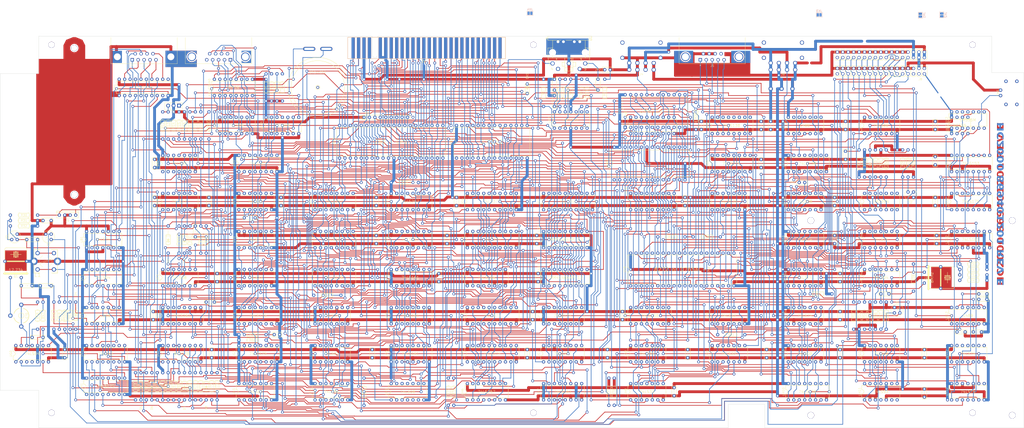
<source format=kicad_pcb>
(kicad_pcb (version 20221018) (generator pcbnew)
  (layers (0 "F.Cu" signal) (31 "B.Cu" signal) (34 "B.Paste" user) (35 "F.Paste" user) (36 "B.SilkS" user "B.Silkscreen") (37 "F.SilkS" user "F.Silkscreen") (38 "B.Mask" user) (39 "F.Mask" user) (44 "Edge.Cuts" user))
  (net 0 "")
  (net 1 "GND")
  (net 2 "EAR")
  (net 3 "Net-(UA11A-O)")
  (net 4 "VCC")
  (net 5 "X7")
  (net 6 "Net-(UE2B-I0)")
  (net 7 "Net-(T2-B)")
  (net 8 "Net-(UGX1A-O0)")
  (net 9 "Net-(UG0A-I)")
  (net 10 "Net-(T3-B)")
  (net 11 "Net-(UE11B-O)")
  (net 12 "Net-(UE11C-I)")
  (net 13 "Net-(UF4A-D)")
  (net 14 "Net-(C12-Pad1)")
  (net 15 "Net-(C13-Pad2)")
  (net 16 "Net-(UG0A-O)")
  (net 17 "Net-(UG0F-I)")
  (net 18 "RESETL")
  (net 19 "Net-(C16-Pad1)")
  (net 20 "Net-(C17-Pad2)")
  (net 21 "Net-(UG0E-I)")
  (net 22 "Net-(CT0-A)")
  (net 23 "Net-(UC11B-OUT)")
  (net 24 "A13M")
  (net 25 "ROMCSL")
  (net 26 "CPMPL")
  (net 27 "CPMP")
  (net 28 "BRIGHT")
  (net 29 "MBRIGHT")
  (net 30 "SHVL")
  (net 31 "VIDEO")
  (net 32 "TD2")
  (net 33 "TA12")
  (net 34 "TA11")
  (net 35 "TD0")
  (net 36 "TD1")
  (net 37 "TD3")
  (net 38 "TD4")
  (net 39 "MIC")
  (net 40 "NET")
  (net 41 "TXD")
  (net 42 "RXD")
  (net 43 "DTR")
  (net 44 "CTS")
  (net 46 "SIDE")
  (net 47 "RDDATA")
  (net 48 "PROT")
  (net 49 "TRACK0")
  (net 50 "WREN")
  (net 51 "WRDATA")
  (net 52 "STEP")
  (net 53 "DIR")
  (net 54 "DS0")
  (net 55 "DS1")
  (net 56 "INDEX")
  (net 57 "+5V")
  (net 58 "+12V")
  (net 60 "D1")
  (net 61 "Net-(UC10D-O)")
  (net 63 "/HC2000_2/TA14")
  (net 64 "/HC2000_2/TA10")
  (net 65 "/HC2000_2/TA15")
  (net 66 "/HC2000_2/TA8")
  (net 67 "/HC2000_2/TA9")
  (net 68 "/HC2000_2/TA13")
  (net 69 "Net-(T3-E)")
  (net 70 "Net-(UE11C-O)")
  (net 71 "Net-(UE11B-I)")
  (net 72 "Net-(T1-B)")
  (net 73 "/HC2000_2/BELL")
  (net 74 "BUSRQL")
  (net 75 "WAITL")
  (net 76 "INTL")
  (net 77 "Net-(UC11B-+IN)")
  (net 78 "Net-(T4-C)")
  (net 79 "NMIL")
  (net 80 "Net-(T2-E)")
  (net 81 "B25")
  (net 82 "CPM")
  (net 83 "RASL")
  (net 84 "IORQE")
  (net 85 "IORQL")
  (net 86 "Net-(UD10A-PRE)")
  (net 87 "A13")
  (net 88 "/HC2000_8/SEL1")
  (net 89 "Net-(UC9A-O)")
  (net 90 "Net-(T4-B)")
  (net 91 "CASL")
  (net 92 "Net-(UD10B-~{Q})")
  (net 93 "/HC2000_8/SEL6")
  (net 94 "R")
  (net 95 "G")
  (net 96 "BL")
  (net 97 "/HC2000_6/OSC2")
  (net 98 "/HC2000_6/OSC1")
  (net 99 "/HC2000_6/OSC0")
  (net 100 "/HC2000_7/MV7")
  (net 101 "/HC2000_7/BRIGHT1")
  (net 102 "/HC2000_7/G1")
  (net 103 "GRN")
  (net 104 "/HC2000_7/R1")
  (net 105 "RED")
  (net 106 "/HC2000_7/BL1")
  (net 107 "BLUE")
  (net 108 "AB0")
  (net 109 "Net-(UA9A-G1)")
  (net 110 "D7")
  (net 111 "D6")
  (net 112 "D5")
  (net 113 "D4")
  (net 114 "D3")
  (net 115 "D2")
  (net 116 "D0")
  (net 117 "Net-(SPEAKER0-2)")
  (net 118 "VSYNCL")
  (net 119 "HSYNC")
  (net 120 "A7")
  (net 121 "A8")
  (net 122 "A9")
  (net 123 "WRL")
  (net 124 "A2")
  (net 125 "A1")
  (net 126 "A0")
  (net 127 "A3")
  (net 128 "A4")
  (net 129 "A5")
  (net 130 "A6")
  (net 131 "M1L")
  (net 132 "A10")
  (net 139 "Net-(UD10A-~{Q})")
  (net 140 "Net-(UF9D-O)")
  (net 141 "-12V")
  (net 142 "Net-(UA11A-I)")
  (net 143 "Net-(UA11B-I)")
  (net 144 "Net-(UA11C-I)")
  (net 145 "Net-(UA11D-I)")
  (net 146 "Net-(UA11E-I)")
  (net 147 "Net-(UA11F-I)")
  (net 148 "Net-(UA12-OUT)")
  (net 151 "Net-(UA23A-I1)")
  (net 152 "A11")
  (net 153 "A12")
  (net 154 "A14")
  (net 155 "A15")
  (net 156 "X6")
  (net 157 "/HC2000_4/BLANKH")
  (net 158 "H{slash}2")
  (net 159 "X10")
  (net 160 "IG6")
  (net 161 "IG7")
  (net 162 "/HC2000_2/INFEL")
  (net 163 "B{slash}QL")
  (net 164 "MREQL")
  (net 165 "Net-(UB9A-Q2)")
  (net 166 "Net-(UB9A-Q3)")
  (net 167 "Net-(UB9A-CLK)")
  (net 168 "Net-(UB9A-Q5)")
  (net 171 "TC")
  (net 178 "/HC2000_11/PHANTOM")
  (net 179 "Net-(UB10A-Y0)")
  (net 180 "Net-(UB12A-B)")
  (net 181 "Net-(UB12A-1C2)")
  (net 182 "Net-(UB12A-1C1)")
  (net 183 "Net-(UB12A-1C0)")
  (net 184 "Net-(UB12A-1Y)")
  (net 185 "Net-(UB12A-2C0)")
  (net 186 "Net-(UB12A-A)")
  (net 187 "REFSHL")
  (net 188 "BUSAKL")
  (net 189 "RDL")
  (net 190 "HALTL")
  (net 191 "Net-(UC1B-I)")
  (net 192 "SELL8")
  (net 193 "/HC2000_8/SELL")
  (net 194 "/HC2000_8/MEMR")
  (net 195 "Net-(UC1D-O)")
  (net 196 "IG1")
  (net 197 "IG0")
  (net 198 "IG2")
  (net 199 "IG4")
  (net 200 "DOT")
  (net 201 "X3Y7")
  (net 202 "X8")
  (net 203 "/HC2000_4/HSYNCL")
  (net 204 "INHL")
  (net 205 "/HC2000_5/VMA7")
  (net 206 "/HC2000_5/VMA4")
  (net 207 "/HC2000_5/VMA5")
  (net 208 "/HC2000_5/VMA6")
  (net 209 "MUX")
  (net 210 "/HC2000_5/VMA2")
  (net 211 "/HC2000_5/VMA1")
  (net 212 "/HC2000_5/VMA3")
  (net 213 "/HC2000_5/VMA0")
  (net 214 "VD6")
  (net 215 "VD7")
  (net 216 "VD2")
  (net 217 "VD5")
  (net 218 "RDRAM")
  (net 219 "VD4")
  (net 220 "VD3")
  (net 221 "VD1")
  (net 222 "VD0")
  (net 223 "WRAML")
  (net 224 "INF7")
  (net 225 "Net-(UC9A-I)")
  (net 226 "INEF")
  (net 227 "Net-(UC9C-I)")
  (net 228 "Net-(UC9D-I)")
  (net 229 "RD8272")
  (net 230 "Net-(UC10C-I1)")
  (net 231 "CLK8272")
  (net 232 "BURST")
  (net 233 "BLANK")
  (net 234 "INH")
  (net 235 "/HC2000_8/CAS")
  (net 236 "C")
  (net 237 "A")
  (net 238 "D")
  (net 239 "B")
  (net 240 "/HC2000_5/CVS")
  (net 241 "X9")
  (net 242 "/HC2000_7/VP7")
  (net 243 "/HC2000_7/VP6")
  (net 244 "/HC2000_7/VP2")
  (net 245 "/HC2000_7/VP5")
  (net 246 "/HC2000_7/VP4")
  (net 247 "/HC2000_7/VP1")
  (net 248 "/HC2000_7/VP3")
  (net 249 "/HC2000_7/VP0")
  (net 250 "OUTEF")
  (net 253 "Net-(UD11E-O)")
  (net 254 "Net-(UD11F-O)")
  (net 255 "Net-(UD11C-O)")
  (net 256 "Net-(UD11B-O)")
  (net 257 "RES8272")
  (net 258 "Net-(UD12A-LD)")
  (net 262 "DWIN")
  (net 264 "VCO")
  (net 265 "Net-(UE2D-I0)")
  (net 266 "IG8")
  (net 267 "IG5")
  (net 268 "OUT7EL")
  (net 269 "/HC2000_2/OUTFEL")
  (net 270 "IG3")
  (net 271 "/HC2000_3/TC1")
  (net 272 "TC1L")
  (net 273 "Net-(UE6A-QH)")
  (net 274 "X1L")
  (net 275 "FRDATA")
  (net 276 "WRCLK")
  (net 277 "CS8272")
  (net 278 "WR8272")
  (net 279 "Net-(UE10B-~{Q})")
  (net 281 "OUTF7")
  (net 282 "Net-(UE11D-O)")
  (net 284 "X2")
  (net 286 "/HC2000_3/X4")
  (net 287 "3,5MHZ")
  (net 290 "17MHZ")
  (net 292 "ATRIB")
  (net 293 "Net-(UF4B-D)")
  (net 294 "BORD")
  (net 295 "X4L")
  (net 296 "/HC2000_3/TCUC")
  (net 297 "/HC2000_7/VATR0")
  (net 298 "/HC2000_7/VATR3")
  (net 299 "/HC2000_7/VATR7")
  (net 300 "/HC2000_7/VATR6")
  (net 301 "/HC2000_7/VATR5")
  (net 302 "/HC2000_7/VATR4")
  (net 303 "/HC2000_7/VATR1")
  (net 304 "/HC2000_7/VATR2")
  (net 305 "CPMT")
  (net 306 "Net-(UF12-Pad13)")
  (net 307 "Net-(UF12-Pad3)")
  (net 308 "/HC2000_8/VCPM")
  (net 309 "17MHZN")
  (net 310 "COSL")
  (net 311 "SIN")
  (net 312 "COS")
  (net 313 "Net-(UG4A-O)")
  (net 314 "/HC2000_7/MV1")
  (net 315 "/HC2000_7/MV4")
  (net 316 "/HC2000_7/MV5")
  (net 317 "/HC2000_7/MV6")
  (net 318 "/HC2000_7/MV3")
  (net 319 "/HC2000_7/MV2")
  (net 320 "/HC2000_7/MV0")
  (net 321 "X5")
  (net 322 "Net-(UG11A-I0)")
  (net 323 "Net-(UG11A-I1)")
  (net 324 "Net-(UG11A-O)")
  (net 325 "Net-(UG12A-D)")
  (net 327 "Net-(UH12A-D)")
  (net 363 "ROMFDD")
  (net 391 "Net-(UH4B-O)")
  (net 392 "Net-(UH3C-O)")
  (net 393 "Net-(UH3A-O)")
  (net 394 "Net-(UG9C-I1)")
  (net 395 "Net-(UG9A-I1)")
  (net 396 "Net-(UG4D-I)")
  (net 397 "Net-(UG4B-O)")
  (net 398 "Net-(UG3A-D2)")
  (net 399 "Net-(UG3A-D1)")
  (net 400 "Net-(UG11D-I1)")
  (net 401 "Net-(UG11D-I0)")
  (net 402 "Net-(UG10D-I1)")
  (net 403 "Net-(UG10D-I0)")
  (net 404 "Net-(UG10C-O)")
  (net 405 "Net-(UG10B-O)")
  (net 406 "Net-(UF8A-Y6)")
  (net 407 "Net-(UF7A-Q5)")
  (net 408 "Net-(UF2A-Q1)")
  (net 409 "Net-(UF10B-~{Q})")
  (net 410 "Net-(UF10B-PRE)")
  (net 411 "Net-(UF10A-PRE)")
  (net 412 "Net-(UF10A-CLK)")
  (net 413 "Net-(UE8-RDY)")
  (net 414 "Net-(UE8-NRW{slash}SEEK)")
  (net 415 "Net-(UE8-NDACK)")
  (net 416 "Net-(UE8-FR{slash}STP)")
  (net 417 "Net-(UE8-FLT{slash}TRK00)")
  (net 418 "Net-(UE5A-P2)")
  (net 419 "Net-(UE5A-LD)")
  (net 420 "Net-(UE5A-CO)")
  (net 421 "Net-(UE3B-O)")
  (net 422 "Net-(UE3B-I0)")
  (net 423 "Net-(UE2D-O)")
  (net 424 "Net-(UE2A-O)")
  (net 425 "Net-(UE10A-~{Q})")
  (net 426 "Net-(UE10A-Q)")
  (net 427 "Net-(UD3B-D)")
  (net 428 "Net-(UD3A-PRE)")
  (net 429 "Net-(UD1B-O)")
  (net 430 "Net-(UD1B-I1)")
  (net 431 "Net-(UD1B-I0)")
  (net 432 "Net-(UC6A-OC)")
  (net 433 "Net-(UC2B-I0)")
  (net 434 "Net-(UC12A-D4)")
  (net 435 "Net-(UC11B--IN)")
  (net 436 "Net-(UB3A-2A2)")
  (net 437 "Net-(UB2D-O)")
  (net 438 "Net-(UB2D-I0)")
  (net 439 "Net-(UB2C-O)")
  (net 440 "Net-(UB2B-O)")
  (net 441 "Net-(UB1B-D)")
  (net 442 "Net-(UB1A-D)")
  (net 443 "Net-(UB10A-A)")
  (net 444 "Net-(UA9A-Y7)")
  (net 445 "Net-(UA9A-Y0)")
  (net 446 "Net-(UA9A-G2B)")
  (net 447 "Net-(JX1-A)")
  (net 448 "Net-(UA7D-OUT)")
  (net 449 "Net-(UA7D--IN)")
  (net 450 "Net-(UA7D-+IN)")
  (net 451 "Net-(UA7A-OUT)")
  (net 452 "Net-(UA7A--IN)")
  (net 453 "Net-(UA7A-+IN)")
  (net 454 "Net-(UA1B-Y4)")
  (net 455 "Net-(UA1B-Y3)")
  (net 456 "Net-(UA1B-Y2)")
  (net 457 "Net-(UA1A-Y4)")
  (net 458 "Net-(UA1A-Y3)")
  (net 459 "Net-(UA1A-Y2)")
  (net 460 "Net-(UA1A-Y1)")
  (net 461 "Net-(T5-B)")
  (net 462 "Net-(J3-Pad5)")
  (net 463 "Net-(D8-PadA)")
  (net 464 "Net-(C7-Pad1)")
  (net 476 "Net-(JX3-A)")
  (footprint "HC2000:0204_7" (layer "F.Cu") (at 523.9 159.46 -90)
    (fp_text reference "R27A0")
    (fp_text value "47" hide)
  )
  (footprint "HC2000:C025-024X044" (layer "F.Cu") (at 275.615 195.02 -90)
    (fp_text reference "CD17")
    (fp_text value "u1" hide)
  )
  (footprint "HC2000:0204_7" (layer "F.Cu") (at 506.12 230.58 90)
    (fp_text reference "R55")
    (fp_text value "1k" hide)
  )
  (footprint "HC2000:MAB5SH" (layer "F.Cu") (at 365.55 107.62 180)
    (fp_text reference "J3")
    (fp_text value "MAB5SH" hide)
  )
  (footprint "HC2000:DIL20" (layer "F.Cu") (at 167.03 123.9)
    (fp_text reference "UA1")
    (fp_text value "74LS244")
  )
  (footprint "HC2000:HC-POWER" (layer "F.Cu") (at 399.44 110.07)
    (fp_text reference "J4")
    (fp_text value "." hide)
  )
  (footprint "HC2000:0204_7" (layer "F.Cu") (at 193.7 195.02 90)
    (fp_text reference "R35")
    (fp_text value "680" hide)
  )
  (footprint "HC2000:DIL16" (layer "F.Cu") (at 291.49 230.58)
    (fp_text reference "UF5")
    (fp_text value "74LS161")
  )
  (footprint "HC2000:HC_Bus_Edge_Connector" (layer "F.Cu") (at 297.84 105.485)
    (fp_text reference "Z1")
    (fp_text value "HCBUS" hide)
  )
  (footprint "HC2000:0204_7" (layer "F.Cu") (at 503.58 230.58 -90)
    (fp_text reference "R54")
    (fp_text value "3k9" hide)
  )
  (footprint "HC2000:0204_7" (layer "F.Cu") (at 197.51 141.68 -90)
    (fp_text reference "R19B0")
    (fp_text value "470" hide)
  )
  (footprint "HC2000:C025-024X044" (layer "F.Cu") (at 414.68 266.14 -90)
    (fp_text reference "CD39")
    (fp_text value "u1" hide)
  )
  (footprint "HC2000:C025-024X044" (layer "F.Cu") (at 231.165 177.24 -90)
    (fp_text reference "CD11")
    (fp_text value "u1" hide)
  )
  (footprint "HC2000:DIL14" (layer "F.Cu") (at 511.2 141.68)
    (fp_text reference "UA11")
    (fp_text value "74LS06")
  )
  (footprint "HC2000:DIL16" (layer "F.Cu") (at 441.35 159.46)
    (fp_text reference "UB9")
    (fp_text value "74LS174")
  )
  (footprint "HC2000:C025-024X044" (layer "F.Cu") (at 171.475 230.58 -90)
    (fp_text reference "CD26")
    (fp_text value "u1" hide)
  )
  (footprint "HC2000:DIL14" (layer "F.Cu") (at 114.96 248.36)
    (fp_text reference "UG0")
    (fp_text value "74LS04")
  )
  (footprint "HC2000:0204_7" (layer "F.Cu") (at 513.74 230.58 90)
    (fp_text reference "R58")
    (fp_text value "1k" hide)
  )
  (footprint "HC2000:0204_7" (layer "F.Cu") (at 231.8 123.9 -90)
    (fp_text reference "R4")
    (fp_text value "1k" hide)
  )
  (footprint "HC2000:DIL16" (layer "F.Cu") (at 255.93 177.24)
    (fp_text reference "UC4")
    (fp_text value "74LS257")
  )
  (footprint "HC2000:DIL14" (layer "F.Cu") (at 183.54 177.24)
    (fp_text reference "UC2")
    (fp_text value "74LS27")
  )
  (footprint "HC2000:0204_7" (layer "F.Cu") (at 175.92 263.6 90)
    (fp_text reference "R65")
    (fp_text value "510" hide)
  )
  (footprint "HC2000:DIL16" (layer "F.Cu") (at 220.37 230.58)
    (fp_text reference "UF3")
    (fp_text value "74LS175")
  )
  (footprint "HC2000:C025-024X044" (layer "F.Cu") (at 457.86 248.36 -90)
    (fp_text reference "CD36")
    (fp_text value "u1" hide)
  )
  (footprint "HC2000:DIL18" (layer "F.Cu") (at 404.52 177.24)
    (fp_text reference "UC8")
    (fp_text value "-")
  )
  (footprint "HC2000:DIL14" (layer "F.Cu") (at 511.2 177.24)
    (fp_text reference "UC11")
    (fp_text value "LM339N")
  )
  (footprint "HC2000:0204_7" (layer "F.Cu") (at 193.7 141.68 90)
    (fp_text reference "R19")
    (fp_text value "470" hide)
  )
  (footprint "HC2000:C025-025X050" (layer "F.Cu") (at 556.285 238.2 180)
    (fp_text reference "C17")
    (fp_text value "4n7" hide)
  )
  (footprint "HC2000:0204_7" (layer "F.Cu") (at 201.32 263.6 -90)
    (fp_text reference "R73")
    (fp_text value "1k" hide)
  )
  (footprint "HC2000:DO35-10" (layer "F.Cu") (at 186.08 195.02 -90)
    (fp_text reference "D3")
    (fp_text value "1N4148" hide)
  )
  (footprint "HC2000:DO35-10" (layer "F.Cu") (at 135.28 230.58 90)
    (fp_text reference "D4")
    (fp_text value "1N4148" hide)
  )
  (footprint "HC2000:DIL16" (layer "F.Cu") (at 255.93 212.8)
    (fp_text reference "UE4")
    (fp_text value "74LS138")
  )
  (footprint "HC2000:DO35-10" (layer "F.Cu") (at 165.76 263.6 -90)
    (fp_text reference "D5")
    (fp_text value "1N4148" hide)
  )
  (footprint "HC2000:C025-024X044" (layer "F.Cu") (at 308.635 195.02 -90)
    (fp_text reference "CD18")
    (fp_text value "100u" hide)
  )
  (footprint "HC2000:0204_7" (layer "F.Cu") (at 168.3 263.6 90)
    (fp_text reference "R63")
    (fp_text value "1k" hide)
  )
  (footprint "HC2000:0204_7" (layer "F.Cu") (at 175.92 141.68 -90)
    (fp_text reference "R12")
    (fp_text value "2k" hide)
  )
  (footprint "HC2000:DIL40" (layer "F.Cu") (at 418.49 208.99)
    (fp_text reference "UE8")
    (fp_text value "8272 or D765AC-2")
  )
  (footprint "HC2000:C025-024X044" (layer "F.Cu") (at 455.32 141.68 -90)
    (fp_text reference "CD2")
    (fp_text value "-" hide)
  )
  (footprint "HC2000:TO18" (layer "F.Cu") (at 518.82 228.04 -90)
    (fp_text reference "T5")
    (fp_text value "BC177" hide)
  )
  (footprint "HC2000:0204_7" (layer "F.Cu") (at 554.38 214.07 180)
    (fp_text reference "R45")
    (fp_text value "-" hide)
  )
  (footprint "HC2000:DIL14" (layer "F.Cu") (at 231.8 141.68)
    (fp_text reference "UA34")
    (fp_text value "74LS09")
  )
  (footprint "HC2000:TO-126-3_Vertical" (layer "F.Cu") (at 183.54 132.415 180)
    (fp_text reference "T1")
    (fp_text value "BD139" hide)
  )
  (footprint "HC2000:0204_7" (layer "F.Cu") (at 120.04 230.58 -90)
    (fp_text reference "R47")
    (fp_text value "1k" hide)
  )
  (footprint "HC2000:DIL14" (layer "F.Cu") (at 366.42 139.14)
    (fp_text reference "UA7")
    (fp_text value "LM324N")
  )
  (footprint "HC2000:DIL16" (layer "F.Cu") (at 362.61 248.36)
    (fp_text reference "UG7")
    (fp_text value "74LS257")
  )
  (footprint "HC2000:DIL14" (layer "F.Cu") (at 254.66 248.36)
    (fp_text reference "UG4")
    (fp_text value "74LS04")
  )
  (footprint "HC2000:DIL16" (layer "F.Cu") (at 553.11 159.46)
    (fp_text reference "UB12")
    (fp_text value "74LS153")
  )
  (footprint "HC2000:DSUB-9_Male_Horizontal_P2.77x2.84mm_EdgePinOffset7.70mm_Housed_MountingHolesOffset9.12mm" (layer "F.Cu") (at 207.54 111 180)
    (fp_text reference "J2")
    (fp_text value "JOYSTICK" hide)
  )
  (footprint "HC2000:DIL14" (layer "F.Cu") (at 511.2 266.14)
    (fp_text reference "UH11")
    (fp_text value "74LS93")
  )
  (footprint "HC2000:DIL16" (layer "F.Cu") (at 291.49 195.02)
    (fp_text reference "UD5")
    (fp_text value "74LS257")
  )
  (footprint "HC2000:C025-024X044" (layer "F.Cu") (at 351.18 212.8 -90)
    (fp_text reference "CD24")
    (fp_text value "u1" hide)
  )
  (footprint "HC2000:DIL14" (layer "F.Cu") (at 147.98 230.58)
    (fp_text reference "UD1")
    (fp_text value "74LS08")
  )
  (footprint "HC2000:C025-025X050" (layer "F.Cu") (at 513.105 220.42)
    (fp_text reference "C10")
    (fp_text value "270p" hide)
  )
  (footprint "HC2000:DIL14" (layer "F.Cu") (at 183.54 159.46)
    (fp_text reference "UB2")
    (fp_text value "74LS00")
  )
  (footprint "HC2000:CTRIM808-BC" (layer "F.Cu") (at 109.88 230.58 90)
    (fp_text reference "CT0")
    (fp_text value "10-60pF" hide)
  )
  (footprint "HC2000:C025-024X044" (layer "F.Cu") (at 275.615 177.24 -90)
    (fp_text reference "CD12")
    (fp_text value "100u" hide)
  )
  (footprint "HC2000:0204_7" (layer "F.Cu") (at 554.38 211.53 180)
    (fp_text reference "R42")
    (fp_text value "-" hide)
  )
  (footprint "HC2000:C025-024X044" (layer "F.Cu") (at 427.38 141.68 -90)
    (fp_text reference "CD1")
    (fp_text value "u1" hide)
  )
  (footprint "HC2000:DIL14" (layer "F.Cu") (at 511.2 195.02)
    (fp_text reference "UD11")
    (fp_text value "74LS14")
  )
  (footprint "HC2000:DIL18" (layer "F.Cu") (at 363.88 195.02)
    (fp_text reference "UD7")
    (fp_text value "TMM41464AP-12")
  )
  (footprint "HC2000:0204_7" (layer "F.Cu") (at 186.08 141.68 90)
    (fp_text reference "R16")
    (fp_text value "10k" hide)
  )
  (footprint "HC2000:0204_7" (layer "F.Cu") (at 371.5 126.44 90)
    (fp_text reference "R9")
    (fp_text value "10k" hide)
  )
  (footprint "HC2000:0204_7" (layer "F.Cu") (at 111.15 186.13 180)
    (fp_text reference "R31")
    (fp_text value "270" hide)
  )
  (footprint "HC2000:0204_7" (layer "F.Cu") (at 554.38 206.45)
    (fp_text reference "R40")
    (fp_text value "1k" hide)
  )
  (footprint "HC2000:DIL14" (layer "F.Cu") (at 219.1 177.24)
    (fp_text reference "UC3")
    (fp_text value "74LS32")
  )
  (footprint "HC2000:DIL24" (layer "F.Cu") (at 405.79 134.94)
    (fp_text reference "UX1")
    (fp_text value "UM6116-3")
  )
  (footprint "HC2000:0204_7" (layer "F.Cu") (at 309.27 266.14 -90)
    (fp_text reference "R75")
    (fp_text value "1k" hide)
  )
  (footprint "HC2000:DIL20" (layer "F.Cu") (at 329.59 230.58)
    (fp_text reference "UF6")
    (fp_text value "74LS374")
  )
  (footprint "HC2000:2X17" (layer "F.Cu") (at 511.2 108.66 180)
    (fp_text reference "J7")
    (fp_text value "FDD-CON" hide)
  )
  (footprint "HC2000:DIL14" (layer "F.Cu") (at 147.98 212.8)
    (fp_text reference "UC1")
    (fp_text value "74LS04")
  )
  (footprint "HC2000:0204_7" (layer "F.Cu") (at 217.83 242.01 180)
    (fp_text reference "R60")
    (fp_text value "300" hide)
  )
  (footprint "HC2000:C025-030X050" (layer "F.Cu") (at 191.16 191.21 90)
    (fp_text reference "C6")
    (fp_text value "150p" hide)
  )
  (footprint "HC2000:DIL16" (layer "F.Cu") (at 149.25 248.36)
    (fp_text reference "UG1")
    (fp_text value "74LS42")
  )
  (footprint "HC2000:DIL16" (layer "F.Cu") (at 362.61 266.14)
    (fp_text reference "UH7")
    (fp_text value "74LS161")
  )
  (footprint "HC2000:SolderJumper-2_P1.3mm_Open_Pad1.0x1.5mm" (layer "F.Cu") (at 539.648 90.006 -90)
    (fp_text reference "JX2")
    (fp_text value "CLOSED with 1 EPROM")
  )
  (footprint "HC2000:0204_7" (layer "F.Cu") (at 311.81 266.14 90)
    (fp_text reference "R76")
    (fp_text value "1k" hide)
  )
  (footprint "HC2000:0204_7" (layer "F.Cu") (at 501.04 159.46 90)
    (fp_text reference "R21")
    (fp_text value "470k" hide)
  )
  (footprint "HC2000:C025-030X050" (layer "F.Cu") (at 114.96 195.02 180)
    (fp_text reference "C7")
    (fp_text value "15p" hide)
  )
  (footprint "HC2000:C025-030X050" (layer "F.Cu") (at 216.56 184.86 180)
    (fp_text reference "C5")
    (fp_text value "270p" hide)
  )
  (footprint "HC2000:0204_7" (layer "F.Cu") (at 181 263.6 -90)
    (fp_text reference "R67")
    (fp_text value "910" hide)
  )
  (footprint "HC2000:DIL14" (layer "F.Cu") (at 401.98 248.36)
    (fp_text reference "UG8")
    (fp_text value "74LS05")
  )
  (footprint "HC2000:0204_7" (layer "F.Cu") (at 196.24 195.02 90)
    (fp_text reference "R36")
    (fp_text value "100" hide)
  )
  (footprint "HC2000:0204_7" (layer "F.Cu") (at 503.58 159.46 90)
    (fp_text reference "R22")
    (fp_text value "6k" hide)
  )
  (footprint "HC2000:DIL14" (layer "F.Cu") (at 183.54 212.8)
    (fp_text reference "UE2")
    (fp_text value "74LS08")
  )
  (footprint "HC2000:DIL14" (layer "F.Cu") (at 475.64 195.02)
    (fp_text reference "UD10")
    (fp_text value "74LS74")
  )
  (footprint "HC2000:0204_7" (layer "F.Cu") (at 163.22 263.6 90)
    (fp_text reference "R62")
    (fp_text value "910" hide)
  )
  (footprint "HC2000:0204_7" (layer "F.Cu") (at 269.9 266.14 -90)
    (fp_text reference "R74")
    (fp_text value "1k" hide)
  )
  (footprint "HC2000:C025-025X050" (layer "F.Cu") (at 548.665 238.2)
    (fp_text reference "C16")
    (fp_text value "4n7" hide)
  )
  (footprint "HC2000:0204_7" (layer "F.Cu") (at 526.44 159.46 -90)
    (fp_text reference "R28")
    (fp_text value "1k" hide)
  )
  (footprint "HC2000:C025-024X044" (layer "F.Cu") (at 536.6 141.68 -90)
    (fp_text reference "CD5")
    (fp_text value "100u" hide)
  )
  (footprint "HC2000:C025-025X050" (layer "F.Cu") (at 198.145 224.23 180)
    (fp_text reference "C11")
    (fp_text value "270p" hide)
  )
  (footprint "HC2000:DIL16" (layer "F.Cu") (at 184.81 248.36)
    (fp_text reference "UG2")
    (fp_text value "82S128")
  )
  (footprint "HC2000:DIL28" (layer "F.Cu") (at 329.59 149.3)
    (fp_text reference "UB6")
    (fp_text value "27C512")
  )
  (footprint "HC2000:0204_7" (layer "F.Cu") (at 424.84 137.235 90)
    (fp_text reference "R20")
    (fp_text value "10k" hide)
  )
  (footprint "HC2000:DIL14" (layer "F.Cu") (at 475.64 248.36)
    (fp_text reference "UG10")
    (fp_text value "74LS08")
  )
  (footprint "HC2000:DIL16" (layer "F.Cu") (at 220.37 159.46)
    (fp_text reference "UB3")
    (fp_text value "74LS367")
  )
  (footprint "HC2000:0204_7" (layer "F.Cu") (at 125.12 230.58 -90)
    (fp_text reference "R48")
    (fp_text value "69" hide)
  )
  (footprint "HC2000:DO35-10" (layer "F.Cu") (at 506.12 159.46 -90)
    (fp_text reference "D1")
    (fp_text value "1N4148" hide)
  )
  (footprint "HC2000:C025-024X044" (layer "F.Cu") (at 348.64 230.58 -90)
    (fp_text reference "CD27")
    (fp_text value "u1" hide)
  )
  (footprint "HC2000:0204_7" (layer "F.Cu") (at 501.04 230.58 90)
    (fp_text reference "R53")
    (fp_text value "1k" hide)
  )
  (footprint "HC2000:0204_7" (layer "F.Cu") (at 554.38 208.99)
    (fp_text reference "R41")
    (fp_text value "1k" hide)
  )
  (footprint "HC2000:C025-024X044" (layer "F.Cu") (at 172.11 159.46 -90)
    (fp_text reference "CD6")
    (fp_text value "u1" hide)
  )
  (footprint "HC2000:DIL14" (layer "F.Cu") (at 219.1 266.14)
    (fp_text reference "UH3")
    (fp_text value "74LS00")
  )
  (footprint "HC2000:C025-024X044" (layer "F.Cu") (at 492.15 230.58 -90)
    (fp_text reference "CD29")
    (fp_text value "-" hide)
  )
  (footprint "HC2000:DO35-7" (layer "F.Cu") (at 346.1 124.535 90)
    (fp_text reference "DX1")
    (fp_text value "1N4148" hide)
  )
  (footprint "HC2000:HC18U-H" (layer "F.Cu") (at 535.33 212.8 -90)
    (fp_text reference "Q2")
    (fp_text value "8MHz")
  )
  (footprint "HC2000:0204_7" (layer "F.Cu") (at 382.295 126.44 90)
    (fp_text reference "R11")
    (fp_text value "10k" hide)
  )
  (footprint "HC2000:0204_7" (layer "F.Cu") (at 173.38 263.6 90)
    (fp_text reference "R64")
    (fp_text value "7k5" hide)
  )
  (footprint "HC2000:C025-030X050" (layer "F.Cu") (at 117.5 240.74 180)
    (fp_text reference "C14")
    (fp_text value "180p" hide)
  )
  (footprint "HC2000:DIL14" (layer "F.Cu") (at 551.84 248.36)
    (fp_text reference "UG12")
    (fp_text value "74LS74")
  )
  (footprint "HC2000:0204_7" (layer "F.Cu") (at 288.95 168.35 180)
    (fp_text reference "R29")
    (fp_text value "10k" hide)
  )
  (footprint "HC2000:DIL20" (layer "F.Cu") (at 365.15 177.24)
    (fp_text reference "UC7")
    (fp_text value "74LS244")
  )
  (footprint "HC2000:0204_7" (layer "F.Cu") (at 181 141.68 90)
    (fp_text reference "R14")
    (fp_text value "1k" hide)
  )
  (footprint "HC2000:2X17" (layer "F.Cu") (at 511.2 116.28 180)
    (fp_text reference "J8")
    (fp_text value "FDD-CON" hide)
  )
  (footprint "HC2000:DIL14" (layer "F.Cu") (at 475.64 177.24)
    (fp_text reference "UC10")
    (fp_text value "74LS38")
  )
  (footprint "HC2000:C025-024X044" (layer "F.Cu") (at 492.15 248.36 -90)
    (fp_text reference "CD37")
    (fp_text value "u1" hide)
  )
  (footprint "HC2000:TO18" (layer "F.Cu") (at 122.58 193.75 90)
    (fp_text reference "T3")
    (fp_text value "BC108A" hide)
  )
  (footprint "HC2000:DIL16" (layer "F.Cu") (at 149.25 263.6)
    (fp_text reference "UH1")
    (fp_text value "74LS175")
  )
  (footprint "HC2000:DIL16" (layer "F.Cu") (at 553.11 195.02)
    (fp_text reference "UD12")
    (fp_text value "74LS161")
  )
  (footprint "HC2000:0204_7" (layer "F.Cu") (at 498.5 230.58 -90)
    (fp_text reference "R52")
    (fp_text value "10k" hide)
  )
  (footprint "HC2000:0204_7" (layer "F.Cu") (at 374.04 126.44 -90)
    (fp_text reference "R10")
    (fp_text value "47k" hide)
  )
  (footprint "HC2000:0204_7" (layer "F.Cu") (at 366.42 126.44 90)
    (fp_text reference "R8")
    (fp_text value "10k" hide)
  )
  (footprint "HC2000:0204_7" (layer "F.Cu") (at 511.2 230.58 90)
    (fp_text reference "R57")
    (fp_text value "560" hide)
  )
  (footprint "HC2000:0204_7" (layer "F.Cu") (at 117.5 230.58 90)
    (fp_text reference "R46")
    (fp_text value "560" hide)
  )
  (footprint "HC2000:DIL16" (layer "F.Cu") (at 327.05 212.8)
    (fp_text reference "UE6")
    (fp_text value "74LS166")
  )
  (footprint "HC2000:RESET_SW" (layer "F.Cu") (at 570.89 126.44 -90)
    (fp_text reference "SW1")
    (fp_text value "RESET_SW" hide)
  )
  (footprint "HC2000:0204_7" (layer "F.Cu") (at 198.78 263.6 -90)
    (fp_text reference "R72")
    (fp_text value "1k" hide)
  )
  (footprint "HC2000:DIL14" (layer "F.Cu") (at 219.1 212.8)
    (fp_text reference "UE3")
    (fp_text value "74LS32")
  )
  (footprint "HC2000:0204_7" (layer "F.Cu") (at 513.74 159.46 -90)
    (fp_text reference "R25A0")
    (fp_text value "10k" hide)
  )
  (footprint "HC2000:DIL40" (layer "F.Cu") (at 282.6 149.3)
    (fp_text reference "UB45")
    (fp_text value "Z80 - CPU")
  )
  (footprint "HC2000:DIL14" (layer "F.Cu") (at 475.64 212.8)
    (fp_text reference "UE10")
    (fp_text value "74LS74")
  )
  (footprint "HC2000:DIL20" (layer "F.Cu") (at 329.59 195.02)
    (fp_text reference "UD6")
    (fp_text value "74LS374")
  )
  (footprint "HC2000:DIL16" (layer "F.Cu") (at 255.93 195.02)
    (fp_text reference "UD4")
    (fp_text value "74LS157")
  )
  (footprint "HC2000:0204_7" (layer "F.Cu") (at 191.16 263.6 90)
    (fp_text reference "R70")
    (fp_text value "1k1" hide)
  )
  (footprint "HC2000:DIL18" (layer "F.Cu") (at 363.88 212.8)
    (fp_text reference "UE7")
    (fp_text value "TMM41464AP-12")
  )
  (footprint "HC2000:0204_7" (layer "F.Cu") (at 183.54 195.02 -90)
    (fp_text reference "R33")
    (fp_text value "470" hide)
  )
  (footprint "HC2000:JP1" (layer "F.Cu") (at 474.37 168.35 90)
    (fp_text reference "JP5")
    (fp_text value "-" hide)
  )
  (footprint "HC2000:AL11P" (layer "F.Cu") (at 248.31 123.9)
    (fp_text reference "SPEAKER0")
    (fp_text value "BEL" hide)
  )
  (footprint "HC2000:C025-024X044" (layer "F.Cu") (at 489.61 177.24 -90)
    (fp_text reference "CD15")
    (fp_text value "u1" hide)
  )
  (footprint "HC2000:C025-024X044" (layer "F.Cu") (at 197.51 177.24 -90)
    (fp_text reference "CD10")
    (fp_text value "-" hide)
  )
  (footprint "HC2000:0204_7" (layer "F.Cu") (at 526.44 212.8 90)
    (fp_text reference "R39")
    (fp_text value "560" hide)
  )
  (footprint "HC2000:0204_7" (layer "F.Cu") (at 193.7 263.6 90)
    (fp_text reference "R71")
    (fp_text value "510" hide)
  )
  (footprint "HC2000:DIL16" (layer "F.Cu") (at 291.49 177.24)
    (fp_text reference "UC5")
    (fp_text value "74LS257")
  )
  (footprint "HC2000:PIS2816" (layer "F.Cu") (at 121.31 205.18)
    (fp_text reference "L1")
    (fp_text value "100" hide)
  )
  (footprint "HC2000:C025-024X044" (layer "F.Cu") (at 304.825 212.8 -90)
    (fp_text reference "CD23")
    (fp_text value "100u" hide)
  )
  (footprint "HC2000:C025-024X044" (layer "F.Cu") (at 536.6 177.24 -90)
    (fp_text reference "CD16")
    (fp_text value "u1" hide)
  )
  (footprint "HC2000:C025-024X044" (layer "F.Cu") (at 492.15 212.8 -90)
    (fp_text reference "CD25")
    (fp_text value "u1" hide)
  )
  (footprint "HC2000:TO18" (layer "F.Cu") (at 525.17 174.065 90)
    (fp_text reference "T4")
    (fp_text value "BC177" hide)
  )
  (footprint "HC2000:DIL14" (layer "F.Cu") (at 551.84 139.14)
    (fp_text reference "UX2")
    (fp_text value "LM555M")
  )
  (footprint "HC2000:C025-024X044" (layer "F.Cu") (at 537.235 195.02 -90)
    (fp_text reference "CD21")
    (fp_text value "u1" hide)
  )
  (footprint "HC2000:C025-025X050" (layer "F.Cu") (at 558.825 220.42)
    (fp_text reference "C12")
    (fp_text value "4n7" hide)
  )
  (footprint "HC2000:C025-024X044" (layer "F.Cu") (at 494.69 155.65 90)
    (fp_text reference "C4")
    (fp_text value "4,7uF" hide)
  )
  (footprint "HC2000:C025-024X024" (layer "F.Cu") (at 229.26 239.44)
    (fp_text reference "C15")
    (fp_text value "10u" hide)
  )
  (footprint "HC2000:0204_7" (layer "F.Cu") (at 413.41 193.75)
    (fp_text reference "R37")
    (fp_text value "1k" hide)
  )
  (footprint "HC2000:C025-024X044" (layer "F.Cu") (at 201.32 212.8 -90)
    (fp_text reference "CD22")
    (fp_text value "u1" hide)
  )
  (footprint "HC2000:0204_7" (layer "F.Cu") (at 130.2 230.58 90)
    (fp_text reference "R50A0")
    (fp_text value "470" hide)
  )
  (footprint "HC2000:DIL14" (layer "F.Cu") (at 219.1 195.02)
    (fp_text reference "UD3")
    (fp_text value "74LS74")
  )
  (footprint "HC2000:C025-024X044" (layer "F.Cu") (at 536.6 158.19 -90)
    (fp_text reference "CD8")
    (fp_text value "-" hide)
  )
  (footprint "HC2000:DIL14" (layer "F.Cu") (at 475.64 230.58)
    (fp_text reference "UF10")
    (fp_text value "74LS74")
  )
  (footprint "HC2000:C025-024X044" (layer "F.Cu") (at 489.61 195.02 -90)
    (fp_text reference "CD20")
    (fp_text value "u1" hide)
  )
  (footprint "HC2000:0204_7" (layer "F.Cu") (at 361.34 126.44 90)
    (fp_text reference "R6")
    (fp_text value "2M" hide)
  )
  (footprint "HC2000:DSUB-9_Female_Horizontal_P2.77x2.84mm_EdgePinOffset7.70mm_Housed_MountingHolesOffset9.12mm" (layer "F.Cu") (at 426.92 111 180)
    (fp_text reference "J5")
    (fp_text value "RS232 + RETEA" hide)
  )
  (footprint "HC2000:0204_7" (layer "F.Cu") (at 111.15 188.67 180)
    (fp_text reference "R32")
    (fp_text value "1k5" hide)
  )
  (footprint "HC2000:SIL9" (layer "F.Cu") (at 280.06 137.87)
    (fp_text reference "RP1")
    (fp_text value "10k" hide)
  )
  (footprint "HC2000:C025-024X044" (layer "F.Cu") (at 383.565 248.36 -90)
    (fp_text reference "CD34")
    (fp_text value "-" hide)
  )
  (footprint "HC2000:C025-024X044" (layer "F.Cu") (at 130.2 248.36 -90)
    (fp_text reference "CD30")
    (fp_text value "u1" hide)
  )
  (footprint "HC2000:DIL16" (layer "F.Cu") (at 553.11 177.24)
    (fp_text reference "UC12")
    (fp_text value "74LS175")
  )
  (footprint "HC2000:0204_7" (layer "F.Cu") (at 178.46 141.68 90)
    (fp_text reference "R13")
    (fp_text value "1k" hide)
  )
  (footprint "HC2000:DIL16" (layer "F.Cu") (at 291.49 248.36)
    (fp_text reference "UG5")
    (fp_text value "74LS161")
  )
  (footprint "HC2000:DO35-10" (layer "F.Cu") (at 170.84 263.6 -90)
    (fp_text reference "D6")
    (fp_text value "1N4148" hide)
  )
  (footprint "HC2000:0204_7" (layer "F.Cu") (at 183.54 263.6 -90)
    (fp_text reference "R68")
    (fp_text value "5k1" hide)
  )
  (footprint "HC2000:DIL28-6" (layer "F.Cu") (at 403.25 159.46)
    (fp_text reference "UE8A0")
    (fp_text value "-")
  )
  (footprint "HC2000:0204_7" (layer "F.Cu") (at 226.72 123.9 -90)
    (fp_text reference "R2")
    (fp_text value "1k" hide)
  )
  (footprint "HC2000:DO35-10" (layer "F.Cu") (at 196.24 263.6 -90)
    (fp_text reference "D8")
    (fp_text value "1N4148" hide)
  )
  (footprint "HC2000:DIL20" (layer "F.Cu") (at 329.59 177.24)
    (fp_text reference "UC6")
    (fp_text value "74LS373")
  )
  (footprint "HC2000:DIL14" (layer "F.Cu") (at 440.08 177.24)
    (fp_text reference "UC9")
    (fp_text value "74LS125")
  )
  (footprint "HC2000:DIL16" (layer "F.Cu") (at 403.25 230.58)
    (fp_text reference "UF8")
    (fp_text value "74LS138")
  )
  (footprint "HC2000:DIL14" (layer "F.Cu") (at 401.98 266.14)
    (fp_text reference "UH8")
    (fp_text value "74LS32")
  )
  (footprint "HC2000:C025-030X050" (layer "F.Cu") (at 358.8 122.63 90)
    (fp_text reference "C1")
    (fp_text value "100n" hide)
  )
  (footprint "HC2000:DIL14" (layer "F.Cu") (at 147.98 195.02)
    (fp_text reference "UB1")
    (fp_text value "74LS74")
  )
  (footprint "HC2000:0204_7" (layer "F.Cu") (at 521.36 159.46 -90)
    (fp_text reference "R26")
    (fp_text value "-" hide)
  )
  (footprint "HC2000:0204_7" (layer "F.Cu") (at 353.72 126.44 -90)
    (fp_text reference "R5")
    (fp_text value "300" hide)
  )
  (footprint "HC2000:DIL16" (layer "F.Cu") (at 441.35 141.68)
    (fp_text reference "UA9")
    (fp_text value "74LS138")
  )
  (footprint "HC2000:DIL20" (layer "F.Cu") (at 329.59 248.36)
    (fp_text reference "UG6")
    (fp_text value "74LS374")
  )
  (footprint "HC2000:C025-024X044" (layer "F.Cu") (at 198.78 248.36 -90)
    (fp_text reference "CD31")
    (fp_text value "u1" hide)
  )
  (footprint "HC2000:C025-024X044" (layer "F.Cu") (at 121.945 186.13 180)
    (fp_text reference "CX0")
    (fp_text value "100u" hide)
  )
  (footprint "HC2000:10X04MTA" (layer "F.Cu") (at 131.47 183.59)
    (fp_text reference "J9")
    (fp_text value "." hide)
  )
  (footprint "HC2000:DIL14" (layer "F.Cu") (at 254.66 266.14)
    (fp_text reference "UH4")
    (fp_text value "74LS86")
  )
  (footprint "HC2000:DIL16" (layer "F.Cu") (at 208.94 123.9)
    (fp_text reference "KB-CONN0")
    (fp_text value "DIP16")
  )
  (footprint "HC2000:SolderJumper-2_P1.3mm_Open_Pad1.0x1.5mm" (layer "F.Cu") (at 482.386 89.991)
    (fp_text reference "JX3")
    (fp_text value "CLOSED with 1 EPROM")
  )
  (footprint "HC2000:C025-024X044" (layer "F.Cu") (at 531.52 266.775 90)
    (fp_text reference "CD40")
    (fp_text value "u1" hide)
  )
  (footprint "HC2000:DIL14" (layer "F.Cu") (at 290.22 266.14)
    (fp_text reference "UH5")
    (fp_text value "74LS08")
  )
  (footprint "HC2000:DIL14" (layer "F.Cu") (at 511.2 212.8)
    (fp_text reference "UE11")
    (fp_text value "74LS04")
  )
  (footprint "HC2000:DIL14" (layer "F.Cu") (at 440.08 248.36)
    (fp_text reference "UG9")
    (fp_text value "74LS32")
  )
  (footprint "HC2000:0204_7" (layer "F.Cu") (at 429.92 193.75 180)
    (fp_text reference "R38")
    (fp_text value "1k" hide)
  )
  (footprint "HC2000:C025-025X050" (layer "F.Cu") (at 558.825 222.96 180)
    (fp_text reference "C13")
    (fp_text value "4n7" hide)
  )
  (footprint "HC2000:C025-030X050" (layer "F.Cu") (at 358.8 130.25 90)
    (fp_text reference "C3")
    (fp_text value "100n" hide)
  )
  (footprint "HC2000:C025-030X050" (layer "F.Cu") (at 379.12 122.63 -90)
    (fp_text reference "C2")
    (fp_text value "4n7" hide)
  )
  (footprint "HC2000:0204_7" (layer "F.Cu") (at 132.74 230.58 -90)
    (fp_text reference "R51")
    (fp_text value "1k" hide)
  )
  (footprint "HC2000:0204_7" (layer "F.Cu") (at 386.74 266.14 90)
    (fp_text reference "R78")
    (fp_text value "1k" hide)
  )
  (footprint "HC2000:C025-024X044" (layer "F.Cu") (at 421.03 248.36 -90)
    (fp_text reference "CD35")
    (fp_text value "u1" hide)
  )
  (footprint "HC2000:C025-024X044" (layer "F.Cu") (at 455.32 159.46 -90)
    (fp_text reference "CD7")
    (fp_text value "-" hide)
  )
  (footprint "HC2000:C025-030X050" (layer "F.Cu") (at 112.42 216.61)
    (fp_text reference "C8")
    (fp_text value "-" hide)
  )
  (footprint "HC2000:C025-024X044" (layer "F.Cu") (at 172.11 177.24 -90)
    (fp_text reference "CD9")
    (fp_text value "u1" hide)
  )
  (footprint "HC2000:0204_7" (layer "F.Cu") (at 191.16 141.68 -90)
    (fp_text reference "R18")
    (fp_text value "10k" hide)
  )
  (footprint "HC2000:0204_7" (layer "F.Cu") (at 511.2 159.46 90)
    (fp_text reference "R24")
    (fp_text value "430" hide)
  )
  (footprint "HC2000:0204_7" (layer "F.Cu") (at 127.66 230.58 -90)
    (fp_text reference "R49")
    (fp_text value "1k" hide)
  )
  (footprint "HC2000:C025-024X044" (layer "F.Cu") (at 273.71 248.36 -90)
    (fp_text reference "CD32")
    (fp_text value "u1" hide)
  )
  (footprint "HC2000:DIL14" (layer "F.Cu") (at 511.2 248.36)
    (fp_text reference "UG11")
    (fp_text value "74LS08")
  )
  (footprint "HC2000:DIL14" (layer "F.Cu") (at 551.84 266.14)
    (fp_text reference "UH12")
    (fp_text value "74LS74")
  )
  (footprint "HC2000:DIL16" (layer "F.Cu") (at 362.61 230.58)
    (fp_text reference "UF7")
    (fp_text value "74LS174")
  )
  (footprint "HC2000:C025-024X044" (layer "F.Cu") (at 346.1 248.36 -90)
    (fp_text reference "CD33")
    (fp_text value "u1" hide)
  )
  (footprint "HC2000:0204_7" (layer "F.Cu") (at 363.88 126.44 90)
    (fp_text reference "R7")
    (fp_text value "10k" hide)
  )
  (footprint "HC2000:DIL16" (layer "F.Cu") (at 327.05 266.14)
    (fp_text reference "UH6")
    (fp_text value "74LS257")
  )
  (footprint "HC2000:0204_7" (layer "F.Cu") (at 188.62 263.6 90)
    (fp_text reference "R69")
    (fp_text value "2k7" hide)
  )
  (footprint "HC2000:TO18" (layer "F.Cu") (at 106.705 193.75)
    (fp_text reference "T2")
    (fp_text value "2N2368" hide)
  )
  (footprint "HC2000:0204_7" (layer "F.Cu") (at 111.15 183.59)
    (fp_text reference "R30")
    (fp_text value "69" hide)
  )
  (footprint "HC2000:0204_7" (layer "F.Cu") (at 441.35 239.47)
    (fp_text reference "R61")
    (fp_text value "3k9" hide)
  )
  (footprint "HC2000:DSUB-9_Female_Horizontal_P2.77x2.84mm_EdgePinOffset7.70mm_Housed_MountingHolesOffset9.12mm" (layer "F.Cu") (at 161.69 111 180)
    (fp_text reference "J1")
    (fp_text value "VIDEO" hide)
  )
  (footprint "HC2000:DIL-08" (layer "F.Cu") (at 548.03 141.68)
    (fp_text reference "UA12")
    (fp_text value "NE555")
  )
  (footprint "HC2000:0204_7" (layer "F.Cu") (at 188.62 141.68 -90)
    (fp_text reference "R17")
    (fp_text value "2k" hide)
  )
  (footprint "HC2000:C025-024X044" (layer "F.Cu") (at 494.69 141.68 -90)
    (fp_text reference "CD4")
    (fp_text value "-" hide)
  )
  (footprint "HC2000:DIL18" (layer "F.Cu") (at 404.52 141.68)
    (fp_text reference "UA8")
    (fp_text value "-")
  )
  (footprint "HC2000:C025-030X050" (layer "F.Cu") (at 121.31 216.61 180)
    (fp_text reference "C9")
    (fp_text value "220p" hide)
  )
  (footprint "HC2000:0204_7" (layer "F.Cu") (at 217.83 239.47 180)
    (fp_text reference "R59")
    (fp_text value "27k" hide)
  )
  (footprint "HC2000:DO35-10" (layer "F.Cu") (at 186.08 263.6 -90)
    (fp_text reference "D7")
    (fp_text value "1N4148" hide)
  )
  (footprint "HC2000:SolderJumper-2_P1.3mm_Open_Pad1.0x1.5mm" (layer "F.Cu") (at 347.385 89.229)
    (fp_text reference "JX4")
    (fp_text value "CLOSED with 1 EPROM")
  )
  (footprint "HC2000:0204_7" (layer "F.Cu") (at 229.26 123.9 -90)
    (fp_text reference "R3")
    (fp_text value "1k" hide)
  )
  (footprint "HC2000:SolderJumper-2_P1.3mm_Open_Pad1.0x1.5mm" (layer "F.Cu") (at 529.615 90.133 -90)
    (fp_text reference "JX1")
    (fp_text value "OPEN with 1 EPROM")
  )
  (footprint "HC2000:0204_7" (layer "F.Cu") (at 508.66 230.58 90)
    (fp_text reference "R56")
    (fp_text value "1k" hide)
  )
  (footprint "HC2000:DIL16" (layer "F.Cu") (at 476.91 266.14)
    (fp_text reference "UH10")
    (fp_text value "74LS138")
  )
  (footprint "HC2000:0204_7" (layer "F.Cu") (at 481.99 220.42)
    (fp_text reference "R44")
    (fp_text value "1k" hide)
  )
  (footprint "HC2000:DIL14" (layer "F.Cu") (at 551.84 230.58)
    (fp_text reference "UF12")
    (fp_text value "1489")
  )
  (footprint "HC2000:HC-POWER" (layer "F.Cu") (at 465.48 110.07)
    (fp_text reference "J6")
    (fp_text value "." hide)
  )
  (footprint "HC2000:DIL14" (layer "F.Cu") (at 475.64 141.68)
    (fp_text reference "UA10")
    (fp_text value "1488")
  )
  (footprint "HC2000:DIL16" (layer "F.Cu") (at 291.49 212.8)
    (fp_text reference "UE5")
    (fp_text value "74LS161")
  )
  (footprint "HC2000:C025-024X044" (layer "F.Cu") (at 390.55 230.58 -90)
    (fp_text reference "CD28")
    (fp_text value "-" hide)
  )
  (footprint "HC2000:C025-024X044" (layer "F.Cu") (at 419.76 177.24 -90)
    (fp_text reference "CD14")
    (fp_text value "-" hide)
  )
  (footprint "HC2000:DIL16" (layer "F.Cu") (at 476.91 159.46)
    (fp_text reference "UB10")
    (fp_text value "74LS138")
  )
  (footprint "HC2000:HC18U-H" (layer "F.Cu") (at 107.34 208.99)
    (fp_text reference "Q1")
    (fp_text value "17,734")
  )
  (footprint "HC2000:C025-024X044" (layer "F.Cu") (at 459.765 141.68 -90)
    (fp_text reference "CD3")
    (fp_text value "100u" hide)
  )
  (footprint "HC2000:0204_7" (layer "F.Cu") (at 178.46 263.6 -90)
    (fp_text reference "R66")
    (fp_text value "1k6" hide)
  )
  (footprint "HC2000:C025-024X044" (layer "F.Cu") (at 350.545 195.02 -90)
    (fp_text reference "CD19")
    (fp_text value "u1" hide)
  )
  (footprint "HC2000:JP1" (layer "F.Cu") (at 383.565 115.645 90)
    (fp_text reference "JP2")
    (fp_text value "-" hide)
  )
  (footprint "HC2000:DIL14" (layer "F.Cu") (at 254.66 230.58)
    (fp_text reference "UF4")
    (fp_text value "74LS74")
  )
  (footprint "HC2000:DO35-10" (layer "F.Cu") (at 178.46 195.02 -90)
    (fp_text reference "D2")
    (fp_text value "1N4148" hide)
  )
  (footprint "HC2000:0204_7" (layer "F.Cu") (at 188.62 195.02 90)
    (fp_text reference "R34")
    (fp_text value "1k" hide)
  )
  (footprint "HC2000:DIL16" (layer "F.Cu") (at 184.81 230.58)
    (fp_text reference "UF2")
    (fp_text value "74LS161")
  )
  (footprint "HC2000:DIL16" (layer "F.Cu") (at 220.37 248.36)
    (fp_text reference "UG3")
    (fp_text value "74LS175")
  )
  (footprint "HC2000:C025-024X044" (layer "F.Cu") (at 313.08 177.24 -90)
    (fp_text reference "CD13")
    (fp_text value "u1" hide)
  )
  (footprint "HC2000:0204_7" (layer "F.Cu") (at 183.54 141.68 90)
    (fp_text reference "R15")
    (fp_text value "10k" hide)
  )
  (footprint "HC2000:DIL14" (layer "F.Cu") (at 440.08 230.58)
    (fp_text reference "UF9")
    (fp_text value "74LS32")
  )
  (footprint "HC2000:C025-024X044" (layer "F.Cu") (at 531.52 248.36 -90)
    (fp_text reference "CD38")
    (fp_text value "-" hide)
  )
  (footprint "HC2000:0204_7" (layer "F.Cu") (at 384.2 266.14 90)
    (fp_text reference "R77")
    (fp_text value "1k" hide)
  )
  (footprint "HC2000:0204_7" (layer "F.Cu") (at 252.755 221.055)
    (fp_text reference "R43")
    (fp_text value "470" hide)
  )
  (footprint "HC2000:0204_7" (layer "F.Cu") (at 508.66 159.46 -90)
    (fp_text reference "R23")
    (fp_text value "220" hide)
  )
  (footprint "HC2000:0204_7" (layer "F.Cu") (at 224.18 123.9 -90)
    (fp_text reference "R1")
    (fp_text value "1k" hide)
  )
  (footprint "HC2000:DIL14" (layer "F.Cu") (at 210.21 141.68)
    (fp_text reference "UA23")
    (fp_text value "74LS09")
  )
  (gr_line (start 440 272) (end 440 283) (stroke (width 0.1)) (layer "Edge.Cuts"))
  (gr_line (start 563 117) (end 563 100) (stroke (width 0.1)) (layer "Edge.Cuts"))
  (gr_line (start 457 283) (end 457 272) (stroke (width 0.1)) (layer "Edge.Cuts"))
  (gr_line (start 118 265.5) (end 100 265.5) (stroke (width 0.1)) (layer "Edge.Cuts"))
  (gr_line (start 118 283) (end 440 283) (stroke (width 0.1)) (layer "Edge.Cuts"))
  (gr_line (start 578 117) (end 578 283) (stroke (width 0.1)) (layer "Edge.Cuts"))
  (gr_line (start 118 117.5) (end 100 117.5) (stroke (width 0.1)) (layer "Edge.Cuts"))
  (gr_line (start 457 272) (end 440 272) (stroke (width 0.1)) (layer "Edge.Cuts"))
  (gr_line (start 100 117.5) (end 100 265.5) (stroke (width 0.1)) (layer "Edge.Cuts"))
  (gr_line (start 118 100) (end 118 117.5) (stroke (width 0.1)) (layer "Edge.Cuts"))
  (gr_line (start 273.71 100) (end 273.71 108.73) (stroke (width 0.1)) (layer "Edge.Cuts"))
  (gr_line (start 273.71 100) (end 118 100) (stroke (width 0.1)) (layer "Edge.Cuts"))
  (gr_line (start 276.25 100) (end 563 100) (stroke (width 0.1)) (layer "Edge.Cuts"))
  (gr_arc (start 276.25 108.73) (mid 274.98 110) (end 273.71 108.73) (stroke (width 0.1)) (layer "Edge.Cuts"))
  (gr_line (start 578 117) (end 563 117) (stroke (width 0.1)) (layer "Edge.Cuts"))
  (gr_line (start 276.25 108.73) (end 276.25 100) (stroke (width 0.1)) (layer "Edge.Cuts"))
  (gr_line (start 118 283) (end 118 265.5) (stroke (width 0.1)) (layer "Edge.Cuts"))
  (gr_line (start 578 283) (end 457 283) (stroke (width 0.1)) (layer "Edge.Cuts"))
  (gr_text "HC2000 869401201 REV E" (at 568.985 216.61 90) (layer "F.Cu") (effects (font (size 3 3.75) (thickness 0.375) bold) (justify left bottom)))
  (gr_text "HC2000 869401201 REV E" (at 568.985 216.61 90) (layer "B.Cu") (effects (font (size 3 3.75) (thickness 0.375) bold) (justify right bottom mirror)))
  (via (at 134.645 174.065) (size 2.9) (drill 2.8) (layers "F.Cu" "B.Cu") (net 0))
  (via (at 124 276) (size 2.9) (drill 2.8) (layers "F.Cu" "B.Cu") (net 0))
  (via (at 478.53 186.13) (size 3.1) (drill 3) (layers "F.Cu" "B.Cu") (net 0))
  (via (at 124 104) (size 2.9) (drill 2.8) (layers "F.Cu" "B.Cu") (net 0))
  (via (at 349 276) (size 2.9) (drill 2.8) (layers "F.Cu" "B.Cu") (net 0))
  (via (at 478.53 277.13) (size 3.1) (drill 3) (layers "F.Cu" "B.Cu") (net 0))
  (via (at 292.76 137.87) (size 1.3335) (drill 0.762) (layers "F.Cu" "B.Cu") (net 0))
  (via (at 572.53 277.13) (size 3.1) (drill 3) (layers "F.Cu" "B.Cu") (net 0))
  (via (at 134.645 105.485) (size 2.9) (drill 2.8) (layers "F.Cu" "B.Cu") (net 0))
  (via (at 554 104) (size 2.9) (drill 2.8) (layers "F.Cu" "B.Cu") (net 0))
  (via (at 572.53 186.13) (size 3.1) (drill 3) (layers "F.Cu" "B.Cu") (net 0))
  (via (at 248.31 123.9) (size 1.3335) (drill 0.762) (layers "F.Cu" "B.Cu") (net 0))
  (via (at 554 276) (size 2.9) (drill 2.8) (layers "F.Cu" "B.Cu") (net 0))
  (via (at 349 104) (size 2.9) (drill 2.8) (layers "F.Cu" "B.Cu") (net 0))
  (segment (start 151.79 168.985) (end 151.79 127.71) (width 1.3335) (layer "F.Cu") (net 1))
  (segment (start 358.8 120.09) (end 358.8 118.185) (width 1.3335) (layer "F.Cu") (net 1))
  (segment (start 521.36 153.11) (end 518.82 153.11) (width 1.3335) (layer "F.Cu") (net 1))
  (segment (start 463.575 112.47) (end 463.575 118.185) (width 1.3335) (layer "F.Cu") (net 1))
  (segment (start 483.26 234.39) (end 483.26 232.485) (width 1.3335) (layer "F.Cu") (net 1))
  (segment (start 544.22 142.95) (end 543.585 143.585) (width 1.3335) (layer "F.Cu") (net 1))
  (segment (start 154.73 109.58) (end 154.33 109.18) (width 1.3335) (layer "F.Cu") (net 1))
  (segment (start 181 244.55) (end 183.54 244.55) (width 0.3) (layer "F.Cu") (net 1))
  (segment (start 179.73 104.85) (end 179.73 109.58) (width 1.3335) (layer "F.Cu") (net 1))
  (segment (start 308.635 196.925) (end 300.38 196.925) (width 1.3335) (layer "F.Cu") (net 1))
  (segment (start 341.02 234.39) (end 341.02 232.485) (width 1.3335) (layer "F.Cu") (net 1))
  (segment (start 240.055 196.925) (end 250.85 196.925) (width 1.3335) (layer "F.Cu") (net 1))
  (segment (start 155.6 125.805) (end 178.46 125.805) (width 0.3) (layer "F.Cu") (net 1))
  (segment (start 447.7 234.39) (end 447.7 232.485) (width 1.3335) (layer "F.Cu") (net 1))
  (segment (start 424.84 143.585) (end 419.76 143.585) (width 1.3335) (layer "F.Cu") (net 1))
  (segment (start 318.16 196.925) (end 308.635 196.925) (width 1.3335) (layer "F.Cu") (net 1))
  (segment (start 365.55 112.7) (end 365.55 117.95) (width 1.3335) (layer "F.Cu") (net 1))
  (segment (start 492.15 214.705) (end 518.82 214.705) (width 1.3335) (layer "F.Cu") (net 1))
  (segment (start 220.37 147.395) (end 220.37 145.49) (width 1.3335) (layer "F.Cu") (net 1))
  (segment (start 193.7 252.17) (end 193.7 250.265) (width 1.3335) (layer "F.Cu") (net 1))
  (segment (start 335.94 214.705) (end 351.18 214.705) (width 1.3335) (layer "F.Cu") (net 1))
  (segment (start 518.82 250.265) (end 531.52 250.265) (width 1.3335) (layer "F.Cu") (net 1))
  (segment (start 419.76 179.145) (end 447.7 179.145) (width 1.3335) (layer "F.Cu") (net 1))
  (segment (start 523.9 115.01) (end 526.44 115.01) (width 1.3335) (layer "F.Cu") (net 1))
  (segment (start 193.7 250.265) (end 198.78 250.265) (width 1.3335) (layer "F.Cu") (net 1))
  (segment (start 114.96 168.985) (end 151.79 168.985) (width 1.3335) (layer "F.Cu") (net 1))
  (segment (start 523.9 112.47) (end 528.98 112.47) (width 1.3335) (layer "F.Cu") (net 1))
  (segment (start 198.78 257.25) (end 201.32 257.25) (width 0.3) (layer "F.Cu") (net 1))
  (segment (start 414.68 179.145) (end 414.68 181.05) (width 1.3335) (layer "F.Cu") (net 1))
  (segment (start 300.38 232.485) (end 318.16 232.485) (width 1.3335) (layer "F.Cu") (net 1))
  (segment (start 300.38 179.145) (end 300.38 181.05) (width 1.3335) (layer "F.Cu") (net 1))
  (segment (start 509.295 268.045) (end 509.295 264.87) (width 1.3335) (layer "F.Cu") (net 1))
  (segment (start 404.52 127.32) (end 401.98 127.32) (width 0.3) (layer "F.Cu") (net 1))
  (segment (start 429.285 161.365) (end 427.38 159.46) (width 1.3335) (layer "F.Cu") (net 1))
  (segment (start 273.71 250.265) (end 292.76 250.265) (width 1.3335) (layer "F.Cu") (net 1))
  (segment (start 341.02 196.925) (end 318.16 196.925) (width 1.3335) (layer "F.Cu") (net 1))
  (segment (start 238.15 198.83) (end 240.055 196.925) (width 1.3335) (layer "F.Cu") (net 1))
  (segment (start 483.26 250.265) (end 483.26 252.17) (width 1.3335) (layer "F.Cu") (net 1))
  (segment (start 455.32 143.585) (end 450.24 143.585) (width 1.3335) (layer "F.Cu") (net 1))
  (segment (start 559.46 234.39) (end 559.46 232.485) (width 1.3335) (layer "F.Cu") (net 1))
  (segment (start 160.68 115.01) (end 158.14 117.55) (width 0.3) (layer "F.Cu") (net 1))
  (segment (start 220.37 186.13) (end 227.99 186.13) (width 0.3) (layer "F.Cu") (net 1))
  (segment (start 351.18 269.95) (end 351.18 268.045) (width 1.3335) (layer "F.Cu") (net 1))
  (segment (start 483.26 232.485) (end 470.56 232.485) (width 1.3335) (layer "F.Cu") (net 1))
  (segment (start 219.1 184.86) (end 220.37 186.13) (width 0.3) (layer "F.Cu") (net 1))
  (segment (start 178.46 125.805) (end 178.46 127.71) (width 0.3) (layer "F.Cu") (net 1))
  (segment (start 562 179.145) (end 562 181.05) (width 1.3335) (layer "F.Cu") (net 1))
  (segment (start 457.86 250.265) (end 483.26 250.265) (width 1.3335) (layer "F.Cu") (net 1))
  (segment (start 264.82 196.925) (end 250.85 196.925) (width 1.3335) (layer "F.Cu") (net 1))
  (segment (start 536.6 179.145) (end 562 179.145) (width 1.3335) (layer "F.Cu") (net 1))
  (segment (start 151.79 110.565) (end 153.745 110.565) (width 1.3335) (layer "F.Cu") (net 1))
  (segment (start 428.305 108.16) (end 431.075 108.16) (width 1.3335) (layer "F.Cu") (net 1))
  (segment (start 330.86 214.705) (end 335.94 214.705) (width 1.3335) (layer "F.Cu") (net 1))
  (segment (start 292.76 250.265) (end 300.38 250.265) (width 1.3335) (layer "F.Cu") (net 1))
  (segment (start 376.58 179.145) (end 414.68 179.145) (width 1.3335) (layer "F.Cu") (net 1))
  (segment (start 318.16 250.265) (end 341.02 250.265) (width 1.3335) (layer "F.Cu") (net 1))
  (segment (start 275.615 179.145) (end 300.38 179.145) (width 1.3335) (layer "F.Cu") (net 1))
  (segment (start 300.38 252.17) (end 300.38 250.265) (width 1.3335) (layer "F.Cu") (net 1))
  (segment (start 523.9 107.39) (end 488.34 107.39) (width 1.3335) (layer "F.Cu") (net 1))
  (segment (start 164.46 111) (end 164.46 114.405) (width 0.3) (layer "F.Cu") (net 1))
  (segment (start 172.11 179.145) (end 191.16 179.145) (width 1.3335) (layer "F.Cu") (net 1))
  (segment (start 353.72 198.83) (end 353.72 196.925) (width 1.3335) (layer "F.Cu") (net 1))
  (segment (start 447.7 232.485) (end 412.14 232.485) (width 1.3335) (layer "F.Cu") (net 1))
  (segment (start 543.585 143.585) (end 536.6 143.585) (width 1.3335) (layer "F.Cu") (net 1))
  (segment (start 183.54 248.36) (end 185.445 248.36) (width 0.3) (layer "F.Cu") (net 1))
  (segment (start 160.79825 268.16325) (end 220.25175 268.16325) (width 1.3335) (layer "F.Cu") (net 1))
  (segment (start 415.315 118.185) (end 415.315 110.07) (width 1.3335) (layer "F.Cu") (net 1))
  (segment (start 549.3 160.73) (end 544.22 160.73) (width 1.3335) (layer "F.Cu") (net 1))
  (segment (start 239.42 147.395) (end 239.42 145.49) (width 1.3335) (layer "F.Cu") (net 1))
  (segment (start 122.58 252.17) (end 122.58 250.265) (width 1.3335) (layer "F.Cu") (net 1))
  (segment (start 544.22 160.73) (end 485.8 160.73) (width 1.3335) (layer "F.Cu") (net 1))
  (segment (start 229.26 252.17) (end 229.26 250.265) (width 1.3335) (layer "F.Cu") (net 1))
  (segment (start 483.26 143.585) (end 462.94 143.585) (width 1.3335) (layer "F.Cu") (net 1))
  (segment (start 506.12 269.95) (end 506.12 268.045) (width 1.3335) (layer "F.Cu") (net 1))
  (segment (start 447.7 181.05) (end 447.7 179.145) (width 1.3335) (layer "F.Cu") (net 1))
  (segment (start 112.42 205.18) (end 102.26 205.18) (width 1.3335) (layer "F.Cu") (net 1))
  (segment (start 262.28 234.39) (end 262.28 232.485) (width 1.3335) (layer "F.Cu") (net 1))
  (segment (start 397.535 118.185) (end 368.96 118.185) (width 1.3335) (layer "F.Cu") (net 1))
  (segment (start 508.66 269.95) (end 508.66 268.045) (width 1.3335) (layer "F.Cu") (net 1))
  (segment (start 488.34 107.39) (end 488.34 115.01) (width 1.3335) (layer "F.Cu") (net 1))
  (segment (start 191.16 161.365) (end 191.16 163.27) (width 1.3335) (layer "F.Cu") (net 1))
  (segment (start 558.19 240.105) (end 558.19 238.2) (width 1.3335) (layer "F.Cu") (net 1))
  (segment (start 383.565 250.265) (end 409.6 250.265) (width 1.3335) (layer "F.Cu") (net 1))
  (segment (start 523.9 115.01) (end 488.34 115.01) (width 1.3335) (layer "F.Cu") (net 1))
  (segment (start 536.6 179.145) (end 509.93 179.145) (width 1.3335) (layer "F.Cu") (net 1))
  (segment (start 227.99 186.13) (end 229.26 184.86) (width 0.3) (layer "F.Cu") (net 1))
  (segment (start 292.76 196.925) (end 275.615 196.925) (width 1.3335) (layer "F.Cu") (net 1))
  (segment (start 158.14 249.63) (end 158.14 252.17) (width 0.3) (layer "F.Cu") (net 1))
  (segment (start 397.535 112.47) (end 397.535 110.07) (width 1.3335) (layer "F.Cu") (net 1))
  (segment (start 353.72 214.705) (end 353.72 216.61) (width 1.3335) (layer "F.Cu") (net 1))
  (segment (start 559.46 269.95) (end 559.46 266.14) (width 1.3335) (layer "F.Cu") (net 1))
  (segment (start 371.5 234.39) (end 371.5 232.485) (width 1.3335) (layer "F.Cu") (net 1))
  (segment (start 559.46 266.14) (end 543.585 266.14) (width 1.3335) (layer "F.Cu") (net 1))
  (segment (start 150.52 249.63) (end 158.14 249.63) (width 0.3) (layer "F.Cu") (net 1))
  (segment (start 318.16 252.17) (end 318.16 250.265) (width 0.3) (layer "F.Cu") (net 1))
  (segment (start 417.22 266.14) (end 462.94 266.14) (width 1.3335) (layer "F.Cu") (net 1))
  (segment (start 114.96 186.13) (end 114.96 168.985) (width 1.3335) (layer "F.Cu") (net 1))
  (segment (start 419.76 145.49) (end 419.76 142.56) (width 1.3335) (layer "F.Cu") (net 1))
  (segment (start 544.22 160.73) (end 544.22 163.27) (width 1.3335) (layer "F.Cu") (net 1))
  (segment (start 518.82 143.585) (end 494.69 143.585) (width 1.3335) (layer "F.Cu") (net 1))
  (segment (start 531.52 112.47) (end 531.52 115.01) (width 1.3335) (layer "F.Cu") (net 1))
  (segment (start 427.38 143.585) (end 424.84 143.585) (width 1.3335) (layer "F.Cu") (net 1))
  (segment (start 226.72 214.705) (end 264.82 214.705) (width 1.3335) (layer "F.Cu") (net 1))
  (segment (start 485.8 268.045) (end 506.12 268.045) (width 1.3335) (layer "F.Cu") (net 1))
  (segment (start 117.5 186.13) (end 120.04 186.13) (width 1.3335) (layer "F.Cu") (net 1))
  (segment (start 292.76 198.83) (end 292.76 196.925) (width 1.3335) (layer "F.Cu") (net 1))
  (segment (start 455.32 161.365) (end 450.24 161.365) (width 1.3335) (layer "F.Cu") (net 1))
  (segment (start 151.79 127.71) (end 155.6 127.71) (width 1.3335) (layer "F.Cu") (net 1))
  (segment (start 414.68 145.49) (end 419.76 145.49) (width 1.3335) (layer "F.Cu") (net 1))
  (segment (start 506.12 268.045) (end 508.66 268.045) (width 1.3335) (layer "F.Cu") (net 1))
  (segment (start 483.26 181.05) (end 483.26 179.145) (width 1.3335) (layer "F.Cu") (net 1))
  (segment (start 508.66 268.045) (end 509.295 268.045) (width 1.3335) (layer "F.Cu") (net 1))
  (segment (start 300.38 179.145) (end 313.08 179.145) (width 1.3335) (layer "F.Cu") (net 1))
  (segment (start 518.82 143.585) (end 518.82 145.49) (width 1.3335) (layer "F.Cu") (net 1))
  (segment (start 351.18 268.045) (end 366.42 268.045) (width 1.3335) (layer "F.Cu") (net 1))
  (segment (start 226.72 179.145) (end 226.72 181.05) (width 1.3335) (layer "F.Cu") (net 1))
  (segment (start 462.94 143.585) (end 459.765 143.585) (width 1.3335) (layer "F.Cu") (net 1))
  (segment (start 300.38 214.705) (end 304.825 214.705) (width 1.3335) (layer "F.Cu") (net 1))
  (segment (start 341.02 179.145) (end 376.58 179.145) (width 1.3335) (layer "F.Cu") (net 1))
  (segment (start 295.3 214.705) (end 300.38 214.705) (width 1.3335) (layer "F.Cu") (net 1))
  (segment (start 470.56 234.39) (end 470.56 232.485) (width 1.3335) (layer "F.Cu") (net 1))
  (segment (start 554.38 120.09) (end 559.46 125.17) (width 1.3335) (layer "F.Cu") (net 1))
  (segment (start 226.72 179.145) (end 231.165 179.145) (width 1.3335) (layer "F.Cu") (net 1))
  (segment (start 401.98 159.46) (end 419.76 159.46) (width 1.3335) (layer "F.Cu") (net 1))
  (segment (start 153.745 110.565) (end 154.73 109.58) (width 1.3335) (layer "F.Cu") (net 1))
  (segment (start 171.475 232.485) (end 193.7 232.485) (width 1.3335) (layer "F.Cu") (net 1))
  (segment (start 191.16 216.61) (end 191.16 214.705) (width 1.3335) (layer "F.Cu") (net 1))
  (segment (start 160.68 267.41) (end 160.68 268.045) (width 1.3335) (layer "F.Cu") (net 1))
  (segment (start 341.02 232.485) (end 348.64 232.485) (width 1.3335) (layer "F.Cu") (net 1))
  (segment (start 189.89 189.94) (end 191.16 188.67) (width 0.3) (layer "F.Cu") (net 1))
  (segment (start 226.72 198.83) (end 238.15 198.83) (width 1.3335) (layer "F.Cu") (net 1))
  (segment (start 483.26 216.61) (end 483.26 214.705) (width 1.3335) (layer "F.Cu") (net 1))
  (segment (start 462.94 161.365) (end 455.32 161.365) (width 1.3335) (layer "F.Cu") (net 1))
  (segment (start 201.32 214.705) (end 226.72 214.705) (width 1.3335) (layer "F.Cu") (net 1))
  (segment (start 485.8 160.73) (end 485.8 161.365) (width 1.3335) (layer "F.Cu") (net 1))
  (segment (start 183.54 188.67) (end 184.81 189.94) (width 0.3) (layer "F.Cu") (net 1))
  (segment (start 341.02 250.265) (end 346.1 250.265) (width 1.3335) (layer "F.Cu") (net 1))
  (segment (start 335.94 216.61) (end 335.94 214.705) (width 1.3335) (layer "F.Cu") (net 1))
  (segment (start 531.52 112.47) (end 554.38 112.47) (width 1.3335) (layer "F.Cu") (net 1))
  (segment (start 264.82 214.705) (end 287.68 214.705) (width 1.3335) (layer "F.Cu") (net 1))
  (segment (start 528.98 212.8) (end 539.14 212.8) (width 1.3335) (layer "F.Cu") (net 1))
  (segment (start 151.79 104.85) (end 154.33 104.85) (width 1.3335) (layer "F.Cu") (net 1))
  (segment (start 164.46 114.405) (end 163.855 115.01) (width 0.3) (layer "F.Cu") (net 1))
  (segment (start 485.8 268.045) (end 485.8 269.95) (width 1.3335) (layer "F.Cu") (net 1))
  (segment (start 262.28 250.265) (end 229.26 250.265) (width 1.3335) (layer "F.Cu") (net 1))
  (segment (start 163.855 115.01) (end 160.68 115.01) (width 0.3) (layer "F.Cu") (net 1))
  (segment (start 262.28 232.485) (end 300.38 232.485) (width 1.3335) (layer "F.Cu") (net 1))
  (segment (start 414.68 268.045) (end 417.22 268.045) (width 1.3335) (layer "F.Cu") (net 1))
  (segment (start 287.68 216.61) (end 287.68 214.705) (width 1.3335) (layer "F.Cu") (net 1))
  (segment (start 442.62 216.61) (end 442.62 214.705) (width 1.3335) (layer "F.Cu") (net 1))
  (segment (start 154.33 109.18) (end 154.33 104.85) (width 1.3335) (layer "F.Cu") (net 1))
  (segment (start 184.81 189.94) (end 189.89 189.94) (width 0.3) (layer "F.Cu") (net 1))
  (segment (start 154.33 104.85) (end 179.73 104.85) (width 1.3335) (layer "F.Cu") (net 1))
  (segment (start 562 196.925) (end 551.84 196.925) (width 1.3335) (layer "F.Cu") (net 1))
  (segment (start 447.7 250.265) (end 457.86 250.265) (width 1.3335) (layer "F.Cu") (net 1))
  (segment (start 158.14 117.55) (end 158.14 120.09) (width 0.3) (layer "F.Cu") (net 1))
  (segment (start 264.82 179.145) (end 264.82 181.05) (width 1.3335) (layer "F.Cu") (net 1))
  (segment (start 523.9 115.01) (end 523.9 112.47) (width 1.3335) (layer "F.Cu") (net 1))
  (segment (start 155.6 234.39) (end 155.6 232.485) (width 1.3335) (layer "F.Cu") (net 1))
  (segment (start 172.11 161.365) (end 191.16 161.365) (width 1.3335) (layer "F.Cu") (net 1))
  (segment (start 287.68 214.705) (end 292.76 214.705) (width 1.3335) (layer "F.Cu") (net 1))
  (segment (start 220.25175 268.16325) (end 224.93325 268.16325) (width 0.3) (layer "F.Cu") (net 1))
  (segment (start 492.15 232.485) (end 483.26 232.485) (width 1.3335) (layer "F.Cu") (net 1))
  (segment (start 559.46 125.17) (end 567.08 125.17) (width 1.3335) (layer "F.Cu") (net 1))
  (segment (start 151.79 110.565) (end 151.79 104.85) (width 1.3335) (layer "F.Cu") (net 1))
  (segment (start 397.535 118.185) (end 397.535 115.645) (width 1.3335) (layer "F.Cu") (net 1))
  (segment (start 447.7 252.17) (end 447.7 250.265) (width 1.3335) (layer "F.Cu") (net 1))
  (segment (start 483.26 196.925) (end 462.94 196.925) (width 1.3335) (layer "F.Cu") (net 1))
  (segment (start 415.315 110.07) (end 397.535 110.07) (width 1.3335) (layer "F.Cu") (net 1))
  (segment (start 155.6 126.44) (end 155.6 127.71) (width 1.3335) (layer "F.Cu") (net 1))
  (segment (start 160.68 268.045) (end 160.79825 268.16325) (width 1.3335) (layer "F.Cu") (net 1))
  (segment (start 549.3 198.83) (end 549.3 196.925) (width 1.3335) (layer "F.Cu") (net 1))
  (segment (start 358.8 118.185) (end 365.785 118.185) (width 1.3335) (layer "F.Cu") (net 1))
  (segment (start 447.7 179.145) (end 462.94 179.145) (width 1.3335) (layer "F.Cu") (net 1))
  (segment (start 318.16 214.705) (end 330.86 214.705) (width 1.3335) (layer "F.Cu") (net 1))
  (segment (start 560.73 214.07) (end 560.73 217.88) (width 1.3335) (layer "F.Cu") (net 1))
  (segment (start 536.6 143.585) (end 518.82 143.585) (width 1.3335) (layer "F.Cu") (net 1))
  (segment (start 226.72 216.61) (end 226.72 214.705) (width 1.3335) (layer "F.Cu") (net 1))
  (segment (start 421.03 250.265) (end 447.7 250.265) (width 1.3335) (layer "F.Cu") (net 1))
  (segment (start 371.5 232.485) (end 348.64 232.485) (width 1.3335) (layer "F.Cu") (net 1))
  (segment (start 341.02 198.83) (end 341.02 196.925) (width 1.3335) (layer "F.Cu") (net 1))
  (segment (start 273.71 250.265) (end 262.28 250.265) (width 1.3335) (layer "F.Cu") (net 1))
  (segment (start 292.76 252.17) (end 292.76 250.265) (width 1.3335) (layer "F.Cu") (net 1))
  (segment (start 527.075 214.705) (end 528.98 212.8) (width 1.3335) (layer "F.Cu") (net 1))
  (segment (start 414.68 179.145) (end 419.76 179.145) (width 1.3335) (layer "F.Cu") (net 1))
  (segment (start 151.79 127.71) (end 151.79 110.565) (width 1.3335) (layer "F.Cu") (net 1))
  (segment (start 516.28 151.205) (end 508.66 151.205) (width 1.3335) (layer "F.Cu") (net 1))
  (segment (start 300.38 250.265) (end 318.16 250.265) (width 1.3335) (layer "F.Cu") (net 1))
  (segment (start 390.55 232.485) (end 371.5 232.485) (width 1.3335) (layer "F.Cu") (net 1))
  (segment (start 191.16 161.365) (end 229.26 161.365) (width 1.3335) (layer "F.Cu") (net 1))
  (segment (start 489.61 198.83) (end 489.61 196.925) (width 1.3335) (layer "F.Cu") (net 1))
  (segment (start 191.16 214.705) (end 201.32 214.705) (width 1.3335) (layer "F.Cu") (net 1))
  (segment (start 412.14 232.485) (end 412.14 234.39) (width 1.3335) (layer "F.Cu") (net 1))
  (segment (start 300.38 196.925) (end 300.38 198.83) (width 1.3335) (layer "F.Cu") (net 1))
  (segment (start 409.6 250.265) (end 421.03 250.265) (width 1.3335) (layer "F.Cu") (net 1))
  (segment (start 155.6 232.485) (end 171.475 232.485) (width 1.3335) (layer "F.Cu") (net 1))
  (segment (start 518.82 214.705) (end 527.075 214.705) (width 1.3335) (layer "F.Cu") (net 1))
  (segment (start 562 198.83) (end 562 196.925) (width 1.3335) (layer "F.Cu") (net 1))
  (segment (start 428.305 108.16) (end 422.98475 108.16) (width 1.3335) (layer "F.Cu") (net 1))
  (segment (start 335.94 269.95) (end 351.18 269.95) (width 1.3335) (layer "F.Cu") (net 1))
  (segment (start 264.82 196.925) (end 264.82 198.83) (width 1.3335) (layer "F.Cu") (net 1))
  (segment (start 341.02 179.145) (end 341.02 181.05) (width 1.3335) (layer "F.Cu") (net 1))
  (segment (start 518.82 196.925) (end 501.04 196.925) (width 1.3335) (layer "F.Cu") (net 1))
  (segment (start 528.98 112.47) (end 528.98 115.01) (width 1.3335) (layer "F.Cu") (net 1))
  (segment (start 397.535 112.47) (end 397.535 115.645) (width 1.3335) (layer "F.Cu") (net 1))
  (segment (start 264.82 216.61) (end 264.82 214.705) (width 1.3335) (layer "F.Cu") (net 1))
  (segment (start 450.24 143.585) (end 427.38 143.585) (width 1.3335) (layer "F.Cu") (net 1))
  (segment (start 450.24 161.365) (end 429.285 161.365) (width 1.3335) (layer "F.Cu") (net 1))
  (segment (start 280.695 120.09) (end 286.41 120.09) (width 1.3335) (layer "F.Cu") (net 1))
  (segment (start 353.72 120.09) (end 297.84 120.09) (width 1.3335) (layer "F.Cu") (net 1))
  (segment (start 351.18 214.705) (end 353.72 214.705) (width 1.3335) (layer "F.Cu") (net 1))
  (segment (start 483.26 179.145) (end 489.61 179.145) (width 1.3335) (layer "F.Cu") (net 1))
  (segment (start 559.46 232.485) (end 492.15 232.485) (width 1.3335) (layer "F.Cu") (net 1))
  (segment (start 151.79 126.44) (end 155.6 126.44) (width 1.3335) (layer "F.Cu") (net 1))
  (segment (start 376.58 179.145) (end 376.58 181.05) (width 1.3335) (layer "F.Cu") (net 1))
  (segment (start 562 160.73) (end 549.3 160.73) (width 1.3335) (layer "F.Cu") (net 1))
  (segment (start 229.26 161.365) (end 229.26 163.27) (width 1.3335) (layer "F.Cu") (net 1))
  (segment (start 330.86 216.61) (end 330.86 214.705) (width 1.3335) (layer "F.Cu") (net 1))
  (segment (start 531.52 250.265) (end 559.46 250.265) (width 1.3335) (layer "F.Cu") (net 1))
  (segment (start 518.82 252.17) (end 518.82 250.265) (width 1.3335) (layer "F.Cu") (net 1))
  (segment (start 488.34 115.01) (end 488.34 118.185) (width 1.3335) (layer "F.Cu") (net 1))
  (segment (start 473.1 161.365) (end 462.94 161.365) (width 1.3335) (layer "F.Cu") (net 1))
  (segment (start 473.1 163.27) (end 473.1 161.365) (width 1.3335) (layer "F.Cu") (net 1))
  (segment (start 562 163.27) (end 562 160.73) (width 1.3335) (layer "F.Cu") (net 1))
  (segment (start 191.16 179.145) (end 191.16 181.05) (width 1.3335) (layer "F.Cu") (net 1))
  (segment (start 300.38 234.39) (end 300.38 232.485) (width 1.3335) (layer "F.Cu") (net 1))
  (segment (start 450.24 163.27) (end 450.24 161.365) (width 1.3335) (layer "F.Cu") (net 1))
  (segment (start 401.98 151.84) (end 401.98 159.46) (width 1.3335) (layer "F.Cu") (net 1))
  (segment (start 483.26 214.705) (end 492.15 214.705) (width 1.3335) (layer "F.Cu") (net 1))
  (segment (start 264.82 179.145) (end 275.615 179.145) (width 1.3335) (layer "F.Cu") (net 1))
  (segment (start 229.26 232.485) (end 262.28 232.485) (width 1.3335) (layer "F.Cu") (net 1))
  (segment (start 371.5 252.17) (end 371.5 250.265) (width 1.3335) (layer "F.Cu") (net 1))
  (segment (start 383.565 250.265) (end 371.5 250.265) (width 1.3335) (layer "F.Cu") (net 1))
  (segment (start 551.84 196.925) (end 549.3 196.925) (width 1.3335) (layer "F.Cu") (net 1))
  (segment (start 462.94 268.045) (end 485.8 268.045) (width 1.3335) (layer "F.Cu") (net 1))
  (segment (start 549.3 196.925) (end 537.235 196.925) (width 1.3335) (layer "F.Cu") (net 1))
  (segment (start 197.51 179.145) (end 226.72 179.145) (width 1.3335) (layer "F.Cu") (net 1))
  (segment (start 353.72 120.09) (end 358.8 120.09) (width 1.3335) (layer "F.Cu") (net 1))
  (segment (start 542.315 264.87) (end 531.52 264.87) (width 1.3335) (layer "F.Cu") (net 1))
  (segment (start 262.28 252.17) (end 262.28 250.265) (width 1.3335) (layer "F.Cu") (net 1))
  (segment (start 543.585 266.14) (end 542.315 264.87) (width 1.3335) (layer "F.Cu") (net 1))
  (segment (start 554.38 112.47) (end 554.38 120.09) (width 1.3335) (layer "F.Cu") (net 1))
  (segment (start 485.8 161.365) (end 473.1 161.365) (width 1.3335) (layer "F.Cu") (net 1))
  (segment (start 422.98475 118.185) (end 415.315 118.185) (width 1.3335) (layer "F.Cu") (net 1))
  (segment (start 518.82 153.11) (end 516.28 153.11) (width 1.3335) (layer "F.Cu") (net 1))
  (segment (start 508.66 151.205) (end 508.66 153.11) (width 1.3335) (layer "F.Cu") (net 1))
  (segment (start 365.55 117.95) (end 365.785 118.185) (width 1.3335) (layer "F.Cu") (net 1))
  (segment (start 560.73 217.88) (end 539.14 217.88) (width 1.3335) (layer "F.Cu") (net 1))
  (segment (start 470.56 232.485) (end 447.7 232.485) (width 1.3335) (layer "F.Cu") (net 1))
  (segment (start 549.3 163.27) (end 549.3 160.73) (width 1.3335) (layer "F.Cu") (net 1))
  (segment (start 224.93325 268.16325) (end 226.72 269.95) (width 0.3) (layer "F.Cu") (net 1))
  (segment (start 231.8 147.395) (end 239.42 147.395) (width 1.3335) (layer "F.Cu") (net 1))
  (segment (start 229.26 234.39) (end 229.26 232.485) (width 1.3335) (layer "F.Cu") (net 1))
  (segment (start 488.34 118.185) (end 463.575 118.185) (width 1.3335) (layer "F.Cu") (net 1))
  (segment (start 371.5 250.265) (end 346.1 250.265) (width 1.3335) (layer "F.Cu") (net 1))
  (segment (start 492.15 250.265) (end 518.82 250.265) (width 1.3335) (layer "F.Cu") (net 1))
  (segment (start 318.16 232.485) (end 341.02 232.485) (width 1.3335) (layer "F.Cu") (net 1))
  (segment (start 313.08 179.145) (end 341.02 179.145) (width 1.3335) (layer "F.Cu") (net 1))
  (segment (start 409.6 269.95) (end 409.6 268.045) (width 1.3335) (layer "F.Cu") (net 1))
  (segment (start 431.075 108.16) (end 433.845 108.16) (width 1.3335) (layer "F.Cu") (net 1))
  (segment (start 122.58 250.265) (end 130.2 250.265) (width 1.3335) (layer "F.Cu") (net 1))
  (segment (start 528.98 112.47) (end 531.52 112.47) (width 1.3335) (layer "F.Cu") (net 1))
  (segment (start 304.825 214.705) (end 318.16 214.705) (width 1.3335) (layer "F.Cu") (net 1))
  (segment (start 318.16 216.61) (end 318.16 214.705) (width 1.3335) (layer "F.Cu") (net 1))
  (segment (start 297.84 120.09) (end 286.41 120.09) (width 1.3335) (layer "F.Cu") (net 1))
  (segment (start 518.82 198.83) (end 518.82 196.925) (width 1.3335) (layer "F.Cu") (net 1))
  (segment (start 463.575 118.185) (end 422.98475 118.185) (width 1.3335) (layer "F.Cu") (net 1))
  (segment (start 550.57 238.2) (end 550.57 240.105) (width 1.3335) (layer "F.Cu") (net 1))
  (segment (start 187.35 250.265) (end 193.7 250.265) (width 0.3) (layer "F.Cu") (net 1))
  (segment (start 483.26 250.265) (end 492.15 250.265) (width 1.3335) (layer "F.Cu") (net 1))
  (segment (start 231.165 179.145) (end 264.82 179.145) (width 1.3335) (layer "F.Cu") (net 1))
  (segment (start 117.5 186.13) (end 114.96 186.13) (width 1.3335) (layer "F.Cu") (net 1))
  (segment (start 231.8 147.395) (end 220.37 147.395) (width 1.3335) (layer "F.Cu") (net 1))
  (segment (start 366.42 269.95) (end 366.42 268.045) (width 1.3335) (layer "F.Cu") (net 1))
  (segment (start 551.84 198.83) (end 551.84 196.925) (width 1.3335) (layer "F.Cu") (net 1))
  (segment (start 422.98475 108.16) (end 422.98475 118.185) (width 1.3335) (layer "F.Cu") (net 1))
  (segment (start 501.04 198.83) (end 489.61 198.83) (width 1.3335) (layer "F.Cu") (net 1))
  (segment (start 462.94 179.145) (end 483.26 179.145) (width 1.3335) (layer "F.Cu") (net 1))
  (segment (start 371.5 268.045) (end 409.6 268.045) (width 1.3335) (layer "F.Cu") (net 1))
  (segment (start 353.72 196.925) (end 350.545 196.925) (width 1.3335) (layer "F.Cu") (net 1))
  (segment (start 516.28 153.11) (end 516.28 151.205) (width 1.3335) (layer "F.Cu") (net 1))
  (segment (start 155.6 127.71) (end 155.6 125.805) (width 0.3) (layer "F.Cu") (net 1))
  (segment (start 559.46 250.265) (end 559.46 252.17) (width 1.3335) (layer "F.Cu") (net 1))
  (segment (start 300.38 216.61) (end 300.38 214.705) (width 1.3335) (layer "F.Cu") (net 1))
  (segment (start 229.26 250.265) (end 198.78 250.265) (width 1.3335) (layer "F.Cu") (net 1))
  (segment (start 550.57 240.105) (end 558.19 240.105) (width 1.3335) (layer "F.Cu") (net 1))
  (segment (start 275.615 196.925) (end 264.82 196.925) (width 1.3335) (layer "F.Cu") (net 1))
  (segment (start 450.24 143.585) (end 450.24 145.49) (width 1.3335) (layer "F.Cu") (net 1))
  (segment (start 537.235 196.925) (end 518.82 196.925) (width 1.3335) (layer "F.Cu") (net 1))
  (segment (start 350.545 196.925) (end 341.02 196.925) (width 1.3335) (layer "F.Cu") (net 1))
  (segment (start 442.62 214.705) (end 483.26 214.705) (width 1.3335) (layer "F.Cu") (net 1))
  (segment (start 459.765 143.585) (end 455.32 143.585) (width 1.3335) (layer "F.Cu") (net 1))
  (segment (start 292.76 216.61) (end 292.76 214.705) (width 1.3335) (layer "F.Cu") (net 1))
  (segment (start 318.16 198.83) (end 318.16 196.925) (width 1.3335) (layer "F.Cu") (net 1))
  (segment (start 427.38 159.46) (end 419.76 159.46) (width 1.3335) (layer "F.Cu") (net 1))
  (segment (start 295.3 216.61) (end 295.3 214.705) (width 1.3335) (layer "F.Cu") (net 1))
  (segment (start 292.76 214.705) (end 295.3 214.705) (width 1.3335) (layer "F.Cu") (net 1))
  (segment (start 341.02 252.17) (end 341.02 250.265) (width 1.3335) (layer "F.Cu") (net 1))
  (segment (start 485.8 161.365) (end 485.8 163.27) (width 1.3335) (layer "F.Cu") (net 1))
  (segment (start 539.14 207.72) (end 539.14 217.88) (width 1.3335) (layer "F.Cu") (net 1))
  (segment (start 193.7 232.485) (end 193.7 234.39) (width 1.3335) (layer "F.Cu") (net 1))
  (segment (start 193.7 232.485) (end 229.26 232.485) (width 1.3335) (layer "F.Cu") (net 1))
  (segment (start 518.82 214.705) (end 518.82 216.61) (width 1.3335) (layer "F.Cu") (net 1))
  (segment (start 366.42 268.045) (end 371.5 268.045) (width 1.3335) (layer "F.Cu") (net 1))
  (segment (start 157.505 205.18) (end 115.81 205.18) (width 1.3335) (layer "F.Cu") (net 1))
  (segment (start 185.445 248.36) (end 187.35 250.265) (width 0.3) (layer "F.Cu") (net 1))
  (segment (start 397.535 110.07) (end 390.55 110.07) (width 1.3335) (layer "F.Cu") (net 1))
  (segment (start 483.26 198.83) (end 483.26 196.925) (width 1.3335) (layer "F.Cu") (net 1))
  (segment (start 494.69 143.585) (end 483.26 143.585) (width 1.3335) (layer "F.Cu") (net 1))
  (segment (start 300.38 196.925) (end 292.76 196.925) (width 1.3335) (layer "F.Cu") (net 1))
  (segment (start 489.61 179.145) (end 509.93 179.145) (width 1.3335) (layer "F.Cu") (net 1))
  (segment (start 220.37 145.49) (end 217.83 145.49) (width 1.3335) (layer "F.Cu") (net 1))
  (segment (start 318.16 234.39) (end 318.16 232.485) (width 1.3335) (layer "F.Cu") (net 1))
  (segment (start 462.94 266.14) (end 462.94 268.045) (width 1.3335) (layer "F.Cu") (net 1))
  (segment (start 417.22 268.045) (end 417.22 266.14) (width 1.3335) (layer "F.Cu") (net 1))
  (segment (start 509.295 264.87) (end 531.52 264.87) (width 1.3335) (layer "F.Cu") (net 1))
  (segment (start 409.6 250.265) (end 409.6 252.17) (width 1.3335) (layer "F.Cu") (net 1))
  (segment (start 365.785 118.185) (end 368.96 118.185) (width 1.3335) (layer "F.Cu") (net 1))
  (segment (start 483.26 143.585) (end 483.26 145.49) (width 1.3335) (layer "F.Cu") (net 1))
  (segment (start 191.16 179.145) (end 197.51 179.145) (width 1.3335) (layer "F.Cu") (net 1))
  (segment (start 412.14 232.485) (end 390.55 232.485) (width 1.3335) (layer "F.Cu") (net 1))
  (segment (start 371.5 269.95) (end 371.5 268.045) (width 1.3335) (layer "F.Cu") (net 1))
  (segment (start 501.04 196.925) (end 501.04 198.83) (width 1.3335) (layer "F.Cu") (net 1))
  (segment (start 409.6 268.045) (end 414.68 268.045) (width 1.3335) (layer "F.Cu") (net 1))
  (segment (start 489.61 196.925) (end 483.26 196.925) (width 1.3335) (layer "F.Cu") (net 1))
  (segment (start 158.14 267.41) (end 160.68 267.41) (width 1.3335) (layer "F.Cu") (net 1))
  (via (at 464.845 124.535) (size 2) (drill 1.1) (layers "F.Cu" "B.Cu") (net 1))
  (via (at 521.36 264.87) (size 1.3335) (drill 0.762) (layers "F.Cu" "B.Cu") (net 1))
  (via (at 462.94 179.145) (size 1.3335) (drill 0.762) (layers "F.Cu" "B.Cu") (net 1))
  (via (at 509.93 179.145) (size 1.3335) (drill 0.762) (layers "F.Cu" "B.Cu") (net 1))
  (via (at 518.82 153.11) (size 1.3335) (drill 0.762) (layers "F.Cu" "B.Cu") (net 1))
  (via (at 462.94 268.045) (size 1.3335) (drill 0.762) (layers "F.Cu" "B.Cu") (net 1))
  (via (at 462.94 250.265) (size 1.3335) (drill 0.762) (layers "F.Cu" "B.Cu") (net 1))
  (via (at 513.74 264.87) (size 1.3335) (drill 0.762) (layers "F.Cu" "B.Cu") (net 1))
  (via (at 297.84 120.09) (size 1.3335) (drill 0.762) (layers "F.Cu" "B.Cu") (net 1))
  (via (at 462.94 214.705) (size 1.3335) (drill 0.762) (layers "F.Cu" "B.Cu") (net 1))
  (via (at 368.96 118.185) (size 1.3335) (drill 0.762) (layers "F.Cu" "B.Cu") (net 1))
  (via (at 286.41 120.09) (size 1.3335) (drill 0.762) (layers "F.Cu" "B.Cu") (net 1))
  (via (at 419.76 159.46) (size 1.3335) (drill 0.762) (layers "F.Cu" "B.Cu") (net 1))
  (via (at 462.94 161.365) (size 1.3335) (drill 0.762) (layers "F.Cu" "B.Cu") (net 1))
  (via (at 250.85 196.925) (size 1.3335) (drill 0.762) (layers "F.Cu" "B.Cu") (net 1))
  (via (at 462.94 196.925) (size 1.3335) (drill 0.762) (layers "F.Cu" "B.Cu") (net 1))
  (via (at 463.575 118.185) (size 1.3335) (drill 0.762) (layers "F.Cu" "B.Cu") (net 1))
  (via (at 150.52 249.63) (size 1.3335) (drill 0.762) (layers "F.Cu" "B.Cu") (net 1))
  (via (at 229.26 184.86) (size 1.3335) (drill 0.762) (layers "F.Cu" "B.Cu") (net 1))
  (via (at 280.695 120.09) (size 1.3335) (drill 0.762) (layers "F.Cu" "B.Cu") (net 1))
  (via (at 157.505 205.18) (size 1.3335) (drill 0.762) (layers "F.Cu" "B.Cu") (net 1))
  (via (at 231.8 147.395) (size 1.3335) (drill 0.762) (layers "F.Cu" "B.Cu") (net 1))
  (via (at 183.54 248.36) (size 1.3335) (drill 0.762) (layers "F.Cu" "B.Cu") (net 1))
  (via (at 462.94 232.485) (size 1.3335) (drill 0.762) (layers "F.Cu" "B.Cu") (net 1))
  (via (at 462.94 143.585) (size 1.3335) (drill 0.762) (layers "F.Cu" "B.Cu") (net 1))
  (segment (start 343.56 167.715) (end 346.1 165.175) (width 1.3335) (layer "B.Cu") (net 1))
  (segment (start 160.68 252.17) (end 158.14 252.17) (width 1.3335) (layer "B.Cu") (net 1))
  (segment (start 264.82 196.29) (end 262.28 193.75) (width 0.3) (layer "B.Cu") (net 1))
  (segment (start 561.365 269.95) (end 561.365 252.17) (width 1.3335) (layer "B.Cu") (net 1))
  (segment (start 127.025 250.265) (end 130.2 250.265) (width 1.3335) (layer "B.Cu") (net 1))
  (segment (start 229.26 198.83) (end 229.26 184.86) (width 1.3335) (layer "B.Cu") (net 1))
  (segment (start 150.52 249.63) (end 150.52 244.55) (width 0.3) (layer "B.Cu") (net 1))
  (segment (start 401.98 127.32) (end 401.98 124.535) (width 0.3) (layer "B.Cu") (net 1))
  (segment (start 561.365 234.39) (end 561.365 223.595) (width 1.3335) (layer "B.Cu") (net 1))
  (segment (start 250.85 108.66) (end 250.85 106.755) (width 0.3) (layer "B.Cu") (net 1))
  (segment (start 346.1 165.175) (end 346.1 156.92) (width 1.3335) (layer "B.Cu") (net 1))
  (segment (start 297.84 105.485) (end 297.84 111.2) (width 1.3335) (layer "B.Cu") (net 1))
  (segment (start 226.72 181.05) (end 229.26 181.05) (width 1.3335) (layer "B.Cu") (net 1))
  (segment (start 463.575 120.09) (end 464.845 120.09) (width 1.3335) (layer "B.Cu") (net 1))
  (segment (start 449.605 234.39) (end 449.605 216.61) (width 1.3335) (layer "B.Cu") (net 1))
  (segment (start 447.7 216.61) (end 442.62 216.61) (width 1.3335) (layer "B.Cu") (net 1))
  (segment (start 172.11 161.365) (end 174.015 161.365) (width 1.3335) (layer "B.Cu") (net 1))
  (segment (start 297.585 111.2) (end 297.585 113.74) (width 0.8255) (layer "B.Cu") (net 1))
  (segment (start 366.42 130.25) (end 368.96 127.71) (width 1.3335) (layer "B.Cu") (net 1))
  (segment (start 561.365 223.595) (end 560.73 222.96) (width 1.3335) (layer "B.Cu") (net 1))
  (segment (start 561.365 252.17) (end 559.46 252.17) (width 1.3335) (layer "B.Cu") (net 1))
  (segment (start 158.14 267.41) (end 160.68 267.41) (width 1.3335) (layer "B.Cu") (net 1))
  (segment (start 229.26 181.05) (end 229.26 184.86) (width 1.3335) (layer "B.Cu") (net 1))
  (segment (start 544.22 160.73) (end 546.76 158.19) (width 0.3) (layer "B.Cu") (net 1))
  (segment (start 229.26 269.95) (end 229.26 252.17) (width 1.3335) (layer "B.Cu") (net 1))
  (segment (start 509.93 178.51) (end 509.93 179.145) (width 0.3) (layer "B.Cu") (net 1))
  (segment (start 508.66 177.24) (end 509.93 178.51) (width 0.3) (layer "B.Cu") (net 1))
  (segment (start 449.605 216.61) (end 447.7 216.61) (width 1.3335) (layer "B.Cu") (net 1))
  (segment (start 127.025 244.55) (end 127.025 250.265) (width 1.3335) (layer "B.Cu") (net 1))
  (segment (start 229.26 220.42) (end 231.165 222.325) (width 1.3335) (layer "B.Cu") (net 1))
  (segment (start 155.6 125.805) (end 158.14 123.265) (width 0.3) (layer "B.Cu") (net 1))
  (segment (start 231.165 241.375) (end 231.165 252.17) (width 1.3335) (layer "B.Cu") (net 1))
  (segment (start 155.6 127.71) (end 155.6 125.805) (width 0.3) (layer "B.Cu") (net 1))
  (segment (start 231.8 163.27) (end 231.8 147.395) (width 1.3335) (layer "B.Cu") (net 1))
  (segment (start 226.72 269.95) (end 229.26 269.95) (width 1.3335) (layer "B.Cu") (net 1))
  (segment (start 343.56 181.05) (end 343.56 167.715) (width 1.3335) (layer "B.Cu") (net 1))
  (segment (start 544.22 142.95) (end 544.22 145.49) (width 1.3335) (layer "B.Cu") (net 1))
  (segment (start 158.14 123.265) (end 158.14 120.09) (width 0.3) (layer "B.Cu") (net 1))
  (segment (start 297.84 120.09) (end 297.84 113.74) (width 1.3335) (layer "B.Cu") (net 1))
  (segment (start 189.89 160.73) (end 191.16 162) (width 0.3) (layer "B.Cu") (net 1))
  (segment (start 365.55 102.775) (end 365.785 102.54) (width 1.3335) (layer "B.Cu") (net 1))
  (segment (start 193.7 231.215) (end 193.7 234.39) (width 0.3) (layer "B.Cu") (net 1))
  (segment (start 368.09 102.54) (end 365.785 102.54) (width 1.3335) (layer "B.Cu") (net 1))
  (segment (start 172.11 133.425) (end 175.92 129.615) (width 1.3335) (layer "B.Cu") (net 1))
  (segment (start 112.42 205.18) (end 115.81 205.18) (width 1.3335) (layer "B.Cu") (net 1))
  (segment (start 214.02 125.17) (end 214.02 132.79) (width 0.3) (layer "B.Cu") (net 1))
  (segment (start 216.56 135.33) (end 216.56 141.68) (width 0.3) (layer "B.Cu") (net 1))
  (segment (start 160.68 267.41) (end 160.68 252.17) (width 1.3335) (layer "B.Cu") (net 1))
  (segment (start 155.6 198.83) (end 157.505 198.83) (width 1.3335) (layer "B.Cu") (net 1))
  (segment (start 447.7 181.05) (end 447.7 216.61) (width 1.3335) (layer "B.Cu") (net 1))
  (segment (start 544.22 163.27) (end 544.22 160.73) (width 0.3) (layer "B.Cu") (net 1))
  (segment (start 191.16 189.94) (end 193.7 192.48) (width 0.3) (layer "B.Cu") (net 1))
  (segment (start 122.58 240.105) (end 127.025 244.55) (width 1.3335) (layer "B.Cu") (net 1))
  (segment (start 214.02 132.79) (end 216.56 135.33) (width 0.3) (layer "B.Cu") (net 1))
  (segment (start 131.47 250.265) (end 130.2 250.265) (width 0.3) (layer "B.Cu") (net 1))
  (segment (start 189.89 151.84) (end 189.89 160.73) (width 0.3) (layer "B.Cu") (net 1))
  (segment (start 360.47 102.54) (end 363.01 102.54) (width 1.3335) (layer "B.Cu") (net 1))
  (segment (start 229.26 181.05) (end 229.26 163.27) (width 1.3335) (layer "B.Cu") (net 1))
  (segment (start 370.63 102.54) (end 368.09 102.54) (width 1.3335) (layer "B.Cu") (net 1))
  (segment (start 561.365 238.2) (end 561.365 234.39) (width 1.3335) (layer "B.Cu") (net 1))
  (segment (start 277.52 109.93) (end 280.06 109.93) (width 1.3335) (layer "B.Cu") (net 1))
  (segment (start 356.26 120.09) (end 358.8 120.09) (width 1.3335) (layer "B.Cu") (net 1))
  (segment (start 212.75 123.9) (end 214.02 125.17) (width 0.3) (layer "B.Cu") (net 1))
  (segment (start 226.72 198.83) (end 229.26 198.83) (width 1.3335) (layer "B.Cu") (net 1))
  (segment (start 178.46 127.71) (end 180.365 127.71) (width 1.3335) (layer "B.Cu") (net 1))
  (segment (start 518.82 145.49) (end 518.82 153.11) (width 1.3335) (layer "B.Cu") (net 1))
  (segment (start 249.58 193.75) (end 249.58 191.21) (width 0.3) (layer "B.Cu") (net 1))
  (segment (start 191.16 162) (end 191.16 163.27) (width 0.3) (layer "B.Cu") (net 1))
  (segment (start 419.76 159.46) (end 419.76 167.08) (width 1.3335) (layer "B.Cu") (net 1))
  (segment (start 280.695 120.09) (end 280.695 111.835) (width 1.3335) (layer "B.Cu") (net 1))
  (segment (start 365.55 112.7) (end 365.55 102.775) (width 1.3335) (layer "B.Cu") (net 1))
  (segment (start 464.845 120.09) (end 464.845 124.535) (width 1.3335) (layer "B.Cu") (net 1))
  (segment (start 196.24 224.23) (end 196.24 228.675) (width 0.3) (layer "B.Cu") (net 1))
  (segment (start 155.6 216.61) (end 157.505 216.61) (width 1.3335) (layer "B.Cu") (net 1))
  (segment (start 183.54 248.36) (end 183.54 244.55) (width 0.3) (layer "B.Cu") (net 1))
  (segment (start 157.505 205.18) (end 157.505 216.61) (width 1.3335) (layer "B.Cu") (net 1))
  (segment (start 521.36 264.87) (end 521.36 252.17) (width 1.3335) (layer "B.Cu") (net 1))
  (segment (start 157.505 216.61) (end 157.505 234.39) (width 1.3335) (layer "B.Cu") (net 1))
  (segment (start 157.505 198.83) (end 157.505 205.18) (width 1.3335) (layer "B.Cu") (net 1))
  (segment (start 230.53 240.74) (end 231.165 241.375) (width 1.3335) (layer "B.Cu") (net 1))
  (segment (start 251.705 105.9) (end 252.31 105.9) (width 0.3) (layer "B.Cu") (net 1))
  (segment (start 122.58 221.69) (end 122.58 240.105) (width 1.3335) (layer "B.Cu") (net 1))
  (segment (start 264.185 269.95) (end 262.28 269.95) (width 1.3335) (layer "B.Cu") (net 1))
  (segment (start 264.185 252.17) (end 264.185 269.95) (width 1.3335) (layer "B.Cu") (net 1))
  (segment (start 513.74 264.87) (end 513.74 262.33) (width 1.3335) (layer "B.Cu") (net 1))
  (segment (start 558.19 238.2) (end 561.365 238.2) (width 1.3335) (layer "B.Cu") (net 1))
  (segment (start 179.73 110.565) (end 180.365 111.2) (width 1.3335) (layer "B.Cu") (net 1))
  (segment (start 397.535 120.09) (end 397.535 115.645) (width 0.3) (layer "B.Cu") (net 1))
  (segment (start 366.42 135.33) (end 366.42 132.79) (width 1.3335) (layer "B.Cu") (net 1))
  (segment (start 239.42 145.49) (end 239.42 141.68) (width 0.3) (layer "B.Cu") (net 1))
  (segment (start 216.56 141.68) (end 217.83 142.95) (width 0.3) (layer "B.Cu") (net 1))
  (segment (start 231.165 252.17) (end 229.26 252.17) (width 1.3335) (layer "B.Cu") (net 1))
  (segment (start 175.92 129.615) (end 178.46 129.615) (width 1.3335) (layer "B.Cu") (net 1))
  (segment (start 191.16 188.67) (end 191.16 189.94) (width 0.3) (layer "B.Cu") (net 1))
  (segment (start 300.38 269.95) (end 297.84 269.95) (width 1.3335) (layer "B.Cu") (net 1))
  (segment (start 118.77 216.61) (end 118.77 221.69) (width 1.3335) (layer "B.Cu") (net 1))
  (segment (start 560.73 220.42) (end 560.73 222.96) (width 1.3335) (layer "B.Cu") (net 1))
  (segment (start 508.66 173.43) (end 508.66 177.24) (width 0.3) (layer "B.Cu") (net 1))
  (segment (start 250.85 196.925) (end 250.85 195.02) (width 0.3) (layer "B.Cu") (net 1))
  (segment (start 217.83 142.95) (end 217.83 145.49) (width 0.3) (layer "B.Cu") (net 1))
  (segment (start 188.62 150.57) (end 189.89 151.84) (width 0.3) (layer "B.Cu") (net 1))
  (segment (start 464.845 124.535) (end 462.94 124.535) (width 1.3335) (layer "B.Cu") (net 1))
  (segment (start 179.73 109.58) (end 179.73 110.565) (width 1.3335) (layer "B.Cu") (net 1))
  (segment (start 356.26 127.71) (end 356.26 120.09) (width 1.3335) (layer "B.Cu") (net 1))
  (segment (start 188.62 148.03) (end 188.62 150.57) (width 0.3) (layer "B.Cu") (net 1))
  (segment (start 264.82 198.83) (end 264.82 196.29) (width 0.3) (layer "B.Cu") (net 1))
  (segment (start 366.42 132.79) (end 366.42 130.25) (width 1.3335) (layer "B.Cu") (net 1))
  (segment (start 559.46 234.39) (end 561.365 234.39) (width 1.3335) (layer "B.Cu") (net 1))
  (segment (start 286.41 141.68) (end 286.41 120.09) (width 0.3) (layer "B.Cu") (net 1))
  (segment (start 130.2 238.2) (end 131.47 239.47) (width 0.3) (layer "B.Cu") (net 1))
  (segment (start 198.78 250.265) (end 198.78 257.25) (width 0.3) (layer "B.Cu") (net 1))
  (segment (start 118.77 221.69) (end 122.58 221.69) (width 1.3335) (layer "B.Cu") (net 1))
  (segment (start 560.73 211.53) (end 560.73 214.07) (width 1.3335) (layer "B.Cu") (net 1))
  (segment (start 528.98 107.39) (end 528.98 115.01) (width 1.3335) (layer "B.Cu") (net 1))
  (segment (start 241.325 139.775) (end 241.325 109.93) (width 0.3) (layer "B.Cu") (net 1))
  (segment (start 226.72 216.61) (end 229.26 216.61) (width 1.3335) (layer "B.Cu") (net 1))
  (segment (start 172.11 153.745) (end 172.11 133.425) (width 1.3335) (layer "B.Cu") (net 1))
  (segment (start 262.28 252.17) (end 264.185 252.17) (width 1.3335) (layer "B.Cu") (net 1))
  (segment (start 131.47 239.47) (end 131.47 250.265) (width 0.3) (layer "B.Cu") (net 1))
  (segment (start 180.365 127.71) (end 180.365 111.2) (width 1.3335) (layer "B.Cu") (net 1))
  (segment (start 229.26 163.27) (end 231.8 163.27) (width 1.3335) (layer "B.Cu") (net 1))
  (segment (start 249.58 109.93) (end 250.85 108.66) (width 0.3) (layer "B.Cu") (net 1))
  (segment (start 230.53 239.44) (end 230.53 240.74) (width 1.3335) (layer "B.Cu") (net 1))
  (segment (start 118.77 216.61) (end 114.96 216.61) (width 1.3335) (layer "B.Cu") (net 1))
  (segment (start 401.98 124.535) (end 397.535 120.09) (width 0.3) (layer "B.Cu") (net 1))
  (segment (start 178.46 129.615) (end 178.46 127.71) (width 1.3335) (layer "B.Cu") (net 1))
  (segment (start 341.02 181.05) (end 343.56 181.05) (width 1.3335) (layer "B.Cu") (net 1))
  (segment (start 174.015 155.65) (end 172.11 153.745) (width 1.3335) (layer "B.Cu") (net 1))
  (segment (start 365.785 102.54) (end 363.01 102.54) (width 1.3335) (layer "B.Cu") (net 1))
  (segment (start 546.76 158.19) (end 546.76 155.65) (width 0.3) (layer "B.Cu") (net 1))
  (segment (start 463.575 112.47) (end 463.575 120.09) (width 1.3335) (layer "B.Cu") (net 1))
  (segment (start 212.75 123.9) (end 212.75 120.09) (width 0.3) (layer "B.Cu") (net 1))
  (segment (start 559.46 269.95) (end 561.365 269.95) (width 1.3335) (layer "B.Cu") (net 1))
  (segment (start 174.015 161.365) (end 174.015 155.65) (width 1.3335) (layer "B.Cu") (net 1))
  (segment (start 114.96 188.67) (end 114.96 205.18) (width 1.3335) (layer "B.Cu") (net 1))
  (segment (start 114.96 216.61) (end 114.96 205.18) (width 1.3335) (layer "B.Cu") (net 1))
  (segment (start 280.06 109.6125) (end 280.06 105.1675) (width 1.3335) (layer "B.Cu") (net 1))
  (segment (start 462.94 124.535) (end 462.94 268.045) (width 1.3335) (layer "B.Cu") (net 1))
  (segment (start 280.695 111.835) (end 280.06 111.2) (width 1.3335) (layer "B.Cu") (net 1))
  (segment (start 231.165 222.325) (end 231.165 234.39) (width 1.3335) (layer "B.Cu") (net 1))
  (segment (start 231.165 234.39) (end 230.53 234.39) (width 1.3335) (layer "B.Cu") (net 1))
  (segment (start 262.28 193.75) (end 262.28 191.21) (width 0.3) (layer "B.Cu") (net 1))
  (segment (start 521.36 252.17) (end 518.82 252.17) (width 1.3335) (layer "B.Cu") (net 1))
  (segment (start 155.6 234.39) (end 157.505 234.39) (width 1.3335) (layer "B.Cu") (net 1))
  (segment (start 117.5 188.67) (end 114.96 188.67) (width 1.3335) (layer "B.Cu") (net 1))
  (segment (start 193.7 192.48) (end 193.7 201.37) (width 0.3) (layer "B.Cu") (net 1))
  (segment (start 277.52 109.6125) (end 277.52 105.1675) (width 1.3335) (layer "B.Cu") (net 1))
  (segment (start 130.2 236.93) (end 130.2 238.2) (width 0.3) (layer "B.Cu") (net 1))
  (segment (start 239.42 141.68) (end 241.325 139.775) (width 0.3) (layer "B.Cu") (net 1))
  (segment (start 447.7 234.39) (end 449.605 234.39) (width 1.3335) (layer "B.Cu") (net 1))
  (segment (start 229.26 216.61) (end 229.26 198.83) (width 1.3335) (layer "B.Cu") (net 1))
  (segment (start 117.5 186.13) (end 117.5 188.67) (width 1.3335) (layer "B.Cu") (net 1))
  (segment (start 230.53 234.39) (end 229.26 234.39) (width 1.3335) (layer "B.Cu") (net 1))
  (segment (start 241.325 109.93) (end 249.58 109.93) (width 0.3) (layer "B.Cu") (net 1))
  (segment (start 250.85 106.755) (end 251.705 105.9) (width 0.3) (layer "B.Cu") (net 1))
  (segment (start 250.85 195.02) (end 249.58 193.75) (width 0.3) (layer "B.Cu") (net 1))
  (segment (start 368.96 127.71) (end 368.96 118.185) (width 1.3335) (layer "B.Cu") (net 1))
  (segment (start 196.24 228.675) (end 193.7 231.215) (width 0.3) (layer "B.Cu") (net 1))
  (segment (start 353.72 198.83) (end 353.72 191.21) (width 1.3335) (layer "B.Cu") (net 1))
  (segment (start 280.06 111.2) (end 280.06 105.485) (width 1.3335) (layer "B.Cu") (net 1))
  (segment (start 191.16 181.05) (end 191.16 188.67) (width 0.3) (layer "B.Cu") (net 1))
  (segment (start 229.26 216.61) (end 229.26 220.42) (width 1.3335) (layer "B.Cu") (net 1))
  (segment (start 230.53 239.44) (end 230.53 234.39) (width 1.3335) (layer "B.Cu") (net 1))
  (segment (start 358.8 127.71) (end 356.26 127.71) (width 1.3335) (layer "B.Cu") (net 1))
  (segment (start 300.38 252.17) (end 300.38 269.95) (width 1.3335) (layer "B.Cu") (net 1))
  (segment (start 353.72 208.99) (end 353.72 216.61) (width 1.3335) (layer "B.Cu") (net 1))
  (segment (start 379.12 120.09) (end 379.12 115.01) (width 0.3) (layer "B.Cu") (net 2))
  (segment (start 376.81 112.7) (end 373.17 112.7) (width 0.3) (layer "B.Cu") (net 2))
  (segment (start 379.12 115.01) (end 376.81 112.7) (width 0.3) (layer "B.Cu") (net 2))
  (segment (start 549.3 142.95) (end 548.03 141.68) (width 0.3) (layer "F.Cu") (net 3))
  (segment (start 548.03 141.68) (end 506.12 141.68) (width 0.3) (layer "F.Cu") (net 3))
  (segment (start 553.11 136.6) (end 554.38 135.33) (width 0.3) (layer "F.Cu") (net 3))
  (segment (start 549.3 137.87) (end 550.57 136.6) (width 0.3) (layer "F.Cu") (net 3))
  (segment (start 546.76 145.49) (end 549.3 142.95) (width 0.3) (layer "F.Cu") (net 3))
  (segment (start 500.405 153.745) (end 501.04 153.11) (width 0.3) (layer "F.Cu") (net 3))
  (segment (start 550.57 136.6) (end 553.11 136.6) (width 0.3) (layer "F.Cu") (net 3))
  (segment (start 494.69 153.745) (end 500.405 153.745) (width 0.3) (layer "F.Cu") (net 3))
  (via (at 506.12 141.68) (size 1.3335) (drill 0.762) (layers "F.Cu" "B.Cu") (net 3))
  (segment (start 501.04 153.06) (end 501.04 150.57) (width 0.3) (layer "B.Cu") (net 3))
  (segment (start 549.3 137.87) (end 549.3 142.95) (width 0.3) (layer "B.Cu") (net 3))
  (segment (start 506.12 141.68) (end 506.12 145.49) (width 0.3) (layer "B.Cu") (net 3))
  (segment (start 501.04 150.57) (end 506.12 145.49) (width 0.3) (layer "B.Cu") (net 3))
  (segment (start 308.8485 175.1215) (end 307.365 176.605) (width 1.3335) (layer "F.Cu") (net 4))
  (segment (start 186.08 135.33) (end 186.08 137.87) (width 1.3335) (layer "F.Cu") (net 4))
  (segment (start 231.8 130.25) (end 229.26 130.25) (width 1.3335) (layer "F.Cu") (net 4))
  (segment (start 282.6 226.77) (end 282.6 228.675) (width 1.3335) (layer "F.Cu") (net 4))
  (segment (start 244.5 137.87) (end 269.9 137.87) (width 1.3335) (layer "F.Cu") (net 4))
  (segment (start 140.36 191.21) (end 140.36 188.67) (width 1.3335) (layer "F.Cu") (net 4))
  (segment (start 242.3815 139.9885) (end 244.5 137.87) (width 1.3335) (layer "F.Cu") (net 4))
  (segment (start 247.04 175.335) (end 231.165 175.335) (width 1.3335) (layer "F.Cu") (net 4))
  (segment (start 513.74 226.77) (end 506.12 226.77) (width 1.3335) (layer "F.Cu") (net 4))
  (segment (start 394.36 262.33) (end 394.36 264.235) (width 1.3335) (layer "F.Cu") (net 4))
  (segment (start 503.58 208.99) (end 503.58 210.895) (width 1.3335) (layer "F.Cu") (net 4))
  (segment (start 508.66 235.025) (end 508.66 236.93) (width 1.3335) (layer "F.Cu") (net 4))
  (segment (start 287.68 175.335) (end 282.6 175.335) (width 1.3335) (layer "F.Cu") (net 4))
  (segment (start 300.38 228.675) (end 282.6 228.675) (width 1.3335) (layer "F.Cu") (net 4))
  (segment (start 318.16 226.77) (end 318.16 228.675) (width 1.3335) (layer "F.Cu") (net 4))
  (segment (start 335.94 210.895) (end 335.94 208.99) (width 1.3335) (layer "F.Cu") (net 4))
  (segment (start 282.6 244.55) (end 282.6 246.455) (width 1.3335) (layer "F.Cu") (net 4))
  (segment (start 506.12 226.77) (end 506.12 228.675) (width 1.3335) (layer "F.Cu") (net 4))
  (segment (start 414.68 262.33) (end 468.02 262.33) (width 1.3335) (layer "F.Cu") (net 4))
  (segment (start 503.58 139.775) (end 494.69 139.775) (width 1.3335) (layer "F.Cu") (net 4))
  (segment (start 193.7 228.675) (end 193.7 226.77) (width 1.3335) (layer "F.Cu") (net 4))
  (segment (start 348.64 228.675) (end 318.16 228.675) (width 1.3335) (layer "F.Cu") (net 4))
  (segment (start 554.38 264.235) (end 554.38 262.33) (width 1.3335) (layer "F.Cu") (net 4))
  (segment (start 175.92 210.895) (end 201.32 210.895) (width 1.3335) (layer "F.Cu") (net 4))
  (segment (start 318.16 244.55) (end 318.16 246.455) (width 1.3335) (layer "F.Cu") (net 4))
  (segment (start 282.6 210.895) (end 283.87 212.165) (width 1.3335) (layer "F.Cu") (net 4))
  (segment (start 421.03 246.455) (end 432.46 246.455) (width 1.3335) (layer "F.Cu") (net 4))
  (segment (start 501.04 235.025) (end 508.66 235.025) (width 1.3335) (layer "F.Cu") (net 4))
  (segment (start 428.015 209.625) (end 428.015 208.99) (width 1.3335) (layer "F.Cu") (net 4))
  (segment (start 432.46 175.335) (end 422.3 175.335) (width 1.3335) (layer "F.Cu") (net 4))
  (segment (start 432.46 137.87) (end 432.46 139.775) (width 1.3335) (layer "F.Cu") (net 4))
  (segment (start 503.58 139.775) (end 503.58 137.87) (width 1.3335) (layer "F.Cu") (net 4))
  (segment (start 208.305 155.65) (end 211.48 155.65) (width 1.3335) (layer "F.Cu") (net 4))
  (segment (start 282.6 246.455) (end 273.71 246.455) (width 1.3335) (layer "F.Cu") (net 4))
  (segment (start 140.36 198.83) (end 140.36 200.735) (width 1.3335) (layer "F.Cu") (net 4))
  (segment (start 432.46 246.455) (end 457.86 246.455) (width 1.3335) (layer "F.Cu") (net 4))
  (segment (start 175.92 155.65) (end 175.92 157.555) (width 1.3335) (layer "F.Cu") (net 4))
  (segment (start 526.44 163.27) (end 526.44 165.81) (width 1.3335) (layer "F.Cu") (net 4))
  (segment (start 353.72 173.43) (end 353.72 175.335) (width 1.3335) (layer "F.Cu") (net 4))
  (segment (start 202.59 137.87) (end 202.59 139.9885) (width 1.3335) (layer "F.Cu") (net 4))
  (segment (start 277.372143 120.09) (end 269.9 120.09) (width 1.3335) (layer "F.Cu") (net 4))
  (segment (start 419.76 175.335) (end 422.3 175.335) (width 1.3335) (layer "F.Cu") (net 4))
  (segment (start 511.2 153.11) (end 511.2 155.65) (width 1.3335) (layer "F.Cu") (net 4))
  (segment (start 353.72 226.77) (end 353.72 228.675) (width 1.3335) (layer "F.Cu") (net 4))
  (segment (start 544.22 173.43) (end 544.22 175.335) (width 1.3335) (layer "F.Cu") (net 4))
  (segment (start 549.3 264.235) (end 554.38 264.235) (width 1.3335) (layer "F.Cu") (net 4))
  (segment (start 513.74 226.77) (end 513.74 224.23) (width 1.3335) (layer "F.Cu") (net 4))
  (segment (start 318.16 262.33) (end 318.16 265.505) (width 1.3335) (layer "F.Cu") (net 4))
  (segment (start 427.38 139.775) (end 394.36 139.775) (width 1.3335) (layer "F.Cu") (net 4))
  (segment (start 428.015 208.99) (end 394.36 208.99) (width 1.3335) (layer "F.Cu") (net 4))
  (segment (start 517.55 226.77) (end 513.74 226.77) (width 1.3335) (layer "F.Cu") (net 4))
  (segment (start 318.16 193.115) (end 350.545 193.115) (width 1.3335) (layer "F.Cu") (net 4))
  (segment (start 211.48 246.455) (end 247.04 246.455) (width 1.3335) (layer "F.Cu") (net 4))
  (segment (start 465.48 175.335) (end 432.46 175.335) (width 1.3335) (layer "F.Cu") (net 4))
  (segment (start 503.58 191.21) (end 503.58 193.115) (width 1.3335) (layer "F.Cu") (net 4))
  (segment (start 494.69 139.775) (end 465.48 139.775) (width 1.3335) (layer "F.Cu") (net 4))
  (segment (start 394.36 264.235) (end 414.68 264.235) (width 1.3335) (layer "F.Cu") (net 4))
  (segment (start 313.08 175.335) (end 311.175 175.335) (width 1.3335) (layer "F.Cu") (net 4))
  (segment (start 191.16 228.675) (end 191.16 226.77) (width 1.3335) (layer "F.Cu") (net 4))
  (segment (start 375.945 193.115) (end 375.945 198.83) (width 1.3335) (layer "F.Cu") (net 4))
  (segment (start 155.6 120.09) (end 155.6 122.63) (width 1.3335) (layer "F.Cu") (net 4))
  (segment (start 266.725 247.725) (end 267.995 246.455) (width 1.3335) (layer "F.Cu") (net 4))
  (segment (start 531.52 268.68) (end 531.52 268.045) (width 1.3335) (layer "F.Cu") (net 4))
  (segment (start 542.315 268.045) (end 542.315 269.95) (width 1.3335) (layer "F.Cu") (net 4))
  (segment (start 394.36 228.675) (end 432.46 228.675) (width 1.3335) (layer "F.Cu") (net 4))
  (segment (start 188.1985 139.9885) (end 202.59 139.9885) (width 1.3335) (layer "F.Cu") (net 4))
  (segment (start 150.52 191.21) (end 150.52 188.67) (width 1.3335) (layer "F.Cu") (net 4))
  (segment (start 432.46 244.55) (end 432.46 246.455) (width 1.3335) (layer "F.Cu") (net 4))
  (segment (start 217.83 120.09) (end 224.18 120.09) (width 1.3335) (layer "F.Cu") (net 4))
  (segment (start 511.2 155.65) (end 544.22 155.65) (width 1.3335) (layer "F.Cu") (net 4))
  (segment (start 503.58 193.115) (end 537.235 193.115) (width 1.3335) (layer "F.Cu") (net 4))
  (segment (start 303.555 212.165) (end 304.825 210.895) (width 1.3335) (layer "F.Cu") (net 4))
  (segment (start 282.6 193.115) (end 308.635 193.115) (width 1.3335) (layer "F.Cu") (net 4))
  (segment (start 123.85 188.67) (end 123.85 186.13) (width 1.3335) (layer "F.Cu") (net 4))
  (segment (start 358.8 246.455) (end 353.72 246.455) (width 1.3335) (layer "F.Cu") (net 4))
  (segment (start 384.2 264.235) (end 386.74 264.235) (width 1.3335) (layer "F.Cu") (net 4))
  (segment (start 224.18 137.87) (end 224.18 139.9885) (width 1.3335) (layer "F.Cu") (net 4))
  (segment (start 394.36 175.335) (end 353.72 175.335) (width 1.3335) (layer "F.Cu") (net 4))
  (segment (start 249.58 228.675) (end 247.04 228.675) (width 1.3335) (layer "F.Cu") (net 4))
  (segment (start 247.04 228.675) (end 211.48 228.675) (width 1.3335) (layer "F.Cu") (net 4))
  (segment (start 544.22 191.21) (end 544.22 193.115) (width 1.3335) (layer "F.Cu") (net 4))
  (segment (start 211.48 175.335) (end 197.51 175.335) (width 1.3335) (layer "F.Cu") (net 4))
  (segment (start 318.16 265.505) (end 346.735 265.505) (width 1.3335) (layer "F.Cu") (net 4))
  (segment (start 282.6 175.335) (end 275.615 175.335) (width 1.3335) (layer "F.Cu") (net 4))
  (segment (start 394.36 228.675) (end 394.36 226.77) (width 1.3335) (layer "F.Cu") (net 4))
  (segment (start 247.04 191.21) (end 247.04 193.115) (width 1.3335) (layer "F.Cu") (net 4))
  (segment (start 155.6 122.63) (end 183.54 122.63) (width 1.3335) (layer "F.Cu") (net 4))
  (segment (start 229.26 130.25) (end 226.72 130.25) (width 1.3335) (layer "F.Cu") (net 4))
  (segment (start 468.02 157.555) (end 468.02 155.65) (width 1.3335) (layer "F.Cu") (net 4))
  (segment (start 465.48 208.99) (end 468.02 208.99) (width 1.3335) (layer "F.Cu") (net 4))
  (segment (start 501.04 165.81) (end 501.04 163.27) (width 1.3335) (layer "F.Cu") (net 4))
  (segment (start 282.6 210.895) (end 282.6 208.99) (width 1.3335) (layer "F.Cu") (net 4))
  (segment (start 390.55 228.675) (end 394.36 228.675) (width 1.3335) (layer "F.Cu") (net 4))
  (segment (start 531.52 246.455) (end 544.22 246.455) (width 1.3335) (layer "F.Cu") (net 4))
  (segment (start 267.995 246.455) (end 273.71 246.455) (width 1.3335) (layer "F.Cu") (net 4))
  (segment (start 513.74 268.045) (end 531.52 268.045) (width 1.3335) (layer "F.Cu") (net 4))
  (segment (start 211.48 244.55) (end 211.48 246.455) (width 1.3335) (layer "F.Cu") (net 4))
  (segment (start 432.46 173.43) (end 432.46 175.335) (width 1.3335) (layer "F.Cu") (net 4))
  (segment (start 544.22 137.87) (end 544.22 139.775) (width 1.3335) (layer "F.Cu") (net 4))
  (segment (start 221.64 193.115) (end 247.04 193.115) (width 1.3335) (layer "F.Cu") (net 4))
  (segment (start 492.15 210.895) (end 468.02 210.895) (width 1.3335) (layer "F.Cu") (net 4))
  (segment (start 221.64 191.21) (end 221.64 193.115) (width 1.3335) (layer "F.Cu") (net 4))
  (segment (start 197.51 175.335) (end 175.92 175.335) (width 1.3335) (layer "F.Cu") (net 4))
  (segment (start 172.11 157.555) (end 175.92 157.555) (width 1.3335) (layer "F.Cu") (net 4))
  (segment (start 353.72 264.235) (end 368.96 264.235) (width 1.3335) (layer "F.Cu") (net 4))
  (segment (start 257.2 228.675) (end 249.58 228.675) (width 1.3335) (layer "F.Cu") (net 4))
  (segment (start 279.277143 118.185) (end 277.372143 120.09) (width 1.3335) (layer "F.Cu") (net 4))
  (segment (start 353.72 118.185) (end 279.277143 118.185) (width 1.3335) (layer "F.Cu") (net 4))
  (segment (start 386.74 151.84) (end 366.42 151.84) (width 1.3335) (layer "F.Cu") (net 4))
  (segment (start 258.47 247.725) (end 266.725 247.725) (width 1.3335) (layer "F.Cu") (net 4))
  (segment (start 140.36 246.455) (end 140.36 244.55) (width 1.3335) (layer "F.Cu") (net 4))
  (segment (start 254.66 191.21) (end 254.66 193.115) (width 1.3335) (layer "F.Cu") (net 4))
  (segment (start 419.76 193.75) (end 423.57 193.75) (width 0.3) (layer "F.Cu") (net 4))
  (segment (start 468.02 246.455) (end 492.15 246.455) (width 1.3335) (layer "F.Cu") (net 4))
  (segment (start 247.04 228.675) (end 247.04 226.77) (width 1.3335) (layer "F.Cu") (net 4))
  (segment (start 459.765 139.775) (end 455.32 139.775) (width 1.3335) (layer "F.Cu") (net 4))
  (segment (start 394.36 246.455) (end 421.03 246.455) (width 1.3335) (layer "F.Cu") (net 4))
  (segment (start 384.835 110.565) (end 353.72 110.565) (width 1.3335) (layer "F.Cu") (net 4))
  (segment (start 121.31 191.21) (end 123.85 188.67) (width 1.3335) (layer "F.Cu") (net 4))
  (segment (start 468.02 210.895) (end 447.7 210.895) (width 1.3335) (layer "F.Cu") (net 4))
  (segment (start 386.74 264.235) (end 394.36 264.235) (width 1.3335) (layer "F.Cu") (net 4))
  (segment (start 282.6 228.675) (end 257.2 228.675) (width 1.3335) (layer "F.Cu") (net 4))
  (segment (start 432.46 228.675) (end 432.46 226.77) (width 1.3335) (layer "F.Cu") (net 4))
  (segment (start 468.02 173.43) (end 468.02 175.335) (width 1.3335) (layer "F.Cu") (net 4))
  (segment (start 394.36 139.775) (end 389.28 139.775) (width 1.3335) (layer "F.Cu") (net 4))
  (segment (start 275.615 193.115) (end 282.6 193.115) (width 1.3335) (layer "F.Cu") (net 4))
  (segment (start 211.48 191.21) (end 211.48 193.115) (width 1.3335) (layer "F.Cu") (net 4))
  (segment (start 432.46 139.775) (end 427.38 139.775) (width 1.3335) (layer "F.Cu") (net 4))
  (segment (start 503.58 210.895) (end 492.15 210.895) (width 1.3335) (layer "F.Cu") (net 4))
  (segment (start 455.32 157.555) (end 468.02 157.555) (width 1.3335) (layer "F.Cu") (net 4))
  (segment (start 283.87 212.165) (end 303.555 212.165) (width 1.3335) (layer "F.Cu") (net 4))
  (segment (start 107.34 244.55) (end 107.34 246.455) (width 1.3335) (layer "F.Cu") (net 4))
  (segment (start 206.4 157.555) (end 208.305 155.65) (width 1.3335) (layer "F.Cu") (net 4))
  (segment (start 254.66 193.115) (end 275.615 193.115) (width 1.3335) (layer "F.Cu") (net 4))
  (segment (start 175.92 228.675) (end 175.92 226.77) (width 1.3335) (layer "F.Cu") (net 4))
  (segment (start 383.565 246.455) (end 394.36 246.455) (width 1.3335) (layer "F.Cu") (net 4))
  (segment (start 257.2 246.455) (end 258.47 247.725) (width 1.3335) (layer "F.Cu") (net 4))
  (segment (start 489.61 175.335) (end 507.39 175.335) (width 1.3335) (layer "F.Cu") (net 4))
  (segment (start 414.68 264.235) (end 414.68 262.33) (width 1.3335) (layer "F.Cu") (net 4))
  (segment (start 503.58 155.65) (end 511.2 155.65) (width 1.3335) (layer "F.Cu") (net 4))
  (segment (start 249.58 228.675) (end 249.58 226.77) (width 1.3335) (layer "F.Cu") (net 4))
  (segment (start 318.16 228.675) (end 300.38 228.675) (width 1.3335) (layer "F.Cu") (net 4))
  (segment (start 346.735 264.235) (end 353.72 264.235) (width 1.3335) (layer "F.Cu") (net 4))
  (segment (start 544.22 193.115) (end 559.46 193.115) (width 1.3335) (layer "F.Cu") (net 4))
  (segment (start 447.7 210.895) (end 447.7 209.625) (width 1.3335) (layer "F.Cu") (net 4))
  (segment (start 318.16 210.895) (end 335.94 210.895) (width 1.3335) (layer "F.Cu") (net 4))
  (segment (start 536.6 139.775) (end 503.58 139.775) (width 1.3335) (layer "F.Cu") (net 4))
  (segment (start 335.94 210.895) (end 351.18 210.895) (width 1.3335) (layer "F.Cu") (net 4))
  (segment (start 536.6 175.335) (end 526.44 175.335) (width 1.3335) (layer "F.Cu") (net 4))
  (segment (start 559.46 193.115) (end 559.46 191.21) (width 1.3335) (layer "F.Cu") (net 4))
  (segment (start 247.04 210.895) (end 247.04 208.99) (width 1.3335) (layer "F.Cu") (net 4))
  (segment (start 282.6 191.21) (end 282.6 193.115) (width 1.3335) (layer "F.Cu") (net 4))
  (segment (start 224.18 139.9885) (end 242.3815 139.9885) (width 1.3335) (layer "F.Cu") (net 4))
  (segment (start 544.22 226.77) (end 517.55 226.77) (width 1.3335) (layer "F.Cu") (net 4))
  (segment (start 384.2 259.79) (end 384.2 264.235) (width 1.3335) (layer "F.Cu") (net 4))
  (segment (start 288.95 176.605) (end 287.68 175.335) (width 1.3335) (layer "F.Cu") (net 4))
  (segment (start 447.7 209.625) (end 428.015 209.625) (width 1.3335) (layer "F.Cu") (net 4))
  (segment (start 318.16 246.455) (end 282.6 246.455) (width 1.3335) (layer "F.Cu") (net 4))
  (segment (start 191.16 228.675) (end 175.92 228.675) (width 1.3335) (layer "F.Cu") (net 4))
  (segment (start 198.78 246.455) (end 211.48 246.455) (width 1.3335) (layer "F.Cu") (net 4))
  (segment (start 318.16 173.43) (end 318.16 175.335) (width 1.3335) (layer "F.Cu") (net 4))
  (segment (start 432.46 228.675) (end 468.02 228.675) (width 1.3335) (layer "F.Cu") (net 4))
  (segment (start 468.02 228.675) (end 468.02 226.77) (width 1.3335) (layer "F.Cu") (net 4))
  (segment (start 211.48 193.115) (end 214.02 193.115) (width 1.3335) (layer "F.Cu") (net 4))
  (segment (start 308.635 193.115) (end 318.16 193.115) (width 1.3335) (layer "F.Cu") (net 4))
  (segment (start 353.72 228.675) (end 390.55 228.675) (width 1.3335) (layer "F.Cu") (net 4))
  (segment (start 468.02 193.115) (end 489.61 193.115) (width 1.3335) (layer "F.Cu") (net 4))
  (segment (start 457.86 246.455) (end 468.02 246.455) (width 1.3335) (layer "F.Cu") (net 4))
  (segment (start 554.38 201.37) (end 559.46 201.37) (width 1.3335) (layer "F.Cu") (net 4))
  (segment (start 351.18 210.895) (end 375.945 210.895) (width 1.3335) (layer "F.Cu") (net 4))
  (segment (start 503.58 155.65) (end 503.58 153.11) (width 1.3335) (layer "F.Cu") (net 4))
  (segment (start 544.22 175.335) (end 536.6 175.335) (width 1.3335) (layer "F.Cu") (net 4))
  (segment (start 544.22 264.235) (end 549.3 264.235) (width 1.3335) (layer "F.Cu") (net 4))
  (segment (start 300.38 226.77) (end 300.38 228.675) (width 1.3335) (layer "F.Cu") (net 4))
  (segment (start 211.48 173.43) (end 211.48 175.335) (width 1.3335) (layer "F.Cu") (net 4))
  (segment (start 226.085 130.25) (end 224.18 130.25) (width 1.3335) (layer "F.Cu") (net 4))
  (segment (start 501.04 163.27) (end 526.44 163.27) (width 1.3335) (layer "F.Cu") (net 4))
  (segment (start 130.2 183.59) (end 130.2 188.67) (width 1.3335) (layer "F.Cu") (net 4))
  (segment (start 531.52 268.045) (end 542.315 268.045) (width 1.3335) (layer "F.Cu") (net 4))
  (segment (start 559.46 201.37) (end 559.46 198.83) (width 1.3335) (layer "F.Cu") (net 4))
  (segment (start 503.58 244.55) (end 503.58 246.455) (width 1.3335) (layer "F.Cu") (net 4))
  (segment (start 175.92 208.99) (end 175.92 210.895) (width 1.3335) (layer "F.Cu") (net 4))
  (segment (start 501.04 236.93) (end 501.04 235.025) (width 1.3335) (layer "F.Cu") (net 4))
  (segment (start 231.165 175.335) (end 211.48 175.335) (width 1.3335) (layer "F.Cu") (net 4))
  (segment (start 121.31 192.48) (end 107.975 192.48) (width 1.3335) (layer "F.Cu") (net 4))
  (segment (start 247.04 246.455) (end 257.2 246.455) (width 1.3335) (layer "F.Cu") (net 4))
  (segment (start 318.16 208.99) (end 318.16 210.895) (width 1.3335) (layer "F.Cu") (net 4))
  (segment (start 150.52 188.67) (end 130.2 188.67) (width 1.3335) (layer "F.Cu") (net 4))
  (segment (start 468.02 191.21) (end 468.02 193.115) (width 1.3335) (layer "F.Cu") (net 4))
  (segment (start 107.34 246.455) (end 130.2 246.455) (width 1.3335) (layer "F.Cu") (net 4))
  (segment (start 346.1 246.455) (end 318.16 246.455) (width 1.3335) (layer "F.Cu") (net 4))
  (segment (start 310.9615 175.1215) (end 308.8485 175.1215) (width 1.3335) (layer "F.Cu") (net 4))
  (segment (start 275.615 175.335) (end 247.04 175.335) (width 1.3335) (layer "F.Cu") (net 4))
  (segment (start 175.92 228.675) (end 171.475 228.675) (width 1.3335) (layer "F.Cu") (net 4))
  (segment (start 318.16 191.21) (end 318.16 193.115) (width 1.3335) (layer "F.Cu") (net 4))
  (segment (start 353.72 175.335) (end 318.16 175.335) (width 1.3335) (layer "F.Cu") (net 4))
  (segment (start 140.36 246.455) (end 175.92 246.455) (width 1.3335) (layer "F.Cu") (net 4))
  (segment (start 130.2 183.59) (end 132.74 183.59) (width 1.3335) (layer "F.Cu") (net 4))
  (segment (start 503.58 246.455) (end 531.52 246.455) (width 1.3335) (layer "F.Cu") (net 4))
  (segment (start 175.92 173.43) (end 175.92 175.335) (width 1.3335) (layer "F.Cu") (net 4))
  (segment (start 394.36 246.455) (end 394.36 244.55) (width 1.3335) (layer "F.Cu") (net 4))
  (segment (start 526.44 175.335) (end 507.39 175.335) (width 1.3335) (layer "F.Cu") (net 4))
  (segment (start 358.8 244.55) (end 358.8 246.455) (width 1.3335) (layer "F.Cu") (net 4))
  (segment (start 348.64 228.675) (end 353.72 228.675) (width 1.3335) (layer "F.Cu") (net 4))
  (segment (start 468.02 244.55) (end 468.02 246.455) (width 1.3335) (layer "F.Cu") (net 4))
  (segment (start 202.59 139.9885) (end 224.18 139.9885) (width 1.3335) (layer "F.Cu") (net 4))
  (segment (start 257.2 228.675) (end 257.2 226.77) (width 1.3335) (layer "F.Cu") (net 4))
  (segment (start 353.72 110.565) (end 353.72 118.185) (width 1.3335) (layer "F.Cu") (net 4))
  (segment (start 175.92 246.455) (end 175.92 244.55) (width 1.3335) (layer "F.Cu") (net 4))
  (segment (start 455.32 139.775) (end 432.46 139.775) (width 1.3335) (layer "F.Cu") (net 4))
  (segment (start 282.6 173.43) (end 282.6 175.335) (width 1.3335) (layer "F.Cu") (net 4))
  (segment (start 544.22 246.455) (end 544.22 244.55) (width 1.3335) (layer "F.Cu") (net 4))
  (segment (start 307.365 176.605) (end 288.95 176.605) (width 1.3335) (layer "F.Cu") (net 4))
  (segment (start 353.72 262.33) (end 353.72 264.235) (width 1.3335) (layer "F.Cu") (net 4))
  (segment (start 175.92 157.555) (end 206.4 157.555) (width 1.3335) (layer "F.Cu") (net 4))
  (segment (start 247.04 244.55) (end 247.04 246.455) (width 1.3335) (layer "F.Cu") (net 4))
  (segment (start 183.54 135.33) (end 186.08 135.33) (width 1.3335) (layer "F.Cu") (net 4))
  (segment (start 211.48 210.895) (end 247.04 210.895) (width 1.3335) (layer "F.Cu") (net 4))
  (segment (start 211.48 208.99) (end 211.48 210.895) (width 1.3335) (layer "F.Cu") (net 4))
  (segment (start 186.08 137.87) (end 188.1985 139.9885) (width 1.3335) (layer "F.Cu") (net 4))
  (segment (start 181 135.33) (end 183.54 135.33) (width 1.3335) (layer "F.Cu") (net 4))
  (segment (start 489.61 193.115) (end 503.58 193.115) (width 1.3335) (layer "F.Cu") (net 4))
  (segment (start 513.74 269.95) (end 513.74 268.045) (width 1.3335) (layer "F.Cu") (net 4))
  (segment (start 353.72 244.55) (end 353.72 246.455) (width 1.3335) (layer "F.Cu") (net 4))
  (segment (start 121.31 192.48) (end 121.31 191.21) (width 1.3335) (layer "F.Cu") (net 4))
  (segment (start 468.02 175.335) (end 489.61 175.335) (width 1.3335) (layer "F.Cu") (net 4))
  (segment (start 549.3 262.33) (end 549.3 264.235) (width 1.3335) (layer "F.Cu") (net 4))
  (segment (start 201.32 210.895) (end 211.48 210.895) (width 1.3335) (layer "F.Cu") (net 4))
  (segment (start 465.48 175.335) (end 468.02 175.335) (width 1.3335) (layer "F.Cu") (net 4))
  (segment (start 432.46 157.555) (end 455.32 157.555) (width 1.3335) (layer "F.Cu") (net 4))
  (segment (start 211.48 228.675) (end 211.48 226.77) (width 1.3335) (layer "F.Cu") (net 4))
  (segment (start 432.46 155.65) (end 432.46 157.555) (width 1.3335) (layer "F.Cu") (net 4))
  (segment (start 492.15 246.455) (end 503.58 246.455) (width 1.3335) (layer "F.Cu") (net 4))
  (segment (start 494.69 157.555) (end 503.58 157.555) (width 1.3335) (layer "F.Cu") (net 4))
  (segment (start 130.2 246.455) (end 140.36 246.455) (width 1.3335) (layer "F.Cu") (net 4))
  (segment (start 175.92 175.335) (end 172.11 175.335) (width 1.3335) (layer "F.Cu") (net 4))
  (segment (start 468.02 208.99) (end 468.02 210.895) (width 1.3335) (layer "F.Cu") (net 4))
  (segment (start 419.76 175.335) (end 394.36 175.335) (width 1.3335) (layer "F.Cu") (net 4))
  (segment (start 506.12 226.77) (end 506.12 224.23) (width 1.3335) (layer "F.Cu") (net 4))
  (segment (start 175.92 246.455) (end 198.78 246.455) (width 1.3335) (layer "F.Cu") (net 4))
  (segment (start 498.5 236.93) (end 501.04 236.93) (width 1.3335) (layer "F.Cu") (net 4))
  (segment (start 350.545 193.115) (end 375.945 193.115) (width 1.3335) (layer "F.Cu") (net 4))
  (segment (start 368.96 264.235) (end 368.96 262.33) (width 1.3335) (layer "F.Cu") (net 4))
  (segment (start 214.02 193.115) (end 221.64 193.115) (width 1.3335) (layer "F.Cu") (net 4))
  (segment (start 247.04 173.43) (end 247.04 175.335) (width 1.3335) (layer "F.Cu") (net 4))
  (segment (start 554.38 198.83) (end 554.38 201.37) (width 1.3335) (layer "F.Cu") (net 4))
  (segment (start 375.945 198.83) (end 374.04 198.83) (width 1.3335) (layer "F.Cu") (net 4))
  (segment (start 368.96 264.235) (end 384.2 264.235) (width 1.3335) (layer "F.Cu") (net 4))
  (segment (start 465.48 139.775) (end 459.765 139.775) (width 1.3335) (layer "F.Cu") (net 4))
  (segment (start 393.725 112.47) (end 393.725 115.645) (width 1.3335) (layer "F.Cu") (net 4))
  (segment (start 211.48 228.675) (end 193.7 228.675) (width 1.3335) (layer "F.Cu") (net 4))
  (segment (start 193.7 228.675) (end 191.16 228.675) (width 1.3335) (layer "F.Cu") (net 4))
  (segment (start 147.98 200.735) (end 147.98 198.83) (width 1.3335) (layer "F.Cu") (net 4))
  (segment (start 140.36 200.735) (end 147.98 200.735) (width 1.3335) (layer "F.Cu") (net 4))
  (segment (start 468.02 157.555) (end 494.69 157.555) (width 1.3335) (layer "F.Cu") (net 4))
  (segment (start 544.22 139.775) (end 536.6 139.775) (width 1.3335) (layer "F.Cu") (net 4))
  (segment (start 247.04 210.895) (end 282.6 210.895) (width 1.3335) (layer "F.Cu") (net 4))
  (segment (start 544.22 262.33) (end 544.22 264.235) (width 1.3335) (layer "F.Cu") (net 4))
  (segment (start 130.2 188.67) (end 123.85 188.67) (width 1.3335) (layer "F.Cu") (net 4))
  (segment (start 383.565 246.455) (end 358.8 246.455) (width 1.3335) (layer "F.Cu") (net 4))
  (segment (start 393.725 115.645) (end 385.24 115.645) (width 1.3335) (layer "F.Cu") (net 4))
  (segment (start 503.58 157.555) (end 503.58 155.65) (width 1.3335) (layer "F.Cu") (net 4))
  (segment (start 214.02 191.21) (end 214.02 193.115) (width 1.3335) (layer "F.Cu") (net 4))
  (segment (start 304.825 210.895) (end 318.16 210.895) (width 1.3335) (layer "F.Cu") (net 4))
  (segment (start 311.175 175.335) (end 310.9615 175.1215) (width 1.3335) (layer "F.Cu") (net 4))
  (segment (start 394.36 139.775) (end 394.36 137.87) (width 1.3335) (layer "F.Cu") (net 4))
  (segment (start 384.835 115.645) (end 384.835 110.565) (width 1.3335) (layer "F.Cu") (net 4))
  (segment (start 386.74 259.79) (end 386.74 264.235) (width 1.3335) (layer "F.Cu") (net 4))
  (segment (start 468.02 228.675) (end 492.15 228.675) (width 1.3335) (layer "F.Cu") (net 4))
  (segment (start 353.72 246.455) (end 346.1 246.455) (width 1.3335) (layer "F.Cu") (net 4))
  (segment (start 394.36 175.335) (end 394.36 173.43) (width 1.3335) (layer "F.Cu") (net 4))
  (segment (start 318.16 175.335) (end 313.08 175.335) (width 1.3335) (layer "F.Cu") (net 4))
  (segment (start 247.04 193.115) (end 254.66 193.115) (width 1.3335) (layer "F.Cu") (net 4))
  (segment (start 503.58 157.555) (end 503.58 153.11) (width 1.3335) (layer "F.Cu") (net 4))
  (segment (start 346.735 265.505) (end 346.735 264.235) (width 1.3335) (layer "F.Cu") (net 4))
  (segment (start 506.12 228.675) (end 492.15 228.675) (width 1.3335) (layer "F.Cu") (net 4))
  (segment (start 537.235 193.115) (end 544.22 193.115) (width 1.3335) (layer "F.Cu") (net 4))
  (via (at 465.48 139.775) (size 1.3335) (drill 0.762) (layers "F.Cu" "B.Cu") (net 4))
  (via (at 542.315 269.95) (size 1.3335) (drill 0.762) (layers "F.Cu" "B.Cu") (net 4))
  (via (at 422.3 175.335) (size 1.3335) (drill 0.762) (layers "F.Cu" "B.Cu") (net 4))
  (via (at 269.9 120.09) (size 1.3335) (drill 0.762) (layers "F.Cu" "B.Cu") (net 4))
  (via (at 465.48 175.335) (size 1.3335) (drill 0.762) (layers "F.Cu" "B.Cu") (net 4))
  (via (at 375.945 210.895) (size 1.3335) (drill 0.762) (layers "F.Cu" "B.Cu") (net 4))
  (via (at 507.39 175.335) (size 1.3335) (drill 0.762) (layers "F.Cu" "B.Cu") (net 4))
  (via (at 465.48 208.99) (size 1.3335) (drill 0.762) (layers "F.Cu" "B.Cu") (net 4))
  (via (at 485.8 210.895) (size 1.3335) (drill 0.762) (layers "F.Cu" "B.Cu") (net 4))
  (via (at 183.54 122.63) (size 1.3335) (drill 0.762) (layers "F.Cu" "B.Cu") (net 4))
  (via (at 366.42 151.84) (size 1.3335) (drill 0.762) (layers "F.Cu" "B.Cu") (net 4))
  (via (at 311.175 175.335) (size 1.3335) (drill 0.762) (layers "F.Cu" "B.Cu") (net 4))
  (via (at 224.18 120.09) (size 1.3335) (drill 0.762) (layers "F.Cu" "B.Cu") (net 4))
  (via (at 459.765 124.535) (size 2) (drill 1.1) (layers "F.Cu" "B.Cu") (net 4))
  (via (at 374.04 228.675) (size 1.3335) (drill 0.762) (layers "F.Cu" "B.Cu") (net 4))
  (via (at 389.28 139.775) (size 1.3335) (drill 0.762) (layers "F.Cu" "B.Cu") (net 4))
  (via (at 394.36 208.99) (size 1.3335) (drill 0.762) (layers "F.Cu" "B.Cu") (net 4))
  (segment (start 130.2 243.915) (end 130.2 246.455) (width 1.3335) (layer "B.Cu") (net 4))
  (segment (start 465.48 191.21) (end 468.02 191.21) (width 1.3335) (layer "B.Cu") (net 4))
  (segment (start 451.51 103.58) (end 412.14 103.58) (width 1.3335) (layer "B.Cu") (net 4))
  (segment (start 224.18 120.09) (end 224.18 130.31) (width 1.3335) (layer "B.Cu") (net 4))
  (segment (start 209.575 155.65) (end 209.575 173.43) (width 1.3335) (layer "B.Cu") (net 4))
  (segment (start 370.23 134.06) (end 370.23 136.6) (width 0.3) (layer "B.Cu") (net 4))
  (segment (start 501.04 165.81) (end 501.04 163.27) (width 1.3335) (layer "B.Cu") (net 4))
  (segment (start 211.48 239.47) (end 211.48 242.01) (width 1.3335) (layer "B.Cu") (net 4))
  (segment (start 560.73 201.37) (end 560.73 206.45) (width 1.3335) (layer "B.Cu") (net 4))
  (segment (start 257.2 229.31) (end 257.2 226.77) (width 0.3) (layer "B.Cu") (net 4))
  (segment (start 375.945 216.61) (end 374.04 216.61) (width 1.3335) (layer "B.Cu") (net 4))
  (segment (start 366.42 151.84) (end 366.42 153.11) (width 0.3) (layer "B.Cu") (net 4))
  (segment (start 551.84 252.17) (end 551.84 255.98) (width 0.3) (layer "B.Cu") (net 4))
  (segment (start 375.945 210.895) (end 375.945 216.61) (width 1.3335) (layer "B.Cu") (net 4))
  (segment (start 503.58 163.27) (end 501.04 163.27) (width 1.3335) (layer "B.Cu") (net 4))
  (segment (start 179.73 139.14) (end 181 137.87) (width 1.3335) (layer "B.Cu") (net 4))
  (segment (start 366.42 140.41) (end 366.42 142.95) (width 0.3) (layer "B.Cu") (net 4))
  (segment (start 386.74 151.84) (end 389.28 151.84) (width 1.3335) (layer "B.Cu") (net 4))
  (segment (start 140.36 259.79) (end 138.455 259.79) (width 1.3335) (layer "B.Cu") (net 4))
  (segment (start 211.48 252.17) (end 211.48 244.55) (width 1.3335) (layer "B.Cu") (net 4))
  (segment (start 174.015 151.205) (end 174.015 141.045) (width 1.3335) (layer "B.Cu") (net 4))
  (segment (start 138.455 244.55) (end 138.455 226.77) (width 1.3335) (layer "B.Cu") (net 4))
  (segment (start 542.315 244.55) (end 542.315 262.33) (width 1.3335) (layer "B.Cu") (net 4))
  (segment (start 459.765 106.12) (end 480.72 106.12) (width 1.3335) (layer "B.Cu") (net 4))
  (segment (start 353.72 269.95) (end 353.72 262.33) (width 1.3335) (layer "B.Cu") (net 4))
  (segment (start 485.8 220.42) (end 485.8 210.895) (width 1.3335) (layer "B.Cu") (net 4))
  (segment (start 224.18 137.87) (end 224.18 130.31) (width 1.3335) (layer "B.Cu") (net 4))
  (segment (start 254.66 234.39) (end 254.66 231.85) (width 0.3) (layer "B.Cu") (net 4))
  (segment (start 140.36 226.77) (end 138.455 226.77) (width 1.3335) (layer "B.Cu") (net 4))
  (segment (start 465.48 226.77) (end 468.02 226.77) (width 1.3335) (layer "B.Cu") (net 4))
  (segment (start 181 132.415) (end 181 135.33) (width 1.3335) (layer "B.Cu") (net 4))
  (segment (start 313.08 148.665) (end 313.08 141.68) (width 1.3335) (layer "B.Cu") (net 4))
  (segment (start 451.51 106.12) (end 451.51 103.58) (width 1.3335) (layer "B.Cu") (net 4))
  (segment (start 465.48 244.55) (end 468.02 244.55) (width 1.3335) (layer "B.Cu") (net 4))
  (segment (start 465.48 191.21) (end 465.48 226.77) (width 1.3335) (layer "B.Cu") (net 4))
  (segment (start 501.04 236.93) (end 501.04 244.55) (width 1.3335) (layer "B.Cu") (net 4))
  (segment (start 138.455 208.99) (end 140.36 208.99) (width 1.3335) (layer "B.Cu") (net 4))
  (segment (start 559.46 201.37) (end 560.73 201.37) (width 1.3335) (layer "B.Cu") (net 4))
  (segment (start 412.14 103.58) (end 412.14 105.485) (width 1.3335) (layer "B.Cu") (net 4))
  (segment (start 465.48 155.65) (end 468.02 155.65) (width 1.3335) (layer "B.Cu") (net 4))
  (segment (start 269.9 120.09) (end 269.9 105.485) (width 1.3335) (layer "B.Cu") (net 4))
  (segment (start 459.765 124.535) (end 459.765 139.775) (width 1.3335) (layer "B.Cu") (net 4))
  (segment (start 560.73 206.45) (end 560.73 208.99) (width 1.3335) (layer "B.Cu") (net 4))
  (segment (start 488.34 220.42) (end 485.8 220.42) (width 1.3335) (layer "B.Cu") (net 4))
  (segment (start 384.835 120.09) (end 382.295 120.09) (width 0.3) (layer "B.Cu") (net 4))
  (segment (start 507.39 178.51) (end 508.66 179.78) (width 0.3) (layer "B.Cu") (net 4))
  (segment (start 370.23 136.6) (end 366.42 140.41) (width 0.3) (layer "B.Cu") (net 4))
  (segment (start 542.315 262.33) (end 542.315 269.95) (width 1.3335) (layer "B.Cu") (net 4))
  (segment (start 371.5 132.79) (end 370.23 134.06) (width 0.3) (layer "B.Cu") (net 4))
  (segment (start 394.36 208.99) (end 394.36 201.37) (width 1.3335) (layer "B.Cu") (net 4))
  (segment (start 175.92 257.25) (end 175.92 255.98) (width 1.3335) (layer "B.Cu") (net 4))
  (segment (start 559.46 191.21) (end 559.46 198.83) (width 1.3335) (layer "B.Cu") (net 4))
  (segment (start 282.6 259.79) (end 282.6 262.33) (width 0.3) (layer "B.Cu") (net 4))
  (segment (start 366.42 153.11) (end 377.85 164.54) (width 0.3) (layer "B.Cu") (net 4))
  (segment (start 375.968 184.248) (end 375.968 198.83) (width 0.3) (layer "B.Cu") (net 4))
  (segment (start 282.6 168.35) (end 283.87 167.08) (width 1.3335) (layer "B.Cu") (net 4))
  (segment (start 503.58 163.27) (end 503.58 153.11) (width 1.3335) (layer "B.Cu") (net 4))
  (segment (start 465.48 139.775) (end 465.48 155.65) (width 1.3335) (layer "B.Cu") (net 4))
  (segment (start 554.38 262.33) (end 554.38 264.87) (width 0.3) (layer "B.Cu") (net 4))
  (segment (start 375.945 210.895) (end 375.945 198.83) (width 1.3335) (layer "B.Cu") (net 4))
  (segment (start 282.6 173.43) (end 282.6 168.35) (width 1.3335) (layer "B.Cu") (net 4))
  (segment (start 282.6 252.17) (end 282.6 259.79) (width 1.3335) (layer "B.Cu") (net 4))
  (segment (start 465.48 155.65) (end 465.48 191.21) (width 1.3335) (layer "B.Cu") (net 4))
  (segment (start 384.835 115.24) (end 384.835 120.09) (width 0.3) (layer "B.Cu") (net 4))
  (segment (start 377.85 175.335) (end 375.31 177.875) (width 0.3) (layer "B.Cu") (net 4))
  (segment (start 375.945 198.83) (end 374.04 198.83) (width 1.3335) (layer "B.Cu") (net 4))
  (segment (start 175.92 139.14) (end 179.73 139.14) (width 1.3335) (layer "B.Cu") (net 4))
  (segment (start 423.57 193.75) (end 422.3 192.48) (width 0.3) (layer "B.Cu") (net 4))
  (segment (start 247.04 244.55) (end 245.135 244.55) (width 1.3335) (layer "B.Cu") (net 4))
  (segment (start 211.48 191.21) (end 209.575 191.21) (width 1.3335) (layer "B.Cu") (net 4))
  (segment (start 544.22 244.55) (end 542.315 244.55) (width 1.3335) (layer "B.Cu") (net 4))
  (segment (start 247.04 234.39) (end 247.04 226.77) (width 1.3335) (layer "B.Cu") (net 4))
  (segment (start 391.82 127.32) (end 389.28 127.32) (width 1.3335) (layer "B.Cu") (net 4))
  (segment (start 175.92 153.11) (end 174.015 151.205) (width 1.3335) (layer "B.Cu") (net 4))
  (segment (start 174.015 244.55) (end 175.92 244.55) (width 1.3335) (layer "B.Cu") (net 4))
  (segment (start 311.175 150.57) (end 313.08 148.665) (width 1.3335) (layer "B.Cu") (net 4))
  (segment (start 140.36 191.21) (end 140.36 198.83) (width 1.3335) (layer "B.Cu") (net 4))
  (segment (start 501.04 244.55) (end 503.58 244.55) (width 1.3335) (layer "B.Cu") (net 4))
  (segment (start 465.48 262.33) (end 468.02 262.33) (width 1.3335) (layer "B.Cu") (net 4))
  (segment (start 551.84 255.98) (end 554.38 258.52) (width 0.3) (layer "B.Cu") (net 4))
  (segment (start 377.85 164.54) (end 377.85 175.335) (width 0.3) (layer "B.Cu") (net 4))
  (segment (start 389.28 151.84) (end 389.28 139.775) (width 1.3335) (layer "B.Cu") (net 4))
  (segment (start 480.72 102.31) (end 502.31 102.31) (width 1.3335) (layer "B.Cu") (net 4))
  (segment (start 465.48 244.55) (end 465.48 262.33) (width 1.3335) (layer "B.Cu") (net 4))
  (segment (start 282.6 244.55) (end 282.6 252.17) (width 1.3335) (layer "B.Cu") (net 4))
  (segment (start 459.765 106.12) (end 451.51 106.12) (width 1.3335) (layer "B.Cu") (net 4))
  (segment (start 211.48 226.77) (end 209.575 226.77) (width 1.3335) (layer "B.Cu") (net 4))
  (segment (start 282.6 216.61) (end 282.6 208.99) (width 1.3335) (layer "B.Cu") (net 4))
  (segment (start 140.36 208.99) (end 140.36 198.83) (width 1.3335) (layer "B.Cu") (net 4))
  (segment (start 183.54 122.63) (end 183.54 129.615) (width 1.3335) (layer "B.Cu") (net 4))
  (segment (start 368.96 269.95) (end 368.96 262.33) (width 1.3335) (layer "B.Cu") (net 4))
  (segment (start 375.31 183.59) (end 375.968 184.248) (width 0.3) (layer "B.Cu") (net 4))
  (segment (start 412.14 105.485) (end 393.725 105.485) (width 1.3335) (layer "B.Cu") (net 4))
  (segment (start 245.135 244.55) (end 245.135 262.33) (width 1.3335) (layer "B.Cu") (net 4))
  (segment (start 181 137.87) (end 181 135.33) (width 1.3335) (layer "B.Cu") (net 4))
  (segment (start 311.175 175.335) (end 311.175 150.57) (width 1.3335) (layer "B.Cu") (net 4))
  (segment (start 374.04 216.61) (end 374.04 228.675) (width 1.3335) (layer "B.Cu") (net 4))
  (segment (start 181 129.615) (end 181 132.415) (width 1.3335) (layer "B.Cu") (net 4))
  (segment (start 353.72 234.39) (end 353.72 226.77) (width 1.3335) (layer "B.Cu") (net 4))
  (segment (start 175.92 234.39) (end 175.92 226.77) (width 1.3335) (layer "B.Cu") (net 4))
  (segment (start 211.48 239.47) (end 209.575 239.47) (width 1.3335) (layer "B.Cu") (net 4))
  (segment (start 211.48 262.33) (end 211.48 252.17) (width 1.3335) (layer "B.Cu") (net 4))
  (segment (start 544.22 262.33) (end 542.315 262.33) (width 1.3335) (layer "B.Cu") (net 4))
  (segment (start 183.54 129.615) (end 181 129.615) (width 1.3335) (layer "B.Cu") (net 4))
  (segment (start 554.38 258.52) (end 554.38 262.33) (width 0.3) (layer "B.Cu") (net 4))
  (segment (start 465.48 226.77) (end 465.48 244.55) (width 1.3335) (layer "B.Cu") (net 4))
  (segment (start 140.36 244.55) (end 138.455 244.55) (width 1.3335) (layer "B.Cu") (net 4))
  (segment (start 209.575 208.99) (end 209.575 226.77) (width 1.3335) (layer "B.Cu") (net 4))
  (segment (start 211.48 242.01) (end 211.48 244.55) (width 1.3335) (layer "B.Cu") (net 4))
  (segment (start 254.66 231.85) (end 257.2 229.31) (width 0.3) (layer "B.Cu") (net 4))
  (segment (start 209.575 191.21) (end 209.575 208.99) (width 1.3335) (layer "B.Cu") (net 4))
  (segment (start 211.48 173.43) (end 209.575 173.43) (width 1.3335) (layer "B.Cu") (net 4))
  (segment (start 175.92 155.65) (end 175.92 153.11) (width 1.3335) (layer "B.Cu") (net 4))
  (segment (start 174.015 254.075) (end 174.015 244.55) (width 1.3335) (layer "B.Cu") (net 4))
  (segment (start 209.575 226.77) (end 209.575 239.47) (width 1.3335) (layer "B.Cu") (net 4))
  (segment (start 422.3 192.48) (end 422.3 175.335) (width 0.3) (layer "B.Cu") (net 4))
  (segment (start 393.725 105.485) (end 393.725 115.645) (width 1.3335) (layer "B.Cu") (net 4))
  (segment (start 554.38 264.87) (end 551.84 267.41) (width 0.3) (layer "B.Cu") (net 4))
  (segment (start 544.22 137.87) (end 544.22 135.33) (width 1.3335) (layer "B.Cu") (net 4))
  (segment (start 125.12 236.93) (end 125.12 238.835) (width 1.3335) (layer "B.Cu") (net 4))
  (segment (start 125.12 238.835) (end 130.2 243.915) (width 1.3335) (layer "B.Cu") (net 4))
  (segment (start 209.575 173.43) (end 209.575 191.21) (width 1.3335) (layer "B.Cu") (net 4))
  (segment (start 211.48 155.65) (end 209.575 155.65) (width 1.3335) (layer "B.Cu") (net 4))
  (segment (start 559.46 198.83) (end 559.46 201.37) (width 1.3335) (layer "B.Cu") (net 4))
  (segment (start 283.87 167.08) (end 283.87 156.92) (width 1.3335) (layer "B.Cu") (net 4))
  (segment (start 551.84 267.41) (end 551.84 269.95) (width 0.3) (layer "B.Cu") (net 4))
  (segment (start 375.31 177.875) (end 375.31 183.59) (width 0.3) (layer "B.Cu") (net 4))
  (segment (start 211.48 208.99) (end 209.575 208.99) (width 1.3335) (layer "B.Cu") (net 4))
  (segment (start 366.42 151.84) (end 366.42 142.95) (width 1.3335) (layer "B.Cu") (net 4))
  (segment (start 138.455 259.79) (end 138.455 244.55) (width 1.3335) (layer "B.Cu") (net 4))
  (segment (start 508.66 179.78) (end 508.66 181.05) (width 0.3) (layer "B.Cu") (net 4))
  (segment (start 174.015 141.045) (end 175.92 139.14) (width 1.3335) (layer "B.Cu") (net 4))
  (segment (start 544.22 135.33) (end 539.14 128.345) (width 0.5) (layer "B.Cu") (net 4))
  (segment (start 138.455 226.77) (end 138.455 208.99) (width 1.3335) (layer "B.Cu") (net 4))
  (segment (start 459.765 106.12) (end 459.765 124.535) (width 1.3335) (layer "B.Cu") (net 4))
  (segment (start 389.28 139.775) (end 389.28 127.32) (width 1.3335) (layer "B.Cu") (net 4))
  (segment (start 245.135 262.33) (end 247.04 262.33) (width 1.3335) (layer "B.Cu") (net 4))
  (segment (start 480.72 106.12) (end 480.72 102.31) (width 1.3335) (layer "B.Cu") (net 4))
  (segment (start 175.92 255.98) (end 174.015 254.075) (width 1.3335) (layer "B.Cu") (net 4))
  (segment (start 282.6 234.39) (end 282.6 226.77) (width 1.3335) (layer "B.Cu") (net 4))
  (segment (start 507.39 175.335) (end 507.39 178.51) (width 0.3) (layer "B.Cu") (net 4))
  (segment (start 360.705 273.76) (end 360.705 278.205) (width 0.3) (layer "F.Cu") (net 5))
  (segment (start 204.495 255.345) (end 215.29 255.345) (width 0.3) (layer "F.Cu") (net 5))
  (segment (start 239.42 254.71) (end 240.032 254.098) (width 0.3) (layer "F.Cu") (net 5))
  (segment (start 268.607 254.098) (end 268.63 254.075) (width 0.3) (layer "F.Cu") (net 5))
  (segment (start 216.56 254.075) (end 218.465 254.075) (width 0.3) (layer "F.Cu") (net 5))
  (segment (start 218.465 254.075) (end 219.1 254.71) (width 0.3) (layer "F.Cu") (net 5))
  (segment (start 204.495 185.495) (end 213.385 185.495) (width 0.3) (layer "F.Cu") (net 5))
  (segment (start 360.162 278.748) (end 312.988 278.748) (width 0.3) (layer "F.Cu") (net 5))
  (segment (start 362.61 271.855) (end 360.705 273.76) (width 0.3) (layer "F.Cu") (net 5))
  (segment (start 312.988 278.748) (end 309.27 275.03) (width 0.3) (layer "F.Cu") (net 5))
  (segment (start 360.705 278.205) (end 360.162 278.748) (width 0.3) (layer "F.Cu") (net 5))
  (segment (start 240.032 254.098) (end 268.607 254.098) (width 0.3) (layer "F.Cu") (net 5))
  (segment (start 215.29 255.345) (end 216.56 254.075) (width 0.3) (layer "F.Cu") (net 5))
  (segment (start 213.385 185.495) (end 214.02 184.86) (width 0.3) (layer "F.Cu") (net 5))
  (segment (start 309.27 275.03) (end 268.63 275.03) (width 0.3) (layer "F.Cu") (net 5))
  (segment (start 219.1 254.71) (end 239.42 254.71) (width 0.3) (layer "F.Cu") (net 5))
  (via (at 204.495 185.495) (size 1.3335) (drill 0.762) (layers "F.Cu" "B.Cu") (net 5))
  (via (at 268.63 275.03) (size 1.3335) (drill 0.762) (layers "F.Cu" "B.Cu") (net 5))
  (via (at 362.61 271.855) (size 1.3335) (drill 0.762) (layers "F.Cu" "B.Cu") (net 5))
  (via (at 268.63 254.075) (size 1.3335) (drill 0.762) (layers "F.Cu" "B.Cu") (net 5))
  (via (at 204.495 255.345) (size 1.3335) (drill 0.762) (layers "F.Cu" "B.Cu") (net 5))
  (segment (start 204.495 255.345) (end 204.495 240.105) (width 0.3) (layer "B.Cu") (net 5))
  (segment (start 203.86 188.67) (end 203.86 192.48) (width 0.3) (layer "B.Cu") (net 5))
  (segment (start 362.61 271.855) (end 362.61 267.41) (width 0.3) (layer "B.Cu") (net 5))
  (segment (start 268.63 275.03) (end 268.63 254.075) (width 0.3) (layer "B.Cu") (net 5))
  (segment (start 203.86 236.295) (end 204.495 235.66) (width 0.3) (layer "B.Cu") (net 5))
  (segment (start 363.88 266.14) (end 363.88 262.33) (width 0.3) (layer "B.Cu") (net 5))
  (segment (start 363.88 262.33) (end 363.88 258.52) (width 0.3) (layer "B.Cu") (net 5))
  (segment (start 363.88 258.52) (end 366.42 255.98) (width 0.3) (layer "B.Cu") (net 5))
  (segment (start 204.495 188.035) (end 203.86 188.67) (width 0.3) (layer "B.Cu") (net 5))
  (segment (start 366.42 255.98) (end 366.42 252.17) (width 0.3) (layer "B.Cu") (net 5))
  (segment (start 362.61 267.41) (end 363.88 266.14) (width 0.3) (layer "B.Cu") (net 5))
  (segment (start 204.495 235.66) (end 204.495 193.115) (width 0.3) (layer "B.Cu") (net 5))
  (segment (start 203.86 192.48) (end 204.495 193.115) (width 0.3) (layer "B.Cu") (net 5))
  (segment (start 204.495 185.495) (end 204.495 188.035) (width 0.3) (layer "B.Cu") (net 5))
  (segment (start 214.02 184.86) (end 214.02 181.05) (width 0.3) (layer "B.Cu") (net 5))
  (segment (start 203.86 239.47) (end 203.86 236.295) (width 0.3) (layer "B.Cu") (net 5))
  (segment (start 204.495 240.105) (end 203.86 239.47) (width 0.3) (layer "B.Cu") (net 5))
  (segment (start 189.89 212.8) (end 196.24 212.8) (width 0.3) (layer "F.Cu") (net 6))
  (segment (start 183.54 216.61) (end 186.08 216.61) (width 0.3) (layer "F.Cu") (net 6))
  (segment (start 186.08 216.61) (end 189.89 212.8) (width 0.3) (layer "F.Cu") (net 6))
  (segment (start 196.24 193.75) (end 191.16 193.75) (width 0.3) (layer "F.Cu") (net 6))
  (via (at 196.24 193.75) (size 1.3335) (drill 0.762) (layers "F.Cu" "B.Cu") (net 6))
  (via (at 196.24 212.8) (size 1.3335) (drill 0.762) (layers "F.Cu" "B.Cu") (net 6))
  (segment (start 196.24 193.75) (end 196.24 201.37) (width 0.3) (layer "B.Cu") (net 6))
  (segment (start 196.24 201.37) (end 196.24 212.8) (width 0.3) (layer "B.Cu") (net 6))
  (segment (start 112.42 195.02) (end 112.42 198.83) (width 0.3) (layer "F.Cu") (net 7))
  (segment (start 107.975 195.02) (end 112.42 195.02) (width 0.3) (layer "F.Cu") (net 7))
  (segment (start 112.42 198.83) (end 136.55 198.83) (width 0.3) (layer "F.Cu") (net 7))
  (segment (start 163.22 269.95) (end 135.28 269.95) (width 0.3) (layer "F.Cu") (net 7))
  (via (at 136.55 198.83) (size 1.3335) (drill 0.762) (layers "F.Cu" "B.Cu") (net 7))
  (via (at 135.28 269.95) (size 1.3335) (drill 0.762) (layers "F.Cu" "B.Cu") (net 7))
  (segment (start 104.8 191.845) (end 107.975 195.02) (width 0.3) (layer "B.Cu") (net 7))
  (segment (start 135.28 269.95) (end 135.28 238.835) (width 0.3) (layer "B.Cu") (net 7))
  (segment (start 136.55 238.835) (end 136.55 198.83) (width 0.3) (layer "B.Cu") (net 7))
  (segment (start 135.28 238.835) (end 136.55 238.835) (width 0.3) (layer "B.Cu") (net 7))
  (segment (start 104.8 188.67) (end 104.8 191.845) (width 0.3) (layer "B.Cu") (net 7))
  (segment (start 186.08 248.36) (end 184.81 249.63) (width 0.3) (layer "B.Cu") (net 8))
  (segment (start 184.81 249.63) (end 184.81 253.44) (width 0.3) (layer "B.Cu") (net 8))
  (segment (start 186.08 244.55) (end 186.08 248.36) (width 0.3) (layer "B.Cu") (net 8))
  (segment (start 184.81 253.44) (end 186.08 254.71) (width 0.3) (layer "B.Cu") (net 8))
  (segment (start 186.08 254.71) (end 186.08 257.25) (width 0.3) (layer "B.Cu") (net 8))
  (segment (start 109.88 216.61) (end 109.88 222.325) (width 0.3) (layer "F.Cu") (net 9))
  (segment (start 109.88 222.325) (end 120.04 222.325) (width 0.3) (layer "F.Cu") (net 9))
  (segment (start 120.04 222.325) (end 120.04 224.23) (width 0.3) (layer "F.Cu") (net 9))
  (segment (start 113.69 234.39) (end 120.04 228.04) (width 0.3) (layer "B.Cu") (net 9))
  (segment (start 120.04 228.04) (end 120.04 224.23) (width 0.3) (layer "B.Cu") (net 9))
  (segment (start 113.69 245.82) (end 113.69 234.39) (width 0.3) (layer "B.Cu") (net 9))
  (segment (start 109.88 212.75301) (end 109.88 216.61) (width 0.3) (layer "B.Cu") (net 9))
  (segment (start 107.34 252.17) (end 113.69 245.82) (width 0.3) (layer "B.Cu") (net 9))
  (segment (start 125.12 234.39) (end 134.01 234.39) (width 0.3) (layer "F.Cu") (net 10))
  (segment (start 125.12 224.23) (end 125.12 234.39) (width 0.3) (layer "F.Cu") (net 10))
  (segment (start 184.81 264.235) (end 184.81 264.824) (width 0.3) (layer "F.Cu") (net 10))
  (segment (start 148.026 264.824) (end 147.98 264.778) (width 0.3) (layer "F.Cu") (net 10))
  (segment (start 134.10525 264.33025) (end 134.01 264.235) (width 0.3) (layer "F.Cu") (net 10))
  (segment (start 188.62 269.95) (end 191.16 269.95) (width 0.3) (layer "F.Cu") (net 10))
  (segment (start 147.96025 264.33025) (end 134.10525 264.33025) (width 0.3) (layer "F.Cu") (net 10))
  (segment (start 147.98 264.778) (end 147.98 264.35) (width 0.3) (layer "F.Cu") (net 10))
  (segment (start 147.98 264.35) (end 147.96025 264.33025) (width 0.3) (layer "F.Cu") (net 10))
  (segment (start 184.81 264.824) (end 148.026 264.824) (width 0.3) (layer "F.Cu") (net 10))
  (segment (start 188.62 264.235) (end 184.81 264.235) (width 0.3) (layer "F.Cu") (net 10))
  (segment (start 191.16 269.95) (end 193.7 269.95) (width 0.3) (layer "F.Cu") (net 10))
  (via (at 134.01 234.39) (size 1.3335) (drill 0.762) (layers "F.Cu" "B.Cu") (net 10))
  (via (at 134.01 264.235) (size 1.3335) (drill 0.762) (layers "F.Cu" "B.Cu") (net 10))
  (via (at 188.62 264.235) (size 1.3335) (drill 0.762) (layers "F.Cu" "B.Cu") (net 10))
  (segment (start 123.85 216.61) (end 122.58 216.61) (width 0.3) (layer "B.Cu") (net 10))
  (segment (start 122.58 216.61) (end 122.58 192.48) (width 0.3) (layer "B.Cu") (net 10))
  (segment (start 122.58 192.48) (end 123.85 192.48) (width 0.3) (layer "B.Cu") (net 10))
  (segment (start 125.12 224.23) (end 125.12 216.61) (width 0.3) (layer "B.Cu") (net 10))
  (segment (start 134.01 234.39) (end 134.01 264.235) (width 0.3) (layer "B.Cu") (net 10))
  (segment (start 125.12 216.61) (end 123.85 216.61) (width 0.3) (layer "B.Cu") (net 10))
  (segment (start 188.62 264.235) (end 188.62 269.95) (width 0.3) (layer "B.Cu") (net 10))
  (segment (start 511.2 220.42) (end 511.2 224.23) (width 0.3) (layer "B.Cu") (net 11))
  (segment (start 511.2 216.61) (end 511.2 220.42) (width 0.3) (layer "B.Cu") (net 11))
  (segment (start 525.17 220.42) (end 526.44 219.15) (width 0.3) (layer "F.Cu") (net 12))
  (segment (start 515.01 220.42) (end 525.17 220.42) (width 0.3) (layer "F.Cu") (net 12))
  (segment (start 513.74 219.15) (end 515.01 220.42) (width 0.3) (layer "B.Cu") (net 12))
  (segment (start 513.74 216.61) (end 513.74 219.15) (width 0.3) (layer "B.Cu") (net 12))
  (segment (start 243.207 224.842) (end 243.865 225.5) (width 0.3) (layer "F.Cu") (net 13))
  (segment (start 248.31 235.66) (end 249.58 234.39) (width 0.3) (layer "F.Cu") (net 13))
  (segment (start 203.225 224.23) (end 203.86 223.595) (width 0.3) (layer "F.Cu") (net 13))
  (segment (start 200.05 224.23) (end 203.225 224.23) (width 0.3) (layer "F.Cu") (net 13))
  (segment (start 222.91 224.865) (end 222.933 224.842) (width 0.3) (layer "F.Cu") (net 13))
  (segment (start 222.933 224.842) (end 243.207 224.842) (width 0.3) (layer "F.Cu") (net 13))
  (segment (start 244.5 235.66) (end 248.31 235.66) (width 0.3) (layer "F.Cu") (net 13))
  (segment (start 203.86 223.595) (end 221.64 223.595) (width 0.3) (layer "F.Cu") (net 13))
  (segment (start 221.64 223.595) (end 222.91 224.865) (width 0.3) (layer "F.Cu") (net 13))
  (via (at 244.5 235.66) (size 1.3335) (drill 0.762) (layers "F.Cu" "B.Cu") (net 13))
  (via (at 243.865 225.5) (size 1.3335) (drill 0.762) (layers "F.Cu" "B.Cu") (net 13))
  (segment (start 244.5 226.135) (end 243.865 225.5) (width 0.3) (layer "B.Cu") (net 13))
  (segment (start 200.05 224.23) (end 200.05 188.67) (width 0.3) (layer "B.Cu") (net 13))
  (segment (start 244.5 235.66) (end 244.5 226.135) (width 0.3) (layer "B.Cu") (net 13))
  (segment (start 199.392 171.502) (end 197.51 169.62) (width 0.3) (layer "B.Cu") (net 13))
  (segment (start 197.51 169.62) (end 197.51 148.03) (width 0.3) (layer "B.Cu") (net 13))
  (segment (start 199.392 171.525) (end 199.392 171.502) (width 0.3) (layer "B.Cu") (net 13))
  (segment (start 200.05 188.67) (end 199.392 188.012) (width 0.3) (layer "B.Cu") (net 13))
  (segment (start 199.392 188.012) (end 199.392 171.525) (width 0.3) (layer "B.Cu") (net 13))
  (segment (start 549.3 220.42) (end 556.92 220.42) (width 0.3) (layer "F.Cu") (net 14))
  (via (at 549.3 220.42) (size 1.3335) (drill 0.762) (layers "F.Cu" "B.Cu") (net 14))
  (segment (start 549.3 220.42) (end 549.3 226.77) (width 0.3) (layer "B.Cu") (net 14))
  (segment (start 556.92 226.77) (end 556.92 222.96) (width 0.3) (layer "B.Cu") (net 15))
  (segment (start 120.04 236.93) (end 120.04 240.74) (width 0.3) (layer "B.Cu") (net 16))
  (segment (start 109.88 254.075) (end 118.77 254.075) (width 0.3) (layer "B.Cu") (net 16))
  (segment (start 118.77 254.075) (end 118.77 242.645) (width 0.3) (layer "B.Cu") (net 16))
  (segment (start 109.88 252.17) (end 109.88 254.075) (width 0.3) (layer "B.Cu") (net 16))
  (segment (start 118.77 242.645) (end 120.04 242.645) (width 0.3) (layer "B.Cu") (net 16))
  (segment (start 120.04 242.645) (end 120.04 240.62) (width 0.3) (layer "B.Cu") (net 16))
  (segment (start 109.88 240.74) (end 114.96 240.74) (width 0.3) (layer "F.Cu") (net 17))
  (segment (start 109.88 244.55) (end 109.88 240.74) (width 0.3) (layer "F.Cu") (net 17))
  (segment (start 114.96 236.93) (end 117.5 236.93) (width 0.3) (layer "B.Cu") (net 17))
  (segment (start 114.96 240.74) (end 114.96 236.93) (width 0.3) (layer "B.Cu") (net 17))
  (segment (start 443.89 169.62) (end 444.502 170.232) (width 0.3) (layer "F.Cu") (net 18))
  (segment (start 267.36 140.41) (end 292.76 140.41) (width 0.3) (layer "F.Cu") (net 18))
  (segment (start 472.488 171.502) (end 473.146 170.844) (width 0.3) (layer "F.Cu") (net 18))
  (segment (start 262.28 148.03) (end 267.36 142.95) (width 0.3) (layer "F.Cu") (net 18))
  (segment (start 473.146 170.844) (end 507.344 170.844) (width 0.3) (layer "F.Cu") (net 18))
  (segment (start 267.36 142.95) (end 267.36 140.41) (width 0.3) (layer "F.Cu") (net 18))
  (segment (start 551.84 145.49) (end 554.38 145.49) (width 0.3) (layer "F.Cu") (net 18))
  (segment (start 238.15 149.3) (end 252.12 149.3) (width 0.3) (layer "F.Cu") (net 18))
  (segment (start 431.19 169.62) (end 443.89 169.62) (width 0.3) (layer "F.Cu") (net 18))
  (segment (start 227.96 239.47) (end 227.99 239.44) (width 0.3) (layer "F.Cu") (net 18))
  (segment (start 470.537 171.502) (end 472.488 171.502) (width 0.3) (layer "F.Cu") (net 18))
  (segment (start 554.38 145.49) (end 556.92 142.95) (width 0.3) (layer "F.Cu") (net 18))
  (segment (start 224.18 239.47) (end 227.96 239.47) (width 0.3) (layer "F.Cu") (net 18))
  (segment (start 444.502 170.232) (end 469.267 170.232) (width 0.3) (layer "F.Cu") (net 18))
  (segment (start 507.344 170.844) (end 507.39 170.89) (width 0.3) (layer "F.Cu") (net 18))
  (segment (start 428.015 125.17) (end 431.19 125.17) (width 0.3) (layer "F.Cu") (net 18))
  (segment (start 253.39 148.03) (end 262.28 148.03) (width 0.3) (layer "F.Cu") (net 18))
  (segment (start 428.015 123.9) (end 428.015 125.17) (width 0.3) (layer "F.Cu") (net 18))
  (segment (start 292.76 140.41) (end 294.03 141.68) (width 0.3) (layer "F.Cu") (net 18))
  (segment (start 214.02 239.47) (end 224.18 239.47) (width 0.3) (layer "F.Cu") (net 18))
  (segment (start 237.515 149.935) (end 238.15 149.3) (width 0.3) (layer "F.Cu") (net 18))
  (segment (start 311.81 123.9) (end 428.015 123.9) (width 0.3) (layer "F.Cu") (net 18))
  (segment (start 310.54 144.22) (end 294.03 144.22) (width 0.3) (layer "F.Cu") (net 18))
  (segment (start 217.83 149.935) (end 237.515 149.935) (width 0.3) (layer "F.Cu") (net 18))
  (segment (start 548.03 149.3) (end 551.84 145.49) (width 0.3) (layer "F.Cu") (net 18))
  (segment (start 252.12 149.3) (end 253.39 148.03) (width 0.3) (layer "F.Cu") (net 18))
  (segment (start 507.39 149.3) (end 548.03 149.3) (width 0.3) (layer "F.Cu") (net 18))
  (segment (start 469.267 170.232) (end 469.29 170.255) (width 0.3) (layer "F.Cu") (net 18))
  (segment (start 469.29 170.255) (end 470.537 171.502) (width 0.3) (layer "F.Cu") (net 18))
  (segment (start 506.12 150.57) (end 507.39 149.3) (width 0.3) (layer "F.Cu") (net 18))
  (segment (start 506.12 153.11) (end 506.12 150.57) (width 0.3) (layer "F.Cu") (net 18))
  (via (at 214.02 239.47) (size 1.3335) (drill 0.762) (layers "F.Cu" "B.Cu") (net 18))
  (via (at 294.03 144.22) (size 1.3335) (drill 0.762) (layers "F.Cu" "B.Cu") (net 18))
  (via (at 469.29 170.255) (size 1.3335) (drill 0.762) (layers "F.Cu" "B.Cu") (net 18))
  (via (at 311.81 123.9) (size 1.3335) (drill 0.762) (layers "F.Cu" "B.Cu") (net 18))
  (via (at 507.39 170.89) (size 1.3335) (drill 0.762) (layers "F.Cu" "B.Cu") (net 18))
  (via (at 310.54 144.22) (size 1.3335) (drill 0.762) (layers "F.Cu" "B.Cu") (net 18))
  (via (at 217.83 149.935) (size 1.3335) (drill 0.762) (layers "F.Cu" "B.Cu") (net 18))
  (via (at 431.19 169.62) (size 1.3335) (drill 0.762) (layers "F.Cu" "B.Cu") (net 18))
  (via (at 431.19 125.17) (size 1.3335) (drill 0.762) (layers "F.Cu" "B.Cu") (net 18))
  (segment (start 556.92 142.95) (end 556.92 140.41) (width 0.3) (layer "B.Cu") (net 18))
  (segment (start 211.48 236.93) (end 214.02 239.47) (width 0.3) (layer "B.Cu") (net 18))
  (segment (start 311.81 123.9) (end 311.81 123.265) (width 0.3) (layer "B.Cu") (net 18))
  (segment (start 506.12 153.11) (end 506.12 156.285) (width 0.3) (layer "B.Cu") (net 18))
  (segment (start 313.08 121.995) (end 313.08 105.485) (width 0.3) (layer "B.Cu") (net 18))
  (segment (start 468.02 198.83) (end 468.02 196.29) (width 0.3) (layer "B.Cu") (net 18))
  (segment (start 470.56 189.94) (end 469.29 188.67) (width 0.3) (layer "B.Cu") (net 18))
  (segment (start 469.29 205.18) (end 469.29 211.53) (width 0.3) (layer "B.Cu") (net 18))
  (segment (start 468.02 231.85) (end 470.56 229.31) (width 0.3) (layer "B.Cu") (net 18))
  (segment (start 558.19 131.52) (end 562 127.71) (width 0.3) (layer "B.Cu") (net 18))
  (segment (start 432.46 159.46) (end 432.46 163.27) (width 0.3) (layer "B.Cu") (net 18))
  (segment (start 212.75 230.58) (end 212.75 225.5) (width 0.3) (layer "B.Cu") (net 18))
  (segment (start 216.56 188.035) (end 216.56 183.59) (width 0.3) (layer "B.Cu") (net 18))
  (segment (start 431.19 125.17) (end 431.19 158.19) (width 0.3) (layer "B.Cu") (net 18))
  (segment (start 468.02 234.39) (end 468.02 231.85) (width 0.3) (layer "B.Cu") (net 18))
  (segment (start 468.02 212.8) (end 468.02 216.61) (width 0.3) (layer "B.Cu") (net 18))
  (segment (start 294.03 141.68) (end 294.03 144.22) (width 0.3) (layer "B.Cu") (net 18))
  (segment (start 311.81 123.265) (end 313.08 121.995) (width 0.3) (layer "B.Cu") (net 18))
  (segment (start 468.02 220.42) (end 470.56 222.96) (width 0.3) (layer "B.Cu") (net 18))
  (segment (start 562 127.71) (end 567.08 127.71) (width 0.3) (layer "B.Cu") (net 18))
  (segment (start 431.19 169.62) (end 431.19 164.54) (width 0.3) (layer "B.Cu") (net 18))
  (segment (start 470.56 222.96) (end 470.56 226.77) (width 0.3) (layer "B.Cu") (net 18))
  (segment (start 211.48 234.39) (end 211.48 231.85) (width 0.3) (layer "B.Cu") (net 18))
  (segment (start 468.02 216.61) (end 468.02 220.42) (width 0.3) (layer "B.Cu") (net 18))
  (segment (start 470.56 191.21) (end 470.56 189.94) (width 0.3) (layer "B.Cu") (net 18))
  (segment (start 211.48 234.39) (end 211.48 236.93) (width 0.3) (layer "B.Cu") (net 18))
  (segment (start 558.19 139.14) (end 558.19 131.52) (width 0.3) (layer "B.Cu") (net 18))
  (segment (start 217.83 182.32) (end 217.83 149.935) (width 0.3) (layer "B.Cu") (net 18))
  (segment (start 468.02 196.29) (end 470.56 193.75) (width 0.3) (layer "B.Cu") (net 18))
  (segment (start 468.02 198.83) (end 468.02 203.91) (width 0.3) (layer "B.Cu") (net 18))
  (segment (start 217.83 220.42) (end 217.83 189.305) (width 0.3) (layer "B.Cu") (net 18))
  (segment (start 212.75 225.5) (end 217.83 220.42) (width 0.3) (layer "B.Cu") (net 18))
  (segment (start 470.56 193.75) (end 470.56 191.21) (width 0.3) (layer "B.Cu") (net 18))
  (segment (start 469.29 211.53) (end 468.02 212.8) (width 0.3) (layer "B.Cu") (net 18))
  (segment (start 216.56 183.59) (end 217.83 182.32) (width 0.3) (layer "B.Cu") (net 18))
  (segment (start 507.39 157.555) (end 507.39 170.89) (width 0.3) (layer "B.Cu") (net 18))
  (segment (start 470.56 229.31) (end 470.56 226.77) (width 0.3) (layer "B.Cu") (net 18))
  (segment (start 506.12 156.285) (end 507.39 157.555) (width 0.3) (layer "B.Cu") (net 18))
  (segment (start 431.19 158.19) (end 432.46 159.46) (width 0.3) (layer "B.Cu") (net 18))
  (segment (start 469.29 188.67) (end 469.29 170.255) (width 0.3) (layer "B.Cu") (net 18))
  (segment (start 310.54 144.22) (end 311.81 142.95) (width 0.3) (layer "B.Cu") (net 18))
  (segment (start 217.83 189.305) (end 216.56 188.035) (width 0.3) (layer "B.Cu") (net 18))
  (segment (start 311.81 142.95) (end 311.81 123.9) (width 0.3) (layer "B.Cu") (net 18))
  (segment (start 431.19 164.54) (end 432.46 163.27) (width 0.3) (layer "B.Cu") (net 18))
  (segment (start 468.02 203.91) (end 469.29 205.18) (width 0.3) (layer "B.Cu") (net 18))
  (segment (start 556.92 140.41) (end 558.19 139.14) (width 0.3) (layer "B.Cu") (net 18))
  (segment (start 211.48 231.85) (end 212.75 230.58) (width 0.3) (layer "B.Cu") (net 18))
  (segment (start 546.76 234.39) (end 546.76 238.2) (width 0.3) (layer "B.Cu") (net 19))
  (segment (start 554.38 234.39) (end 554.38 238.2) (width 0.3) (layer "B.Cu") (net 20))
  (segment (start 117.5 224.23) (end 117.5 225.5) (width 0.3) (layer "F.Cu") (net 21))
  (segment (start 117.5 225.5) (end 109.88 225.5) (width 0.3) (layer "F.Cu") (net 21))
  (segment (start 112.42 244.55) (end 114.96 244.55) (width 0.3) (layer "F.Cu") (net 21))
  (segment (start 112.42 244.55) (end 112.42 238.2) (width 0.3) (layer "B.Cu") (net 21))
  (segment (start 109.88 225.5) (end 109.88 235.66) (width 0.3) (layer "B.Cu") (net 21))
  (segment (start 112.42 238.2) (end 109.88 235.66) (width 0.3) (layer "B.Cu") (net 21))
  (segment (start 104.8 212.75301) (end 104.8 230.58) (width 0.3) (layer "B.Cu") (net 22))
  (segment (start 503.58 165.81) (end 506.12 165.81) (width 0.3) (layer "F.Cu") (net 23))
  (segment (start 478.18 208.99) (end 478.18 207.743) (width 0.3) (layer "F.Cu") (net 23))
  (segment (start 449.605 181.05) (end 448.335 182.32) (width 0.3) (layer "F.Cu") (net 23))
  (segment (start 457.86 181.05) (end 449.605 181.05) (width 0.3) (layer "F.Cu") (net 23))
  (segment (start 448.335 182.32) (end 443.89 182.32) (width 0.3) (layer "F.Cu") (net 23))
  (segment (start 484.53 207.72) (end 485.8 208.99) (width 0.3) (layer "F.Cu") (net 23))
  (segment (start 461.67 208.99) (end 462.94 207.72) (width 0.3) (layer "F.Cu") (net 23))
  (segment (start 462.94 207.72) (end 484.53 207.72) (width 0.3) (layer "F.Cu") (net 23))
  (segment (start 490.88 182.32) (end 504.85 182.32) (width 0.3) (layer "F.Cu") (net 23))
  (segment (start 485.8 208.99) (end 489.61 208.99) (width 0.3) (layer "F.Cu") (net 23))
  (segment (start 504.85 182.32) (end 506.12 181.05) (width 0.3) (layer "F.Cu") (net 23))
  (segment (start 459.13 208.99) (end 461.67 208.99) (width 0.3) (layer "F.Cu") (net 23))
  (segment (start 443.89 182.32) (end 442.62 181.05) (width 0.3) (layer "F.Cu") (net 23))
  (via (at 457.86 181.05) (size 1.3335) (drill 0.762) (layers "F.Cu" "B.Cu") (net 23))
  (via (at 459.13 208.99) (size 1.3335) (drill 0.762) (layers "F.Cu" "B.Cu") (net 23))
  (via (at 489.61 208.99) (size 1.3335) (drill 0.762) (layers "F.Cu" "B.Cu") (net 23))
  (via (at 490.88 182.32) (size 1.3335) (drill 0.762) (layers "F.Cu" "B.Cu") (net 23))
  (segment (start 457.86 190.575) (end 457.86 181.05) (width 0.3) (layer "B.Cu") (net 23))
  (segment (start 459.13 190.575) (end 457.86 190.575) (width 0.3) (layer "B.Cu") (net 23))
  (segment (start 506.12 165.81) (end 506.12 169.62) (width 0.3) (layer "B.Cu") (net 23))
  (segment (start 459.13 208.99) (end 459.13 190.575) (width 0.3) (layer "B.Cu") (net 23))
  (segment (start 506.12 177.24) (end 506.12 181.05) (width 0.3) (layer "B.Cu") (net 23))
  (segment (start 504.85 170.89) (end 504.85 175.97) (width 0.3) (layer "B.Cu") (net 23))
  (segment (start 489.61 200.1) (end 490.88 198.83) (width 0.3) (layer "B.Cu") (net 23))
  (segment (start 490.88 182.32) (end 490.88 198.83) (width 0.3) (layer "B.Cu") (net 23))
  (segment (start 506.12 169.62) (end 504.85 170.89) (width 0.3) (layer "B.Cu") (net 23))
  (segment (start 489.61 208.99) (end 489.61 200.1) (width 0.3) (layer "B.Cu") (net 23))
  (segment (start 504.85 175.97) (end 506.12 177.24) (width 0.3) (layer "B.Cu") (net 23))
  (segment (start 245.77 182.32) (end 244.5 181.05) (width 0.3) (layer "F.Cu") (net 24))
  (segment (start 248.31 182.32) (end 245.77 182.32) (width 0.3) (layer "F.Cu") (net 24))
  (segment (start 233.705 186.765) (end 232.435 188.035) (width 0.3) (layer "F.Cu") (net 24))
  (segment (start 244.5 181.05) (end 233.705 181.05) (width 0.3) (layer "F.Cu") (net 24))
  (segment (start 178.46 188.67) (end 161.95 188.67) (width 0.3) (layer "F.Cu") (net 24))
  (segment (start 200.662 186.742) (end 180.388 186.742) (width 0.3) (layer "F.Cu") (net 24))
  (segment (start 249.58 181.05) (end 248.31 182.32) (width 0.3) (layer "F.Cu") (net 24))
  (segment (start 131.47 211.53) (end 162.585 211.53) (width 0.3) (layer "F.Cu") (net 24))
  (segment (start 180.388 186.742) (end 178.46 188.67) (width 0.3) (layer "F.Cu") (net 24))
  (segment (start 232.435 188.035) (end 201.955 188.035) (width 0.3) (layer "F.Cu") (net 24))
  (segment (start 201.955 188.035) (end 200.662 186.742) (width 0.3) (layer "F.Cu") (net 24))
  (via (at 161.95 188.67) (size 1.3335) (drill 0.762) (layers "F.Cu" "B.Cu") (net 24))
  (via (at 131.47 211.53) (size 1.3335) (drill 0.762) (layers "F.Cu" "B.Cu") (net 24))
  (via (at 233.705 186.765) (size 1.3335) (drill 0.762) (layers "F.Cu" "B.Cu") (net 24))
  (via (at 233.705 181.05) (size 1.3335) (drill 0.762) (layers "F.Cu" "B.Cu") (net 24))
  (via (at 162.585 211.53) (size 1.3335) (drill 0.762) (layers "F.Cu" "B.Cu") (net 24))
  (segment (start 233.705 186.765) (end 233.705 181.05) (width 0.3) (layer "B.Cu") (net 24))
  (segment (start 161.95 205.815) (end 162.585 206.45) (width 0.3) (layer "B.Cu") (net 24))
  (segment (start 131.47 227.405) (end 127.66 231.215) (width 0.3) (layer "B.Cu") (net 24))
  (segment (start 162.585 211.53) (end 162.585 206.45) (width 0.3) (layer "B.Cu") (net 24))
  (segment (start 127.66 231.215) (end 127.66 236.93) (width 0.3) (layer "B.Cu") (net 24))
  (segment (start 131.47 211.53) (end 131.47 227.405) (width 0.3) (layer "B.Cu") (net 24))
  (segment (start 161.95 188.67) (end 161.95 205.815) (width 0.3) (layer "B.Cu") (net 24))
  (segment (start 325.78 168.985) (end 326.415 169.62) (width 0.3) (layer "F.Cu") (net 25))
  (segment (start 189.89 187.4) (end 188.62 188.67) (width 0.3) (layer "F.Cu") (net 25))
  (segment (start 348.64 142.95) (end 333.4 142.95) (width 0.3) (layer "F.Cu") (net 25))
  (segment (start 233.07 189.917) (end 232.435 189.282) (width 0.3) (layer "F.Cu") (net 25))
  (segment (start 186.08 188.67) (end 188.62 188.67) (width 0.3) (layer "F.Cu") (net 25))
  (segment (start 232.435 189.282) (end 213.362 189.282) (width 0.3) (layer "F.Cu") (net 25))
  (segment (start 271.851 186.811) (end 269.219 186.811) (width 0.3) (layer "F.Cu") (net 25))
  (segment (start 313.08 168.985) (end 325.78 168.985) (width 0.3) (layer "F.Cu") (net 25))
  (segment (start 274.98 187.4) (end 272.44 187.4) (width 0.3) (layer "F.Cu") (net 25))
  (segment (start 268.676 187.354) (end 255.341 187.354) (width 0.3) (layer "F.Cu") (net 25))
  (segment (start 277.52 167.715) (end 279.425 167.715) (width 0.3) (layer "F.Cu") (net 25))
  (segment (start 213.362 189.282) (end 212.773 188.693) (width 0.3) (layer "F.Cu") (net 25))
  (segment (start 199.438 188.693) (end 198.145 187.4) (width 0.3) (layer "F.Cu") (net 25))
  (segment (start 312.445 169.62) (end 313.08 168.985) (width 0.3) (layer "F.Cu") (net 25))
  (segment (start 269.219 186.811) (end 268.676 187.354) (width 0.3) (layer "F.Cu") (net 25))
  (segment (start 198.145 187.4) (end 189.89 187.4) (width 0.3) (layer "F.Cu") (net 25))
  (segment (start 254.614 188.081) (end 245.181 188.081) (width 0.3) (layer "F.Cu") (net 25))
  (segment (start 333.4 142.95) (end 333.4 141.68) (width 0.3) (layer "F.Cu") (net 25))
  (segment (start 326.415 169.62) (end 348.64 169.62) (width 0.3) (layer "F.Cu") (net 25))
  (segment (start 279.425 167.715) (end 281.33 169.62) (width 0.3) (layer "F.Cu") (net 25))
  (segment (start 243.345 189.917) (end 233.07 189.917) (width 0.3) (layer "F.Cu") (net 25))
  (segment (start 255.341 187.354) (end 254.614 188.081) (width 0.3) (layer "F.Cu") (net 25))
  (segment (start 276.885 168.35) (end 277.52 167.715) (width 0.3) (layer "F.Cu") (net 25))
  (segment (start 245.181 188.081) (end 243.345 189.917) (width 0.3) (layer "F.Cu") (net 25))
  (segment (start 272.44 187.4) (end 271.851 186.811) (width 0.3) (layer "F.Cu") (net 25))
  (segment (start 274.98 168.35) (end 276.885 168.35) (width 0.3) (layer "F.Cu") (net 25))
  (segment (start 212.773 188.693) (end 199.438 188.693) (width 0.3) (layer "F.Cu") (net 25))
  (segment (start 281.33 169.62) (end 312.445 169.62) (width 0.3) (layer "F.Cu") (net 25))
  (via (at 348.64 169.62) (size 1.3335) (drill 0.762) (layers "F.Cu" "B.Cu") (net 25))
  (via (at 274.98 187.4) (size 1.3335) (drill 0.762) (layers "F.Cu" "B.Cu") (net 25))
  (via (at 274.98 168.35) (size 1.3335) (drill 0.762) (layers "F.Cu" "B.Cu") (net 25))
  (via (at 348.64 142.95) (size 1.3335) (drill 0.762) (layers "F.Cu" "B.Cu") (net 25))
  (segment (start 274.345 168.985) (end 274.98 168.35) (width 0.3) (layer "B.Cu") (net 25))
  (segment (start 273.71 181.05) (end 273.71 172.16) (width 0.3) (layer "B.Cu") (net 25))
  (segment (start 273.71 172.16) (end 274.345 171.525) (width 0.3) (layer "B.Cu") (net 25))
  (segment (start 274.98 187.4) (end 274.98 182.32) (width 0.3) (layer "B.Cu") (net 25))
  (segment (start 348.64 169.62) (end 348.64 142.95) (width 0.3) (layer "B.Cu") (net 25))
  (segment (start 274.98 182.32) (end 273.71 181.05) (width 0.3) (layer "B.Cu") (net 25))
  (segment (start 274.345 171.525) (end 274.345 168.985) (width 0.3) (layer "B.Cu") (net 25))
  (segment (start 135.28 229.31) (end 160.68 229.31) (width 0.3) (layer "F.Cu") (net 26))
  (segment (start 135.28 224.23) (end 135.28 229.31) (width 0.3) (layer "F.Cu") (net 26))
  (segment (start 160.68 236.93) (end 214.02 236.93) (width 0.3) (layer "F.Cu") (net 26))
  (via (at 160.68 229.31) (size 1.3335) (drill 0.762) (layers "F.Cu" "B.Cu") (net 26))
  (via (at 214.02 236.93) (size 1.3335) (drill 0.762) (layers "F.Cu" "B.Cu") (net 26))
  (via (at 160.68 236.93) (size 1.3335) (drill 0.762) (layers "F.Cu" "B.Cu") (net 26))
  (segment (start 214.02 236.93) (end 214.02 234.39) (width 0.3) (layer "B.Cu") (net 26))
  (segment (start 160.68 229.31) (end 160.68 236.93) (width 0.3) (layer "B.Cu") (net 26))
  (segment (start 175.92 216.61) (end 177.19 217.88) (width 0.3) (layer "F.Cu") (net 27))
  (segment (start 194.97 216.61) (end 197.51 216.61) (width 0.3) (layer "F.Cu") (net 27))
  (segment (start 177.19 217.88) (end 193.7 217.88) (width 0.3) (layer "F.Cu") (net 27))
  (segment (start 173.38 242.01) (end 172.11 243.28) (width 0.3) (layer "F.Cu") (net 27))
  (segment (start 208.94 234.39) (end 210.21 235.66) (width 0.3) (layer "F.Cu") (net 27))
  (segment (start 215.29 235.66) (end 216.56 234.39) (width 0.3) (layer "F.Cu") (net 27))
  (segment (start 172.11 243.28) (end 165.76 243.28) (width 0.3) (layer "F.Cu") (net 27))
  (segment (start 174.65 242.01) (end 173.38 242.01) (width 0.3) (layer "F.Cu") (net 27))
  (segment (start 197.51 234.39) (end 208.94 234.39) (width 0.3) (layer "F.Cu") (net 27))
  (segment (start 210.21 235.66) (end 215.29 235.66) (width 0.3) (layer "F.Cu") (net 27))
  (segment (start 193.7 217.88) (end 194.97 216.61) (width 0.3) (layer "F.Cu") (net 27))
  (via (at 165.76 243.28) (size 1.3335) (drill 0.762) (layers "F.Cu" "B.Cu") (net 27))
  (via (at 197.51 234.39) (size 1.3335) (drill 0.762) (layers "F.Cu" "B.Cu") (net 27))
  (via (at 197.51 216.61) (size 1.3335) (drill 0.762) (layers "F.Cu" "B.Cu") (net 27))
  (via (at 174.65 242.01) (size 1.3335) (drill 0.762) (layers "F.Cu" "B.Cu") (net 27))
  (segment (start 165.76 254.71) (end 165.76 243.28) (width 0.3) (layer "B.Cu") (net 27))
  (segment (start 164.49 262.33) (end 164.49 254.71) (width 0.3) (layer "B.Cu") (net 27))
  (segment (start 165.76 262.33) (end 164.49 262.33) (width 0.3) (layer "B.Cu") (net 27))
  (segment (start 165.76 269.95) (end 165.76 262.33) (width 0.3) (layer "B.Cu") (net 27))
  (segment (start 164.49 254.71) (end 165.76 254.71) (width 0.3) (layer "B.Cu") (net 27))
  (segment (start 174.65 226.135) (end 175.92 224.865) (width 0.3) (layer "B.Cu") (net 27))
  (segment (start 174.65 242.01) (end 174.65 226.135) (width 0.3) (layer "B.Cu") (net 27))
  (segment (start 197.51 216.61) (end 197.51 234.39) (width 0.3) (layer "B.Cu") (net 27))
  (segment (start 175.92 224.865) (end 175.92 216.61) (width 0.3) (layer "B.Cu") (net 27))
  (segment (start 170.84 254.71) (end 170.84 257.25) (width 0.3) (layer "F.Cu") (net 28))
  (segment (start 154.33 254.71) (end 170.84 254.71) (width 0.3) (layer "F.Cu") (net 28))
  (via (at 154.33 254.71) (size 1.3335) (drill 0.762) (layers "F.Cu" "B.Cu") (net 28))
  (segment (start 155.6 262.965) (end 155.6 267.41) (width 0.3) (layer "B.Cu") (net 28))
  (segment (start 154.33 254.71) (end 154.33 262.965) (width 0.3) (layer "B.Cu") (net 28))
  (segment (start 154.33 262.965) (end 155.6 262.965) (width 0.3) (layer "B.Cu") (net 28))
  (segment (start 164.49 172.795) (end 173.38 172.795) (width 0.3) (layer "F.Cu") (net 29))
  (segment (start 174.65 271.22) (end 173.38 269.95) (width 0.3) (layer "F.Cu") (net 29))
  (segment (start 173.38 269.95) (end 170.84 269.95) (width 0.3) (layer "F.Cu") (net 29))
  (segment (start 184.81 271.22) (end 174.65 271.22) (width 0.3) (layer "F.Cu") (net 29))
  (segment (start 186.08 269.95) (end 184.81 271.22) (width 0.3) (layer "F.Cu") (net 29))
  (via (at 173.38 172.795) (size 1.3335) (drill 0.762) (layers "F.Cu" "B.Cu") (net 29))
  (via (at 164.49 172.795) (size 1.3335) (drill 0.762) (layers "F.Cu" "B.Cu") (net 29))
  (segment (start 173.38 238.2) (end 172.11 239.47) (width 0.3) (layer "B.Cu") (net 29))
  (segment (start 170.84 261.695) (end 172.11 261.695) (width 0.3) (layer "B.Cu") (net 29))
  (segment (start 170.84 269.95) (end 170.84 261.695) (width 0.3) (layer "B.Cu") (net 29))
  (segment (start 172.11 261.695) (end 172.11 239.47) (width 0.3) (layer "B.Cu") (net 29))
  (segment (start 164.49 172.795) (end 164.49 124.535) (width 0.3) (layer "B.Cu") (net 29))
  (segment (start 173.38 172.795) (end 173.38 238.2) (width 0.3) (layer "B.Cu") (net 29))
  (segment (start 164.49 124.535) (end 163.22 124.535) (width 0.3) (layer "B.Cu") (net 29))
  (segment (start 163.22 124.535) (end 163.22 120.09) (width 0.3) (layer "B.Cu") (net 29))
  (segment (start 159.41 216.61) (end 167.03 216.61) (width 0.3) (layer "F.Cu") (net 30))
  (segment (start 196.24 259.79) (end 196.286 259.744) (width 0.3) (layer "F.Cu") (net 30))
  (segment (start 252.074 259.744) (end 254.66 262.33) (width 0.3) (layer "F.Cu") (net 30))
  (segment (start 196.286 259.744) (end 252.074 259.744) (width 0.3) (layer "F.Cu") (net 30))
  (segment (start 159.41 130.25) (end 167.03 130.25) (width 0.3) (layer "F.Cu") (net 30))
  (segment (start 180.365 238.2) (end 179.095 239.47) (width 0.3) (layer "F.Cu") (net 30))
  (segment (start 196.24 238.2) (end 180.365 238.2) (width 0.3) (layer "F.Cu") (net 30))
  (segment (start 179.095 239.47) (end 167.03 239.47) (width 0.3) (layer "F.Cu") (net 30))
  (via (at 159.41 216.61) (size 1.3335) (drill 0.762) (layers "F.Cu" "B.Cu") (net 30))
  (via (at 159.41 130.25) (size 1.3335) (drill 0.762) (layers "F.Cu" "B.Cu") (net 30))
  (via (at 167.03 239.47) (size 1.3335) (drill 0.762) (layers "F.Cu" "B.Cu") (net 30))
  (via (at 167.03 216.61) (size 1.3335) (drill 0.762) (layers "F.Cu" "B.Cu") (net 30))
  (via (at 196.24 259.79) (size 1.3335) (drill 0.762) (layers "F.Cu" "B.Cu") (net 30))
  (via (at 196.24 238.2) (size 1.3335) (drill 0.762) (layers "F.Cu" "B.Cu") (net 30))
  (via (at 167.03 130.25) (size 1.3335) (drill 0.762) (layers "F.Cu" "B.Cu") (net 30))
  (segment (start 168.3 123.9) (end 167.03 125.17) (width 0.3) (layer "B.Cu") (net 30))
  (segment (start 196.24 238.2) (end 196.24 257.25) (width 0.3) (layer "B.Cu") (net 30))
  (segment (start 196.24 259.79) (end 196.24 257.25) (width 0.3) (layer "B.Cu") (net 30))
  (segment (start 167.03 125.17) (end 167.03 130.25) (width 0.3) (layer "B.Cu") (net 30))
  (segment (start 159.41 130.25) (end 159.41 216.61) (width 0.3) (layer "B.Cu") (net 30))
  (segment (start 167.03 239.47) (end 167.03 216.61) (width 0.3) (layer "B.Cu") (net 30))
  (segment (start 168.3 120.09) (end 168.3 123.9) (width 0.3) (layer "B.Cu") (net 30))
  (segment (start 128.93 181.05) (end 127.66 182.32) (width 0.3) (layer "F.Cu") (net 31))
  (segment (start 151.79 181.05) (end 135.28 181.05) (width 0.3) (layer "F.Cu") (net 31))
  (segment (start 135.28 181.05) (end 128.93 181.05) (width 0.3) (layer "F.Cu") (net 31))
  (segment (start 135.28 183.59) (end 135.28 181.05) (width 0.3) (layer "F.Cu") (net 31))
  (segment (start 117.5 183.59) (end 127.66 183.59) (width 0.3) (layer "F.Cu") (net 31))
  (segment (start 127.66 182.32) (end 127.66 183.59) (width 0.3) (layer "F.Cu") (net 31))
  (via (at 151.79 181.05) (size 1.3335) (drill 0.762) (layers "F.Cu" "B.Cu") (net 31))
  (segment (start 165.845 108.16) (end 165.845 106.817) (width 0.3) (layer "B.Cu") (net 31))
  (segment (start 165.125 106.12) (end 151.79 106.12) (width 0.3) (layer "B.Cu") (net 31))
  (segment (start 151.79 106.12) (end 151.79 181.05) (width 0.3) (layer "B.Cu") (net 31))
  (segment (start 165.822 106.817) (end 165.125 106.12) (width 0.3) (layer "B.Cu") (net 31))
  (segment (start 165.845 106.817) (end 165.822 106.817) (width 0.3) (layer "B.Cu") (net 31))
  (segment (start 199.25 106.755) (end 208.94 106.755) (width 0.3) (layer "F.Cu") (net 32))
  (segment (start 222.275 116.28) (end 225.45 116.28) (width 0.3) (layer "F.Cu") (net 32))
  (segment (start 221.005 117.55) (end 222.275 116.28) (width 0.3) (layer "F.Cu") (net 32))
  (segment (start 225.45 116.28) (end 226.72 117.55) (width 0.3) (layer "F.Cu") (net 32))
  (segment (start 208.94 130.25) (end 220.37 130.25) (width 0.3) (layer "F.Cu") (net 32))
  (segment (start 197.845 108.16) (end 199.25 106.755) (width 0.3) (layer "F.Cu") (net 32))
  (segment (start 210.21 117.55) (end 211.48 117.55) (width 0.3) (layer "F.Cu") (net 32))
  (segment (start 211.48 117.55) (end 221.005 117.55) (width 0.3) (layer "F.Cu") (net 32))
  (segment (start 207.67 120.09) (end 210.21 117.55) (width 0.3) (layer "F.Cu") (net 32))
  (via (at 208.94 106.755) (size 1.3335) (drill 0.762) (layers "F.Cu" "B.Cu") (net 32))
  (via (at 220.37 130.25) (size 1.3335) (drill 0.762) (layers "F.Cu" "B.Cu") (net 32))
  (via (at 211.48 117.55) (size 1.3335) (drill 0.762) (layers "F.Cu" "B.Cu") (net 32))
  (via (at 208.94 130.25) (size 1.3335) (drill 0.762) (layers "F.Cu" "B.Cu") (net 32))
  (segment (start 208.94 106.755) (end 208.94 111.2) (width 0.3) (layer "B.Cu") (net 32))
  (segment (start 208.94 123.9) (end 207.67 122.63) (width 0.3) (layer "B.Cu") (net 32))
  (segment (start 211.48 113.74) (end 211.48 117.55) (width 0.3) (layer "B.Cu") (net 32))
  (segment (start 220.37 130.25) (end 220.37 158.19) (width 0.3) (layer "B.Cu") (net 32))
  (segment (start 208.94 130.25) (end 208.94 123.9) (width 0.3) (layer "B.Cu") (net 32))
  (segment (start 220.37 158.19) (end 219.1 159.46) (width 0.3) (layer "B.Cu") (net 32))
  (segment (start 208.94 111.2) (end 211.48 113.74) (width 0.3) (layer "B.Cu") (net 32))
  (segment (start 207.67 120.09) (end 207.67 122.63) (width 0.3) (layer "B.Cu") (net 32))
  (segment (start 219.1 159.46) (end 219.1 163.27) (width 0.3) (layer "B.Cu") (net 32))
  (segment (start 219.1 136.6) (end 230.53 136.6) (width 0.3) (layer "F.Cu") (net 33))
  (segment (start 230.53 136.6) (end 231.8 137.87) (width 0.3) (layer "F.Cu") (net 33))
  (segment (start 217.83 135.33) (end 219.1 136.6) (width 0.3) (layer "F.Cu") (net 33))
  (via (at 217.83 135.33) (size 1.3335) (drill 0.762) (layers "F.Cu" "B.Cu") (net 33))
  (segment (start 214.02 118.82) (end 214.02 122.63) (width 0.3) (layer "B.Cu") (net 33))
  (segment (start 200.615 106.825) (end 203.225 104.215) (width 0.3) (layer "B.Cu") (net 33))
  (segment (start 217.83 135.33) (end 215.29 132.79) (width 0.3) (layer "B.Cu") (net 33))
  (segment (start 215.29 123.9) (end 215.29 127.71) (width 0.3) (layer "B.Cu") (net 33))
  (segment (start 212.75 117.55) (end 214.02 118.82) (width 0.3) (layer "B.Cu") (net 33))
  (segment (start 212.75 113.74) (end 212.75 117.55) (width 0.3) (layer "B.Cu") (net 33))
  (segment (start 200.615 108.16) (end 200.615 106.825) (width 0.3) (layer "B.Cu") (net 33))
  (segment (start 210.21 106.12) (end 210.21 111.2) (width 0.3) (layer "B.Cu") (net 33))
  (segment (start 203.225 104.215) (end 208.305 104.215) (width 0.3) (layer "B.Cu") (net 33))
  (segment (start 208.305 104.215) (end 210.21 106.12) (width 0.3) (layer "B.Cu") (net 33))
  (segment (start 210.21 111.2) (end 212.75 113.74) (width 0.3) (layer "B.Cu") (net 33))
  (segment (start 214.02 122.63) (end 215.29 123.9) (width 0.3) (layer "B.Cu") (net 33))
  (segment (start 215.29 132.79) (end 215.29 127.71) (width 0.3) (layer "B.Cu") (net 33))
  (segment (start 207.67 135.33) (end 215.29 135.33) (width 0.3) (layer "F.Cu") (net 34))
  (segment (start 204.495 105.485) (end 219.1 105.485) (width 0.3) (layer "F.Cu") (net 34))
  (segment (start 215.29 135.33) (end 217.83 137.87) (width 0.3) (layer "F.Cu") (net 34))
  (via (at 219.1 105.485) (size 1.3335) (drill 0.762) (layers "F.Cu" "B.Cu") (net 34))
  (via (at 204.495 105.485) (size 1.3335) (drill 0.762) (layers "F.Cu" "B.Cu") (net 34))
  (via (at 207.67 135.33) (size 1.3335) (drill 0.762) (layers "F.Cu" "B.Cu") (net 34))
  (segment (start 203.385 108.16) (end 203.385 106.595) (width 0.3) (layer "B.Cu") (net 34))
  (segment (start 207.67 135.33) (end 207.67 127.71) (width 0.3) (layer "B.Cu") (net 34))
  (segment (start 219.1 136.6) (end 219.1 105.485) (width 0.3) (layer "B.Cu") (net 34))
  (segment (start 217.83 137.87) (end 219.1 136.6) (width 0.3) (layer "B.Cu") (net 34))
  (segment (start 203.385 106.595) (end 204.495 105.485) (width 0.3) (layer "B.Cu") (net 34))
  (segment (start 203.86 163.905) (end 208.94 163.905) (width 0.3) (layer "F.Cu") (net 35))
  (segment (start 181 148.03) (end 182.27 149.3) (width 0.3) (layer "F.Cu") (net 35))
  (segment (start 209.575 164.54) (end 212.75 164.54) (width 0.3) (layer "F.Cu") (net 35))
  (segment (start 182.27 149.3) (end 203.86 149.3) (width 0.3) (layer "F.Cu") (net 35))
  (segment (start 212.75 164.54) (end 214.02 163.27) (width 0.3) (layer "F.Cu") (net 35))
  (segment (start 208.94 163.905) (end 209.575 164.54) (width 0.3) (layer "F.Cu") (net 35))
  (via (at 203.86 163.905) (size 1.3335) (drill 0.762) (layers "F.Cu" "B.Cu") (net 35))
  (via (at 203.86 149.3) (size 1.3335) (drill 0.762) (layers "F.Cu" "B.Cu") (net 35))
  (segment (start 199.23 111) (end 199.23 112.92) (width 0.3) (layer "B.Cu") (net 35))
  (segment (start 205.13 123.9) (end 205.13 120.09) (width 0.3) (layer "B.Cu") (net 35))
  (segment (start 203.86 149.3) (end 203.86 125.17) (width 0.3) (layer "B.Cu") (net 35))
  (segment (start 203.225 113.74) (end 205.13 115.645) (width 0.3) (layer "B.Cu") (net 35))
  (segment (start 205.13 120.09) (end 205.13 115.645) (width 0.3) (layer "B.Cu") (net 35))
  (segment (start 203.86 163.905) (end 203.86 149.3) (width 0.3) (layer "B.Cu") (net 35))
  (segment (start 203.86 125.17) (end 205.13 123.9) (width 0.3) (layer "B.Cu") (net 35))
  (segment (start 199.23 112.92) (end 200.05 113.74) (width 0.3) (layer "B.Cu") (net 35))
  (segment (start 200.05 113.74) (end 203.225 113.74) (width 0.3) (layer "B.Cu") (net 35))
  (segment (start 200.05 120.09) (end 200.05 118.185) (width 0.3) (layer "F.Cu") (net 36))
  (segment (start 231.8 116.28) (end 231.8 117.55) (width 0.3) (layer "F.Cu") (net 36))
  (segment (start 200.05 118.185) (end 200.685 117.55) (width 0.3) (layer "F.Cu") (net 36))
  (segment (start 209.575 116.28) (end 214.655 116.28) (width 0.3) (layer "F.Cu") (net 36))
  (segment (start 202 114.965) (end 202 111) (width 0.3) (layer "F.Cu") (net 36))
  (segment (start 215.902 115.033) (end 225.427 115.033) (width 0.3) (layer "F.Cu") (net 36))
  (segment (start 225.45 115.01) (end 230.53 115.01) (width 0.3) (layer "F.Cu") (net 36))
  (segment (start 200.685 117.55) (end 201.955 117.55) (width 0.3) (layer "F.Cu") (net 36))
  (segment (start 230.53 115.01) (end 231.8 116.28) (width 0.3) (layer "F.Cu") (net 36))
  (segment (start 201.955 115.01) (end 202 114.965) (width 0.3) (layer "F.Cu") (net 36))
  (segment (start 208.305 117.55) (end 209.575 116.28) (width 0.3) (layer "F.Cu") (net 36))
  (segment (start 201.955 117.55) (end 208.305 117.55) (width 0.3) (layer "F.Cu") (net 36))
  (segment (start 225.427 115.033) (end 225.45 115.01) (width 0.3) (layer "F.Cu") (net 36))
  (segment (start 214.655 116.28) (end 215.902 115.033) (width 0.3) (layer "F.Cu") (net 36))
  (via (at 225.45 115.01) (size 1.3335) (drill 0.762) (layers "F.Cu" "B.Cu") (net 36))
  (via (at 201.955 117.55) (size 1.3335) (drill 0.762) (layers "F.Cu" "B.Cu") (net 36))
  (via (at 201.955 115.01) (size 1.3335) (drill 0.762) (layers "F.Cu" "B.Cu") (net 36))
  (segment (start 224.18 159.46) (end 225.45 158.19) (width 0.3) (layer "B.Cu") (net 36))
  (segment (start 224.18 163.27) (end 224.18 159.46) (width 0.3) (layer "B.Cu") (net 36))
  (segment (start 225.45 158.19) (end 225.45 115.01) (width 0.3) (layer "B.Cu") (net 36))
  (segment (start 201.955 117.55) (end 201.955 115.01) (width 0.3) (layer "B.Cu") (net 36))
  (segment (start 206.4 125.17) (end 207.012 124.558) (width 0.3) (layer "F.Cu") (net 37))
  (segment (start 218.488 124.558) (end 219.1 125.17) (width 0.3) (layer "F.Cu") (net 37))
  (segment (start 207.012 124.558) (end 218.488 124.558) (width 0.3) (layer "F.Cu") (net 37))
  (segment (start 202.59 125.17) (end 206.4 125.17) (width 0.3) (layer "F.Cu") (net 37))
  (segment (start 219.1 125.17) (end 229.26 125.17) (width 0.3) (layer "F.Cu") (net 37))
  (via (at 229.26 125.17) (size 1.3335) (drill 0.762) (layers "F.Cu" "B.Cu") (net 37))
  (via (at 206.4 125.17) (size 1.3335) (drill 0.762) (layers "F.Cu" "B.Cu") (net 37))
  (via (at 202.59 125.17) (size 1.3335) (drill 0.762) (layers "F.Cu" "B.Cu") (net 37))
  (segment (start 229.26 125.17) (end 229.26 117.55) (width 0.3) (layer "B.Cu") (net 37))
  (segment (start 226.72 155.65) (end 226.72 149.3) (width 0.3) (layer "B.Cu") (net 37))
  (segment (start 204.77 113.38) (end 206.4 115.01) (width 0.3) (layer "B.Cu") (net 37))
  (segment (start 227.99 148.03) (end 227.99 126.44) (width 0.3) (layer "B.Cu") (net 37))
  (segment (start 202.59 125.17) (end 202.59 120.09) (width 0.3) (layer "B.Cu") (net 37))
  (segment (start 226.72 149.3) (end 227.99 148.03) (width 0.3) (layer "B.Cu") (net 37))
  (segment (start 204.77 111) (end 204.77 113.38) (width 0.3) (layer "B.Cu") (net 37))
  (segment (start 206.4 125.17) (end 206.4 115.01) (width 0.3) (layer "B.Cu") (net 37))
  (segment (start 227.99 126.44) (end 229.26 125.17) (width 0.3) (layer "B.Cu") (net 37))
  (segment (start 222.91 118.82) (end 224.18 117.55) (width 0.3) (layer "F.Cu") (net 38))
  (segment (start 210.21 120.09) (end 211.48 118.82) (width 0.3) (layer "F.Cu") (net 38))
  (segment (start 211.48 118.82) (end 222.91 118.82) (width 0.3) (layer "F.Cu") (net 38))
  (segment (start 222.91 118.82) (end 224.18 117.55) (width 0.3) (layer "B.Cu") (net 38))
  (segment (start 210.21 120.15) (end 210.21 115.645) (width 0.3) (layer "B.Cu") (net 38))
  (segment (start 221.64 155.65) (end 221.64 148.665) (width 0.3) (layer "B.Cu") (net 38))
  (segment (start 222.91 147.395) (end 222.91 118.82) (width 0.3) (layer "B.Cu") (net 38))
  (segment (start 210.21 115.645) (end 207.54 112.975) (width 0.3) (layer "B.Cu") (net 38))
  (segment (start 221.64 148.665) (end 222.91 147.395) (width 0.3) (layer "B.Cu") (net 38))
  (segment (start 207.54 112.975) (end 207.54 111) (width 0.3) (layer "B.Cu") (net 38))
  (segment (start 261.668 118.208) (end 267.383 118.208) (width 0.3) (layer "F.Cu") (net 39))
  (segment (start 267.995 120.09) (end 269.265 121.36) (width 0.3) (layer "F.Cu") (net 39))
  (segment (start 335.94 121.36) (end 337.21 122.63) (width 0.3) (layer "F.Cu") (net 39))
  (segment (start 258.47 115.01) (end 261.668 118.208) (width 0.3) (layer "F.Cu") (net 39))
  (segment (start 234.975 115.01) (end 258.47 115.01) (width 0.3) (layer "F.Cu") (net 39))
  (segment (start 188.62 135.33) (end 191.16 135.33) (width 0.3) (layer "F.Cu") (net 39))
  (segment (start 269.265 121.36) (end 335.94 121.36) (width 0.3) (layer "F.Cu") (net 39))
  (segment (start 191.16 126.44) (end 234.975 126.44) (width 0.3) (layer "F.Cu") (net 39))
  (segment (start 267.995 118.82) (end 267.995 120.09) (width 0.3) (layer "F.Cu") (net 39))
  (segment (start 267.383 118.208) (end 267.995 118.82) (width 0.3) (layer "F.Cu") (net 39))
  (via (at 234.975 115.01) (size 1.3335) (drill 0.762) (layers "F.Cu" "B.Cu") (net 39))
  (via (at 234.975 126.44) (size 1.3335) (drill 0.762) (layers "F.Cu" "B.Cu") (net 39))
  (via (at 191.16 126.44) (size 1.3335) (drill 0.762) (layers "F.Cu" "B.Cu") (net 39))
  (via (at 337.21 122.63) (size 1.3335) (drill 0.762) (layers "F.Cu" "B.Cu") (net 39))
  (segment (start 191.16 126.44) (end 191.16 135.33) (width 0.3) (layer "B.Cu") (net 39))
  (segment (start 234.975 126.44) (end 234.975 115.01) (width 0.3) (layer "B.Cu") (net 39))
  (segment (start 337.21 122.63) (end 337.21 111.2) (width 0.3) (layer "B.Cu") (net 39))
  (segment (start 337.51975 110.89025) (end 337.21 111.2) (width 0.3) (layer "B.Cu") (net 39))
  (segment (start 352.77525 110.89025) (end 337.51975 110.89025) (width 0.3) (layer "B.Cu") (net 39))
  (segment (start 357.93 112.7) (end 354.585 112.7) (width 0.3) (layer "B.Cu") (net 39))
  (segment (start 354.585 112.7) (end 352.77525 110.89025) (width 0.3) (layer "B.Cu") (net 39))
  (segment (start 522.63 154.38) (end 523.9 153.11) (width 0.3) (layer "F.Cu") (net 40))
  (segment (start 437.54 130.25) (end 509.93 130.25) (width 0.3) (layer "F.Cu") (net 40))
  (segment (start 515.01 154.38) (end 522.63 154.38) (width 0.3) (layer "F.Cu") (net 40))
  (segment (start 513.74 153.11) (end 515.01 154.38) (width 0.3) (layer "F.Cu") (net 40))
  (via (at 509.93 130.25) (size 1.3335) (drill 0.762) (layers "F.Cu" "B.Cu") (net 40))
  (via (at 437.54 130.25) (size 1.3335) (drill 0.762) (layers "F.Cu" "B.Cu") (net 40))
  (segment (start 509.93 130.25) (end 509.93 146.76) (width 0.3) (layer "B.Cu") (net 40))
  (segment (start 437.54 130.25) (end 437.54 115.645) (width 0.3) (layer "B.Cu") (net 40))
  (segment (start 437.54 115.645) (end 438 115.185) (width 0.3) (layer "B.Cu") (net 40))
  (segment (start 509.93 146.76) (end 512.47 149.3) (width 0.3) (layer "B.Cu") (net 40))
  (segment (start 512.47 151.84) (end 513.74 153.11) (width 0.3) (layer "B.Cu") (net 40))
  (segment (start 438 115.185) (end 438 111) (width 0.3) (layer "B.Cu") (net 40))
  (segment (start 512.47 149.3) (end 512.47 151.84) (width 0.3) (layer "B.Cu") (net 40))
  (segment (start 435 131.52) (end 481.99 131.52) (width 0.3) (layer "F.Cu") (net 41))
  (segment (start 482.02 222.96) (end 481.99 222.99) (width 0.3) (layer "F.Cu") (net 41))
  (segment (start 554.38 222.96) (end 482.02 222.96) (width 0.3) (layer "F.Cu") (net 41))
  (via (at 481.99 131.52) (size 1.3335) (drill 0.762) (layers "F.Cu" "B.Cu") (net 41))
  (via (at 554.38 222.96) (size 1.3335) (drill 0.762) (layers "F.Cu" "B.Cu") (net 41))
  (via (at 481.99 222.99) (size 1.3335) (drill 0.762) (layers "F.Cu" "B.Cu") (net 41))
  (via (at 435 131.52) (size 1.3335) (drill 0.762) (layers "F.Cu" "B.Cu") (net 41))
  (segment (start 486.435 172.795) (end 483.26 169.62) (width 0.3) (layer "B.Cu") (net 41))
  (segment (start 485.165 195.655) (end 486.435 194.385) (width 0.3) (layer "B.Cu") (net 41))
  (segment (start 486.435 194.385) (end 486.435 172.795) (width 0.3) (layer "B.Cu") (net 41))
  (segment (start 435 131.52) (end 435 115.645) (width 0.3) (layer "B.Cu") (net 41))
  (segment (start 481.99 164.54) (end 481.99 131.52) (width 0.3) (layer "B.Cu") (net 41))
  (segment (start 483.26 169.62) (end 483.26 165.81) (width 0.3) (layer "B.Cu") (net 41))
  (segment (start 485.165 200.1) (end 485.165 195.655) (width 0.3) (layer "B.Cu") (net 41))
  (segment (start 481.99 222.99) (end 481.99 203.275) (width 0.3) (layer "B.Cu") (net 41))
  (segment (start 435 115.645) (end 435.23 115.415) (width 0.3) (layer "B.Cu") (net 41))
  (segment (start 554.38 222.96) (end 554.38 226.77) (width 0.3) (layer "B.Cu") (net 41))
  (segment (start 481.99 203.275) (end 485.165 200.1) (width 0.3) (layer "B.Cu") (net 41))
  (segment (start 483.26 165.81) (end 481.99 164.54) (width 0.3) (layer "B.Cu") (net 41))
  (segment (start 435.23 115.415) (end 435.23 111) (width 0.3) (layer "B.Cu") (net 41))
  (segment (start 432.46 126.44) (end 440.08 126.44) (width 0.3) (layer "F.Cu") (net 42))
  (segment (start 440.08 127.71) (end 479.45 127.71) (width 0.3) (layer "F.Cu") (net 42))
  (segment (start 440.08 126.44) (end 440.08 127.71) (width 0.3) (layer "F.Cu") (net 42))
  (via (at 479.45 127.71) (size 1.3335) (drill 0.762) (layers "F.Cu" "B.Cu") (net 42))
  (via (at 432.46 126.44) (size 1.3335) (drill 0.762) (layers "F.Cu" "B.Cu") (net 42))
  (segment (start 480.72 142.315) (end 479.45 141.045) (width 0.3) (layer "B.Cu") (net 42))
  (segment (start 432.46 126.44) (end 432.46 111) (width 0.3) (layer "B.Cu") (net 42))
  (segment (start 480.72 145.49) (end 480.72 142.315) (width 0.3) (layer "B.Cu") (net 42))
  (segment (start 479.45 127.71) (end 479.45 141.045) (width 0.3) (layer "B.Cu") (net 42))
  (segment (start 455.32 126.44) (end 527.71 126.44) (width 0.3) (layer "F.Cu") (net 43))
  (segment (start 455.32 121.995) (end 455.32 126.44) (width 0.3) (layer "F.Cu") (net 43))
  (segment (start 527.71 230.58) (end 544.22 230.58) (width 0.3) (layer "F.Cu") (net 43))
  (segment (start 429.92 121.995) (end 455.32 121.995) (width 0.3) (layer "F.Cu") (net 43))
  (via (at 544.22 230.58) (size 1.3335) (drill 0.762) (layers "F.Cu" "B.Cu") (net 43))
  (via (at 429.92 121.995) (size 1.3335) (drill 0.762) (layers "F.Cu" "B.Cu") (net 43))
  (via (at 527.71 126.44) (size 1.3335) (drill 0.762) (layers "F.Cu" "B.Cu") (net 43))
  (via (at 527.71 230.58) (size 1.3335) (drill 0.762) (layers "F.Cu" "B.Cu") (net 43))
  (segment (start 429.92 115.645) (end 429.69 115.415) (width 0.3) (layer "B.Cu") (net 43))
  (segment (start 544.22 230.58) (end 544.22 234.39) (width 0.3) (layer "B.Cu") (net 43))
  (segment (start 429.69 115.415) (end 429.69 111) (width 0.3) (layer "B.Cu") (net 43))
  (segment (start 527.71 230.58) (end 527.71 126.44) (width 0.3) (layer "B.Cu") (net 43))
  (segment (start 429.92 121.995) (end 429.92 115.645) (width 0.3) (layer "B.Cu") (net 43))
  (segment (start 474.37 134.695) (end 473.83025 135.23475) (width 0.3) (layer "F.Cu") (net 44))
  (segment (start 428.11025 135.23475) (end 428.015 135.33) (width 0.3) (layer "F.Cu") (net 44))
  (segment (start 473.83025 135.23475) (end 428.11025 135.23475) (width 0.3) (layer "F.Cu") (net 44))
  (via (at 428.015 135.33) (size 1.3335) (drill 0.762) (layers "F.Cu" "B.Cu") (net 44))
  (via (at 474.37 134.695) (size 1.3335) (drill 0.762) (layers "F.Cu" "B.Cu") (net 44))
  (segment (start 428.015 122.63) (end 427.38 122.63) (width 0.3) (layer "B.Cu") (net 44))
  (segment (start 473.1 145.49) (end 473.1 141.68) (width 0.3) (layer "B.Cu") (net 44))
  (segment (start 474.37 134.695) (end 474.37 140.41) (width 0.3) (layer "B.Cu") (net 44))
  (segment (start 428.015 135.33) (end 428.015 122.63) (width 0.3) (layer "B.Cu") (net 44))
  (segment (start 474.37 140.41) (end 473.1 141.68) (width 0.3) (layer "B.Cu") (net 44))
  (segment (start 427.38 122.63) (end 426.92 122.17) (width 0.3) (layer "B.Cu") (net 44))
  (segment (start 426.92 122.17) (end 426.92 111) (width 0.3) (layer "B.Cu") (net 44))
  (segment (start 493.42 134.06) (end 504.85 134.06) (width 0.3) (layer "F.Cu") (net 46))
  (segment (start 504.85 134.06) (end 508.66 137.87) (width 0.3) (layer "F.Cu") (net 46))
  (via (at 493.42 134.06) (size 1.3335) (drill 0.762) (layers "F.Cu" "B.Cu") (net 46))
  (segment (start 492.15 116.28) (end 493.42 117.55) (width 0.3) (layer "B.Cu") (net 46))
  (segment (start 492.15 111.2) (end 492.15 116.28) (width 0.3) (layer "B.Cu") (net 46))
  (segment (start 493.42 117.55) (end 493.42 134.06) (width 0.3) (layer "B.Cu") (net 46))
  (segment (start 493.42 109.93) (end 492.15 111.2) (width 0.3) (layer "B.Cu") (net 46))
  (segment (start 507.39 193.75) (end 507.39 189.305) (width 0.3) (layer "B.Cu") (net 47))
  (segment (start 495.96 128.98) (end 495.96 117.55) (width 0.3) (layer "B.Cu") (net 47))
  (segment (start 507.39 189.305) (end 498.5 180.415) (width 0.3) (layer "B.Cu") (net 47))
  (segment (start 508.66 203.91) (end 508.66 198.83) (width 0.3) (layer "B.Cu") (net 47))
  (segment (start 498.5 171.525) (end 497.23 170.255) (width 0.3) (layer "B.Cu") (net 47))
  (segment (start 498.5 180.415) (end 498.5 171.525) (width 0.3) (layer "B.Cu") (net 47))
  (segment (start 508.66 195.02) (end 507.39 193.75) (width 0.3) (layer "B.Cu") (net 47))
  (segment (start 509.93 219.15) (end 509.93 205.18) (width 0.3) (layer "B.Cu") (net 47))
  (segment (start 494.69 116.28) (end 495.96 117.55) (width 0.3) (layer "B.Cu") (net 47))
  (segment (start 508.66 224.23) (end 508.66 220.42) (width 0.3) (layer "B.Cu") (net 47))
  (segment (start 508.66 198.83) (end 508.66 195.02) (width 0.3) (layer "B.Cu") (net 47))
  (segment (start 497.23 170.255) (end 497.23 130.25) (width 0.3) (layer "B.Cu") (net 47))
  (segment (start 494.69 111.2) (end 494.69 116.28) (width 0.3) (layer "B.Cu") (net 47))
  (segment (start 497.23 130.25) (end 495.96 128.98) (width 0.3) (layer "B.Cu") (net 47))
  (segment (start 495.96 109.93) (end 494.69 111.2) (width 0.3) (layer "B.Cu") (net 47))
  (segment (start 508.66 220.42) (end 509.93 219.15) (width 0.3) (layer "B.Cu") (net 47))
  (segment (start 509.93 205.18) (end 508.66 203.91) (width 0.3) (layer "B.Cu") (net 47))
  (segment (start 498.5 124.535) (end 526.44 124.535) (width 0.3) (layer "F.Cu") (net 48))
  (via (at 526.44 124.535) (size 1.3335) (drill 0.762) (layers "F.Cu" "B.Cu") (net 48))
  (via (at 498.5 124.535) (size 1.3335) (drill 0.762) (layers "F.Cu" "B.Cu") (net 48))
  (segment (start 521.36 165.81) (end 521.36 186.13) (width 0.3) (layer "B.Cu") (net 48))
  (segment (start 526.44 158.19) (end 521.36 163.27) (width 0.3) (layer "B.Cu") (net 48))
  (segment (start 521.36 186.13) (end 516.28 191.21) (width 0.3) (layer "B.Cu") (net 48))
  (segment (start 497.23 116.28) (end 498.5 117.55) (width 0.3) (layer "B.Cu") (net 48))
  (segment (start 526.44 153.11) (end 526.44 158.19) (width 0.3) (layer "B.Cu") (net 48))
  (segment (start 497.23 111.2) (end 497.23 116.28) (width 0.3) (layer "B.Cu") (net 48))
  (segment (start 498.5 109.93) (end 497.23 111.2) (width 0.3) (layer "B.Cu") (net 48))
  (segment (start 521.36 163.27) (end 521.36 165.81) (width 0.3) (layer "B.Cu") (net 48))
  (segment (start 498.5 124.535) (end 498.5 117.55) (width 0.3) (layer "B.Cu") (net 48))
  (segment (start 526.44 124.535) (end 526.44 153.06) (width 0.3) (layer "B.Cu") (net 48))
  (segment (start 513.74 202.64) (end 548.03 202.64) (width 0.3) (layer "F.Cu") (net 49))
  (via (at 513.74 202.64) (size 1.3335) (drill 0.762) (layers "F.Cu" "B.Cu") (net 49))
  (via (at 548.03 202.64) (size 1.3335) (drill 0.762) (layers "F.Cu" "B.Cu") (net 49))
  (segment (start 501.04 117.55) (end 501.04 148.03) (width 0.3) (layer "B.Cu") (net 49))
  (segment (start 501.04 148.03) (end 499.77 149.3) (width 0.3) (layer "B.Cu") (net 49))
  (segment (start 499.77 149.3) (end 499.77 176.605) (width 0.3) (layer "B.Cu") (net 49))
  (segment (start 499.77 176.605) (end 501.04 177.875) (width 0.3) (layer "B.Cu") (net 49))
  (segment (start 512.47 193.75) (end 513.74 195.02) (width 0.3) (layer "B.Cu") (net 49))
  (segment (start 513.74 195.02) (end 513.74 198.83) (width 0.3) (layer "B.Cu") (net 49))
  (segment (start 501.04 177.875) (end 501.04 181.05) (width 0.3) (layer "B.Cu") (net 49))
  (segment (start 509.93 183.59) (end 512.47 186.13) (width 0.3) (layer "B.Cu") (net 49))
  (segment (start 501.04 181.05) (end 503.58 183.59) (width 0.3) (layer "B.Cu") (net 49))
  (segment (start 549.3 207.72) (end 549.3 212.8) (width 0.3) (layer "B.Cu") (net 49))
  (segment (start 512.47 186.13) (end 512.47 193.75) (width 0.3) (layer "B.Cu") (net 49))
  (segment (start 548.03 206.45) (end 549.3 207.72) (width 0.3) (layer "B.Cu") (net 49))
  (segment (start 548.03 202.64) (end 548.03 206.45) (width 0.3) (layer "B.Cu") (net 49))
  (segment (start 501.04 109.93) (end 499.77 111.2) (width 0.3) (layer "B.Cu") (net 49))
  (segment (start 503.58 183.59) (end 509.93 183.59) (width 0.3) (layer "B.Cu") (net 49))
  (segment (start 549.3 212.8) (end 548.03 214.07) (width 0.3) (layer "B.Cu") (net 49))
  (segment (start 513.74 198.83) (end 513.74 202.64) (width 0.3) (layer "B.Cu") (net 49))
  (segment (start 499.77 116.28) (end 501.04 117.55) (width 0.3) (layer "B.Cu") (net 49))
  (segment (start 499.77 111.2) (end 499.77 116.28) (width 0.3) (layer "B.Cu") (net 49))
  (segment (start 503.58 127.71) (end 515.01 127.71) (width 0.3) (layer "F.Cu") (net 50))
  (via (at 515.01 127.71) (size 1.3335) (drill 0.762) (layers "F.Cu" "B.Cu") (net 50))
  (via (at 503.58 127.71) (size 1.3335) (drill 0.762) (layers "F.Cu" "B.Cu") (net 50))
  (segment (start 516.28 141.68) (end 515.01 140.41) (width 0.3) (layer "B.Cu") (net 50))
  (segment (start 503.58 109.93) (end 502.31 111.2) (width 0.3) (layer "B.Cu") (net 50))
  (segment (start 502.31 111.2) (end 502.31 116.28) (width 0.3) (layer "B.Cu") (net 50))
  (segment (start 515.01 140.41) (end 515.01 127.71) (width 0.3) (layer "B.Cu") (net 50))
  (segment (start 502.31 116.28) (end 503.58 117.55) (width 0.3) (layer "B.Cu") (net 50))
  (segment (start 503.58 127.71) (end 503.58 117.55) (width 0.3) (layer "B.Cu") (net 50))
  (segment (start 516.28 145.49) (end 516.28 141.68) (width 0.3) (layer "B.Cu") (net 50))
  (segment (start 504.85 111.2) (end 504.85 116.28) (width 0.3) (layer "B.Cu") (net 51))
  (segment (start 506.12 109.93) (end 504.85 111.2) (width 0.3) (layer "B.Cu") (net 51))
  (segment (start 504.85 116.28) (end 506.12 117.55) (width 0.3) (layer "B.Cu") (net 51))
  (segment (start 511.2 145.49) (end 511.2 141.68) (width 0.3) (layer "B.Cu") (net 51))
  (segment (start 506.12 123.9) (end 506.12 117.55) (width 0.3) (layer "B.Cu") (net 51))
  (segment (start 512.47 140.41) (end 512.47 130.25) (width 0.3) (layer "B.Cu") (net 51))
  (segment (start 512.47 130.25) (end 506.12 123.9) (width 0.3) (layer "B.Cu") (net 51))
  (segment (start 511.2 141.68) (end 512.47 140.41) (width 0.3) (layer "B.Cu") (net 51))
  (segment (start 507.39 116.28) (end 508.66 117.55) (width 0.3) (layer "B.Cu") (net 52))
  (segment (start 508.66 124.535) (end 513.74 129.615) (width 0.3) (layer "B.Cu") (net 52))
  (segment (start 507.39 111.2) (end 507.39 116.28) (width 0.3) (layer "B.Cu") (net 52))
  (segment (start 508.66 117.55) (end 508.66 124.535) (width 0.3) (layer "B.Cu") (net 52))
  (segment (start 508.66 109.93) (end 507.39 111.2) (width 0.3) (layer "B.Cu") (net 52))
  (segment (start 513.74 129.615) (end 513.74 137.87) (width 0.3) (layer "B.Cu") (net 52))
  (segment (start 518.82 123.265) (end 511.2 123.265) (width 0.3) (layer "F.Cu") (net 53))
  (via (at 511.2 123.265) (size 1.3335) (drill 0.762) (layers "F.Cu" "B.Cu") (net 53))
  (via (at 518.82 123.265) (size 1.3335) (drill 0.762) (layers "F.Cu" "B.Cu") (net 53))
  (segment (start 509.93 116.28) (end 511.2 117.55) (width 0.3) (layer "B.Cu") (net 53))
  (segment (start 511.2 109.93) (end 509.93 111.2) (width 0.3) (layer "B.Cu") (net 53))
  (segment (start 509.93 111.2) (end 509.93 116.28) (width 0.3) (layer "B.Cu") (net 53))
  (segment (start 518.82 123.265) (end 518.82 137.87) (width 0.3) (layer "B.Cu") (net 53))
  (segment (start 511.2 123.265) (end 511.2 117.55) (width 0.3) (layer "B.Cu") (net 53))
  (segment (start 516.28 109.93) (end 517.55 111.2) (width 0.3) (layer "F.Cu") (net 54))
  (segment (start 488.0225 177.24) (end 491.1975 177.24) (width 0.3) (layer "F.Cu") (net 54))
  (segment (start 520.09 111.2) (end 521.36 109.93) (width 0.3) (layer "F.Cu") (net 54))
  (segment (start 513.74 118.185) (end 511.835 120.09) (width 0.3) (layer "F.Cu") (net 54))
  (segment (start 511.835 120.09) (end 489.61 120.09) (width 0.3) (layer "F.Cu") (net 54))
  (segment (start 476.91 177.24) (end 489.70525 177.24) (width 0.3) (layer "F.Cu") (net 54))
  (segment (start 517.55 111.2) (end 520.09 111.2) (width 0.3) (layer "F.Cu") (net 54))
  (segment (start 513.74 117.55) (end 513.74 118.185) (width 0.3) (layer "F.Cu") (net 54))
  (via (at 490.88 177.24) (size 1.3335) (drill 0.762) (layers "F.Cu" "B.Cu") (net 54))
  (via (at 489.61 120.09) (size 1.3335) (drill 0.762) (layers "F.Cu" "B.Cu") (net 54))
  (via (at 476.91 177.24) (size 1.3335) (drill 0.762) (layers "F.Cu" "B.Cu") (net 54))
  (segment (start 490.88 146.125) (end 489.61 144.855) (width 0.3) (layer "B.Cu") (net 54))
  (segment (start 512.47 113.74) (end 512.47 116.28) (width 0.3) (layer "B.Cu") (net 54))
  (segment (start 517.55 113.74) (end 517.55 116.28) (width 0.3) (layer "B.Cu") (net 54))
  (segment (start 521.36 109.93) (end 517.55 113.74) (width 0.3) (layer "B.Cu") (net 54))
  (segment (start 512.47 116.28) (end 513.74 117.55) (width 0.3) (layer "B.Cu") (net 54))
  (segment (start 490.88 177.24) (end 490.88 146.125) (width 0.3) (layer "B.Cu") (net 54))
  (segment (start 516.28 109.93) (end 512.47 113.74) (width 0.3) (layer "B.Cu") (net 54))
  (segment (start 489.61 144.855) (end 489.61 120.09) (width 0.3) (layer "B.Cu") (net 54))
  (segment (start 517.55 116.28) (end 518.82 117.55) (width 0.3) (layer "B.Cu") (net 54))
  (segment (start 476.91 177.24) (end 473.1 181.05) (width 0.3) (layer "B.Cu") (net 54))
  (segment (start 490.245 181.05) (end 493.42 181.05) (width 0.3) (layer "F.Cu") (net 55))
  (segment (start 492.15 121.36) (end 513.74 121.36) (width 0.3) (layer "F.Cu") (net 55))
  (segment (start 488.975 182.32) (end 490.245 181.05) (width 0.3) (layer "F.Cu") (net 55))
  (segment (start 480.72 181.05) (end 481.99 182.32) (width 0.3) (layer "F.Cu") (net 55))
  (segment (start 481.99 182.32) (end 488.975 182.32) (width 0.3) (layer "F.Cu") (net 55))
  (via (at 492.15 121.36) (size 1.3335) (drill 0.762) (layers "F.Cu" "B.Cu") (net 55))
  (via (at 493.42 181.05) (size 1.3335) (drill 0.762) (layers "F.Cu" "B.Cu") (net 55))
  (via (at 513.74 121.36) (size 1.3335) (drill 0.762) (layers "F.Cu" "B.Cu") (net 55))
  (segment (start 515.01 116.28) (end 516.28 117.55) (width 0.3) (layer "B.Cu") (net 55))
  (segment (start 517.55 118.82) (end 520.09 118.82) (width 0.3) (layer "B.Cu") (net 55))
  (segment (start 492.15 142.315) (end 492.785 142.95) (width 0.3) (layer "B.Cu") (net 55))
  (segment (start 515.01 113.74) (end 515.01 116.28) (width 0.3) (layer "B.Cu") (net 55))
  (segment (start 517.55 108.66) (end 518.82 109.93) (width 0.3) (layer "B.Cu") (net 55))
  (segment (start 492.15 121.36) (end 492.15 142.315) (width 0.3) (layer "B.Cu") (net 55))
  (segment (start 516.28 118.82) (end 513.74 121.36) (width 0.3) (layer "B.Cu") (net 55))
  (segment (start 518.82 109.93) (end 515.01 113.74) (width 0.3) (layer "B.Cu") (net 55))
  (segment (start 513.74 109.93) (end 515.01 108.66) (width 0.3) (layer "B.Cu") (net 55))
  (segment (start 520.09 118.82) (end 521.36 117.55) (width 0.3) (layer "B.Cu") (net 55))
  (segment (start 492.785 159.46) (end 493.42 160.095) (width 0.3) (layer "B.Cu") (net 55))
  (segment (start 493.42 160.095) (end 493.42 181.05) (width 0.3) (layer "B.Cu") (net 55))
  (segment (start 492.785 142.95) (end 492.785 159.46) (width 0.3) (layer "B.Cu") (net 55))
  (segment (start 515.01 108.66) (end 517.55 108.66) (width 0.3) (layer "B.Cu") (net 55))
  (segment (start 516.28 117.55) (end 516.28 118.82) (width 0.3) (layer "B.Cu") (net 55))
  (segment (start 516.28 117.55) (end 517.55 118.82) (width 0.3) (layer "B.Cu") (net 55))
  (segment (start 511.2 187.4) (end 517.55 187.4) (width 0.3) (layer "F.Cu") (net 56))
  (segment (start 517.55 187.4) (end 523.9 187.4) (width 0.3) (layer "F.Cu") (net 56))
  (segment (start 525.17 188.67) (end 545.49 188.67) (width 0.3) (layer "F.Cu") (net 56))
  (segment (start 523.9 187.4) (end 525.17 188.67) (width 0.3) (layer "F.Cu") (net 56))
  (via (at 511.2 187.4) (size 1.3335) (drill 0.762) (layers "F.Cu" "B.Cu") (net 56))
  (via (at 545.49 188.67) (size 1.3335) (drill 0.762) (layers "F.Cu" "B.Cu") (net 56))
  (via (at 517.55 187.4) (size 1.3335) (drill 0.762) (layers "F.Cu" "B.Cu") (net 56))
  (segment (start 545.49 188.67) (end 545.49 202.005) (width 0.3) (layer "B.Cu") (net 56))
  (segment (start 522.63 111.2) (end 522.63 116.28) (width 0.3) (layer "B.Cu") (net 56))
  (segment (start 511.2 187.4) (end 511.2 191.21) (width 0.3) (layer "B.Cu") (net 56))
  (segment (start 545.49 202.005) (end 546.76 203.275) (width 0.3) (layer "B.Cu") (net 56))
  (segment (start 518.82 121.36) (end 522.63 121.36) (width 0.3) (layer "B.Cu") (net 56))
  (segment (start 522.63 116.28) (end 523.9 117.55) (width 0.3) (layer "B.Cu") (net 56))
  (segment (start 517.55 122.63) (end 518.82 121.36) (width 0.3) (layer "B.Cu") (net 56))
  (segment (start 546.76 207.72) (end 548.03 208.99) (width 0.3) (layer "B.Cu") (net 56))
  (segment (start 546.76 203.275) (end 546.76 207.72) (width 0.3) (layer "B.Cu") (net 56))
  (segment (start 548.03 211.53) (end 548.03 208.99) (width 0.3) (layer "B.Cu") (net 56))
  (segment (start 522.63 121.36) (end 523.9 120.09) (width 0.3) (layer "B.Cu") (net 56))
  (segment (start 523.9 109.93) (end 522.63 111.2) (width 0.3) (layer "B.Cu") (net 56))
  (segment (start 523.9 120.09) (end 523.9 117.55) (width 0.3) (layer "B.Cu") (net 56))
  (segment (start 517.55 187.4) (end 517.55 122.63) (width 0.3) (layer "B.Cu") (net 56))
  (segment (start 526.44 109.93) (end 526.44 107.39) (width 1.3335) (layer "B.Cu") (net 57))
  (segment (start 504.85 102.31) (end 526.44 102.31) (width 1.3335) (layer "B.Cu") (net 57))
  (segment (start 526.44 102.332437) (end 526.44 107.367562) (width 1.3335) (layer "B.Cu") (net 57))
  (segment (start 405.155 115.645) (end 405.155 120.09) (width 1.3335) (layer "F.Cu") (net 58))
  (segment (start 469.925 120.09) (end 405.155 120.09) (width 1.3335) (layer "F.Cu") (net 58))
  (segment (start 469.925 124.535) (end 469.925 120.09) (width 1.3335) (layer "F.Cu") (net 58))
  (segment (start 483.26 112.47) (end 478.815 112.47) (width 1.3335) (layer "F.Cu") (net 58))
  (segment (start 476.91 112.47) (end 471.195 112.47) (width 1.3335) (layer "F.Cu") (net 58))
  (segment (start 483.26 104.85) (end 483.26 112.47) (width 1.3335) (layer "F.Cu") (net 58))
  (segment (start 531.52 107.39) (end 531.52 104.85) (width 1.3335) (layer "F.Cu") (net 58))
  (segment (start 405.155 112.47) (end 405.155 115.645) (width 1.3335) (layer "F.Cu") (net 58))
  (segment (start 531.52 104.85) (end 483.26 104.85) (width 1.3335) (layer "F.Cu") (net 58))
  (via (at 469.925 124.535) (size 2) (drill 1.1) (layers "F.Cu" "B.Cu") (net 58))
  (segment (start 468.02 137.87) (end 468.02 130.885) (width 1.3335) (layer "B.Cu") (net 58))
  (segment (start 469.925 120.09) (end 469.925 124.535) (width 1.3335) (layer "B.Cu") (net 58))
  (segment (start 471.195 112.47) (end 471.195 120.09) (width 1.3335) (layer "B.Cu") (net 58))
  (segment (start 469.925 128.98) (end 469.925 124.535) (width 1.3335) (layer "B.Cu") (net 58))
  (segment (start 531.52 107.39) (end 531.52 109.93) (width 1.3335) (layer "B.Cu") (net 58))
  (segment (start 531.52 117.55) (end 537.87 126.44) (width 0.5) (layer "B.Cu") (net 58))
  (segment (start 471.195 120.09) (end 469.925 120.09) (width 1.3335) (layer "B.Cu") (net 58))
  (segment (start 468.02 130.885) (end 469.925 128.98) (width 1.3335) (layer "B.Cu") (net 58))
  (segment (start 361.317 168.962) (end 367.078 168.962) (width 0.3) (layer "F.Cu") (net 60))
  (segment (start 422.935 165.81) (end 433.095 165.81) (width 0.3) (layer "F.Cu") (net 60))
  (segment (start 408.307 186.107) (end 408.33 186.13) (width 0.3) (layer "F.Cu") (net 60))
  (segment (start 227.99 164.54) (end 233.07 164.54) (width 0.3) (layer "F.Cu") (net 60))
  (segment (start 375.31 184.86) (end 374.086 183.636) (width 0.3) (layer "F.Cu") (net 60))
  (segment (start 360.07 235.66) (end 382.93 235.66) (width 0.3) (layer "F.Cu") (net 60))
  (segment (start 328.932 158.848) (end 328.32 159.46) (width 0.3) (layer "F.Cu") (net 60))
  (segment (start 407.06 173.43) (end 411.505 168.985) (width 0.3) (layer "F.Cu") (net 60))
  (segment (start 325.122 159.437) (end 324.533 158.848) (width 0.3) (layer "F.Cu") (net 60))
  (segment (start 341.02 168.35) (end 360.705 168.35) (width 0.3) (layer "F.Cu") (net 60))
  (segment (start 367.078 168.962) (end 367.69 168.35) (width 0.3) (layer "F.Cu") (net 60))
  (segment (start 238.785 163.905) (end 239.443 164.563) (width 0.3) (layer "F.Cu") (net 60))
  (segment (start 329.59 168.35) (end 332.13 168.35) (width 0.3) (layer "F.Cu") (net 60))
  (segment (start 369.006 183.636) (end 366.42 181.05) (width 0.3) (layer "F.Cu") (net 60))
  (segment (start 236.88 163.905) (end 238.785 163.905) (width 0.3) (layer "F.Cu") (net 60))
  (segment (start 415.95 165.81) (end 422.935 165.81) (width 0.3) (layer "F.Cu") (net 60))
  (segment (start 438.152 165.198) (end 440.08 163.27) (width 0.3) (layer "F.Cu") (net 60))
  (segment (start 297.84 159.46) (end 294.03 159.46) (width 0.3) (layer "F.Cu") (net 60))
  (segment (start 386.082 186.107) (end 408.307 186.107) (width 0.3) (layer "F.Cu") (net 60))
  (segment (start 236.834 236.976) (end 221.686 236.976) (width 0.3) (layer "F.Cu") (net 60))
  (segment (start 278.155 112.47) (end 280.06 112.47) (width 0.3) (layer "F.Cu") (net 60))
  (segment (start 277.543 164.563) (end 278.063 165.083) (width 0.3) (layer "F.Cu") (net 60))
  (segment (start 332.742 168.962) (end 338.503 168.962) (width 0.3) (layer "F.Cu") (net 60))
  (segment (start 324.533 158.848) (end 298.452 158.848) (width 0.3) (layer "F.Cu") (net 60))
  (segment (start 382.93 184.86) (end 375.31 184.86) (width 0.3) (layer "F.Cu") (net 60))
  (segment (start 298.452 158.848) (end 297.84 159.46) (width 0.3) (layer "F.Cu") (net 60))
  (segment (start 433.095 165.81) (end 433.707 165.198) (width 0.3) (layer "F.Cu") (net 60))
  (segment (start 292.76 155.65) (end 294.03 156.92) (width 0.3) (layer "F.Cu") (net 60))
  (segment (start 413.41 143.83) (end 413.41 146.76) (width 0.3) (layer "F.Cu") (net 60))
  (segment (start 226.72 163.27) (end 227.99 164.54) (width 0.3) (layer "F.Cu") (net 60))
  (segment (start 339.115 168.35) (end 341.02 168.35) (width 0.3) (layer "F.Cu") (net 60))
  (segment (start 325.122 159.46) (end 325.122 159.437) (width 0.3) (layer "F.Cu") (net 60))
  (segment (start 233.07 164.54) (end 233.705 163.905) (width 0.3) (layer "F.Cu") (net 60))
  (segment (start 280.06 112.47) (end 280.06 105.485) (width 0.3) (layer "F.Cu") (net 60))
  (segment (start 412.775 168.985) (end 414.68 167.08) (width 0.3) (layer "F.Cu") (net 60))
  (segment (start 239.443 164.563) (end 277.543 164.563) (width 0.3) (layer "F.Cu") (net 60))
  (segment (start 282.6 155.65) (end 292.76 155.65) (width 0.3) (layer "F.Cu") (net 60))
  (segment (start 360.705 168.35) (end 361.317 168.962) (width 0.3) (layer "F.Cu") (net 60))
  (segment (start 292.898 164.678) (end 294.03 165.81) (width 0.3) (layer "F.Cu") (net 60))
  (segment (start 411.505 168.985) (end 412.775 168.985) (width 0.3) (layer "F.Cu") (net 60))
  (segment (start 332.13 168.35) (end 332.742 168.962) (width 0.3) (layer "F.Cu") (net 60))
  (segment (start 221.686 236.976) (end 219.1 234.39) (width 0.3) (layer "F.Cu") (net 60))
  (segment (start 358.8 234.39) (end 360.07 235.66) (width 0.3) (layer "F.Cu") (net 60))
  (segment (start 278.063 165.083) (end 289.042 165.083) (width 0.3) (layer "F.Cu") (net 60))
  (segment (start 414.68 167.08) (end 415.95 165.81) (width 0.3) (layer "F.Cu") (net 60))
  (segment (start 338.503 168.962) (end 339.115 168.35) (width 0.3) (layer "F.Cu") (net 60))
  (segment (start 341.02 157.555) (end 339.727 158.848) (width 0.3) (layer "F.Cu") (net 60))
  (segment (start 289.447 164.678) (end 292.898 164.678) (width 0.3) (layer "F.Cu") (net 60))
  (segment (start 414.68 142.56) (end 413.41 143.83) (width 0.3) (layer "F.Cu") (net 60))
  (segment (start 433.707 165.198) (end 438.152 165.198) (width 0.3) (layer "F.Cu") (net 60))
  (segment (start 341.02 156.92) (end 341.02 157.555) (width 0.3) (layer "F.Cu") (net 60))
  (segment (start 339.727 158.848) (end 328.932 158.848) (width 0.3) (layer "F.Cu") (net 60))
  (segment (start 328.32 159.46) (end 325.122 159.46) (width 0.3) (layer "F.Cu") (net 60))
  (segment (start 382.93 184.86) (end 384.835 184.86) (width 0.3) (layer "F.Cu") (net 60))
  (segment (start 236.88 236.93) (end 236.834 236.976) (width 0.3) (layer "F.Cu") (net 60))
  (segment (start 289.042 165.083) (end 289.447 164.678) (width 0.3) (layer "F.Cu") (net 60))
  (segment (start 413.41 146.76) (end 424.84 146.76) (width 0.3) (layer "F.Cu") (net 60))
  (segment (start 471.83 159.46) (end 440.08 159.46) (width 0.3) (layer "F.Cu") (net 60))
  (segment (start 233.705 163.905) (end 236.88 163.905) (width 0.3) (layer "F.Cu") (net 60))
  (segment (start 374.086 183.636) (end 369.006 183.636) (width 0.3) (layer "F.Cu") (net 60))
  (segment (start 384.835 184.86) (end 386.082 186.107) (width 0.3) (layer "F.Cu") (net 60))
  (via (at 367.69 168.35) (size 1.3335) (drill 0.762) (layers "F.Cu" "B.Cu") (net 60))
  (via (at 471.83 159.46) (size 1.3335) (drill 0.762) (layers "F.Cu" "B.Cu") (net 60))
  (via (at 329.59 168.35) (size 1.3335) (drill 0.762) (layers "F.Cu" "B.Cu") (net 60))
  (via (at 382.93 235.66) (size 1.3335) (drill 0.762) (layers "F.Cu" "B.Cu") (net 60))
  (via (at 408.33 186.13) (size 1.3335) (drill 0.762) (layers "F.Cu" "B.Cu") (net 60))
  (via (at 278.155 112.47) (size 1.3335) (drill 0.762) (layers "F.Cu" "B.Cu") (net 60))
  (via (at 440.08 159.46) (size 1.3335) (drill 0.762) (layers "F.Cu" "B.Cu") (net 60))
  (via (at 382.93 184.86) (size 1.3335) (drill 0.762) (layers "F.Cu" "B.Cu") (net 60))
  (via (at 236.88 236.93) (size 1.3335) (drill 0.762) (layers "F.Cu" "B.Cu") (net 60))
  (via (at 282.6 155.65) (size 1.3335) (drill 0.762) (layers "F.Cu" "B.Cu") (net 60))
  (via (at 236.88 163.905) (size 1.3335) (drill 0.762) (layers "F.Cu" "B.Cu") (net 60))
  (via (at 294.03 165.81) (size 1.3335) (drill 0.762) (layers "F.Cu" "B.Cu") (net 60))
  (via (at 424.84 146.76) (size 1.3335) (drill 0.762) (layers "F.Cu" "B.Cu") (net 60))
  (via (at 294.03 159.46) (size 1.3335) (drill 0.762) (layers "F.Cu" "B.Cu") (net 60))
  (via (at 341.02 168.35) (size 1.3335) (drill 0.762) (layers "F.Cu" "B.Cu") (net 60))
  (via (at 422.935 165.81) (size 1.3335) (drill 0.762) (layers "F.Cu" "B.Cu") (net 60))
  (segment (start 422.935 165.81) (end 422.935 159.46) (width 0.3) (layer "B.Cu") (net 60))
  (segment (start 329.59 177.24) (end 328.32 178.51) (width 0.3) (layer "B.Cu") (net 60))
  (segment (start 382.93 187.4) (end 382.295 188.035) (width 0.3) (layer "B.Cu") (net 60))
  (segment (start 473.1 165.81) (end 471.83 164.54) (width 0.3) (layer "B.Cu") (net 60))
  (segment (start 282.6 125.413652) (end 282.6 137.87) (width 0.3) (layer "B.Cu") (net 60))
  (segment (start 341.02 168.35) (end 341.02 156.92) (width 0.3) (layer "B.Cu") (net 60))
  (segment (start 408.33 186.13) (end 408.33 177.24) (width 0.3) (layer "B.Cu") (net 60))
  (segment (start 408.33 207.72) (end 408.33 186.13) (width 0.3) (layer "B.Cu") (net 60))
  (segment (start 367.69 168.35) (end 367.69 174.065) (width 0.3) (layer "B.Cu") (net 60))
  (segment (start 440.08 159.46) (end 440.08 163.27) (width 0.3) (layer "B.Cu") (net 60))
  (segment (start 278.155 112.47) (end 279.425 113.74) (width 0.3) (layer "B.Cu") (net 60))
  (segment (start 366.42 175.335) (end 366.42 181.05) (width 0.3) (layer "B.Cu") (net 60))
  (segment (start 282.6 155.65) (end 282.6 137.87) (width 0.3) (layer "B.Cu") (net 60))
  (segment (start 279.425 122.238652) (end 282.6 125.413652) (width 0.3) (layer "B.Cu") (net 60))
  (segment (start 382.295 189.94) (end 382.93 190.575) (width 0.3) (layer "B.Cu") (net 60))
  (segment (start 408.33 177.24) (end 407.06 175.97) (width 0.3) (layer "B.Cu") (net 60))
  (segment (start 471.83 164.54) (end 471.83 159.46) (width 0.3) (layer "B.Cu") (net 60))
  (segment (start 294.03 165.81) (end 294.03 159.46) (width 0.3) (layer "B.Cu") (net 60))
  (segment (start 422.935 159.46) (end 424.84 157.555) (width 0.3) (layer "B.Cu") (net 60))
  (segment (start 407.06 175.97) (end 407.06 173.43) (width 0.3) (layer "B.Cu") (net 60))
  (segment (start 473.1 168.35) (end 473.1 165.81) (width 0.3) (layer "B.Cu") (net 60))
  (segment (start 409.6 216.61) (end 409.6 208.99) (width 0.3) (layer "B.Cu") (net 60))
  (segment (start 279.425 113.74) (end 279.425 122.238652) (width 0.3) (layer "B.Cu") (net 60))
  (segment (start 382.93 190.575) (end 382.93 235.66) (width 0.3) (layer "B.Cu") (net 60))
  (segment (start 328.32 178.51) (end 328.32 181.05) (width 0.3) (layer "B.Cu") (net 60))
  (segment (start 424.84 157.555) (end 424.84 146.76) (width 0.3) (layer "B.Cu") (net 60))
  (segment (start 294.03 159.46) (end 294.03 156.92) (width 0.3) (layer "B.Cu") (net 60))
  (segment (start 367.69 174.065) (end 366.42 175.335) (width 0.3) (layer "B.Cu") (net 60))
  (segment (start 382.295 188.035) (end 382.295 189.94) (width 0.3) (layer "B.Cu") (net 60))
  (segment (start 329.59 168.35) (end 329.59 177.24) (width 0.3) (layer "B.Cu") (net 60))
  (segment (start 236.88 165.175) (end 236.88 163.905) (width 0.3) (layer "B.Cu") (net 60))
  (segment (start 236.88 236.93) (end 236.88 165.175) (width 0.3) (layer "B.Cu") (net 60))
  (segment (start 409.6 208.99) (end 408.33 207.72) (width 0.3) (layer "B.Cu") (net 60))
  (segment (start 382.93 184.86) (end 382.93 187.4) (width 0.3) (layer "B.Cu") (net 60))
  (segment (start 475.64 168.35) (end 475.64 173.43) (width 0.3) (layer "B.Cu") (net 61))
  (segment (start 239.42 127.71) (end 217.83 127.71) (width 0.3) (layer "F.Cu") (net 63))
  (via (at 239.42 127.71) (size 1.3335) (drill 0.762) (layers "F.Cu" "B.Cu") (net 63))
  (segment (start 239.42 137.87) (end 239.42 127.71) (width 0.3) (layer "B.Cu") (net 63))
  (segment (start 236.88 145.49) (end 234.975 143.585) (width 0.3) (layer "F.Cu") (net 64))
  (segment (start 211.48 144.22) (end 212.092 143.608) (width 0.3) (layer "F.Cu") (net 64))
  (segment (start 212.092 143.608) (end 234.975 143.608) (width 0.3) (layer "F.Cu") (net 64))
  (via (at 211.48 144.22) (size 1.3335) (drill 0.762) (layers "F.Cu" "B.Cu") (net 64))
  (segment (start 211.48 144.22) (end 211.48 132.79) (width 0.3) (layer "B.Cu") (net 64))
  (segment (start 212.75 131.52) (end 212.75 127.71) (width 0.3) (layer "B.Cu") (net 64))
  (segment (start 211.48 132.79) (end 212.75 131.52) (width 0.3) (layer "B.Cu") (net 64))
  (segment (start 208.94 141.68) (end 229.26 141.68) (width 0.3) (layer "F.Cu") (net 65))
  (via (at 208.94 141.68) (size 1.3335) (drill 0.762) (layers "F.Cu" "B.Cu") (net 65))
  (via (at 229.26 141.68) (size 1.3335) (drill 0.762) (layers "F.Cu" "B.Cu") (net 65))
  (segment (start 208.94 132.79) (end 210.21 131.52) (width 0.3) (layer "B.Cu") (net 65))
  (segment (start 210.21 131.52) (end 210.21 127.71) (width 0.3) (layer "B.Cu") (net 65))
  (segment (start 208.94 141.68) (end 208.94 132.79) (width 0.3) (layer "B.Cu") (net 65))
  (segment (start 229.26 145.49) (end 229.26 141.68) (width 0.3) (layer "B.Cu") (net 65))
  (segment (start 206.4 148.03) (end 212.75 148.03) (width 0.3) (layer "F.Cu") (net 66))
  (segment (start 212.75 148.03) (end 215.29 145.49) (width 0.3) (layer "F.Cu") (net 66))
  (via (at 206.4 148.03) (size 1.3335) (drill 0.762) (layers "F.Cu" "B.Cu") (net 66))
  (segment (start 205.13 127.71) (end 205.13 135.965) (width 0.3) (layer "B.Cu") (net 66))
  (segment (start 206.4 137.235) (end 206.4 148.03) (width 0.3) (layer "B.Cu") (net 66))
  (segment (start 205.13 135.965) (end 206.4 137.235) (width 0.3) (layer "B.Cu") (net 66))
  (segment (start 208.94 136.6) (end 210.21 137.87) (width 0.3) (layer "F.Cu") (net 67))
  (segment (start 202.59 135.33) (end 203.86 136.6) (width 0.3) (layer "F.Cu") (net 67))
  (segment (start 203.86 136.6) (end 208.94 136.6) (width 0.3) (layer "F.Cu") (net 67))
  (via (at 202.59 135.33) (size 1.3335) (drill 0.762) (layers "F.Cu" "B.Cu") (net 67))
  (segment (start 202.59 135.33) (end 202.59 127.71) (width 0.3) (layer "B.Cu") (net 67))
  (segment (start 201.32 144.22) (end 206.4 144.22) (width 0.3) (layer "F.Cu") (net 68))
  (segment (start 206.4 144.22) (end 207.67 145.49) (width 0.3) (layer "F.Cu") (net 68))
  (via (at 201.32 144.22) (size 1.3335) (drill 0.762) (layers "F.Cu" "B.Cu") (net 68))
  (segment (start 200.05 130.25) (end 201.32 131.52) (width 0.3) (layer "B.Cu") (net 68))
  (segment (start 200.05 127.71) (end 200.05 130.25) (width 0.3) (layer "B.Cu") (net 68))
  (segment (start 201.32 144.22) (end 201.32 131.52) (width 0.3) (layer "B.Cu") (net 68))
  (segment (start 125.12 208.99) (end 117.5 208.99) (width 0.3) (layer "F.Cu") (net 69))
  (segment (start 125.12 208.99) (end 130.2 208.99) (width 0.3) (layer "B.Cu") (net 69))
  (segment (start 130.2 195.02) (end 130.2 224.23) (width 0.3) (layer "B.Cu") (net 69))
  (segment (start 123.85 195.02) (end 130.2 195.02) (width 0.3) (layer "B.Cu") (net 69))
  (segment (start 526.44 210.26) (end 531.52 210.26) (width 0.3) (layer "F.Cu") (net 70))
  (segment (start 523.9 262.33) (end 522.53475 263.69525) (width 0.3) (layer "F.Cu") (net 70))
  (segment (start 522.53475 263.69525) (end 504.94525 263.69525) (width 0.3) (layer "F.Cu") (net 70))
  (segment (start 523.9 210.26) (end 526.44 210.26) (width 0.3) (layer "F.Cu") (net 70))
  (segment (start 516.28 224.23) (end 523.9 224.23) (width 0.3) (layer "F.Cu") (net 70))
  (segment (start 504.94525 263.69525) (end 503.58 262.33) (width 0.3) (layer "F.Cu") (net 70))
  (segment (start 516.28 212.8) (end 521.36 212.8) (width 0.3) (layer "F.Cu") (net 70))
  (segment (start 521.36 212.8) (end 523.9 210.26) (width 0.3) (layer "F.Cu") (net 70))
  (via (at 526.44 210.26) (size 1.3335) (drill 0.762) (layers "F.Cu" "B.Cu") (net 70))
  (via (at 516.28 212.8) (size 1.3335) (drill 0.762) (layers "F.Cu" "B.Cu") (net 70))
  (via (at 516.28 224.23) (size 1.3335) (drill 0.762) (layers "F.Cu" "B.Cu") (net 70))
  (via (at 523.9 224.23) (size 1.3335) (drill 0.762) (layers "F.Cu" "B.Cu") (net 70))
  (via (at 523.9 262.33) (size 1.3335) (drill 0.762) (layers "F.Cu" "B.Cu") (net 70))
  (segment (start 523.9 262.33) (end 523.9 224.23) (width 0.3) (layer "B.Cu") (net 70))
  (segment (start 516.28 212.8) (end 516.28 216.61) (width 0.3) (layer "B.Cu") (net 70))
  (segment (start 526.44 206.45) (end 526.44 210.26) (width 0.3) (layer "B.Cu") (net 70))
  (segment (start 516.28 224.23) (end 516.28 216.61) (width 0.3) (layer "B.Cu") (net 70))
  (segment (start 528.98 217.88) (end 531.52 215.34) (width 0.3) (layer "F.Cu") (net 71))
  (segment (start 508.66 211.53) (end 512.47 211.53) (width 0.3) (layer "F.Cu") (net 71))
  (segment (start 509.93 217.88) (end 528.98 217.88) (width 0.3) (layer "F.Cu") (net 71))
  (segment (start 508.66 216.61) (end 509.93 217.88) (width 0.3) (layer "F.Cu") (net 71))
  (via (at 508.66 211.53) (size 1.3335) (drill 0.762) (layers "F.Cu" "B.Cu") (net 71))
  (via (at 512.47 211.53) (size 1.3335) (drill 0.762) (layers "F.Cu" "B.Cu") (net 71))
  (segment (start 512.47 211.53) (end 512.47 235.66) (width 0.3) (layer "B.Cu") (net 71))
  (segment (start 512.47 235.66) (end 511.2 236.93) (width 0.3) (layer "B.Cu") (net 71))
  (segment (start 508.66 211.53) (end 508.66 216.61) (width 0.3) (layer "B.Cu") (net 71))
  (segment (start 175.92 135.33) (end 178.46 135.33) (width 0.3) (layer "F.Cu") (net 72))
  (segment (start 178.46 135.33) (end 178.46 132.415) (width 0.3) (layer "B.Cu") (net 72))
  (segment (start 234.34 240.105) (end 240.147 240.105) (width 0.3) (layer "F.Cu") (net 73))
  (segment (start 261.102 238.292) (end 261.645 238.835) (width 0.3) (layer "F.Cu") (net 73))
  (segment (start 261.645 238.835) (end 271.17 238.835) (width 0.3) (layer "F.Cu") (net 73))
  (segment (start 295.254 224.184) (end 294.56975 223.49975) (width 0.3) (layer "F.Cu") (net 73))
  (segment (start 336.621 224.184) (end 295.254 224.184) (width 0.3) (layer "F.Cu") (net 73))
  (segment (start 271.17 224.23) (end 271.805 223.595) (width 0.3) (layer "F.Cu") (net 73))
  (segment (start 178.46 148.03) (end 181 150.57) (width 0.3) (layer "F.Cu") (net 73))
  (segment (start 351.18 225.5) (end 350.545 226.135) (width 0.3) (layer "F.Cu") (net 73))
  (segment (start 271.805 223.595) (end 279.425 223.595) (width 0.3) (layer "F.Cu") (net 73))
  (segment (start 240.147 240.013) (end 241.868 238.292) (width 0.3) (layer "F.Cu") (net 73))
  (segment (start 356.26 226.77) (end 354.99 225.5) (width 0.3) (layer "F.Cu") (net 73))
  (segment (start 354.99 225.5) (end 351.18 225.5) (width 0.3) (layer "F.Cu") (net 73))
  (segment (start 229.26 196.29) (end 229.895 196.925) (width 0.3) (layer "F.Cu") (net 73))
  (segment (start 279.425 223.595) (end 279.471 223.549) (width 0.3) (layer "F.Cu") (net 73))
  (segment (start 240.147 240.105) (end 240.147 240.013) (width 0.3) (layer "F.Cu") (net 73))
  (segment (start 229.895 196.925) (end 232.435 196.925) (width 0.3) (layer "F.Cu") (net 73))
  (segment (start 295.254 224.184) (end 294.596 223.526) (width 0.3) (layer "F.Cu") (net 73))
  (segment (start 337.845 222.96) (end 336.621 224.184) (width 0.3) (layer "F.Cu") (net 73))
  (segment (start 343.56 222.96) (end 337.845 222.96) (width 0.3) (layer "F.Cu") (net 73))
  (segment (start 181 150.57) (end 200.05 150.57) (width 0.3) (layer "F.Cu") (net 73))
  (segment (start 201.955 197.56) (end 217.83 197.56) (width 0.3) (layer "F.Cu") (net 73))
  (segment (start 217.83 197.56) (end 219.1 196.29) (width 0.3) (layer "F.Cu") (net 73))
  (segment (start 219.1 196.29) (end 229.26 196.29) (width 0.3) (layer "F.Cu") (net 73))
  (segment (start 279.471 223.549) (end 280.083 223.549) (width 0.3) (layer "F.Cu") (net 73))
  (segment (start 233.07 238.835) (end 234.34 240.105) (width 0.3) (layer "F.Cu") (net 73))
  (segment (start 241.868 238.292) (end 261.102 238.292) (width 0.3) (layer "F.Cu") (net 73))
  (segment (start 350.545 226.135) (end 346.735 226.135) (width 0.3) (layer "F.Cu") (net 73))
  (segment (start 294.596 223.526) (end 280.083 223.526) (width 0.3) (layer "F.Cu") (net 73))
  (segment (start 346.735 226.135) (end 343.56 222.96) (width 0.3) (layer "F.Cu") (net 73))
  (via (at 201.955 197.56) (size 1.3335) (drill 0.762) (layers "F.Cu" "B.Cu") (net 73))
  (via (at 271.17 224.23) (size 1.3335) (drill 0.762) (layers "F.Cu" "B.Cu") (net 73))
  (via (at 200.05 150.57) (size 1.3335) (drill 0.762) (layers "F.Cu" "B.Cu") (net 73))
  (via (at 233.07 238.835) (size 1.3335) (drill 0.762) (layers "F.Cu" "B.Cu") (net 73))
  (via (at 232.435 196.925) (size 1.3335) (drill 0.762) (layers "F.Cu" "B.Cu") (net 73))
  (via (at 271.17 238.835) (size 1.3335) (drill 0.762) (layers "F.Cu" "B.Cu") (net 73))
  (segment (start 232.435 196.925) (end 232.435 207.085) (width 0.3) (layer "B.Cu") (net 73))
  (segment (start 200.05 150.57) (end 200.05 186.765) (width 0.3) (layer "B.Cu") (net 73))
  (segment (start 271.17 238.835) (end 271.17 224.23) (width 0.3) (layer "B.Cu") (net 73))
  (segment (start 231.8 207.72) (end 231.8 211.53) (width 0.3) (layer "B.Cu") (net 73))
  (segment (start 231.8 211.53) (end 233.07 212.8) (width 0.3) (layer "B.Cu") (net 73))
  (segment (start 232.435 207.085) (end 231.8 207.72) (width 0.3) (layer "B.Cu") (net 73))
  (segment (start 201.955 188.67) (end 201.955 197.56) (width 0.3) (layer "B.Cu") (net 73))
  (segment (start 200.05 186.765) (end 201.955 188.67) (width 0.3) (layer "B.Cu") (net 73))
  (segment (start 233.07 212.8) (end 233.07 238.835) (width 0.3) (layer "B.Cu") (net 73))
  (segment (start 269.923 126.417) (end 260.352 126.417) (width 0.3) (layer "F.Cu") (net 74))
  (segment (start 260.352 126.417) (end 251.485 117.55) (width 0.3) (layer "F.Cu") (net 74))
  (segment (start 243.23 117.55) (end 236.88 123.9) (width 0.3) (layer "F.Cu") (net 74))
  (segment (start 297.84 140.41) (end 309.27 140.41) (width 0.3) (layer "F.Cu") (net 74))
  (segment (start 296.57 141.68) (end 297.84 140.41) (width 0.3) (layer "F.Cu") (net 74))
  (segment (start 251.485 117.55) (end 243.23 117.55) (width 0.3) (layer "F.Cu") (net 74))
  (segment (start 271.805 124.535) (end 269.923 126.417) (width 0.3) (layer "F.Cu") (net 74))
  (segment (start 236.88 123.9) (end 199.415 123.9) (width 0.3) (layer "F.Cu") (net 74))
  (segment (start 183.54 145.49) (end 198.78 145.49) (width 0.3) (layer "F.Cu") (net 74))
  (segment (start 199.415 123.9) (end 198.78 124.535) (width 0.3) (layer "F.Cu") (net 74))
  (segment (start 309.27 140.41) (end 310.54 141.68) (width 0.3) (layer "F.Cu") (net 74))
  (segment (start 296.57 124.535) (end 271.805 124.535) (width 0.3) (layer "F.Cu") (net 74))
  (via (at 198.78 145.49) (size 1.3335) (drill 0.762) (layers "F.Cu" "B.Cu") (net 74))
  (via (at 310.54 141.68) (size 1.3335) (drill 0.762) (layers "F.Cu" "B.Cu") (net 74))
  (via (at 198.78 124.535) (size 1.3335) (drill 0.762) (layers "F.Cu" "B.Cu") (net 74))
  (via (at 183.54 145.49) (size 1.3335) (drill 0.762) (layers "F.Cu" "B.Cu") (net 74))
  (via (at 296.57 124.535) (size 1.3335) (drill 0.762) (layers "F.Cu" "B.Cu") (net 74))
  (segment (start 198.78 124.535) (end 198.78 145.49) (width 0.3) (layer "B.Cu") (net 74))
  (segment (start 310.54 141.68) (end 310.54 105.485) (width 0.3) (layer "B.Cu") (net 74))
  (segment (start 296.57 124.535) (end 296.57 141.68) (width 0.3) (layer "B.Cu") (net 74))
  (segment (start 183.54 145.49) (end 183.54 148.03) (width 0.3) (layer "B.Cu") (net 74))
  (segment (start 489.70525 132.79) (end 490.88 132.79) (width 0.3) (layer "F.Cu") (net 75))
  (segment (start 327.05 131.52) (end 314.35 131.52) (width 0.3) (layer "F.Cu") (net 75))
  (segment (start 328.32 130.25) (end 327.05 131.52) (width 0.3) (layer "F.Cu") (net 75))
  (segment (start 247.675 132.79) (end 247.04 133.425) (width 0.3) (layer "F.Cu") (net 75))
  (segment (start 494.69 205.815) (end 495.279 206.404) (width 0.3) (layer "F.Cu") (net 75))
  (segment (start 502.31 205.18) (end 513.74 205.18) (width 0.3) (layer "F.Cu") (net 75))
  (segment (start 299.11 131.52) (end 296.57 131.52) (width 0.3) (layer "F.Cu") (net 75))
  (segment (start 490.88 205.815) (end 494.69 205.815) (width 0.3) (layer "F.Cu") (net 75))
  (segment (start 349.91 126.44) (end 346.1 130.25) (width 0.3) (layer "F.Cu") (net 75))
  (segment (start 426.11 132.79) (end 489.70525 132.79) (width 0.3) (layer "F.Cu") (net 75))
  (segment (start 296.57 131.52) (end 295.935 132.155) (width 0.3) (layer "F.Cu") (net 75))
  (segment (start 388.645 126.44) (end 349.91 126.44) (width 0.3) (layer "F.Cu") (net 75))
  (segment (start 247.04 133.425) (end 187.35 133.425) (width 0.3) (layer "F.Cu") (net 75))
  (segment (start 315.62 110.565) (end 315.62 105.485) (width 0.3) (layer "F.Cu") (net 75))
  (segment (start 263.55 132.155) (end 262.28 130.885) (width 0.3) (layer "F.Cu") (net 75))
  (segment (start 262.28 130.885) (end 256.565 130.885) (width 0.3) (layer "F.Cu") (net 75))
  (segment (start 314.35 111.835) (end 315.62 110.565) (width 0.3) (layer "F.Cu") (net 75))
  (segment (start 426.087 125.147) (end 388.668 125.147) (width 0.3) (layer "F.Cu") (net 75))
  (segment (start 256.565 130.885) (end 254.66 132.79) (width 0.3) (layer "F.Cu") (net 75))
  (segment (start 346.1 130.25) (end 328.32 130.25) (width 0.3) (layer "F.Cu") (net 75))
  (segment (start 295.935 132.155) (end 263.55 132.155) (width 0.3) (layer "F.Cu") (net 75))
  (segment (start 495.279 206.404) (end 501.086 206.404) (width 0.3) (layer "F.Cu") (net 75))
  (segment (start 388.668 125.147) (end 388.645 125.17) (width 0.3) (layer "F.Cu") (net 75))
  (segment (start 388.645 125.17) (end 388.645 126.44) (width 0.3) (layer "F.Cu") (net 75))
  (segment (start 426.11 125.17) (end 426.087 125.147) (width 0.3) (layer "F.Cu") (net 75))
  (segment (start 254.66 132.79) (end 247.675 132.79) (width 0.3) (layer "F.Cu") (net 75))
  (segment (start 314.35 131.52) (end 299.11 131.52) (width 0.3) (layer "F.Cu") (net 75))
  (segment (start 501.086 206.404) (end 502.31 205.18) (width 0.3) (layer "F.Cu") (net 75))
  (via (at 426.11 125.17) (size 1.3335) (drill 0.762) (layers "F.Cu" "B.Cu") (net 75))
  (via (at 299.11 131.52) (size 1.3335) (drill 0.762) (layers "F.Cu" "B.Cu") (net 75))
  (via (at 314.35 111.835) (size 1.3335) (drill 0.762) (layers "F.Cu" "B.Cu") (net 75))
  (via (at 426.11 132.79) (size 1.3335) (drill 0.762) (layers "F.Cu" "B.Cu") (net 75))
  (via (at 513.74 205.18) (size 1.3335) (drill 0.762) (layers "F.Cu" "B.Cu") (net 75))
  (via (at 187.35 133.425) (size 1.3335) (drill 0.762) (layers "F.Cu" "B.Cu") (net 75))
  (via (at 314.35 131.52) (size 1.3335) (drill 0.762) (layers "F.Cu" "B.Cu") (net 75))
  (via (at 490.88 132.79) (size 1.3335) (drill 0.762) (layers "F.Cu" "B.Cu") (net 75))
  (via (at 490.88 205.815) (size 1.3335) (drill 0.762) (layers "F.Cu" "B.Cu") (net 75))
  (segment (start 490.88 200.1) (end 490.88 205.815) (width 0.3) (layer "B.Cu") (net 75))
  (segment (start 299.11 131.52) (end 299.11 141.68) (width 0.3) (layer "B.Cu") (net 75))
  (segment (start 491.515 184.179) (end 491.515 199.465) (width 0.3) (layer "B.Cu") (net 75))
  (segment (start 492.127 183.567) (end 491.515 184.179) (width 0.3) (layer "B.Cu") (net 75))
  (segment (start 490.88 132.79) (end 490.88 144.243) (width 0.3) (layer "B.Cu") (net 75))
  (segment (start 513.74 205.18) (end 513.74 208.99) (width 0.3) (layer "B.Cu") (net 75))
  (segment (start 490.903 144.243) (end 492.127 145.467) (width 0.3) (layer "B.Cu") (net 75))
  (segment (start 314.35 131.52) (end 314.35 111.835) (width 0.3) (layer "B.Cu") (net 75))
  (segment (start 186.08 141.68) (end 187.35 140.41) (width 0.3) (layer "B.Cu") (net 75))
  (segment (start 491.515 199.465) (end 490.88 200.1) (width 0.3) (layer "B.Cu") (net 75))
  (segment (start 490.88 144.243) (end 490.903 144.243) (width 0.3) (layer "B.Cu") (net 75))
  (segment (start 187.35 140.41) (end 187.35 133.425) (width 0.3) (layer "B.Cu") (net 75))
  (segment (start 492.127 145.467) (end 492.127 183.567) (width 0.3) (layer "B.Cu") (net 75))
  (segment (start 186.08 148.03) (end 186.08 141.68) (width 0.3) (layer "B.Cu") (net 75))
  (segment (start 426.11 132.79) (end 426.11 125.17) (width 0.3) (layer "B.Cu") (net 75))
  (segment (start 200.685 132.155) (end 193.7 132.155) (width 0.3) (layer "F.Cu") (net 76))
  (segment (start 243.842 132.767) (end 201.297 132.767) (width 0.3) (layer "F.Cu") (net 76))
  (segment (start 201.297 132.767) (end 200.685 132.155) (width 0.3) (layer "F.Cu") (net 76))
  (segment (start 263.55 154.38) (end 294.03 154.38) (width 0.3) (layer "F.Cu") (net 76))
  (segment (start 295.3 112.47) (end 295.3 105.485) (width 0.3) (layer "F.Cu") (net 76))
  (segment (start 262.28 153.11) (end 263.55 154.38) (width 0.3) (layer "F.Cu") (net 76))
  (segment (start 243.23 132.155) (end 243.842 132.767) (width 0.3) (layer "F.Cu") (net 76))
  (segment (start 294.03 154.38) (end 296.57 156.92) (width 0.3) (layer "F.Cu") (net 76))
  (segment (start 243.23 153.11) (end 262.28 153.11) (width 0.3) (layer "F.Cu") (net 76))
  (via (at 243.23 153.11) (size 1.3335) (drill 0.762) (layers "F.Cu" "B.Cu") (net 76))
  (via (at 193.7 132.155) (size 1.3335) (drill 0.762) (layers "F.Cu" "B.Cu") (net 76))
  (via (at 295.3 112.47) (size 1.3335) (drill 0.762) (layers "F.Cu" "B.Cu") (net 76))
  (via (at 243.23 132.155) (size 1.3335) (drill 0.762) (layers "F.Cu" "B.Cu") (net 76))
  (segment (start 296.57 144.22) (end 295.3 142.95) (width 0.3) (layer "B.Cu") (net 76))
  (segment (start 296.57 156.92) (end 296.57 144.22) (width 0.3) (layer "B.Cu") (net 76))
  (segment (start 295.3 142.95) (end 295.3 112.47) (width 0.3) (layer "B.Cu") (net 76))
  (segment (start 193.7 135.33) (end 193.7 132.155) (width 0.3) (layer "B.Cu") (net 76))
  (segment (start 243.23 132.155) (end 243.23 153.11) (width 0.3) (layer "B.Cu") (net 76))
  (segment (start 513.74 169.62) (end 513.74 165.81) (width 0.3) (layer "B.Cu") (net 77))
  (segment (start 512.47 175.97) (end 512.47 170.89) (width 0.3) (layer "B.Cu") (net 77))
  (segment (start 512.47 170.89) (end 513.74 169.62) (width 0.3) (layer "B.Cu") (net 77))
  (segment (start 513.74 177.24) (end 512.47 175.97) (width 0.3) (layer "B.Cu") (net 77))
  (segment (start 513.74 181.05) (end 513.74 177.24) (width 0.3) (layer "B.Cu") (net 77))
  (segment (start 523.9 165.81) (end 523.9 172.795) (width 0.3) (layer "B.Cu") (net 78))
  (segment (start 299.11 112.47) (end 297.84 111.2) (width 0.3) (layer "F.Cu") (net 79))
  (segment (start 299.11 168.35) (end 295.3 168.35) (width 0.3) (layer "F.Cu") (net 79))
  (segment (start 297.84 111.2) (end 297.84 105.485) (width 0.3) (layer "F.Cu") (net 79))
  (via (at 299.11 168.35) (size 1.3335) (drill 0.762) (layers "F.Cu" "B.Cu") (net 79))
  (via (at 299.11 112.47) (size 1.3335) (drill 0.762) (layers "F.Cu" "B.Cu") (net 79))
  (segment (start 299.11 145.49) (end 299.11 156.92) (width 0.3) (layer "B.Cu") (net 79))
  (segment (start 297.84 130.885) (end 297.84 144.22) (width 0.3) (layer "B.Cu") (net 79))
  (segment (start 299.11 168.35) (end 299.11 156.92) (width 0.3) (layer "B.Cu") (net 79))
  (segment (start 299.11 129.615) (end 297.84 130.885) (width 0.3) (layer "B.Cu") (net 79))
  (segment (start 297.84 144.22) (end 299.11 145.49) (width 0.3) (layer "B.Cu") (net 79))
  (segment (start 299.11 112.47) (end 299.11 129.615) (width 0.3) (layer "B.Cu") (net 79))
  (segment (start 103.53 195.02) (end 105.435 195.02) (width 0.3) (layer "B.Cu") (net 80))
  (segment (start 104.8 186.13) (end 103.53 186.13) (width 0.3) (layer "B.Cu") (net 80))
  (segment (start 104.8 183.59) (end 104.8 186.13) (width 0.3) (layer "B.Cu") (net 80))
  (segment (start 103.53 186.13) (end 103.53 195.02) (width 0.3) (layer "B.Cu") (net 80))
  (segment (start 345.7825 127.075) (end 346.1 126.7575) (width 0.3) (layer "F.Cu") (net 81))
  (segment (start 247.04 128.345) (end 250.85 128.345) (width 0.3) (layer "F.Cu") (net 81))
  (segment (start 295.3 127.71) (end 269.9 127.71) (width 0.3) (layer "F.Cu") (net 81))
  (segment (start 324.51 127.075) (end 295.935 127.075) (width 0.3) (layer "F.Cu") (net 81))
  (segment (start 269.9 127.71) (end 269.265 127.075) (width 0.3) (layer "F.Cu") (net 81))
  (segment (start 295.935 127.075) (end 295.3 127.71) (width 0.3) (layer "F.Cu") (net 81))
  (segment (start 324.51 127.075) (end 345.7825 127.075) (width 0.3) (layer "F.Cu") (net 81))
  (segment (start 269.265 127.075) (end 252.12 127.075) (width 0.3) (layer "F.Cu") (net 81))
  (segment (start 252.12 127.075) (end 250.85 128.345) (width 0.3) (layer "F.Cu") (net 81))
  (segment (start 207.67 192.48) (end 183.54 192.48) (width 0.3) (layer "F.Cu") (net 81))
  (segment (start 207.67 170.255) (end 247.04 170.255) (width 0.3) (layer "F.Cu") (net 81))
  (via (at 207.67 192.48) (size 1.3335) (drill 0.762) (layers "F.Cu" "B.Cu") (net 81))
  (via (at 207.67 170.255) (size 1.3335) (drill 0.762) (layers "F.Cu" "B.Cu") (net 81))
  (via (at 183.54 192.48) (size 1.3335) (drill 0.762) (layers "F.Cu" "B.Cu") (net 81))
  (via (at 247.04 170.255) (size 1.3335) (drill 0.762) (layers "F.Cu" "B.Cu") (net 81))
  (via (at 324.51 127.075) (size 1.3335) (drill 0.762) (layers "F.Cu" "B.Cu") (net 81))
  (via (at 247.04 128.345) (size 1.3335) (drill 0.762) (layers "F.Cu" "B.Cu") (net 81))
  (segment (start 179.73 211.53) (end 178.46 212.8) (width 0.3) (layer "B.Cu") (net 81))
  (segment (start 247.04 170.255) (end 247.04 128.345) (width 0.3) (layer "B.Cu") (net 81))
  (segment (start 183.54 201.37) (end 179.73 205.18) (width 0.3) (layer "B.Cu") (net 81))
  (segment (start 178.46 212.8) (end 178.46 216.61) (width 0.3) (layer "B.Cu") (net 81))
  (segment (start 324.51 111.2) (end 325.78 109.93) (width 0.3) (layer "B.Cu") (net 81))
  (segment (start 324.51 127.075) (end 324.51 111.2) (width 0.3) (layer "B.Cu") (net 81))
  (segment (start 179.73 205.18) (end 179.73 211.53) (width 0.3) (layer "B.Cu") (net 81))
  (segment (start 325.78 109.93) (end 325.78 105.485) (width 0.3) (layer "B.Cu") (net 81))
  (segment (start 207.67 170.255) (end 207.67 192.48) (width 0.3) (layer "B.Cu") (net 81))
  (segment (start 183.54 192.48) (end 183.54 201.37) (width 0.3) (layer "B.Cu") (net 81))
  (segment (start 194.97 116.28) (end 207.67 116.28) (width 0.3) (layer "F.Cu") (net 82))
  (segment (start 263.55 117.55) (end 272.44 117.55) (width 0.3) (layer "F.Cu") (net 82))
  (segment (start 209.575 114.375) (end 222.91 114.375) (width 0.3) (layer "F.Cu") (net 82))
  (segment (start 179.73 207.72) (end 198.78 207.72) (width 0.3) (layer "F.Cu") (net 82))
  (segment (start 178.46 208.99) (end 179.73 207.72) (width 0.3) (layer "F.Cu") (net 82))
  (segment (start 276.618348 116.303) (end 309.27 116.303) (width 0.3) (layer "F.Cu") (net 82))
  (segment (start 207.67 116.28) (end 209.575 114.375) (width 0.3) (layer "F.Cu") (net 82))
  (segment (start 386.74 187.4) (end 386.74 186.765) (width 0.3) (layer "F.Cu") (net 82))
  (segment (start 461.035 230.58) (end 480.72 230.58) (width 0.3) (layer "F.Cu") (net 82))
  (segment (start 311.175 114.398) (end 349.887 114.398) (width 0.3) (layer "F.Cu") (net 82))
  (segment (start 194.97 189.94) (end 198.78 189.94) (width 0.3) (layer "F.Cu") (net 82))
  (segment (start 372.135 127.71) (end 375.945 127.71) (width 0.3) (layer "F.Cu") (net 82))
  (segment (start 349.887 114.398) (end 349.91 114.375) (width 0.3) (layer "F.Cu") (net 82))
  (segment (start 272.44 117.55) (end 275.371348 117.55) (width 0.3) (layer "F.Cu") (net 82))
  (segment (start 412.14 186.765) (end 412.14 187.4) (width 0.3) (layer "F.Cu") (net 82))
  (segment (start 309.27 116.303) (end 311.175 114.398) (width 0.3) (layer "F.Cu") (net 82))
  (segment (start 349.91 128.98) (end 372.135 128.98) (width 0.3) (layer "F.Cu") (net 82))
  (segment (start 193.7 188.67) (end 194.97 189.94) (width 0.3) (layer "F.Cu") (net 82))
  (segment (start 372.135 128.98) (end 372.135 127.71) (width 0.3) (layer "F.Cu") (net 82))
  (segment (start 412.14 187.4) (end 386.74 187.4) (width 0.3) (layer "F.Cu") (net 82))
  (segment (start 459.77 186.765) (end 412.14 186.765) (width 0.3) (layer "F.Cu") (net 82))
  (segment (start 386.74 186.765) (end 381.66 186.765) (width 0.3) (layer "F.Cu") (net 82))
  (segment (start 259.74 113.74) (end 263.55 117.55) (width 0.3) (layer "F.Cu") (net 82))
  (segment (start 223.545 113.74) (end 259.74 113.74) (width 0.3) (layer "F.Cu") (net 82))
  (segment (start 222.91 114.375) (end 223.545 113.74) (width 0.3) (layer "F.Cu") (net 82))
  (segment (start 275.371348 117.55) (end 276.618348 116.303) (width 0.3) (layer "F.Cu") (net 82))
  (via (at 461.035 230.58) (size 1.3335) (drill 0.762) (layers "F.Cu" "B.Cu") (net 82))
  (via (at 272.44 117.55) (size 1.3335) (drill 0.762) (layers "F.Cu" "B.Cu") (net 82))
  (via (at 381.66 186.765) (size 1.3335) (drill 0.762) (layers "F.Cu" "B.Cu") (net 82))
  (via (at 375.945 127.71) (size 1.3335) (drill 0.762) (layers "F.Cu" "B.Cu") (net 82))
  (via (at 198.78 207.72) (size 1.3335) (drill 0.762) (layers "F.Cu" "B.Cu") (net 82))
  (via (at 349.91 114.375) (size 1.3335) (drill 0.762) (layers "F.Cu" "B.Cu") (net 82))
  (via (at 194.97 116.28) (size 1.3335) (drill 0.762) (layers "F.Cu" "B.Cu") (net 82))
  (via (at 198.78 189.94) (size 1.3335) (drill 0.762) (layers "F.Cu" "B.Cu") (net 82))
  (via (at 459.77 186.765) (size 1.3335) (drill 0.762) (layers "F.Cu" "B.Cu") (net 82))
  (via (at 349.91 128.98) (size 1.3335) (drill 0.762) (layers "F.Cu" "B.Cu") (net 82))
  (via (at 480.72 230.58) (size 1.3335) (drill 0.762) (layers "F.Cu" "B.Cu") (net 82))
  (segment (start 349.91 128.98) (end 349.91 114.375) (width 0.3) (layer "B.Cu") (net 82))
  (segment (start 381.025 181.05) (end 381.025 163.27) (width 0.3) (layer "B.Cu") (net 82))
  (segment (start 193.7 161.365) (end 194.97 160.095) (width 0.3) (layer "B.Cu") (net 82))
  (segment (start 459.765 186.77) (end 459.77 186.765) (width 0.3) (layer "B.Cu") (net 82))
  (segment (start 193.7 188.67) (end 193.7 161.365) (width 0.3) (layer "B.Cu") (net 82))
  (segment (start 194.97 160.095) (end 194.97 116.28) (width 0.3) (layer "B.Cu") (net 82))
  (segment (start 198.78 189.94) (end 198.78 207.72) (width 0.3) (layer "B.Cu") (net 82))
  (segment (start 461.035 203.91) (end 459.765 203.91) (width 0.3) (layer "B.Cu") (net 82))
  (segment (start 381.025 163.27) (end 375.945 158.19) (width 0.3) (layer "B.Cu") (net 82))
  (segment (start 272.44 117.55) (end 272.44 105.485) (width 0.3) (layer "B.Cu") (net 82))
  (segment (start 381.66 186.765) (end 381.66 181.685) (width 0.3) (layer "B.Cu") (net 82))
  (segment (start 459.765 203.91) (end 459.765 186.77) (width 0.3) (layer "B.Cu") (net 82))
  (segment (start 461.035 230.58) (end 461.035 203.91) (width 0.3) (layer "B.Cu") (net 82))
  (segment (start 375.945 158.19) (end 375.945 127.71) (width 0.3) (layer "B.Cu") (net 82))
  (segment (start 381.66 181.685) (end 381.025 181.05) (width 0.3) (layer "B.Cu") (net 82))
  (segment (start 480.72 230.58) (end 480.72 226.77) (width 0.3) (layer "B.Cu") (net 82))
  (segment (start 271.805 219.785) (end 271.147 220.443) (width 0.3) (layer "F.Cu") (net 83))
  (segment (start 363.88 216.61) (end 360.16525 220.32475) (width 0.3) (layer "F.Cu") (net 83))
  (segment (start 286.999 219.196) (end 286.387 219.808) (width 0.3) (layer "F.Cu") (net 83))
  (segment (start 218.465 220.42) (end 210.21 220.42) (width 0.3) (layer "F.Cu") (net 83))
  (segment (start 220.37 243.28) (end 221.64 244.55) (width 0.3) (layer "F.Cu") (net 83))
  (segment (start 302.4755 220.42) (end 299.745 220.42) (width 0.3) (layer "F.Cu") (net 83))
  (segment (start 298.521 219.196) (end 286.999 219.196) (width 0.3) (layer "F.Cu") (net 83))
  (segment (start 207.67 243.915) (end 208.305 243.28) (width 0.3) (layer "F.Cu") (net 83))
  (segment (start 334.647 219.173) (end 332.742 221.078) (width 0.3) (layer "F.Cu") (net 83))
  (segment (start 320.16025 219.24525) (end 303.65025 219.24525) (width 0.3) (layer "F.Cu") (net 83))
  (segment (start 208.305 243.28) (end 213.385 243.28) (width 0.3) (layer "F.Cu") (net 83))
  (segment (start 321.993 221.078) (end 320.16025 219.24525) (width 0.3) (layer "F.Cu") (net 83))
  (segment (start 199.415 243.915) (end 207.67 243.915) (width 0.3) (layer "F.Cu") (net 83))
  (segment (start 360.16525 220.32475) (end 346.00475 220.32475) (width 0.3) (layer "F.Cu") (net 83))
  (segment (start 299.745 220.42) (end 298.521 219.196) (width 0.3) (layer "F.Cu") (net 83))
  (segment (start 220.37 218.515) (end 218.465 220.42) (width 0.3) (layer "F.Cu") (net 83))
  (segment (start 246.405 218.515) (end 220.37 218.515) (width 0.3) (layer "F.Cu") (net 83))
  (segment (start 198.78 243.28) (end 199.415 243.915) (width 0.3) (layer "F.Cu") (net 83))
  (segment (start 271.147 220.443) (end 267.383 220.443) (width 0.3) (layer "F.Cu") (net 83))
  (segment (start 286.387 219.808) (end 271.828 219.808) (width 0.3) (layer "F.Cu") (net 83))
  (segment (start 267.383 220.443) (end 266.794 219.854) (width 0.3) (layer "F.Cu") (net 83))
  (segment (start 344.853 219.173) (end 334.647 219.173) (width 0.3) (layer "F.Cu") (net 83))
  (segment (start 214.02 244.55) (end 214.02 243.28) (width 0.3) (layer "F.Cu") (net 83))
  (segment (start 271.828 219.808) (end 271.805 219.785) (width 0.3) (layer "F.Cu") (net 83))
  (segment (start 346.00475 220.32475) (end 344.853 219.173) (width 0.3) (layer "F.Cu") (net 83))
  (segment (start 247.675 219.785) (end 259.444447 219.785) (width 0.3) (layer "F.Cu") (net 83))
  (segment (start 247.675 219.785) (end 246.405 218.515) (width 0.3) (layer "F.Cu") (net 83))
  (segment (start 266.794 219.854) (end 259.74 219.854) (width 0.3) (layer "F.Cu") (net 83))
  (segment (start 213.385 243.28) (end 220.37 243.28) (width 0.3) (layer "F.Cu") (net 83))
  (segment (start 210.21 220.42) (end 209.575 219.785) (width 0.3) (layer "F.Cu") (net 83))
  (segment (start 259.444447 219.785) (end 259.74 219.854) (width 0.3) (layer "F.Cu") (net 83))
  (segment (start 303.65025 219.24525) (end 302.4755 220.42) (width 0.3) (layer "F.Cu") (net 83))
  (segment (start 332.742 221.078) (end 321.993 221.078) (width 0.3) (layer "F.Cu") (net 83))
  (segment (start 209.575 219.785) (end 198.78 219.785) (width 0.3) (layer "F.Cu") (net 83))
  (via (at 198.78 243.28) (size 1.3335) (drill 0.762) (layers "F.Cu" "B.Cu") (net 83))
  (via (at 198.78 219.785) (size 1.3335) (drill 0.762) (layers "F.Cu" "B.Cu") (net 83))
  (segment (start 196.24 188.67) (end 196.24 189.94) (width 0.3) (layer "B.Cu") (net 83))
  (segment (start 214.02 248.36) (end 212.75 249.63) (width 0.3) (layer "B.Cu") (net 83))
  (segment (start 362.61 210.26) (end 363.88 211.53) (width 0.3) (layer "B.Cu") (net 83))
  (segment (start 212.75 255.98) (end 214.02 257.25) (width 0.3) (layer "B.Cu") (net 83))
  (segment (start 212.75 249.63) (end 212.75 255.98) (width 0.3) (layer "B.Cu") (net 83))
  (segment (start 198.78 243.28) (end 198.78 219.785) (width 0.3) (layer "B.Cu") (net 83))
  (segment (start 362.61 203.91) (end 362.61 210.26) (width 0.3) (layer "B.Cu") (net 83))
  (segment (start 197.48525 214.68025) (end 198.78 215.975) (width 0.3) (layer "B.Cu") (net 83))
  (segment (start 197.48525 207.003402) (end 197.48525 214.68025) (width 0.3) (layer "B.Cu") (net 83))
  (segment (start 196.24 189.94) (end 197.51 191.21) (width 0.3) (layer "B.Cu") (net 83))
  (segment (start 214.02 244.55) (end 214.02 248.36) (width 0.3) (layer "B.Cu") (net 83))
  (segment (start 197.51 191.21) (end 197.51 206.978652) (width 0.3) (layer "B.Cu") (net 83))
  (segment (start 363.88 211.53) (end 363.88 216.61) (width 0.3) (layer "B.Cu") (net 83))
  (segment (start 214.02 257.25) (end 214.02 262.33) (width 0.3) (layer "B.Cu") (net 83))
  (segment (start 197.51 206.978652) (end 197.48525 207.003402) (width 0.3) (layer "B.Cu") (net 83))
  (segment (start 198.78 215.975) (end 198.78 219.785) (width 0.3) (layer "B.Cu") (net 83))
  (segment (start 363.88 198.83) (end 363.88 202.64) (width 0.3) (layer "B.Cu") (net 83))
  (segment (start 363.88 202.64) (end 362.61 203.91) (width 0.3) (layer "B.Cu") (net 83))
  (segment (start 255.295 205.18) (end 248.31 205.18) (width 0.3) (layer "F.Cu") (net 84))
  (segment (start 248.31 205.18) (end 247.675 204.545) (width 0.3) (layer "F.Cu") (net 84))
  (segment (start 253.39 162) (end 235.61 162) (width 0.3) (layer "F.Cu") (net 84))
  (segment (start 255.93 204.545) (end 255.295 205.18) (width 0.3) (layer "F.Cu") (net 84))
  (segment (start 297.817 128.368) (end 253.413 128.368) (width 0.3) (layer "F.Cu") (net 84))
  (segment (start 247.675 204.545) (end 235.61 204.545) (width 0.3) (layer "F.Cu") (net 84))
  (segment (start 253.413 128.368) (end 253.39 128.345) (width 0.3) (layer "F.Cu") (net 84))
  (segment (start 297.84 128.345) (end 297.817 128.368) (width 0.3) (layer "F.Cu") (net 84))
  (via (at 253.39 162) (size 1.3335) (drill 0.762) (layers "F.Cu" "B.Cu") (net 84))
  (via (at 235.61 162) (size 1.3335) (drill 0.762) (layers "F.Cu" "B.Cu") (net 84))
  (via (at 297.84 128.345) (size 1.3335) (drill 0.762) (layers "F.Cu" "B.Cu") (net 84))
  (via (at 253.39 128.345) (size 1.3335) (drill 0.762) (layers "F.Cu" "B.Cu") (net 84))
  (via (at 235.61 204.545) (size 1.3335) (drill 0.762) (layers "F.Cu" "B.Cu") (net 84))
  (via (at 255.93 204.545) (size 1.3335) (drill 0.762) (layers "F.Cu" "B.Cu") (net 84))
  (segment (start 236.245 183.59) (end 235.61 182.955) (width 0.3) (layer "B.Cu") (net 84))
  (segment (start 235.61 204.545) (end 235.61 192.48) (width 0.3) (layer "B.Cu") (net 84))
  (segment (start 297.84 122.63) (end 296.57 121.36) (width 0.3) (layer "B.Cu") (net 84))
  (segment (start 255.93 212.8) (end 254.66 214.07) (width 0.3) (layer "B.Cu") (net 84))
  (segment (start 296.57 111.835) (end 295.3 110.565) (width 0.3) (layer "B.Cu") (net 84))
  (segment (start 296.57 121.36) (end 296.57 111.835) (width 0.3) (layer "B.Cu") (net 84))
  (segment (start 255.93 204.545) (end 255.93 212.8) (width 0.3) (layer "B.Cu") (net 84))
  (segment (start 254.66 216.61) (end 254.66 221.055) (width 0.3) (layer "B.Cu") (net 84))
  (segment (start 236.245 191.845) (end 236.245 183.59) (width 0.3) (layer "B.Cu") (net 84))
  (segment (start 253.39 128.345) (end 253.39 162) (width 0.3) (layer "B.Cu") (net 84))
  (segment (start 295.3 110.565) (end 295.3 105.485) (width 0.3) (layer "B.Cu") (net 84))
  (segment (start 297.84 128.345) (end 297.84 122.63) (width 0.3) (layer "B.Cu") (net 84))
  (segment (start 235.61 192.48) (end 236.245 191.845) (width 0.3) (layer "B.Cu") (net 84))
  (segment (start 254.66 221.055) (end 259.105 221.055) (width 0.3) (layer "B.Cu") (net 84))
  (segment (start 254.66 214.07) (end 254.66 216.61) (width 0.3) (layer "B.Cu") (net 84))
  (segment (start 235.61 182.955) (end 235.61 162) (width 0.3) (layer "B.Cu") (net 84))
  (segment (start 401.98 269.95) (end 400.71 271.22) (width 0.3) (layer "F.Cu") (net 85))
  (segment (start 374.04 166.468) (end 360.728 166.468) (width 0.3) (layer "F.Cu") (net 85))
  (segment (start 335.305 165.81) (end 334.035 167.08) (width 0.3) (layer "F.Cu") (net 85))
  (segment (start 285.094 166.399) (end 285.775 167.08) (width 0.3) (layer "F.Cu") (net 85))
  (segment (start 379.755 167.08) (end 374.652 167.08) (width 0.3) (layer "F.Cu") (net 85))
  (segment (start 394.36 269.95) (end 375.945 269.95) (width 0.3) (layer "F.Cu") (net 85))
  (segment (start 245.77 166.445) (end 246.336 165.879) (width 0.3) (layer "F.Cu") (net 85))
  (segment (start 400.71 271.22) (end 395.63 271.22) (width 0.3) (layer "F.Cu") (net 85))
  (segment (start 275.569 166.399) (end 285.094 166.399) (width 0.3) (layer "F.Cu") (net 85))
  (segment (start 360.07 165.81) (end 335.305 165.81) (width 0.3) (layer "F.Cu") (net 85))
  (segment (start 395.63 271.22) (end 394.36 269.95) (width 0.3) (layer "F.Cu") (net 85))
  (segment (start 246.336 165.879) (end 275.049 165.879) (width 0.3) (layer "F.Cu") (net 85))
  (segment (start 275.049 165.879) (end 275.569 166.399) (width 0.3) (layer "F.Cu") (net 85))
  (segment (start 334.035 167.08) (end 306.73 167.08) (width 0.3) (layer "F.Cu") (net 85))
  (segment (start 305.46 113.74) (end 305.46 105.485) (width 0.3) (layer "F.Cu") (net 85))
  (segment (start 285.775 167.08) (end 306.73 167.08) (width 0.3) (layer "F.Cu") (net 85))
  (segment (start 360.728 166.468) (end 360.07 165.81) (width 0.3) (layer "F.Cu") (net 85))
  (segment (start 374.652 167.08) (end 374.04 166.468) (width 0.3) (layer "F.Cu") (net 85))
  (segment (start 308 113.74) (end 305.46 113.74) (width 0.3) (layer "F.Cu") (net 85))
  (via (at 245.77 166.445) (size 1.3335) (drill 0.762) (layers "F.Cu" "B.Cu") (net 85))
  (via (at 379.755 167.08) (size 1.3335) (drill 0.762) (layers "F.Cu" "B.Cu") (net 85))
  (via (at 306.73 167.08) (size 1.3335) (drill 0.762) (layers "F.Cu" "B.Cu") (net 85))
  (via (at 375.945 269.95) (size 1.3335) (drill 0.762) (layers "F.Cu" "B.Cu") (net 85))
  (via (at 308 113.74) (size 1.3335) (drill 0.762) (layers "F.Cu" "B.Cu") (net 85))
  (segment (start 245.77 182.955) (end 245.112 183.613) (width 0.3) (layer "B.Cu") (net 85))
  (segment (start 379.755 179.78) (end 379.12 180.415) (width 0.3) (layer "B.Cu") (net 85))
  (segment (start 245.77 220.42) (end 246.405 221.055) (width 0.3) (layer "B.Cu") (net 85))
  (segment (start 308 153.11) (end 306.73 153.11) (width 0.3) (layer "B.Cu") (net 85))
  (segment (start 306.73 153.11) (end 306.73 156.92) (width 0.3) (layer "B.Cu") (net 85))
  (segment (start 379.755 198.195) (end 379.755 201.37) (width 0.3) (layer "B.Cu") (net 85))
  (segment (start 379.12 197.56) (end 379.755 198.195) (width 0.3) (layer "B.Cu") (net 85))
  (segment (start 245.112 200.077) (end 245.77 200.735) (width 0.3) (layer "B.Cu") (net 85))
  (segment (start 377.85 219.15) (end 375.945 221.055) (width 0.3) (layer "B.Cu") (net 85))
  (segment (start 379.755 201.37) (end 379.12 202.005) (width 0.3) (layer "B.Cu") (net 85))
  (segment (start 245.77 166.445) (end 245.77 182.955) (width 0.3) (layer "B.Cu") (net 85))
  (segment (start 379.12 205.815) (end 377.85 207.085) (width 0.3) (layer "B.Cu") (net 85))
  (segment (start 375.945 221.055) (end 375.945 269.95) (width 0.3) (layer "B.Cu") (net 85))
  (segment (start 377.85 207.085) (end 377.85 219.15) (width 0.3) (layer "B.Cu") (net 85))
  (segment (start 245.77 200.735) (end 245.77 220.42) (width 0.3) (layer "B.Cu") (net 85))
  (segment (start 379.755 167.08) (end 379.755 179.78) (width 0.3) (layer "B.Cu") (net 85))
  (segment (start 379.12 202.005) (end 379.12 205.815) (width 0.3) (layer "B.Cu") (net 85))
  (segment (start 379.12 180.415) (end 379.12 197.56) (width 0.3) (layer "B.Cu") (net 85))
  (segment (start 245.112 183.613) (end 245.112 200.077) (width 0.3) (layer "B.Cu") (net 85))
  (segment (start 306.73 167.08) (end 306.73 156.92) (width 0.3) (layer "B.Cu") (net 85))
  (segment (start 308 113.74) (end 308 153.11) (width 0.3) (layer "B.Cu") (net 85))
  (segment (start 476.37025 205.71975) (end 471.09975 205.71975) (width 0.3) (layer "F.Cu") (net 86))
  (segment (start 471.09975 205.71975) (end 470.56 205.18) (width 0.3) (layer "F.Cu") (net 86))
  (segment (start 476.91 205.18) (end 476.37025 205.71975) (width 0.3) (layer "F.Cu") (net 86))
  (via (at 476.91 205.18) (size 1.3335) (drill 0.762) (layers "F.Cu" "B.Cu") (net 86))
  (via (at 470.56 205.18) (size 1.3335) (drill 0.762) (layers "F.Cu" "B.Cu") (net 86))
  (segment (start 476.91 205.18) (end 476.91 212.8) (width 0.3) (layer "B.Cu") (net 86))
  (segment (start 475.64 198.83) (end 475.64 195.655) (width 0.3) (layer "B.Cu") (net 86))
  (segment (start 478.18 193.115) (end 478.18 191.21) (width 0.3) (layer "B.Cu") (net 86))
  (segment (start 476.91 205.18) (end 476.91 200.1) (width 0.3) (layer "B.Cu") (net 86))
  (segment (start 475.64 195.655) (end 478.18 193.115) (width 0.3) (layer "B.Cu") (net 86))
  (segment (start 476.91 212.8) (end 475.64 214.07) (width 0.3) (layer "B.Cu") (net 86))
  (segment (start 470.56 205.18) (end 470.56 208.99) (width 0.3) (layer "B.Cu") (net 86))
  (segment (start 475.64 220.42) (end 475.64 216.61) (width 0.3) (layer "B.Cu") (net 86))
  (segment (start 476.91 200.1) (end 475.64 198.83) (width 0.3) (layer "B.Cu") (net 86))
  (segment (start 475.64 214.07) (end 475.64 216.61) (width 0.3) (layer "B.Cu") (net 86))
  (segment (start 337.233 148.688) (end 358.142 148.688) (width 0.3) (layer "F.Cu") (net 87))
  (segment (start 194.97 170.255) (end 202.59 170.255) (width 0.3) (layer "F.Cu") (net 87))
  (segment (start 358.142 148.688) (end 358.165 148.665) (width 0.3) (layer "F.Cu") (net 87))
  (segment (start 144.17 221.69) (end 170.84 221.69) (width 0.3) (layer "F.Cu") (net 87))
  (segment (start 318.795 160.73) (end 318.229 160.164) (width 0.3) (layer "F.Cu") (net 87))
  (segment (start 337.21 148.665) (end 337.233 148.688) (width 0.3) (layer "F.Cu") (net 87))
  (segment (start 169.57 168.35) (end 193.065 168.35) (width 0.3) (layer "F.Cu") (net 87))
  (segment (start 267.995 160.73) (end 263.55 160.73) (width 0.3) (layer "F.Cu") (net 87))
  (segment (start 262.28 113.74) (end 267.36 113.74) (width 0.3) (layer "F.Cu") (net 87))
  (segment (start 193.065 168.35) (end 194.97 170.255) (width 0.3) (layer "F.Cu") (net 87))
  (segment (start 268.53475 161.26975) (end 267.995 160.73) (width 0.3) (layer "F.Cu") (net 87))
  (segment (start 391.82 188.67) (end 383.565 188.67) (width 0.3) (layer "F.Cu") (net 87))
  (segment (start 202.59 153.11) (end 221.64 153.11) (width 0.3) (layer "F.Cu") (net 87))
  (segment (start 300.992 161.388) (end 291.513 161.388) (width 0.3) (layer "F.Cu") (net 87))
  (segment (start 290.878 160.753) (end 276.862 160.753) (width 0.3) (layer "F.Cu") (net 87))
  (segment (start 395.63 253.44) (end 394.36 252.17) (width 0.3) (layer "F.Cu") (net 87))
  (segment (start 276.34525 161.26975) (end 268.53475 161.26975) (width 0.3) (layer "F.Cu") (net 87))
  (segment (start 221.64 153.11) (end 222.275 153.745) (width 0.3) (layer "F.Cu") (net 87))
  (segment (start 267.36 113.74) (end 267.36 105.485) (width 0.3) (layer "F.Cu") (net 87))
  (segment (start 237.63 153.699) (end 240.055 151.274) (width 0.3) (layer "F.Cu") (net 87))
  (segment (start 440.057 254.098) (end 440.715 253.44) (width 0.3) (layer "F.Cu") (net 87))
  (segment (start 431.213 254.098) (end 440.057 254.098) (width 0.3) (layer "F.Cu") (net 87))
  (segment (start 319.43 160.73) (end 318.795 160.73) (width 0.3) (layer "F.Cu") (net 87))
  (segment (start 358.165 147.395) (end 391.82 147.395) (width 0.3) (layer "F.Cu") (net 87))
  (segment (start 469.29 253.44) (end 440.715 253.44) (width 0.3) (layer "F.Cu") (net 87))
  (segment (start 222.275 153.745) (end 222.321 153.699) (width 0.3) (layer "F.Cu") (net 87))
  (segment (start 430.555 253.44) (end 431.213 254.098) (width 0.3) (layer "F.Cu") (net 87))
  (segment (start 379.755 252.17) (end 394.36 252.17) (width 0.3) (layer "F.Cu") (net 87))
  (segment (start 222.321 153.699) (end 237.63 153.699) (width 0.3) (layer "F.Cu") (net 87))
  (segment (start 358.165 148.665) (end 358.165 147.395) (width 0.3) (layer "F.Cu") (net 87))
  (segment (start 321.97 145.49) (end 318.16 141.68) (width 0.3) (layer "F.Cu") (net 87))
  (segment (start 291.513 161.388) (end 290.878 160.753) (width 0.3) (layer "F.Cu") (net 87))
  (segment (start 127.66 221.69) (end 144.17 221.69) (width 0.3) (layer "F.Cu") (net 87))
  (segment (start 262.846 151.274) (end 263.55 150.57) (width 0.3) (layer "F.Cu") (net 87))
  (segment (start 240.055 151.274) (end 262.846 151.274) (width 0.3) (layer "F.Cu") (net 87))
  (segment (start 302.216 160.164) (end 300.992 161.388) (width 0.3) (layer "F.Cu") (net 87))
  (segment (start 276.862 160.753) (end 276.34525 161.26975) (width 0.3) (layer "F.Cu") (net 87))
  (segment (start 470.56 252.17) (end 469.29 253.44) (width 0.3) (layer "F.Cu") (net 87))
  (segment (start 318.229 160.164) (end 302.216 160.164) (width 0.3) (layer "F.Cu") (net 87))
  (segment (start 337.21 145.49) (end 321.97 145.49) (width 0.3) (layer "F.Cu") (net 87))
  (segment (start 430.555 253.44) (end 395.63 253.44) (width 0.3) (layer "F.Cu") (net 87))
  (via (at 127.66 221.69) (size 1.3335) (drill 0.762) (layers "F.Cu" "B.Cu") (net 87))
  (via (at 383.565 188.67) (size 1.3335) (drill 0.762) (layers "F.Cu" "B.Cu") (net 87))
  (via (at 263.55 150.57) (size 1.3335) (drill 0.762) (layers "F.Cu" "B.Cu") (net 87))
  (via (at 202.59 170.255) (size 1.3335) (drill 0.762) (layers "F.Cu" "B.Cu") (net 87))
  (via (at 379.755 252.17) (size 1.3335) (drill 0.762) (layers "F.Cu" "B.Cu") (net 87))
  (via (at 337.21 145.49) (size 1.3335) (drill 0.762) (layers "F.Cu" "B.Cu") (net 87))
  (via (at 391.82 188.67) (size 1.3335) (drill 0.762) (layers "F.Cu" "B.Cu") (net 87))
  (via (at 319.43 160.73) (size 1.3335) (drill 0.762) (layers "F.Cu" "B.Cu") (net 87))
  (via (at 262.28 113.74) (size 1.3335) (drill 0.762) (layers "F.Cu" "B.Cu") (net 87))
  (via (at 170.84 221.69) (size 1.3335) (drill 0.762) (layers "F.Cu" "B.Cu") (net 87))
  (via (at 144.17 221.69) (size 1.3335) (drill 0.762) (layers "F.Cu" "B.Cu") (net 87))
  (via (at 169.57 168.35) (size 1.3335) (drill 0.762) (layers "F.Cu" "B.Cu") (net 87))
  (via (at 263.55 160.73) (size 1.3335) (drill 0.762) (layers "F.Cu" "B.Cu") (net 87))
  (via (at 391.82 147.395) (size 1.3335) (drill 0.762) (layers "F.Cu" "B.Cu") (net 87))
  (via (at 337.21 148.665) (size 1.3335) (drill 0.762) (layers "F.Cu" "B.Cu") (net 87))
  (via (at 202.59 153.11) (size 1.3335) (drill 0.762) (layers "F.Cu" "B.Cu") (net 87))
  (segment (start 318.16 141.68) (end 318.16 149.3) (width 0.3) (layer "B.Cu") (net 87))
  (segment (start 383.565 242.01) (end 383.565 238.2) (width 0.3) (layer "B.Cu") (net 87))
  (segment (start 384.2 237.565) (end 384.2 233.12) (width 0.3) (layer "B.Cu") (net 87))
  (segment (start 263.55 150.57) (end 263.55 156.92) (width 0.3) (layer "B.Cu") (net 87))
  (segment (start 384.2 233.12) (end 383.565 232.485) (width 0.3) (layer "B.Cu") (net 87))
  (segment (start 337.21 148.665) (end 337.21 145.49) (width 0.3) (layer "B.Cu") (net 87))
  (segment (start 170.84 188.67) (end 169.57 187.4) (width 0.3) (layer "B.Cu") (net 87))
  (segment (start 318.16 149.3) (end 319.43 150.57) (width 0.3) (layer "B.Cu") (net 87))
  (segment (start 391.82 147.395) (end 391.82 151.84) (width 0.3) (layer "B.Cu") (net 87))
  (segment (start 391.82 162) (end 393.09 163.27) (width 0.3) (layer "B.Cu") (net 87))
  (segment (start 263.55 160.73) (end 263.55 156.92) (width 0.3) (layer "B.Cu") (net 87))
  (segment (start 263.55 146.76) (end 262.28 145.49) (width 0.3) (layer "B.Cu") (net 87))
  (segment (start 391.82 151.84) (end 391.82 162) (width 0.3) (layer "B.Cu") (net 87))
  (segment (start 379.755 245.82) (end 383.565 242.01) (width 0.3) (layer "B.Cu") (net 87))
  (segment (start 379.755 252.17) (end 379.755 245.82) (width 0.3) (layer "B.Cu") (net 87))
  (segment (start 383.565 238.2) (end 384.2 237.565) (width 0.3) (layer "B.Cu") (net 87))
  (segment (start 169.57 187.4) (end 169.57 168.35) (width 0.3) (layer "B.Cu") (net 87))
  (segment (start 263.55 150.57) (end 263.55 146.76) (width 0.3) (layer "B.Cu") (net 87))
  (segment (start 127.66 224.23) (end 127.66 221.69) (width 0.3) (layer "B.Cu") (net 87))
  (segment (start 393.09 163.27) (end 393.09 168.35) (width 0.3) (layer "B.Cu") (net 87))
  (segment (start 170.84 221.69) (end 170.84 188.67) (width 0.3) (layer "B.Cu") (net 87))
  (segment (start 202.59 153.11) (end 202.59 145.49) (width 0.3) (layer "B.Cu") (net 87))
  (segment (start 142.9 244.55) (end 142.9 240.74) (width 0.3) (layer "B.Cu") (net 87))
  (segment (start 144.17 239.47) (end 144.17 221.69) (width 0.3) (layer "B.Cu") (net 87))
  (segment (start 391.82 169.62) (end 391.82 188.67) (width 0.3) (layer "B.Cu") (net 87))
  (segment (start 202.59 170.255) (end 202.59 153.11) (width 0.3) (layer "B.Cu") (net 87))
  (segment (start 383.565 232.485) (end 383.565 188.67) (width 0.3) (layer "B.Cu") (net 87))
  (segment (start 393.09 168.35) (end 391.82 169.62) (width 0.3) (layer "B.Cu") (net 87))
  (segment (start 142.9 240.74) (end 144.17 239.47) (width 0.3) (layer "B.Cu") (net 87))
  (segment (start 319.43 150.57) (end 319.43 160.73) (width 0.3) (layer "B.Cu") (net 87))
  (segment (start 262.28 145.49) (end 262.28 113.74) (width 0.3) (layer "B.Cu") (net 87))
  (segment (start 499.135 242.645) (end 499.158 242.622) (width 0.3) (layer "F.Cu") (net 88))
  (segment (start 499.158 242.622) (end 509.272 242.622) (width 0.3) (layer "F.Cu") (net 88))
  (segment (start 493.42 242.645) (end 499.135 242.645) (width 0.3) (layer "F.Cu") (net 88))
  (segment (start 509.272 242.622) (end 511.2 244.55) (width 0.3) (layer "F.Cu") (net 88))
  (via (at 493.42 242.645) (size 1.3335) (drill 0.762) (layers "F.Cu" "B.Cu") (net 88))
  (segment (start 458.495 281.38) (end 458.495 270.585) (width 0.3) (layer "B.Cu") (net 88))
  (segment (start 438.175 270.585) (end 438.175 279.475) (width 0.3) (layer "B.Cu") (net 88))
  (segment (start 493.42 242.645) (end 493.42 281.38) (width 0.3) (layer "B.Cu") (net 88))
  (segment (start 458.495 270.585) (end 438.175 270.585) (width 0.3) (layer "B.Cu") (net 88))
  (segment (start 438.152 279.498) (end 386.082 279.498) (width 0.3) (layer "B.Cu") (net 88))
  (segment (start 386.082 279.498) (end 384.154 281.426) (width 0.3) (layer "B.Cu") (net 88))
  (segment (start 132.74 239.47) (end 131.47 238.2) (width 0.3) (layer "B.Cu") (net 88))
  (segment (start 214.043 280.768) (end 140.383 280.768) (width 0.3) (layer "B.Cu") (net 88))
  (segment (start 132.74 229.31) (end 132.74 224.23) (width 0.3) (layer "B.Cu") (net 88))
  (segment (start 132.74 273.125) (end 132.74 239.47) (width 0.3) (layer "B.Cu") (net 88))
  (segment (start 493.42 281.38) (end 458.495 281.38) (width 0.3) (layer "B.Cu") (net 88))
  (segment (start 140.383 280.768) (end 132.74 273.125) (width 0.3) (layer "B.Cu") (net 88))
  (segment (start 384.154 281.426) (end 214.701 281.426) (width 0.3) (layer "B.Cu") (net 88))
  (segment (start 438.175 279.475) (end 438.152 279.498) (width 0.3) (layer "B.Cu") (net 88))
  (segment (start 131.47 229.31) (end 132.74 229.31) (width 0.3) (layer "B.Cu") (net 88))
  (segment (start 214.701 281.426) (end 214.043 280.768) (width 0.3) (layer "B.Cu") (net 88))
  (segment (start 131.47 238.2) (end 131.47 229.31) (width 0.3) (layer "B.Cu") (net 88))
  (segment (start 454.754 205.111) (end 466.184 205.111) (width 0.3) (layer "F.Cu") (net 89))
  (segment (start 481.355 204.545) (end 480.2 203.39) (width 0.3) (layer "F.Cu") (net 89))
  (segment (start 451.51 205.18) (end 454.685 205.18) (width 0.3) (layer "F.Cu") (net 89))
  (segment (start 480.2 203.39) (end 467.905 203.39) (width 0.3) (layer "F.Cu") (net 89))
  (segment (start 454.685 205.18) (end 454.754 205.111) (width 0.3) (layer "F.Cu") (net 89))
  (segment (start 495.325 204.545) (end 495.96 205.18) (width 0.3) (layer "F.Cu") (net 89))
  (segment (start 481.355 204.545) (end 495.325 204.545) (width 0.3) (layer "F.Cu") (net 89))
  (segment (start 495.96 205.18) (end 499.77 205.18) (width 0.3) (layer "F.Cu") (net 89))
  (segment (start 498.5 216.61) (end 503.58 216.61) (width 0.3) (layer "F.Cu") (net 89))
  (segment (start 466.184 205.111) (end 467.905 203.39) (width 0.3) (layer "F.Cu") (net 89))
  (segment (start 437.54 183.59) (end 451.51 183.59) (width 0.3) (layer "F.Cu") (net 89))
  (via (at 499.77 205.18) (size 1.3335) (drill 0.762) (layers "F.Cu" "B.Cu") (net 89))
  (via (at 451.51 205.18) (size 1.3335) (drill 0.762) (layers "F.Cu" "B.Cu") (net 89))
  (via (at 437.54 183.59) (size 1.3335) (drill 0.762) (layers "F.Cu" "B.Cu") (net 89))
  (via (at 451.51 183.59) (size 1.3335) (drill 0.762) (layers "F.Cu" "B.Cu") (net 89))
  (via (at 498.5 216.61) (size 1.3335) (drill 0.762) (layers "F.Cu" "B.Cu") (net 89))
  (segment (start 451.51 193.75) (end 452.145 194.385) (width 0.3) (layer "B.Cu") (net 89))
  (segment (start 451.51 204.545) (end 451.51 205.18) (width 0.3) (layer "B.Cu") (net 89))
  (segment (start 452.145 194.385) (end 452.145 203.91) (width 0.3) (layer "B.Cu") (net 89))
  (segment (start 498.523 208.967) (end 499.77 207.72) (width 0.3) (layer "B.Cu") (net 89))
  (segment (start 498.5 216.61) (end 498.523 216.587) (width 0.3) (layer "B.Cu") (net 89))
  (segment (start 437.54 181.05) (end 437.54 183.59) (width 0.3) (layer "B.Cu") (net 89))
  (segment (start 498.5 216.61) (end 498.5 224.23) (width 0.3) (layer "B.Cu") (net 89))
  (segment (start 499.77 207.72) (end 499.77 205.18) (width 0.3) (layer "B.Cu") (net 89))
  (segment (start 452.145 203.91) (end 451.51 204.545) (width 0.3) (layer "B.Cu") (net 89))
  (segment (start 498.523 216.587) (end 498.523 208.967) (width 0.3) (layer "B.Cu") (net 89))
  (segment (start 451.51 183.59) (end 451.51 193.75) (width 0.3) (layer "B.Cu") (net 89))
  (segment (start 518.82 230.58) (end 506.12 230.58) (width 0.3) (layer "F.Cu") (net 90))
  (segment (start 520.09 229.31) (end 518.82 230.58) (width 0.3) (layer "F.Cu") (net 90))
  (segment (start 503.58 236.93) (end 506.12 236.93) (width 0.3) (layer "F.Cu") (net 90))
  (via (at 506.12 230.58) (size 1.3335) (drill 0.762) (layers "F.Cu" "B.Cu") (net 90))
  (segment (start 506.12 230.58) (end 506.12 236.93) (width 0.3) (layer "B.Cu") (net 90))
  (segment (start 523.9 175.335) (end 526.44 172.795) (width 0.3) (layer "B.Cu") (net 90))
  (segment (start 521.36 221.69) (end 521.36 193.75) (width 0.3) (layer "B.Cu") (net 90))
  (segment (start 523.9 191.21) (end 523.9 175.335) (width 0.3) (layer "B.Cu") (net 90))
  (segment (start 520.09 229.31) (end 520.09 222.96) (width 0.3) (layer "B.Cu") (net 90))
  (segment (start 520.09 222.96) (end 521.36 221.69) (width 0.3) (layer "B.Cu") (net 90))
  (segment (start 521.36 193.75) (end 523.9 191.21) (width 0.3) (layer "B.Cu") (net 90))
  (segment (start 282.6 123.265) (end 271.17 123.265) (width 0.3) (layer "F.Cu") (net 91))
  (segment (start 230.53 189.94) (end 219.1 189.94) (width 0.3) (layer "F.Cu") (net 91))
  (segment (start 333.4 163.27) (end 332.13 164.54) (width 0.3) (layer "F.Cu") (net 91))
  (segment (start 245.701 188.739) (end 243.865 190.575) (width 0.3) (layer "F.Cu") (net 91))
  (segment (start 231.165 190.575) (end 230.53 189.94) (width 0.3) (layer "F.Cu") (net 91))
  (segment (start 271.17 188.035) (end 271.147 188.012) (width 0.3) (layer "F.Cu") (net 91))
  (segment (start 271.147 188.012) (end 255.953 188.012) (width 0.3) (layer "F.Cu") (net 91))
  (segment (start 360.07 163.27) (end 333.4 163.27) (width 0.3) (layer "F.Cu") (net 91))
  (segment (start 332.13 164.54) (end 315.62 164.54) (width 0.3) (layer "F.Cu") (net 91))
  (segment (start 205.13 238.2) (end 225.45 238.2) (width 0.3) (layer "F.Cu") (net 91))
  (segment (start 243.865 190.575) (end 231.165 190.575) (width 0.3) (layer "F.Cu") (net 91))
  (segment (start 219.1 191.21) (end 219.1 189.94) (width 0.3) (layer "F.Cu") (net 91))
  (segment (start 315.597 170.278) (end 315.62 170.255) (width 0.3) (layer "F.Cu") (net 91))
  (segment (start 271.193 170.278) (end 315.597 170.278) (width 0.3) (layer "F.Cu") (net 91))
  (segment (start 205.13 190.575) (end 205.765 189.94) (width 0.3) (layer "F.Cu") (net 91))
  (segment (start 255.953 188.012) (end 255.226 188.739) (width 0.3) (layer "F.Cu") (net 91))
  (segment (start 255.226 188.739) (end 245.701 188.739) (width 0.3) (layer "F.Cu") (net 91))
  (segment (start 271.17 170.255) (end 271.193 170.278) (width 0.3) (layer "F.Cu") (net 91))
  (segment (start 205.765 189.94) (end 219.1 189.94) (width 0.3) (layer "F.Cu") (net 91))
  (via (at 271.17 123.265) (size 1.3335) (drill 0.762) (layers "F.Cu" "B.Cu") (net 91))
  (via (at 205.13 238.2) (size 1.3335) (drill 0.762) (layers "F.Cu" "B.Cu") (net 91))
  (via (at 205.13 190.575) (size 1.3335) (drill 0.762) (layers "F.Cu" "B.Cu") (net 91))
  (via (at 282.6 123.265) (size 1.3335) (drill 0.762) (layers "F.Cu" "B.Cu") (net 91))
  (via (at 315.62 164.54) (size 1.3335) (drill 0.762) (layers "F.Cu" "B.Cu") (net 91))
  (via (at 271.17 188.035) (size 1.3335) (drill 0.762) (layers "F.Cu" "B.Cu") (net 91))
  (via (at 271.17 170.255) (size 1.3335) (drill 0.762) (layers "F.Cu" "B.Cu") (net 91))
  (via (at 315.62 170.255) (size 1.3335) (drill 0.762) (layers "F.Cu" "B.Cu") (net 91))
  (via (at 360.07 163.27) (size 1.3335) (drill 0.762) (layers "F.Cu" "B.Cu") (net 91))
  (via (at 225.45 238.2) (size 1.3335) (drill 0.762) (layers "F.Cu" "B.Cu") (net 91))
  (segment (start 358.8 208.99) (end 358.8 203.91) (width 0.3) (layer "B.Cu") (net 91))
  (segment (start 358.8 187.4) (end 360.07 186.13) (width 0.3) (layer "B.Cu") (net 91))
  (segment (start 205.13 190.575) (end 205.13 238.2) (width 0.3) (layer "B.Cu") (net 91))
  (segment (start 269.9 140.41) (end 271.17 139.14) (width 0.3) (layer "B.Cu") (net 91))
  (segment (start 360.07 198.195) (end 358.8 196.925) (width 0.3) (layer "B.Cu") (net 91))
  (segment (start 269.9 146.420552) (end 269.9 140.41) (width 0.3) (layer "B.Cu") (net 91))
  (segment (start 224.18 242.01) (end 226.72 244.55) (width 0.3) (layer "B.Cu") (net 91))
  (segment (start 271.17 156.92) (end 271.17 147.690552) (width 0.3) (layer "B.Cu") (net 91))
  (segment (start 271.17 188.035) (end 271.17 170.255) (width 0.3) (layer "B.Cu") (net 91))
  (segment (start 271.17 139.14) (end 271.17 123.265) (width 0.3) (layer "B.Cu") (net 91))
  (segment (start 358.8 191.21) (end 358.8 187.4) (width 0.3) (layer "B.Cu") (net 91))
  (segment (start 225.45 240.74) (end 224.18 242.01) (width 0.3) (layer "B.Cu") (net 91))
  (segment (start 358.8 203.91) (end 360.07 202.64) (width 0.3) (layer "B.Cu") (net 91))
  (segment (start 282.6 123.265) (end 282.6 105.485) (width 0.3) (layer "B.Cu") (net 91))
  (segment (start 360.07 186.13) (end 360.07 163.27) (width 0.3) (layer "B.Cu") (net 91))
  (segment (start 358.8 196.925) (end 358.8 191.21) (width 0.3) (layer "B.Cu") (net 91))
  (segment (start 315.62 170.255) (end 315.62 164.54) (width 0.3) (layer "B.Cu") (net 91))
  (segment (start 271.17 156.92) (end 271.17 170.255) (width 0.3) (layer "B.Cu") (net 91))
  (segment (start 225.45 238.2) (end 225.45 240.74) (width 0.3) (layer "B.Cu") (net 91))
  (segment (start 360.07 202.64) (end 360.07 198.195) (width 0.3) (layer "B.Cu") (net 91))
  (segment (start 271.17 147.690552) (end 269.9 146.420552) (width 0.3) (layer "B.Cu") (net 91))
  (segment (start 435 226.77) (end 436.27 225.5) (width 0.3) (layer "F.Cu") (net 92))
  (segment (start 437.54 225.5) (end 438.81 224.23) (width 0.3) (layer "F.Cu") (net 92))
  (segment (start 436.27 225.5) (end 437.54 225.5) (width 0.3) (layer "F.Cu") (net 92))
  (segment (start 438.81 224.23) (end 493.42 224.23) (width 0.3) (layer "F.Cu") (net 92))
  (segment (start 483.26 191.21) (end 492.785 191.21) (width 0.3) (layer "F.Cu") (net 92))
  (via (at 493.42 224.23) (size 1.3335) (drill 0.762) (layers "F.Cu" "B.Cu") (net 92))
  (via (at 492.785 191.21) (size 1.3335) (drill 0.762) (layers "F.Cu" "B.Cu") (net 92))
  (segment (start 492.785 207.72) (end 492.785 191.21) (width 0.3) (layer "B.Cu") (net 92))
  (segment (start 435 230.58) (end 435 226.77) (width 0.3) (layer "B.Cu") (net 92))
  (segment (start 435 236.93) (end 433.73 235.66) (width 0.3) (layer "B.Cu") (net 92))
  (segment (start 435 239.47) (end 435 236.93) (width 0.3) (layer "B.Cu") (net 92))
  (segment (start 493.42 224.23) (end 493.42 208.355) (width 0.3) (layer "B.Cu") (net 92))
  (segment (start 493.42 208.355) (end 492.785 207.72) (width 0.3) (layer "B.Cu") (net 92))
  (segment (start 433.73 235.66) (end 433.73 231.85) (width 0.3) (layer "B.Cu") (net 92))
  (segment (start 433.73 231.85) (end 435 230.58) (width 0.3) (layer "B.Cu") (net 92))
  (segment (start 168.3 269.95) (end 168.3 271.22) (width 0.3) (layer "F.Cu") (net 93))
  (segment (start 168.3 271.22) (end 156.87 271.22) (width 0.3) (layer "F.Cu") (net 93))
  (via (at 156.87 271.22) (size 1.3335) (drill 0.762) (layers "F.Cu" "B.Cu") (net 93))
  (segment (start 156.87 248.36) (end 158.14 248.36) (width 0.3) (layer "B.Cu") (net 93))
  (segment (start 158.14 248.36) (end 158.14 244.55) (width 0.3) (layer "B.Cu") (net 93))
  (segment (start 156.87 271.22) (end 156.87 248.36) (width 0.3) (layer "B.Cu") (net 93))
  (segment (start 145.44 262.965) (end 142.9 262.965) (width 0.3) (layer "F.Cu") (net 94))
  (segment (start 145.44 263.6) (end 145.463 263.623) (width 0.3) (layer "F.Cu") (net 94))
  (segment (start 145.463 263.623) (end 149.25 263.623) (width 0.3) (layer "F.Cu") (net 94))
  (segment (start 178.368 263.692) (end 178.46 263.6) (width 0.3) (layer "F.Cu") (net 94))
  (segment (start 145.44 263.6) (end 145.44 262.965) (width 0.3) (layer "F.Cu") (net 94))
  (segment (start 170.205 238.2) (end 177.19 238.2) (width 0.3) (layer "F.Cu") (net 94))
  (segment (start 149.319 263.692) (end 178.368 263.692) (width 0.3) (layer "F.Cu") (net 94))
  (segment (start 149.25 263.623) (end 149.319 263.692) (width 0.3) (layer "F.Cu") (net 94))
  (via (at 177.19 238.2) (size 1.3335) (drill 0.762) (layers "F.Cu" "B.Cu") (net 94))
  (via (at 170.205 238.2) (size 1.3335) (drill 0.762) (layers "F.Cu" "B.Cu") (net 94))
  (via (at 178.46 263.6) (size 1.3335) (drill 0.762) (layers "F.Cu" "B.Cu") (net 94))
  (via (at 142.9 262.965) (size 1.3335) (drill 0.762) (layers "F.Cu" "B.Cu") (net 94))
  (segment (start 172.11 128.98) (end 172.11 125.17) (width 0.3) (layer "B.Cu") (net 94))
  (segment (start 178.46 263.6) (end 178.46 257.25) (width 0.3) (layer "B.Cu") (net 94))
  (segment (start 178.46 250.9) (end 177.19 249.63) (width 0.3) (layer "B.Cu") (net 94))
  (segment (start 142.9 262.965) (end 142.9 267.41) (width 0.3) (layer "B.Cu") (net 94))
  (segment (start 170.84 186.13) (end 170.84 164.54) (width 0.3) (layer "B.Cu") (net 94))
  (segment (start 170.84 164.54) (end 169.57 163.27) (width 0.3) (layer "B.Cu") (net 94))
  (segment (start 169.57 163.27) (end 169.57 131.52) (width 0.3) (layer "B.Cu") (net 94))
  (segment (start 170.205 238.2) (end 170.205 226.135) (width 0.3) (layer "B.Cu") (net 94))
  (segment (start 173.38 120.09) (end 173.38 123.9) (width 0.3) (layer "B.Cu") (net 94))
  (segment (start 177.19 238.2) (end 177.19 249.63) (width 0.3) (layer "B.Cu") (net 94))
  (segment (start 178.46 252.17) (end 178.46 257.25) (width 0.3) (layer "B.Cu") (net 94))
  (segment (start 170.205 226.135) (end 172.11 224.23) (width 0.3) (layer "B.Cu") (net 94))
  (segment (start 172.11 187.4) (end 170.84 186.13) (width 0.3) (layer "B.Cu") (net 94))
  (segment (start 178.46 252.17) (end 178.46 250.9) (width 0.3) (layer "B.Cu") (net 94))
  (segment (start 172.11 224.23) (end 172.11 187.4) (width 0.3) (layer "B.Cu") (net 94))
  (segment (start 173.38 123.9) (end 172.11 125.17) (width 0.3) (layer "B.Cu") (net 94))
  (segment (start 169.57 131.52) (end 172.11 128.98) (width 0.3) (layer "B.Cu") (net 94))
  (segment (start 181 257.25) (end 181 261.06) (width 0.3) (layer "F.Cu") (net 95))
  (segment (start 169.57 261.695) (end 169.547 261.718) (width 0.3) (layer "F.Cu") (net 95))
  (segment (start 169.547 261.718) (end 154.353 261.718) (width 0.3) (layer "F.Cu") (net 95))
  (segment (start 154.33 261.695) (end 154.33 258.52) (width 0.3) (layer "F.Cu") (net 95))
  (segment (start 154.33 258.52) (end 142.9 258.52) (width 0.3) (layer "F.Cu") (net 95))
  (segment (start 154.353 261.718) (end 154.33 261.695) (width 0.3) (layer "F.Cu") (net 95))
  (segment (start 169.57 261.083) (end 169.57 261.695) (width 0.3) (layer "F.Cu") (net 95))
  (segment (start 181 261.06) (end 180.977 261.083) (width 0.3) (layer "F.Cu") (net 95))
  (segment (start 160.68 215.34) (end 182.27 215.34) (width 0.3) (layer "F.Cu") (net 95))
  (segment (start 180.977 261.083) (end 169.57 261.083) (width 0.3) (layer "F.Cu") (net 95))
  (segment (start 142.9 258.52) (end 142.9 259.79) (width 0.3) (layer "F.Cu") (net 95))
  (via (at 182.27 215.34) (size 1.3335) (drill 0.762) (layers "F.Cu" "B.Cu") (net 95))
  (via (at 160.68 215.34) (size 1.3335) (drill 0.762) (layers "F.Cu" "B.Cu") (net 95))
  (segment (start 181 252.17) (end 181 248.36) (width 0.3) (layer "B.Cu") (net 95))
  (segment (start 160.68 131.52) (end 163.22 128.98) (width 0.3) (layer "B.Cu") (net 95))
  (segment (start 160.68 215.34) (end 160.68 131.52) (width 0.3) (layer "B.Cu") (net 95))
  (segment (start 181 252.17) (end 181 257.25) (width 0.3) (layer "B.Cu") (net 95))
  (segment (start 163.22 128.98) (end 163.22 127.71) (width 0.3) (layer "B.Cu") (net 95))
  (segment (start 181 248.36) (end 182.27 248.36) (width 0.3) (layer "B.Cu") (net 95))
  (segment (start 182.27 248.36) (end 182.27 215.34) (width 0.3) (layer "B.Cu") (net 95))
  (segment (start 183.54 257.25) (end 183.54 255.345) (width 0.3) (layer "F.Cu") (net 96))
  (segment (start 183.54 255.345) (end 179.73 255.345) (width 0.3) (layer "F.Cu") (net 96))
  (segment (start 179.73 255.345) (end 179.73 260.425) (width 0.3) (layer "F.Cu") (net 96))
  (segment (start 155.6 261.06) (end 155.6 259.79) (width 0.3) (layer "F.Cu") (net 96))
  (segment (start 163.22 250.9) (end 182.27 250.9) (width 0.3) (layer "F.Cu") (net 96))
  (segment (start 182.27 250.9) (end 183.54 252.17) (width 0.3) (layer "F.Cu") (net 96))
  (segment (start 163.22 224.23) (end 168.3 224.23) (width 0.3) (layer "F.Cu") (net 96))
  (segment (start 160.68 260.425) (end 160.68 261.06) (width 0.3) (layer "F.Cu") (net 96))
  (segment (start 160.68 261.06) (end 155.6 261.06) (width 0.3) (layer "F.Cu") (net 96))
  (segment (start 179.73 260.425) (end 160.68 260.425) (width 0.3) (layer "F.Cu") (net 96))
  (via (at 163.22 250.9) (size 1.3335) (drill 0.762) (layers "F.Cu" "B.Cu") (net 96))
  (via (at 168.3 224.23) (size 1.3335) (drill 0.762) (layers "F.Cu" "B.Cu") (net 96))
  (via (at 163.22 224.23) (size 1.3335) (drill 0.762) (layers "F.Cu" "B.Cu") (net 96))
  (segment (start 168.3 224.23) (end 168.3 127.71) (width 0.3) (layer "B.Cu") (net 96))
  (segment (start 183.54 252.17) (end 183.54 257.25) (width 0.3) (layer "B.Cu") (net 96))
  (segment (start 163.22 250.9) (end 163.22 224.23) (width 0.3) (layer "B.Cu") (net 96))
  (segment (start 187.35 253.44) (end 187.35 250.9) (width 0.3) (layer "B.Cu") (net 97))
  (segment (start 188.62 254.71) (end 187.35 253.44) (width 0.3) (layer "B.Cu") (net 97))
  (segment (start 188.62 249.63) (end 188.62 244.55) (width 0.3) (layer "B.Cu") (net 97))
  (segment (start 188.62 257.25) (end 188.62 254.71) (width 0.3) (layer "B.Cu") (net 97))
  (segment (start 187.35 250.9) (end 188.62 249.63) (width 0.3) (layer "B.Cu") (net 97))
  (segment (start 189.89 249.63) (end 189.89 253.44) (width 0.3) (layer "B.Cu") (net 98))
  (segment (start 191.16 254.71) (end 191.16 257.25) (width 0.3) (layer "B.Cu") (net 98))
  (segment (start 189.89 253.44) (end 191.16 254.71) (width 0.3) (layer "B.Cu") (net 98))
  (segment (start 191.16 248.36) (end 189.89 249.63) (width 0.3) (layer "B.Cu") (net 98))
  (segment (start 191.16 244.55) (end 191.16 248.36) (width 0.3) (layer "B.Cu") (net 98))
  (segment (start 192.43 253.44) (end 192.43 249.63) (width 0.3) (layer "B.Cu") (net 99))
  (segment (start 193.7 254.71) (end 192.43 253.44) (width 0.3) (layer "B.Cu") (net 99))
  (segment (start 192.43 249.63) (end 193.7 248.36) (width 0.3) (layer "B.Cu") (net 99))
  (segment (start 193.7 257.25) (end 193.7 254.71) (width 0.3) (layer "B.Cu") (net 99))
  (segment (start 193.7 248.36) (end 193.7 244.55) (width 0.3) (layer "B.Cu") (net 99))
  (segment (start 238.15 271.855) (end 236.245 271.855) (width 0.3) (layer "F.Cu") (net 100))
  (segment (start 287.045 238.2) (end 289.585 235.66) (width 0.3) (layer "F.Cu") (net 100))
  (segment (start 274.322 237.588) (end 274.368 237.588) (width 0.3) (layer "F.Cu") (net 100))
  (segment (start 241.256 237.634) (end 274.299 237.634) (width 0.3) (layer "F.Cu") (net 100))
  (segment (start 274.299 237.634) (end 274.299 237.611) (width 0.3) (layer "F.Cu") (net 100))
  (segment (start 214.066 272.536) (end 211.48 269.95) (width 0.3) (layer "F.Cu") (net 100))
  (segment (start 198.78 269.95) (end 198.78 272.49) (width 0.3) (layer "F.Cu") (net 100))
  (segment (start 238.15 238.835) (end 240.055 238.835) (width 0.3) (layer "F.Cu") (net 100))
  (segment (start 236.245 271.855) (end 235.564 272.536) (width 0.3) (layer "F.Cu") (net 100))
  (segment (start 274.299 237.611) (end 274.322 237.588) (width 0.3) (layer "F.Cu") (net 100))
  (segment (start 198.78 272.49) (end 211.48 272.49) (width 0.3) (layer "F.Cu") (net 100))
  (segment (start 289.585 235.66) (end 297.205 235.66) (width 0.3) (layer "F.Cu") (net 100))
  (segment (start 316.255 236.93) (end 315.643 236.318) (width 0.3) (layer "F.Cu") (net 100))
  (segment (start 274.368 237.588) (end 274.98 238.2) (width 0.3) (layer "F.Cu") (net 100))
  (segment (start 297.863 236.318) (end 297.205 235.66) (width 0.3) (layer "F.Cu") (net 100))
  (segment (start 235.564 272.536) (end 214.066 272.536) (width 0.3) (layer "F.Cu") (net 100))
  (segment (start 211.48 272.49) (end 211.48 269.95) (width 0.3) (layer "F.Cu") (net 100))
  (segment (start 240.055 238.835) (end 241.256 237.634) (width 0.3) (layer "F.Cu") (net 100))
  (segment (start 320.7 236.93) (end 316.255 236.93) (width 0.3) (layer "F.Cu") (net 100))
  (segment (start 274.98 238.2) (end 287.045 238.2) (width 0.3) (layer "F.Cu") (net 100))
  (segment (start 315.643 236.318) (end 297.863 236.318) (width 0.3) (layer "F.Cu") (net 100))
  (via (at 320.7 236.93) (size 1.3335) (drill 0.762) (layers "F.Cu" "B.Cu") (net 100))
  (via (at 238.15 238.835) (size 1.3335) (drill 0.762) (layers "F.Cu" "B.Cu") (net 100))
  (via (at 238.15 271.855) (size 1.3335) (drill 0.762) (layers "F.Cu" "B.Cu") (net 100))
  (segment (start 320.7 236.93) (end 320.7 244.55) (width 0.3) (layer "B.Cu") (net 100))
  (segment (start 238.15 271.855) (end 238.15 238.835) (width 0.3) (layer "B.Cu") (net 100))
  (segment (start 267.36 269.315) (end 271.17 269.315) (width 0.3) (layer "F.Cu") (net 101))
  (segment (start 258.47 273.17) (end 252.165 273.17) (width 0.3) (layer "F.Cu") (net 101))
  (segment (start 250.986 274.349) (end 245.632 274.349) (width 0.3) (layer "F.Cu") (net 101))
  (segment (start 245.632 274.349) (end 245.135 273.852) (width 0.3) (layer "F.Cu") (net 101))
  (segment (start 306.072 268.068) (end 331.518 268.068) (width 0.3) (layer "F.Cu") (net 101))
  (segment (start 302.92 271.22) (end 306.072 268.068) (width 0.3) (layer "F.Cu") (net 101))
  (segment (start 150.52 267.41) (end 150.52 266.14) (width 0.3) (layer "F.Cu") (net 101))
  (segment (start 245.135 273.852) (end 225.358 273.852) (width 0.3) (layer "F.Cu") (net 101))
  (segment (start 273.075 271.22) (end 302.92 271.22) (width 0.3) (layer "F.Cu") (net 101))
  (segment (start 225.358 273.852) (end 224.18 275.03) (width 0.3) (layer "F.Cu") (net 101))
  (segment (start 331.518 268.068) (end 333.4 269.95) (width 0.3) (layer "F.Cu") (net 101))
  (segment (start 260.375 268.045) (end 260.398 268.022) (width 0.3) (layer "F.Cu") (net 101))
  (segment (start 271.17 269.315) (end 273.075 271.22) (width 0.3) (layer "F.Cu") (net 101))
  (segment (start 224.18 275.03) (end 201.32 275.03) (width 0.3) (layer "F.Cu") (net 101))
  (segment (start 150.52 266.14) (end 201.32 266.14) (width 0.3) (layer "F.Cu") (net 101))
  (segment (start 266.067 268.022) (end 267.36 269.315) (width 0.3) (layer "F.Cu") (net 101))
  (segment (start 260.398 268.022) (end 266.067 268.022) (width 0.3) (layer "F.Cu") (net 101))
  (segment (start 252.165 273.17) (end 250.986 274.349) (width 0.3) (layer "F.Cu") (net 101))
  (segment (start 258.47 268.045) (end 260.375 268.045) (width 0.3) (layer "F.Cu") (net 101))
  (via (at 258.47 268.045) (size 1.3335) (drill 0.762) (layers "F.Cu" "B.Cu") (net 101))
  (via (at 201.32 275.03) (size 1.3335) (drill 0.762) (layers "F.Cu" "B.Cu") (net 101))
  (via (at 258.47 273.17) (size 1.3335) (drill 0.762) (layers "F.Cu" "B.Cu") (net 101))
  (via (at 201.32 266.14) (size 1.3335) (drill 0.762) (layers "F.Cu" "B.Cu") (net 101))
  (segment (start 258.47 268.045) (end 258.47 273.17) (width 0.3) (layer "B.Cu") (net 101))
  (segment (start 201.32 266.14) (end 201.32 269.95) (width 0.3) (layer "B.Cu") (net 101))
  (segment (start 201.32 275.03) (end 201.32 269.95) (width 0.3) (layer "B.Cu") (net 101))
  (segment (start 296.57 266.14) (end 269.9 266.14) (width 0.3) (layer "F.Cu") (net 102))
  (segment (start 176.555 262.965) (end 176.486 263.034) (width 0.3) (layer "F.Cu") (net 102))
  (segment (start 147.98 262.965) (end 147.98 259.79) (width 0.3) (layer "F.Cu") (net 102))
  (segment (start 325.78 257.885) (end 325.78 258.52) (width 0.3) (layer "F.Cu") (net 102))
  (segment (start 204.992 263.6) (end 242.595 263.6) (width 0.3) (layer "F.Cu") (net 102))
  (segment (start 259.74 264.281) (end 259.74 264.87) (width 0.3) (layer "F.Cu") (net 102))
  (segment (start 176.486 263.034) (end 149.954 263.034) (width 0.3) (layer "F.Cu") (net 102))
  (segment (start 176.555 262.965) (end 176.555 262.399) (width 0.3) (layer "F.Cu") (net 102))
  (segment (start 314.985 258.52) (end 314.985 257.885) (width 0.3) (layer "F.Cu") (net 102))
  (segment (start 243.253 264.258) (end 259.717 264.258) (width 0.3) (layer "F.Cu") (net 102))
  (segment (start 242.595 263.6) (end 243.253 264.258) (width 0.3) (layer "F.Cu") (net 102))
  (segment (start 299.11 258.52) (end 314.985 258.52) (width 0.3) (layer "F.Cu") (net 102))
  (segment (start 314.985 257.885) (end 325.78 257.885) (width 0.3) (layer "F.Cu") (net 102))
  (segment (start 296.57 259.79) (end 297.84 259.79) (width 0.3) (layer "F.Cu") (net 102))
  (segment (start 259.74 264.87) (end 268.63 264.87) (width 0.3) (layer "F.Cu") (net 102))
  (segment (start 259.717 264.258) (end 259.74 264.281) (width 0.3) (layer "F.Cu") (net 102))
  (segment (start 149.885 262.965) (end 147.98 262.965) (width 0.3) (layer "F.Cu") (net 102))
  (segment (start 268.63 264.87) (end 269.9 266.14) (width 0.3) (layer "F.Cu") (net 102))
  (segment (start 149.954 263.034) (end 149.885 262.965) (width 0.3) (layer "F.Cu") (net 102))
  (segment (start 176.555 262.399) (end 203.791 262.399) (width 0.3) (layer "F.Cu") (net 102))
  (segment (start 325.78 258.52) (end 328.32 258.52) (width 0.3) (layer "F.Cu") (net 102))
  (segment (start 297.84 259.79) (end 299.11 258.52) (width 0.3) (layer "F.Cu") (net 102))
  (segment (start 203.791 262.399) (end 204.992 263.6) (width 0.3) (layer "F.Cu") (net 102))
  (via (at 296.57 266.14) (size 1.3335) (drill 0.762) (layers "F.Cu" "B.Cu") (net 102))
  (via (at 328.32 258.52) (size 1.3335) (drill 0.762) (layers "F.Cu" "B.Cu") (net 102))
  (via (at 269.9 266.14) (size 1.3335) (drill 0.762) (layers "F.Cu" "B.Cu") (net 102))
  (via (at 296.57 259.79) (size 1.3335) (drill 0.762) (layers "F.Cu" "B.Cu") (net 102))
  (segment (start 328.32 258.52) (end 328.32 262.33) (width 0.3) (layer "B.Cu") (net 102))
  (segment (start 296.57 259.79) (end 296.57 266.14) (width 0.3) (layer "B.Cu") (net 102))
  (segment (start 269.9 266.14) (end 269.9 272.49) (width 0.3) (layer "B.Cu") (net 102))
  (segment (start 344.761 221.713) (end 361.363 221.713) (width 0.3) (layer "F.Cu") (net 103))
  (segment (start 363.245 223.595) (end 368.96 223.595) (width 0.3) (layer "F.Cu") (net 103))
  (segment (start 291.49 260.425) (end 287.68 260.425) (width 0.3) (layer "F.Cu") (net 103))
  (segment (start 336.598 222.302) (end 344.172 222.302) (width 0.3) (layer "F.Cu") (net 103))
  (segment (start 295.866 223.526) (end 335.374 223.526) (width 0.3) (layer "F.Cu") (net 103))
  (segment (start 335.374 223.526) (end 336.598 222.302) (width 0.3) (layer "F.Cu") (net 103))
  (segment (start 344.172 222.302) (end 344.761 221.713) (width 0.3) (layer "F.Cu") (net 103))
  (segment (start 361.363 221.713) (end 363.245 223.595) (width 0.3) (layer "F.Cu") (net 103))
  (segment (start 294.665 222.325) (end 295.866 223.526) (width 0.3) (layer "F.Cu") (net 103))
  (segment (start 287.068 259.813) (end 269.923 259.813) (width 0.3) (layer "F.Cu") (net 103))
  (segment (start 287.68 260.425) (end 287.068 259.813) (width 0.3) (layer "F.Cu") (net 103))
  (segment (start 269.923 259.813) (end 269.9 259.79) (width 0.3) (layer "F.Cu") (net 103))
  (segment (start 291.49 222.325) (end 294.665 222.325) (width 0.3) (layer "F.Cu") (net 103))
  (via (at 291.49 222.325) (size 1.3335) (drill 0.762) (layers "F.Cu" "B.Cu") (net 103))
  (via (at 291.49 260.425) (size 1.3335) (drill 0.762) (layers "F.Cu" "B.Cu") (net 103))
  (via (at 368.96 223.595) (size 1.3335) (drill 0.762) (layers "F.Cu" "B.Cu") (net 103))
  (segment (start 291.49 222.325) (end 291.49 260.425) (width 0.3) (layer "B.Cu") (net 103))
  (segment (start 368.96 226.77) (end 368.96 223.595) (width 0.3) (layer "B.Cu") (net 103))
  (segment (start 265.455 277.57) (end 265.409 277.524) (width 0.3) (layer "F.Cu") (net 104))
  (segment (start 324.51 271.22) (end 325.78 269.95) (width 0.3) (layer "F.Cu") (net 104))
  (segment (start 309.27 272.49) (end 310.54 271.22) (width 0.3) (layer "F.Cu") (net 104))
  (segment (start 177.825 276.3) (end 174.015 272.49) (width 0.3) (layer "F.Cu") (net 104))
  (segment (start 174.015 272.49) (end 147.98 272.49) (width 0.3) (layer "F.Cu") (net 104))
  (segment (start 205.742 276.912) (end 205.13 276.3) (width 0.3) (layer "F.Cu") (net 104))
  (segment (start 253.39 277.524) (end 253.39 276.935) (width 0.3) (layer "F.Cu") (net 104))
  (segment (start 265.409 277.524) (end 253.39 277.524) (width 0.3) (layer "F.Cu") (net 104))
  (segment (start 310.54 271.22) (end 324.51 271.22) (width 0.3) (layer "F.Cu") (net 104))
  (segment (start 253.39 276.935) (end 253.367 276.912) (width 0.3) (layer "F.Cu") (net 104))
  (segment (start 253.367 276.912) (end 205.742 276.912) (width 0.3) (layer "F.Cu") (net 104))
  (segment (start 309.27 277.57) (end 265.455 277.57) (width 0.3) (layer "F.Cu") (net 104))
  (segment (start 205.13 276.3) (end 177.825 276.3) (width 0.3) (layer "F.Cu") (net 104))
  (via (at 309.27 277.57) (size 1.3335) (drill 0.762) (layers "F.Cu" "B.Cu") (net 104))
  (via (at 147.98 272.49) (size 1.3335) (drill 0.762) (layers "F.Cu" "B.Cu") (net 104))
  (segment (start 309.27 277.57) (end 309.27 272.49) (width 0.3) (layer "B.Cu") (net 104))
  (segment (start 147.98 272.49) (end 147.98 267.41) (width 0.3) (layer "B.Cu") (net 104))
  (segment (start 316.89 238.2) (end 311.175 238.2) (width 0.3) (layer "F.Cu") (net 105))
  (segment (start 317.47575 238.78575) (end 316.89 238.2) (width 0.3) (layer "F.Cu") (net 105))
  (segment (start 356.26 234.39) (end 351.86425 238.78575) (width 0.3) (layer "F.Cu") (net 105))
  (segment (start 351.86425 238.78575) (end 317.47575 238.78575) (width 0.3) (layer "F.Cu") (net 105))
  (via (at 311.175 238.2) (size 1.3335) (drill 0.762) (layers "F.Cu" "B.Cu") (net 105))
  (segment (start 310.54 245.185) (end 310.54 258.52) (width 0.3) (layer "B.Cu") (net 105))
  (segment (start 311.175 238.2) (end 311.175 244.55) (width 0.3) (layer "B.Cu") (net 105))
  (segment (start 309.27 259.79) (end 310.54 258.52) (width 0.3) (layer "B.Cu") (net 105))
  (segment (start 311.175 244.55) (end 310.54 245.185) (width 0.3) (layer "B.Cu") (net 105))
  (segment (start 320.065 259.79) (end 321.335 261.06) (width 0.3) (layer "F.Cu") (net 106))
  (segment (start 226.789 259.086) (end 205.13 259.086) (width 0.3) (layer "F.Cu") (net 106))
  (segment (start 194.97 258.52) (end 205.13 258.52) (width 0.3) (layer "F.Cu") (net 106))
  (segment (start 150.566 262.376) (end 173.969 262.376) (width 0.3) (layer "F.Cu") (net 106))
  (segment (start 311.81 261.06) (end 311.81 259.79) (width 0.3) (layer "F.Cu") (net 106))
  (segment (start 174.015 261.741) (end 183.494 261.741) (width 0.3) (layer "F.Cu") (net 106))
  (segment (start 174.015 262.33) (end 174.015 261.741) (width 0.3) (layer "F.Cu") (net 106))
  (segment (start 294.03 261.06) (end 311.81 261.06) (width 0.3) (layer "F.Cu") (net 106))
  (segment (start 275.615 258.52) (end 275.615 259.155) (width 0.3) (layer "F.Cu") (net 106))
  (segment (start 150.52 259.79) (end 150.52 262.33) (width 0.3) (layer "F.Cu") (net 106))
  (segment (start 150.52 262.33) (end 150.566 262.376) (width 0.3) (layer "F.Cu") (net 106))
  (segment (start 321.335 261.06) (end 334.67 261.06) (width 0.3) (layer "F.Cu") (net 106))
  (segment (start 183.54 259.155) (end 194.97 259.155) (width 0.3) (layer "F.Cu") (net 106))
  (segment (start 227.355 258.52) (end 226.789 259.086) (width 0.3) (layer "F.Cu") (net 106))
  (segment (start 205.13 259.086) (end 205.13 258.52) (width 0.3) (layer "F.Cu") (net 106))
  (segment (start 183.54 261.695) (end 183.54 259.155) (width 0.3) (layer "F.Cu") (net 106))
  (segment (start 311.81 259.79) (end 320.065 259.79) (width 0.3) (layer "F.Cu") (net 106))
  (segment (start 173.969 262.376) (end 174.015 262.33) (width 0.3) (layer "F.Cu") (net 106))
  (segment (start 183.494 261.741) (end 183.54 261.695) (width 0.3) (layer "F.Cu") (net 106))
  (segment (start 294.03 259.155) (end 294.03 261.06) (width 0.3) (layer "F.Cu") (net 106))
  (segment (start 334.67 261.06) (end 335.94 262.33) (width 0.3) (layer "F.Cu") (net 106))
  (segment (start 194.97 259.155) (end 194.97 258.52) (width 0.3) (layer "F.Cu") (net 106))
  (segment (start 227.355 258.52) (end 275.615 258.52) (width 0.3) (layer "F.Cu") (net 106))
  (segment (start 275.615 259.155) (end 294.03 259.155) (width 0.3) (layer "F.Cu") (net 106))
  (segment (start 357.53 236.93) (end 363.88 236.93) (width 0.3) (layer "F.Cu") (net 107))
  (via (at 357.53 236.93) (size 1.3335) (drill 0.762) (layers "F.Cu" "B.Cu") (net 107))
  (via (at 363.88 236.93) (size 1.3335) (drill 0.762) (layers "F.Cu" "B.Cu") (net 107))
  (segment (start 330.86 272.49) (end 311.81 272.49) (width 0.3) (layer "B.Cu") (net 107))
  (segment (start 357.53 271.855) (end 331.495 271.855) (width 0.3) (layer "B.Cu") (net 107))
  (segment (start 331.495 271.855) (end 330.86 272.49) (width 0.3) (layer "B.Cu") (net 107))
  (segment (start 363.88 236.93) (end 363.88 234.39) (width 0.3) (layer "B.Cu") (net 107))
  (segment (start 357.53 236.93) (end 357.53 271.855) (width 0.3) (layer "B.Cu") (net 107))
  (segment (start 400.71 243.28) (end 399.44 244.55) (width 0.3) (layer "F.Cu") (net 108))
  (segment (start 408.33 243.28) (end 409.6 244.55) (width 0.3) (layer "F.Cu") (net 108))
  (segment (start 404.52 243.28) (end 408.33 243.28) (width 0.3) (layer "F.Cu") (net 108))
  (segment (start 408.33 243.28) (end 400.71 243.28) (width 0.3) (layer "F.Cu") (net 108))
  (segment (start 382.93 257.25) (end 403.25 257.25) (width 0.3) (layer "F.Cu") (net 108))
  (segment (start 409.6 248.36) (end 475.64 248.36) (width 0.3) (layer "F.Cu") (net 108))
  (segment (start 404.52 244.55) (end 404.52 243.28) (width 0.3) (layer "F.Cu") (net 108))
  (segment (start 401.345 243.28) (end 404.52 243.28) (width 0.3) (layer "F.Cu") (net 108))
  (via (at 475.64 248.36) (size 1.3335) (drill 0.762) (layers "F.Cu" "B.Cu") (net 108))
  (via (at 409.6 248.36) (size 1.3335) (drill 0.762) (layers "F.Cu" "B.Cu") (net 108))
  (via (at 382.93 257.25) (size 1.3335) (drill 0.762) (layers "F.Cu" "B.Cu") (net 108))
  (via (at 403.25 257.25) (size 1.3335) (drill 0.762) (layers "F.Cu" "B.Cu") (net 108))
  (segment (start 400.71 261.06) (end 399.44 262.33) (width 0.3) (layer "B.Cu") (net 108))
  (segment (start 404.52 244.55) (end 404.52 245.82) (width 0.3) (layer "B.Cu") (net 108))
  (segment (start 384.2 272.49) (end 384.2 267.41) (width 0.3) (layer "B.Cu") (net 108))
  (segment (start 403.25 261.06) (end 403.25 257.25) (width 0.3) (layer "B.Cu") (net 108))
  (segment (start 384.2 267.41) (end 382.93 266.14) (width 0.3) (layer "B.Cu") (net 108))
  (segment (start 475.64 248.36) (end 475.64 252.17) (width 0.3) (layer "B.Cu") (net 108))
  (segment (start 409.6 248.36) (end 409.6 244.55) (width 0.3) (layer "B.Cu") (net 108))
  (segment (start 403.25 247.09) (end 403.25 257.25) (width 0.3) (layer "B.Cu") (net 108))
  (segment (start 403.25 261.06) (end 400.71 261.06) (width 0.3) (layer "B.Cu") (net 108))
  (segment (start 404.52 245.82) (end 403.25 247.09) (width 0.3) (layer "B.Cu") (net 108))
  (segment (start 382.93 266.14) (end 382.93 257.25) (width 0.3) (layer "B.Cu") (net 108))
  (segment (start 404.52 262.33) (end 403.25 261.06) (width 0.3) (layer "B.Cu") (net 108))
  (segment (start 396.9 248.36) (end 401.98 248.36) (width 0.3) (layer "F.Cu") (net 109))
  (segment (start 429.92 153.11) (end 430.555 152.475) (width 0.3) (layer "F.Cu") (net 109))
  (segment (start 408.33 242.01) (end 421.03 242.01) (width 0.3) (layer "F.Cu") (net 109))
  (segment (start 401.98 248.36) (end 407.06 248.36) (width 0.3) (layer "F.Cu") (net 109))
  (segment (start 430.555 152.475) (end 443.89 152.475) (width 0.3) (layer "F.Cu") (net 109))
  (segment (start 388.01 248.36) (end 396.9 248.36) (width 0.3) (layer "F.Cu") (net 109))
  (segment (start 426.11 153.11) (end 429.92 153.11) (width 0.3) (layer "F.Cu") (net 109))
  (via (at 426.11 153.11) (size 1.3335) (drill 0.762) (layers "F.Cu" "B.Cu") (net 109))
  (via (at 401.98 248.36) (size 1.3335) (drill 0.762) (layers "F.Cu" "B.Cu") (net 109))
  (via (at 407.06 248.36) (size 1.3335) (drill 0.762) (layers "F.Cu" "B.Cu") (net 109))
  (via (at 388.01 248.36) (size 1.3335) (drill 0.762) (layers "F.Cu" "B.Cu") (net 109))
  (via (at 396.9 248.36) (size 1.3335) (drill 0.762) (layers "F.Cu" "B.Cu") (net 109))
  (via (at 421.03 242.01) (size 1.3335) (drill 0.762) (layers "F.Cu" "B.Cu") (net 109))
  (via (at 408.33 242.01) (size 1.3335) (drill 0.762) (layers "F.Cu" "B.Cu") (net 109))
  (via (at 443.89 152.475) (size 1.3335) (drill 0.762) (layers "F.Cu" "B.Cu") (net 109))
  (segment (start 443.89 152.475) (end 443.89 149.3) (width 0.3) (layer "B.Cu") (net 109))
  (segment (start 421.03 242.01) (end 421.03 212.8) (width 0.3) (layer "B.Cu") (net 109))
  (segment (start 396.9 252.17) (end 396.9 248.36) (width 0.3) (layer "B.Cu") (net 109))
  (segment (start 408.33 245.82) (end 408.33 242.01) (width 0.3) (layer "B.Cu") (net 109))
  (segment (start 407.06 248.36) (end 407.06 252.17) (width 0.3) (layer "B.Cu") (net 109))
  (segment (start 423.57 202.64) (end 423.57 200.1) (width 0.3) (layer "B.Cu") (net 109))
  (segment (start 445.16 149.3) (end 445.16 145.49) (width 0.3) (layer "B.Cu") (net 109))
  (segment (start 424.84 171.525) (end 426.11 170.255) (width 0.3) (layer "B.Cu") (net 109))
  (segment (start 421.03 212.8) (end 422.3 211.53) (width 0.3) (layer "B.Cu") (net 109))
  (segment (start 422.3 211.53) (end 422.3 203.91) (width 0.3) (layer "B.Cu") (net 109))
  (segment (start 407.06 247.09) (end 408.33 245.82) (width 0.3) (layer "B.Cu") (net 109))
  (segment (start 424.84 198.83) (end 424.84 171.525) (width 0.3) (layer "B.Cu") (net 109))
  (segment (start 426.11 170.255) (end 426.11 153.11) (width 0.3) (layer "B.Cu") (net 109))
  (segment (start 422.3 203.91) (end 423.57 202.64) (width 0.3) (layer "B.Cu") (net 109))
  (segment (start 407.06 248.36) (end 407.06 247.09) (width 0.3) (layer "B.Cu") (net 109))
  (segment (start 401.98 252.17) (end 401.98 248.36) (width 0.3) (layer "B.Cu") (net 109))
  (segment (start 388.01 248.36) (end 388.01 272.49) (width 0.3) (layer "B.Cu") (net 109))
  (segment (start 388.01 272.49) (end 386.74 272.49) (width 0.3) (layer "B.Cu") (net 109))
  (segment (start 423.57 200.1) (end 424.84 198.83) (width 0.3) (layer "B.Cu") (net 109))
  (segment (start 443.89 149.3) (end 445.16 149.3) (width 0.3) (layer "B.Cu") (net 109))
  (segment (start 334.647 160.118) (end 334.67 160.095) (width 0.3) (layer "F.Cu") (net 110))
  (segment (start 321.993 160.118) (end 334.647 160.118) (width 0.3) (layer "F.Cu") (net 110))
  (segment (start 328.32 173.43) (end 330.225 171.525) (width 0.3) (layer "F.Cu") (net 110))
  (segment (start 321.381 159.506) (end 321.993 160.118) (width 0.3) (layer "F.Cu") (net 110))
  (segment (start 409.6 151.84) (end 410.87 150.57) (width 0.3) (layer "F.Cu") (net 110))
  (segment (start 375.31 168.35) (end 375.287 168.327) (width 0.3) (layer "F.Cu") (net 110))
  (segment (start 369.572 171.502) (end 334.693 171.502) (width 0.3) (layer "F.Cu") (net 110))
  (segment (start 405.79 162) (end 409.6 162) (width 0.3) (layer "F.Cu") (net 110))
  (segment (start 438.81 214.07) (end 424.84 214.07) (width 0.3) (layer "F.Cu") (net 110))
  (segment (start 330.225 171.525) (end 334.67 171.525) (width 0.3) (layer "F.Cu") (net 110))
  (segment (start 298.521 160.684) (end 299.699 159.506) (width 0.3) (layer "F.Cu") (net 110))
  (segment (start 375.287 168.327) (end 372.112 168.327) (width 0.3) (layer "F.Cu") (net 110))
  (segment (start 299.699 159.506) (end 321.381 159.506) (width 0.3) (layer "F.Cu") (net 110))
  (segment (start 424.84 214.07) (end 424.84 216.61) (width 0.3) (layer "F.Cu") (net 110))
  (segment (start 405.79 168.35) (end 375.31 168.35) (width 0.3) (layer "F.Cu") (net 110))
  (segment (start 273.098 134.672) (end 283.847 134.672) (width 0.3) (layer "F.Cu") (net 110))
  (segment (start 292.76 160.73) (end 298.521 160.73) (width 0.3) (layer "F.Cu") (net 110))
  (segment (start 267.995 115.645) (end 269.9 113.74) (width 0.3) (layer "F.Cu") (net 110))
  (segment (start 283.847 134.672) (end 283.87 134.695) (width 0.3) (layer "F.Cu") (net 110))
  (segment (start 334.693 171.502) (end 334.67 171.525) (width 0.3) (layer "F.Cu") (net 110))
  (segment (start 372.112 168.327) (end 371.5 167.715) (width 0.3) (layer "F.Cu") (net 110))
  (segment (start 283.87 134.695) (end 287.68 134.695) (width 0.3) (layer "F.Cu") (net 110))
  (segment (start 371.5 173.43) (end 369.572 171.502) (width 0.3) (layer "F.Cu") (net 110))
  (segment (start 273.075 134.695) (end 273.098 134.672) (width 0.3) (layer "F.Cu") (net 110))
  (segment (start 269.9 113.74) (end 269.9 105.485) (width 0.3) (layer "F.Cu") (net 110))
  (segment (start 410.87 150.57) (end 438.81 150.57) (width 0.3) (layer "F.Cu") (net 110))
  (segment (start 269.9 134.695) (end 273.075 134.695) (width 0.3) (layer "F.Cu") (net 110))
  (segment (start 298.521 160.73) (end 298.521 160.684) (width 0.3) (layer "F.Cu") (net 110))
  (segment (start 288.95 156.92) (end 292.76 160.73) (width 0.3) (layer "F.Cu") (net 110))
  (via (at 438.81 214.07) (size 1.3335) (drill 0.762) (layers "F.Cu" "B.Cu") (net 110))
  (via (at 334.67 160.095) (size 1.3335) (drill 0.762) (layers "F.Cu" "B.Cu") (net 110))
  (via (at 405.79 168.35) (size 1.3335) (drill 0.762) (layers "F.Cu" "B.Cu") (net 110))
  (via (at 287.68 134.695) (size 1.3335) (drill 0.762) (layers "F.Cu" "B.Cu") (net 110))
  (via (at 269.9 134.695) (size 1.3335) (drill 0.762) (layers "F.Cu" "B.Cu") (net 110))
  (via (at 267.995 115.645) (size 1.3335) (drill 0.762) (layers "F.Cu" "B.Cu") (net 110))
  (via (at 371.5 167.715) (size 1.3335) (drill 0.762) (layers "F.Cu" "B.Cu") (net 110))
  (via (at 405.79 162) (size 1.3335) (drill 0.762) (layers "F.Cu" "B.Cu") (net 110))
  (via (at 334.67 171.525) (size 1.3335) (drill 0.762) (layers "F.Cu" "B.Cu") (net 110))
  (via (at 438.81 150.57) (size 1.3335) (drill 0.762) (layers "F.Cu" "B.Cu") (net 110))
  (via (at 409.6 162) (size 1.3335) (drill 0.762) (layers "F.Cu" "B.Cu") (net 110))
  (segment (start 287.68 137.87) (end 287.68 148.03) (width 0.3) (layer "B.Cu") (net 110))
  (segment (start 287.68 134.695) (end 287.68 137.87) (width 0.3) (layer "B.Cu") (net 110))
  (segment (start 268.63 121.36) (end 269.9 122.63) (width 0.3) (layer "B.Cu") (net 110))
  (segment (start 438.81 150.57) (end 438.81 172.16) (width 0.3) (layer "B.Cu") (net 110))
  (segment (start 440.08 177.24) (end 440.08 173.43) (width 0.3) (layer "B.Cu") (net 110))
  (segment (start 409.6 149.3) (end 409.6 151.84) (width 0.3) (layer "B.Cu") (net 110))
  (segment (start 409.6 162) (end 409.6 151.84) (width 0.3) (layer "B.Cu") (net 110))
  (segment (start 412.14 137.87) (end 412.14 139.775) (width 0.3) (layer "B.Cu") (net 110))
  (segment (start 410.87 148.03) (end 409.6 149.3) (width 0.3) (layer "B.Cu") (net 110))
  (segment (start 334.67 142.95) (end 335.94 141.68) (width 0.3) (layer "B.Cu") (net 110))
  (segment (start 438.81 172.16) (end 440.08 173.43) (width 0.3) (layer "B.Cu") (net 110))
  (segment (start 409.6 127.32) (end 409.6 131.52) (width 0.3) (layer "B.Cu") (net 110))
  (segment (start 267.995 115.645) (end 268.63 116.28) (width 0.3) (layer "B.Cu") (net 110))
  (segment (start 410.87 141.045) (end 410.87 148.03) (width 0.3) (layer "B.Cu") (net 110))
  (segment (start 438.81 178.51) (end 440.08 177.24) (width 0.3) (layer "B.Cu") (net 110))
  (segment (start 409.6 131.52) (end 412.14 134.06) (width 0.3) (layer "B.Cu") (net 110))
  (segment (start 334.67 160.095) (end 334.67 142.95) (width 0.3) (layer "B.Cu") (net 110))
  (segment (start 412.14 134.06) (end 412.14 137.87) (width 0.3) (layer "B.Cu") (net 110))
  (segment (start 438.81 214.07) (end 438.81 178.51) (width 0.3) (layer "B.Cu") (net 110))
  (segment (start 269.9 122.63) (end 269.9 134.695) (width 0.3) (layer "B.Cu") (net 110))
  (segment (start 405.79 168.35) (end 405.79 162) (width 0.3) (layer "B.Cu") (net 110))
  (segment (start 268.63 116.28) (end 268.63 121.36) (width 0.3) (layer "B.Cu") (net 110))
  (segment (start 334.67 160.095) (end 334.67 171.525) (width 0.3) (layer "B.Cu") (net 110))
  (segment (start 288.95 149.3) (end 288.95 156.92) (width 0.3) (layer "B.Cu") (net 110))
  (segment (start 412.14 139.775) (end 410.87 141.045) (width 0.3) (layer "B.Cu") (net 110))
  (segment (start 371.5 167.715) (end 371.5 173.43) (width 0.3) (layer "B.Cu") (net 110))
  (segment (start 287.68 148.03) (end 288.95 149.3) (width 0.3) (layer "B.Cu") (net 110))
  (segment (start 417.855 137.87) (end 422.3 137.87) (width 0.3) (layer "F.Cu") (net 111))
  (segment (start 281.33 163.27) (end 281.284 163.316) (width 0.3) (layer "F.Cu") (net 111))
  (segment (start 300.288 165.718) (end 298.59 164.02) (width 0.3) (layer "F.Cu") (net 111))
  (segment (start 332.765 165.81) (end 334.035 164.54) (width 0.3) (layer "F.Cu") (net 111))
  (segment (start 300.288 165.833) (end 300.288 165.718) (width 0.3) (layer "F.Cu") (net 111))
  (segment (start 282.485 164.425) (end 288.545 164.425) (width 0.3) (layer "F.Cu") (net 111))
  (segment (start 286.41 111.835) (end 285.14 110.565) (width 0.3) (layer "F.Cu") (net 111))
  (segment (start 337.21 164.54) (end 360.07 164.54) (width 0.3) (layer "F.Cu") (net 111))
  (segment (start 410.87 136.6) (end 416.585 136.6) (width 0.3) (layer "F.Cu") (net 111))
  (segment (start 320.677 165.833) (end 300.288 165.833) (width 0.3) (layer "F.Cu") (net 111))
  (segment (start 219.1 155.65) (end 220.37 156.92) (width 0.3) (layer "F.Cu") (net 111))
  (segment (start 220.37 156.92) (end 245.77 156.92) (width 0.3) (layer "F.Cu") (net 111))
  (segment (start 276.885 113.74) (end 286.41 113.74) (width 0.3) (layer "F.Cu") (net 111))
  (segment (start 361.34 165.81) (end 376.58 165.81) (width 0.3) (layer "F.Cu") (net 111))
  (segment (start 285.14 110.565) (end 285.14 105.485) (width 0.3) (layer "F.Cu") (net 111))
  (segment (start 257.2 163.905) (end 250.85 163.905) (width 0.3) (layer "F.Cu") (net 111))
  (segment (start 388.01 214.07) (end 422.3 214.07) (width 0.3) (layer "F.Cu") (net 111))
  (segment (start 360.07 164.54) (end 361.34 165.81) (width 0.3) (layer "F.Cu") (net 111))
  (segment (start 376.58 173.43) (end 377.85 172.16) (width 0.3) (layer "F.Cu") (net 111))
  (segment (start 377.85 172.16) (end 388.01 172.16) (width 0.3) (layer "F.Cu") (net 111))
  (segment (start 408.33 165.81) (end 376.58 165.81) (width 0.3) (layer "F.Cu") (net 111))
  (segment (start 281.33 163.27) (end 282.485 164.425) (width 0.3) (layer "F.Cu") (net 111))
  (segment (start 416.585 136.6) (end 417.855 137.87) (width 0.3) (layer "F.Cu") (net 111))
  (segment (start 334.035 164.54) (end 337.21 164.54) (width 0.3) (layer "F.Cu") (net 111))
  (segment (start 286.41 113.74) (end 286.41 111.835) (width 0.3) (layer "F.Cu") (net 111))
  (segment (start 320.7 165.81) (end 320.677 165.833) (width 0.3) (layer "F.Cu") (net 111))
  (segment (start 409.6 137.87) (end 410.87 136.6) (width 0.3) (layer "F.Cu") (net 111))
  (segment (start 412.14 163.27) (end 410.87 163.27) (width 0.3) (layer "F.Cu") (net 111))
  (segment (start 412.14 151.84) (end 413.41 153.11) (width 0.3) (layer "F.Cu") (net 111))
  (segment (start 250.85 163.905) (end 250.215 163.27) (width 0.3) (layer "F.Cu") (net 111))
  (segment (start 422.3 214.07) (end 422.3 216.61) (width 0.3) (layer "F.Cu") (net 111))
  (segment (start 410.87 163.27) (end 408.33 165.81) (width 0.3) (layer "F.Cu") (net 111))
  (segment (start 413.41 153.11) (end 422.3 153.11) (width 0.3) (layer "F.Cu") (net 111))
  (segment (start 288.95 164.02) (end 288.545 164.425) (width 0.3) (layer "F.Cu") (net 111))
  (segment (start 320.7 165.81) (end 332.765 165.81) (width 0.3) (layer "F.Cu") (net 111))
  (segment (start 250.215 163.27) (end 245.77 163.27) (width 0.3) (layer "F.Cu") (net 111))
  (segment (start 298.59 164.02) (end 288.95 164.02) (width 0.3) (layer "F.Cu") (net 111))
  (segment (start 281.284 163.316) (end 257.789 163.316) (width 0.3) (layer "F.Cu") (net 111))
  (segment (start 257.789 163.316) (end 257.2 163.905) (width 0.3) (layer "F.Cu") (net 111))
  (via (at 281.33 163.27) (size 1.3335) (drill 0.762) (layers "F.Cu" "B.Cu") (net 111))
  (via (at 412.14 163.27) (size 1.3335) (drill 0.762) (layers "F.Cu" "B.Cu") (net 111))
  (via (at 276.885 113.74) (size 1.3335) (drill 0.762) (layers "F.Cu" "B.Cu") (net 111))
  (via (at 388.01 214.07) (size 1.3335) (drill 0.762) (layers "F.Cu" "B.Cu") (net 111))
  (via (at 422.3 137.87) (size 1.3335) (drill 0.762) (layers "F.Cu" "B.Cu") (net 111))
  (via (at 388.01 172.16) (size 1.3335) (drill 0.762) (layers "F.Cu" "B.Cu") (net 111))
  (via (at 245.77 156.92) (size 1.3335) (drill 0.762) (layers "F.Cu" "B.Cu") (net 111))
  (via (at 320.7 165.81) (size 1.3335) (drill 0.762) (layers "F.Cu" "B.Cu") (net 111))
  (via (at 422.3 153.11) (size 1.3335) (drill 0.762) (layers "F.Cu" "B.Cu") (net 111))
  (via (at 337.21 164.54) (size 1.3335) (drill 0.762) (layers "F.Cu" "B.Cu") (net 111))
  (via (at 245.77 163.27) (size 1.3335) (drill 0.762) (layers "F.Cu" "B.Cu") (net 111))
  (via (at 376.58 165.81) (size 1.3335) (drill 0.762) (layers "F.Cu" "B.Cu") (net 111))
  (segment (start 276.885 113.74) (end 278.178 115.033) (width 0.3) (layer "B.Cu") (net 111))
  (segment (start 376.58 165.81) (end 376.58 173.43) (width 0.3) (layer "B.Cu") (net 111))
  (segment (start 280.06 135.33) (end 280.06 137.87) (width 0.3) (layer "B.Cu") (net 111))
  (segment (start 409.6 137.87) (end 409.6 132.79) (width 0.3) (layer "B.Cu") (net 111))
  (segment (start 281.33 156.92) (end 281.33 149.3) (width 0.3) (layer "B.Cu") (net 111))
  (segment (start 278.178 133.448) (end 280.06 135.33) (width 0.3) (layer "B.Cu") (net 111))
  (segment (start 320.7 165.81) (end 320.7 173.43) (width 0.3) (layer "B.Cu") (net 111))
  (segment (start 280.06 148.03) (end 280.06 137.87) (width 0.3) (layer "B.Cu") (net 111))
  (segment (start 412.14 163.27) (end 412.14 151.84) (width 0.3) (layer "B.Cu") (net 111))
  (segment (start 412.14 127.32) (end 410.625 125.805) (width 0.3) (layer "B.Cu") (net 111))
  (segment (start 337.21 150.57) (end 337.21 164.54) (width 0.3) (layer "B.Cu") (net 111))
  (segment (start 281.33 156.92) (end 281.33 163.27) (width 0.3) (layer "B.Cu") (net 111))
  (segment (start 388.01 172.16) (end 388.01 214.07) (width 0.3) (layer "B.Cu") (net 111))
  (segment (start 245.77 163.27) (end 245.77 156.92) (width 0.3) (layer "B.Cu") (net 111))
  (segment (start 409.6 132.79) (end 408.33 131.52) (width 0.3) (layer "B.Cu") (net 111))
  (segment (start 410.625 125.805) (end 408.33 125.805) (width 0.3) (layer "B.Cu") (net 111))
  (segment (start 338.48 149.3) (end 337.21 150.57) (width 0.3) (layer "B.Cu") (net 111))
  (segment (start 422.3 137.87) (end 422.3 153.11) (width 0.3) (layer "B.Cu") (net 111))
  (segment (start 278.178 115.033) (end 278.178 133.448) (width 0.3) (layer "B.Cu") (net 111))
  (segment (start 408.33 131.52) (end 408.33 125.805) (width 0.3) (layer "B.Cu") (net 111))
  (segment (start 281.33 149.3) (end 280.06 148.03) (width 0.3) (layer "B.Cu") (net 111))
  (segment (start 338.48 141.68) (end 338.48 149.3) (width 0.3) (layer "B.Cu") (net 111))
  (segment (start 287.68 114.375) (end 287.68 105.485) (width 0.3) (layer "F.Cu") (net 112))
  (segment (start 414.68 162) (end 421.665 162) (width 0.3) (layer "F.Cu") (net 112))
  (segment (start 311.81 115.645) (end 310.494 116.961) (width 0.3) (layer "F.Cu") (net 112))
  (segment (start 419.76 212.8) (end 473.1 212.8) (width 0.3) (layer "F.Cu") (net 112))
  (segment (start 275.51975 114.91475) (end 287.14025 114.91475) (width 0.3) (layer "F.Cu") (net 112))
  (segment (start 409.6 135.33) (end 418.49 135.33) (width 0.3) (layer "F.Cu") (net 112))
  (segment (start 419.76 136.6) (end 421.03 136.6) (width 0.3) (layer "F.Cu") (net 112))
  (segment (start 418.49 135.33) (end 419.76 136.6) (width 0.3) (layer "F.Cu") (net 112))
  (segment (start 410.87 160.73) (end 410.87 162) (width 0.3) (layer "F.Cu") (net 112))
  (segment (start 310.494 116.961) (end 278.109 116.961) (width 0.3) (layer "F.Cu") (net 112))
  (segment (start 400.71 160.73) (end 410.87 160.73) (width 0.3) (layer "F.Cu") (net 112))
  (segment (start 278.109 116.961) (end 276.885 118.185) (width 0.3) (layer "F.Cu") (net 112))
  (segment (start 366.42 159.46) (end 400.71 159.46) (width 0.3) (layer "F.Cu") (net 112))
  (segment (start 400.71 159.46) (end 400.71 160.73) (width 0.3) (layer "F.Cu") (net 112))
  (segment (start 338.48 173.43) (end 339.75 172.16) (width 0.3) (layer "F.Cu") (net 112))
  (segment (start 365.15 172.16) (end 366.42 173.43) (width 0.3) (layer "F.Cu") (net 112))
  (segment (start 339.75 172.16) (end 365.15 172.16) (width 0.3) (layer "F.Cu") (net 112))
  (segment (start 341.02 115.645) (end 311.81 115.645) (width 0.3) (layer "F.Cu") (net 112))
  (segment (start 274.98 114.375) (end 275.51975 114.91475) (width 0.3) (layer "F.Cu") (net 112))
  (segment (start 410.87 162) (end 414.68 162) (width 0.3) (layer "F.Cu") (net 112))
  (segment (start 407.06 137.87) (end 409.6 135.33) (width 0.3) (layer "F.Cu") (net 112))
  (segment (start 287.14025 114.91475) (end 287.68 114.375) (width 0.3) (layer "F.Cu") (net 112))
  (via (at 414.68 162) (size 1.3335) (drill 0.762) (layers "F.Cu" "B.Cu") (net 112))
  (via (at 274.98 114.375) (size 1.3335) (drill 0.762) (layers "F.Cu" "B.Cu") (net 112))
  (via (at 473.1 212.8) (size 1.3335) (drill 0.762) (layers "F.Cu" "B.Cu") (net 112))
  (via (at 421.665 162) (size 1.3335) (drill 0.762) (layers "F.Cu" "B.Cu") (net 112))
  (via (at 276.885 118.185) (size 1.3335) (drill 0.762) (layers "F.Cu" "B.Cu") (net 112))
  (via (at 419.76 212.8) (size 1.3335) (drill 0.762) (layers "F.Cu" "B.Cu") (net 112))
  (via (at 421.03 136.6) (size 1.3335) (drill 0.762) (layers "F.Cu" "B.Cu") (net 112))
  (via (at 341.02 115.645) (size 1.3335) (drill 0.762) (layers "F.Cu" "B.Cu") (net 112))
  (via (at 366.42 159.46) (size 1.3335) (drill 0.762) (layers "F.Cu" "B.Cu") (net 112))
  (segment (start 274.98 114.375) (end 276.885 116.28) (width 0.3) (layer "B.Cu") (net 112))
  (segment (start 419.76 212.8) (end 419.76 216.61) (width 0.3) (layer "B.Cu") (net 112))
  (segment (start 339.75 150.57) (end 341.02 149.3) (width 0.3) (layer "B.Cu") (net 112))
  (segment (start 276.885 118.185) (end 276.885 121.36) (width 0.3) (layer "B.Cu") (net 112))
  (segment (start 277.52 144.22) (end 278.79 145.49) (width 0.3) (layer "B.Cu") (net 112))
  (segment (start 277.52 137.87) (end 277.52 144.22) (width 0.3) (layer "B.Cu") (net 112))
  (segment (start 276.885 121.36) (end 277.52 121.995) (width 0.3) (layer "B.Cu") (net 112))
  (segment (start 421.03 168.985) (end 421.03 210.26) (width 0.3) (layer "B.Cu") (net 112))
  (segment (start 338.48 173.43) (end 338.48 165.81) (width 0.3) (layer "B.Cu") (net 112))
  (segment (start 421.03 155.015) (end 421.03 136.6) (width 0.3) (layer "B.Cu") (net 112))
  (segment (start 421.665 155.65) (end 421.03 155.015) (width 0.3) (layer "B.Cu") (net 112))
  (segment (start 414.68 162) (end 414.68 151.84) (width 0.3) (layer "B.Cu") (net 112))
  (segment (start 421.03 210.26) (end 419.76 211.53) (width 0.3) (layer "B.Cu") (net 112))
  (segment (start 421.665 162) (end 421.665 155.65) (width 0.3) (layer "B.Cu") (net 112))
  (segment (start 341.02 115.645) (end 341.02 141.68) (width 0.3) (layer "B.Cu") (net 112))
  (segment (start 276.885 116.28) (end 276.885 118.185) (width 0.3) (layer "B.Cu") (net 112))
  (segment (start 416.83 125.17) (end 421.03 125.17) (width 0.3) (layer "B.Cu") (net 112))
  (segment (start 339.75 164.54) (end 339.75 150.57) (width 0.3) (layer "B.Cu") (net 112))
  (segment (start 421.665 162) (end 421.665 168.35) (width 0.3) (layer "B.Cu") (net 112))
  (segment (start 338.48 165.81) (end 339.75 164.54) (width 0.3) (layer "B.Cu") (net 112))
  (segment (start 421.665 168.35) (end 421.03 168.985) (width 0.3) (layer "B.Cu") (net 112))
  (segment (start 341.02 149.3) (end 341.02 141.68) (width 0.3) (layer "B.Cu") (net 112))
  (segment (start 419.76 211.53) (end 419.76 212.8) (width 0.3) (layer "B.Cu") (net 112))
  (segment (start 414.68 127.32) (end 416.83 125.17) (width 0.3) (layer "B.Cu") (net 112))
  (segment (start 421.03 136.6) (end 421.03 125.17) (width 0.3) (layer "B.Cu") (net 112))
  (segment (start 473.1 212.8) (end 473.1 208.99) (width 0.3) (layer "B.Cu") (net 112))
  (segment (start 366.42 159.46) (end 366.42 173.43) (width 0.3) (layer "B.Cu") (net 112))
  (segment (start 278.79 145.49) (end 278.79 156.92) (width 0.3) (layer "B.Cu") (net 112))
  (segment (start 277.52 121.995) (end 277.52 137.87) (width 0.3) (layer "B.Cu") (net 112))
  (segment (start 292.76 112.47) (end 292.76 105.485) (width 0.3) (layer "F.Cu") (net 113))
  (segment (start 291.49 125.805) (end 290.243 127.052) (width 0.3) (layer "F.Cu") (net 113))
  (segment (start 225.473 154.357) (end 238.173 154.357) (width 0.3) (layer "F.Cu") (net 113))
  (segment (start 423.57 135.33) (end 421.03 135.33) (width 0.3) (layer "F.Cu") (net 113))
  (segment (start 292.76 125.805) (end 291.49 125.805) (width 0.3) (layer "F.Cu") (net 113))
  (segment (start 461.913652 200.1) (end 460.643652 198.83) (width 0.3) (layer "F.Cu") (net 113))
  (segment (start 470.56 198.83) (end 469.29 200.1) (width 0.3) (layer "F.Cu") (net 113))
  (segment (start 224.18 155.65) (end 225.473 154.357) (width 0.3) (layer "F.Cu") (net 113))
  (segment (start 460.643652 198.83) (end 443.89 198.83) (width 0.3) (layer "F.Cu") (net 113))
  (segment (start 418.49 202.64) (end 417.22 203.91) (width 0.3) (layer "F.Cu") (net 113))
  (segment (start 405.155 135.33) (end 407.695 135.33) (width 0.3) (layer "F.Cu") (net 113))
  (segment (start 404.52 137.87) (end 404.52 135.33) (width 0.3) (layer "F.Cu") (net 113))
  (segment (start 407.695 135.33) (end 408.965 134.06) (width 0.3) (layer "F.Cu") (net 113))
  (segment (start 349.91 158.19) (end 354.99 158.19) (width 0.3) (layer "F.Cu") (net 113))
  (segment (start 348.663 224.842) (end 356.872 224.842) (width 0.3) (layer "F.Cu") (net 113))
  (segment (start 362.61 159.46) (end 363.88 160.73) (width 0.3) (layer "F.Cu") (net 113))
  (segment (start 273.61475 151.93525) (end 273.71 151.84) (width 0.3) (layer "F.Cu") (net 113))
  (segment (start 440.08 155.65) (end 438.81 154.38) (width 0.3) (layer "F.Cu") (net 113))
  (segment (start 348.64 224.865) (end 348.663 224.842) (width 0.3) (layer "F.Cu") (net 113))
  (segment (start 354.99 158.19) (end 356.26 159.46) (width 0.3) (layer "F.Cu") (net 113))
  (segment (start 418.49 200.1) (end 418.49 202.64) (width 0.3) (layer "F.Cu") (net 113))
  (segment (start 238.173 154.357) (end 240.59475 151.93525) (width 0.3) (layer "F.Cu") (net 113))
  (segment (start 431.19 154.38) (end 429.285 156.285) (width 0.3) (layer "F.Cu") (net 113))
  (segment (start 292.76 125.805) (end 343.56 125.805) (width 0.3) (layer "F.Cu") (net 113))
  (segment (start 342.29 158.19) (end 349.91 158.19) (width 0.3) (layer "F.Cu") (net 113))
  (segment (start 408.965 134.06) (end 417.22 134.06) (width 0.3) (layer "F.Cu") (net 113))
  (segment (start 469.29 200.1) (end 461.913652 200.1) (width 0.3) (layer "F.Cu") (net 113))
  (segment (start 363.88 160.73) (end 384.2 160.73) (width 0.3) (layer "F.Cu") (net 113))
  (segment (start 356.872 224.842) (end 358.8 226.77) (width 0.3) (layer "F.Cu") (net 113))
  (segment (start 290.243 127.052) (end 275.592 127.052) (width 0.3) (layer "F.Cu") (net 113))
  (segment (start 240.59475 151.93525) (end 273.61475 151.93525) (width 0.3) (layer "F.Cu") (net 113))
  (segment (start 443.89 198.83) (end 419.76 198.83) (width 0.3) (layer "F.Cu") (net 113))
  (segment (start 438.81 154.38) (end 431.19 154.38) (width 0.3) (layer "F.Cu") (net 113))
  (segment (start 356.26 159.46) (end 361.34 159.46) (width 0.3) (layer "F.Cu") (net 113))
  (segment (start 275.592 127.052) (end 274.98 126.44) (width 0.3) (layer "F.Cu") (net 113))
  (segment (start 419.76 134.06) (end 417.22 134.06) (width 0.3) (layer "F.Cu") (net 113))
  (segment (start 419.76 198.83) (end 418.49 200.1) (width 0.3) (layer "F.Cu") (net 113))
  (segment (start 384.2 135.33) (end 405.155 135.33) (width 0.3) (layer "F.Cu") (net 113))
  (segment (start 423.57 156.285) (end 417.22 156.285) (width 0.3) (layer "F.Cu") (net 113))
  (segment (start 274.98 126.44) (end 272.44 126.44) (width 0.3) (layer "F.Cu") (net 113))
  (segment (start 361.34 159.46) (end 362.61 159.46) (width 0.3) (layer "F.Cu") (net 113))
  (segment (start 429.285 156.285) (end 423.57 156.285) (width 0.3) (layer "F.Cu") (net 113))
  (segment (start 421.03 135.33) (end 419.76 134.06) (width 0.3) (layer "F.Cu") (net 113))
  (via (at 292.76 112.47) (size 1.3335) (drill 0.762) (layers "F.Cu" "B.Cu") (net 113))
  (via (at 361.34 159.46) (size 1.3335) (drill 0.762) (layers "F.Cu" "B.Cu") (net 113))
  (via (at 349.91 158.19) (size 1.3335) (drill 0.762) (layers "F.Cu" "B.Cu") (net 113))
  (via (at 273.71 151.84) (size 1.3335) (drill 0.762) (layers "F.Cu" "B.Cu") (net 113))
  (via (at 343.56 125.805) (size 1.3335) (drill 0.762) (layers "F.Cu" "B.Cu") (net 113))
  (via (at 443.89 198.83) (size 1.3335) (drill 0.762) (layers "F.Cu" "B.Cu") (net 113))
  (via (at 417.22 134.06) (size 1.3335) (drill 0.762) (layers "F.Cu" "B.Cu") (net 113))
  (via (at 348.64 224.865) (size 1.3335) (drill 0.762) (layers "F.Cu" "B.Cu") (net 113))
  (via (at 423.57 156.285) (size 1.3335) (drill 0.762) (layers "F.Cu" "B.Cu") (net 113))
  (via (at 423.57 135.33) (size 1.3335) (drill 0.762) (layers "F.Cu" "B.Cu") (net 113))
  (via (at 342.29 158.19) (size 1.3335) (drill 0.762) (layers "F.Cu" "B.Cu") (net 113))
  (via (at 292.76 125.805) (size 1.3335) (drill 0.762) (layers "F.Cu" "B.Cu") (net 113))
  (via (at 384.2 135.33) (size 1.3335) (drill 0.762) (layers "F.Cu" "B.Cu") (net 113))
  (via (at 384.2 160.73) (size 1.3335) (drill 0.762) (layers "F.Cu" "B.Cu") (net 113))
  (via (at 417.22 156.285) (size 1.3335) (drill 0.762) (layers "F.Cu" "B.Cu") (net 113))
  (via (at 272.44 126.44) (size 1.3335) (drill 0.762) (layers "F.Cu" "B.Cu") (net 113))
  (via (at 417.22 203.91) (size 1.3335) (drill 0.762) (layers "F.Cu" "B.Cu") (net 113))
  (segment (start 349.91 158.19) (end 349.91 177.24) (width 0.3) (layer "B.Cu") (net 113))
  (segment (start 272.44 126.44) (end 272.44 137.87) (width 0.3) (layer "B.Cu") (net 113))
  (segment (start 339.75 177.24) (end 339.75 170.89) (width 0.3) (layer "B.Cu") (net 113))
  (segment (start 423.57 156.285) (end 423.57 135.33) (width 0.3) (layer "B.Cu") (net 113))
  (segment (start 348.617 177.263) (end 348.617 224.842) (width 0.3) (layer "B.Cu") (net 113))
  (segment (start 440.08 154.38) (end 440.08 155.65) (width 0.3) (layer "B.Cu") (net 113))
  (segment (start 343.56 125.805) (end 343.56 141.68) (width 0.3) (layer "B.Cu") (net 113))
  (segment (start 338.48 181.05) (end 338.48 177.24) (width 0.3) (layer "B.Cu") (net 113))
  (segment (start 443.89 198.83) (end 443.89 154.38) (width 0.3) (layer "B.Cu") (net 113))
  (segment (start 273.71 151.84) (end 273.71 156.92) (width 0.3) (layer "B.Cu") (net 113))
  (segment (start 417.22 156.285) (end 417.22 151.84) (width 0.3) (layer "B.Cu") (net 113))
  (segment (start 417.22 203.91) (end 417.22 216.61) (width 0.3) (layer "B.Cu") (net 113))
  (segment (start 338.48 177.24) (end 339.75 177.24) (width 0.3) (layer "B.Cu") (net 113))
  (segment (start 273.71 151.84) (end 273.71 148.03) (width 0.3) (layer "B.Cu") (net 113))
  (segment (start 348.617 224.842) (end 348.64 224.865) (width 0.3) (layer "B.Cu") (net 113))
  (segment (start 417.22 134.06) (end 417.22 127.32) (width 0.3) (layer "B.Cu") (net 113))
  (segment (start 272.44 146.76) (end 272.44 137.87) (width 0.3) (layer "B.Cu") (net 113))
  (segment (start 361.34 159.46) (end 361.34 173.43) (width 0.3) (layer "B.Cu") (net 113))
  (segment (start 342.29 150.57) (end 342.29 158.19) (width 0.3) (layer "B.Cu") (net 113))
  (segment (start 273.71 148.03) (end 272.44 146.76) (width 0.3) (layer "B.Cu") (net 113))
  (segment (start 343.56 141.68) (end 343.56 150.57) (width 0.3) (layer "B.Cu") (net 113))
  (segment (start 339.75 170.89) (end 342.29 170.89) (width 0.3) (layer "B.Cu") (net 113))
  (segment (start 342.29 158.19) (end 342.29 170.89) (width 0.3) (layer "B.Cu") (net 113))
  (segment (start 443.89 154.38) (end 440.08 154.38) (width 0.3) (layer "B.Cu") (net 113))
  (segment (start 384.2 160.73) (end 384.2 135.33) (width 0.3) (layer "B.Cu") (net 113))
  (segment (start 343.56 150.57) (end 342.29 150.57) (width 0.3) (layer "B.Cu") (net 113))
  (segment (start 292.76 125.805) (end 292.76 112.47) (width 0.3) (layer "B.Cu") (net 113))
  (segment (start 349.91 177.24) (end 348.64 177.24) (width 0.3) (layer "B.Cu") (net 113))
  (segment (start 348.64 177.24) (end 348.617 177.263) (width 0.3) (layer "B.Cu") (net 113))
  (segment (start 261.01 154.38) (end 240.055 154.38) (width 0.3) (layer "F.Cu") (net 114))
  (segment (start 388.01 217.88) (end 393.09 217.88) (width 0.3) (layer "F.Cu") (net 114))
  (segment (start 418.49 177.24) (end 447.7 177.24) (width 0.3) (layer "F.Cu") (net 114))
  (segment (start 288.95 115.645) (end 290.22 114.375) (width 0.3) (layer "F.Cu") (net 114))
  (segment (start 239.42 155.015) (end 229.895 155.015) (width 0.3) (layer "F.Cu") (net 114))
  (segment (start 354.99 182.32) (end 356.26 181.05) (width 0.3) (layer "F.Cu") (net 114))
  (segment (start 413.41 177.24) (end 418.49 177.24) (width 0.3) (layer "F.Cu") (net 114))
  (segment (start 393.09 217.88) (end 413.41 217.88) (width 0.3) (layer "F.Cu") (net 114))
  (segment (start 299.11 139.14) (end 301.015 137.235) (width 0.3) (layer "F.Cu") (net 114))
  (segment (start 413.41 217.88) (end 414.68 216.61) (width 0.3) (layer "F.Cu") (net 114))
  (segment (start 221.64 234.39) (end 223.568 236.318) (width 0.3) (layer "F.Cu") (net 114))
  (segment (start 361.34 230.58) (end 388.01 230.58) (width 0.3) (layer "F.Cu") (net 114))
  (segment (start 262.28 155.65) (end 261.01 154.38) (width 0.3) (layer "F.Cu") (net 114))
  (segment (start 332.13 182.32) (end 354.99 182.32) (width 0.3) (layer "F.Cu") (net 114))
  (segment (start 290.22 114.375) (end 290.22 105.485) (width 0.3) (layer "F.Cu") (net 114))
  (segment (start 276.25 156.92) (end 274.98 155.65) (width 0.3) (layer "F.Cu") (net 114))
  (segment (start 229.895 155.015) (end 229.26 155.65) (width 0.3) (layer "F.Cu") (net 114))
  (segment (start 276.25 139.14) (end 299.11 139.14) (width 0.3) (layer "F.Cu") (net 114))
  (segment (start 274.98 155.65) (end 262.28 155.65) (width 0.3) (layer "F.Cu") (net 114))
  (segment (start 301.015 137.235) (end 320.7 137.235) (width 0.3) (layer "F.Cu") (net 114))
  (segment (start 321.335 137.87) (end 320.7 137.235) (width 0.3) (layer "F.Cu") (net 114))
  (segment (start 393.09 191.21) (end 412.14 191.21) (width 0.3) (layer "F.Cu") (net 114))
  (segment (start 234.975 235.66) (end 238.15 235.66) (width 0.3) (layer "F.Cu") (net 114))
  (segment (start 274.98 137.87) (end 276.25 139.14) (width 0.3) (layer "F.Cu") (net 114))
  (segment (start 330.86 181.05) (end 332.13 182.32) (width 0.3) (layer "F.Cu") (net 114))
  (segment (start 240.055 154.38) (end 239.42 155.015) (width 0.3) (layer "F.Cu") (net 114))
  (segment (start 275.615 115.645) (end 288.95 115.645) (width 0.3) (layer "F.Cu") (net 114))
  (segment (start 346.1 137.87) (end 321.335 137.87) (width 0.3) (layer "F.Cu") (net 114))
  (segment (start 223.568 236.318) (end 234.317 236.318) (width 0.3) (layer "F.Cu") (net 114))
  (segment (start 355.625 141.68) (end 346.1 141.68) (width 0.3) (layer "F.Cu") (net 114))
  (segment (start 234.317 236.318) (end 234.975 235.66) (width 0.3) (layer "F.Cu") (net 114))
  (segment (start 274.98 116.28) (end 275.615 115.645) (width 0.3) (layer "F.Cu") (net 114))
  (via (at 239.42 155.015) (size 1.3335) (drill 0.762) (layers "F.Cu" "B.Cu") (net 114))
  (via (at 355.625 141.68) (size 1.3335) (drill 0.762) (layers "F.Cu" "B.Cu") (net 114))
  (via (at 412.14 191.21) (size 1.3335) (drill 0.762) (layers "F.Cu" "B.Cu") (net 114))
  (via (at 393.09 217.88) (size 1.3335) (drill 0.762) (layers "F.Cu" "B.Cu") (net 114))
  (via (at 274.98 116.28) (size 1.3335) (drill 0.762) (layers "F.Cu" "B.Cu") (net 114))
  (via (at 361.34 230.58) (size 1.3335) (drill 0.762) (layers "F.Cu" "B.Cu") (net 114))
  (via (at 238.15 235.66) (size 1.3335) (drill 0.762) (layers "F.Cu" "B.Cu") (net 114))
  (via (at 447.7 177.24) (size 1.3335) (drill 0.762) (layers "F.Cu" "B.Cu") (net 114))
  (via (at 346.1 137.87) (size 1.3335) (drill 0.762) (layers "F.Cu" "B.Cu") (net 114))
  (via (at 393.09 191.21) (size 1.3335) (drill 0.762) (layers "F.Cu" "B.Cu") (net 114))
  (via (at 388.01 217.88) (size 1.3335) (drill 0.762) (layers "F.Cu" "B.Cu") (net 114))
  (via (at 388.01 230.58) (size 1.3335) (drill 0.762) (layers "F.Cu" "B.Cu") (net 114))
  (via (at 418.49 177.24) (size 1.3335) (drill 0.762) (layers "F.Cu" "B.Cu") (net 114))
  (via (at 413.41 177.24) (size 1.3335) (drill 0.762) (layers "F.Cu" "B.Cu") (net 114))
  (segment (start 238.785 166.445) (end 238.15 167.08) (width 0.3) (layer "B.Cu") (net 114))
  (segment (start 418.49 158.19) (end 419.76 156.92) (width 0.3) (layer "B.Cu") (net 114))
  (segment (start 361.34 226.77) (end 361.34 223.595) (width 0.3) (layer "B.Cu") (net 114))
  (segment (start 238.15 219.785) (end 239.42 218.515) (width 0.3) (layer "B.Cu") (net 114))
  (segment (start 445.16 159.46) (end 446.43 160.73) (width 0.3) (layer "B.Cu") (net 114))
  (segment (start 274.98 146.125) (end 274.98 137.87) (width 0.3) (layer "B.Cu") (net 114))
  (segment (start 446.43 160.73) (end 446.43 164.54) (width 0.3) (layer "B.Cu") (net 114))
  (segment (start 356.26 181.05) (end 356.26 177.24) (width 0.3) (layer "B.Cu") (net 114))
  (segment (start 388.01 230.58) (end 388.01 217.88) (width 0.3) (layer "B.Cu") (net 114))
  (segment (start 354.99 185.495) (end 356.26 185.495) (width 0.3) (layer "B.Cu") (net 114))
  (segment (start 361.34 223.595) (end 354.99 217.245) (width 0.3) (layer "B.Cu") (net 114))
  (segment (start 238.785 207.085) (end 238.785 192.48) (width 0.3) (layer "B.Cu") (net 114))
  (segment (start 239.42 156.92) (end 238.785 157.555) (width 0.3) (layer "B.Cu") (net 114))
  (segment (start 239.42 218.515) (end 239.42 207.72) (width 0.3) (layer "B.Cu") (net 114))
  (segment (start 418.49 133.425) (end 418.49 146.76) (width 0.3) (layer "B.Cu") (net 114))
  (segment (start 276.25 147.395) (end 274.98 146.125) (width 0.3) (layer "B.Cu") (net 114))
  (segment (start 419.76 127.32) (end 419.76 132.155) (width 0.3) (layer "B.Cu") (net 114))
  (segment (start 274.98 116.28) (end 274.98 137.87) (width 0.3) (layer "B.Cu") (net 114))
  (segment (start 412.14 182.32) (end 413.41 182.32) (width 0.3) (layer "B.Cu") (net 114))
  (segment (start 446.43 164.54) (end 447.7 165.81) (width 0.3) (layer "B.Cu") (net 114))
  (segment (start 418.49 146.76) (end 419.76 148.03) (width 0.3) (layer "B.Cu") (net 114))
  (segment (start 238.785 192.48) (end 238.15 191.845) (width 0.3) (layer "B.Cu") (net 114))
  (segment (start 238.15 235.66) (end 238.15 219.785) (width 0.3) (layer "B.Cu") (net 114))
  (segment (start 412.14 191.21) (end 412.14 182.32) (width 0.3) (layer "B.Cu") (net 114))
  (segment (start 445.16 155.65) (end 445.16 159.46) (width 0.3) (layer "B.Cu") (net 114))
  (segment (start 419.76 132.155) (end 418.49 133.425) (width 0.3) (layer "B.Cu") (net 114))
  (segment (start 413.41 177.24) (end 413.41 174.7) (width 0.3) (layer "B.Cu") (net 114))
  (segment (start 447.7 177.24) (end 447.7 173.43) (width 0.3) (layer "B.Cu") (net 114))
  (segment (start 361.34 230.58) (end 361.34 226.77) (width 0.3) (layer "B.Cu") (net 114))
  (segment (start 393.09 217.88) (end 393.09 191.21) (width 0.3) (layer "B.Cu") (net 114))
  (segment (start 418.49 177.24) (end 418.49 158.19) (width 0.3) (layer "B.Cu") (net 114))
  (segment (start 413.41 174.7) (end 412.14 173.43) (width 0.3) (layer "B.Cu") (net 114))
  (segment (start 413.41 182.32) (end 413.41 177.24) (width 0.3) (layer "B.Cu") (net 114))
  (segment (start 419.76 156.92) (end 419.76 151.84) (width 0.3) (layer "B.Cu") (net 114))
  (segment (start 357.53 175.97) (end 357.53 143.585) (width 0.3) (layer "B.Cu") (net 114))
  (segment (start 419.76 148.03) (end 419.76 151.84) (width 0.3) (layer "B.Cu") (net 114))
  (segment (start 356.26 177.24) (end 357.53 175.97) (width 0.3) (layer "B.Cu") (net 114))
  (segment (start 354.99 217.245) (end 354.99 185.495) (width 0.3) (layer "B.Cu") (net 114))
  (segment (start 356.26 185.495) (end 356.26 181.05) (width 0.3) (layer "B.Cu") (net 114))
  (segment (start 346.1 137.87) (end 346.1 141.68) (width 0.3) (layer "B.Cu") (net 114))
  (segment (start 357.53 143.585) (end 355.625 141.68) (width 0.3) (layer "B.Cu") (net 114))
  (segment (start 238.15 167.08) (end 238.15 191.845) (width 0.3) (layer "B.Cu") (net 114))
  (segment (start 239.42 207.72) (end 238.785 207.085) (width 0.3) (layer "B.Cu") (net 114))
  (segment (start 447.7 165.81) (end 447.7 173.43) (width 0.3) (layer "B.Cu") (net 114))
  (segment (start 238.785 157.555) (end 238.785 166.445) (width 0.3) (layer "B.Cu") (net 114))
  (segment (start 276.25 156.92) (end 276.25 147.395) (width 0.3) (layer "B.Cu") (net 114))
  (segment (start 239.42 155.015) (end 239.42 156.92) (width 0.3) (layer "B.Cu") (net 114))
  (segment (start 338.48 161.365) (end 343.56 161.365) (width 0.3) (layer "F.Cu") (net 115))
  (segment (start 285.14 112.47) (end 282.6 112.47) (width 0.3) (layer "F.Cu") (net 115))
  (segment (start 409.6 173.43) (end 410.87 172.16) (width 0.3) (layer "F.Cu") (net 115))
  (segment (start 382.93 183.59) (end 410.87 183.59) (width 0.3) (layer "F.Cu") (net 115))
  (segment (start 381.66 182.32) (end 382.93 183.59) (width 0.3) (layer "F.Cu") (net 115))
  (segment (start 244.5 160.095) (end 261.01 160.095) (width 0.3) (layer "F.Cu") (net 115))
  (segment (start 312.491 165.175) (end 314.35 163.316) (width 0.3) (layer "F.Cu") (net 115))
  (segment (start 371.5 181.05) (end 372.77 182.32) (width 0.3) (layer "F.Cu") (net 115))
  (segment (start 330.814 163.316) (end 330.86 163.27) (width 0.3) (layer "F.Cu") (net 115))
  (segment (start 262.28 158.825) (end 284.505 158.825) (width 0.3) (layer "F.Cu") (net 115))
  (segment (start 434.954 165.856) (end 442.574 165.856) (width 0.3) (layer "F.Cu") (net 115))
  (segment (start 243.23 158.825) (end 244.5 160.095) (width 0.3) (layer "F.Cu") (net 115))
  (segment (start 367.69 225.5) (end 366.42 226.77) (width 0.3) (layer "F.Cu") (net 115))
  (segment (start 362.61 162) (end 363.88 163.27) (width 0.3) (layer "F.Cu") (net 115))
  (segment (start 261.01 160.095) (end 262.28 158.825) (width 0.3) (layer "F.Cu") (net 115))
  (segment (start 442.574 165.856) (end 445.16 163.27) (width 0.3) (layer "F.Cu") (net 115))
  (segment (start 432.46 168.35) (end 434.954 165.856) (width 0.3) (layer "F.Cu") (net 115))
  (segment (start 363.88 163.27) (end 372.77 163.27) (width 0.3) (layer "F.Cu") (net 115))
  (segment (start 410.87 172.16) (end 417.22 172.16) (width 0.3) (layer "F.Cu") (net 115))
  (segment (start 354.99 161.365) (end 355.625 162) (width 0.3) (layer "F.Cu") (net 115))
  (segment (start 282.6 112.47) (end 282.6 105.485) (width 0.3) (layer "F.Cu") (net 115))
  (segment (start 332.107 162.023) (end 337.822 162.023) (width 0.3) (layer "F.Cu") (net 115))
  (segment (start 417.22 172.16) (end 417.22 167.08) (width 0.3) (layer "F.Cu") (net 115))
  (segment (start 378.485 225.5) (end 367.69 225.5) (width 0.3) (layer "F.Cu") (net 115))
  (segment (start 355.625 162) (end 362.61 162) (width 0.3) (layer "F.Cu") (net 115))
  (segment (start 418.49 168.35) (end 432.46 168.35) (width 0.3) (layer "F.Cu") (net 115))
  (segment (start 372.77 182.32) (end 380.39 182.32) (width 0.3) (layer "F.Cu") (net 115))
  (segment (start 286.502 163.362) (end 299.837 163.362) (width 0.3) (layer "F.Cu") (net 115))
  (segment (start 417.22 167.08) (end 418.49 168.35) (width 0.3) (layer "F.Cu") (net 115))
  (segment (start 330.86 163.27) (end 332.107 162.023) (width 0.3) (layer "F.Cu") (net 115))
  (segment (start 284.505 158.825) (end 286.41 156.92) (width 0.3) (layer "F.Cu") (net 115))
  (segment (start 299.837 163.362) (end 301.65 165.175) (width 0.3) (layer "F.Cu") (net 115))
  (segment (start 221.64 158.825) (end 243.23 158.825) (width 0.3) (layer "F.Cu") (net 115))
  (segment (start 343.56 161.365) (end 354.99 161.365) (width 0.3) (layer "F.Cu") (net 115))
  (segment (start 301.65 165.175) (end 312.491 165.175) (width 0.3) (layer "F.Cu") (net 115))
  (segment (start 337.822 162.023) (end 338.48 161.365) (width 0.3) (layer "F.Cu") (net 115))
  (segment (start 380.39 182.32) (end 381.66 182.32) (width 0.3) (layer "F.Cu") (net 115))
  (segment (start 286.41 163.27) (end 286.502 163.362) (width 0.3) (layer "F.Cu") (net 115))
  (segment (start 314.35 163.316) (end 330.814 163.316) (width 0.3) (layer "F.Cu") (net 115))
  (via (at 380.39 182.32) (size 1.3335) (drill 0.762) (layers "F.Cu" "B.Cu") (net 115))
  (via (at 343.56 161.365) (size 1.3335) (drill 0.762) (layers "F.Cu" "B.Cu") (net 115))
  (via (at 372.77 163.27) (size 1.3335) (drill 0.762) (layers "F.Cu" "B.Cu") (net 115))
  (via (at 285.14 112.47) (size 1.3335) (drill 0.762) (layers "F.Cu" "B.Cu") (net 115))
  (via (at 410.87 183.59) (size 1.3335) (drill 0.762) (layers "F.Cu" "B.Cu") (net 115))
  (via (at 286.41 163.27) (size 1.3335) (drill 0.762) (layers "F.Cu" "B.Cu") (net 115))
  (via (at 221.64 158.825) (size 1.3335) (drill 0.762) (layers "F.Cu" "B.Cu") (net 115))
  (via (at 330.86 163.27) (size 1.3335) (drill 0.762) (layers "F.Cu" "B.Cu") (net 115))
  (via (at 378.485 225.5) (size 1.3335) (drill 0.762) (layers "F.Cu" "B.Cu") (net 115))
  (segment (start 418.49 156.92) (end 417.22 158.19) (width 0.3) (layer "B.Cu") (net 115))
  (segment (start 343.56 161.365) (end 343.56 156.92) (width 0.3) (layer "B.Cu") (net 115))
  (segment (start 412.14 208.99) (end 412.14 216.61) (width 0.3) (layer "B.Cu") (net 115))
  (segment (start 372.77 174.7) (end 371.5 175.97) (width 0.3) (layer "B.Cu") (net 115))
  (segment (start 380.39 219.785) (end 380.39 182.32) (width 0.3) (layer "B.Cu") (net 115))
  (segment (start 285.14 144.855) (end 286.41 146.125) (width 0.3) (layer "B.Cu") (net 115))
  (segment (start 371.5 175.97) (end 371.5 181.05) (width 0.3) (layer "B.Cu") (net 115))
  (segment (start 285.14 137.87) (end 285.14 144.855) (width 0.3) (layer "B.Cu") (net 115))
  (segment (start 417.22 158.19) (end 417.22 167.08) (width 0.3) (layer "B.Cu") (net 115))
  (segment (start 410.87 183.59) (end 410.87 207.72) (width 0.3) (layer "B.Cu") (net 115))
  (segment (start 417.22 142.56) (end 417.22 146.76) (width 0.3) (layer "B.Cu") (net 115))
  (segment (start 221.64 165.81) (end 221.64 163.27) (width 0.3) (layer "B.Cu") (net 115))
  (segment (start 378.485 225.5) (end 378.485 221.69) (width 0.3) (layer "B.Cu") (net 115))
  (segment (start 221.64 163.27) (end 221.64 158.825) (width 0.3) (layer "B.Cu") (net 115))
  (segment (start 418.49 148.03) (end 418.49 156.92) (width 0.3) (layer "B.Cu") (net 115))
  (segment (start 378.485 221.69) (end 380.39 219.785) (width 0.3) (layer "B.Cu") (net 115))
  (segment (start 286.41 163.27) (end 286.41 156.92) (width 0.3) (layer "B.Cu") (net 115))
  (segment (start 417.22 146.76) (end 418.49 148.03) (width 0.3) (layer "B.Cu") (net 115))
  (segment (start 410.87 207.72) (end 412.14 208.99) (width 0.3) (layer "B.Cu") (net 115))
  (segment (start 220.37 167.08) (end 221.64 165.81) (width 0.3) (layer "B.Cu") (net 115))
  (segment (start 285.14 112.47) (end 285.14 137.87) (width 0.3) (layer "B.Cu") (net 115))
  (segment (start 410.87 177.24) (end 409.6 175.97) (width 0.3) (layer "B.Cu") (net 115))
  (segment (start 372.77 163.27) (end 372.77 174.7) (width 0.3) (layer "B.Cu") (net 115))
  (segment (start 409.6 175.97) (end 409.6 173.43) (width 0.3) (layer "B.Cu") (net 115))
  (segment (start 220.37 222.325) (end 220.37 167.08) (width 0.3) (layer "B.Cu") (net 115))
  (segment (start 330.86 163.27) (end 330.86 173.43) (width 0.3) (layer "B.Cu") (net 115))
  (segment (start 219.1 223.595) (end 220.37 222.325) (width 0.3) (layer "B.Cu") (net 115))
  (segment (start 286.41 146.125) (end 286.41 156.92) (width 0.3) (layer "B.Cu") (net 115))
  (segment (start 219.1 226.77) (end 219.1 223.595) (width 0.3) (layer "B.Cu") (net 115))
  (segment (start 410.87 183.59) (end 410.87 177.24) (width 0.3) (layer "B.Cu") (net 115))
  (segment (start 404.52 169.62) (end 375.31 169.62) (width 0.3) (layer "F.Cu") (net 116))
  (segment (start 219.123 224.253) (end 221.64 226.77) (width 0.3) (layer "F.Cu") (net 116))
  (segment (start 445.16 184.86) (end 470.56 184.86) (width 0.3) (layer "F.Cu") (net 116))
  (segment (start 327.05 158.19) (end 338.48 158.19) (width 0.3) (layer "F.Cu") (net 116))
  (segment (start 291.421 165.741) (end 291.49 165.81) (width 0.3) (layer "F.Cu") (net 116))
  (segment (start 358.8 222.96) (end 351.18 222.96) (width 0.3) (layer "F.Cu") (net 116))
  (segment (start 277.52 109.93) (end 277.52 105.485) (width 0.3) (layer "F.Cu") (net 116))
  (segment (start 206.423 165.198) (end 215.902 165.198) (width 0.3) (layer "F.Cu") (net 116))
  (segment (start 360.07 224.23) (end 358.8 222.96) (width 0.3) (layer "F.Cu") (net 116))
  (segment (start 368.96 169.62) (end 351.815 169.62) (width 0.3) (layer "F.Cu") (net 116))
  (segment (start 436.27 164.54) (end 437.54 163.27) (width 0.3) (layer "F.Cu") (net 116))
  (segment (start 276.25 165.221) (end 276.77 165.741) (width 0.3) (layer "F.Cu") (net 116))
  (segment (start 274.98 112.47) (end 277.52 109.93) (width 0.3) (layer "F.Cu") (net 116))
  (segment (start 292.76 158.19) (end 327.05 158.19) (width 0.3) (layer "F.Cu") (net 116))
  (segment (start 405.79 215.34) (end 390.55 215.34) (width 0.3) (layer "F.Cu") (net 116))
  (segment (start 437.54 167.08) (end 446.43 167.08) (width 0.3) (layer "F.Cu") (net 116))
  (segment (start 338.48 156.92) (end 338.48 155.65) (width 0.3) (layer "F.Cu") (net 116))
  (segment (start 206.4 224.865) (end 207.012 224.253) (width 0.3) (layer "F.Cu") (net 116))
  (segment (start 273.71 129.615) (end 290.22 129.615) (width 0.3) (layer "F.Cu") (net 116))
  (segment (start 356.26 183.59) (end 357.53 182.32) (width 0.3) (layer "F.Cu") (net 116))
  (segment (start 351.815 183.59) (end 356.26 183.59) (width 0.3) (layer "F.Cu") (net 116))
  (segment (start 215.902 165.198) (end 216.56 164.54) (width 0.3) (layer "F.Cu") (net 116))
  (segment (start 207.012 224.253) (end 219.123 224.253) (width 0.3) (layer "F.Cu") (net 116))
  (segment (start 404.52 169.62) (end 409.6 169.62) (width 0.3) (layer "F.Cu") (net 116))
  (segment (start 226.131 165.221) (end 225.45 164.54) (width 0.3) (layer "F.Cu") (net 116))
  (segment (start 338.48 158.19) (end 338.48 156.92) (width 0.3) (layer "F.Cu") (net 116))
  (segment (start 390.55 177.24) (end 404.52 177.24) (width 0.3) (layer "F.Cu") (net 116))
  (segment (start 225.45 164.54) (end 216.56 164.54) (width 0.3) (layer "F.Cu") (net 116))
  (segment (start 206.4 165.175) (end 206.423 165.198) (width 0.3) (layer "F.Cu") (net 116))
  (segment (start 360.07 182.32) (end 361.34 181.05) (width 0.3) (layer "F.Cu") (net 116))
  (segment (start 374.675 168.985) (end 369.595 168.985) (width 0.3) (layer "F.Cu") (net 116))
  (segment (start 412.14 167.08) (end 414.68 164.54) (width 0.3) (layer "F.Cu") (net 116))
  (segment (start 473.1 191.21) (end 474.37 189.94) (width 0.3) (layer "F.Cu") (net 116))
  (segment (start 404.52 173.43) (end 404.52 169.62) (width 0.3) (layer "F.Cu") (net 116))
  (segment (start 273.71 112.47) (end 274.98 112.47) (width 0.3) (layer "F.Cu") (net 116))
  (segment (start 276.25 165.221) (end 226.131 165.221) (width 0.3) (layer "F.Cu") (net 116))
  (segment (start 216.56 164.54) (end 216.56 163.27) (width 0.3) (layer "F.Cu") (net 116))
  (segment (start 409.6 169.62) (end 412.14 167.08) (width 0.3) (layer "F.Cu") (net 116))
  (segment (start 474.37 189.94) (end 485.165 189.94) (width 0.3) (layer "F.Cu") (net 116))
  (segment (start 407.06 216.61) (end 405.79 215.34) (width 0.3) (layer "F.Cu") (net 116))
  (segment (start 338.48 155.65) (end 351.815 155.65) (width 0.3) (layer "F.Cu") (net 116))
  (segment (start 375.31 169.62) (end 374.675 168.985) (width 0.3) (layer "F.Cu") (net 116))
  (segment (start 291.49 156.92) (end 292.76 158.19) (width 0.3) (layer "F.Cu") (net 116))
  (segment (start 369.595 168.985) (end 368.96 169.62) (width 0.3) (layer "F.Cu") (net 116))
  (segment (start 357.53 182.32) (end 360.07 182.32) (width 0.3) (layer "F.Cu") (net 116))
  (segment (start 276.77 165.741) (end 291.421 165.741) (width 0.3) (layer "F.Cu") (net 116))
  (segment (start 414.68 164.54) (end 436.27 164.54) (width 0.3) (layer "F.Cu") (net 116))
  (via (at 351.815 155.65) (size 1.3335) (drill 0.762) (layers "F.Cu" "B.Cu") (net 116))
  (via (at 404.52 177.24) (size 1.3335) (drill 0.762) (layers "F.Cu" "B.Cu") (net 116))
  (via (at 360.07 224.23) (size 1.3335) (drill 0.762) (layers "F.Cu" "B.Cu") (net 116))
  (via (at 470.56 184.86) (size 1.3335) (drill 0.762) (layers "F.Cu" "B.Cu") (net 116))
  (via (at 437.54 167.08) (size 1.3335) (drill 0.762) (layers "F.Cu" "B.Cu") (net 116))
  (via (at 351.18 222.96) (size 1.3335) (drill 0.762) (layers "F.Cu" "B.Cu") (net 116))
  (via (at 206.4 165.175) (size 1.3335) (drill 0.762) (layers "F.Cu" "B.Cu") (net 116))
  (via (at 351.815 169.62) (size 1.3335) (drill 0.762) (layers "F.Cu" "B.Cu") (net 116))
  (via (at 291.49 165.81) (size 1.3335) (drill 0.762) (layers "F.Cu" "B.Cu") (net 116))
  (via (at 273.71 129.615) (size 1.3335) (drill 0.762) (layers "F.Cu" "B.Cu") (net 116))
  (via (at 327.05 158.19) (size 1.3335) (drill 0.762) (layers "F.Cu" "B.Cu") (net 116))
  (via (at 485.17 189.94) (size 1.3335) (drill 0.762) (layers "F.Cu" "B.Cu") (net 116))
  (via (at 390.55 215.34) (size 1.3335) (drill 0.762) (layers "F.Cu" "B.Cu") (net 116))
  (via (at 290.22 129.615) (size 1.3335) (drill 0.762) (layers "F.Cu" "B.Cu") (net 116))
  (via (at 446.43 167.08) (size 1.3335) (drill 0.762) (layers "F.Cu" "B.Cu") (net 116))
  (via (at 351.815 183.59) (size 1.3335) (drill 0.762) (layers "F.Cu" "B.Cu") (net 116))
  (via (at 206.4 224.865) (size 1.3335) (drill 0.762) (layers "F.Cu" "B.Cu") (net 116))
  (via (at 390.55 177.24) (size 1.3335) (drill 0.762) (layers "F.Cu" "B.Cu") (net 116))
  (via (at 445.16 184.86) (size 1.3335) (drill 0.762) (layers "F.Cu" "B.Cu") (net 116))
  (via (at 273.71 112.47) (size 1.3335) (drill 0.762) (layers "F.Cu" "B.Cu") (net 116))
  (segment (start 291.49 165.81) (end 291.49 156.92) (width 0.3) (layer "B.Cu") (net 116))
  (segment (start 470.56 212.8) (end 471.83 211.53) (width 0.3) (layer "B.Cu") (net 116))
  (segment (start 412.14 165.81) (end 413.41 164.54) (width 0.3) (layer "B.Cu") (net 116))
  (segment (start 445.16 181.05) (end 445.16 178.51) (width 0.3) (layer "B.Cu") (net 116))
  (segment (start 437.54 167.08) (end 437.54 163.27) (width 0.3) (layer "B.Cu") (net 116))
  (segment (start 485.17 189.94) (end 485.17 188.04) (width 0.3) (layer "B.Cu") (net 116))
  (segment (start 360.07 224.23) (end 360.07 232.485) (width 0.3) (layer "B.Cu") (net 116))
  (segment (start 390.55 215.34) (end 390.55 177.24) (width 0.3) (layer "B.Cu") (net 116))
  (segment (start 321.97 159.46) (end 321.97 175.335) (width 0.3) (layer "B.Cu") (net 116))
  (segment (start 485.777 175.947) (end 483.26 173.43) (width 0.3) (layer "B.Cu") (net 116))
  (segment (start 291.49 149.3) (end 291.49 156.92) (width 0.3) (layer "B.Cu") (net 116))
  (segment (start 413.41 143.83) (end 412.14 142.56) (width 0.3) (layer "B.Cu") (net 116))
  (segment (start 290.22 129.615) (end 290.22 137.87) (width 0.3) (layer "B.Cu") (net 116))
  (segment (start 361.34 232.485) (end 361.34 234.39) (width 0.3) (layer "B.Cu") (net 116))
  (segment (start 206.4 224.865) (end 206.4 165.175) (width 0.3) (layer "B.Cu") (net 116))
  (segment (start 413.41 164.54) (end 413.41 143.83) (width 0.3) (layer "B.Cu") (net 116))
  (segment (start 273.71 112.47) (end 273.71 129.615) (width 0.3) (layer "B.Cu") (net 116))
  (segment (start 404.52 177.24) (end 404.52 173.43) (width 0.3) (layer "B.Cu") (net 116))
  (segment (start 352.45 189.305) (end 351.815 188.67) (width 0.3) (layer "B.Cu") (net 116))
  (segment (start 360.07 232.485) (end 361.34 232.485) (width 0.3) (layer "B.Cu") (net 116))
  (segment (start 446.43 177.24) (end 446.43 167.08) (width 0.3) (layer "B.Cu") (net 116))
  (segment (start 320.7 175.335) (end 320.7 181.05) (width 0.3) (layer "B.Cu") (net 116))
  (segment (start 470.56 184.86) (end 470.56 188.67) (width 0.3) (layer "B.Cu") (net 116))
  (segment (start 470.56 216.61) (end 470.56 212.8) (width 0.3) (layer "B.Cu") (net 116))
  (segment (start 470.56 188.67) (end 473.1 191.21) (width 0.3) (layer "B.Cu") (net 116))
  (segment (start 352.45 219.15) (end 352.45 189.305) (width 0.3) (layer "B.Cu") (net 116))
  (segment (start 321.97 175.335) (end 320.7 175.335) (width 0.3) (layer "B.Cu") (net 116))
  (segment (start 327.05 158.19) (end 327.05 159.46) (width 0.3) (layer "B.Cu") (net 116))
  (segment (start 412.14 167.08) (end 412.14 165.81) (width 0.3) (layer "B.Cu") (net 116))
  (segment (start 351.815 183.59) (end 351.815 169.62) (width 0.3) (layer "B.Cu") (net 116))
  (segment (start 351.815 188.67) (end 351.815 183.59) (width 0.3) (layer "B.Cu") (net 116))
  (segment (start 290.22 137.87) (end 290.22 148.03) (width 0.3) (layer "B.Cu") (net 116))
  (segment (start 471.83 211.53) (end 471.83 195.02) (width 0.3) (layer "B.Cu") (net 116))
  (segment (start 351.18 220.42) (end 352.45 219.15) (width 0.3) (layer "B.Cu") (net 116))
  (segment (start 445.16 184.86) (end 445.16 181.05) (width 0.3) (layer "B.Cu") (net 116))
  (segment (start 327.05 159.46) (end 321.97 159.46) (width 0.3) (layer "B.Cu") (net 116))
  (segment (start 445.16 178.51) (end 446.43 177.24) (width 0.3) (layer "B.Cu") (net 116))
  (segment (start 471.83 195.02) (end 473.1 193.75) (width 0.3) (layer "B.Cu") (net 116))
  (segment (start 290.22 148.03) (end 291.49 149.3) (width 0.3) (layer "B.Cu") (net 116))
  (segment (start 485.17 188.04) (end 485.777 187.433) (width 0.3) (layer "B.Cu") (net 116))
  (segment (start 485.777 187.433) (end 485.777 175.947) (width 0.3) (layer "B.Cu") (net 116))
  (segment (start 351.815 155.65) (end 351.815 169.62) (width 0.3) (layer "B.Cu") (net 116))
  (segment (start 473.1 193.75) (end 473.1 191.21) (width 0.3) (layer "B.Cu") (net 116))
  (segment (start 351.18 222.96) (end 351.18 220.42) (width 0.3) (layer "B.Cu") (net 116))
  (segment (start 187.35 122.63) (end 231.8 122.63) (width 0.3) (layer "F.Cu") (net 117))
  (segment (start 231.8 122.63) (end 234.34 120.09) (width 0.3) (layer "F.Cu") (net 117))
  (segment (start 234.34 120.09) (end 236.88 120.09) (width 0.3) (layer "F.Cu") (net 117))
  (via (at 187.35 122.63) (size 1.3335) (drill 0.762) (layers "F.Cu" "B.Cu") (net 117))
  (via (at 236.88 120.09) (size 1.3335) (drill 0.762) (layers "F.Cu" "B.Cu") (net 117))
  (segment (start 187.35 129.615) (end 187.35 122.63) (width 0.3) (layer "B.Cu") (net 117))
  (segment (start 183.54 132.415) (end 184.55 132.415) (width 0.3) (layer "B.Cu") (net 117))
  (segment (start 236.88 106.12) (end 237.1 105.9) (width 0.3) (layer "B.Cu") (net 117))
  (segment (start 184.55 132.415) (end 187.35 129.615) (width 0.3) (layer "B.Cu") (net 117))
  (segment (start 236.88 120.09) (end 236.88 106.12) (width 0.3) (layer "B.Cu") (net 117))
  (segment (start 237.1 105.9) (end 244.31 105.9) (width 0.3) (layer "B.Cu") (net 117))
  (segment (start 203.883 260.402) (end 203.225 261.06) (width 0.3) (layer "F.Cu") (net 118))
  (segment (start 247.652 260.402) (end 203.883 260.402) (width 0.3) (layer "F.Cu") (net 118))
  (segment (start 196.24 181.05) (end 203.225 181.05) (width 0.3) (layer "F.Cu") (net 118))
  (segment (start 249.58 262.33) (end 247.652 260.402) (width 0.3) (layer "F.Cu") (net 118))
  (segment (start 184.81 182.32) (end 194.97 182.32) (width 0.3) (layer "F.Cu") (net 118))
  (segment (start 161.95 132.79) (end 170.205 132.79) (width 0.3) (layer "F.Cu") (net 118))
  (segment (start 175.92 153.11) (end 178.46 155.65) (width 0.3) (layer "F.Cu") (net 118))
  (segment (start 161.95 153.11) (end 175.92 153.11) (width 0.3) (layer "F.Cu") (net 118))
  (segment (start 188.62 181.05) (end 188.62 182.32) (width 0.3) (layer "F.Cu") (net 118))
  (segment (start 178.46 159.46) (end 184.81 159.46) (width 0.3) (layer "F.Cu") (net 118))
  (segment (start 173.38 129.615) (end 173.38 127.71) (width 0.3) (layer "F.Cu") (net 118))
  (segment (start 194.97 182.32) (end 196.24 181.05) (width 0.3) (layer "F.Cu") (net 118))
  (segment (start 170.205 132.79) (end 173.38 129.615) (width 0.3) (layer "F.Cu") (net 118))
  (via (at 161.95 153.11) (size 1.3335) (drill 0.762) (layers "F.Cu" "B.Cu") (net 118))
  (via (at 178.46 159.46) (size 1.3335) (drill 0.762) (layers "F.Cu" "B.Cu") (net 118))
  (via (at 203.225 181.05) (size 1.3335) (drill 0.762) (layers "F.Cu" "B.Cu") (net 118))
  (via (at 161.95 132.79) (size 1.3335) (drill 0.762) (layers "F.Cu" "B.Cu") (net 118))
  (via (at 184.81 182.32) (size 1.3335) (drill 0.762) (layers "F.Cu" "B.Cu") (net 118))
  (via (at 184.81 159.46) (size 1.3335) (drill 0.762) (layers "F.Cu" "B.Cu") (net 118))
  (via (at 203.225 261.06) (size 1.3335) (drill 0.762) (layers "F.Cu" "B.Cu") (net 118))
  (segment (start 203.225 181.05) (end 203.225 261.06) (width 0.3) (layer "B.Cu") (net 118))
  (segment (start 178.46 159.46) (end 178.46 155.65) (width 0.3) (layer "B.Cu") (net 118))
  (segment (start 161.95 132.79) (end 161.95 153.11) (width 0.3) (layer "B.Cu") (net 118))
  (segment (start 184.81 182.32) (end 184.81 159.46) (width 0.3) (layer "B.Cu") (net 118))
  (segment (start 145.44 195.02) (end 155.6 195.02) (width 0.3) (layer "F.Cu") (net 119))
  (via (at 145.44 195.02) (size 1.3335) (drill 0.762) (layers "F.Cu" "B.Cu") (net 119))
  (via (at 155.6 195.02) (size 1.3335) (drill 0.762) (layers "F.Cu" "B.Cu") (net 119))
  (segment (start 155.6 188.67) (end 156.87 187.4) (width 0.3) (layer "B.Cu") (net 119))
  (segment (start 142.9 221.055) (end 146.71 217.245) (width 0.3) (layer "B.Cu") (net 119))
  (segment (start 145.44 195.02) (end 145.44 198.83) (width 0.3) (layer "B.Cu") (net 119))
  (segment (start 145.44 203.91) (end 145.44 198.83) (width 0.3) (layer "B.Cu") (net 119))
  (segment (start 156.87 187.4) (end 156.87 148.665) (width 0.3) (layer "B.Cu") (net 119))
  (segment (start 155.6 195.02) (end 155.6 191.21) (width 0.3) (layer "B.Cu") (net 119))
  (segment (start 156.87 148.665) (end 158.14 148.665) (width 0.3) (layer "B.Cu") (net 119))
  (segment (start 146.71 205.18) (end 145.44 203.91) (width 0.3) (layer "B.Cu") (net 119))
  (segment (start 142.9 226.77) (end 142.9 221.055) (width 0.3) (layer "B.Cu") (net 119))
  (segment (start 146.71 217.245) (end 146.71 205.18) (width 0.3) (layer "B.Cu") (net 119))
  (segment (start 155.6 191.21) (end 155.6 188.67) (width 0.3) (layer "B.Cu") (net 119))
  (segment (start 158.14 148.665) (end 158.14 127.71) (width 0.3) (layer "B.Cu") (net 119))
  (segment (start 356.895 158.19) (end 390.55 158.19) (width 0.3) (layer "F.Cu") (net 120))
  (segment (start 390.55 172.16) (end 395.63 172.16) (width 0.3) (layer "F.Cu") (net 120))
  (segment (start 267.36 153.11) (end 287.68 153.11) (width 0.3) (layer "F.Cu") (net 120))
  (segment (start 266.702 218.538) (end 260.444 218.538) (width 0.3) (layer "F.Cu") (net 120))
  (segment (start 326.415 155.015) (end 327.05 154.38) (width 0.3) (layer "F.Cu") (net 120))
  (segment (start 285.14 181.05) (end 283.87 182.32) (width 0.3) (layer "F.Cu") (net 120))
  (segment (start 327.05 154.38) (end 353.085 154.38) (width 0.3) (layer "F.Cu") (net 120))
  (segment (start 269.9 218.515) (end 266.725 218.515) (width 0.3) (layer "F.Cu") (net 120))
  (segment (start 281.33 182.32) (end 280.06 181.05) (width 0.3) (layer "F.Cu") (net 120))
  (segment (start 294.03 153.11) (end 295.935 155.015) (width 0.3) (layer "F.Cu") (net 120))
  (segment (start 295.935 155.015) (end 318.16 155.015) (width 0.3) (layer "F.Cu") (net 120))
  (segment (start 395.63 136.6) (end 396.9 137.87) (width 0.3) (layer "F.Cu") (net 120))
  (segment (start 260.375 218.469) (end 251.439 218.469) (width 0.3) (layer "F.Cu") (net 120))
  (segment (start 318.16 156.92) (end 318.16 155.015) (width 0.3) (layer "F.Cu") (net 120))
  (segment (start 287.68 153.11) (end 294.03 153.11) (width 0.3) (layer "F.Cu") (net 120))
  (segment (start 283.87 182.32) (end 281.33 182.32) (width 0.3) (layer "F.Cu") (net 120))
  (segment (start 353.085 154.38) (end 356.895 158.19) (width 0.3) (layer "F.Cu") (net 120))
  (segment (start 260.444 218.538) (end 260.375 218.469) (width 0.3) (layer "F.Cu") (net 120))
  (segment (start 251.439 218.469) (end 249.58 216.61) (width 0.3) (layer "F.Cu") (net 120))
  (segment (start 266.725 218.515) (end 266.702 218.538) (width 0.3) (layer "F.Cu") (net 120))
  (segment (start 391.82 137.87) (end 393.09 136.6) (width 0.3) (layer "F.Cu") (net 120))
  (segment (start 393.09 136.6) (end 395.63 136.6) (width 0.3) (layer "F.Cu") (net 120))
  (segment (start 318.16 155.015) (end 326.415 155.015) (width 0.3) (layer "F.Cu") (net 120))
  (segment (start 395.63 172.16) (end 396.9 173.43) (width 0.3) (layer "F.Cu") (net 120))
  (segment (start 280.06 181.05) (end 268.63 181.05) (width 0.3) (layer "F.Cu") (net 120))
  (via (at 390.55 158.19) (size 1.3335) (drill 0.762) (layers "F.Cu" "B.Cu") (net 120))
  (via (at 267.36 153.11) (size 1.3335) (drill 0.762) (layers "F.Cu" "B.Cu") (net 120))
  (via (at 287.68 153.11) (size 1.3335) (drill 0.762) (layers "F.Cu" "B.Cu") (net 120))
  (via (at 269.9 218.515) (size 1.3335) (drill 0.762) (layers "F.Cu" "B.Cu") (net 120))
  (via (at 268.63 181.05) (size 1.3335) (drill 0.762) (layers "F.Cu" "B.Cu") (net 120))
  (via (at 391.82 137.87) (size 1.3335) (drill 0.762) (layers "F.Cu" "B.Cu") (net 120))
  (via (at 390.55 172.16) (size 1.3335) (drill 0.762) (layers "F.Cu" "B.Cu") (net 120))
  (segment (start 390.55 144.855) (end 390.55 158.19) (width 0.3) (layer "B.Cu") (net 120))
  (segment (start 390.55 169.62) (end 391.82 168.35) (width 0.3) (layer "B.Cu") (net 120))
  (segment (start 285.14 177.875) (end 285.14 181.05) (width 0.3) (layer "B.Cu") (net 120))
  (segment (start 268.63 181.05) (end 268.63 188.67) (width 0.3) (layer "B.Cu") (net 120))
  (segment (start 287.68 153.11) (end 287.68 165.175) (width 0.3) (layer "B.Cu") (net 120))
  (segment (start 404.52 247.09) (end 404.52 252.17) (width 0.3) (layer "B.Cu") (net 120))
  (segment (start 391.82 163.905) (end 391.82 167.08) (width 0.3) (layer "B.Cu") (net 120))
  (segment (start 398.17 177.24) (end 398.17 229.31) (width 0.3) (layer "B.Cu") (net 120))
  (segment (start 390.55 158.19) (end 390.55 162.635) (width 0.3) (layer "B.Cu") (net 120))
  (segment (start 267.36 148.03) (end 266.09 146.76) (width 0.3) (layer "B.Cu") (net 120))
  (segment (start 316.89 149.3) (end 316.89 131.52) (width 0.3) (layer "B.Cu") (net 120))
  (segment (start 390.55 172.16) (end 390.55 169.62) (width 0.3) (layer "B.Cu") (net 120))
  (segment (start 287.68 165.175) (end 286.41 166.445) (width 0.3) (layer "B.Cu") (net 120))
  (segment (start 391.82 142.56) (end 391.82 143.585) (width 0.3) (layer "B.Cu") (net 120))
  (segment (start 267.36 153.11) (end 267.36 148.03) (width 0.3) (layer "B.Cu") (net 120))
  (segment (start 405.79 240.74) (end 405.79 245.82) (width 0.3) (layer "B.Cu") (net 120))
  (segment (start 390.55 162.635) (end 391.82 163.905) (width 0.3) (layer "B.Cu") (net 120))
  (segment (start 396.9 175.97) (end 398.17 177.24) (width 0.3) (layer "B.Cu") (net 120))
  (segment (start 399.44 230.58) (end 399.44 234.39) (width 0.3) (layer "B.Cu") (net 120))
  (segment (start 268.63 188.67) (end 269.9 189.94) (width 0.3) (layer "B.Cu") (net 120))
  (segment (start 398.17 229.31) (end 399.44 230.58) (width 0.3) (layer "B.Cu") (net 120))
  (segment (start 315.62 130.25) (end 315.62 105.485) (width 0.3) (layer "B.Cu") (net 120))
  (segment (start 318.16 150.57) (end 316.89 149.3) (width 0.3) (layer "B.Cu") (net 120))
  (segment (start 269.9 218.515) (end 269.9 189.94) (width 0.3) (layer "B.Cu") (net 120))
  (segment (start 286.41 176.605) (end 285.14 177.875) (width 0.3) (layer "B.Cu") (net 120))
  (segment (start 405.79 245.82) (end 404.52 247.09) (width 0.3) (layer "B.Cu") (net 120))
  (segment (start 399.44 234.39) (end 405.79 240.74) (width 0.3) (layer "B.Cu") (net 120))
  (segment (start 391.82 137.87) (end 391.82 142.56) (width 0.3) (layer "B.Cu") (net 120))
  (segment (start 286.41 166.445) (end 286.41 176.605) (width 0.3) (layer "B.Cu") (net 120))
  (segment (start 316.89 131.52) (end 315.62 130.25) (width 0.3) (layer "B.Cu") (net 120))
  (segment (start 266.09 146.76) (end 266.09 141.68) (width 0.3) (layer "B.Cu") (net 120))
  (segment (start 396.9 173.43) (end 396.9 175.97) (width 0.3) (layer "B.Cu") (net 120))
  (segment (start 391.82 143.585) (end 390.55 144.855) (width 0.3) (layer "B.Cu") (net 120))
  (segment (start 318.16 156.92) (end 318.16 150.57) (width 0.3) (layer "B.Cu") (net 120))
  (segment (start 391.82 168.35) (end 391.82 167.08) (width 0.3) (layer "B.Cu") (net 120))
  (segment (start 421.03 127.71) (end 436.27 127.71) (width 0.3) (layer "F.Cu") (net 121))
  (segment (start 395.63 128.59) (end 394.36 127.32) (width 0.3) (layer "F.Cu") (net 121))
  (segment (start 330.86 144.22) (end 339.75 144.22) (width 0.3) (layer "F.Cu") (net 121))
  (segment (start 396.9 170.89) (end 399.44 173.43) (width 0.3) (layer "F.Cu") (net 121))
  (segment (start 249.58 158.19) (end 255.295 158.19) (width 0.3) (layer "F.Cu") (net 121))
  (segment (start 339.75 144.22) (end 342.29 146.76) (width 0.3) (layer "F.Cu") (net 121))
  (segment (start 392.455 144.22) (end 395.63 144.22) (width 0.3) (layer "F.Cu") (net 121))
  (segment (start 391.797 144.878) (end 392.455 144.22) (width 0.3) (layer "F.Cu") (net 121))
  (segment (start 320.7 141.68) (end 321.97 142.95) (width 0.3) (layer "F.Cu") (net 121))
  (segment (start 249.58 142.95) (end 255.93 142.95) (width 0.3) (layer "F.Cu") (net 121))
  (segment (start 318.772 139.752) (end 320.7 141.68) (width 0.3) (layer "F.Cu") (net 121))
  (segment (start 342.29 146.76) (end 354.99 146.76) (width 0.3) (layer "F.Cu") (net 121))
  (segment (start 262.28 142.95) (end 263.55 141.68) (width 0.3) (layer "F.Cu") (net 121))
  (segment (start 328.32 112.47) (end 328.32 105.485) (width 0.3) (layer "F.Cu") (net 121))
  (segment (start 394.36 170.89) (end 396.9 170.89) (width 0.3) (layer "F.Cu") (net 121))
  (segment (start 329.59 142.95) (end 330.86 144.22) (width 0.3) (layer "F.Cu") (net 121))
  (segment (start 420.785 128.59) (end 421.03 128.345) (width 0.3) (layer "F.Cu") (net 121))
  (segment (start 245.135 158.19) (end 249.58 158.19) (width 0.3) (layer "F.Cu") (net 121))
  (segment (start 255.93 142.95) (end 262.28 142.95) (width 0.3) (layer "F.Cu") (net 121))
  (segment (start 255.295 158.19) (end 255.93 158.825) (width 0.3) (layer "F.Cu") (net 121))
  (segment (start 354.99 146.76) (end 354.99 144.878) (width 0.3) (layer "F.Cu") (net 121))
  (segment (start 354.99 144.878) (end 391.797 144.878) (width 0.3) (layer "F.Cu") (net 121))
  (segment (start 244.523 157.578) (end 245.135 158.19) (width 0.3) (layer "F.Cu") (net 121))
  (segment (start 265.455 139.752) (end 318.772 139.752) (width 0.3) (layer "F.Cu") (net 121))
  (segment (start 421.03 128.345) (end 421.03 127.71) (width 0.3) (layer "F.Cu") (net 121))
  (segment (start 255.93 158.825) (end 259.74 158.825) (width 0.3) (layer "F.Cu") (net 121))
  (segment (start 263.55 141.68) (end 265.455 139.752) (width 0.3) (layer "F.Cu") (net 121))
  (segment (start 321.97 142.95) (end 329.59 142.95) (width 0.3) (layer "F.Cu") (net 121))
  (segment (start 212.773 157.578) (end 244.523 157.578) (width 0.3) (layer "F.Cu") (net 121))
  (segment (start 395.63 128.59) (end 420.785 128.59) (width 0.3) (layer "F.Cu") (net 121))
  (segment (start 212.75 157.555) (end 212.773 157.578) (width 0.3) (layer "F.Cu") (net 121))
  (via (at 436.27 127.71) (size 1.3335) (drill 0.762) (layers "F.Cu" "B.Cu") (net 121))
  (via (at 255.295 158.19) (size 1.3335) (drill 0.762) (layers "F.Cu" "B.Cu") (net 121))
  (via (at 395.63 144.22) (size 1.3335) (drill 0.762) (layers "F.Cu" "B.Cu") (net 121))
  (via (at 394.36 170.89) (size 1.3335) (drill 0.762) (layers "F.Cu" "B.Cu") (net 121))
  (via (at 212.75 157.555) (size 1.3335) (drill 0.762) (layers "F.Cu" "B.Cu") (net 121))
  (via (at 255.93 142.95) (size 1.3335) (drill 0.762) (layers "F.Cu" "B.Cu") (net 121))
  (via (at 249.58 142.95) (size 1.3335) (drill 0.762) (layers "F.Cu" "B.Cu") (net 121))
  (via (at 329.59 142.95) (size 1.3335) (drill 0.762) (layers "F.Cu" "B.Cu") (net 121))
  (via (at 328.32 112.47) (size 1.3335) (drill 0.762) (layers "F.Cu" "B.Cu") (net 121))
  (via (at 249.58 158.19) (size 1.3335) (drill 0.762) (layers "F.Cu" "B.Cu") (net 121))
  (via (at 259.74 158.825) (size 1.3335) (drill 0.762) (layers "F.Cu" "B.Cu") (net 121))
  (segment (start 436.27 140.41) (end 436.27 127.71) (width 0.3) (layer "B.Cu") (net 121))
  (segment (start 255.93 148.03) (end 255.295 148.665) (width 0.3) (layer "B.Cu") (net 121))
  (segment (start 437.54 145.49) (end 437.54 141.68) (width 0.3) (layer "B.Cu") (net 121))
  (segment (start 328.32 138.505) (end 328.32 112.47) (width 0.3) (layer "B.Cu") (net 121))
  (segment (start 261.01 170.255) (end 261.01 176.605) (width 0.3) (layer "B.Cu") (net 121))
  (segment (start 437.54 141.68) (end 436.27 140.41) (width 0.3) (layer "B.Cu") (net 121))
  (segment (start 395.63 139.775) (end 399.44 139.775) (width 0.3) (layer "B.Cu") (net 121))
  (segment (start 249.58 142.95) (end 249.58 158.19) (width 0.3) (layer "B.Cu") (net 121))
  (segment (start 394.36 158.19) (end 395.63 159.46) (width 0.3) (layer "B.Cu") (net 121))
  (segment (start 394.36 132.79) (end 394.36 127.32) (width 0.3) (layer "B.Cu") (net 121))
  (segment (start 395.63 148.03) (end 394.36 149.3) (width 0.3) (layer "B.Cu") (net 121))
  (segment (start 261.01 176.605) (end 259.74 177.875) (width 0.3) (layer "B.Cu") (net 121))
  (segment (start 399.44 137.87) (end 394.36 132.79) (width 0.3) (layer "B.Cu") (net 121))
  (segment (start 395.63 169.62) (end 394.36 170.89) (width 0.3) (layer "B.Cu") (net 121))
  (segment (start 394.36 151.84) (end 394.36 158.19) (width 0.3) (layer "B.Cu") (net 121))
  (segment (start 399.44 139.775) (end 399.44 137.87) (width 0.3) (layer "B.Cu") (net 121))
  (segment (start 329.59 139.775) (end 328.32 138.505) (width 0.3) (layer "B.Cu") (net 121))
  (segment (start 329.59 142.95) (end 329.59 139.775) (width 0.3) (layer "B.Cu") (net 121))
  (segment (start 395.63 144.22) (end 395.63 139.775) (width 0.3) (layer "B.Cu") (net 121))
  (segment (start 394.36 149.3) (end 394.36 151.84) (width 0.3) (layer "B.Cu") (net 121))
  (segment (start 212.75 157.555) (end 212.75 153.11) (width 0.3) (layer "B.Cu") (net 121))
  (segment (start 395.63 159.46) (end 395.63 169.62) (width 0.3) (layer "B.Cu") (net 121))
  (segment (start 259.74 177.875) (end 259.74 181.05) (width 0.3) (layer "B.Cu") (net 121))
  (segment (start 210.21 150.57) (end 210.21 145.49) (width 0.3) (layer "B.Cu") (net 121))
  (segment (start 259.74 168.985) (end 261.01 170.255) (width 0.3) (layer "B.Cu") (net 121))
  (segment (start 212.75 153.11) (end 210.21 150.57) (width 0.3) (layer "B.Cu") (net 121))
  (segment (start 259.74 158.825) (end 259.74 168.985) (width 0.3) (layer "B.Cu") (net 121))
  (segment (start 395.63 144.22) (end 395.63 148.03) (width 0.3) (layer "B.Cu") (net 121))
  (segment (start 255.295 148.665) (end 255.295 158.19) (width 0.3) (layer "B.Cu") (net 121))
  (segment (start 255.93 142.95) (end 255.93 148.03) (width 0.3) (layer "B.Cu") (net 121))
  (segment (start 322.605 135.965) (end 323.24 136.6) (width 0.3) (layer "F.Cu") (net 122))
  (segment (start 429.897 129.638) (end 429.92 129.661) (width 0.3) (layer "F.Cu") (net 122))
  (segment (start 329.59 136.6) (end 386.74 136.6) (width 0.3) (layer "F.Cu") (net 122))
  (segment (start 266.09 134.695) (end 267.36 135.965) (width 0.3) (layer "F.Cu") (net 122))
  (segment (start 396.74125 130.25) (end 396.9 130.40875) (width 0.3) (layer "F.Cu") (net 122))
  (segment (start 386.74 130.25) (end 396.74125 130.25) (width 0.3) (layer "F.Cu") (net 122))
  (segment (start 427.107447 129.638) (end 429.897 129.638) (width 0.3) (layer "F.Cu") (net 122))
  (segment (start 283.847 135.942) (end 290.243 135.942) (width 0.3) (layer "F.Cu") (net 122))
  (segment (start 422.3 130.227) (end 422.3 129.638) (width 0.3) (layer "F.Cu") (net 122))
  (segment (start 261.01 135.33) (end 261.645 134.695) (width 0.3) (layer "F.Cu") (net 122))
  (segment (start 290.243 135.942) (end 290.855 135.33) (width 0.3) (layer "F.Cu") (net 122))
  (segment (start 294.03 135.33) (end 294.665 135.965) (width 0.3) (layer "F.Cu") (net 122))
  (segment (start 241.325 130.885) (end 250.85 130.885) (width 0.3) (layer "F.Cu") (net 122))
  (segment (start 429.92 130.25) (end 433.73 130.25) (width 0.3) (layer "F.Cu") (net 122))
  (segment (start 294.665 135.965) (end 322.605 135.965) (width 0.3) (layer "F.Cu") (net 122))
  (segment (start 261.645 134.695) (end 266.09 134.695) (width 0.3) (layer "F.Cu") (net 122))
  (segment (start 283.235 135.33) (end 283.847 135.942) (width 0.3) (layer "F.Cu") (net 122))
  (segment (start 429.92 129.661) (end 429.92 130.25) (width 0.3) (layer "F.Cu") (net 122))
  (segment (start 290.855 135.33) (end 294.03 135.33) (width 0.3) (layer "F.Cu") (net 122))
  (segment (start 397.08175 130.227) (end 396.9 130.40875) (width 0.3) (layer "F.Cu") (net 122))
  (segment (start 427.084447 129.615) (end 427.107447 129.638) (width 0.3) (layer "F.Cu") (net 122))
  (segment (start 323.24 136.6) (end 329.59 136.6) (width 0.3) (layer "F.Cu") (net 122))
  (segment (start 422.323 129.615) (end 427.084447 129.615) (width 0.3) (layer "F.Cu") (net 122))
  (segment (start 240.69 131.52) (end 241.325 130.885) (width 0.3) (layer "F.Cu") (net 122))
  (segment (start 273.075 135.965) (end 273.71 135.33) (width 0.3) (layer "F.Cu") (net 122))
  (segment (start 206.4 131.52) (end 240.69 131.52) (width 0.3) (layer "F.Cu") (net 122))
  (segment (start 267.36 135.965) (end 273.075 135.965) (width 0.3) (layer "F.Cu") (net 122))
  (segment (start 273.71 135.33) (end 283.235 135.33) (width 0.3) (layer "F.Cu") (net 122))
  (segment (start 422.3 130.227) (end 397.08175 130.227) (width 0.3) (layer "F.Cu") (net 122))
  (segment (start 396.9 130.25) (end 396.923 130.227) (width 0.3) (layer "F.Cu") (net 122))
  (segment (start 422.3 129.638) (end 422.323 129.615) (width 0.3) (layer "F.Cu") (net 122))
  (segment (start 250.85 135.33) (end 261.01 135.33) (width 0.3) (layer "F.Cu") (net 122))
  (via (at 386.74 130.25) (size 1.3335) (drill 0.762) (layers "F.Cu" "B.Cu") (net 122))
  (via (at 329.59 136.6) (size 1.3335) (drill 0.762) (layers "F.Cu" "B.Cu") (net 122))
  (via (at 250.85 135.33) (size 1.3335) (drill 0.762) (layers "F.Cu" "B.Cu") (net 122))
  (via (at 386.74 136.6) (size 1.3335) (drill 0.762) (layers "F.Cu" "B.Cu") (net 122))
  (via (at 433.73 130.25) (size 1.3335) (drill 0.762) (layers "F.Cu" "B.Cu") (net 122))
  (via (at 396.9 130.40875) (size 1.3335) (drill 0.762) (layers "F.Cu" "B.Cu") (net 122))
  (via (at 206.4 131.52) (size 1.3335) (drill 0.762) (layers "F.Cu" "B.Cu") (net 122))
  (via (at 323.24 136.6) (size 1.3335) (drill 0.762) (layers "F.Cu" "B.Cu") (net 122))
  (via (at 261.01 135.33) (size 1.3335) (drill 0.762) (layers "F.Cu" "B.Cu") (net 122))
  (via (at 250.85 130.885) (size 1.3335) (drill 0.762) (layers "F.Cu" "B.Cu") (net 122))
  (segment (start 386.74 136.6) (end 386.74 130.25) (width 0.3) (layer "B.Cu") (net 122))
  (segment (start 250.85 130.885) (end 250.85 135.33) (width 0.3) (layer "B.Cu") (net 122))
  (segment (start 398.17 140.433) (end 401.957 140.433) (width 0.3) (layer "B.Cu") (net 122))
  (segment (start 401.98 170.89) (end 401.98 173.43) (width 0.3) (layer "B.Cu") (net 122))
  (segment (start 401.957 140.433) (end 401.98 140.41) (width 0.3) (layer "B.Cu") (net 122))
  (segment (start 252.12 177.875) (end 252.12 181.05) (width 0.3) (layer "B.Cu") (net 122))
  (segment (start 401.98 137.87) (end 401.98 140.41) (width 0.3) (layer "B.Cu") (net 122))
  (segment (start 403.25 169.62) (end 401.98 170.89) (width 0.3) (layer "B.Cu") (net 122))
  (segment (start 206.4 131.52) (end 206.4 135.965) (width 0.3) (layer "B.Cu") (net 122))
  (segment (start 401.98 135.33) (end 401.98 137.87) (width 0.3) (layer "B.Cu") (net 122))
  (segment (start 250.85 176.605) (end 252.12 177.875) (width 0.3) (layer "B.Cu") (net 122))
  (segment (start 261.01 135.33) (end 261.01 141.68) (width 0.3) (layer "B.Cu") (net 122))
  (segment (start 206.4 135.965) (end 207.67 137.235) (width 0.3) (layer "B.Cu") (net 122))
  (segment (start 207.67 137.235) (end 207.67 137.87) (width 0.3) (layer "B.Cu") (net 122))
  (segment (start 329.59 111.2) (end 330.86 109.93) (width 0.3) (layer "B.Cu") (net 122))
  (segment (start 433.73 140.41) (end 433.73 130.25) (width 0.3) (layer "B.Cu") (net 122))
  (segment (start 396.9 151.84) (end 396.9 149.3) (width 0.3) (layer "B.Cu") (net 122))
  (segment (start 329.59 136.6) (end 329.59 111.2) (width 0.3) (layer "B.Cu") (net 122))
  (segment (start 323.24 136.6) (end 323.24 141.68) (width 0.3) (layer "B.Cu") (net 122))
  (segment (start 398.17 148.03) (end 398.17 140.433) (width 0.3) (layer "B.Cu") (net 122))
  (segment (start 397.05875 130.40875) (end 396.9 130.40875) (width 0.3) (layer "B.Cu") (net 122))
  (segment (start 330.86 109.93) (end 330.86 105.485) (width 0.3) (layer "B.Cu") (net 122))
  (segment (start 435 145.49) (end 435 141.68) (width 0.3) (layer "B.Cu") (net 122))
  (segment (start 401.98 140.41) (end 403.25 141.68) (width 0.3) (layer "B.Cu") (net 122))
  (segment (start 435 141.68) (end 433.73 140.41) (width 0.3) (layer "B.Cu") (net 122))
  (segment (start 250.85 135.33) (end 250.85 176.605) (width 0.3) (layer "B.Cu") (net 122))
  (segment (start 396.9 149.3) (end 398.17 148.03) (width 0.3) (layer "B.Cu") (net 122))
  (segment (start 403.25 141.68) (end 403.25 169.62) (width 0.3) (layer "B.Cu") (net 122))
  (segment (start 396.9 127.32) (end 396.9 130.40875) (width 0.3) (layer "B.Cu") (net 122))
  (segment (start 401.98 135.33) (end 397.05875 130.40875) (width 0.3) (layer "B.Cu") (net 122))
  (segment (start 379.12 134.06) (end 403.25 134.06) (width 0.3) (layer "F.Cu") (net 123))
  (segment (start 354.355 144.22) (end 353.085 142.95) (width 0.3) (layer "F.Cu") (net 123))
  (segment (start 286.387 218.538) (end 301.627 218.538) (width 0.3) (layer "F.Cu") (net 123))
  (segment (start 309.27 115.01) (end 310.54 113.74) (width 0.3) (layer "F.Cu") (net 123))
  (segment (start 259.786 219.196) (end 259.717 219.127) (width 0.3) (layer "F.Cu") (net 123))
  (segment (start 335.305 112.47) (end 351.18 112.47) (width 0.3) (layer "F.Cu") (net 123))
  (segment (start 353.085 142.95) (end 351.18 142.95) (width 0.3) (layer "F.Cu") (net 123))
  (segment (start 378.485 144.22) (end 354.355 144.22) (width 0.3) (layer "F.Cu") (net 123))
  (segment (start 267.406 219.196) (end 259.786 219.196) (width 0.3) (layer "F.Cu") (net 123))
  (segment (start 304.19 115.01) (end 309.27 115.01) (width 0.3) (layer "F.Cu") (net 123))
  (segment (start 310.54 113.74) (end 310.54 105.485) (width 0.3) (layer "F.Cu") (net 123))
  (segment (start 310.54 113.74) (end 334.035 113.74) (width 0.3) (layer "F.Cu") (net 123))
  (segment (start 281.965 218.515) (end 282.6 219.15) (width 0.3) (layer "F.Cu") (net 123))
  (segment (start 285.775 219.15) (end 286.387 218.538) (width 0.3) (layer "F.Cu") (net 123))
  (segment (start 267.406 219.196) (end 267.995 219.785) (width 0.3) (layer "F.Cu") (net 123))
  (segment (start 407.06 134.06) (end 408.33 132.79) (width 0.3) (layer "F.Cu") (net 123))
  (segment (start 247.04 216.61) (end 249.557 219.127) (width 0.3) (layer "F.Cu") (net 123))
  (segment (start 403.25 134.06) (end 407.06 134.06) (width 0.3) (layer "F.Cu") (net 123))
  (segment (start 334.035 113.74) (end 335.305 112.47) (width 0.3) (layer "F.Cu") (net 123))
  (segment (start 282.6 219.15) (end 285.775 219.15) (width 0.3) (layer "F.Cu") (net 123))
  (segment (start 405.79 255.345) (end 415.95 255.345) (width 0.3) (layer "F.Cu") (net 123))
  (segment (start 271.805 218.515) (end 281.965 218.515) (width 0.3) (layer "F.Cu") (net 123))
  (segment (start 408.33 132.79) (end 414.68 132.79) (width 0.3) (layer "F.Cu") (net 123))
  (segment (start 270.535 219.785) (end 271.805 218.515) (width 0.3) (layer "F.Cu") (net 123))
  (segment (start 249.557 219.127) (end 259.717 219.127) (width 0.3) (layer "F.Cu") (net 123))
  (segment (start 379.12 143.585) (end 378.485 144.22) (width 0.3) (layer "F.Cu") (net 123))
  (segment (start 301.627 218.538) (end 301.65 218.515) (width 0.3) (layer "F.Cu") (net 123))
  (segment (start 267.995 219.785) (end 270.535 219.785) (width 0.3) (layer "F.Cu") (net 123))
  (via (at 405.79 255.345) (size 1.3335) (drill 0.762) (layers "F.Cu" "B.Cu") (net 123))
  (via (at 379.12 134.06) (size 1.3335) (drill 0.762) (layers "F.Cu" "B.Cu") (net 123))
  (via (at 351.18 142.95) (size 1.3335) (drill 0.762) (layers "F.Cu" "B.Cu") (net 123))
  (via (at 351.18 112.47) (size 1.3335) (drill 0.762) (layers "F.Cu" "B.Cu") (net 123))
  (via (at 403.25 134.06) (size 1.3335) (drill 0.762) (layers "F.Cu" "B.Cu") (net 123))
  (via (at 415.95 255.345) (size 1.3335) (drill 0.762) (layers "F.Cu" "B.Cu") (net 123))
  (via (at 301.65 218.515) (size 1.3335) (drill 0.762) (layers "F.Cu" "B.Cu") (net 123))
  (via (at 414.68 132.79) (size 1.3335) (drill 0.762) (layers "F.Cu" "B.Cu") (net 123))
  (via (at 304.19 115.01) (size 1.3335) (drill 0.762) (layers "F.Cu" "B.Cu") (net 123))
  (via (at 379.12 143.585) (size 1.3335) (drill 0.762) (layers "F.Cu" "B.Cu") (net 123))
  (segment (start 351.18 142.95) (end 351.18 112.47) (width 0.3) (layer "B.Cu") (net 123))
  (segment (start 415.95 170.89) (end 415.95 141.045) (width 0.3) (layer "B.Cu") (net 123))
  (segment (start 379.12 143.585) (end 379.12 134.06) (width 0.3) (layer "B.Cu") (net 123))
  (segment (start 415.95 141.045) (end 414.68 139.775) (width 0.3) (layer "B.Cu") (net 123))
  (segment (start 399.44 128.98) (end 399.44 127.32) (width 0.3) (layer "B.Cu") (net 123))
  (segment (start 304.19 148.03) (end 304.19 141.68) (width 0.3) (layer "B.Cu") (net 123))
  (segment (start 415.95 178.51) (end 414.68 177.24) (width 0.3) (layer "B.Cu") (net 123))
  (segment (start 304.19 115.01) (end 304.19 141.68) (width 0.3) (layer "B.Cu") (net 123))
  (segment (start 404.52 266.775) (end 404.52 269.95) (width 0.3) (layer "B.Cu") (net 123))
  (segment (start 405.79 255.345) (end 405.79 265.505) (width 0.3) (layer "B.Cu") (net 123))
  (segment (start 302.92 186.13) (end 302.92 149.3) (width 0.3) (layer "B.Cu") (net 123))
  (segment (start 414.68 177.24) (end 414.68 173.43) (width 0.3) (layer "B.Cu") (net 123))
  (segment (start 301.65 218.515) (end 301.65 187.4) (width 0.3) (layer "B.Cu") (net 123))
  (segment (start 301.65 187.4) (end 302.92 186.13) (width 0.3) (layer "B.Cu") (net 123))
  (segment (start 415.95 255.345) (end 415.95 178.51) (width 0.3) (layer "B.Cu") (net 123))
  (segment (start 403.25 134.06) (end 403.25 132.79) (width 0.3) (layer "B.Cu") (net 123))
  (segment (start 403.25 132.79) (end 399.44 128.98) (width 0.3) (layer "B.Cu") (net 123))
  (segment (start 302.92 149.3) (end 304.19 148.03) (width 0.3) (layer "B.Cu") (net 123))
  (segment (start 414.68 139.775) (end 414.68 137.87) (width 0.3) (layer "B.Cu") (net 123))
  (segment (start 414.68 173.43) (end 414.68 172.16) (width 0.3) (layer "B.Cu") (net 123))
  (segment (start 414.68 172.16) (end 415.95 170.89) (width 0.3) (layer "B.Cu") (net 123))
  (segment (start 414.68 132.79) (end 414.68 137.87) (width 0.3) (layer "B.Cu") (net 123))
  (segment (start 405.79 265.505) (end 404.52 266.775) (width 0.3) (layer "B.Cu") (net 123))
  (segment (start 403.25 184.86) (end 409.6 184.86) (width 0.3) (layer "F.Cu") (net 124))
  (segment (start 330.86 149.3) (end 332.153 150.593) (width 0.3) (layer "F.Cu") (net 124))
  (segment (start 404.52 164.54) (end 362.61 164.54) (width 0.3) (layer "F.Cu") (net 124))
  (segment (start 407.94 143.83) (end 409.6 145.49) (width 0.3) (layer "F.Cu") (net 124))
  (segment (start 309.27 148.03) (end 309.293 148.053) (width 0.3) (layer "F.Cu") (net 124))
  (segment (start 404.52 142.56) (end 405.79 143.83) (width 0.3) (layer "F.Cu") (net 124))
  (segment (start 409.6 184.86) (end 418.49 184.86) (width 0.3) (layer "F.Cu") (net 124))
  (segment (start 292.148 175.358) (end 290.22 173.43) (width 0.3) (layer "F.Cu") (net 124))
  (segment (start 278.79 136.6) (end 291.49 136.6) (width 0.3) (layer "F.Cu") (net 124))
  (segment (start 408.33 235.66) (end 418.49 235.66) (width 0.3) (layer "F.Cu") (net 124))
  (segment (start 302.897 175.358) (end 292.148 175.358) (width 0.3) (layer "F.Cu") (net 124))
  (segment (start 285.14 148.03) (end 309.27 148.03) (width 0.3) (layer "F.Cu") (net 124))
  (segment (start 407.06 234.39) (end 408.33 235.66) (width 0.3) (layer "F.Cu") (net 124))
  (segment (start 332.153 150.593) (end 361.975 150.593) (width 0.3) (layer "F.Cu") (net 124))
  (segment (start 405.79 143.83) (end 407.94 143.83) (width 0.3) (layer "F.Cu") (net 124))
  (segment (start 304.825 173.43) (end 302.897 175.358) (width 0.3) (layer "F.Cu") (net 124))
  (segment (start 361.975 150.57) (end 362.61 149.935) (width 0.3) (layer "F.Cu") (net 124))
  (segment (start 309.293 148.053) (end 329.613 148.053) (width 0.3) (layer "F.Cu") (net 124))
  (segment (start 361.975 150.593) (end 361.975 150.57) (width 0.3) (layer "F.Cu") (net 124))
  (segment (start 309.27 173.43) (end 304.825 173.43) (width 0.3) (layer "F.Cu") (net 124))
  (segment (start 278.79 141.68) (end 285.14 148.03) (width 0.3) (layer "F.Cu") (net 124))
  (segment (start 329.613 148.053) (end 330.86 149.3) (width 0.3) (layer "F.Cu") (net 124))
  (via (at 291.49 136.6) (size 1.3335) (drill 0.762) (layers "F.Cu" "B.Cu") (net 124))
  (via (at 309.27 148.03) (size 1.3335) (drill 0.762) (layers "F.Cu" "B.Cu") (net 124))
  (via (at 309.27 173.43) (size 1.3335) (drill 0.762) (layers "F.Cu" "B.Cu") (net 124))
  (via (at 330.86 149.3) (size 1.3335) (drill 0.762) (layers "F.Cu" "B.Cu") (net 124))
  (via (at 362.61 164.54) (size 1.3335) (drill 0.762) (layers "F.Cu" "B.Cu") (net 124))
  (via (at 404.52 164.54) (size 1.3335) (drill 0.762) (layers "F.Cu" "B.Cu") (net 124))
  (via (at 362.61 149.935) (size 1.3335) (drill 0.762) (layers "F.Cu" "B.Cu") (net 124))
  (via (at 403.25 184.86) (size 1.3335) (drill 0.762) (layers "F.Cu" "B.Cu") (net 124))
  (via (at 278.79 136.6) (size 1.3335) (drill 0.762) (layers "F.Cu" "B.Cu") (net 124))
  (via (at 418.49 235.66) (size 1.3335) (drill 0.762) (layers "F.Cu" "B.Cu") (net 124))
  (via (at 409.6 184.86) (size 1.3335) (drill 0.762) (layers "F.Cu" "B.Cu") (net 124))
  (via (at 418.49 184.86) (size 1.3335) (drill 0.762) (layers "F.Cu" "B.Cu") (net 124))
  (segment (start 291.49 136.6) (end 291.49 111.2) (width 0.3) (layer "B.Cu") (net 124))
  (segment (start 309.27 173.43) (end 309.27 148.03) (width 0.3) (layer "B.Cu") (net 124))
  (segment (start 404.52 167.08) (end 404.52 169.62) (width 0.3) (layer "B.Cu") (net 124))
  (segment (start 409.6 177.24) (end 408.33 175.97) (width 0.3) (layer "B.Cu") (net 124))
  (segment (start 418.49 186.13) (end 418.49 184.86) (width 0.3) (layer "B.Cu") (net 124))
  (segment (start 404.52 169.62) (end 403.25 170.89) (width 0.3) (layer "B.Cu") (net 124))
  (segment (start 362.61 149.935) (end 362.61 164.54) (width 0.3) (layer "B.Cu") (net 124))
  (segment (start 409.6 184.86) (end 409.6 181.05) (width 0.3) (layer "B.Cu") (net 124))
  (segment (start 404.52 164.54) (end 404.52 167.08) (width 0.3) (layer "B.Cu") (net 124))
  (segment (start 291.49 111.2) (end 290.22 111.2) (width 0.3) (layer "B.Cu") (net 124))
  (segment (start 403.25 170.89) (end 403.25 184.86) (width 0.3) (layer "B.Cu") (net 124))
  (segment (start 278.79 136.6) (end 278.79 141.68) (width 0.3) (layer "B.Cu") (net 124))
  (segment (start 330.86 149.3) (end 330.86 156.92) (width 0.3) (layer "B.Cu") (net 124))
  (segment (start 409.6 148.03) (end 409.6 145.49) (width 0.3) (layer "B.Cu") (net 124))
  (segment (start 290.22 111.2) (end 290.22 105.485) (width 0.3) (layer "B.Cu") (net 124))
  (segment (start 418.49 235.66) (end 418.49 186.13) (width 0.3) (layer "B.Cu") (net 124))
  (segment (start 408.33 175.97) (end 408.33 149.3) (width 0.3) (layer "B.Cu") (net 124))
  (segment (start 408.33 149.3) (end 409.6 148.03) (width 0.3) (layer "B.Cu") (net 124))
  (segment (start 409.6 181.05) (end 409.6 177.24) (width 0.3) (layer "B.Cu") (net 124))
  (segment (start 331.495 147.395) (end 314.35 147.395) (width 0.3) (layer "F.Cu") (net 125))
  (segment (start 359.435 149.935) (end 335.305 149.935) (width 0.3) (layer "F.Cu") (net 125))
  (segment (start 314.35 146.76) (end 297.84 146.76) (width 0.3) (layer "F.Cu") (net 125))
  (segment (start 288.95 125.805) (end 281.33 125.805) (width 0.3) (layer "F.Cu") (net 125))
  (segment (start 286.41 146.76) (end 281.33 141.68) (width 0.3) (layer "F.Cu") (net 125))
  (segment (start 404.52 220.42) (end 473.1 220.42) (width 0.3) (layer "F.Cu") (net 125))
  (segment (start 314.35 147.395) (end 314.35 146.76) (width 0.3) (layer "F.Cu") (net 125))
  (segment (start 405.79 148.665) (end 359.435 148.665) (width 0.3) (layer "F.Cu") (net 125))
  (segment (start 297.84 146.76) (end 286.41 146.76) (width 0.3) (layer "F.Cu") (net 125))
  (segment (start 359.435 148.665) (end 359.435 149.935) (width 0.3) (layer "F.Cu") (net 125))
  (segment (start 334.67 149.3) (end 333.4 149.3) (width 0.3) (layer "F.Cu") (net 125))
  (segment (start 333.4 149.3) (end 331.495 147.395) (width 0.3) (layer "F.Cu") (net 125))
  (segment (start 335.305 149.935) (end 334.67 149.3) (width 0.3) (layer "F.Cu") (net 125))
  (via (at 404.52 220.42) (size 1.3335) (drill 0.762) (layers "F.Cu" "B.Cu") (net 125))
  (via (at 473.1 220.42) (size 1.3335) (drill 0.762) (layers "F.Cu" "B.Cu") (net 125))
  (via (at 297.84 146.76) (size 1.3335) (drill 0.762) (layers "F.Cu" "B.Cu") (net 125))
  (via (at 405.79 148.665) (size 1.3335) (drill 0.762) (layers "F.Cu" "B.Cu") (net 125))
  (via (at 281.33 125.805) (size 1.3335) (drill 0.762) (layers "F.Cu" "B.Cu") (net 125))
  (via (at 288.95 125.805) (size 1.3335) (drill 0.762) (layers "F.Cu" "B.Cu") (net 125))
  (via (at 333.4 149.3) (size 1.3335) (drill 0.762) (layers "F.Cu" "B.Cu") (net 125))
  (segment (start 407.06 142.56) (end 407.06 145.49) (width 0.3) (layer "B.Cu") (net 125))
  (segment (start 404.52 208.99) (end 404.52 216.61) (width 0.3) (layer "B.Cu") (net 125))
  (segment (start 288.95 125.805) (end 288.95 111.2) (width 0.3) (layer "B.Cu") (net 125))
  (segment (start 407.06 181.05) (end 407.06 187.4) (width 0.3) (layer "B.Cu") (net 125))
  (segment (start 288.95 111.2) (end 287.68 111.2) (width 0.3) (layer "B.Cu") (net 125))
  (segment (start 407.06 169.62) (end 407.06 167.08) (width 0.3) (layer "B.Cu") (net 125))
  (segment (start 407.06 159.46) (end 407.06 167.08) (width 0.3) (layer "B.Cu") (net 125))
  (segment (start 297.84 173.43) (end 297.84 146.76) (width 0.3) (layer "B.Cu") (net 125))
  (segment (start 404.52 216.61) (end 404.52 220.42) (width 0.3) (layer "B.Cu") (net 125))
  (segment (start 407.06 181.05) (end 407.06 177.24) (width 0.3) (layer "B.Cu") (net 125))
  (segment (start 405.79 188.67) (end 405.79 207.72) (width 0.3) (layer "B.Cu") (net 125))
  (segment (start 407.06 145.49) (end 407.06 147.395) (width 0.3) (layer "B.Cu") (net 125))
  (segment (start 405.79 170.89) (end 407.06 169.62) (width 0.3) (layer "B.Cu") (net 125))
  (segment (start 405.79 148.665) (end 405.79 158.19) (width 0.3) (layer "B.Cu") (net 125))
  (segment (start 333.4 149.3) (end 333.4 156.92) (width 0.3) (layer "B.Cu") (net 125))
  (segment (start 407.06 187.4) (end 405.79 188.67) (width 0.3) (layer "B.Cu") (net 125))
  (segment (start 405.79 158.19) (end 407.06 159.46) (width 0.3) (layer "B.Cu") (net 125))
  (segment (start 287.68 111.2) (end 287.68 105.485) (width 0.3) (layer "B.Cu") (net 125))
  (segment (start 405.79 175.97) (end 405.79 170.89) (width 0.3) (layer "B.Cu") (net 125))
  (segment (start 405.79 207.72) (end 404.52 208.99) (width 0.3) (layer "B.Cu") (net 125))
  (segment (start 473.1 220.42) (end 473.1 226.77) (width 0.3) (layer "B.Cu") (net 125))
  (segment (start 281.33 125.805) (end 281.33 141.68) (width 0.3) (layer "B.Cu") (net 125))
  (segment (start 407.06 177.24) (end 405.79 175.97) (width 0.3) (layer "B.Cu") (net 125))
  (segment (start 407.06 147.395) (end 405.79 148.665) (width 0.3) (layer "B.Cu") (net 125))
  (segment (start 287.68 145.49) (end 288.95 145.49) (width 0.3) (layer "F.Cu") (net 126))
  (segment (start 283.87 141.68) (end 287.68 145.49) (width 0.3) (layer "F.Cu") (net 126))
  (segment (start 411.505 165.175) (end 412.14 165.175) (width 0.3) (layer "F.Cu") (net 126))
  (segment (start 287.68 185.495) (end 287.137 184.952) (width 0.3) (layer "F.Cu") (net 126))
  (segment (start 404.52 181.05) (end 404.52 182.32) (width 0.3) (layer "F.Cu") (net 126))
  (segment (start 317.525 146.125) (end 317.548 146.148) (width 0.3) (layer "F.Cu") (net 126))
  (segment (start 356.895 148.03) (end 356.895 146.125) (width 0.3) (layer "F.Cu") (net 126))
  (segment (start 287.137 184.952) (end 276.793 184.952) (width 0.3) (layer "F.Cu") (net 126))
  (segment (start 317.548 146.148) (end 334.693 146.148) (width 0.3) (layer "F.Cu") (net 126))
  (segment (start 340.385 147.395) (end 341.02 148.03) (width 0.3) (layer "F.Cu") (net 126))
  (segment (start 386.74 146.125) (end 392.455 146.125) (width 0.3) (layer "F.Cu") (net 126))
  (segment (start 423.57 182.32) (end 403.885 182.32) (width 0.3) (layer "F.Cu") (net 126))
  (segment (start 404.52 145.49) (end 404.52 146.76) (width 0.3) (layer "F.Cu") (net 126))
  (segment (start 276.25 185.495) (end 259.74 185.495) (width 0.3) (layer "F.Cu") (net 126))
  (segment (start 334.693 146.148) (end 335.94 147.395) (width 0.3) (layer "F.Cu") (net 126))
  (segment (start 335.94 147.395) (end 340.385 147.395) (width 0.3) (layer "F.Cu") (net 126))
  (segment (start 409.6 167.08) (end 411.505 165.175) (width 0.3) (layer "F.Cu") (net 126))
  (segment (start 392.455 146.125) (end 393.09 146.76) (width 0.3) (layer "F.Cu") (net 126))
  (segment (start 412.14 165.175) (end 414.045 163.27) (width 0.3) (layer "F.Cu") (net 126))
  (segment (start 317.525 145.49) (end 317.525 146.125) (width 0.3) (layer "F.Cu") (net 126))
  (segment (start 341.02 148.03) (end 356.895 148.03) (width 0.3) (layer "F.Cu") (net 126))
  (segment (start 356.895 146.125) (end 386.74 146.125) (width 0.3) (layer "F.Cu") (net 126))
  (segment (start 404.52 146.76) (end 408.33 146.76) (width 0.3) (layer "F.Cu") (net 126))
  (segment (start 393.09 146.76) (end 404.52 146.76) (width 0.3) (layer "F.Cu") (net 126))
  (segment (start 403.885 182.32) (end 385.47 182.32) (width 0.3) (layer "F.Cu") (net 126))
  (segment (start 414.045 163.27) (end 424.205 163.27) (width 0.3) (layer "F.Cu") (net 126))
  (segment (start 288.95 145.49) (end 317.525 145.49) (width 0.3) (layer "F.Cu") (net 126))
  (segment (start 276.793 184.952) (end 276.25 185.495) (width 0.3) (layer "F.Cu") (net 126))
  (via (at 423.57 182.32) (size 1.3335) (drill 0.762) (layers "F.Cu" "B.Cu") (net 126))
  (via (at 335.94 147.395) (size 1.3335) (drill 0.762) (layers "F.Cu" "B.Cu") (net 126))
  (via (at 385.47 182.32) (size 1.3335) (drill 0.762) (layers "F.Cu" "B.Cu") (net 126))
  (via (at 424.205 163.27) (size 1.3335) (drill 0.762) (layers "F.Cu" "B.Cu") (net 126))
  (via (at 259.74 185.495) (size 1.3335) (drill 0.762) (layers "F.Cu" "B.Cu") (net 126))
  (via (at 386.74 146.125) (size 1.3335) (drill 0.762) (layers "F.Cu" "B.Cu") (net 126))
  (via (at 408.33 146.76) (size 1.3335) (drill 0.762) (layers "F.Cu" "B.Cu") (net 126))
  (via (at 288.95 145.49) (size 1.3335) (drill 0.762) (layers "F.Cu" "B.Cu") (net 126))
  (via (at 287.68 185.495) (size 1.3335) (drill 0.762) (layers "F.Cu" "B.Cu") (net 126))
  (segment (start 258.47 212.8) (end 258.47 186.765) (width 0.3) (layer "B.Cu") (net 126))
  (segment (start 423.57 171.525) (end 424.205 170.89) (width 0.3) (layer "B.Cu") (net 126))
  (segment (start 283.87 111.2) (end 285.14 111.2) (width 0.3) (layer "B.Cu") (net 126))
  (segment (start 409.6 142.56) (end 408.33 143.83) (width 0.3) (layer "B.Cu") (net 126))
  (segment (start 257.2 214.07) (end 258.47 212.8) (width 0.3) (layer "B.Cu") (net 126))
  (segment (start 408.33 143.83) (end 408.33 146.76) (width 0.3) (layer "B.Cu") (net 126))
  (segment (start 258.47 186.765) (end 259.74 185.495) (width 0.3) (layer "B.Cu") (net 126))
  (segment (start 288.95 145.49) (end 288.95 148.03) (width 0.3) (layer "B.Cu") (net 126))
  (segment (start 287.68 181.05) (end 287.68 177.875) (width 0.3) (layer "B.Cu") (net 126))
  (segment (start 335.94 147.395) (end 335.94 156.92) (width 0.3) (layer "B.Cu") (net 126))
  (segment (start 424.205 170.89) (end 424.205 163.27) (width 0.3) (layer "B.Cu") (net 126))
  (segment (start 386.74 146.125) (end 386.74 148.03) (width 0.3) (layer "B.Cu") (net 126))
  (segment (start 287.68 177.875) (end 288.95 176.605) (width 0.3) (layer "B.Cu") (net 126))
  (segment (start 386.74 148.03) (end 385.47 149.3) (width 0.3) (layer "B.Cu") (net 126))
  (segment (start 290.22 165.175) (end 290.22 149.3) (width 0.3) (layer "B.Cu") (net 126))
  (segment (start 385.47 149.3) (end 385.47 182.32) (width 0.3) (layer "B.Cu") (net 126))
  (segment (start 288.95 176.605) (end 288.95 166.445) (width 0.3) (layer "B.Cu") (net 126))
  (segment (start 288.95 166.445) (end 290.22 165.175) (width 0.3) (layer "B.Cu") (net 126))
  (segment (start 288.95 148.03) (end 290.22 149.3) (width 0.3) (layer "B.Cu") (net 126))
  (segment (start 287.68 185.495) (end 287.68 181.05) (width 0.3) (layer "B.Cu") (net 126))
  (segment (start 285.14 111.2) (end 285.14 105.485) (width 0.3) (layer "B.Cu") (net 126))
  (segment (start 423.57 182.32) (end 423.57 171.525) (width 0.3) (layer "B.Cu") (net 126))
  (segment (start 283.87 141.68) (end 283.87 111.2) (width 0.3) (layer "B.Cu") (net 126))
  (segment (start 257.2 216.61) (end 257.2 214.07) (width 0.3) (layer "B.Cu") (net 126))
  (segment (start 363.88 151.84) (end 360.07 151.84) (width 0.3) (layer "F.Cu") (net 127))
  (segment (start 328.32 149.3) (end 294.03 149.3) (width 0.3) (layer "F.Cu") (net 127))
  (segment (start 330.271 151.251) (end 328.32 149.3) (width 0.3) (layer "F.Cu") (net 127))
  (segment (start 429.897 256.003) (end 436.928 256.003) (width 0.3) (layer "F.Cu") (net 127))
  (segment (start 429.308 256.615) (end 429.308 256.592) (width 0.3) (layer "F.Cu") (net 127))
  (segment (start 281.33 146.76) (end 277.52 146.76) (width 0.3) (layer "F.Cu") (net 127))
  (segment (start 437.563 256.638) (end 468.648 256.638) (width 0.3) (layer "F.Cu") (net 127))
  (segment (start 429.308 256.592) (end 429.897 256.003) (width 0.3) (layer "F.Cu") (net 127))
  (segment (start 407.06 256.615) (end 429.308 256.615) (width 0.3) (layer "F.Cu") (net 127))
  (segment (start 294.03 149.3) (end 283.87 149.3) (width 0.3) (layer "F.Cu") (net 127))
  (segment (start 401.98 234.39) (end 404.52 236.93) (width 0.3) (layer "F.Cu") (net 127))
  (segment (start 436.928 256.003) (end 437.563 256.638) (width 0.3) (layer "F.Cu") (net 127))
  (segment (start 404.52 236.93) (end 414.68 236.93) (width 0.3) (layer "F.Cu") (net 127))
  (segment (start 400.71 149.935) (end 365.785 149.935) (width 0.3) (layer "F.Cu") (net 127))
  (segment (start 365.785 149.935) (end 363.88 151.84) (width 0.3) (layer "F.Cu") (net 127))
  (segment (start 359.481 151.251) (end 330.271 151.251) (width 0.3) (layer "F.Cu") (net 127))
  (segment (start 283.87 149.3) (end 281.33 146.76) (width 0.3) (layer "F.Cu") (net 127))
  (segment (start 360.07 151.84) (end 359.481 151.251) (width 0.3) (layer "F.Cu") (net 127))
  (segment (start 468.648 256.638) (end 469.29 257.28) (width 0.3) (layer "F.Cu") (net 127))
  (via (at 414.68 236.93) (size 1.3335) (drill 0.762) (layers "F.Cu" "B.Cu") (net 127))
  (via (at 407.06 256.615) (size 1.3335) (drill 0.762) (layers "F.Cu" "B.Cu") (net 127))
  (via (at 294.03 149.3) (size 1.3335) (drill 0.762) (layers "F.Cu" "B.Cu") (net 127))
  (via (at 328.32 149.3) (size 1.3335) (drill 0.762) (layers "F.Cu" "B.Cu") (net 127))
  (via (at 277.52 146.76) (size 1.3335) (drill 0.762) (layers "F.Cu" "B.Cu") (net 127))
  (via (at 400.71 149.935) (size 1.3335) (drill 0.762) (layers "F.Cu" "B.Cu") (net 127))
  (via (at 469.29 257.28) (size 1.3335) (drill 0.762) (layers "F.Cu" "B.Cu") (net 127))
  (segment (start 414.68 256.615) (end 414.68 236.93) (width 0.3) (layer "B.Cu") (net 127))
  (segment (start 294.03 111.2) (end 292.76 111.2) (width 0.3) (layer "B.Cu") (net 127))
  (segment (start 401.98 191.21) (end 401.98 181.05) (width 0.3) (layer "B.Cu") (net 127))
  (segment (start 292.76 148.03) (end 292.76 140.41) (width 0.3) (layer "B.Cu") (net 127))
  (segment (start 294.03 149.3) (end 292.76 148.03) (width 0.3) (layer "B.Cu") (net 127))
  (segment (start 407.06 262.33) (end 407.06 256.615) (width 0.3) (layer "B.Cu") (net 127))
  (segment (start 277.52 146.76) (end 276.25 145.49) (width 0.3) (layer "B.Cu") (net 127))
  (segment (start 296.57 165.175) (end 296.57 176.605) (width 0.3) (layer "B.Cu") (net 127))
  (segment (start 295.3 177.875) (end 295.3 181.05) (width 0.3) (layer "B.Cu") (net 127))
  (segment (start 400.71 175.97) (end 401.98 177.24) (width 0.3) (layer "B.Cu") (net 127))
  (segment (start 403.25 229.31) (end 403.25 192.48) (width 0.3) (layer "B.Cu") (net 127))
  (segment (start 403.25 192.48) (end 401.98 191.21) (width 0.3) (layer "B.Cu") (net 127))
  (segment (start 400.71 158.19) (end 401.98 159.46) (width 0.3) (layer "B.Cu") (net 127))
  (segment (start 400.71 149.3) (end 401.98 148.03) (width 0.3) (layer "B.Cu") (net 127))
  (segment (start 292.76 111.2) (end 292.76 105.485) (width 0.3) (layer "B.Cu") (net 127))
  (segment (start 292.76 140.41) (end 294.03 139.14) (width 0.3) (layer "B.Cu") (net 127))
  (segment (start 401.98 234.39) (end 401.98 230.58) (width 0.3) (layer "B.Cu") (net 127))
  (segment (start 295.3 163.905) (end 296.57 165.175) (width 0.3) (layer "B.Cu") (net 127))
  (segment (start 400.71 149.935) (end 400.71 158.19) (width 0.3) (layer "B.Cu") (net 127))
  (segment (start 400.71 149.935) (end 400.71 149.3) (width 0.3) (layer "B.Cu") (net 127))
  (segment (start 469.29 264.87) (end 468.02 266.14) (width 0.3) (layer "B.Cu") (net 127))
  (segment (start 401.98 169.62) (end 400.71 170.89) (width 0.3) (layer "B.Cu") (net 127))
  (segment (start 401.98 230.58) (end 403.25 229.31) (width 0.3) (layer "B.Cu") (net 127))
  (segment (start 401.98 177.24) (end 401.98 181.05) (width 0.3) (layer "B.Cu") (net 127))
  (segment (start 401.98 148.03) (end 401.98 145.49) (width 0.3) (layer "B.Cu") (net 127))
  (segment (start 407.06 256.615) (end 414.68 256.615) (width 0.3) (layer "B.Cu") (net 127))
  (segment (start 401.98 159.46) (end 401.98 167.08) (width 0.3) (layer "B.Cu") (net 127))
  (segment (start 296.57 176.605) (end 295.3 177.875) (width 0.3) (layer "B.Cu") (net 127))
  (segment (start 294.03 139.14) (end 294.03 111.2) (width 0.3) (layer "B.Cu") (net 127))
  (segment (start 400.71 170.89) (end 400.71 175.97) (width 0.3) (layer "B.Cu") (net 127))
  (segment (start 294.03 149.3) (end 295.3 150.57) (width 0.3) (layer "B.Cu") (net 127))
  (segment (start 401.98 145.49) (end 401.98 142.56) (width 0.3) (layer "B.Cu") (net 127))
  (segment (start 295.3 150.57) (end 295.3 163.905) (width 0.3) (layer "B.Cu") (net 127))
  (segment (start 401.98 167.08) (end 401.98 169.62) (width 0.3) (layer "B.Cu") (net 127))
  (segment (start 328.32 149.3) (end 328.32 156.92) (width 0.3) (layer "B.Cu") (net 127))
  (segment (start 469.29 257.28) (end 469.29 264.87) (width 0.3) (layer "B.Cu") (net 127))
  (segment (start 468.02 266.14) (end 468.02 269.95) (width 0.3) (layer "B.Cu") (net 127))
  (segment (start 276.25 145.49) (end 276.25 141.68) (width 0.3) (layer "B.Cu") (net 127))
  (segment (start 282.6 150.57) (end 325.78 150.57) (width 0.3) (layer "F.Cu") (net 128))
  (segment (start 360.07 154.38) (end 379.12 154.38) (width 0.3) (layer "F.Cu") (net 128))
  (segment (start 263.55 172.16) (end 266.113 172.16) (width 0.3) (layer "F.Cu") (net 128))
  (segment (start 379.12 154.38) (end 379.12 155.015) (width 0.3) (layer "F.Cu") (net 128))
  (segment (start 357.599 151.909) (end 360.07 154.38) (width 0.3) (layer "F.Cu") (net 128))
  (segment (start 386.74 155.015) (end 386.74 154.403) (width 0.3) (layer "F.Cu") (net 128))
  (segment (start 280.06 148.03) (end 282.6 150.57) (width 0.3) (layer "F.Cu") (net 128))
  (segment (start 325.78 150.57) (end 325.78 151.205) (width 0.3) (layer "F.Cu") (net 128))
  (segment (start 399.44 259.79) (end 404.52 259.79) (width 0.3) (layer "F.Cu") (net 128))
  (segment (start 274.98 148.03) (end 280.06 148.03) (width 0.3) (layer "F.Cu") (net 128))
  (segment (start 276.862 172.772) (end 276.885 172.795) (width 0.3) (layer "F.Cu") (net 128))
  (segment (start 391.82 192.48) (end 399.44 192.48) (width 0.3) (layer "F.Cu") (net 128))
  (segment (start 398.147 154.403) (end 398.17 154.38) (width 0.3) (layer "F.Cu") (net 128))
  (segment (start 325.78 151.205) (end 326.484 151.909) (width 0.3) (layer "F.Cu") (net 128))
  (segment (start 379.12 155.015) (end 386.74 155.015) (width 0.3) (layer "F.Cu") (net 128))
  (segment (start 326.484 151.909) (end 357.599 151.909) (width 0.3) (layer "F.Cu") (net 128))
  (segment (start 266.725 172.772) (end 276.862 172.772) (width 0.3) (layer "F.Cu") (net 128))
  (segment (start 262.28 173.43) (end 263.55 172.16) (width 0.3) (layer "F.Cu") (net 128))
  (segment (start 396.9 262.33) (end 399.44 259.79) (width 0.3) (layer "F.Cu") (net 128))
  (segment (start 266.113 172.16) (end 266.725 172.772) (width 0.3) (layer "F.Cu") (net 128))
  (segment (start 391.82 230.58) (end 404.52 230.58) (width 0.3) (layer "F.Cu") (net 128))
  (segment (start 386.74 154.403) (end 398.147 154.403) (width 0.3) (layer "F.Cu") (net 128))
  (via (at 399.44 192.48) (size 1.3335) (drill 0.762) (layers "F.Cu" "B.Cu") (net 128))
  (via (at 325.78 150.57) (size 1.3335) (drill 0.762) (layers "F.Cu" "B.Cu") (net 128))
  (via (at 391.82 230.58) (size 1.3335) (drill 0.762) (layers "F.Cu" "B.Cu") (net 128))
  (via (at 404.52 230.58) (size 1.3335) (drill 0.762) (layers "F.Cu" "B.Cu") (net 128))
  (via (at 398.17 154.38) (size 1.3335) (drill 0.762) (layers "F.Cu" "B.Cu") (net 128))
  (via (at 274.98 148.03) (size 1.3335) (drill 0.762) (layers "F.Cu" "B.Cu") (net 128))
  (via (at 276.885 172.795) (size 1.3335) (drill 0.762) (layers "F.Cu" "B.Cu") (net 128))
  (via (at 391.82 192.48) (size 1.3335) (drill 0.762) (layers "F.Cu" "B.Cu") (net 128))
  (via (at 404.52 259.79) (size 1.3335) (drill 0.762) (layers "F.Cu" "B.Cu") (net 128))
  (segment (start 404.52 238.2) (end 404.52 234.39) (width 0.3) (layer "B.Cu") (net 128))
  (segment (start 399.44 167.08) (end 399.44 169.62) (width 0.3) (layer "B.Cu") (net 128))
  (segment (start 407.06 240.74) (end 404.52 238.2) (width 0.3) (layer "B.Cu") (net 128))
  (segment (start 274.98 165.81) (end 274.98 148.03) (width 0.3) (layer "B.Cu") (net 128))
  (segment (start 399.44 192.48) (end 399.44 181.05) (width 0.3) (layer "B.Cu") (net 128))
  (segment (start 404.52 234.39) (end 404.52 230.58) (width 0.3) (layer "B.Cu") (net 128))
  (segment (start 405.79 253.44) (end 405.79 247.09) (width 0.3) (layer "B.Cu") (net 128))
  (segment (start 325.78 150.57) (end 325.78 156.92) (width 0.3) (layer "B.Cu") (net 128))
  (segment (start 404.52 259.79) (end 404.52 254.71) (width 0.3) (layer "B.Cu") (net 128))
  (segment (start 324.51 149.3) (end 324.51 131.52) (width 0.3) (layer "B.Cu") (net 128))
  (segment (start 407.06 244.55) (end 407.06 240.74) (width 0.3) (layer "B.Cu") (net 128))
  (segment (start 324.51 131.52) (end 323.24 130.25) (width 0.3) (layer "B.Cu") (net 128))
  (segment (start 404.52 254.71) (end 405.79 253.44) (width 0.3) (layer "B.Cu") (net 128))
  (segment (start 398.17 158.19) (end 399.44 159.46) (width 0.3) (layer "B.Cu") (net 128))
  (segment (start 273.71 146.76) (end 274.98 148.03) (width 0.3) (layer "B.Cu") (net 128))
  (segment (start 399.44 177.24) (end 399.44 181.05) (width 0.3) (layer "B.Cu") (net 128))
  (segment (start 325.78 150.57) (end 324.51 149.3) (width 0.3) (layer "B.Cu") (net 128))
  (segment (start 391.82 192.48) (end 391.82 230.58) (width 0.3) (layer "B.Cu") (net 128))
  (segment (start 398.17 154.38) (end 398.17 158.19) (width 0.3) (layer "B.Cu") (net 128))
  (segment (start 407.06 245.82) (end 407.06 244.55) (width 0.3) (layer "B.Cu") (net 128))
  (segment (start 398.17 149.3) (end 398.17 154.38) (width 0.3) (layer "B.Cu") (net 128))
  (segment (start 323.24 130.25) (end 323.24 105.485) (width 0.3) (layer "B.Cu") (net 128))
  (segment (start 399.44 169.62) (end 398.17 170.89) (width 0.3) (layer "B.Cu") (net 128))
  (segment (start 398.17 175.97) (end 399.44 177.24) (width 0.3) (layer "B.Cu") (net 128))
  (segment (start 399.44 148.03) (end 398.17 149.3) (width 0.3) (layer "B.Cu") (net 128))
  (segment (start 405.79 247.09) (end 407.06 245.82) (width 0.3) (layer "B.Cu") (net 128))
  (segment (start 276.885 172.795) (end 276.885 167.715) (width 0.3) (layer "B.Cu") (net 128))
  (segment (start 276.885 167.715) (end 274.98 165.81) (width 0.3) (layer "B.Cu") (net 128))
  (segment (start 399.44 159.46) (end 399.44 167.08) (width 0.3) (layer "B.Cu") (net 128))
  (segment (start 273.71 141.68) (end 273.71 146.76) (width 0.3) (layer "B.Cu") (net 128))
  (segment (start 398.17 170.89) (end 398.17 175.97) (width 0.3) (layer "B.Cu") (net 128))
  (segment (start 399.44 142.56) (end 399.44 145.49) (width 0.3) (layer "B.Cu") (net 128))
  (segment (start 399.44 145.49) (end 399.44 148.03) (width 0.3) (layer "B.Cu") (net 128))
  (segment (start 295.935 152.475) (end 294.688 151.228) (width 0.3) (layer "F.Cu") (net 129))
  (segment (start 356.26 152.567) (end 323.332 152.567) (width 0.3) (layer "F.Cu") (net 129))
  (segment (start 278.79 149.3) (end 272.44 149.3) (width 0.3) (layer "F.Cu") (net 129))
  (segment (start 294.688 151.228) (end 280.718 151.228) (width 0.3) (layer "F.Cu") (net 129))
  (segment (start 395.63 155.65) (end 395.607 155.673) (width 0.3) (layer "F.Cu") (net 129))
  (segment (start 359.366 155.673) (end 356.26 152.567) (width 0.3) (layer "F.Cu") (net 129))
  (segment (start 323.24 152.475) (end 300.38 152.475) (width 0.3) (layer "F.Cu") (net 129))
  (segment (start 300.38 152.475) (end 295.935 152.475) (width 0.3) (layer "F.Cu") (net 129))
  (segment (start 323.332 152.567) (end 323.24 152.475) (width 0.3) (layer "F.Cu") (net 129))
  (segment (start 295.3 173.43) (end 297.205 171.525) (width 0.3) (layer "F.Cu") (net 129))
  (segment (start 297.205 171.525) (end 299.11 171.525) (width 0.3) (layer "F.Cu") (net 129))
  (segment (start 394.36 242.01) (end 401.98 242.01) (width 0.3) (layer "F.Cu") (net 129))
  (segment (start 395.607 155.673) (end 359.366 155.673) (width 0.3) (layer "F.Cu") (net 129))
  (segment (start 280.718 151.228) (end 278.79 149.3) (width 0.3) (layer "F.Cu") (net 129))
  (via (at 323.24 152.475) (size 1.3335) (drill 0.762) (layers "F.Cu" "B.Cu") (net 129))
  (via (at 299.11 171.525) (size 1.3335) (drill 0.762) (layers "F.Cu" "B.Cu") (net 129))
  (via (at 401.98 242.01) (size 1.3335) (drill 0.762) (layers "F.Cu" "B.Cu") (net 129))
  (via (at 394.36 242.01) (size 1.3335) (drill 0.762) (layers "F.Cu" "B.Cu") (net 129))
  (via (at 300.38 152.475) (size 1.3335) (drill 0.762) (layers "F.Cu" "B.Cu") (net 129))
  (via (at 395.63 155.65) (size 1.3335) (drill 0.762) (layers "F.Cu" "B.Cu") (net 129))
  (via (at 272.44 149.3) (size 1.3335) (drill 0.762) (layers "F.Cu" "B.Cu") (net 129))
  (segment (start 323.24 152.475) (end 323.24 150.57) (width 0.3) (layer "B.Cu") (net 129))
  (segment (start 395.63 158.19) (end 395.63 155.65) (width 0.3) (layer "B.Cu") (net 129))
  (segment (start 401.98 244.55) (end 401.98 242.01) (width 0.3) (layer "B.Cu") (net 129))
  (segment (start 321.97 131.52) (end 320.7 130.25) (width 0.3) (layer "B.Cu") (net 129))
  (segment (start 271.17 146.76) (end 271.17 141.68) (width 0.3) (layer "B.Cu") (net 129))
  (segment (start 320.7 130.25) (end 320.7 105.485) (width 0.3) (layer "B.Cu") (net 129))
  (segment (start 395.63 170.89) (end 395.63 175.97) (width 0.3) (layer "B.Cu") (net 129))
  (segment (start 323.24 150.57) (end 321.97 149.3) (width 0.3) (layer "B.Cu") (net 129))
  (segment (start 396.9 167.08) (end 396.9 159.46) (width 0.3) (layer "B.Cu") (net 129))
  (segment (start 394.36 230.58) (end 395.63 229.31) (width 0.3) (layer "B.Cu") (net 129))
  (segment (start 396.9 169.62) (end 395.63 170.89) (width 0.3) (layer "B.Cu") (net 129))
  (segment (start 395.63 192.48) (end 396.9 191.21) (width 0.3) (layer "B.Cu") (net 129))
  (segment (start 396.9 142.56) (end 396.9 145.49) (width 0.3) (layer "B.Cu") (net 129))
  (segment (start 396.9 167.08) (end 396.9 169.62) (width 0.3) (layer "B.Cu") (net 129))
  (segment (start 396.9 145.49) (end 396.9 148.03) (width 0.3) (layer "B.Cu") (net 129))
  (segment (start 396.9 159.46) (end 395.63 158.19) (width 0.3) (layer "B.Cu") (net 129))
  (segment (start 272.44 148.03) (end 271.17 146.76) (width 0.3) (layer "B.Cu") (net 129))
  (segment (start 395.63 175.97) (end 396.9 177.24) (width 0.3) (layer "B.Cu") (net 129))
  (segment (start 394.36 242.01) (end 394.36 234.39) (width 0.3) (layer "B.Cu") (net 129))
  (segment (start 395.63 229.31) (end 395.63 192.48) (width 0.3) (layer "B.Cu") (net 129))
  (segment (start 394.36 234.39) (end 394.36 230.58) (width 0.3) (layer "B.Cu") (net 129))
  (segment (start 321.97 149.3) (end 321.97 131.52) (width 0.3) (layer "B.Cu") (net 129))
  (segment (start 323.24 152.475) (end 323.24 156.92) (width 0.3) (layer "B.Cu") (net 129))
  (segment (start 395.63 149.3) (end 395.63 155.65) (width 0.3) (layer "B.Cu") (net 129))
  (segment (start 299.11 171.525) (end 300.38 170.255) (width 0.3) (layer "B.Cu") (net 129))
  (segment (start 396.9 177.24) (end 396.9 181.05) (width 0.3) (layer "B.Cu") (net 129))
  (segment (start 300.38 152.475) (end 300.38 170.255) (width 0.3) (layer "B.Cu") (net 129))
  (segment (start 396.9 148.03) (end 395.63 149.3) (width 0.3) (layer "B.Cu") (net 129))
  (segment (start 396.9 191.21) (end 396.9 181.05) (width 0.3) (layer "B.Cu") (net 129))
  (segment (start 272.44 149.3) (end 272.44 148.03) (width 0.3) (layer "B.Cu") (net 129))
  (segment (start 386.74 235.66) (end 395.63 235.66) (width 0.3) (layer "F.Cu") (net 130))
  (segment (start 354.967 153.722) (end 358.165 156.92) (width 0.3) (layer "F.Cu") (net 130))
  (segment (start 278.836 151.886) (end 294.076 151.886) (width 0.3) (layer "F.Cu") (net 130))
  (segment (start 277.52 150.57) (end 278.836 151.886) (width 0.3) (layer "F.Cu") (net 130))
  (segment (start 295.935 153.745) (end 320.7 153.745) (width 0.3) (layer "F.Cu") (net 130))
  (segment (start 320.7 153.745) (end 320.723 153.722) (width 0.3) (layer "F.Cu") (net 130))
  (segment (start 285.775 160.095) (end 286.41 159.46) (width 0.3) (layer "F.Cu") (net 130))
  (segment (start 269.9 150.57) (end 277.52 150.57) (width 0.3) (layer "F.Cu") (net 130))
  (segment (start 286.41 159.46) (end 288.95 159.46) (width 0.3) (layer "F.Cu") (net 130))
  (segment (start 386.74 189.94) (end 394.36 189.94) (width 0.3) (layer "F.Cu") (net 130))
  (segment (start 294.076 151.886) (end 295.935 153.745) (width 0.3) (layer "F.Cu") (net 130))
  (segment (start 320.723 153.722) (end 354.967 153.722) (width 0.3) (layer "F.Cu") (net 130))
  (segment (start 395.63 235.66) (end 396.9 234.39) (width 0.3) (layer "F.Cu") (net 130))
  (segment (start 358.165 156.92) (end 393.09 156.92) (width 0.3) (layer "F.Cu") (net 130))
  (segment (start 269.9 160.095) (end 285.775 160.095) (width 0.3) (layer "F.Cu") (net 130))
  (via (at 386.74 235.66) (size 1.3335) (drill 0.762) (layers "F.Cu" "B.Cu") (net 130))
  (via (at 269.9 160.095) (size 1.3335) (drill 0.762) (layers "F.Cu" "B.Cu") (net 130))
  (via (at 393.09 156.92) (size 1.3335) (drill 0.762) (layers "F.Cu" "B.Cu") (net 130))
  (via (at 288.95 159.46) (size 1.3335) (drill 0.762) (layers "F.Cu" "B.Cu") (net 130))
  (via (at 386.74 189.94) (size 1.3335) (drill 0.762) (layers "F.Cu" "B.Cu") (net 130))
  (via (at 269.9 150.57) (size 1.3335) (drill 0.762) (layers "F.Cu" "B.Cu") (net 130))
  (via (at 320.7 153.745) (size 1.3335) (drill 0.762) (layers "F.Cu" "B.Cu") (net 130))
  (via (at 394.36 189.94) (size 1.3335) (drill 0.762) (layers "F.Cu" "B.Cu") (net 130))
  (segment (start 393.09 175.97) (end 393.09 170.255) (width 0.3) (layer "B.Cu") (net 130))
  (segment (start 394.36 177.24) (end 393.09 175.97) (width 0.3) (layer "B.Cu") (net 130))
  (segment (start 394.36 168.985) (end 394.36 167.08) (width 0.3) (layer "B.Cu") (net 130))
  (segment (start 320.7 153.745) (end 320.7 156.92) (width 0.3) (layer "B.Cu") (net 130))
  (segment (start 319.43 149.3) (end 319.43 131.52) (width 0.3) (layer "B.Cu") (net 130))
  (segment (start 394.36 181.05) (end 394.36 177.24) (width 0.3) (layer "B.Cu") (net 130))
  (segment (start 320.7 153.745) (end 320.7 150.57) (width 0.3) (layer "B.Cu") (net 130))
  (segment (start 394.36 148.03) (end 393.09 149.3) (width 0.3) (layer "B.Cu") (net 130))
  (segment (start 318.16 130.25) (end 318.16 105.485) (width 0.3) (layer "B.Cu") (net 130))
  (segment (start 320.7 150.57) (end 319.43 149.3) (width 0.3) (layer "B.Cu") (net 130))
  (segment (start 287.68 166.445) (end 287.68 173.43) (width 0.3) (layer "B.Cu") (net 130))
  (segment (start 394.36 145.49) (end 394.36 148.03) (width 0.3) (layer "B.Cu") (net 130))
  (segment (start 394.36 167.08) (end 394.36 159.46) (width 0.3) (layer "B.Cu") (net 130))
  (segment (start 394.36 159.46) (end 393.09 158.19) (width 0.3) (layer "B.Cu") (net 130))
  (segment (start 319.43 131.52) (end 318.16 130.25) (width 0.3) (layer "B.Cu") (net 130))
  (segment (start 269.9 148.03) (end 268.63 146.76) (width 0.3) (layer "B.Cu") (net 130))
  (segment (start 269.9 150.57) (end 269.9 148.03) (width 0.3) (layer "B.Cu") (net 130))
  (segment (start 288.95 159.46) (end 288.95 165.175) (width 0.3) (layer "B.Cu") (net 130))
  (segment (start 394.36 189.94) (end 394.36 181.05) (width 0.3) (layer "B.Cu") (net 130))
  (segment (start 393.09 149.3) (end 393.09 156.92) (width 0.3) (layer "B.Cu") (net 130))
  (segment (start 288.95 165.175) (end 287.68 166.445) (width 0.3) (layer "B.Cu") (net 130))
  (segment (start 396.9 244.55) (end 396.9 234.39) (width 0.3) (layer "B.Cu") (net 130))
  (segment (start 393.09 170.255) (end 394.36 168.985) (width 0.3) (layer "B.Cu") (net 130))
  (segment (start 269.9 160.095) (end 269.9 150.57) (width 0.3) (layer "B.Cu") (net 130))
  (segment (start 268.63 146.76) (end 268.63 141.68) (width 0.3) (layer "B.Cu") (net 130))
  (segment (start 394.36 142.56) (end 394.36 145.49) (width 0.3) (layer "B.Cu") (net 130))
  (segment (start 393.09 158.19) (end 393.09 156.92) (width 0.3) (layer "B.Cu") (net 130))
  (segment (start 386.74 189.94) (end 386.74 235.66) (width 0.3) (layer "B.Cu") (net 130))
  (segment (start 259.74 216.61) (end 261.01 217.88) (width 0.3) (layer "F.Cu") (net 131))
  (segment (start 383.565 137.87) (end 348.64 137.87) (width 0.3) (layer "F.Cu") (net 131))
  (segment (start 309.27 142.95) (end 292.76 142.95) (width 0.3) (layer "F.Cu") (net 131))
  (segment (start 283.847 167.057) (end 285.14 168.35) (width 0.3) (layer "F.Cu") (net 131))
  (segment (start 323.24 111.2) (end 323.24 105.485) (width 0.3) (layer "F.Cu") (net 131))
  (segment (start 422.3 141.68) (end 421.665 141.045) (width 0.3) (layer "F.Cu") (net 131))
  (segment (start 266.09 217.88) (end 267.36 216.61) (width 0.3) (layer "F.Cu") (net 131))
  (segment (start 267.36 216.61) (end 272.44 216.61) (width 0.3) (layer "F.Cu") (net 131))
  (segment (start 292.76 142.95) (end 291.49 141.68) (width 0.3) (layer "F.Cu") (net 131))
  (segment (start 386.74 141.045) (end 383.565 137.87) (width 0.3) (layer "F.Cu") (net 131))
  (segment (start 421.665 141.045) (end 386.74 141.045) (width 0.3) (layer "F.Cu") (net 131))
  (segment (start 285.14 168.35) (end 292.76 168.35) (width 0.3) (layer "F.Cu") (net 131))
  (segment (start 273.075 167.08) (end 273.098 167.057) (width 0.3) (layer "F.Cu") (net 131))
  (segment (start 321.97 128.98) (end 344.83 128.98) (width 0.3) (layer "F.Cu") (net 131))
  (segment (start 440.08 141.68) (end 422.3 141.68) (width 0.3) (layer "F.Cu") (net 131))
  (segment (start 273.098 167.057) (end 283.847 167.057) (width 0.3) (layer "F.Cu") (net 131))
  (segment (start 321.97 112.47) (end 323.24 111.2) (width 0.3) (layer "F.Cu") (net 131))
  (segment (start 309.27 128.98) (end 321.97 128.98) (width 0.3) (layer "F.Cu") (net 131))
  (segment (start 261.01 217.88) (end 266.09 217.88) (width 0.3) (layer "F.Cu") (net 131))
  (via (at 272.44 216.61) (size 1.3335) (drill 0.762) (layers "F.Cu" "B.Cu") (net 131))
  (via (at 344.83 128.98) (size 1.3335) (drill 0.762) (layers "F.Cu" "B.Cu") (net 131))
  (via (at 440.08 141.68) (size 1.3335) (drill 0.762) (layers "F.Cu" "B.Cu") (net 131))
  (via (at 321.97 128.98) (size 1.3335) (drill 0.762) (layers "F.Cu" "B.Cu") (net 131))
  (via (at 321.97 112.47) (size 1.3335) (drill 0.762) (layers "F.Cu" "B.Cu") (net 131))
  (via (at 292.76 168.35) (size 1.3335) (drill 0.762) (layers "F.Cu" "B.Cu") (net 131))
  (via (at 309.27 128.98) (size 1.3335) (drill 0.762) (layers "F.Cu" "B.Cu") (net 131))
  (via (at 309.27 142.95) (size 1.3335) (drill 0.762) (layers "F.Cu" "B.Cu") (net 131))
  (via (at 273.075 167.08) (size 1.3335) (drill 0.762) (layers "F.Cu" "B.Cu") (net 131))
  (via (at 348.64 137.87) (size 1.3335) (drill 0.762) (layers "F.Cu" "B.Cu") (net 131))
  (segment (start 271.805 207.085) (end 271.805 191.845) (width 0.3) (layer "B.Cu") (net 131))
  (segment (start 348.64 132.79) (end 344.83 128.98) (width 0.3) (layer "B.Cu") (net 131))
  (segment (start 321.97 128.98) (end 321.97 112.47) (width 0.3) (layer "B.Cu") (net 131))
  (segment (start 292.76 149.3) (end 291.49 148.03) (width 0.3) (layer "B.Cu") (net 131))
  (segment (start 440.08 141.68) (end 440.08 145.49) (width 0.3) (layer "B.Cu") (net 131))
  (segment (start 272.44 171.525) (end 272.44 191.21) (width 0.3) (layer "B.Cu") (net 131))
  (segment (start 272.44 216.61) (end 272.44 207.72) (width 0.3) (layer "B.Cu") (net 131))
  (segment (start 273.075 167.08) (end 273.075 170.89) (width 0.3) (layer "B.Cu") (net 131))
  (segment (start 273.075 170.89) (end 272.44 171.525) (width 0.3) (layer "B.Cu") (net 131))
  (segment (start 291.49 148.03) (end 291.49 141.68) (width 0.3) (layer "B.Cu") (net 131))
  (segment (start 272.44 207.72) (end 271.805 207.085) (width 0.3) (layer "B.Cu") (net 131))
  (segment (start 348.64 137.87) (end 348.64 132.79) (width 0.3) (layer "B.Cu") (net 131))
  (segment (start 292.76 168.35) (end 292.76 149.3) (width 0.3) (layer "B.Cu") (net 131))
  (segment (start 309.27 142.95) (end 309.27 128.98) (width 0.3) (layer "B.Cu") (net 131))
  (segment (start 271.805 191.845) (end 272.44 191.21) (width 0.3) (layer "B.Cu") (net 131))
  (segment (start 261.668 132.813) (end 261.01 132.155) (width 0.3) (layer "F.Cu") (net 132))
  (segment (start 432.46 149.3) (end 424.84 149.3) (width 0.3) (layer "F.Cu") (net 132))
  (segment (start 330.86 112.47) (end 330.86 105.485) (width 0.3) (layer "F.Cu") (net 132))
  (segment (start 424.84 149.3) (end 424.228 149.912) (width 0.3) (layer "F.Cu") (net 132))
  (segment (start 405.79 131.52) (end 330.86 131.52) (width 0.3) (layer "F.Cu") (net 132))
  (segment (start 406.448 149.912) (end 404.52 151.84) (width 0.3) (layer "F.Cu") (net 132))
  (segment (start 231.8 141.68) (end 258.47 141.68) (width 0.3) (layer "F.Cu") (net 132))
  (segment (start 320.677 132.178) (end 320.042 132.813) (width 0.3) (layer "F.Cu") (net 132))
  (segment (start 329.59 131.52) (end 328.932 132.178) (width 0.3) (layer "F.Cu") (net 132))
  (segment (start 328.932 132.178) (end 320.677 132.178) (width 0.3) (layer "F.Cu") (net 132))
  (segment (start 330.86 131.52) (end 329.59 131.52) (width 0.3) (layer "F.Cu") (net 132))
  (segment (start 320.042 132.813) (end 261.668 132.813) (width 0.3) (layer "F.Cu") (net 132))
  (segment (start 424.228 149.912) (end 406.448 149.912) (width 0.3) (layer "F.Cu") (net 132))
  (segment (start 261.01 132.155) (end 258.47 132.155) (width 0.3) (layer "F.Cu") (net 132))
  (via (at 330.86 131.52) (size 1.3335) (drill 0.762) (layers "F.Cu" "B.Cu") (net 132))
  (via (at 330.86 112.47) (size 1.3335) (drill 0.762) (layers "F.Cu" "B.Cu") (net 132))
  (via (at 231.8 141.68) (size 1.3335) (drill 0.762) (layers "F.Cu" "B.Cu") (net 132))
  (via (at 258.47 132.155) (size 1.3335) (drill 0.762) (layers "F.Cu" "B.Cu") (net 132))
  (via (at 432.46 149.3) (size 1.3335) (drill 0.762) (layers "F.Cu" "B.Cu") (net 132))
  (via (at 405.79 131.52) (size 1.3335) (drill 0.762) (layers "F.Cu" "B.Cu") (net 132))
  (segment (start 231.8 145.49) (end 231.8 141.68) (width 0.3) (layer "B.Cu") (net 132))
  (segment (start 405.79 131.52) (end 405.79 146.76) (width 0.3) (layer "B.Cu") (net 132))
  (segment (start 330.86 131.52) (end 330.86 141.68) (width 0.3) (layer "B.Cu") (net 132))
  (segment (start 432.46 149.3) (end 432.46 145.49) (width 0.3) (layer "B.Cu") (net 132))
  (segment (start 254.66 173.43) (end 254.66 162.635) (width 0.3) (layer "B.Cu") (net 132))
  (segment (start 330.86 131.52) (end 330.86 112.47) (width 0.3) (layer "B.Cu") (net 132))
  (segment (start 405.79 146.76) (end 404.52 148.03) (width 0.3) (layer "B.Cu") (net 132))
  (segment (start 254.66 162.635) (end 257.2 160.095) (width 0.3) (layer "B.Cu") (net 132))
  (segment (start 258.47 132.155) (end 258.47 141.68) (width 0.3) (layer "B.Cu") (net 132))
  (segment (start 404.52 148.03) (end 404.52 151.84) (width 0.3) (layer "B.Cu") (net 132))
  (segment (start 257.2 147.395) (end 258.47 146.125) (width 0.3) (layer "B.Cu") (net 132))
  (segment (start 258.47 146.125) (end 258.47 141.68) (width 0.3) (layer "B.Cu") (net 132))
  (segment (start 257.2 160.095) (end 257.2 147.395) (width 0.3) (layer "B.Cu") (net 132))
  (segment (start 481.99 200.1) (end 480.72 198.83) (width 0.3) (layer "F.Cu") (net 139))
  (segment (start 470.56 148.09) (end 484.53 148.09) (width 0.3) (layer "F.Cu") (net 139))
  (segment (start 486.435 200.1) (end 481.99 200.1) (width 0.3) (layer "F.Cu") (net 139))
  (via (at 486.435 200.1) (size 1.3335) (drill 0.762) (layers "F.Cu" "B.Cu") (net 139))
  (via (at 470.56 148.09) (size 1.3335) (drill 0.762) (layers "F.Cu" "B.Cu") (net 139))
  (via (at 484.53 148.03) (size 1.3335) (drill 0.762) (layers "F.Cu" "B.Cu") (net 139))
  (segment (start 487.093 172.183) (end 484.53 169.62) (width 0.3) (layer "B.Cu") (net 139))
  (segment (start 486.435 200.1) (end 486.435 197.56) (width 0.3) (layer "B.Cu") (net 139))
  (segment (start 487.093 196.902) (end 487.093 172.183) (width 0.3) (layer "B.Cu") (net 139))
  (segment (start 470.56 148.09) (end 470.56 145.49) (width 0.3) (layer "B.Cu") (net 139))
  (segment (start 486.435 197.56) (end 487.093 196.902) (width 0.3) (layer "B.Cu") (net 139))
  (segment (start 484.53 169.62) (end 484.53 148.03) (width 0.3) (layer "B.Cu") (net 139))
  (segment (start 435 219.15) (end 440.08 219.15) (width 0.3) (layer "F.Cu") (net 140))
  (segment (start 475.64 145.49) (end 478.18 145.49) (width 0.3) (layer "F.Cu") (net 140))
  (segment (start 474.37 146.76) (end 475.64 145.49) (width 0.3) (layer "F.Cu") (net 140))
  (segment (start 428.65 217.88) (end 433.73 217.88) (width 0.3) (layer "F.Cu") (net 140))
  (segment (start 429.92 146.76) (end 474.37 146.76) (width 0.3) (layer "F.Cu") (net 140))
  (segment (start 433.73 217.88) (end 435 219.15) (width 0.3) (layer "F.Cu") (net 140))
  (via (at 429.92 146.76) (size 1.3335) (drill 0.762) (layers "F.Cu" "B.Cu") (net 140))
  (via (at 428.65 217.88) (size 1.3335) (drill 0.762) (layers "F.Cu" "B.Cu") (net 140))
  (via (at 440.08 219.15) (size 1.3335) (drill 0.762) (layers "F.Cu" "B.Cu") (net 140))
  (segment (start 429.92 146.76) (end 429.92 167.715) (width 0.3) (layer "B.Cu") (net 140))
  (segment (start 428.65 168.985) (end 428.65 217.88) (width 0.3) (layer "B.Cu") (net 140))
  (segment (start 429.92 167.715) (end 428.65 168.985) (width 0.3) (layer "B.Cu") (net 140))
  (segment (start 440.08 219.15) (end 440.08 226.77) (width 0.3) (layer "B.Cu") (net 140))
  (segment (start 454.685 105.485) (end 454.685 107.39) (width 1.3335) (layer "F.Cu") (net 141))
  (segment (start 401.345 112.47) (end 401.345 115.645) (width 1.3335) (layer "F.Cu") (net 141))
  (segment (start 454.685 107.39) (end 467.385 107.39) (width 1.3335) (layer "F.Cu") (net 141))
  (segment (start 412.14 107.39) (end 412.14 105.485) (width 1.3335) (layer "F.Cu") (net 141))
  (segment (start 467.385 107.39) (end 467.385 112.47) (width 1.3335) (layer "F.Cu") (net 141))
  (segment (start 412.14 105.485) (end 454.685 105.485) (width 1.3335) (layer "F.Cu") (net 141))
  (via (at 412.14 107.39) (size 1.3335) (drill 0.762) (layers "F.Cu" "B.Cu") (net 141))
  (segment (start 468.02 140.41) (end 466.115 138.505) (width 0.3) (layer "B.Cu") (net 141))
  (segment (start 467.385 112.47) (end 467.385 115.645) (width 1.3335) (layer "B.Cu") (net 141))
  (segment (start 468.02 145.49) (end 468.02 140.41) (width 0.3) (layer "B.Cu") (net 141))
  (segment (start 467.385 127.075) (end 467.385 115.245) (width 0.3) (layer "B.Cu") (net 141))
  (segment (start 466.115 128.345) (end 467.385 127.075) (width 0.3) (layer "B.Cu") (net 141))
  (segment (start 412.14 107.39) (end 401.345 107.39) (width 1.3335) (layer "B.Cu") (net 141))
  (segment (start 466.115 138.505) (end 466.115 128.345) (width 0.3) (layer "B.Cu") (net 141))
  (segment (start 401.345 107.39) (end 401.345 112.47) (width 1.3335) (layer "B.Cu") (net 141))
  (segment (start 498.5 145.49) (end 503.58 145.49) (width 0.3) (layer "F.Cu") (net 142))
  (segment (start 447.7 151.84) (end 498.5 151.84) (width 0.3) (layer "F.Cu") (net 142))
  (via (at 498.5 145.49) (size 1.3335) (drill 0.762) (layers "F.Cu" "B.Cu") (net 142))
  (via (at 498.5 151.84) (size 1.3335) (drill 0.762) (layers "F.Cu" "B.Cu") (net 142))
  (via (at 447.7 151.84) (size 1.3335) (drill 0.762) (layers "F.Cu" "B.Cu") (net 142))
  (segment (start 498.5 145.49) (end 498.5 151.84) (width 0.3) (layer "B.Cu") (net 142))
  (segment (start 447.7 151.84) (end 447.7 155.65) (width 0.3) (layer "B.Cu") (net 142))
  (segment (start 545.49 148.03) (end 508.66 148.03) (width 0.3) (layer "F.Cu") (net 143))
  (via (at 545.49 148.03) (size 1.3335) (drill 0.762) (layers "F.Cu" "B.Cu") (net 143))
  (via (at 508.66 148.03) (size 1.3335) (drill 0.762) (layers "F.Cu" "B.Cu") (net 143))
  (segment (start 542.95 165.175) (end 545.49 167.715) (width 0.3) (layer "B.Cu") (net 143))
  (segment (start 545.49 175.97) (end 546.76 177.24) (width 0.3) (layer "B.Cu") (net 143))
  (segment (start 545.49 148.03) (end 545.49 158.19) (width 0.3) (layer "B.Cu") (net 143))
  (segment (start 545.49 167.715) (end 545.49 175.97) (width 0.3) (layer "B.Cu") (net 143))
  (segment (start 542.95 160.73) (end 542.95 165.175) (width 0.3) (layer "B.Cu") (net 143))
  (segment (start 546.76 177.24) (end 546.76 181.05) (width 0.3) (layer "B.Cu") (net 143))
  (segment (start 508.66 145.49) (end 508.66 148.03) (width 0.3) (layer "B.Cu") (net 143))
  (segment (start 545.49 158.19) (end 542.95 160.73) (width 0.3) (layer "B.Cu") (net 143))
  (segment (start 505.485 148.03) (end 495.96 148.03) (width 0.3) (layer "F.Cu") (net 144))
  (segment (start 494.69 149.3) (end 435 149.3) (width 0.3) (layer "F.Cu") (net 144))
  (segment (start 541.68 146.76) (end 513.74 146.76) (width 0.3) (layer "F.Cu") (net 144))
  (segment (start 513.74 145.49) (end 513.74 146.76) (width 0.3) (layer "F.Cu") (net 144))
  (segment (start 506.755 146.76) (end 505.485 148.03) (width 0.3) (layer "F.Cu") (net 144))
  (segment (start 513.74 146.76) (end 506.755 146.76) (width 0.3) (layer "F.Cu") (net 144))
  (segment (start 495.96 148.03) (end 494.69 149.3) (width 0.3) (layer "F.Cu") (net 144))
  (via (at 541.68 146.76) (size 1.3335) (drill 0.762) (layers "F.Cu" "B.Cu") (net 144))
  (via (at 435 149.3) (size 1.3335) (drill 0.762) (layers "F.Cu" "B.Cu") (net 144))
  (segment (start 431.19 184.86) (end 432.46 186.13) (width 0.3) (layer "B.Cu") (net 144))
  (segment (start 431.19 172.16) (end 431.19 184.86) (width 0.3) (layer "B.Cu") (net 144))
  (segment (start 541.68 146.76) (end 541.68 181.05) (width 0.3) (layer "B.Cu") (net 144))
  (segment (start 435 151.205) (end 433.73 152.475) (width 0.3) (layer "B.Cu") (net 144))
  (segment (start 541.68 181.05) (end 544.22 181.05) (width 0.3) (layer "B.Cu") (net 144))
  (segment (start 432.46 186.13) (end 432.46 201.37) (width 0.3) (layer "B.Cu") (net 144))
  (segment (start 433.73 152.475) (end 433.73 169.62) (width 0.3) (layer "B.Cu") (net 144))
  (segment (start 433.73 169.62) (end 431.19 172.16) (width 0.3) (layer "B.Cu") (net 144))
  (segment (start 435 149.3) (end 435 151.205) (width 0.3) (layer "B.Cu") (net 144))
  (segment (start 520.09 134.06) (end 560.73 134.06) (width 0.3) (layer "F.Cu") (net 145))
  (segment (start 560.73 134.06) (end 562 135.33) (width 0.3) (layer "F.Cu") (net 145))
  (segment (start 562 135.33) (end 562 155.65) (width 0.3) (layer "F.Cu") (net 145))
  (segment (start 516.28 137.87) (end 520.09 134.06) (width 0.3) (layer "F.Cu") (net 145))
  (segment (start 495.96 132.79) (end 506.12 132.79) (width 0.3) (layer "F.Cu") (net 146))
  (segment (start 495.96 241.375) (end 518.82 241.375) (width 0.3) (layer "F.Cu") (net 146))
  (segment (start 518.82 241.375) (end 518.82 244.55) (width 0.3) (layer "F.Cu") (net 146))
  (segment (start 506.12 132.79) (end 511.2 137.87) (width 0.3) (layer "F.Cu") (net 146))
  (via (at 495.96 132.79) (size 1.3335) (drill 0.762) (layers "F.Cu" "B.Cu") (net 146))
  (via (at 495.96 241.375) (size 1.3335) (drill 0.762) (layers "F.Cu" "B.Cu") (net 146))
  (segment (start 497.16475 183.52475) (end 497.16475 210.96025) (width 0.3) (layer "B.Cu") (net 146))
  (segment (start 495.96 182.32) (end 495.96 132.79) (width 0.3) (layer "B.Cu") (net 146))
  (segment (start 495.96 182.32) (end 497.16475 183.52475) (width 0.3) (layer "B.Cu") (net 146))
  (segment (start 495.96 241.375) (end 495.96 212.165) (width 0.3) (layer "B.Cu") (net 146))
  (segment (start 497.16475 210.96025) (end 495.96 212.165) (width 0.3) (layer "B.Cu") (net 146))
  (segment (start 430.578 135.942) (end 504.192 135.942) (width 0.3) (layer "F.Cu") (net 147))
  (segment (start 429.92 136.6) (end 430.578 135.942) (width 0.3) (layer "F.Cu") (net 147))
  (segment (start 504.192 135.942) (end 506.12 137.87) (width 0.3) (layer "F.Cu") (net 147))
  (via (at 429.92 136.6) (size 1.3335) (drill 0.762) (layers "F.Cu" "B.Cu") (net 147))
  (segment (start 427.38 167.715) (end 427.38 201.37) (width 0.3) (layer "B.Cu") (net 147))
  (segment (start 429.92 145.49) (end 428.65 145.49) (width 0.3) (layer "B.Cu") (net 147))
  (segment (start 428.65 145.49) (end 428.65 166.445) (width 0.3) (layer "B.Cu") (net 147))
  (segment (start 428.65 166.445) (end 427.38 167.715) (width 0.3) (layer "B.Cu") (net 147))
  (segment (start 429.92 136.6) (end 429.92 145.49) (width 0.3) (layer "B.Cu") (net 147))
  (segment (start 471.83 182.32) (end 474.37 182.32) (width 0.3) (layer "F.Cu") (net 148))
  (segment (start 549.3 145.49) (end 551.84 142.95) (width 0.3) (layer "F.Cu") (net 148))
  (segment (start 474.37 182.32) (end 475.64 181.05) (width 0.3) (layer "F.Cu") (net 148))
  (segment (start 478.18 169.62) (end 480.72 169.62) (width 0.3) (layer "F.Cu") (net 148))
  (segment (start 470.56 181.05) (end 471.83 182.32) (width 0.3) (layer "F.Cu") (net 148))
  (segment (start 471.83 170.255) (end 471.899 170.186) (width 0.3) (layer "F.Cu") (net 148))
  (segment (start 480.72 169.62) (end 548.03 169.62) (width 0.3) (layer "F.Cu") (net 148))
  (segment (start 471.899 170.186) (end 477.614 170.186) (width 0.3) (layer "F.Cu") (net 148))
  (segment (start 477.614 170.186) (end 478.18 169.62) (width 0.3) (layer "F.Cu") (net 148))
  (via (at 480.72 169.62) (size 1.3335) (drill 0.762) (layers "F.Cu" "B.Cu") (net 148))
  (via (at 548.03 169.62) (size 1.3335) (drill 0.762) (layers "F.Cu" "B.Cu") (net 148))
  (via (at 471.83 170.255) (size 1.3335) (drill 0.762) (layers "F.Cu" "B.Cu") (net 148))
  (segment (start 471.83 170.255) (end 471.83 175.97) (width 0.3) (layer "B.Cu") (net 148))
  (segment (start 549.3 148.03) (end 548.03 149.3) (width 0.3) (layer "B.Cu") (net 148))
  (segment (start 480.72 169.62) (end 480.72 173.43) (width 0.3) (layer "B.Cu") (net 148))
  (segment (start 549.3 145.49) (end 549.3 148.03) (width 0.3) (layer "B.Cu") (net 148))
  (segment (start 471.83 175.97) (end 470.56 177.24) (width 0.3) (layer "B.Cu") (net 148))
  (segment (start 548.03 169.62) (end 548.03 149.3) (width 0.3) (layer "B.Cu") (net 148))
  (segment (start 470.56 177.24) (end 470.56 181.05) (width 0.3) (layer "B.Cu") (net 148))
  (segment (start 227.99 144.22) (end 226.72 145.49) (width 0.3) (layer "F.Cu") (net 151))
  (segment (start 214.02 144.22) (end 212.75 145.49) (width 0.3) (layer "F.Cu") (net 151))
  (segment (start 226.72 145.49) (end 225.45 144.22) (width 0.3) (layer "F.Cu") (net 151))
  (segment (start 205.13 146.76) (end 205.13 145.49) (width 0.3) (layer "F.Cu") (net 151))
  (segment (start 145.44 214.07) (end 142.9 216.61) (width 0.3) (layer "F.Cu") (net 151))
  (segment (start 225.45 144.22) (end 214.02 144.22) (width 0.3) (layer "F.Cu") (net 151))
  (segment (start 233.07 144.22) (end 227.99 144.22) (width 0.3) (layer "F.Cu") (net 151))
  (segment (start 149.25 214.07) (end 145.44 214.07) (width 0.3) (layer "F.Cu") (net 151))
  (segment (start 205.13 146.76) (end 155.6 146.76) (width 0.3) (layer "F.Cu") (net 151))
  (segment (start 149.25 182.32) (end 155.6 182.32) (width 0.3) (layer "F.Cu") (net 151))
  (segment (start 212.75 145.49) (end 211.48 146.76) (width 0.3) (layer "F.Cu") (net 151))
  (segment (start 211.48 146.76) (end 205.13 146.76) (width 0.3) (layer "F.Cu") (net 151))
  (segment (start 234.34 145.49) (end 233.07 144.22) (width 0.3) (layer "F.Cu") (net 151))
  (via (at 149.25 182.32) (size 1.3335) (drill 0.762) (layers "F.Cu" "B.Cu") (net 151))
  (via (at 149.25 214.07) (size 1.3335) (drill 0.762) (layers "F.Cu" "B.Cu") (net 151))
  (via (at 155.6 182.32) (size 1.3335) (drill 0.762) (layers "F.Cu" "B.Cu") (net 151))
  (via (at 155.6 146.76) (size 1.3335) (drill 0.762) (layers "F.Cu" "B.Cu") (net 151))
  (segment (start 205.13 137.87) (end 205.13 145.49) (width 0.3) (layer "B.Cu") (net 151))
  (segment (start 155.6 182.32) (end 155.6 146.76) (width 0.3) (layer "B.Cu") (net 151))
  (segment (start 226.72 145.49) (end 226.72 137.87) (width 0.3) (layer "B.Cu") (net 151))
  (segment (start 234.34 137.87) (end 234.34 145.49) (width 0.3) (layer "B.Cu") (net 151))
  (segment (start 149.25 214.07) (end 149.25 182.32) (width 0.3) (layer "B.Cu") (net 151))
  (segment (start 212.75 137.87) (end 212.75 145.49) (width 0.3) (layer "B.Cu") (net 151))
  (segment (start 325.78 133.425) (end 320.7 133.425) (width 0.3) (layer "F.Cu") (net 152))
  (segment (start 237.175552 151.205) (end 238.422552 149.958) (width 0.3) (layer "F.Cu") (net 152))
  (segment (start 394.995 153.745) (end 382.93 153.745) (width 0.3) (layer "F.Cu") (net 152))
  (segment (start 325.78 139.14) (end 382.93 139.14) (width 0.3) (layer "F.Cu") (net 152))
  (segment (start 261.01 133.425) (end 259.74 133.425) (width 0.3) (layer "F.Cu") (net 152))
  (segment (start 325.78 133.425) (end 332.13 133.425) (width 0.3) (layer "F.Cu") (net 152))
  (segment (start 320.654 133.471) (end 261.056 133.471) (width 0.3) (layer "F.Cu") (net 152))
  (segment (start 238.422552 149.958) (end 254.002 149.958) (width 0.3) (layer "F.Cu") (net 152))
  (segment (start 398.17 153.11) (end 395.63 153.11) (width 0.3) (layer "F.Cu") (net 152))
  (segment (start 402.615 254.71) (end 403.227 254.098) (width 0.3) (layer "F.Cu") (net 152))
  (segment (start 429.966 254.098) (end 430.5555 254.71) (width 0.3) (layer "F.Cu") (net 152))
  (segment (start 216.56 151.205) (end 237.175552 151.205) (width 0.3) (layer "F.Cu") (net 152))
  (segment (start 399.44 254.71) (end 402.615 254.71) (width 0.3) (layer "F.Cu") (net 152))
  (segment (start 261.056 133.471) (end 261.01 133.425) (width 0.3) (layer "F.Cu") (net 152))
  (segment (start 403.227 254.098) (end 429.966 254.098) (width 0.3) (layer "F.Cu") (net 152))
  (segment (start 399.44 151.84) (end 398.17 153.11) (width 0.3) (layer "F.Cu") (net 152))
  (segment (start 254.66 149.3) (end 258.47 149.3) (width 0.3) (layer "F.Cu") (net 152))
  (segment (start 395.63 153.11) (end 394.995 153.745) (width 0.3) (layer "F.Cu") (net 152))
  (segment (start 468.02 254.71) (end 430.555 254.71) (width 0.3) (layer "F.Cu") (net 152))
  (segment (start 320.7 133.425) (end 320.654 133.471) (width 0.3) (layer "F.Cu") (net 152))
  (segment (start 254.002 149.958) (end 254.66 149.3) (width 0.3) (layer "F.Cu") (net 152))
  (segment (start 388.01 163.27) (end 400.71 163.27) (width 0.3) (layer "F.Cu") (net 152))
  (segment (start 385.47 254.71) (end 399.44 254.71) (width 0.3) (layer "F.Cu") (net 152))
  (via (at 325.78 139.14) (size 1.3335) (drill 0.762) (layers "F.Cu" "B.Cu") (net 152))
  (via (at 325.78 133.425) (size 1.3335) (drill 0.762) (layers "F.Cu" "B.Cu") (net 152))
  (via (at 468.02 254.71) (size 1.3335) (drill 0.762) (layers "F.Cu" "B.Cu") (net 152))
  (via (at 259.74 133.425) (size 1.3335) (drill 0.762) (layers "F.Cu" "B.Cu") (net 152))
  (via (at 400.71 163.27) (size 1.3335) (drill 0.762) (layers "F.Cu" "B.Cu") (net 152))
  (via (at 332.13 133.425) (size 1.3335) (drill 0.762) (layers "F.Cu" "B.Cu") (net 152))
  (via (at 385.47 254.71) (size 1.3335) (drill 0.762) (layers "F.Cu" "B.Cu") (net 152))
  (via (at 382.93 153.745) (size 1.3335) (drill 0.762) (layers "F.Cu" "B.Cu") (net 152))
  (via (at 388.01 163.27) (size 1.3335) (drill 0.762) (layers "F.Cu" "B.Cu") (net 152))
  (via (at 216.56 151.205) (size 1.3335) (drill 0.762) (layers "F.Cu" "B.Cu") (net 152))
  (via (at 258.47 149.3) (size 1.3335) (drill 0.762) (layers "F.Cu" "B.Cu") (net 152))
  (via (at 399.44 254.71) (size 1.3335) (drill 0.762) (layers "F.Cu" "B.Cu") (net 152))
  (via (at 382.93 139.14) (size 1.3335) (drill 0.762) (layers "F.Cu" "B.Cu") (net 152))
  (segment (start 333.4 113.74) (end 333.4 105.485) (width 0.3) (layer "B.Cu") (net 152))
  (segment (start 332.13 133.425) (end 332.13 115.01) (width 0.3) (layer "B.Cu") (net 152))
  (segment (start 332.13 115.01) (end 333.4 113.74) (width 0.3) (layer "B.Cu") (net 152))
  (segment (start 399.44 252.17) (end 399.44 254.71) (width 0.3) (layer "B.Cu") (net 152))
  (segment (start 215.29 141.68) (end 216.56 142.95) (width 0.3) (layer "B.Cu") (net 152))
  (segment (start 258.47 149.3) (end 258.47 156.92) (width 0.3) (layer "B.Cu") (net 152))
  (segment (start 382.93 139.14) (end 382.93 153.745) (width 0.3) (layer "B.Cu") (net 152))
  (segment (start 215.29 137.87) (end 215.29 141.68) (width 0.3) (layer "B.Cu") (net 152))
  (segment (start 325.78 139.14) (end 325.78 141.68) (width 0.3) (layer "B.Cu") (net 152))
  (segment (start 385.47 254.71) (end 385.47 189.305) (width 0.3) (layer "B.Cu") (net 152))
  (segment (start 259.74 148.03) (end 258.47 149.3) (width 0.3) (layer "B.Cu") (net 152))
  (segment (start 258.47 169.62) (end 258.47 156.92) (width 0.3) (layer "B.Cu") (net 152))
  (segment (start 400.71 159.46) (end 399.44 158.19) (width 0.3) (layer "B.Cu") (net 152))
  (segment (start 468.02 254.71) (end 468.02 252.17) (width 0.3) (layer "B.Cu") (net 152))
  (segment (start 399.44 158.19) (end 399.44 151.84) (width 0.3) (layer "B.Cu") (net 152))
  (segment (start 400.71 163.27) (end 400.71 159.46) (width 0.3) (layer "B.Cu") (net 152))
  (segment (start 386.74 170.89) (end 388.01 169.62) (width 0.3) (layer "B.Cu") (net 152))
  (segment (start 259.74 170.89) (end 258.47 169.62) (width 0.3) (layer "B.Cu") (net 152))
  (segment (start 386.74 188.035) (end 386.74 170.89) (width 0.3) (layer "B.Cu") (net 152))
  (segment (start 259.74 173.43) (end 259.74 170.89) (width 0.3) (layer "B.Cu") (net 152))
  (segment (start 259.74 133.425) (end 259.74 148.03) (width 0.3) (layer "B.Cu") (net 152))
  (segment (start 216.56 142.95) (end 216.56 151.205) (width 0.3) (layer "B.Cu") (net 152))
  (segment (start 385.47 189.305) (end 386.74 188.035) (width 0.3) (layer "B.Cu") (net 152))
  (segment (start 388.01 169.62) (end 388.01 163.27) (width 0.3) (layer "B.Cu") (net 152))
  (segment (start 325.78 133.425) (end 325.78 139.14) (width 0.3) (layer "B.Cu") (net 152))
  (segment (start 436.905 269.315) (end 436.905 272.49) (width 0.3) (layer "F.Cu") (net 153))
  (segment (start 355.625 160.73) (end 354.99 160.095) (width 0.3) (layer "F.Cu") (net 153))
  (segment (start 288.996 161.411) (end 289.631 162.046) (width 0.3) (layer "F.Cu") (net 153))
  (segment (start 254.66 185.495) (end 253.39 186.765) (width 0.3) (layer "F.Cu") (net 153))
  (segment (start 261.01 119.455) (end 257.835 116.28) (width 0.3) (layer "F.Cu") (net 153))
  (segment (start 332.084 161.319) (end 331.541 160.776) (width 0.3) (layer "F.Cu") (net 153))
  (segment (start 331.541 160.776) (end 322.559 160.776) (width 0.3) (layer "F.Cu") (net 153))
  (segment (start 277.52 162) (end 278.109 161.411) (width 0.3) (layer "F.Cu") (net 153))
  (segment (start 257.835 116.28) (end 243.23 116.28) (width 0.3) (layer "F.Cu") (net 153))
  (segment (start 253.39 186.765) (end 241.96 186.765) (width 0.3) (layer "F.Cu") (net 153))
  (segment (start 471.83 271.22) (end 460.4 271.22) (width 0.3) (layer "F.Cu") (net 153))
  (segment (start 244.5 155.65) (end 259.74 155.65) (width 0.3) (layer "F.Cu") (net 153))
  (segment (start 336.575 161.365) (end 332.084 161.365) (width 0.3) (layer "F.Cu") (net 153))
  (segment (start 460.4 269.315) (end 436.905 269.315) (width 0.3) (layer "F.Cu") (net 153))
  (segment (start 321.335 162) (end 316.255 162) (width 0.3) (layer "F.Cu") (net 153))
  (segment (start 332.084 161.365) (end 332.084 161.319) (width 0.3) (layer "F.Cu") (net 153))
  (segment (start 473.1 269.95) (end 471.83 271.22) (width 0.3) (layer "F.Cu") (net 153))
  (segment (start 266.09 119.455) (end 261.01 119.455) (width 0.3) (layer "F.Cu") (net 153))
  (segment (start 229.26 135.33) (end 244.5 135.33) (width 0.3) (layer "F.Cu") (net 153))
  (segment (start 316.255 162) (end 315.62 161.365) (width 0.3) (layer "F.Cu") (net 153))
  (segment (start 389.28 162) (end 363.88 162) (width 0.3) (layer "F.Cu") (net 153))
  (segment (start 301.604 162.046) (end 302.285 161.365) (width 0.3) (layer "F.Cu") (net 153))
  (segment (start 257.2 185.495) (end 254.66 185.495) (width 0.3) (layer "F.Cu") (net 153))
  (segment (start 436.905 272.49) (end 389.28 272.49) (width 0.3) (layer "F.Cu") (net 153))
  (segment (start 354.99 160.095) (end 337.845 160.095) (width 0.3) (layer "F.Cu") (net 153))
  (segment (start 337.845 160.095) (end 336.575 161.365) (width 0.3) (layer "F.Cu") (net 153))
  (segment (start 363.88 162) (end 362.61 160.73) (width 0.3) (layer "F.Cu") (net 153))
  (segment (start 261.01 161.365) (end 261.645 162) (width 0.3) (layer "F.Cu") (net 153))
  (segment (start 259.74 155.65) (end 261.01 156.92) (width 0.3) (layer "F.Cu") (net 153))
  (segment (start 278.109 161.411) (end 288.996 161.411) (width 0.3) (layer "F.Cu") (net 153))
  (segment (start 322.559 160.776) (end 321.335 162) (width 0.3) (layer "F.Cu") (net 153))
  (segment (start 302.285 161.365) (end 315.62 161.365) (width 0.3) (layer "F.Cu") (net 153))
  (segment (start 460.4 271.22) (end 460.4 269.315) (width 0.3) (layer "F.Cu") (net 153))
  (segment (start 362.61 160.73) (end 355.625 160.73) (width 0.3) (layer "F.Cu") (net 153))
  (segment (start 261.645 162) (end 277.52 162) (width 0.3) (layer "F.Cu") (net 153))
  (segment (start 289.631 162.046) (end 301.604 162.046) (width 0.3) (layer "F.Cu") (net 153))
  (via (at 266.09 119.455) (size 1.3335) (drill 0.762) (layers "F.Cu" "B.Cu") (net 153))
  (via (at 229.26 135.33) (size 1.3335) (drill 0.762) (layers "F.Cu" "B.Cu") (net 153))
  (via (at 243.23 116.28) (size 1.3335) (drill 0.762) (layers "F.Cu" "B.Cu") (net 153))
  (via (at 244.5 155.65) (size 1.3335) (drill 0.762) (layers "F.Cu" "B.Cu") (net 153))
  (via (at 315.62 161.365) (size 1.3335) (drill 0.762) (layers "F.Cu" "B.Cu") (net 153))
  (via (at 241.96 186.765) (size 1.3335) (drill 0.762) (layers "F.Cu" "B.Cu") (net 153))
  (via (at 261.01 161.365) (size 1.3335) (drill 0.762) (layers "F.Cu" "B.Cu") (net 153))
  (via (at 244.5 135.33) (size 1.3335) (drill 0.762) (layers "F.Cu" "B.Cu") (net 153))
  (via (at 257.2 185.495) (size 1.3335) (drill 0.762) (layers "F.Cu" "B.Cu") (net 153))
  (via (at 389.28 272.49) (size 1.3335) (drill 0.762) (layers "F.Cu" "B.Cu") (net 153))
  (via (at 389.28 162) (size 1.3335) (drill 0.762) (layers "F.Cu" "B.Cu") (net 153))
  (segment (start 266.09 119.455) (end 266.09 113.74) (width 0.3) (layer "B.Cu") (net 153))
  (segment (start 389.28 272.49) (end 389.28 167.08) (width 0.3) (layer "B.Cu") (net 153))
  (segment (start 229.26 137.87) (end 229.26 135.33) (width 0.3) (layer "B.Cu") (net 153))
  (segment (start 243.23 128.98) (end 244.5 130.25) (width 0.3) (layer "B.Cu") (net 153))
  (segment (start 243.23 116.28) (end 243.23 128.98) (width 0.3) (layer "B.Cu") (net 153))
  (segment (start 257.2 181.05) (end 257.2 185.495) (width 0.3) (layer "B.Cu") (net 153))
  (segment (start 261.01 161.365) (end 261.01 156.92) (width 0.3) (layer "B.Cu") (net 153))
  (segment (start 389.28 167.08) (end 389.28 162) (width 0.3) (layer "B.Cu") (net 153))
  (segment (start 267.36 113.74) (end 267.36 105.485) (width 0.3) (layer "B.Cu") (net 153))
  (segment (start 266.09 113.74) (end 267.36 113.74) (width 0.3) (layer "B.Cu") (net 153))
  (segment (start 241.96 186.765) (end 241.325 186.13) (width 0.3) (layer "B.Cu") (net 153))
  (segment (start 244.5 155.65) (end 244.5 135.33) (width 0.3) (layer "B.Cu") (net 153))
  (segment (start 241.325 186.13) (end 241.325 158.825) (width 0.3) (layer "B.Cu") (net 153))
  (segment (start 315.62 161.365) (end 315.62 156.92) (width 0.3) (layer "B.Cu") (net 153))
  (segment (start 244.5 130.25) (end 244.5 135.33) (width 0.3) (layer "B.Cu") (net 153))
  (segment (start 241.325 158.825) (end 244.5 155.65) (width 0.3) (layer "B.Cu") (net 153))
  (segment (start 431.19 238.2) (end 385.47 238.2) (width 0.3) (layer "F.Cu") (net 154))
  (segment (start 446.43 240.74) (end 433.73 240.74) (width 0.3) (layer "F.Cu") (net 154))
  (segment (start 236.88 137.87) (end 238.15 136.6) (width 0.3) (layer "F.Cu") (net 154))
  (segment (start 310.54 181.05) (end 304.19 181.05) (width 0.3) (layer "F.Cu") (net 154))
  (segment (start 280.06 182.32) (end 271.805 182.32) (width 0.3) (layer "F.Cu") (net 154))
  (segment (start 163.22 144.22) (end 196.24 144.22) (width 0.3) (layer "F.Cu") (net 154))
  (segment (start 238.15 136.6) (end 264.185 136.6) (width 0.3) (layer "F.Cu") (net 154))
  (segment (start 147.345 242.645) (end 154.33 242.645) (width 0.3) (layer "F.Cu") (net 154))
  (segment (start 271.805 182.32) (end 271.17 182.955) (width 0.3) (layer "F.Cu") (net 154))
  (segment (start 385.47 238.2) (end 381.66 242.01) (width 0.3) (layer "F.Cu") (net 154))
  (segment (start 302.92 198.83) (end 311.81 198.83) (width 0.3) (layer "F.Cu") (net 154))
  (segment (start 304.19 181.05) (end 302.92 182.32) (width 0.3) (layer "F.Cu") (net 154))
  (segment (start 310.54 243.28) (end 302.92 243.28) (width 0.3) (layer "F.Cu") (net 154))
  (segment (start 197.51 142.95) (end 236.88 142.95) (width 0.3) (layer "F.Cu") (net 154))
  (segment (start 271.17 182.955) (end 269.9 182.955) (width 0.3) (layer "F.Cu") (net 154))
  (segment (start 474.37 164.54) (end 475.64 163.27) (width 0.3) (layer "F.Cu") (net 154))
  (segment (start 264.185 136.6) (end 264.82 135.965) (width 0.3) (layer "F.Cu") (net 154))
  (segment (start 196.24 144.22) (end 197.51 142.95) (width 0.3) (layer "F.Cu") (net 154))
  (segment (start 445.16 226.77) (end 446.43 225.5) (width 0.3) (layer "F.Cu") (net 154))
  (segment (start 284.482 182.978) (end 280.718 182.978) (width 0.3) (layer "F.Cu") (net 154))
  (segment (start 285.14 182.32) (end 284.482 182.978) (width 0.3) (layer "F.Cu") (net 154))
  (segment (start 280.718 182.978) (end 280.06 182.32) (width 0.3) (layer "F.Cu") (net 154))
  (segment (start 302.92 182.32) (end 292.76 182.32) (width 0.3) (layer "F.Cu") (net 154))
  (segment (start 332.765 242.01) (end 332.13 241.375) (width 0.3) (layer "F.Cu") (net 154))
  (segment (start 163.22 202.64) (end 154.33 202.64) (width 0.3) (layer "F.Cu") (net 154))
  (segment (start 381.66 242.01) (end 332.765 242.01) (width 0.3) (layer "F.Cu") (net 154))
  (segment (start 145.44 244.55) (end 147.345 242.645) (width 0.3) (layer "F.Cu") (net 154))
  (segment (start 332.13 241.375) (end 312.445 241.375) (width 0.3) (layer "F.Cu") (net 154))
  (segment (start 312.445 241.375) (end 310.54 243.28) (width 0.3) (layer "F.Cu") (net 154))
  (segment (start 446.43 225.5) (end 455.32 225.5) (width 0.3) (layer "F.Cu") (net 154))
  (segment (start 292.76 181.05) (end 292.76 182.32) (width 0.3) (layer "F.Cu") (net 154))
  (segment (start 455.32 164.54) (end 474.37 164.54) (width 0.3) (layer "F.Cu") (net 154))
  (segment (start 292.76 182.32) (end 285.14 182.32) (width 0.3) (layer "F.Cu") (net 154))
  (segment (start 433.73 240.74) (end 431.19 238.2) (width 0.3) (layer "F.Cu") (net 154))
  (via (at 163.22 202.64) (size 1.3335) (drill 0.762) (layers "F.Cu" "B.Cu") (net 154))
  (via (at 455.32 225.5) (size 1.3335) (drill 0.762) (layers "F.Cu" "B.Cu") (net 154))
  (via (at 264.82 135.965) (size 1.3335) (drill 0.762) (layers "F.Cu" "B.Cu") (net 154))
  (via (at 163.22 144.22) (size 1.3335) (drill 0.762) (layers "F.Cu" "B.Cu") (net 154))
  (via (at 311.81 198.83) (size 1.3335) (drill 0.762) (layers "F.Cu" "B.Cu") (net 154))
  (via (at 302.92 198.83) (size 1.3335) (drill 0.762) (layers "F.Cu" "B.Cu") (net 154))
  (via (at 154.33 242.645) (size 1.3335) (drill 0.762) (layers "F.Cu" "B.Cu") (net 154))
  (via (at 302.92 243.28) (size 1.3335) (drill 0.762) (layers "F.Cu" "B.Cu") (net 154))
  (via (at 310.54 181.05) (size 1.3335) (drill 0.762) (layers "F.Cu" "B.Cu") (net 154))
  (via (at 154.33 202.64) (size 1.3335) (drill 0.762) (layers "F.Cu" "B.Cu") (net 154))
  (via (at 455.32 164.54) (size 1.3335) (drill 0.762) (layers "F.Cu" "B.Cu") (net 154))
  (via (at 236.88 142.95) (size 1.3335) (drill 0.762) (layers "F.Cu" "B.Cu") (net 154))
  (via (at 269.9 182.955) (size 1.3335) (drill 0.762) (layers "F.Cu" "B.Cu") (net 154))
  (via (at 446.43 240.74) (size 1.3335) (drill 0.762) (layers "F.Cu" "B.Cu") (net 154))
  (segment (start 163.22 144.22) (end 163.22 156.285) (width 0.3) (layer "B.Cu") (net 154))
  (segment (start 455.297 195.632) (end 455.297 190.598) (width 0.3) (layer "B.Cu") (net 154))
  (segment (start 264.82 148.03) (end 266.09 149.3) (width 0.3) (layer "B.Cu") (net 154))
  (segment (start 163.22 186.13) (end 163.22 202.64) (width 0.3) (layer "B.Cu") (net 154))
  (segment (start 163.22 156.285) (end 161.95 156.285) (width 0.3) (layer "B.Cu") (net 154))
  (segment (start 161.95 186.13) (end 163.22 186.13) (width 0.3) (layer "B.Cu") (net 154))
  (segment (start 446.43 240.74) (end 446.43 231.215) (width 0.3) (layer "B.Cu") (net 154))
  (segment (start 266.09 149.3) (end 266.09 156.92) (width 0.3) (layer "B.Cu") (net 154))
  (segment (start 446.43 231.215) (end 445.16 229.945) (width 0.3) (layer "B.Cu") (net 154))
  (segment (start 455.32 225.5) (end 455.32 195.655) (width 0.3) (layer "B.Cu") (net 154))
  (segment (start 455.32 195.655) (end 455.297 195.632) (width 0.3) (layer "B.Cu") (net 154))
  (segment (start 161.95 156.285) (end 161.95 186.13) (width 0.3) (layer "B.Cu") (net 154))
  (segment (start 445.16 229.945) (end 445.16 226.77) (width 0.3) (layer "B.Cu") (net 154))
  (segment (start 263.55 125.17) (end 264.82 125.17) (width 0.3) (layer "B.Cu") (net 154))
  (segment (start 302.92 243.28) (end 302.92 198.83) (width 0.3) (layer "B.Cu") (net 154))
  (segment (start 266.09 168.35) (end 269.9 172.16) (width 0.3) (layer "B.Cu") (net 154))
  (segment (start 264.82 135.965) (end 264.82 148.03) (width 0.3) (layer "B.Cu") (net 154))
  (segment (start 264.82 111.2) (end 264.82 105.485) (width 0.3) (layer "B.Cu") (net 154))
  (segment (start 264.82 125.17) (end 264.82 135.965) (width 0.3) (layer "B.Cu") (net 154))
  (segment (start 455.32 190.575) (end 455.32 164.54) (width 0.3) (layer "B.Cu") (net 154))
  (segment (start 269.9 172.16) (end 269.9 182.955) (width 0.3) (layer "B.Cu") (net 154))
  (segment (start 311.81 198.83) (end 311.81 182.32) (width 0.3) (layer "B.Cu") (net 154))
  (segment (start 311.81 182.32) (end 310.54 181.05) (width 0.3) (layer "B.Cu") (net 154))
  (segment (start 236.88 142.95) (end 236.88 137.87) (width 0.3) (layer "B.Cu") (net 154))
  (segment (start 266.09 156.92) (end 266.09 168.35) (width 0.3) (layer "B.Cu") (net 154))
  (segment (start 455.297 190.598) (end 455.32 190.575) (width 0.3) (layer "B.Cu") (net 154))
  (segment (start 263.55 111.2) (end 263.55 125.17) (width 0.3) (layer "B.Cu") (net 154))
  (segment (start 154.33 202.64) (end 154.33 242.645) (width 0.3) (layer "B.Cu") (net 154))
  (segment (start 263.55 111.2) (end 264.82 111.2) (width 0.3) (layer "B.Cu") (net 154))
  (segment (start 224.18 152.475) (end 236.926 152.475) (width 0.3) (layer "F.Cu") (net 155))
  (segment (start 206.4 266.14) (end 216.56 266.14) (width 0.3) (layer "F.Cu") (net 155))
  (segment (start 223.637 205.088) (end 223.094 204.545) (width 0.3) (layer "F.Cu") (net 155))
  (segment (start 194.312 265.482) (end 194.335 265.459) (width 0.3) (layer "F.Cu") (net 155))
  (segment (start 146.71 265.505) (end 146.733 265.482) (width 0.3) (layer "F.Cu") (net 155))
  (segment (start 205.13 264.87) (end 206.4 266.14) (width 0.3) (layer "F.Cu") (net 155))
  (segment (start 146.733 265.482) (end 194.312 265.482) (width 0.3) (layer "F.Cu") (net 155))
  (segment (start 424.84 222.96) (end 442.62 222.96) (width 0.3) (layer "F.Cu") (net 155))
  (segment (start 194.335 264.87) (end 205.13 264.87) (width 0.3) (layer "F.Cu") (net 155))
  (segment (start 385.47 276.935) (end 381.683 280.722) (width 0.3) (layer "F.Cu") (net 155))
  (segment (start 223.094 204.545) (end 222.91 204.545) (width 0.3) (layer "F.Cu") (net 155))
  (segment (start 194.335 265.459) (end 194.335 264.87) (width 0.3) (layer "F.Cu") (net 155))
  (segment (start 239.42 167.715) (end 241.325 167.715) (width 0.3) (layer "F.Cu") (net 155))
  (segment (start 381.683 280.722) (end 228.602 280.722) (width 0.3) (layer "F.Cu") (net 155))
  (segment (start 236.926 152.475) (end 238.785 150.616) (width 0.3) (layer "F.Cu") (net 155))
  (segment (start 240.032 203.298) (end 229.872 203.298) (width 0.3) (layer "F.Cu") (net 155))
  (segment (start 240.055 203.275) (end 240.032 203.298) (width 0.3) (layer "F.Cu") (net 155))
  (segment (start 241.325 167.715) (end 241.96 168.35) (width 0.3) (layer "F.Cu") (net 155))
  (segment (start 241.96 168.35) (end 252.12 168.35) (width 0.3) (layer "F.Cu") (net 155))
  (segment (start 228.082 205.088) (end 223.637 205.088) (width 0.3) (layer "F.Cu") (net 155))
  (segment (start 229.872 203.298) (end 228.082 205.088) (width 0.3) (layer "F.Cu") (net 155))
  (segment (start 252.12 168.985) (end 252.12 168.35) (width 0.3) (layer "F.Cu") (net 155))
  (segment (start 228.602 280.722) (end 226.72 278.84) (width 0.3) (layer "F.Cu") (net 155))
  (segment (start 442.62 222.96) (end 479.45 222.96) (width 0.3) (layer "F.Cu") (net 155))
  (segment (start 259.694 150.616) (end 261.01 149.3) (width 0.3) (layer "F.Cu") (net 155))
  (segment (start 398.17 276.935) (end 385.47 276.935) (width 0.3) (layer "F.Cu") (net 155))
  (segment (start 226.72 278.84) (end 217.83 278.84) (width 0.3) (layer "F.Cu") (net 155))
  (segment (start 252.12 168.35) (end 268.63 168.35) (width 0.3) (layer "F.Cu") (net 155))
  (segment (start 264.82 112.47) (end 264.82 105.485) (width 0.3) (layer "F.Cu") (net 155))
  (segment (start 261.01 149.3) (end 268.63 149.3) (width 0.3) (layer "F.Cu") (net 155))
  (segment (start 398.17 239.47) (end 424.84 239.47) (width 0.3) (layer "F.Cu") (net 155))
  (segment (start 238.785 150.616) (end 259.694 150.616) (width 0.3) (layer "F.Cu") (net 155))
  (via (at 240.055 203.275) (size 1.3335) (drill 0.762) (layers "F.Cu" "B.Cu") (net 155))
  (via (at 479.45 222.96) (size 1.3335) (drill 0.762) (layers "F.Cu" "B.Cu") (net 155))
  (via (at 442.62 222.96) (size 1.3335) (drill 0.762) (layers "F.Cu" "B.Cu") (net 155))
  (via (at 252.12 168.985) (size 1.3335) (drill 0.762) (layers "F.Cu" "B.Cu") (net 155))
  (via (at 264.82 112.47) (size 1.3335) (drill 0.762) (layers "F.Cu" "B.Cu") (net 155))
  (via (at 239.42 167.715) (size 1.3335) (drill 0.762) (layers "F.Cu" "B.Cu") (net 155))
  (via (at 217.83 278.84) (size 1.3335) (drill 0.762) (layers "F.Cu" "B.Cu") (net 155))
  (via (at 424.84 239.47) (size 1.3335) (drill 0.762) (layers "F.Cu" "B.Cu") (net 155))
  (via (at 398.17 276.935) (size 1.3335) (drill 0.762) (layers "F.Cu" "B.Cu") (net 155))
  (via (at 424.84 222.96) (size 1.3335) (drill 0.762) (layers "F.Cu" "B.Cu") (net 155))
  (via (at 222.91 204.545) (size 1.3335) (drill 0.762) (layers "F.Cu" "B.Cu") (net 155))
  (via (at 398.17 239.47) (size 1.3335) (drill 0.762) (layers "F.Cu" "B.Cu") (net 155))
  (via (at 268.63 168.35) (size 1.3335) (drill 0.762) (layers "F.Cu" "B.Cu") (net 155))
  (via (at 216.56 266.14) (size 1.3335) (drill 0.762) (layers "F.Cu" "B.Cu") (net 155))
  (via (at 224.18 152.475) (size 1.3335) (drill 0.762) (layers "F.Cu" "B.Cu") (net 155))
  (via (at 268.63 149.3) (size 1.3335) (drill 0.762) (layers "F.Cu" "B.Cu") (net 155))
  (via (at 146.71 265.505) (size 1.3335) (drill 0.762) (layers "F.Cu" "B.Cu") (net 155))
  (segment (start 216.56 266.14) (end 216.56 264.87) (width 0.3) (layer "B.Cu") (net 155))
  (segment (start 481.99 168.35) (end 478.18 164.54) (width 0.3) (layer "B.Cu") (net 155))
  (segment (start 267.36 146.76) (end 268.63 148.03) (width 0.3) (layer "B.Cu") (net 155))
  (segment (start 264.82 112.47) (end 264.82 122.63) (width 0.3) (layer "B.Cu") (net 155))
  (segment (start 398.17 268.045) (end 395.63 265.505) (width 0.3) (layer "B.Cu") (net 155))
  (segment (start 224.18 152.475) (end 224.18 145.49) (width 0.3) (layer "B.Cu") (net 155))
  (segment (start 482.036 189.894) (end 485.119 186.811) (width 0.3) (layer "B.Cu") (net 155))
  (segment (start 395.63 256.615) (end 398.17 254.075) (width 0.3) (layer "B.Cu") (net 155))
  (segment (start 238.785 170.89) (end 239.42 170.255) (width 0.3) (layer "B.Cu") (net 155))
  (segment (start 238.785 189.94) (end 238.785 170.89) (width 0.3) (layer "B.Cu") (net 155))
  (segment (start 268.63 149.3) (end 268.63 156.92) (width 0.3) (layer "B.Cu") (net 155))
  (segment (start 424.84 239.47) (end 424.84 222.96) (width 0.3) (layer "B.Cu") (net 155))
  (segment (start 222.91 232.485) (end 222.91 204.545) (width 0.3) (layer "B.Cu") (net 155))
  (segment (start 240.055 203.275) (end 240.055 191.21) (width 0.3) (layer "B.Cu") (net 155))
  (segment (start 398.17 254.075) (end 398.17 239.47) (width 0.3) (layer "B.Cu") (net 155))
  (segment (start 481.99 175.335) (end 481.99 168.35) (width 0.3) (layer "B.Cu") (net 155))
  (segment (start 398.17 276.935) (end 398.17 268.045) (width 0.3) (layer "B.Cu") (net 155))
  (segment (start 264.82 122.63) (end 267.36 125.17) (width 0.3) (layer "B.Cu") (net 155))
  (segment (start 267.36 125.17) (end 267.36 146.76) (width 0.3) (layer "B.Cu") (net 155))
  (segment (start 395.63 265.505) (end 395.63 256.615) (width 0.3) (layer "B.Cu") (net 155))
  (segment (start 268.63 168.35) (end 268.63 156.92) (width 0.3) (layer "B.Cu") (net 155))
  (segment (start 216.56 264.87) (end 217.83 263.6) (width 0.3) (layer "B.Cu") (net 155))
  (segment (start 217.83 260.425) (end 220.37 260.425) (width 0.3) (layer "B.Cu") (net 155))
  (segment (start 485.119 186.811) (end 485.119 178.464) (width 0.3) (layer "B.Cu") (net 155))
  (segment (start 217.83 263.6) (end 217.83 260.425) (width 0.3) (layer "B.Cu") (net 155))
  (segment (start 147.98 248.995) (end 147.98 244.55) (width 0.3) (layer "B.Cu") (net 155))
  (segment (start 240.055 191.21) (end 238.785 189.94) (width 0.3) (layer "B.Cu") (net 155))
  (segment (start 479.45 202.64) (end 481.99 200.1) (width 0.3) (layer "B.Cu") (net 155))
  (segment (start 146.71 265.505) (end 146.71 248.995) (width 0.3) (layer "B.Cu") (net 155))
  (segment (start 481.99 189.894) (end 482.036 189.894) (width 0.3) (layer "B.Cu") (net 155))
  (segment (start 216.56 266.14) (end 217.83 267.41) (width 0.3) (layer "B.Cu") (net 155))
  (segment (start 220.37 232.485) (end 222.91 232.485) (width 0.3) (layer "B.Cu") (net 155))
  (segment (start 252.12 168.985) (end 252.12 173.43) (width 0.3) (layer "B.Cu") (net 155))
  (segment (start 217.83 278.84) (end 217.83 267.41) (width 0.3) (layer "B.Cu") (net 155))
  (segment (start 481.99 200.1) (end 481.99 189.894) (width 0.3) (layer "B.Cu") (net 155))
  (segment (start 479.45 222.96) (end 479.45 202.64) (width 0.3) (layer "B.Cu") (net 155))
  (segment (start 485.119 178.464) (end 481.99 175.335) (width 0.3) (layer "B.Cu") (net 155))
  (segment (start 239.42 170.255) (end 239.42 167.715) (width 0.3) (layer "B.Cu") (net 155))
  (segment (start 220.37 260.425) (end 220.37 232.485) (width 0.3) (layer "B.Cu") (net 155))
  (segment (start 478.18 164.54) (end 478.18 163.27) (width 0.3) (layer "B.Cu") (net 155))
  (segment (start 442.62 222.96) (end 442.62 226.77) (width 0.3) (layer "B.Cu") (net 155))
  (segment (start 146.71 248.995) (end 147.98 248.995) (width 0.3) (layer "B.Cu") (net 155))
  (segment (start 268.63 148.03) (end 268.63 149.3) (width 0.3) (layer "B.Cu") (net 155))
  (segment (start 168.3 275.03) (end 167.03 275.03) (width 0.3) (layer "F.Cu") (net 156))
  (segment (start 374.04 275.665) (end 370.299 279.406) (width 0.3) (layer "F.Cu") (net 156))
  (segment (start 264.797 278.182) (end 252.12 278.182) (width 0.3) (layer "F.Cu") (net 156))
  (segment (start 252.12 278.182) (end 252.12 277.57) (width 0.3) (layer "F.Cu") (net 156))
  (segment (start 252.12 277.57) (end 170.84 277.57) (width 0.3) (layer "F.Cu") (net 156))
  (segment (start 147.98 191.21) (end 149.885 193.115) (width 0.3) (layer "F.Cu") (net 156))
  (segment (start 370.299 279.406) (end 266.021 279.406) (width 0.3) (layer "F.Cu") (net 156))
  (segment (start 170.84 277.57) (end 168.3 275.03) (width 0.3) (layer "F.Cu") (net 156))
  (segment (start 360.07 255.98) (end 374.04 255.98) (width 0.3) (layer "F.Cu") (net 156))
  (segment (start 266.021 279.406) (end 264.797 278.182) (width 0.3) (layer "F.Cu") (net 156))
  (segment (start 149.885 193.115) (end 169.57 193.115) (width 0.3) (layer "F.Cu") (net 156))
  (via (at 167.03 275.03) (size 1.3335) (drill 0.762) (layers "F.Cu" "B.Cu") (net 156))
  (via (at 169.57 193.115) (size 1.3335) (drill 0.762) (layers "F.Cu" "B.Cu") (net 156))
  (via (at 374.04 275.665) (size 1.3335) (drill 0.762) (layers "F.Cu" "B.Cu") (net 156))
  (via (at 374.04 255.98) (size 1.3335) (drill 0.762) (layers "F.Cu" "B.Cu") (net 156))
  (via (at 360.07 255.98) (size 1.3335) (drill 0.762) (layers "F.Cu" "B.Cu") (net 156))
  (segment (start 167.03 275.03) (end 167.03 256.723948) (width 0.3) (layer "B.Cu") (net 156))
  (segment (start 168.3 226.135) (end 169.57 224.865) (width 0.3) (layer "B.Cu") (net 156))
  (segment (start 169.57 224.865) (end 169.57 193.115) (width 0.3) (layer "B.Cu") (net 156))
  (segment (start 361.34 262.33) (end 360.07 261.06) (width 0.3) (layer "B.Cu") (net 156))
  (segment (start 358.8 254.71) (end 360.07 255.98) (width 0.3) (layer "B.Cu") (net 156))
  (segment (start 168.3 255.453948) (end 168.3 226.135) (width 0.3) (layer "B.Cu") (net 156))
  (segment (start 358.8 252.17) (end 358.8 254.71) (width 0.3) (layer "B.Cu") (net 156))
  (segment (start 360.07 261.06) (end 360.07 255.98) (width 0.3) (layer "B.Cu") (net 156))
  (segment (start 374.04 275.665) (end 374.04 255.98) (width 0.3) (layer "B.Cu") (net 156))
  (segment (start 167.03 256.723948) (end 168.3 255.453948) (width 0.3) (layer "B.Cu") (net 156))
  (segment (start 134.01 231.85) (end 140.36 231.85) (width 0.3) (layer "F.Cu") (net 157))
  (segment (start 154.33 188.67) (end 154.33 189.94) (width 0.3) (layer "F.Cu") (net 157))
  (segment (start 140.36 231.85) (end 140.36 234.39) (width 0.3) (layer "F.Cu") (net 157))
  (segment (start 134.01 186.13) (end 151.79 186.13) (width 0.3) (layer "F.Cu") (net 157))
  (segment (start 151.79 186.13) (end 154.33 188.67) (width 0.3) (layer "F.Cu") (net 157))
  (segment (start 154.33 189.94) (end 153.06 191.21) (width 0.3) (layer "F.Cu") (net 157))
  (segment (start 154.33 189.94) (end 182.27 189.94) (width 0.3) (layer "F.Cu") (net 157))
  (via (at 134.01 186.13) (size 1.3335) (drill 0.762) (layers "F.Cu" "B.Cu") (net 157))
  (via (at 134.01 231.85) (size 1.3335) (drill 0.762) (layers "F.Cu" "B.Cu") (net 157))
  (via (at 182.27 189.94) (size 1.3335) (drill 0.762) (layers "F.Cu" "B.Cu") (net 157))
  (segment (start 182.27 189.94) (end 182.27 177.24) (width 0.3) (layer "B.Cu") (net 157))
  (segment (start 183.54 177.24) (end 183.54 173.43) (width 0.3) (layer "B.Cu") (net 157))
  (segment (start 182.27 177.24) (end 183.54 177.24) (width 0.3) (layer "B.Cu") (net 157))
  (segment (start 134.01 186.13) (end 134.01 231.85) (width 0.3) (layer "B.Cu") (net 157))
  (segment (start 150.52 198.83) (end 151.79 200.1) (width 0.3) (layer "F.Cu") (net 158))
  (segment (start 164.49 252.17) (end 175.92 252.17) (width 0.3) (layer "F.Cu") (net 158))
  (segment (start 151.79 200.1) (end 164.49 200.1) (width 0.3) (layer "F.Cu") (net 158))
  (via (at 164.49 200.1) (size 1.3335) (drill 0.762) (layers "F.Cu" "B.Cu") (net 158))
  (via (at 164.49 252.17) (size 1.3335) (drill 0.762) (layers "F.Cu" "B.Cu") (net 158))
  (segment (start 164.49 252.17) (end 164.49 200.1) (width 0.3) (layer "B.Cu") (net 158))
  (segment (start 268.63 230.58) (end 290.22 230.58) (width 0.3) (layer "F.Cu") (net 159))
  (segment (start 360.07 271.855) (end 361.975 269.95) (width 0.3) (layer "F.Cu") (net 159))
  (segment (start 229.237 186.788) (end 217.853 186.788) (width 0.3) (layer "F.Cu") (net 159))
  (segment (start 202.59 186.765) (end 201.32 185.495) (width 0.3) (layer "F.Cu") (net 159))
  (segment (start 361.975 269.95) (end 358.8 269.95) (width 0.3) (layer "F.Cu") (net 159))
  (segment (start 254.025 183.59) (end 252.755 184.86) (width 0.3) (layer "F.Cu") (net 159))
  (segment (start 217.83 186.765) (end 202.59 186.765) (width 0.3) (layer "F.Cu") (net 159))
  (segment (start 330.86 272.49) (end 331.495 271.855) (width 0.3) (layer "F.Cu") (net 159))
  (segment (start 267.36 182.955) (end 265.455 182.955) (width 0.3) (layer "F.Cu") (net 159))
  (segment (start 264.82 183.59) (end 254.025 183.59) (width 0.3) (layer "F.Cu") (net 159))
  (segment (start 361.975 269.95) (end 364.515 269.95) (width 0.3) (layer "F.Cu") (net 159))
  (segment (start 316.89 273.76) (end 318.16 272.49) (width 0.3) (layer "F.Cu") (net 159))
  (segment (start 252.755 184.86) (end 231.165 184.86) (width 0.3) (layer "F.Cu") (net 159))
  (segment (start 310.54 230.58) (end 290.22 230.58) (width 0.3) (layer "F.Cu") (net 159))
  (segment (start 308 273.76) (end 316.89 273.76) (width 0.3) (layer "F.Cu") (net 159))
  (segment (start 188.62 165.81) (end 201.32 165.81) (width 0.3) (layer "F.Cu") (net 159))
  (segment (start 217.853 186.788) (end 217.83 186.765) (width 0.3) (layer "F.Cu") (net 159))
  (segment (start 318.16 272.49) (end 330.86 272.49) (width 0.3) (layer "F.Cu") (net 159))
  (segment (start 331.495 271.855) (end 360.07 271.855) (width 0.3) (layer "F.Cu") (net 159))
  (segment (start 265.455 182.955) (end 264.82 183.59) (width 0.3) (layer "F.Cu") (net 159))
  (segment (start 231.165 184.86) (end 229.237 186.788) (width 0.3) (layer "F.Cu") (net 159))
  (via (at 308 273.76) (size 1.3335) (drill 0.762) (layers "F.Cu" "B.Cu") (net 159))
  (via (at 217.83 186.765) (size 1.3335) (drill 0.762) (layers "F.Cu" "B.Cu") (net 159))
  (via (at 201.32 165.81) (size 1.3335) (drill 0.762) (layers "F.Cu" "B.Cu") (net 159))
  (via (at 290.22 230.58) (size 1.3335) (drill 0.762) (layers "F.Cu" "B.Cu") (net 159))
  (via (at 267.36 182.955) (size 1.3335) (drill 0.762) (layers "F.Cu" "B.Cu") (net 159))
  (via (at 201.32 185.495) (size 1.3335) (drill 0.762) (layers "F.Cu" "B.Cu") (net 159))
  (via (at 268.63 230.58) (size 1.3335) (drill 0.762) (layers "F.Cu" "B.Cu") (net 159))
  (via (at 310.54 230.58) (size 1.3335) (drill 0.762) (layers "F.Cu" "B.Cu") (net 159))
  (via (at 188.62 165.81) (size 1.3335) (drill 0.762) (layers "F.Cu" "B.Cu") (net 159))
  (segment (start 267.36 182.955) (end 267.36 188.67) (width 0.3) (layer "B.Cu") (net 159))
  (segment (start 188.62 165.81) (end 187.35 164.54) (width 0.3) (layer "B.Cu") (net 159))
  (segment (start 267.36 188.67) (end 268.63 189.94) (width 0.3) (layer "B.Cu") (net 159))
  (segment (start 217.83 183.59) (end 219.1 182.32) (width 0.3) (layer "B.Cu") (net 159))
  (segment (start 201.32 165.81) (end 201.32 185.495) (width 0.3) (layer "B.Cu") (net 159))
  (segment (start 268.63 230.58) (end 268.63 189.94) (width 0.3) (layer "B.Cu") (net 159))
  (segment (start 308 273.76) (end 308 245.185) (width 0.3) (layer "B.Cu") (net 159))
  (segment (start 290.22 230.58) (end 290.22 226.77) (width 0.3) (layer "B.Cu") (net 159))
  (segment (start 308 245.185) (end 309.905 243.28) (width 0.3) (layer "B.Cu") (net 159))
  (segment (start 186.08 158.825) (end 186.08 155.65) (width 0.3) (layer "B.Cu") (net 159))
  (segment (start 187.35 164.54) (end 187.35 160.095) (width 0.3) (layer "B.Cu") (net 159))
  (segment (start 309.905 243.28) (end 309.905 236.295) (width 0.3) (layer "B.Cu") (net 159))
  (segment (start 309.905 236.295) (end 310.54 235.66) (width 0.3) (layer "B.Cu") (net 159))
  (segment (start 310.54 235.66) (end 310.54 230.58) (width 0.3) (layer "B.Cu") (net 159))
  (segment (start 187.35 160.095) (end 186.08 158.825) (width 0.3) (layer "B.Cu") (net 159))
  (segment (start 217.83 186.765) (end 217.83 183.59) (width 0.3) (layer "B.Cu") (net 159))
  (segment (start 219.1 182.32) (end 219.1 181.05) (width 0.3) (layer "B.Cu") (net 159))
  (segment (start 289.585 195.02) (end 259.74 195.02) (width 0.3) (layer "F.Cu") (net 160))
  (segment (start 252.12 195.02) (end 186.11 195.02) (width 0.3) (layer "F.Cu") (net 160))
  (segment (start 252.12 195.02) (end 259.74 195.02) (width 0.3) (layer "F.Cu") (net 160))
  (segment (start 186.11 195.02) (end 186.08 195.05) (width 0.3) (layer "F.Cu") (net 160))
  (via (at 259.74 195.02) (size 1.3335) (drill 0.762) (layers "F.Cu" "B.Cu") (net 160))
  (via (at 186.08 195.05) (size 1.3335) (drill 0.762) (layers "F.Cu" "B.Cu") (net 160))
  (via (at 289.585 195.02) (size 1.3335) (drill 0.762) (layers "F.Cu" "B.Cu") (net 160))
  (via (at 252.12 195.02) (size 1.3335) (drill 0.762) (layers "F.Cu" "B.Cu") (net 160))
  (segment (start 187.35 189.305) (end 186.08 190.575) (width 0.3) (layer "B.Cu") (net 160))
  (segment (start 289.585 195.02) (end 291.49 196.925) (width 0.3) (layer "B.Cu") (net 160))
  (segment (start 186.08 190.575) (end 186.08 195.05) (width 0.3) (layer "B.Cu") (net 160))
  (segment (start 186.08 164.54) (end 187.35 165.81) (width 0.3) (layer "B.Cu") (net 160))
  (segment (start 186.08 163.27) (end 186.08 164.54) (width 0.3) (layer "B.Cu") (net 160))
  (segment (start 252.12 195.02) (end 252.12 191.21) (width 0.3) (layer "B.Cu") (net 160))
  (segment (start 187.35 165.81) (end 187.35 189.305) (width 0.3) (layer "B.Cu") (net 160))
  (segment (start 287.68 244.55) (end 287.68 238.2) (width 0.3) (layer "B.Cu") (net 160))
  (segment (start 291.49 219.785) (end 291.49 196.925) (width 0.3) (layer "B.Cu") (net 160))
  (segment (start 287.68 238.2) (end 288.95 236.93) (width 0.3) (layer "B.Cu") (net 160))
  (segment (start 288.95 236.93) (end 288.95 222.325) (width 0.3) (layer "B.Cu") (net 160))
  (segment (start 259.74 195.02) (end 259.74 198.83) (width 0.3) (layer "B.Cu") (net 160))
  (segment (start 288.95 222.325) (end 291.49 219.785) (width 0.3) (layer "B.Cu") (net 160))
  (segment (start 250.85 200.1) (end 252.12 198.83) (width 0.3) (layer "F.Cu") (net 161))
  (segment (start 244.5 222.325) (end 249.58 222.325) (width 0.3) (layer "F.Cu") (net 161))
  (segment (start 253.979 257.204) (end 288.904 257.204) (width 0.3) (layer "F.Cu") (net 161))
  (segment (start 241.96 200.1) (end 250.85 200.1) (width 0.3) (layer "F.Cu") (net 161))
  (segment (start 240.69 256.615) (end 253.39 256.615) (width 0.3) (layer "F.Cu") (net 161))
  (segment (start 183.54 166.445) (end 184.787 167.692) (width 0.3) (layer "F.Cu") (net 161))
  (segment (start 243.23 221.055) (end 244.5 222.325) (width 0.3) (layer "F.Cu") (net 161))
  (segment (start 239.42 221.055) (end 243.23 221.055) (width 0.3) (layer "F.Cu") (net 161))
  (segment (start 253.39 256.615) (end 253.979 257.204) (width 0.3) (layer "F.Cu") (net 161))
  (segment (start 184.787 167.692) (end 193.677 167.692) (width 0.3) (layer "F.Cu") (net 161))
  (segment (start 249.58 222.325) (end 250.85 221.055) (width 0.3) (layer "F.Cu") (net 161))
  (segment (start 194.97 168.985) (end 221.64 168.985) (width 0.3) (layer "F.Cu") (net 161))
  (segment (start 288.904 257.204) (end 288.95 257.25) (width 0.3) (layer "F.Cu") (net 161))
  (segment (start 193.677 167.692) (end 194.97 168.985) (width 0.3) (layer "F.Cu") (net 161))
  (segment (start 243.23 177.24) (end 221.64 177.24) (width 0.3) (layer "F.Cu") (net 161))
  (via (at 241.96 200.1) (size 1.3335) (drill 0.762) (layers "F.Cu" "B.Cu") (net 161))
  (via (at 288.95 257.25) (size 1.3335) (drill 0.762) (layers "F.Cu" "B.Cu") (net 161))
  (via (at 183.54 166.445) (size 1.3335) (drill 0.762) (layers "F.Cu" "B.Cu") (net 161))
  (via (at 240.69 256.615) (size 1.3335) (drill 0.762) (layers "F.Cu" "B.Cu") (net 161))
  (via (at 239.42 221.055) (size 1.3335) (drill 0.762) (layers "F.Cu" "B.Cu") (net 161))
  (via (at 221.64 177.24) (size 1.3335) (drill 0.762) (layers "F.Cu" "B.Cu") (net 161))
  (via (at 221.64 168.985) (size 1.3335) (drill 0.762) (layers "F.Cu" "B.Cu") (net 161))
  (via (at 243.23 177.24) (size 1.3335) (drill 0.762) (layers "F.Cu" "B.Cu") (net 161))
  (via (at 250.85 221.055) (size 1.3335) (drill 0.762) (layers "F.Cu" "B.Cu") (net 161))
  (segment (start 290.22 247.09) (end 290.22 244.55) (width 0.3) (layer "B.Cu") (net 161))
  (segment (start 239.42 231.85) (end 239.42 221.055) (width 0.3) (layer "B.Cu") (net 161))
  (segment (start 240.69 233.12) (end 239.42 231.85) (width 0.3) (layer "B.Cu") (net 161))
  (segment (start 243.23 197.56) (end 243.23 185.495) (width 0.3) (layer "B.Cu") (net 161))
  (segment (start 252.12 205.18) (end 252.12 198.83) (width 0.3) (layer "B.Cu") (net 161))
  (segment (start 288.95 248.36) (end 290.22 247.09) (width 0.3) (layer "B.Cu") (net 161))
  (segment (start 221.64 177.24) (end 221.64 173.43) (width 0.3) (layer "B.Cu") (net 161))
  (segment (start 221.64 173.43) (end 221.64 168.985) (width 0.3) (layer "B.Cu") (net 161))
  (segment (start 243.23 185.495) (end 241.96 184.225) (width 0.3) (layer "B.Cu") (net 161))
  (segment (start 250.85 221.055) (end 250.85 206.45) (width 0.3) (layer "B.Cu") (net 161))
  (segment (start 241.96 198.83) (end 243.23 197.56) (width 0.3) (layer "B.Cu") (net 161))
  (segment (start 240.69 256.615) (end 240.69 233.12) (width 0.3) (layer "B.Cu") (net 161))
  (segment (start 241.96 184.225) (end 241.96 178.51) (width 0.3) (layer "B.Cu") (net 161))
  (segment (start 241.96 200.1) (end 241.96 198.83) (width 0.3) (layer "B.Cu") (net 161))
  (segment (start 183.54 166.445) (end 183.54 163.27) (width 0.3) (layer "B.Cu") (net 161))
  (segment (start 241.96 178.51) (end 243.23 177.24) (width 0.3) (layer "B.Cu") (net 161))
  (segment (start 250.85 206.45) (end 252.12 205.18) (width 0.3) (layer "B.Cu") (net 161))
  (segment (start 288.95 257.25) (end 288.95 248.36) (width 0.3) (layer "B.Cu") (net 161))
  (segment (start 233.07 208.99) (end 244.5 208.99) (width 0.3) (layer "F.Cu") (net 162))
  (segment (start 179.73 167.08) (end 182.27 164.54) (width 0.3) (layer "F.Cu") (net 162))
  (segment (start 255.93 207.72) (end 257.2 208.99) (width 0.3) (layer "F.Cu") (net 162))
  (segment (start 222.91 167.715) (end 224.18 168.985) (width 0.3) (layer "F.Cu") (net 162))
  (segment (start 182.27 164.54) (end 198.78 164.54) (width 0.3) (layer "F.Cu") (net 162))
  (segment (start 224.18 168.985) (end 233.07 168.985) (width 0.3) (layer "F.Cu") (net 162))
  (segment (start 140.36 216.61) (end 135.28 216.61) (width 0.3) (layer "F.Cu") (net 162))
  (segment (start 245.77 207.72) (end 255.93 207.72) (width 0.3) (layer "F.Cu") (net 162))
  (segment (start 211.48 167.715) (end 222.91 167.715) (width 0.3) (layer "F.Cu") (net 162))
  (segment (start 209.575 162.635) (end 210.21 163.27) (width 0.3) (layer "F.Cu") (net 162))
  (segment (start 244.5 208.99) (end 245.77 207.72) (width 0.3) (layer "F.Cu") (net 162))
  (segment (start 210.21 163.27) (end 211.48 163.27) (width 0.3) (layer "F.Cu") (net 162))
  (segment (start 198.78 164.54) (end 200.685 162.635) (width 0.3) (layer "F.Cu") (net 162))
  (segment (start 200.685 162.635) (end 209.575 162.635) (width 0.3) (layer "F.Cu") (net 162))
  (segment (start 165.76 167.08) (end 179.73 167.08) (width 0.3) (layer "F.Cu") (net 162))
  (segment (start 137.82 179.78) (end 165.76 179.78) (width 0.3) (layer "F.Cu") (net 162))
  (via (at 165.76 179.78) (size 1.3335) (drill 0.762) (layers "F.Cu" "B.Cu") (net 162))
  (via (at 137.82 179.78) (size 1.3335) (drill 0.762) (layers "F.Cu" "B.Cu") (net 162))
  (via (at 211.48 167.715) (size 1.3335) (drill 0.762) (layers "F.Cu" "B.Cu") (net 162))
  (via (at 135.28 216.61) (size 1.3335) (drill 0.762) (layers "F.Cu" "B.Cu") (net 162))
  (via (at 233.07 168.985) (size 1.3335) (drill 0.762) (layers "F.Cu" "B.Cu") (net 162))
  (via (at 233.07 208.99) (size 1.3335) (drill 0.762) (layers "F.Cu" "B.Cu") (net 162))
  (via (at 165.76 167.08) (size 1.3335) (drill 0.762) (layers "F.Cu" "B.Cu") (net 162))
  (segment (start 137.82 179.78) (end 137.82 188.67) (width 0.3) (layer "B.Cu") (net 162))
  (segment (start 165.76 179.78) (end 165.76 167.08) (width 0.3) (layer "B.Cu") (net 162))
  (segment (start 233.705 196.29) (end 232.435 195.02) (width 0.3) (layer "B.Cu") (net 162))
  (segment (start 137.82 188.67) (end 135.28 191.21) (width 0.3) (layer "B.Cu") (net 162))
  (segment (start 214.02 155.65) (end 214.02 158.19) (width 0.3) (layer "B.Cu") (net 162))
  (segment (start 233.07 200.1) (end 233.705 199.465) (width 0.3) (layer "B.Cu") (net 162))
  (segment (start 135.28 191.21) (end 135.28 216.61) (width 0.3) (layer "B.Cu") (net 162))
  (segment (start 211.48 160.73) (end 211.48 163.27) (width 0.3) (layer "B.Cu") (net 162))
  (segment (start 214.02 158.19) (end 211.48 160.73) (width 0.3) (layer "B.Cu") (net 162))
  (segment (start 233.07 173.43) (end 233.07 168.985) (width 0.3) (layer "B.Cu") (net 162))
  (segment (start 233.705 199.465) (end 233.705 196.29) (width 0.3) (layer "B.Cu") (net 162))
  (segment (start 232.435 195.02) (end 232.435 174.065) (width 0.3) (layer "B.Cu") (net 162))
  (segment (start 233.07 208.99) (end 233.07 200.1) (width 0.3) (layer "B.Cu") (net 162))
  (segment (start 232.435 174.065) (end 233.07 173.43) (width 0.3) (layer "B.Cu") (net 162))
  (segment (start 211.48 167.715) (end 211.48 163.27) (width 0.3) (layer "B.Cu") (net 162))
  (segment (start 231.8 225.5) (end 227.99 225.5) (width 0.3) (layer "F.Cu") (net 163))
  (segment (start 282.554 220.466) (end 280.79025 222.22975) (width 0.3) (layer "F.Cu") (net 163))
  (segment (start 286.999 220.466) (end 282.554 220.466) (width 0.3) (layer "F.Cu") (net 163))
  (segment (start 269.36025 222.22975) (end 267.337 224.253) (width 0.3) (layer "F.Cu") (net 163))
  (segment (start 287.068 220.397) (end 286.999 220.466) (width 0.3) (layer "F.Cu") (net 163))
  (segment (start 267.337 224.253) (end 259.74 224.253) (width 0.3) (layer "F.Cu") (net 163))
  (segment (start 297.08675 222.20675) (end 295.277 220.397) (width 0.3) (layer "F.Cu") (net 163))
  (segment (start 233.07 226.77) (end 231.8 225.5) (width 0.3) (layer "F.Cu") (net 163))
  (segment (start 244.5 226.77) (end 233.07 226.77) (width 0.3) (layer "F.Cu") (net 163))
  (segment (start 316.89 221.69) (end 316.37325 222.20675) (width 0.3) (layer "F.Cu") (net 163))
  (segment (start 250.919 224.299) (end 246.971 224.299) (width 0.3) (layer "F.Cu") (net 163))
  (segment (start 251.393 224.842) (end 251.393 224.773) (width 0.3) (layer "F.Cu") (net 163))
  (segment (start 280.79025 222.22975) (end 269.36025 222.22975) (width 0.3) (layer "F.Cu") (net 163))
  (segment (start 295.277 220.397) (end 287.068 220.397) (width 0.3) (layer "F.Cu") (net 163))
  (segment (start 251.393 224.773) (end 250.919 224.299) (width 0.3) (layer "F.Cu") (net 163))
  (segment (start 316.37325 222.20675) (end 297.08675 222.20675) (width 0.3) (layer "F.Cu") (net 163))
  (segment (start 259.74 224.253) (end 259.151 224.842) (width 0.3) (layer "F.Cu") (net 163))
  (segment (start 246.971 224.299) (end 244.5 226.77) (width 0.3) (layer "F.Cu") (net 163))
  (segment (start 259.151 224.842) (end 251.393 224.842) (width 0.3) (layer "F.Cu") (net 163))
  (segment (start 227.99 225.5) (end 226.72 226.77) (width 0.3) (layer "F.Cu") (net 163))
  (via (at 316.89 221.69) (size 1.3335) (drill 0.762) (layers "F.Cu" "B.Cu") (net 163))
  (segment (start 315.62 141.68) (end 315.62 149.3) (width 0.3) (layer "B.Cu") (net 163))
  (segment (start 315.62 149.3) (end 316.89 150.57) (width 0.3) (layer "B.Cu") (net 163))
  (segment (start 316.89 150.57) (end 316.89 221.69) (width 0.3) (layer "B.Cu") (net 163))
  (segment (start 470.56 167.08) (end 471.218 166.422) (width 0.3) (layer "F.Cu") (net 164))
  (segment (start 304.213 162.658) (end 304.19 162.635) (width 0.3) (layer "F.Cu") (net 164))
  (segment (start 484.507 166.422) (end 485.165 167.08) (width 0.3) (layer "F.Cu") (net 164))
  (segment (start 323.217 162.658) (end 304.213 162.658) (width 0.3) (layer "F.Cu") (net 164))
  (segment (start 395.089447 128.98) (end 395.357447 129.248) (width 0.3) (layer "F.Cu") (net 164))
  (segment (start 279.402 162.658) (end 259.105 162.658) (width 0.3) (layer "F.Cu") (net 164))
  (segment (start 287.749 162.069) (end 279.991 162.069) (width 0.3) (layer "F.Cu") (net 164))
  (segment (start 471.218 166.422) (end 484.507 166.422) (width 0.3) (layer "F.Cu") (net 164))
  (segment (start 259.105 162.658) (end 259.105 162.635) (width 0.3) (layer "F.Cu") (net 164))
  (segment (start 487.07 266.14) (end 478.18 266.14) (width 0.3) (layer "F.Cu") (net 164))
  (segment (start 329.59 162) (end 323.875 162) (width 0.3) (layer "F.Cu") (net 164))
  (segment (start 352.45 140.41) (end 328.32 140.41) (width 0.3) (layer "F.Cu") (net 164))
  (segment (start 302.92 138.505) (end 320.065 138.505) (width 0.3) (layer "F.Cu") (net 164))
  (segment (start 321.97 140.41) (end 320.065 138.505) (width 0.3) (layer "F.Cu") (net 164))
  (segment (start 257.223 160.753) (end 243.253 160.753) (width 0.3) (layer "F.Cu") (net 164))
  (segment (start 217.83 172.16) (end 243.23 172.16) (width 0.3) (layer "F.Cu") (net 164))
  (segment (start 328.32 140.41) (end 321.97 140.41) (width 0.3) (layer "F.Cu") (net 164))
  (segment (start 421.397 129.248) (end 421.688 128.957) (width 0.3) (layer "F.Cu") (net 164))
  (segment (start 427.38 128.98) (end 448.97 128.98) (width 0.3) (layer "F.Cu") (net 164))
  (segment (start 421.688 128.957) (end 427.357 128.957) (width 0.3) (layer "F.Cu") (net 164))
  (segment (start 288.315 162.635) (end 287.749 162.069) (width 0.3) (layer "F.Cu") (net 164))
  (segment (start 304.121 162.704) (end 288.315 162.704) (width 0.3) (layer "F.Cu") (net 164))
  (segment (start 216.56 173.43) (end 217.83 172.16) (width 0.3) (layer "F.Cu") (net 164))
  (segment (start 328.32 141.68) (end 328.32 140.41) (width 0.3) (layer "F.Cu") (net 164))
  (segment (start 374.04 128.98) (end 395.089447 128.98) (width 0.3) (layer "F.Cu") (net 164))
  (segment (start 427.357 128.957) (end 427.38 128.98) (width 0.3) (layer "F.Cu") (net 164))
  (segment (start 485.165 167.08) (end 487.07 167.08) (width 0.3) (layer "F.Cu") (net 164))
  (segment (start 374.04 130.25) (end 374.04 128.98) (width 0.3) (layer "F.Cu") (net 164))
  (segment (start 323.875 162) (end 323.217 162.658) (width 0.3) (layer "F.Cu") (net 164))
  (segment (start 243.253 160.753) (end 243.23 160.73) (width 0.3) (layer "F.Cu") (net 164))
  (segment (start 288.315 162.704) (end 288.315 162.635) (width 0.3) (layer "F.Cu") (net 164))
  (segment (start 395.357447 129.248) (end 421.397 129.248) (width 0.3) (layer "F.Cu") (net 164))
  (segment (start 304.19 162.635) (end 304.121 162.704) (width 0.3) (layer "F.Cu") (net 164))
  (segment (start 259.105 162.635) (end 257.223 160.753) (width 0.3) (layer "F.Cu") (net 164))
  (segment (start 352.45 130.25) (end 374.04 130.25) (width 0.3) (layer "F.Cu") (net 164))
  (segment (start 302.92 112.47) (end 302.92 105.485) (width 0.3) (layer "F.Cu") (net 164))
  (segment (start 279.991 162.069) (end 279.402 162.658) (width 0.3) (layer "F.Cu") (net 164))
  (segment (start 448.97 150.57) (end 469.29 150.57) (width 0.3) (layer "F.Cu") (net 164))
  (via (at 352.45 130.25) (size 1.3335) (drill 0.762) (layers "F.Cu" "B.Cu") (net 164))
  (via (at 302.92 112.47) (size 1.3335) (drill 0.762) (layers "F.Cu" "B.Cu") (net 164))
  (via (at 470.56 167.08) (size 1.3335) (drill 0.762) (layers "F.Cu" "B.Cu") (net 164))
  (via (at 243.23 160.73) (size 1.3335) (drill 0.762) (layers "F.Cu" "B.Cu") (net 164))
  (via (at 243.23 172.16) (size 1.3335) (drill 0.762) (layers "F.Cu" "B.Cu") (net 164))
  (via (at 469.29 150.57) (size 1.3335) (drill 0.762) (layers "F.Cu" "B.Cu") (net 164))
  (via (at 329.59 162) (size 1.3335) (drill 0.762) (layers "F.Cu" "B.Cu") (net 164))
  (via (at 302.92 138.505) (size 1.3335) (drill 0.762) (layers "F.Cu" "B.Cu") (net 164))
  (via (at 304.19 162.635) (size 1.3335) (drill 0.762) (layers "F.Cu" "B.Cu") (net 164))
  (via (at 487.07 167.08) (size 1.3335) (drill 0.762) (layers "F.Cu" "B.Cu") (net 164))
  (via (at 448.97 150.57) (size 1.3335) (drill 0.762) (layers "F.Cu" "B.Cu") (net 164))
  (via (at 478.18 266.14) (size 1.3335) (drill 0.762) (layers "F.Cu" "B.Cu") (net 164))
  (via (at 352.45 140.41) (size 1.3335) (drill 0.762) (layers "F.Cu" "B.Cu") (net 164))
  (via (at 448.97 128.98) (size 1.3335) (drill 0.762) (layers "F.Cu" "B.Cu") (net 164))
  (via (at 487.07 266.14) (size 1.3335) (drill 0.762) (layers "F.Cu" "B.Cu") (net 164))
  (segment (start 487.07 167.08) (end 487.07 170.255) (width 0.3) (layer "B.Cu") (net 164))
  (segment (start 352.45 130.25) (end 352.45 140.41) (width 0.3) (layer "B.Cu") (net 164))
  (segment (start 487.705 201.37) (end 487.07 202.005) (width 0.3) (layer "B.Cu") (net 164))
  (segment (start 469.29 150.57) (end 469.29 162) (width 0.3) (layer "B.Cu") (net 164))
  (segment (start 329.59 145.49) (end 328.32 144.22) (width 0.3) (layer "B.Cu") (net 164))
  (segment (start 478.18 266.14) (end 478.18 269.95) (width 0.3) (layer "B.Cu") (net 164))
  (segment (start 489.61 224.865) (end 487.07 227.405) (width 0.3) (layer "B.Cu") (net 164))
  (segment (start 302.92 138.505) (end 302.92 112.47) (width 0.3) (layer "B.Cu") (net 164))
  (segment (start 243.23 172.16) (end 243.23 160.73) (width 0.3) (layer "B.Cu") (net 164))
  (segment (start 470.56 163.27) (end 470.56 167.08) (width 0.3) (layer "B.Cu") (net 164))
  (segment (start 304.19 162.635) (end 304.19 156.92) (width 0.3) (layer "B.Cu") (net 164))
  (segment (start 489.61 219.15) (end 489.61 224.865) (width 0.3) (layer "B.Cu") (net 164))
  (segment (start 487.07 216.61) (end 489.61 219.15) (width 0.3) (layer "B.Cu") (net 164))
  (segment (start 329.59 162) (end 329.59 145.49) (width 0.3) (layer "B.Cu") (net 164))
  (segment (start 487.705 170.89) (end 487.705 201.37) (width 0.3) (layer "B.Cu") (net 164))
  (segment (start 487.07 170.255) (end 487.705 170.89) (width 0.3) (layer "B.Cu") (net 164))
  (segment (start 487.07 202.005) (end 487.07 216.61) (width 0.3) (layer "B.Cu") (net 164))
  (segment (start 469.29 162) (end 470.56 163.27) (width 0.3) (layer "B.Cu") (net 164))
  (segment (start 328.32 144.22) (end 328.32 141.68) (width 0.3) (layer "B.Cu") (net 164))
  (segment (start 448.97 128.98) (end 448.97 150.57) (width 0.3) (layer "B.Cu") (net 164))
  (segment (start 487.07 227.405) (end 487.07 266.14) (width 0.3) (layer "B.Cu") (net 164))
  (segment (start 455.955 171.525) (end 459.13 171.525) (width 0.3) (layer "F.Cu") (net 165))
  (segment (start 459.13 177.24) (end 468.02 177.24) (width 0.3) (layer "F.Cu") (net 165))
  (segment (start 455.32 170.89) (end 455.955 171.525) (width 0.3) (layer "F.Cu") (net 165))
  (segment (start 442.62 170.89) (end 455.32 170.89) (width 0.3) (layer "F.Cu") (net 165))
  (via (at 442.62 170.89) (size 1.3335) (drill 0.762) (layers "F.Cu" "B.Cu") (net 165))
  (via (at 459.13 177.24) (size 1.3335) (drill 0.762) (layers "F.Cu" "B.Cu") (net 165))
  (via (at 468.02 177.24) (size 1.3335) (drill 0.762) (layers "F.Cu" "B.Cu") (net 165))
  (via (at 459.13 171.525) (size 1.3335) (drill 0.762) (layers "F.Cu" "B.Cu") (net 165))
  (segment (start 459.13 177.24) (end 459.13 171.525) (width 0.3) (layer "B.Cu") (net 165))
  (segment (start 468.02 177.24) (end 468.02 181.05) (width 0.3) (layer "B.Cu") (net 165))
  (segment (start 442.62 170.89) (end 442.62 163.27) (width 0.3) (layer "B.Cu") (net 165))
  (segment (start 469.29 182.32) (end 450.24 182.32) (width 0.3) (layer "F.Cu") (net 166))
  (segment (start 469.948 182.978) (end 469.29 182.32) (width 0.3) (layer "F.Cu") (net 166))
  (segment (start 476.252 182.978) (end 469.948 182.978) (width 0.3) (layer "F.Cu") (net 166))
  (segment (start 478.18 181.05) (end 476.252 182.978) (width 0.3) (layer "F.Cu") (net 166))
  (via (at 450.24 182.32) (size 1.3335) (drill 0.762) (layers "F.Cu" "B.Cu") (net 166))
  (segment (start 448.97 168.35) (end 448.97 164.54) (width 0.3) (layer "B.Cu") (net 166))
  (segment (start 450.24 182.32) (end 450.24 169.62) (width 0.3) (layer "B.Cu") (net 166))
  (segment (start 450.24 169.62) (end 448.97 168.35) (width 0.3) (layer "B.Cu") (net 166))
  (segment (start 448.97 164.54) (end 447.7 163.27) (width 0.3) (layer "B.Cu") (net 166))
  (segment (start 437.54 238.2) (end 452.78 238.2) (width 0.3) (layer "F.Cu") (net 167))
  (segment (start 452.78 155.65) (end 450.24 155.65) (width 0.3) (layer "F.Cu") (net 167))
  (via (at 437.54 238.2) (size 1.3335) (drill 0.762) (layers "F.Cu" "B.Cu") (net 167))
  (via (at 452.78 238.2) (size 1.3335) (drill 0.762) (layers "F.Cu" "B.Cu") (net 167))
  (via (at 452.78 155.65) (size 1.3335) (drill 0.762) (layers "F.Cu" "B.Cu") (net 167))
  (segment (start 437.54 238.2) (end 437.54 234.39) (width 0.3) (layer "B.Cu") (net 167))
  (segment (start 453.392 181.662) (end 452.78 181.05) (width 0.3) (layer "B.Cu") (net 167))
  (segment (start 452.78 238.2) (end 452.78 212.165) (width 0.3) (layer "B.Cu") (net 167))
  (segment (start 452.78 181.05) (end 452.78 155.65) (width 0.3) (layer "B.Cu") (net 167))
  (segment (start 452.78 212.165) (end 453.392 211.553) (width 0.3) (layer "B.Cu") (net 167))
  (segment (start 453.392 211.553) (end 453.392 181.662) (width 0.3) (layer "B.Cu") (net 167))
  (segment (start 487.682 207.062) (end 487.047 206.427) (width 0.3) (layer "F.Cu") (net 168))
  (segment (start 502.945 207.085) (end 502.922 207.062) (width 0.3) (layer "F.Cu") (net 168))
  (segment (start 455.978 206.427) (end 455.297 207.108) (width 0.3) (layer "F.Cu") (net 168))
  (segment (start 455.297 207.108) (end 446.453 207.108) (width 0.3) (layer "F.Cu") (net 168))
  (segment (start 429.92 170.89) (end 440.08 170.89) (width 0.3) (layer "F.Cu") (net 168))
  (segment (start 468.02 206.427) (end 455.978 206.427) (width 0.3) (layer "F.Cu") (net 168))
  (segment (start 502.922 207.062) (end 487.682 207.062) (width 0.3) (layer "F.Cu") (net 168))
  (segment (start 446.453 207.108) (end 445.795 206.45) (width 0.3) (layer "F.Cu") (net 168))
  (segment (start 503.58 206.45) (end 502.945 207.085) (width 0.3) (layer "F.Cu") (net 168))
  (segment (start 487.047 206.427) (end 468.02 206.427) (width 0.3) (layer "F.Cu") (net 168))
  (segment (start 445.795 206.45) (end 431.19 206.45) (width 0.3) (layer "F.Cu") (net 168))
  (via (at 431.19 206.45) (size 1.3335) (drill 0.762) (layers "F.Cu" "B.Cu") (net 168))
  (via (at 503.58 206.45) (size 1.3335) (drill 0.762) (layers "F.Cu" "B.Cu") (net 168))
  (via (at 429.92 170.89) (size 1.3335) (drill 0.762) (layers "F.Cu" "B.Cu") (net 168))
  (via (at 440.08 170.89) (size 1.3335) (drill 0.762) (layers "F.Cu" "B.Cu") (net 168))
  (segment (start 442.62 155.65) (end 442.62 159.46) (width 0.3) (layer "B.Cu") (net 168))
  (segment (start 503.58 206.45) (end 503.58 198.83) (width 0.3) (layer "B.Cu") (net 168))
  (segment (start 442.62 159.46) (end 441.35 160.73) (width 0.3) (layer "B.Cu") (net 168))
  (segment (start 431.19 186.13) (end 429.92 184.86) (width 0.3) (layer "B.Cu") (net 168))
  (segment (start 431.19 206.45) (end 431.19 186.13) (width 0.3) (layer "B.Cu") (net 168))
  (segment (start 441.35 167.08) (end 440.08 167.08) (width 0.3) (layer "B.Cu") (net 168))
  (segment (start 429.92 184.86) (end 429.92 170.89) (width 0.3) (layer "B.Cu") (net 168))
  (segment (start 440.08 167.08) (end 440.08 170.89) (width 0.3) (layer "B.Cu") (net 168))
  (segment (start 441.35 160.73) (end 441.35 167.08) (width 0.3) (layer "B.Cu") (net 168))
  (segment (start 435 170.89) (end 433.73 172.16) (width 0.3) (layer "B.Cu") (net 171))
  (segment (start 433.73 172.16) (end 433.73 207.72) (width 0.3) (layer "B.Cu") (net 171))
  (segment (start 432.46 208.99) (end 432.46 216.61) (width 0.3) (layer "B.Cu") (net 171))
  (segment (start 435 163.27) (end 435 170.89) (width 0.3) (layer "B.Cu") (net 171))
  (segment (start 433.73 207.72) (end 432.46 208.99) (width 0.3) (layer "B.Cu") (net 171))
  (segment (start 480.72 163.27) (end 481.99 164.54) (width 0.3) (layer "F.Cu") (net 178))
  (segment (start 479.45 235.66) (end 494.69 235.66) (width 0.3) (layer "F.Cu") (net 178))
  (segment (start 478.18 234.39) (end 479.45 235.66) (width 0.3) (layer "F.Cu") (net 178))
  (segment (start 494.6 164.54) (end 494.69 164.45) (width 0.3) (layer "F.Cu") (net 178))
  (segment (start 428.65 122.63) (end 346.4175 122.63) (width 0.3) (layer "F.Cu") (net 178))
  (segment (start 481.99 164.54) (end 494.6 164.54) (width 0.3) (layer "F.Cu") (net 178))
  (segment (start 428.65 123.265) (end 428.65 122.63) (width 0.3) (layer "F.Cu") (net 178))
  (segment (start 346.4175 122.63) (end 346.1 122.3125) (width 0.3) (layer "F.Cu") (net 178))
  (segment (start 453.415 123.265) (end 428.65 123.265) (width 0.3) (layer "F.Cu") (net 178))
  (segment (start 453.415 153.11) (end 479.45 153.11) (width 0.3) (layer "F.Cu") (net 178))
  (via (at 494.69 164.45) (size 1.3335) (drill 0.762) (layers "F.Cu" "B.Cu") (net 178))
  (via (at 494.69 235.66) (size 1.3335) (drill 0.762) (layers "F.Cu" "B.Cu") (net 178))
  (via (at 453.415 153.11) (size 1.3335) (drill 0.762) (layers "F.Cu" "B.Cu") (net 178))
  (via (at 479.45 153.11) (size 1.3335) (drill 0.762) (layers "F.Cu" "B.Cu") (net 178))
  (via (at 453.415 123.265) (size 1.3335) (drill 0.762) (layers "F.Cu" "B.Cu") (net 178))
  (segment (start 495.325 188.67) (end 495.325 184.86) (width 0.3) (layer "B.Cu") (net 178))
  (segment (start 495.325 202.005) (end 495.325 193.75) (width 0.3) (layer "B.Cu") (net 178))
  (segment (start 453.415 153.11) (end 453.415 123.265) (width 0.3) (layer "B.Cu") (net 178))
  (segment (start 480.72 159.46) (end 480.72 163.27) (width 0.3) (layer "B.Cu") (net 178))
  (segment (start 495.325 184.86) (end 494.69 184.225) (width 0.3) (layer "B.Cu") (net 178))
  (segment (start 495.325 193.75) (end 494.69 193.115) (width 0.3) (layer "B.Cu") (net 178))
  (segment (start 479.45 153.11) (end 479.45 158.19) (width 0.3) (layer "B.Cu") (net 178))
  (segment (start 494.69 202.64) (end 495.325 202.005) (width 0.3) (layer "B.Cu") (net 178))
  (segment (start 494.69 193.115) (end 494.69 189.305) (width 0.3) (layer "B.Cu") (net 178))
  (segment (start 494.69 184.225) (end 494.69 164.45) (width 0.3) (layer "B.Cu") (net 178))
  (segment (start 479.45 158.19) (end 480.72 159.46) (width 0.3) (layer "B.Cu") (net 178))
  (segment (start 494.69 189.305) (end 495.325 188.67) (width 0.3) (layer "B.Cu") (net 178))
  (segment (start 494.69 235.66) (end 494.69 202.64) (width 0.3) (layer "B.Cu") (net 178))
  (segment (start 429.943 154.357) (end 431.167 153.133) (width 0.3) (layer "F.Cu") (net 179))
  (segment (start 431.167 153.133) (end 439.468 153.133) (width 0.3) (layer "F.Cu") (net 179))
  (segment (start 407.06 151.84) (end 409.6 154.38) (width 0.3) (layer "F.Cu") (net 179))
  (segment (start 440.715 154.38) (end 469.29 154.38) (width 0.3) (layer "F.Cu") (net 179))
  (segment (start 439.468 153.133) (end 440.715 154.38) (width 0.3) (layer "F.Cu") (net 179))
  (segment (start 429.943 154.38) (end 429.943 154.357) (width 0.3) (layer "F.Cu") (net 179))
  (segment (start 409.6 154.38) (end 429.943 154.38) (width 0.3) (layer "F.Cu") (net 179))
  (segment (start 469.29 154.38) (end 470.56 155.65) (width 0.3) (layer "F.Cu") (net 179))
  (segment (start 495.371 203.229) (end 485.119 203.229) (width 0.3) (layer "F.Cu") (net 180))
  (segment (start 485.119 203.229) (end 483.964 202.074) (width 0.3) (layer "F.Cu") (net 180))
  (segment (start 495.96 202.64) (end 495.371 203.229) (width 0.3) (layer "F.Cu") (net 180))
  (segment (start 453.484 201.936) (end 452.78 202.64) (width 0.3) (layer "F.Cu") (net 180))
  (segment (start 499.135 202.64) (end 495.96 202.64) (width 0.3) (layer "F.Cu") (net 180))
  (segment (start 460.469 202.074) (end 460.331 201.936) (width 0.3) (layer "F.Cu") (net 180))
  (segment (start 522.584 188.624) (end 523.9 189.94) (width 0.3) (layer "F.Cu") (net 180))
  (segment (start 540.41 167.08) (end 546.76 167.08) (width 0.3) (layer "F.Cu") (net 180))
  (segment (start 523.9 189.94) (end 540.41 189.94) (width 0.3) (layer "F.Cu") (net 180))
  (segment (start 499.181 188.624) (end 522.584 188.624) (width 0.3) (layer "F.Cu") (net 180))
  (segment (start 460.331 201.936) (end 453.484 201.936) (width 0.3) (layer "F.Cu") (net 180))
  (segment (start 499.135 188.67) (end 499.181 188.624) (width 0.3) (layer "F.Cu") (net 180))
  (segment (start 417.22 189.94) (end 449.605 189.94) (width 0.3) (layer "F.Cu") (net 180))
  (segment (start 452.78 202.64) (end 449.605 202.64) (width 0.3) (layer "F.Cu") (net 180))
  (segment (start 483.964 202.074) (end 460.469 202.074) (width 0.3) (layer "F.Cu") (net 180))
  (via (at 499.135 202.64) (size 1.3335) (drill 0.762) (layers "F.Cu" "B.Cu") (net 180))
  (via (at 417.22 189.94) (size 1.3335) (drill 0.762) (layers "F.Cu" "B.Cu") (net 180))
  (via (at 449.605 189.94) (size 1.3335) (drill 0.762) (layers "F.Cu" "B.Cu") (net 180))
  (via (at 449.605 202.64) (size 1.3335) (drill 0.762) (layers "F.Cu" "B.Cu") (net 180))
  (via (at 540.41 189.94) (size 1.3335) (drill 0.762) (layers "F.Cu" "B.Cu") (net 180))
  (via (at 546.76 167.08) (size 1.3335) (drill 0.762) (layers "F.Cu" "B.Cu") (net 180))
  (via (at 540.41 167.08) (size 1.3335) (drill 0.762) (layers "F.Cu" "B.Cu") (net 180))
  (via (at 499.135 188.67) (size 1.3335) (drill 0.762) (layers "F.Cu" "B.Cu") (net 180))
  (segment (start 417.22 189.94) (end 417.22 201.37) (width 0.3) (layer "B.Cu") (net 180))
  (segment (start 499.135 188.67) (end 499.135 202.64) (width 0.3) (layer "B.Cu") (net 180))
  (segment (start 449.605 202.64) (end 449.605 189.94) (width 0.3) (layer "B.Cu") (net 180))
  (segment (start 546.76 163.27) (end 546.76 167.08) (width 0.3) (layer "B.Cu") (net 180))
  (segment (start 540.41 167.08) (end 540.41 189.94) (width 0.3) (layer "B.Cu") (net 180))
  (segment (start 560.71 170.91) (end 560.73 170.89) (width 0.3) (layer "F.Cu") (net 181))
  (segment (start 551.84 170.91) (end 560.71 170.91) (width 0.3) (layer "F.Cu") (net 181))
  (via (at 560.73 170.89) (size 1.3335) (drill 0.762) (layers "F.Cu" "B.Cu") (net 181))
  (via (at 551.84 170.91) (size 1.3335) (drill 0.762) (layers "F.Cu" "B.Cu") (net 181))
  (segment (start 560.73 177.24) (end 559.46 178.51) (width 0.3) (layer "B.Cu") (net 181))
  (segment (start 551.84 163.27) (end 551.84 170.91) (width 0.3) (layer "B.Cu") (net 181))
  (segment (start 560.73 170.89) (end 560.73 177.24) (width 0.3) (layer "B.Cu") (net 181))
  (segment (start 559.46 178.51) (end 559.46 181.05) (width 0.3) (layer "B.Cu") (net 181))
  (segment (start 548.03 174.7) (end 553.11 174.7) (width 0.3) (layer "F.Cu") (net 182))
  (segment (start 553.11 174.7) (end 554.38 173.43) (width 0.3) (layer "F.Cu") (net 182))
  (segment (start 546.76 173.43) (end 548.03 174.7) (width 0.3) (layer "F.Cu") (net 182))
  (segment (start 554.38 163.27) (end 554.38 173.43) (width 0.3) (layer "B.Cu") (net 182))
  (segment (start 559.46 173.43) (end 559.46 174.7) (width 0.3) (layer "B.Cu") (net 183))
  (segment (start 556.92 167.08) (end 559.46 169.62) (width 0.3) (layer "B.Cu") (net 183))
  (segment (start 556.92 163.27) (end 556.92 167.08) (width 0.3) (layer "B.Cu") (net 183))
  (segment (start 559.46 174.7) (end 554.38 179.78) (width 0.3) (layer "B.Cu") (net 183))
  (segment (start 559.46 169.62) (end 559.46 173.43) (width 0.3) (layer "B.Cu") (net 183))
  (segment (start 554.38 179.78) (end 554.38 181.05) (width 0.3) (layer "B.Cu") (net 183))
  (segment (start 553.11 167.08) (end 559.46 167.08) (width 0.3) (layer "F.Cu") (net 184))
  (via (at 553.11 167.08) (size 1.3335) (drill 0.762) (layers "F.Cu" "B.Cu") (net 184))
  (via (at 559.46 167.08) (size 1.3335) (drill 0.762) (layers "F.Cu" "B.Cu") (net 184))
  (segment (start 553.11 167.08) (end 553.11 175.97) (width 0.3) (layer "B.Cu") (net 184))
  (segment (start 551.84 177.24) (end 551.84 181.05) (width 0.3) (layer "B.Cu") (net 184))
  (segment (start 559.46 163.27) (end 559.46 167.08) (width 0.3) (layer "B.Cu") (net 184))
  (segment (start 553.11 175.97) (end 551.84 177.24) (width 0.3) (layer "B.Cu") (net 184))
  (segment (start 521.337 189.282) (end 523.265 191.21) (width 0.3) (layer "F.Cu") (net 185))
  (segment (start 501.063 189.282) (end 521.337 189.282) (width 0.3) (layer "F.Cu") (net 185))
  (segment (start 542.95 189.94) (end 550.57 189.94) (width 0.3) (layer "F.Cu") (net 185))
  (segment (start 485.165 207.085) (end 456.59 207.085) (width 0.3) (layer "F.Cu") (net 185))
  (segment (start 541.68 191.21) (end 542.95 189.94) (width 0.3) (layer "F.Cu") (net 185))
  (segment (start 399.44 201.37) (end 404.52 196.29) (width 0.3) (layer "F.Cu") (net 185))
  (segment (start 495.96 208.355) (end 493.42 208.355) (width 0.3) (layer "F.Cu") (net 185))
  (segment (start 495.96 190.575) (end 499.77 190.575) (width 0.3) (layer "F.Cu") (net 185))
  (segment (start 404.52 196.29) (end 450.875 196.29) (width 0.3) (layer "F.Cu") (net 185))
  (segment (start 456.59 207.085) (end 454.685 208.99) (width 0.3) (layer "F.Cu") (net 185))
  (segment (start 523.265 191.21) (end 541.68 191.21) (width 0.3) (layer "F.Cu") (net 185))
  (segment (start 554.38 155.65) (end 551.84 155.65) (width 0.3) (layer "F.Cu") (net 185))
  (segment (start 493.42 208.355) (end 492.785 207.72) (width 0.3) (layer "F.Cu") (net 185))
  (segment (start 485.8 207.72) (end 485.165 207.085) (width 0.3) (layer "F.Cu") (net 185))
  (segment (start 454.685 208.99) (end 450.875 208.99) (width 0.3) (layer "F.Cu") (net 185))
  (segment (start 556.92 155.65) (end 554.38 155.65) (width 0.3) (layer "F.Cu") (net 185))
  (segment (start 499.77 190.575) (end 501.063 189.282) (width 0.3) (layer "F.Cu") (net 185))
  (segment (start 559.46 155.65) (end 556.92 155.65) (width 0.3) (layer "F.Cu") (net 185))
  (segment (start 492.785 207.72) (end 485.8 207.72) (width 0.3) (layer "F.Cu") (net 185))
  (via (at 495.96 208.355) (size 1.3335) (drill 0.762) (layers "F.Cu" "B.Cu") (net 185))
  (via (at 495.96 190.575) (size 1.3335) (drill 0.762) (layers "F.Cu" "B.Cu") (net 185))
  (via (at 450.875 208.99) (size 1.3335) (drill 0.762) (layers "F.Cu" "B.Cu") (net 185))
  (via (at 550.57 189.94) (size 1.3335) (drill 0.762) (layers "F.Cu" "B.Cu") (net 185))
  (via (at 450.875 196.29) (size 1.3335) (drill 0.762) (layers "F.Cu" "B.Cu") (net 185))
  (segment (start 550.57 160.73) (end 550.57 189.94) (width 0.3) (layer "B.Cu") (net 185))
  (segment (start 450.875 207.72) (end 450.875 208.99) (width 0.3) (layer "B.Cu") (net 185))
  (segment (start 450.24 203.91) (end 450.24 207.085) (width 0.3) (layer "B.Cu") (net 185))
  (segment (start 551.84 155.65) (end 551.84 159.46) (width 0.3) (layer "B.Cu") (net 185))
  (segment (start 495.96 208.355) (end 495.96 190.575) (width 0.3) (layer "B.Cu") (net 185))
  (segment (start 450.875 196.29) (end 450.875 203.275) (width 0.3) (layer "B.Cu") (net 185))
  (segment (start 450.24 207.085) (end 450.875 207.72) (width 0.3) (layer "B.Cu") (net 185))
  (segment (start 551.84 159.46) (end 550.57 160.73) (width 0.3) (layer "B.Cu") (net 185))
  (segment (start 450.875 203.275) (end 450.24 203.91) (width 0.3) (layer "B.Cu") (net 185))
  (segment (start 414.68 188.67) (end 452.78 188.67) (width 0.3) (layer "F.Cu") (net 186))
  (segment (start 549.3 155.65) (end 549.3 158.19) (width 0.3) (layer "F.Cu") (net 186))
  (segment (start 453.415 188.035) (end 471.83 188.035) (width 0.3) (layer "F.Cu") (net 186))
  (segment (start 452.78 188.67) (end 453.415 188.035) (width 0.3) (layer "F.Cu") (net 186))
  (segment (start 513.105 158.19) (end 511.835 159.46) (width 0.3) (layer "F.Cu") (net 186))
  (segment (start 549.3 158.19) (end 513.105 158.19) (width 0.3) (layer "F.Cu") (net 186))
  (segment (start 511.835 159.46) (end 476.91 159.46) (width 0.3) (layer "F.Cu") (net 186))
  (via (at 471.83 188.035) (size 1.3335) (drill 0.762) (layers "F.Cu" "B.Cu") (net 186))
  (via (at 414.68 188.67) (size 1.3335) (drill 0.762) (layers "F.Cu" "B.Cu") (net 186))
  (via (at 476.91 159.46) (size 1.3335) (drill 0.762) (layers "F.Cu" "B.Cu") (net 186))
  (segment (start 471.83 179.78) (end 476.91 174.7) (width 0.3) (layer "B.Cu") (net 186))
  (segment (start 476.91 159.46) (end 476.91 174.7) (width 0.3) (layer "B.Cu") (net 186))
  (segment (start 414.68 188.67) (end 414.68 201.37) (width 0.3) (layer "B.Cu") (net 186))
  (segment (start 471.83 188.035) (end 471.83 179.78) (width 0.3) (layer "B.Cu") (net 186))
  (segment (start 295.3 130.885) (end 295.935 130.25) (width 0.3) (layer "F.Cu") (net 187))
  (segment (start 154.33 124.535) (end 182.27 124.535) (width 0.3) (layer "F.Cu") (net 187))
  (segment (start 325.78 112.47) (end 325.78 105.485) (width 0.3) (layer "F.Cu") (net 187))
  (segment (start 263.55 129.615) (end 264.82 130.885) (width 0.3) (layer "F.Cu") (net 187))
  (segment (start 186.715 128.98) (end 238.785 128.98) (width 0.3) (layer "F.Cu") (net 187))
  (segment (start 182.27 124.535) (end 186.715 128.98) (width 0.3) (layer "F.Cu") (net 187))
  (segment (start 239.42 129.615) (end 263.55 129.615) (width 0.3) (layer "F.Cu") (net 187))
  (segment (start 288.95 130.885) (end 295.3 130.885) (width 0.3) (layer "F.Cu") (net 187))
  (segment (start 295.935 130.25) (end 325.78 130.25) (width 0.3) (layer "F.Cu") (net 187))
  (segment (start 238.785 128.98) (end 239.42 129.615) (width 0.3) (layer "F.Cu") (net 187))
  (segment (start 264.82 130.885) (end 288.95 130.885) (width 0.3) (layer "F.Cu") (net 187))
  (via (at 325.78 130.25) (size 1.3335) (drill 0.762) (layers "F.Cu" "B.Cu") (net 187))
  (via (at 154.33 124.535) (size 1.3335) (drill 0.762) (layers "F.Cu" "B.Cu") (net 187))
  (via (at 288.95 130.885) (size 1.3335) (drill 0.762) (layers "F.Cu" "B.Cu") (net 187))
  (via (at 325.78 112.47) (size 1.3335) (drill 0.762) (layers "F.Cu" "B.Cu") (net 187))
  (segment (start 153.06 208.99) (end 153.06 203.275) (width 0.3) (layer "B.Cu") (net 187))
  (segment (start 153.06 125.805) (end 154.33 124.535) (width 0.3) (layer "B.Cu") (net 187))
  (segment (start 288.95 130.885) (end 288.95 141.68) (width 0.3) (layer "B.Cu") (net 187))
  (segment (start 325.78 130.25) (end 325.78 112.47) (width 0.3) (layer "B.Cu") (net 187))
  (segment (start 151.79 203.275) (end 151.79 188.035) (width 0.3) (layer "B.Cu") (net 187))
  (segment (start 153.06 188.035) (end 153.06 125.805) (width 0.3) (layer "B.Cu") (net 187))
  (segment (start 151.79 188.035) (end 153.06 188.035) (width 0.3) (layer "B.Cu") (net 187))
  (segment (start 153.06 203.275) (end 151.79 203.275) (width 0.3) (layer "B.Cu") (net 187))
  (segment (start 301.65 134.695) (end 327.05 134.695) (width 0.3) (layer "F.Cu") (net 188))
  (via (at 301.65 134.695) (size 1.3335) (drill 0.762) (layers "F.Cu" "B.Cu") (net 188))
  (via (at 327.05 134.695) (size 1.3335) (drill 0.762) (layers "F.Cu" "B.Cu") (net 188))
  (segment (start 327.05 134.695) (end 327.05 111.2) (width 0.3) (layer "B.Cu") (net 188))
  (segment (start 327.05 111.2) (end 328.32 109.93) (width 0.3) (layer "B.Cu") (net 188))
  (segment (start 328.32 109.93) (end 328.32 105.485) (width 0.3) (layer "B.Cu") (net 188))
  (segment (start 301.65 134.695) (end 301.65 141.68) (width 0.3) (layer "B.Cu") (net 188))
  (segment (start 396.9 275.665) (end 382.295 275.665) (width 0.3) (layer "F.Cu") (net 189))
  (segment (start 257.835 278.84) (end 250.85 278.84) (width 0.3) (layer "F.Cu") (net 189))
  (segment (start 292.599 185.334) (end 298.609553 185.334) (width 0.3) (layer "F.Cu") (net 189))
  (segment (start 259.059 280.064) (end 257.835 278.84) (width 0.3) (layer "F.Cu") (net 189))
  (segment (start 248.968 268.022) (end 231.188 268.022) (width 0.3) (layer "F.Cu") (net 189))
  (segment (start 250.85 267.41) (end 249.58 267.41) (width 0.3) (layer "F.Cu") (net 189))
  (segment (start 224.815 266.14) (end 221.64 266.14) (width 0.3) (layer "F.Cu") (net 189))
  (segment (start 230.576 267.41) (end 226.085 267.41) (width 0.3) (layer "F.Cu") (net 189))
  (segment (start 377.896 280.064) (end 259.059 280.064) (width 0.3) (layer "F.Cu") (net 189))
  (segment (start 216.56 212.8) (end 252.11 212.8) (width 0.3) (layer "F.Cu") (net 189))
  (segment (start 308 111.835) (end 308 105.485) (width 0.3) (layer "F.Cu") (net 189))
  (segment (start 291.559 184.294) (end 292.599 185.334) (width 0.3) (layer "F.Cu") (net 189))
  (segment (start 273.71 184.225) (end 273.779 184.294) (width 0.3) (layer "F.Cu") (net 189))
  (segment (start 298.609553 185.334) (end 298.770553 185.495) (width 0.3) (layer "F.Cu") (net 189))
  (segment (start 382.295 275.665) (end 377.896 280.064) (width 0.3) (layer "F.Cu") (net 189))
  (segment (start 226.085 267.41) (end 224.815 266.14) (width 0.3) (layer "F.Cu") (net 189))
  (segment (start 298.770553 185.495) (end 305.46 185.495) (width 0.3) (layer "F.Cu") (net 189))
  (segment (start 252.11 212.8) (end 273.71 212.8) (width 0.3) (layer "F.Cu") (net 189))
  (segment (start 249.58 267.41) (end 248.968 268.022) (width 0.3) (layer "F.Cu") (net 189))
  (segment (start 231.188 268.022) (end 230.576 267.41) (width 0.3) (layer "F.Cu") (net 189))
  (segment (start 273.779 184.294) (end 291.559 184.294) (width 0.3) (layer "F.Cu") (net 189))
  (via (at 250.85 278.84) (size 1.3335) (drill 0.762) (layers "F.Cu" "B.Cu") (net 189))
  (via (at 216.56 212.8) (size 1.3335) (drill 0.762) (layers "F.Cu" "B.Cu") (net 189))
  (via (at 273.71 184.225) (size 1.3335) (drill 0.762) (layers "F.Cu" "B.Cu") (net 189))
  (via (at 273.71 212.8) (size 1.3335) (drill 0.762) (layers "F.Cu" "B.Cu") (net 189))
  (via (at 252.11 212.8) (size 1.3335) (drill 0.762) (layers "F.Cu" "B.Cu") (net 189))
  (via (at 305.46 185.495) (size 1.3335) (drill 0.762) (layers "F.Cu" "B.Cu") (net 189))
  (via (at 396.9 275.665) (size 1.3335) (drill 0.762) (layers "F.Cu" "B.Cu") (net 189))
  (via (at 308 111.835) (size 1.3335) (drill 0.762) (layers "F.Cu" "B.Cu") (net 189))
  (via (at 250.85 267.41) (size 1.3335) (drill 0.762) (layers "F.Cu" "B.Cu") (net 189))
  (via (at 221.64 266.14) (size 1.3335) (drill 0.762) (layers "F.Cu" "B.Cu") (net 189))
  (segment (start 305.46 185.495) (end 305.46 149.3) (width 0.3) (layer "B.Cu") (net 189))
  (segment (start 252.12 254.71) (end 252.12 252.17) (width 0.3) (layer "B.Cu") (net 189))
  (segment (start 250.85 267.41) (end 250.85 278.84) (width 0.3) (layer "B.Cu") (net 189))
  (segment (start 273.71 212.8) (end 273.71 207.085) (width 0.3) (layer "B.Cu") (net 189))
  (segment (start 273.71 196.29) (end 273.075 196.925) (width 0.3) (layer "B.Cu") (net 189))
  (segment (start 252.12 250.9) (end 252.12 252.17) (width 0.3) (layer "B.Cu") (net 189))
  (segment (start 216.56 212.8) (end 216.56 208.99) (width 0.3) (layer "B.Cu") (net 189))
  (segment (start 273.075 196.925) (end 273.075 206.45) (width 0.3) (layer "B.Cu") (net 189))
  (segment (start 396.9 275.665) (end 396.9 269.95) (width 0.3) (layer "B.Cu") (net 189))
  (segment (start 305.46 149.3) (end 306.73 148.03) (width 0.3) (layer "B.Cu") (net 189))
  (segment (start 250.85 267.41) (end 250.85 255.98) (width 0.3) (layer "B.Cu") (net 189))
  (segment (start 306.73 148.03) (end 306.73 141.68) (width 0.3) (layer "B.Cu") (net 189))
  (segment (start 252.11 212.8) (end 252.11 216.61) (width 0.3) (layer "B.Cu") (net 189))
  (segment (start 252.12 221.69) (end 250.85 222.96) (width 0.3) (layer "B.Cu") (net 189))
  (segment (start 250.85 249.63) (end 252.12 250.9) (width 0.3) (layer "B.Cu") (net 189))
  (segment (start 221.64 266.14) (end 221.64 269.95) (width 0.3) (layer "B.Cu") (net 189))
  (segment (start 250.85 255.98) (end 252.12 254.71) (width 0.3) (layer "B.Cu") (net 189))
  (segment (start 306.73 141.68) (end 306.73 111.835) (width 0.3) (layer "B.Cu") (net 189))
  (segment (start 306.73 111.835) (end 308 111.835) (width 0.3) (layer "B.Cu") (net 189))
  (segment (start 273.075 206.45) (end 273.71 207.085) (width 0.3) (layer "B.Cu") (net 189))
  (segment (start 273.71 184.225) (end 273.71 191.21) (width 0.3) (layer "B.Cu") (net 189))
  (segment (start 273.71 191.21) (end 273.71 196.29) (width 0.3) (layer "B.Cu") (net 189))
  (segment (start 252.12 216.61) (end 252.12 221.69) (width 0.3) (layer "B.Cu") (net 189))
  (segment (start 250.85 222.96) (end 250.85 249.63) (width 0.3) (layer "B.Cu") (net 189))
  (segment (start 300.38 113.74) (end 300.38 105.485) (width 0.3) (layer "F.Cu") (net 190))
  (via (at 300.38 113.74) (size 1.3335) (drill 0.762) (layers "F.Cu" "B.Cu") (net 190))
  (segment (start 301.65 146.76) (end 300.38 145.49) (width 0.3) (layer "B.Cu") (net 190))
  (segment (start 301.65 156.92) (end 301.65 146.76) (width 0.3) (layer "B.Cu") (net 190))
  (segment (start 300.38 145.49) (end 300.38 113.74) (width 0.3) (layer "B.Cu") (net 190))
  (segment (start 219.1 177.24) (end 144.17 177.24) (width 0.3) (layer "F.Cu") (net 191))
  (via (at 144.17 177.24) (size 1.3335) (drill 0.762) (layers "F.Cu" "B.Cu") (net 191))
  (via (at 219.1 177.24) (size 1.3335) (drill 0.762) (layers "F.Cu" "B.Cu") (net 191))
  (segment (start 144.17 212.165) (end 145.44 212.165) (width 0.3) (layer "B.Cu") (net 191))
  (segment (start 145.44 212.165) (end 145.44 216.61) (width 0.3) (layer "B.Cu") (net 191))
  (segment (start 219.1 177.24) (end 219.1 173.43) (width 0.3) (layer "B.Cu") (net 191))
  (segment (start 144.17 177.24) (end 144.17 212.165) (width 0.3) (layer "B.Cu") (net 191))
  (segment (start 181.73025 220.51525) (end 182.27 221.055) (width 0.3) (layer "F.Cu") (net 192))
  (segment (start 182.27 221.055) (end 207.67 221.055) (width 0.3) (layer "F.Cu") (net 192))
  (segment (start 153.06 220.42) (end 153.15525 220.51525) (width 0.3) (layer "F.Cu") (net 192))
  (segment (start 207.67 212.8) (end 214.04 212.8) (width 0.3) (layer "F.Cu") (net 192))
  (segment (start 153.15525 220.51525) (end 181.73025 220.51525) (width 0.3) (layer "F.Cu") (net 192))
  (via (at 207.67 221.055) (size 1.3335) (drill 0.762) (layers "F.Cu" "B.Cu") (net 192))
  (via (at 207.67 212.8) (size 1.3335) (drill 0.762) (layers "F.Cu" "B.Cu") (net 192))
  (via (at 153.06 220.42) (size 1.3335) (drill 0.762) (layers "F.Cu" "B.Cu") (net 192))
  (via (at 214.04 212.8) (size 1.3335) (drill 0.762) (layers "F.Cu" "B.Cu") (net 192))
  (segment (start 153.06 216.61) (end 153.06 220.42) (width 0.3) (layer "B.Cu") (net 192))
  (segment (start 207.67 221.055) (end 207.67 212.8) (width 0.3) (layer "B.Cu") (net 192))
  (segment (start 214.02 212.78) (end 214.02 208.99) (width 0.3) (layer "B.Cu") (net 192))
  (segment (start 214.04 212.8) (end 214.02 212.78) (width 0.3) (layer "B.Cu") (net 192))
  (segment (start 155.6 222.96) (end 150.52 222.96) (width 0.3) (layer "F.Cu") (net 193))
  (segment (start 155.6 222.96) (end 184.81 222.96) (width 0.3) (layer "F.Cu") (net 193))
  (segment (start 187.35 200.1) (end 212.75 200.1) (width 0.3) (layer "F.Cu") (net 193))
  (segment (start 155.6 226.77) (end 155.6 222.96) (width 0.3) (layer "F.Cu") (net 193))
  (segment (start 212.75 200.1) (end 214.02 198.83) (width 0.3) (layer "F.Cu") (net 193))
  (via (at 184.81 222.96) (size 1.3335) (drill 0.762) (layers "F.Cu" "B.Cu") (net 193))
  (via (at 187.35 200.1) (size 1.3335) (drill 0.762) (layers "F.Cu" "B.Cu") (net 193))
  (via (at 150.52 222.96) (size 1.3335) (drill 0.762) (layers "F.Cu" "B.Cu") (net 193))
  (segment (start 186.08 204.545) (end 187.35 203.275) (width 0.3) (layer "B.Cu") (net 193))
  (segment (start 186.08 211.53) (end 186.08 208.99) (width 0.3) (layer "B.Cu") (net 193))
  (segment (start 186.08 208.99) (end 186.08 204.545) (width 0.3) (layer "B.Cu") (net 193))
  (segment (start 184.81 212.8) (end 186.08 211.53) (width 0.3) (layer "B.Cu") (net 193))
  (segment (start 184.81 222.96) (end 184.81 212.8) (width 0.3) (layer "B.Cu") (net 193))
  (segment (start 187.35 203.275) (end 187.35 200.1) (width 0.3) (layer "B.Cu") (net 193))
  (segment (start 150.52 222.96) (end 150.52 216.61) (width 0.3) (layer "B.Cu") (net 193))
  (segment (start 149.908 218.538) (end 147.98 216.61) (width 0.3) (layer "F.Cu") (net 194))
  (segment (start 153.06 226.77) (end 150.52 224.23) (width 0.3) (layer "F.Cu") (net 194))
  (segment (start 150.52 224.23) (end 147.98 224.23) (width 0.3) (layer "F.Cu") (net 194))
  (segment (start 212.75 217.88) (end 195.605 217.88) (width 0.3) (layer "F.Cu") (net 194))
  (segment (start 195.605 217.88) (end 194.947 218.538) (width 0.3) (layer "F.Cu") (net 194))
  (segment (start 194.947 218.538) (end 149.908 218.538) (width 0.3) (layer "F.Cu") (net 194))
  (via (at 147.98 224.23) (size 1.3335) (drill 0.762) (layers "F.Cu" "B.Cu") (net 194))
  (via (at 212.75 217.88) (size 1.3335) (drill 0.762) (layers "F.Cu" "B.Cu") (net 194))
  (segment (start 212.75 205.18) (end 211.48 203.91) (width 0.3) (layer "B.Cu") (net 194))
  (segment (start 211.48 203.91) (end 211.48 198.83) (width 0.3) (layer "B.Cu") (net 194))
  (segment (start 147.98 224.23) (end 147.98 216.61) (width 0.3) (layer "B.Cu") (net 194))
  (segment (start 212.75 217.88) (end 212.75 205.18) (width 0.3) (layer "B.Cu") (net 194))
  (segment (start 212.75 172.16) (end 214.02 173.43) (width 0.3) (layer "F.Cu") (net 195))
  (segment (start 192.43 172.16) (end 212.75 172.16) (width 0.3) (layer "F.Cu") (net 195))
  (segment (start 191.16 170.89) (end 192.43 172.16) (width 0.3) (layer "F.Cu") (net 195))
  (segment (start 154.33 170.89) (end 191.16 170.89) (width 0.3) (layer "F.Cu") (net 195))
  (via (at 154.33 170.89) (size 1.3335) (drill 0.762) (layers "F.Cu" "B.Cu") (net 195))
  (segment (start 154.33 201.37) (end 155.6 201.37) (width 0.3) (layer "B.Cu") (net 195))
  (segment (start 154.33 170.89) (end 154.33 201.37) (width 0.3) (layer "B.Cu") (net 195))
  (segment (start 155.6 201.37) (end 155.6 208.99) (width 0.3) (layer "B.Cu") (net 195))
  (segment (start 264.82 226.77) (end 272.44 226.77) (width 0.3) (layer "F.Cu") (net 196))
  (segment (start 263.55 203.91) (end 258.47 203.91) (width 0.3) (layer "F.Cu") (net 196))
  (segment (start 281.284 224.911) (end 281.353 224.842) (width 0.3) (layer "F.Cu") (net 196))
  (segment (start 195.559 167.034) (end 186.669 167.034) (width 0.3) (layer "F.Cu") (net 196))
  (segment (start 213.477 166.514) (end 208.871 166.514) (width 0.3) (layer "F.Cu") (net 196))
  (segment (start 208.871 166.514) (end 207.739 167.646) (width 0.3) (layer "F.Cu") (net 196))
  (segment (start 258.47 203.91) (end 257.95 203.39) (width 0.3) (layer "F.Cu") (net 196))
  (segment (start 186.669 167.034) (end 186.08 166.445) (width 0.3) (layer "F.Cu") (net 196))
  (segment (start 249.58 170.255) (end 248.333 169.008) (width 0.3) (layer "F.Cu") (net 196))
  (segment (start 293.372 224.842) (end 295.3 226.77) (width 0.3) (layer "F.Cu") (net 196))
  (segment (start 207.739 167.715) (end 196.24 167.715) (width 0.3) (layer "F.Cu") (net 196))
  (segment (start 272.44 226.77) (end 274.299 224.911) (width 0.3) (layer "F.Cu") (net 196))
  (segment (start 207.739 167.646) (end 207.739 167.715) (width 0.3) (layer "F.Cu") (net 196))
  (segment (start 248.333 169.008) (end 236.268 169.008) (width 0.3) (layer "F.Cu") (net 196))
  (segment (start 253.91 203.39) (end 257.95 203.39) (width 0.3) (layer "F.Cu") (net 196))
  (segment (start 281.353 224.842) (end 293.372 224.842) (width 0.3) (layer "F.Cu") (net 196))
  (segment (start 249.58 203.91) (end 253.39 203.91) (width 0.3) (layer "F.Cu") (net 196))
  (segment (start 236.268 169.008) (end 234.975 167.715) (width 0.3) (layer "F.Cu") (net 196))
  (segment (start 234.975 167.715) (end 224.815 167.715) (width 0.3) (layer "F.Cu") (net 196))
  (segment (start 253.39 203.91) (end 253.91 203.39) (width 0.3) (layer "F.Cu") (net 196))
  (segment (start 214.02 167.057) (end 213.477 166.514) (width 0.3) (layer "F.Cu") (net 196))
  (segment (start 196.24 167.715) (end 195.559 167.034) (width 0.3) (layer "F.Cu") (net 196))
  (segment (start 224.157 167.057) (end 214.02 167.057) (width 0.3) (layer "F.Cu") (net 196))
  (segment (start 274.299 224.911) (end 281.284 224.911) (width 0.3) (layer "F.Cu") (net 196))
  (segment (start 224.815 167.715) (end 224.157 167.057) (width 0.3) (layer "F.Cu") (net 196))
  (via (at 249.58 203.91) (size 1.3335) (drill 0.762) (layers "F.Cu" "B.Cu") (net 196))
  (via (at 264.82 226.77) (size 1.3335) (drill 0.762) (layers "F.Cu" "B.Cu") (net 196))
  (via (at 186.08 166.445) (size 1.3335) (drill 0.762) (layers "F.Cu" "B.Cu") (net 196))
  (via (at 249.58 170.255) (size 1.3335) (drill 0.762) (layers "F.Cu" "B.Cu") (net 196))
  (via (at 263.55 203.91) (size 1.3335) (drill 0.762) (layers "F.Cu" "B.Cu") (net 196))
  (segment (start 248.31 171.525) (end 248.31 182.32) (width 0.3) (layer "B.Cu") (net 196))
  (segment (start 249.58 196.29) (end 249.58 198.83) (width 0.3) (layer "B.Cu") (net 196))
  (segment (start 186.08 166.445) (end 186.08 173.43) (width 0.3) (layer "B.Cu") (net 196))
  (segment (start 264.82 222.96) (end 264.82 226.77) (width 0.3) (layer "B.Cu") (net 196))
  (segment (start 263.55 221.69) (end 264.82 222.96) (width 0.3) (layer "B.Cu") (net 196))
  (segment (start 245.77 184.86) (end 245.77 192.48) (width 0.3) (layer "B.Cu") (net 196))
  (segment (start 263.55 203.91) (end 263.55 221.69) (width 0.3) (layer "B.Cu") (net 196))
  (segment (start 248.31 182.32) (end 245.77 184.86) (width 0.3) (layer "B.Cu") (net 196))
  (segment (start 249.58 170.255) (end 248.31 171.525) (width 0.3) (layer "B.Cu") (net 196))
  (segment (start 249.58 203.91) (end 249.58 198.83) (width 0.3) (layer "B.Cu") (net 196))
  (segment (start 245.77 192.48) (end 249.58 196.29) (width 0.3) (layer "B.Cu") (net 196))
  (segment (start 194.335 171.502) (end 238.785 171.502) (width 0.3) (layer "F.Cu") (net 197))
  (segment (start 281.896 225.569) (end 281.965 225.5) (width 0.3) (layer "F.Cu") (net 197))
  (segment (start 188.62 169.62) (end 192.453 169.62) (width 0.3) (layer "F.Cu") (net 197))
  (segment (start 291.49 225.5) (end 292.76 226.77) (width 0.3) (layer "F.Cu") (net 197))
  (segment (start 274.98 226.77) (end 276.181 225.569) (width 0.3) (layer "F.Cu") (net 197))
  (segment (start 276.181 225.569) (end 281.896 225.569) (width 0.3) (layer "F.Cu") (net 197))
  (segment (start 239.374 170.913) (end 245.793 170.913) (width 0.3) (layer "F.Cu") (net 197))
  (segment (start 255.295 170.89) (end 255.93 170.89) (width 0.3) (layer "F.Cu") (net 197))
  (segment (start 192.453 169.62) (end 194.335 171.502) (width 0.3) (layer "F.Cu") (net 197))
  (segment (start 259.128 200.758) (end 273.687 200.758) (width 0.3) (layer "F.Cu") (net 197))
  (segment (start 246.382 171.502) (end 254.683 171.502) (width 0.3) (layer "F.Cu") (net 197))
  (segment (start 281.965 225.5) (end 291.49 225.5) (width 0.3) (layer "F.Cu") (net 197))
  (segment (start 254.683 171.502) (end 255.295 170.89) (width 0.3) (layer "F.Cu") (net 197))
  (segment (start 238.785 171.502) (end 239.374 170.913) (width 0.3) (layer "F.Cu") (net 197))
  (segment (start 273.687 200.758) (end 274.345 200.1) (width 0.3) (layer "F.Cu") (net 197))
  (segment (start 257.2 198.83) (end 259.128 200.758) (width 0.3) (layer "F.Cu") (net 197))
  (segment (start 245.793 170.913) (end 246.382 171.502) (width 0.3) (layer "F.Cu") (net 197))
  (via (at 274.98 226.77) (size 1.3335) (drill 0.762) (layers "F.Cu" "B.Cu") (net 197))
  (via (at 255.93 170.89) (size 1.3335) (drill 0.762) (layers "F.Cu" "B.Cu") (net 197))
  (via (at 188.62 169.62) (size 1.3335) (drill 0.762) (layers "F.Cu" "B.Cu") (net 197))
  (via (at 274.345 200.1) (size 1.3335) (drill 0.762) (layers "F.Cu" "B.Cu") (net 197))
  (segment (start 274.345 200.1) (end 274.345 205.815) (width 0.3) (layer "B.Cu") (net 197))
  (segment (start 188.62 169.62) (end 188.62 173.43) (width 0.3) (layer "B.Cu") (net 197))
  (segment (start 257.2 195.655) (end 257.2 198.83) (width 0.3) (layer "B.Cu") (net 197))
  (segment (start 274.98 226.77) (end 274.98 206.45) (width 0.3) (layer "B.Cu") (net 197))
  (segment (start 255.93 194.385) (end 257.2 195.655) (width 0.3) (layer "B.Cu") (net 197))
  (segment (start 274.345 205.815) (end 274.98 206.45) (width 0.3) (layer "B.Cu") (net 197))
  (segment (start 255.93 170.89) (end 255.93 194.385) (width 0.3) (layer "B.Cu") (net 197))
  (segment (start 286.41 205.815) (end 283.87 205.815) (width 0.3) (layer "F.Cu") (net 198))
  (segment (start 234.363 205.838) (end 233.07 204.545) (width 0.3) (layer "F.Cu") (net 198))
  (segment (start 283.87 205.815) (end 283.281 206.404) (width 0.3) (layer "F.Cu") (net 198))
  (segment (start 229.895 204.545) (end 228.694 205.746) (width 0.3) (layer "F.Cu") (net 198))
  (segment (start 261.01 205.815) (end 260.987 205.838) (width 0.3) (layer "F.Cu") (net 198))
  (segment (start 261.599 206.404) (end 261.01 205.815) (width 0.3) (layer "F.Cu") (net 198))
  (segment (start 233.07 204.545) (end 229.895 204.545) (width 0.3) (layer "F.Cu") (net 198))
  (segment (start 186.646 205.746) (end 184.81 203.91) (width 0.3) (layer "F.Cu") (net 198))
  (segment (start 228.694 205.746) (end 186.646 205.746) (width 0.3) (layer "F.Cu") (net 198))
  (segment (start 184.81 203.91) (end 183.54 203.91) (width 0.3) (layer "F.Cu") (net 198))
  (segment (start 260.987 205.838) (end 234.363 205.838) (width 0.3) (layer "F.Cu") (net 198))
  (segment (start 283.281 206.404) (end 261.599 206.404) (width 0.3) (layer "F.Cu") (net 198))
  (via (at 183.54 203.91) (size 1.3335) (drill 0.762) (layers "F.Cu" "B.Cu") (net 198))
  (via (at 261.01 205.815) (size 1.3335) (drill 0.762) (layers "F.Cu" "B.Cu") (net 198))
  (via (at 286.41 205.815) (size 1.3335) (drill 0.762) (layers "F.Cu" "B.Cu") (net 198))
  (segment (start 259.74 191.21) (end 259.74 193.115) (width 0.3) (layer "B.Cu") (net 198))
  (segment (start 287.68 208.355) (end 287.68 208.99) (width 0.3) (layer "B.Cu") (net 198))
  (segment (start 286.41 207.085) (end 287.68 208.355) (width 0.3) (layer "B.Cu") (net 198))
  (segment (start 261.01 203.275) (end 261.01 194.385) (width 0.3) (layer "B.Cu") (net 198))
  (segment (start 186.08 184.225) (end 186.08 181.05) (width 0.3) (layer "B.Cu") (net 198))
  (segment (start 286.41 205.815) (end 286.41 207.085) (width 0.3) (layer "B.Cu") (net 198))
  (segment (start 259.74 193.115) (end 261.01 194.385) (width 0.3) (layer "B.Cu") (net 198))
  (segment (start 261.01 205.815) (end 261.01 203.275) (width 0.3) (layer "B.Cu") (net 198))
  (segment (start 184.81 202.64) (end 184.81 185.495) (width 0.3) (layer "B.Cu") (net 198))
  (segment (start 183.54 203.91) (end 184.81 202.64) (width 0.3) (layer "B.Cu") (net 198))
  (segment (start 184.81 185.495) (end 186.08 184.225) (width 0.3) (layer "B.Cu") (net 198))
  (segment (start 188.62 183.59) (end 189.232 182.978) (width 0.3) (layer "F.Cu") (net 199))
  (segment (start 292.76 203.275) (end 309.27 203.275) (width 0.3) (layer "F.Cu") (net 199))
  (segment (start 243.23 167.715) (end 247.04 167.715) (width 0.3) (layer "F.Cu") (net 199))
  (segment (start 183.54 181.05) (end 183.54 183.59) (width 0.3) (layer "F.Cu") (net 199))
  (segment (start 276.954 169.551) (end 277.52 168.985) (width 0.3) (layer "F.Cu") (net 199))
  (segment (start 280.718 203.933) (end 292.102 203.933) (width 0.3) (layer "F.Cu") (net 199))
  (segment (start 205.13 166.445) (end 207.716 166.445) (width 0.3) (layer "F.Cu") (net 199))
  (segment (start 353.085 255.98) (end 306.73 255.98) (width 0.3) (layer "F.Cu") (net 199))
  (segment (start 363.88 252.17) (end 361.34 254.71) (width 0.3) (layer "F.Cu") (net 199))
  (segment (start 183.54 183.59) (end 188.62 183.59) (width 0.3) (layer "F.Cu") (net 199))
  (segment (start 277.52 168.985) (end 278.79 168.985) (width 0.3) (layer "F.Cu") (net 199))
  (segment (start 198.78 182.32) (end 205.13 182.32) (width 0.3) (layer "F.Cu") (net 199))
  (segment (start 241.96 166.445) (end 243.23 167.715) (width 0.3) (layer "F.Cu") (net 199))
  (segment (start 361.34 254.71) (end 354.355 254.71) (width 0.3) (layer "F.Cu") (net 199))
  (segment (start 292.102 203.933) (end 292.76 203.275) (width 0.3) (layer "F.Cu") (net 199))
  (segment (start 247.04 167.715) (end 247.675 167.08) (width 0.3) (layer "F.Cu") (net 199))
  (segment (start 354.355 254.71) (end 353.085 255.98) (width 0.3) (layer "F.Cu") (net 199))
  (segment (start 189.232 182.978) (end 198.122 182.978) (width 0.3) (layer "F.Cu") (net 199))
  (segment (start 280.695 203.91) (end 280.718 203.933) (width 0.3) (layer "F.Cu") (net 199))
  (segment (start 225.358 166.445) (end 241.96 166.445) (width 0.3) (layer "F.Cu") (net 199))
  (segment (start 270.535 167.08) (end 273.006 169.551) (width 0.3) (layer "F.Cu") (net 199))
  (segment (start 273.006 169.551) (end 276.954 169.551) (width 0.3) (layer "F.Cu") (net 199))
  (segment (start 198.122 182.978) (end 198.78 182.32) (width 0.3) (layer "F.Cu") (net 199))
  (segment (start 224.769 165.856) (end 225.358 166.445) (width 0.3) (layer "F.Cu") (net 199))
  (segment (start 207.716 166.445) (end 208.305 165.856) (width 0.3) (layer "F.Cu") (net 199))
  (segment (start 208.305 165.856) (end 224.769 165.856) (width 0.3) (layer "F.Cu") (net 199))
  (segment (start 247.675 167.08) (end 270.535 167.08) (width 0.3) (layer "F.Cu") (net 199))
  (via (at 292.76 203.275) (size 1.3335) (drill 0.762) (layers "F.Cu" "B.Cu") (net 199))
  (via (at 205.13 182.32) (size 1.3335) (drill 0.762) (layers "F.Cu" "B.Cu") (net 199))
  (via (at 205.13 166.445) (size 1.3335) (drill 0.762) (layers "F.Cu" "B.Cu") (net 199))
  (via (at 306.73 255.98) (size 1.3335) (drill 0.762) (layers "F.Cu" "B.Cu") (net 199))
  (via (at 278.79 168.985) (size 1.3335) (drill 0.762) (layers "F.Cu" "B.Cu") (net 199))
  (via (at 280.695 203.91) (size 1.3335) (drill 0.762) (layers "F.Cu" "B.Cu") (net 199))
  (via (at 309.27 203.275) (size 1.3335) (drill 0.762) (layers "F.Cu" "B.Cu") (net 199))
  (segment (start 278.79 168.985) (end 278.79 188.035) (width 0.3) (layer "B.Cu") (net 199))
  (segment (start 280.06 197.56) (end 280.695 198.195) (width 0.3) (layer "B.Cu") (net 199))
  (segment (start 292.76 203.275) (end 292.76 208.99) (width 0.3) (layer "B.Cu") (net 199))
  (segment (start 306.73 236.93) (end 306.73 255.98) (width 0.3) (layer "B.Cu") (net 199))
  (segment (start 308 220.42) (end 308 235.66) (width 0.3) (layer "B.Cu") (net 199))
  (segment (start 309.27 203.275) (end 309.27 219.15) (width 0.3) (layer "B.Cu") (net 199))
  (segment (start 205.13 182.32) (end 205.13 166.445) (width 0.3) (layer "B.Cu") (net 199))
  (segment (start 308 235.66) (end 306.73 236.93) (width 0.3) (layer "B.Cu") (net 199))
  (segment (start 309.27 219.15) (end 308 220.42) (width 0.3) (layer "B.Cu") (net 199))
  (segment (start 278.79 188.035) (end 280.06 189.305) (width 0.3) (layer "B.Cu") (net 199))
  (segment (start 280.695 198.195) (end 280.695 203.91) (width 0.3) (layer "B.Cu") (net 199))
  (segment (start 280.06 189.305) (end 280.06 197.56) (width 0.3) (layer "B.Cu") (net 199))
  (segment (start 294.665 221.055) (end 296.47475 222.86475) (width 0.3) (layer "F.Cu") (net 200))
  (segment (start 259.74 226.77) (end 259.74 225.5) (width 0.3) (layer "F.Cu") (net 200))
  (segment (start 248.31 225.5) (end 259.74 225.5) (width 0.3) (layer "F.Cu") (net 200))
  (segment (start 283.074 221.124) (end 281.33 222.891) (width 0.3) (layer "F.Cu") (net 200))
  (segment (start 336.575 221.055) (end 342.925 221.055) (width 0.3) (layer "F.Cu") (net 200))
  (segment (start 240.055 200.1) (end 241.325 198.83) (width 0.3) (layer "F.Cu") (net 200))
  (segment (start 287.611 221.124) (end 287.68 221.055) (width 0.3) (layer "F.Cu") (net 200))
  (segment (start 269.9 222.983) (end 269.992 222.891) (width 0.3) (layer "F.Cu") (net 200))
  (segment (start 259.74 225.5) (end 260.329 224.911) (width 0.3) (layer "F.Cu") (net 200))
  (segment (start 260.329 224.911) (end 267.972 224.911) (width 0.3) (layer "F.Cu") (net 200))
  (segment (start 269.992 222.891) (end 281.33 222.891) (width 0.3) (layer "F.Cu") (net 200))
  (segment (start 334.76525 222.86475) (end 336.575 221.055) (width 0.3) (layer "F.Cu") (net 200))
  (segment (start 241.325 198.83) (end 247.04 198.83) (width 0.3) (layer "F.Cu") (net 200))
  (segment (start 283.074 221.124) (end 287.611 221.124) (width 0.3) (layer "F.Cu") (net 200))
  (segment (start 296.47475 222.86475) (end 334.76525 222.86475) (width 0.3) (layer "F.Cu") (net 200))
  (segment (start 222.91 200.1) (end 240.055 200.1) (width 0.3) (layer "F.Cu") (net 200))
  (segment (start 267.972 224.911) (end 269.9 222.983) (width 0.3) (layer "F.Cu") (net 200))
  (segment (start 341.02 191.21) (end 343.56 191.21) (width 0.3) (layer "F.Cu") (net 200))
  (segment (start 287.68 221.055) (end 294.665 221.055) (width 0.3) (layer "F.Cu") (net 200))
  (via (at 222.91 200.1) (size 1.3335) (drill 0.762) (layers "F.Cu" "B.Cu") (net 200))
  (via (at 342.925 221.055) (size 1.3335) (drill 0.762) (layers "F.Cu" "B.Cu") (net 200))
  (via (at 343.56 191.21) (size 1.3335) (drill 0.762) (layers "F.Cu" "B.Cu") (net 200))
  (via (at 248.31 225.5) (size 1.3335) (drill 0.762) (layers "F.Cu" "B.Cu") (net 200))
  (segment (start 342.925 197.56) (end 343.56 196.925) (width 0.3) (layer "B.Cu") (net 200))
  (segment (start 224.18 175.97) (end 224.18 173.43) (width 0.3) (layer "B.Cu") (net 200))
  (segment (start 248.31 225.5) (end 248.31 203.275) (width 0.3) (layer "B.Cu") (net 200))
  (segment (start 247.04 202.005) (end 247.04 198.83) (width 0.3) (layer "B.Cu") (net 200))
  (segment (start 222.91 200.1) (end 222.91 177.24) (width 0.3) (layer "B.Cu") (net 200))
  (segment (start 222.91 177.24) (end 224.18 175.97) (width 0.3) (layer "B.Cu") (net 200))
  (segment (start 343.56 196.925) (end 343.56 191.21) (width 0.3) (layer "B.Cu") (net 200))
  (segment (start 248.31 203.275) (end 247.04 202.005) (width 0.3) (layer "B.Cu") (net 200))
  (segment (start 342.925 221.055) (end 342.925 197.56) (width 0.3) (layer "B.Cu") (net 200))
  (segment (start 276.885 203.91) (end 278.79 202.005) (width 0.3) (layer "F.Cu") (net 201))
  (segment (start 267.452 202.732) (end 268.63 203.91) (width 0.3) (layer "F.Cu") (net 201))
  (segment (start 278.79 202.005) (end 285.14 202.005) (width 0.3) (layer "F.Cu") (net 201))
  (segment (start 244.5 202.64) (end 244.592 202.732) (width 0.3) (layer "F.Cu") (net 201))
  (segment (start 268.63 203.91) (end 276.885 203.91) (width 0.3) (layer "F.Cu") (net 201))
  (segment (start 226.72 173.43) (end 244.5 173.43) (width 0.3) (layer "F.Cu") (net 201))
  (segment (start 244.592 202.732) (end 267.452 202.732) (width 0.3) (layer "F.Cu") (net 201))
  (via (at 244.5 202.64) (size 1.3335) (drill 0.762) (layers "F.Cu" "B.Cu") (net 201))
  (via (at 244.5 173.43) (size 1.3335) (drill 0.762) (layers "F.Cu" "B.Cu") (net 201))
  (via (at 285.14 202.005) (size 1.3335) (drill 0.762) (layers "F.Cu" "B.Cu") (net 201))
  (segment (start 244.454 173.476) (end 244.454 202.594) (width 0.3) (layer "B.Cu") (net 201))
  (segment (start 285.14 202.005) (end 285.14 198.83) (width 0.3) (layer "B.Cu") (net 201))
  (segment (start 244.5 173.43) (end 244.454 173.476) (width 0.3) (layer "B.Cu") (net 201))
  (segment (start 244.454 202.594) (end 244.5 202.64) (width 0.3) (layer "B.Cu") (net 201))
  (segment (start 274.345 239.47) (end 280.06 239.47) (width 0.3) (layer "F.Cu") (net 202))
  (segment (start 362.61 259.79) (end 365.15 259.79) (width 0.3) (layer "F.Cu") (net 202))
  (segment (start 245.77 183.59) (end 244.5 182.32) (width 0.3) (layer "F.Cu") (net 202))
  (segment (start 280.06 239.47) (end 280.672 238.858) (width 0.3) (layer "F.Cu") (net 202))
  (segment (start 224.815 182.32) (end 223.57625 183.55875) (width 0.3) (layer "F.Cu") (net 202))
  (segment (start 244.5 182.32) (end 224.815 182.32) (width 0.3) (layer "F.Cu") (net 202))
  (segment (start 366.42 261.06) (end 366.42 262.33) (width 0.3) (layer "F.Cu") (net 202))
  (segment (start 297.794 239.47) (end 361.34 239.47) (width 0.3) (layer "F.Cu") (net 202))
  (segment (start 280.672 238.858) (end 297.182 238.858) (width 0.3) (layer "F.Cu") (net 202))
  (segment (start 258.47 239.47) (end 259.74 240.74) (width 0.3) (layer "F.Cu") (net 202))
  (segment (start 365.15 259.79) (end 366.42 261.06) (width 0.3) (layer "F.Cu") (net 202))
  (segment (start 254.66 239.47) (end 258.47 239.47) (width 0.3) (layer "F.Cu") (net 202))
  (segment (start 297.182 238.858) (end 297.794 239.47) (width 0.3) (layer "F.Cu") (net 202))
  (segment (start 252.12 183.59) (end 245.77 183.59) (width 0.3) (layer "F.Cu") (net 202))
  (segment (start 273.075 240.74) (end 274.345 239.47) (width 0.3) (layer "F.Cu") (net 202))
  (segment (start 259.74 240.74) (end 273.075 240.74) (width 0.3) (layer "F.Cu") (net 202))
  (segment (start 223.57625 183.55875) (end 221.64 183.55875) (width 0.3) (layer "F.Cu") (net 202))
  (via (at 221.64 183.55875) (size 1.3335) (drill 0.762) (layers "F.Cu" "B.Cu") (net 202))
  (via (at 252.12 183.59) (size 1.3335) (drill 0.762) (layers "F.Cu" "B.Cu") (net 202))
  (via (at 254.66 239.47) (size 1.3335) (drill 0.762) (layers "F.Cu" "B.Cu") (net 202))
  (via (at 361.34 239.47) (size 1.3335) (drill 0.762) (layers "F.Cu" "B.Cu") (net 202))
  (via (at 362.61 259.79) (size 1.3335) (drill 0.762) (layers "F.Cu" "B.Cu") (net 202))
  (segment (start 362.61 247.09) (end 361.34 245.82) (width 0.3) (layer "B.Cu") (net 202))
  (segment (start 221.64 181.05) (end 221.64 183.55875) (width 0.3) (layer "B.Cu") (net 202))
  (segment (start 253.39 235.66) (end 254.66 236.93) (width 0.3) (layer "B.Cu") (net 202))
  (segment (start 253.39 186.765) (end 253.39 235.66) (width 0.3) (layer "B.Cu") (net 202))
  (segment (start 252.12 185.495) (end 253.39 186.765) (width 0.3) (layer "B.Cu") (net 202))
  (segment (start 361.34 239.47) (end 361.34 244.55) (width 0.3) (layer "B.Cu") (net 202))
  (segment (start 254.66 236.93) (end 254.66 239.47) (width 0.3) (layer "B.Cu") (net 202))
  (segment (start 252.12 183.59) (end 252.12 185.495) (width 0.3) (layer "B.Cu") (net 202))
  (segment (start 361.34 245.82) (end 361.34 244.55) (width 0.3) (layer "B.Cu") (net 202))
  (segment (start 362.61 259.79) (end 362.61 247.09) (width 0.3) (layer "B.Cu") (net 202))
  (segment (start 248.31 242.01) (end 243.23 242.01) (width 0.3) (layer "F.Cu") (net 203))
  (segment (start 253.39 243.28) (end 249.58 243.28) (width 0.3) (layer "F.Cu") (net 203))
  (segment (start 207.647 184.248) (end 200.027 184.248) (width 0.3) (layer "F.Cu") (net 203))
  (segment (start 219.735 183.59) (end 221.005 184.86) (width 0.3) (layer "F.Cu") (net 203))
  (segment (start 221.005 184.86) (end 224.815 184.86) (width 0.3) (layer "F.Cu") (net 203))
  (segment (start 249.58 243.28) (end 248.31 242.01) (width 0.3) (layer "F.Cu") (net 203))
  (segment (start 215.29 183.59) (end 219.735 183.59) (width 0.3) (layer "F.Cu") (net 203))
  (segment (start 145.44 226.77) (end 145.44 224.865) (width 0.3) (layer "F.Cu") (net 203))
  (segment (start 226.085 183.59) (end 243.23 183.59) (width 0.3) (layer "F.Cu") (net 203))
  (segment (start 224.815 184.86) (end 226.085 183.59) (width 0.3) (layer "F.Cu") (net 203))
  (segment (start 200.027 184.248) (end 199.369 184.906) (width 0.3) (layer "F.Cu") (net 203))
  (segment (start 207.67 184.225) (end 207.647 184.248) (width 0.3) (layer "F.Cu") (net 203))
  (segment (start 174.696 184.906) (end 174.65 184.86) (width 0.3) (layer "F.Cu") (net 203))
  (segment (start 141.63 224.865) (end 145.44 224.865) (width 0.3) (layer "F.Cu") (net 203))
  (segment (start 199.369 184.906) (end 174.696 184.906) (width 0.3) (layer "F.Cu") (net 203))
  (segment (start 208.305 183.59) (end 207.67 184.225) (width 0.3) (layer "F.Cu") (net 203))
  (segment (start 142.9 184.86) (end 174.65 184.86) (width 0.3) (layer "F.Cu") (net 203))
  (segment (start 215.29 183.59) (end 208.305 183.59) (width 0.3) (layer "F.Cu") (net 203))
  (via (at 215.29 183.59) (size 1.3335) (drill 0.762) (layers "F.Cu" "B.Cu") (net 203))
  (via (at 142.9 184.86) (size 1.3335) (drill 0.762) (layers "F.Cu" "B.Cu") (net 203))
  (via (at 141.63 224.865) (size 1.3335) (drill 0.762) (layers "F.Cu" "B.Cu") (net 203))
  (via (at 243.23 242.01) (size 1.3335) (drill 0.762) (layers "F.Cu" "B.Cu") (net 203))
  (via (at 243.23 183.59) (size 1.3335) (drill 0.762) (layers "F.Cu" "B.Cu") (net 203))
  (via (at 253.39 243.28) (size 1.3335) (drill 0.762) (layers "F.Cu" "B.Cu") (net 203))
  (segment (start 253.39 243.28) (end 253.39 257.25) (width 0.3) (layer "B.Cu") (net 203))
  (segment (start 242.595 223.595) (end 242.595 226.77) (width 0.3) (layer "B.Cu") (net 203))
  (segment (start 142.9 195.02) (end 142.9 191.21) (width 0.3) (layer "B.Cu") (net 203))
  (segment (start 216.56 182.32) (end 216.56 181.05) (width 0.3) (layer "B.Cu") (net 203))
  (segment (start 253.39 257.25) (end 252.12 258.52) (width 0.3) (layer "B.Cu") (net 203))
  (segment (start 141.63 196.29) (end 142.9 195.02) (width 0.3) (layer "B.Cu") (net 203))
  (segment (start 142.9 191.21) (end 142.9 184.86) (width 0.3) (layer "B.Cu") (net 203))
  (segment (start 242.595 226.77) (end 243.23 227.405) (width 0.3) (layer "B.Cu") (net 203))
  (segment (start 243.842 200.758) (end 243.23 201.37) (width 0.3) (layer "B.Cu") (net 203))
  (segment (start 215.29 183.59) (end 216.56 182.32) (width 0.3) (layer "B.Cu") (net 203))
  (segment (start 243.23 183.59) (end 243.23 184.225) (width 0.3) (layer "B.Cu") (net 203))
  (segment (start 243.23 227.405) (end 243.23 242.01) (width 0.3) (layer "B.Cu") (net 203))
  (segment (start 243.23 222.96) (end 242.595 223.595) (width 0.3) (layer "B.Cu") (net 203))
  (segment (start 243.842 184.837) (end 243.842 200.758) (width 0.3) (layer "B.Cu") (net 203))
  (segment (start 243.23 184.225) (end 243.842 184.837) (width 0.3) (layer "B.Cu") (net 203))
  (segment (start 243.23 201.37) (end 243.23 222.96) (width 0.3) (layer "B.Cu") (net 203))
  (segment (start 252.12 258.52) (end 252.12 262.33) (width 0.3) (layer "B.Cu") (net 203))
  (segment (start 141.63 224.865) (end 141.63 196.29) (width 0.3) (layer "B.Cu") (net 203))
  (segment (start 274.911 171.594) (end 283.304 171.594) (width 0.3) (layer "F.Cu") (net 204))
  (segment (start 226.743 191.233) (end 244.477 191.233) (width 0.3) (layer "F.Cu") (net 204))
  (segment (start 258.47 170.89) (end 266.725 170.89) (width 0.3) (layer "F.Cu") (net 204))
  (segment (start 267.949 172.114) (end 274.391 172.114) (width 0.3) (layer "F.Cu") (net 204))
  (segment (start 250.85 172.16) (end 257.2 172.16) (width 0.3) (layer "F.Cu") (net 204))
  (segment (start 266.725 170.89) (end 267.949 172.114) (width 0.3) (layer "F.Cu") (net 204))
  (segment (start 245.77 189.94) (end 248.31 189.94) (width 0.3) (layer "F.Cu") (net 204))
  (segment (start 283.304 171.594) (end 285.14 173.43) (width 0.3) (layer "F.Cu") (net 204))
  (segment (start 257.2 172.16) (end 258.47 170.89) (width 0.3) (layer "F.Cu") (net 204))
  (segment (start 249.58 173.43) (end 250.85 172.16) (width 0.3) (layer "F.Cu") (net 204))
  (segment (start 226.72 191.21) (end 226.743 191.233) (width 0.3) (layer "F.Cu") (net 204))
  (segment (start 274.391 172.114) (end 274.911 171.594) (width 0.3) (layer "F.Cu") (net 204))
  (segment (start 244.477 191.233) (end 245.77 189.94) (width 0.3) (layer "F.Cu") (net 204))
  (via (at 248.31 189.94) (size 1.3335) (drill 0.762) (layers "F.Cu" "B.Cu") (net 204))
  (segment (start 250.85 177.875) (end 249.58 176.605) (width 0.3) (layer "B.Cu") (net 204))
  (segment (start 248.31 189.94) (end 250.85 187.4) (width 0.3) (layer "B.Cu") (net 204))
  (segment (start 249.58 176.605) (end 249.58 173.43) (width 0.3) (layer "B.Cu") (net 204))
  (segment (start 250.85 187.4) (end 250.85 177.875) (width 0.3) (layer "B.Cu") (net 204))
  (segment (start 290.174 188.624) (end 292.76 191.21) (width 0.3) (layer "F.Cu") (net 205))
  (segment (start 292.76 195.02) (end 313.08 195.02) (width 0.3) (layer "F.Cu") (net 205))
  (segment (start 374.04 191.21) (end 381.66 191.21) (width 0.3) (layer "F.Cu") (net 205))
  (segment (start 367.055 185.495) (end 374.04 185.495) (width 0.3) (layer "F.Cu") (net 205))
  (segment (start 366.42 184.86) (end 367.055 185.495) (width 0.3) (layer "F.Cu") (net 205))
  (segment (start 358.142 185.518) (end 358.8 184.86) (width 0.3) (layer "F.Cu") (net 205))
  (segment (start 277.566 188.624) (end 290.174 188.624) (width 0.3) (layer "F.Cu") (net 205))
  (segment (start 381.66 191.21) (end 381.66 208.99) (width 0.3) (layer "F.Cu") (net 205))
  (segment (start 358.8 184.86) (end 366.42 184.86) (width 0.3) (layer "F.Cu") (net 205))
  (segment (start 313.08 185.495) (end 313.103 185.518) (width 0.3) (layer "F.Cu") (net 205))
  (segment (start 374.04 185.495) (end 374.04 191.21) (width 0.3) (layer "F.Cu") (net 205))
  (segment (start 261.01 189.94) (end 276.25 189.94) (width 0.3) (layer "F.Cu") (net 205))
  (segment (start 313.103 185.518) (end 358.142 185.518) (width 0.3) (layer "F.Cu") (net 205))
  (segment (start 276.25 189.94) (end 277.566 188.624) (width 0.3) (layer "F.Cu") (net 205))
  (segment (start 381.66 208.99) (end 374.04 208.99) (width 0.3) (layer "F.Cu") (net 205))
  (via (at 313.08 185.495) (size 1.3335) (drill 0.762) (layers "F.Cu" "B.Cu") (net 205))
  (via (at 292.76 195.02) (size 1.3335) (drill 0.762) (layers "F.Cu" "B.Cu") (net 205))
  (via (at 261.01 189.94) (size 1.3335) (drill 0.762) (layers "F.Cu" "B.Cu") (net 205))
  (via (at 313.08 195.02) (size 1.3335) (drill 0.762) (layers "F.Cu" "B.Cu") (net 205))
  (segment (start 260.375 182.955) (end 259.105 182.955) (width 0.3) (layer "B.Cu") (net 205))
  (segment (start 313.08 195.02) (end 313.08 185.495) (width 0.3) (layer "B.Cu") (net 205))
  (segment (start 292.76 195.02) (end 292.76 191.21) (width 0.3) (layer "B.Cu") (net 205))
  (segment (start 258.47 177.875) (end 257.2 176.605) (width 0.3) (layer "B.Cu") (net 205))
  (segment (start 259.105 182.955) (end 258.47 182.32) (width 0.3) (layer "B.Cu") (net 205))
  (segment (start 261.01 189.94) (end 261.01 183.59) (width 0.3) (layer "B.Cu") (net 205))
  (segment (start 258.47 182.32) (end 258.47 177.875) (width 0.3) (layer "B.Cu") (net 205))
  (segment (start 257.2 176.605) (end 257.2 173.43) (width 0.3) (layer "B.Cu") (net 205))
  (segment (start 261.01 183.59) (end 260.375 182.955) (width 0.3) (layer "B.Cu") (net 205))
  (segment (start 332.742 188.058) (end 317.502 188.058) (width 0.3) (layer "F.Cu") (net 206))
  (segment (start 275.615 174.065) (end 278.155 174.065) (width 0.3) (layer "F.Cu") (net 206))
  (segment (start 333.308 187.492) (end 332.742 188.058) (width 0.3) (layer "F.Cu") (net 206))
  (segment (start 293.303 187.308) (end 295.935 189.94) (width 0.3) (layer "F.Cu") (net 206))
  (segment (start 344.738 188.67) (end 344.738 188.578) (width 0.3) (layer "F.Cu") (net 206))
  (segment (start 317.502 188.058) (end 314.35 191.21) (width 0.3) (layer "F.Cu") (net 206))
  (segment (start 343.652 187.492) (end 333.308 187.492) (width 0.3) (layer "F.Cu") (net 206))
  (segment (start 314.35 191.21) (end 300.38 191.21) (width 0.3) (layer "F.Cu") (net 206))
  (segment (start 295.935 189.94) (end 299.11 189.94) (width 0.3) (layer "F.Cu") (net 206))
  (segment (start 370.23 188.67) (end 344.738 188.67) (width 0.3) (layer "F.Cu") (net 206))
  (segment (start 282.508 187.308) (end 293.303 187.308) (width 0.3) (layer "F.Cu") (net 206))
  (segment (start 280.06 186.765) (end 281.965 186.765) (width 0.3) (layer "F.Cu") (net 206))
  (segment (start 278.79 173.43) (end 280.06 173.43) (width 0.3) (layer "F.Cu") (net 206))
  (segment (start 299.11 189.94) (end 300.38 191.21) (width 0.3) (layer "F.Cu") (net 206))
  (segment (start 281.965 186.765) (end 282.508 187.308) (width 0.3) (layer "F.Cu") (net 206))
  (segment (start 278.155 174.065) (end 278.79 173.43) (width 0.3) (layer "F.Cu") (net 206))
  (segment (start 274.98 173.43) (end 275.615 174.065) (width 0.3) (layer "F.Cu") (net 206))
  (segment (start 264.82 173.43) (end 274.98 173.43) (width 0.3) (layer "F.Cu") (net 206))
  (segment (start 344.738 188.578) (end 343.652 187.492) (width 0.3) (layer "F.Cu") (net 206))
  (via (at 370.23 188.67) (size 1.3335) (drill 0.762) (layers "F.Cu" "B.Cu") (net 206))
  (via (at 280.06 173.43) (size 1.3335) (drill 0.762) (layers "F.Cu" "B.Cu") (net 206))
  (via (at 280.06 186.765) (size 1.3335) (drill 0.762) (layers "F.Cu" "B.Cu") (net 206))
  (segment (start 370.23 203.91) (end 371.5 202.64) (width 0.3) (layer "B.Cu") (net 206))
  (segment (start 280.06 173.43) (end 280.06 186.765) (width 0.3) (layer "B.Cu") (net 206))
  (segment (start 371.5 196.29) (end 371.5 198.83) (width 0.3) (layer "B.Cu") (net 206))
  (segment (start 371.5 202.64) (end 371.5 198.83) (width 0.3) (layer "B.Cu") (net 206))
  (segment (start 370.23 209.920552) (end 370.23 203.91) (width 0.3) (layer "B.Cu") (net 206))
  (segment (start 370.23 195.02) (end 371.5 196.29) (width 0.3) (layer "B.Cu") (net 206))
  (segment (start 371.5 211.190552) (end 370.23 209.920552) (width 0.3) (layer "B.Cu") (net 206))
  (segment (start 370.23 188.67) (end 370.23 195.02) (width 0.3) (layer "B.Cu") (net 206))
  (segment (start 371.5 216.61) (end 371.5 211.190552) (width 0.3) (layer "B.Cu") (net 206))
  (segment (start 290.855 202.005) (end 311.175 202.005) (width 0.3) (layer "F.Cu") (net 207))
  (segment (start 353.651 203.298) (end 361.952 203.298) (width 0.3) (layer "F.Cu") (net 207))
  (segment (start 311.175 202.005) (end 311.856 202.686) (width 0.3) (layer "F.Cu") (net 207))
  (segment (start 290.22 202.64) (end 290.855 202.005) (width 0.3) (layer "F.Cu") (net 207))
  (segment (start 279.402 202.663) (end 282.623 202.663) (width 0.3) (layer "F.Cu") (net 207))
  (segment (start 283.235 203.275) (end 289.585 203.275) (width 0.3) (layer "F.Cu") (net 207))
  (segment (start 277.52 204.568) (end 277.52 204.545) (width 0.3) (layer "F.Cu") (net 207))
  (segment (start 266.748 204.568) (end 277.52 204.568) (width 0.3) (layer "F.Cu") (net 207))
  (segment (start 363.199 204.545) (end 367.69 204.545) (width 0.3) (layer "F.Cu") (net 207))
  (segment (start 277.52 204.545) (end 279.402 202.663) (width 0.3) (layer "F.Cu") (net 207))
  (segment (start 311.856 202.686) (end 353.039 202.686) (width 0.3) (layer "F.Cu") (net 207))
  (segment (start 289.585 203.275) (end 290.22 202.64) (width 0.3) (layer "F.Cu") (net 207))
  (segment (start 353.039 202.686) (end 353.651 203.298) (width 0.3) (layer "F.Cu") (net 207))
  (segment (start 282.623 202.663) (end 283.235 203.275) (width 0.3) (layer "F.Cu") (net 207))
  (segment (start 266.09 203.91) (end 266.748 204.568) (width 0.3) (layer "F.Cu") (net 207))
  (segment (start 361.952 203.298) (end 363.199 204.545) (width 0.3) (layer "F.Cu") (net 207))
  (via (at 290.22 202.64) (size 1.3335) (drill 0.762) (layers "F.Cu" "B.Cu") (net 207))
  (via (at 367.69 204.545) (size 1.3335) (drill 0.762) (layers "F.Cu" "B.Cu") (net 207))
  (via (at 266.09 203.91) (size 1.3335) (drill 0.762) (layers "F.Cu" "B.Cu") (net 207))
  (segment (start 367.69 204.545) (end 367.69 203.91) (width 0.3) (layer "B.Cu") (net 207))
  (segment (start 263.55 192.48) (end 263.55 187.4) (width 0.3) (layer "B.Cu") (net 207))
  (segment (start 263.55 187.4) (end 262.28 186.13) (width 0.3) (layer "B.Cu") (net 207))
  (segment (start 290.22 202.64) (end 290.22 198.83) (width 0.3) (layer "B.Cu") (net 207))
  (segment (start 368.96 211.53) (end 368.96 216.61) (width 0.3) (layer "B.Cu") (net 207))
  (segment (start 266.09 203.91) (end 266.09 195.02) (width 0.3) (layer "B.Cu") (net 207))
  (segment (start 367.69 204.545) (end 367.69 210.26) (width 0.3) (layer "B.Cu") (net 207))
  (segment (start 368.96 202.64) (end 368.96 198.83) (width 0.3) (layer "B.Cu") (net 207))
  (segment (start 367.69 203.91) (end 368.96 202.64) (width 0.3) (layer "B.Cu") (net 207))
  (segment (start 266.09 195.02) (end 263.55 192.48) (width 0.3) (layer "B.Cu") (net 207))
  (segment (start 367.69 210.26) (end 368.96 211.53) (width 0.3) (layer "B.Cu") (net 207))
  (segment (start 262.28 186.13) (end 262.28 181.05) (width 0.3) (layer "B.Cu") (net 207))
  (segment (start 266.725 168.985) (end 269.196 171.456) (width 0.3) (layer "F.Cu") (net 208))
  (segment (start 366.42 202.005) (end 358.8 202.005) (width 0.3) (layer "F.Cu") (net 208))
  (segment (start 254.66 168.985) (end 266.725 168.985) (width 0.3) (layer "F.Cu") (net 208))
  (segment (start 274.23 170.936) (end 288.361 170.936) (width 0.3) (layer "F.Cu") (net 208))
  (segment (start 288.95 171.525) (end 294.03 171.525) (width 0.3) (layer "F.Cu") (net 208))
  (segment (start 253.39 170.255) (end 254.66 168.985) (width 0.3) (layer "F.Cu") (net 208))
  (segment (start 358.8 202.005) (end 358.165 202.64) (width 0.3) (layer "F.Cu") (net 208))
  (segment (start 269.196 171.456) (end 273.71 171.456) (width 0.3) (layer "F.Cu") (net 208))
  (segment (start 273.71 171.456) (end 274.23 170.936) (width 0.3) (layer "F.Cu") (net 208))
  (segment (start 353.743 202.028) (end 313.103 202.028) (width 0.3) (layer "F.Cu") (net 208))
  (segment (start 311.175 200.1) (end 299.11 200.1) (width 0.3) (layer "F.Cu") (net 208))
  (segment (start 354.355 202.64) (end 353.743 202.028) (width 0.3) (layer "F.Cu") (net 208))
  (segment (start 358.165 202.64) (end 354.355 202.64) (width 0.3) (layer "F.Cu") (net 208))
  (segment (start 299.11 200.1) (end 297.84 198.83) (width 0.3) (layer "F.Cu") (net 208))
  (segment (start 313.103 202.028) (end 311.175 200.1) (width 0.3) (layer "F.Cu") (net 208))
  (segment (start 288.361 170.936) (end 288.95 171.525) (width 0.3) (layer "F.Cu") (net 208))
  (via (at 294.03 171.525) (size 1.3335) (drill 0.762) (layers "F.Cu" "B.Cu") (net 208))
  (via (at 253.39 170.255) (size 1.3335) (drill 0.762) (layers "F.Cu" "B.Cu") (net 208))
  (via (at 366.42 202.005) (size 1.3335) (drill 0.762) (layers "F.Cu" "B.Cu") (net 208))
  (segment (start 297.84 196.925) (end 297.84 198.83) (width 0.3) (layer "B.Cu") (net 208))
  (segment (start 253.39 170.255) (end 253.39 176.605) (width 0.3) (layer "B.Cu") (net 208))
  (segment (start 366.42 202.64) (end 365.15 203.91) (width 0.3) (layer "B.Cu") (net 208))
  (segment (start 365.15 203.91) (end 365.15 210.26) (width 0.3) (layer "B.Cu") (net 208))
  (segment (start 253.39 176.605) (end 254.66 177.875) (width 0.3) (layer "B.Cu") (net 208))
  (segment (start 366.42 202.005) (end 366.42 198.83) (width 0.3) (layer "B.Cu") (net 208))
  (segment (start 365.15 210.26) (end 366.42 211.53) (width 0.3) (layer "B.Cu") (net 208))
  (segment (start 366.42 211.53) (end 366.42 216.61) (width 0.3) (layer "B.Cu") (net 208))
  (segment (start 366.42 202.005) (end 366.42 202.64) (width 0.3) (layer "B.Cu") (net 208))
  (segment (start 294.03 171.525) (end 294.03 193.115) (width 0.3) (layer "B.Cu") (net 208))
  (segment (start 254.66 177.875) (end 254.66 181.05) (width 0.3) (layer "B.Cu") (net 208))
  (segment (start 294.03 193.115) (end 297.84 196.925) (width 0.3) (layer "B.Cu") (net 208))
  (segment (start 283.13975 204.64025) (end 332.10375 204.64025) (width 0.3) (layer "F.Cu") (net 209))
  (segment (start 224.226 223.641) (end 254.614 223.641) (width 0.3) (layer "F.Cu") (net 209))
  (segment (start 264.866 221.101) (end 262.372 223.595) (width 0.3) (layer "F.Cu") (net 209))
  (segment (start 332.10375 204.57125) (end 333.331 203.344) (width 0.3) (layer "F.Cu") (net 209))
  (segment (start 279.379 221.101) (end 264.866 221.101) (width 0.3) (layer "F.Cu") (net 209))
  (segment (start 223.522 222.937) (end 224.226 223.641) (width 0.3) (layer "F.Cu") (net 209))
  (segment (start 279.425 221.055) (end 279.379 221.101) (width 0.3) (layer "F.Cu") (net 209))
  (segment (start 262.372 223.595) (end 254.66 223.595) (width 0.3) (layer "F.Cu") (net 209))
  (segment (start 333.331 203.344) (end 349.344 203.344) (width 0.3) (layer "F.Cu") (net 209))
  (segment (start 332.10375 204.64025) (end 332.10375 204.57125) (width 0.3) (layer "F.Cu") (net 209))
  (segment (start 254.614 223.641) (end 254.66 223.595) (width 0.3) (layer "F.Cu") (net 209))
  (segment (start 188.643 222.937) (end 223.522 222.937) (width 0.3) (layer "F.Cu") (net 209))
  (segment (start 282.6 205.18) (end 283.13975 204.64025) (width 0.3) (layer "F.Cu") (net 209))
  (segment (start 188.62 222.96) (end 188.643 222.937) (width 0.3) (layer "F.Cu") (net 209))
  (segment (start 282.6 177.24) (end 247.04 177.24) (width 0.3) (layer "F.Cu") (net 209))
  (segment (start 349.344 203.344) (end 349.91 203.91) (width 0.3) (layer "F.Cu") (net 209))
  (via (at 247.04 177.24) (size 1.3335) (drill 0.762) (layers "F.Cu" "B.Cu") (net 209))
  (via (at 279.425 221.055) (size 1.3335) (drill 0.762) (layers "F.Cu" "B.Cu") (net 209))
  (via (at 188.62 222.96) (size 1.3335) (drill 0.762) (layers "F.Cu" "B.Cu") (net 209))
  (via (at 282.6 205.18) (size 1.3335) (drill 0.762) (layers "F.Cu" "B.Cu") (net 209))
  (via (at 254.66 223.595) (size 1.3335) (drill 0.762) (layers "F.Cu" "B.Cu") (net 209))
  (via (at 349.91 203.91) (size 1.3335) (drill 0.762) (layers "F.Cu" "B.Cu") (net 209))
  (via (at 282.6 177.24) (size 1.3335) (drill 0.762) (layers "F.Cu" "B.Cu") (net 209))
  (segment (start 188.62 222.96) (end 188.62 216.61) (width 0.3) (layer "B.Cu") (net 209))
  (segment (start 282.6 186.13) (end 282.6 181.05) (width 0.3) (layer "B.Cu") (net 209))
  (segment (start 349.275 204.545) (end 349.91 203.91) (width 0.3) (layer "B.Cu") (net 209))
  (segment (start 282.6 205.18) (end 282.6 198.83) (width 0.3) (layer "B.Cu") (net 209))
  (segment (start 349.91 252.17) (end 349.91 224.23) (width 0.3) (layer "B.Cu") (net 209))
  (segment (start 281.33 193.75) (end 281.33 187.4) (width 0.3) (layer "B.Cu") (net 209))
  (segment (start 279.425 208.355) (end 282.6 205.18) (width 0.3) (layer "B.Cu") (net 209))
  (segment (start 282.6 195.02) (end 281.33 193.75) (width 0.3) (layer "B.Cu") (net 209))
  (segment (start 353.72 252.17) (end 349.91 252.17) (width 0.3) (layer "B.Cu") (net 209))
  (segment (start 279.425 221.055) (end 279.425 208.355) (width 0.3) (layer "B.Cu") (net 209))
  (segment (start 349.91 224.23) (end 349.275 223.595) (width 0.3) (layer "B.Cu") (net 209))
  (segment (start 281.33 187.4) (end 282.6 186.13) (width 0.3) (layer "B.Cu") (net 209))
  (segment (start 349.275 223.595) (end 349.275 204.545) (width 0.3) (layer "B.Cu") (net 209))
  (segment (start 282.6 177.24) (end 282.6 181.05) (width 0.3) (layer "B.Cu") (net 209))
  (segment (start 282.6 198.83) (end 282.6 195.02) (width 0.3) (layer "B.Cu") (net 209))
  (segment (start 247.04 177.24) (end 247.04 181.05) (width 0.3) (layer "B.Cu") (net 209))
  (segment (start 254.66 223.595) (end 254.66 226.77) (width 0.3) (layer "B.Cu") (net 209))
  (segment (start 368.96 252.17) (end 370.23 253.44) (width 0.3) (layer "F.Cu") (net 210))
  (segment (start 332.153 170.867) (end 332.66975 170.35025) (width 0.3) (layer "F.Cu") (net 210))
  (segment (start 342.43125 170.35025) (end 342.43125 170.39625) (width 0.3) (layer "F.Cu") (net 210))
  (segment (start 294.03 174.7) (end 301.65 174.7) (width 0.3) (layer "F.Cu") (net 210))
  (segment (start 369.641 170.844) (end 370.23 170.255) (width 0.3) (layer "F.Cu") (net 210))
  (segment (start 342.879 170.844) (end 369.641 170.844) (width 0.3) (layer "F.Cu") (net 210))
  (segment (start 304.19 172.16) (end 323.24 172.16) (width 0.3) (layer "F.Cu") (net 210))
  (segment (start 370.23 207.72) (end 379.12 207.72) (width 0.3) (layer "F.Cu") (net 210))
  (segment (start 301.65 174.7) (end 304.19 172.16) (width 0.3) (layer "F.Cu") (net 210))
  (segment (start 323.24 172.16) (end 324.533 170.867) (width 0.3) (layer "F.Cu") (net 210))
  (segment (start 370.23 253.44) (end 377.215 253.44) (width 0.3) (layer "F.Cu") (net 210))
  (segment (start 342.43125 170.39625) (end 342.879 170.844) (width 0.3) (layer "F.Cu") (net 210))
  (segment (start 292.76 173.43) (end 294.03 174.7) (width 0.3) (layer "F.Cu") (net 210))
  (segment (start 324.533 170.867) (end 332.153 170.867) (width 0.3) (layer "F.Cu") (net 210))
  (segment (start 332.66975 170.35025) (end 342.43125 170.35025) (width 0.3) (layer "F.Cu") (net 210))
  (segment (start 368.96 208.99) (end 370.23 207.72) (width 0.3) (layer "F.Cu") (net 210))
  (via (at 377.215 253.44) (size 1.3335) (drill 0.762) (layers "F.Cu" "B.Cu") (net 210))
  (via (at 379.12 207.72) (size 1.3335) (drill 0.762) (layers "F.Cu" "B.Cu") (net 210))
  (via (at 370.23 170.255) (size 1.3335) (drill 0.762) (layers "F.Cu" "B.Cu") (net 210))
  (segment (start 379.12 219.15) (end 379.12 207.72) (width 0.3) (layer "B.Cu") (net 210))
  (segment (start 370.23 197.56) (end 370.23 202.64) (width 0.3) (layer "B.Cu") (net 210))
  (segment (start 368.96 196.29) (end 370.23 197.56) (width 0.3) (layer "B.Cu") (net 210))
  (segment (start 368.96 203.91) (end 368.96 208.99) (width 0.3) (layer "B.Cu") (net 210))
  (segment (start 368.96 191.21) (end 368.96 196.29) (width 0.3) (layer "B.Cu") (net 210))
  (segment (start 370.23 186.13) (end 368.96 187.4) (width 0.3) (layer "B.Cu") (net 210))
  (segment (start 368.96 187.4) (end 368.96 191.21) (width 0.3) (layer "B.Cu") (net 210))
  (segment (start 370.23 170.255) (end 370.23 186.13) (width 0.3) (layer "B.Cu") (net 210))
  (segment (start 370.23 202.64) (end 368.96 203.91) (width 0.3) (layer "B.Cu") (net 210))
  (segment (start 377.215 221.055) (end 379.12 219.15) (width 0.3) (layer "B.Cu") (net 210))
  (segment (start 377.215 253.44) (end 377.215 221.055) (width 0.3) (layer "B.Cu") (net 210))
  (segment (start 299.20525 184.12975) (end 299.11 184.225) (width 0.3) (layer "F.Cu") (net 211))
  (segment (start 361.34 248.36) (end 365.15 248.36) (width 0.3) (layer "F.Cu") (net 211))
  (segment (start 356.895 184.86) (end 337.845 184.86) (width 0.3) (layer "F.Cu") (net 211))
  (segment (start 366.42 183.59) (end 358.165 183.59) (width 0.3) (layer "F.Cu") (net 211))
  (segment (start 358.165 183.59) (end 356.895 184.86) (width 0.3) (layer "F.Cu") (net 211))
  (segment (start 337.845 184.86) (end 337.11475 184.12975) (width 0.3) (layer "F.Cu") (net 211))
  (segment (start 337.11475 184.12975) (end 299.20525 184.12975) (width 0.3) (layer "F.Cu") (net 211))
  (via (at 299.11 184.225) (size 1.3335) (drill 0.762) (layers "F.Cu" "B.Cu") (net 211))
  (via (at 365.15 248.36) (size 1.3335) (drill 0.762) (layers "F.Cu" "B.Cu") (net 211))
  (via (at 361.34 248.36) (size 1.3335) (drill 0.762) (layers "F.Cu" "B.Cu") (net 211))
  (via (at 366.42 183.59) (size 1.3335) (drill 0.762) (layers "F.Cu" "B.Cu") (net 211))
  (segment (start 366.42 183.59) (end 366.42 191.21) (width 0.3) (layer "B.Cu") (net 211))
  (segment (start 367.69 211.53) (end 367.69 240.74) (width 0.3) (layer "B.Cu") (net 211))
  (segment (start 366.42 203.91) (end 367.69 202.64) (width 0.3) (layer "B.Cu") (net 211))
  (segment (start 367.69 197.56) (end 366.42 196.29) (width 0.3) (layer "B.Cu") (net 211))
  (segment (start 366.42 210.26) (end 367.69 211.53) (width 0.3) (layer "B.Cu") (net 211))
  (segment (start 361.34 248.36) (end 361.34 252.17) (width 0.3) (layer "B.Cu") (net 211))
  (segment (start 366.42 208.99) (end 366.42 210.26) (width 0.3) (layer "B.Cu") (net 211))
  (segment (start 299.11 184.225) (end 299.11 178.51) (width 0.3) (layer "B.Cu") (net 211))
  (segment (start 300.38 177.24) (end 300.38 173.43) (width 0.3) (layer "B.Cu") (net 211))
  (segment (start 367.69 202.64) (end 367.69 197.56) (width 0.3) (layer "B.Cu") (net 211))
  (segment (start 366.42 208.99) (end 366.42 203.91) (width 0.3) (layer "B.Cu") (net 211))
  (segment (start 367.69 240.74) (end 365.15 243.28) (width 0.3) (layer "B.Cu") (net 211))
  (segment (start 299.11 178.51) (end 300.38 177.24) (width 0.3) (layer "B.Cu") (net 211))
  (segment (start 365.15 243.28) (end 365.15 248.36) (width 0.3) (layer "B.Cu") (net 211))
  (segment (start 366.42 196.29) (end 366.42 191.21) (width 0.3) (layer "B.Cu") (net 211))
  (segment (start 344.83 187.4) (end 371.5 187.4) (width 0.3) (layer "F.Cu") (net 212))
  (segment (start 332.061 186.834) (end 344.264 186.834) (width 0.3) (layer "F.Cu") (net 212))
  (segment (start 331.564 187.4) (end 331.564 187.331) (width 0.3) (layer "F.Cu") (net 212))
  (segment (start 331.564 187.331) (end 332.061 186.834) (width 0.3) (layer "F.Cu") (net 212))
  (segment (start 297.205 187.4) (end 331.564 187.4) (width 0.3) (layer "F.Cu") (net 212))
  (segment (start 363.88 239.47) (end 370.23 239.47) (width 0.3) (layer "F.Cu") (net 212))
  (segment (start 344.264 186.834) (end 344.83 187.4) (width 0.3) (layer "F.Cu") (net 212))
  (via (at 370.23 239.47) (size 1.3335) (drill 0.762) (layers "F.Cu" "B.Cu") (net 212))
  (via (at 363.88 239.47) (size 1.3335) (drill 0.762) (layers "F.Cu" "B.Cu") (net 212))
  (via (at 371.5 187.4) (size 1.3335) (drill 0.762) (layers "F.Cu" "B.Cu") (net 212))
  (via (at 297.205 187.4) (size 1.3335) (drill 0.762) (layers "F.Cu" "B.Cu") (net 212))
  (segment (start 372.77 202.64) (end 371.5 203.91) (width 0.3) (layer "B.Cu") (net 212))
  (segment (start 370.23 231.85) (end 372.77 229.31) (width 0.3) (layer "B.Cu") (net 212))
  (segment (start 371.5 203.91) (end 371.5 208.99) (width 0.3) (layer "B.Cu") (net 212))
  (segment (start 363.88 239.47) (end 363.88 244.55) (width 0.3) (layer "B.Cu") (net 212))
  (segment (start 372.77 229.31) (end 372.77 211.53) (width 0.3) (layer "B.Cu") (net 212))
  (segment (start 371.5 210.26) (end 371.5 208.99) (width 0.3) (layer "B.Cu") (net 212))
  (segment (start 372.77 211.53) (end 371.5 210.26) (width 0.3) (layer "B.Cu") (net 212))
  (segment (start 370.23 239.47) (end 370.23 231.85) (width 0.3) (layer "B.Cu") (net 212))
  (segment (start 372.77 193.75) (end 372.77 202.64) (width 0.3) (layer "B.Cu") (net 212))
  (segment (start 371.5 192.48) (end 372.77 193.75) (width 0.3) (layer "B.Cu") (net 212))
  (segment (start 297.205 187.4) (end 297.205 183.59) (width 0.3) (layer "B.Cu") (net 212))
  (segment (start 297.84 182.955) (end 297.84 181.05) (width 0.3) (layer "B.Cu") (net 212))
  (segment (start 297.205 183.59) (end 297.84 182.955) (width 0.3) (layer "B.Cu") (net 212))
  (segment (start 371.5 191.21) (end 371.5 192.48) (width 0.3) (layer "B.Cu") (net 212))
  (segment (start 371.5 187.4) (end 371.5 191.21) (width 0.3) (layer "B.Cu") (net 212))
  (segment (start 314.939 186.176) (end 363.834 186.176) (width 0.3) (layer "F.Cu") (net 213))
  (segment (start 299.087 186.742) (end 314.373 186.742) (width 0.3) (layer "F.Cu") (net 213))
  (segment (start 290.22 185.495) (end 290.717 185.992) (width 0.3) (layer "F.Cu") (net 213))
  (segment (start 298.337 185.992) (end 299.087 186.742) (width 0.3) (layer "F.Cu") (net 213))
  (segment (start 363.834 186.176) (end 363.88 186.13) (width 0.3) (layer "F.Cu") (net 213))
  (segment (start 290.717 185.992) (end 298.337 185.992) (width 0.3) (layer "F.Cu") (net 213))
  (segment (start 314.373 186.742) (end 314.939 186.176) (width 0.3) (layer "F.Cu") (net 213))
  (segment (start 365.15 238.2) (end 371.5 238.2) (width 0.3) (layer "F.Cu") (net 213))
  (via (at 363.88 186.13) (size 1.3335) (drill 0.762) (layers "F.Cu" "B.Cu") (net 213))
  (via (at 290.22 185.495) (size 1.3335) (drill 0.762) (layers "F.Cu" "B.Cu") (net 213))
  (via (at 371.5 238.2) (size 1.3335) (drill 0.762) (layers "F.Cu" "B.Cu") (net 213))
  (via (at 365.15 238.2) (size 1.3335) (drill 0.762) (layers "F.Cu" "B.Cu") (net 213))
  (segment (start 363.88 210.26) (end 363.88 208.99) (width 0.3) (layer "B.Cu") (net 213))
  (segment (start 365.15 211.53) (end 363.88 210.26) (width 0.3) (layer "B.Cu") (net 213))
  (segment (start 363.88 196.29) (end 365.15 197.56) (width 0.3) (layer "B.Cu") (net 213))
  (segment (start 365.15 202.64) (end 363.88 203.91) (width 0.3) (layer "B.Cu") (net 213))
  (segment (start 365.15 238.2) (end 365.15 211.53) (width 0.3) (layer "B.Cu") (net 213))
  (segment (start 363.88 203.91) (end 363.88 208.99) (width 0.3) (layer "B.Cu") (net 213))
  (segment (start 363.88 186.13) (end 363.88 191.21) (width 0.3) (layer "B.Cu") (net 213))
  (segment (start 365.15 197.56) (end 365.15 202.64) (width 0.3) (layer "B.Cu") (net 213))
  (segment (start 290.22 185.495) (end 290.22 181.05) (width 0.3) (layer "B.Cu") (net 213))
  (segment (start 371.5 238.2) (end 371.5 244.55) (width 0.3) (layer "B.Cu") (net 213))
  (segment (start 363.88 191.21) (end 363.88 196.29) (width 0.3) (layer "B.Cu") (net 213))
  (segment (start 335.305 205.815) (end 335.917 205.203) (width 0.3) (layer "F.Cu") (net 214))
  (segment (start 335.917 205.203) (end 339.138 205.203) (width 0.3) (layer "F.Cu") (net 214))
  (segment (start 358.8 205.18) (end 361.34 205.18) (width 0.3) (layer "F.Cu") (net 214))
  (segment (start 362.61 196.29) (end 374.04 196.29) (width 0.3) (layer "F.Cu") (net 214))
  (segment (start 339.138 205.203) (end 339.75 205.815) (width 0.3) (layer "F.Cu") (net 214))
  (segment (start 339.75 205.815) (end 339.773 205.838) (width 0.3) (layer "F.Cu") (net 214))
  (segment (start 339.773 205.838) (end 358.142 205.838) (width 0.3) (layer "F.Cu") (net 214))
  (segment (start 358.142 205.838) (end 358.8 205.18) (width 0.3) (layer "F.Cu") (net 214))
  (segment (start 325.78 205.815) (end 335.305 205.815) (width 0.3) (layer "F.Cu") (net 214))
  (via (at 361.34 205.18) (size 1.3335) (drill 0.762) (layers "F.Cu" "B.Cu") (net 214))
  (via (at 362.61 196.29) (size 1.3335) (drill 0.762) (layers "F.Cu" "B.Cu") (net 214))
  (via (at 339.75 205.815) (size 1.3335) (drill 0.762) (layers "F.Cu" "B.Cu") (net 214))
  (via (at 325.78 205.815) (size 1.3335) (drill 0.762) (layers "F.Cu" "B.Cu") (net 214))
  (via (at 374.04 196.29) (size 1.3335) (drill 0.762) (layers "F.Cu" "B.Cu") (net 214))
  (segment (start 338.48 217.245) (end 338.48 221.69) (width 0.3) (layer "B.Cu") (net 214))
  (segment (start 362.61 196.29) (end 362.61 202.64) (width 0.3) (layer "B.Cu") (net 214))
  (segment (start 325.78 205.815) (end 325.78 202.64) (width 0.3) (layer "B.Cu") (net 214))
  (segment (start 374.04 183.59) (end 374.04 181.05) (width 0.3) (layer "B.Cu") (net 214))
  (segment (start 361.34 203.91) (end 361.34 205.18) (width 0.3) (layer "B.Cu") (net 214))
  (segment (start 324.51 177.24) (end 324.51 184.86) (width 0.3) (layer "B.Cu") (net 214))
  (segment (start 338.48 221.69) (end 335.94 224.23) (width 0.3) (layer "B.Cu") (net 214))
  (segment (start 361.34 205.18) (end 361.34 208.99) (width 0.3) (layer "B.Cu") (net 214))
  (segment (start 325.78 186.13) (end 325.78 191.21) (width 0.3) (layer "B.Cu") (net 214))
  (segment (start 323.24 175.97) (end 324.51 177.24) (width 0.3) (layer "B.Cu") (net 214))
  (segment (start 335.94 224.23) (end 335.94 226.77) (width 0.3) (layer "B.Cu") (net 214))
  (segment (start 375.31 195.02) (end 375.31 184.86) (width 0.3) (layer "B.Cu") (net 214))
  (segment (start 325.78 191.21) (end 325.78 192.48) (width 0.3) (layer "B.Cu") (net 214))
  (segment (start 324.51 184.86) (end 325.78 186.13) (width 0.3) (layer "B.Cu") (net 214))
  (segment (start 325.78 202.64) (end 324.51 201.37) (width 0.3) (layer "B.Cu") (net 214))
  (segment (start 375.31 184.86) (end 374.04 183.59) (width 0.3) (layer "B.Cu") (net 214))
  (segment (start 338.48 217.245) (end 339.75 215.975) (width 0.3) (layer "B.Cu") (net 214))
  (segment (start 374.04 196.29) (end 375.31 195.02) (width 0.3) (layer "B.Cu") (net 214))
  (segment (start 324.51 193.75) (end 325.78 192.48) (width 0.3) (layer "B.Cu") (net 214))
  (segment (start 323.24 173.43) (end 323.24 175.97) (width 0.3) (layer "B.Cu") (net 214))
  (segment (start 324.51 201.37) (end 324.51 193.75) (width 0.3) (layer "B.Cu") (net 214))
  (segment (start 339.75 205.815) (end 339.75 215.975) (width 0.3) (layer "B.Cu") (net 214))
  (segment (start 362.61 202.64) (end 361.34 203.91) (width 0.3) (layer "B.Cu") (net 214))
  (segment (start 339.75 225.5) (end 334.67 225.5) (width 0.3) (layer "F.Cu") (net 215))
  (segment (start 356.26 208.99) (end 356.26 207.72) (width 0.3) (layer "F.Cu") (net 215))
  (segment (start 356.26 207.72) (end 357.484 206.496) (width 0.3) (layer "F.Cu") (net 215))
  (segment (start 370.888 182.978) (end 368.96 181.05) (width 0.3) (layer "F.Cu") (net 215))
  (segment (start 377.215 183.59) (end 376.603 182.978) (width 0.3) (layer "F.Cu") (net 215))
  (segment (start 341.655 189.305) (end 342.29 188.67) (width 0.3) (layer "F.Cu") (net 215))
  (segment (start 328.32 189.305) (end 341.655 189.305) (width 0.3) (layer "F.Cu") (net 215))
  (segment (start 357.484 206.496) (end 367.644 206.496) (width 0.3) (layer "F.Cu") (net 215))
  (segment (start 356.26 207.72) (end 341.02 207.72) (width 0.3) (layer "F.Cu") (net 215))
  (segment (start 325.145 189.305) (end 328.32 189.305) (width 0.3) (layer "F.Cu") (net 215))
  (segment (start 323.24 191.21) (end 325.145 189.305) (width 0.3) (layer "F.Cu") (net 215))
  (segment (start 367.644 206.496) (end 368.96 205.18) (width 0.3) (layer "F.Cu") (net 215))
  (segment (start 376.603 182.978) (end 370.888 182.978) (width 0.3) (layer "F.Cu") (net 215))
  (segment (start 368.96 205.18) (end 377.85 205.18) (width 0.3) (layer "F.Cu") (net 215))
  (segment (start 334.67 225.5) (end 333.4 226.77) (width 0.3) (layer "F.Cu") (net 215))
  (via (at 377.85 205.18) (size 1.3335) (drill 0.762) (layers "F.Cu" "B.Cu") (net 215))
  (via (at 339.75 225.5) (size 1.3335) (drill 0.762) (layers "F.Cu" "B.Cu") (net 215))
  (via (at 342.29 188.67) (size 1.3335) (drill 0.762) (layers "F.Cu" "B.Cu") (net 215))
  (via (at 328.32 189.305) (size 1.3335) (drill 0.762) (layers "F.Cu" "B.Cu") (net 215))
  (via (at 341.02 207.72) (size 1.3335) (drill 0.762) (layers "F.Cu" "B.Cu") (net 215))
  (via (at 377.215 183.59) (size 1.3335) (drill 0.762) (layers "F.Cu" "B.Cu") (net 215))
  (segment (start 339.75 225.5) (end 339.75 217.88) (width 0.3) (layer "B.Cu") (net 215))
  (segment (start 327.05 178.51) (end 325.78 177.24) (width 0.3) (layer "B.Cu") (net 215))
  (segment (start 328.32 189.305) (end 328.32 184.86) (width 0.3) (layer "B.Cu") (net 215))
  (segment (start 328.32 184.86) (end 327.05 183.59) (width 0.3) (layer "B.Cu") (net 215))
  (segment (start 377.215 202.64) (end 377.215 183.59) (width 0.3) (layer "B.Cu") (net 215))
  (segment (start 339.75 217.88) (end 341.02 216.61) (width 0.3) (layer "B.Cu") (net 215))
  (segment (start 342.29 200.735) (end 342.29 188.67) (width 0.3) (layer "B.Cu") (net 215))
  (segment (start 327.05 183.59) (end 327.05 178.51) (width 0.3) (layer "B.Cu") (net 215))
  (segment (start 341.02 216.61) (end 341.02 207.72) (width 0.3) (layer "B.Cu") (net 215))
  (segment (start 377.85 203.275) (end 377.215 202.64) (width 0.3) (layer "B.Cu") (net 215))
  (segment (start 325.78 177.24) (end 325.78 173.43) (width 0.3) (layer "B.Cu") (net 215))
  (segment (start 341.02 202.005) (end 342.29 200.735) (width 0.3) (layer "B.Cu") (net 215))
  (segment (start 377.85 205.18) (end 377.85 203.275) (width 0.3) (layer "B.Cu") (net 215))
  (segment (start 341.02 207.72) (end 341.02 202.005) (width 0.3) (layer "B.Cu") (net 215))
  (segment (start 346.1 177.24) (end 333.4 177.24) (width 0.3) (layer "F.Cu") (net 216))
  (segment (start 361.34 191.21) (end 361.34 189.94) (width 0.3) (layer "F.Cu") (net 216))
  (segment (start 346.1 189.94) (end 361.34 189.94) (width 0.3) (layer "F.Cu") (net 216))
  (segment (start 361.34 189.94) (end 372.77 189.94) (width 0.3) (layer "F.Cu") (net 216))
  (segment (start 326.31975 237.46975) (end 323.24 234.39) (width 0.3) (layer "F.Cu") (net 216))
  (segment (start 346.1 236.93) (end 345.56025 237.46975) (width 0.3) (layer "F.Cu") (net 216))
  (segment (start 345.56025 237.46975) (end 326.31975 237.46975) (width 0.3) (layer "F.Cu") (net 216))
  (via (at 346.1 177.24) (size 1.3335) (drill 0.762) (layers "F.Cu" "B.Cu") (net 216))
  (via (at 372.77 189.94) (size 1.3335) (drill 0.762) (layers "F.Cu" "B.Cu") (net 216))
  (via (at 346.1 236.93) (size 1.3335) (drill 0.762) (layers "F.Cu" "B.Cu") (net 216))
  (via (at 333.4 177.24) (size 1.3335) (drill 0.762) (layers "F.Cu" "B.Cu") (net 216))
  (via (at 346.1 189.94) (size 1.3335) (drill 0.762) (layers "F.Cu" "B.Cu") (net 216))
  (segment (start 333.4 177.24) (end 334.67 178.51) (width 0.3) (layer "B.Cu") (net 216))
  (segment (start 372.77 177.875) (end 374.04 176.605) (width 0.3) (layer "B.Cu") (net 216))
  (segment (start 372.77 189.94) (end 372.77 177.875) (width 0.3) (layer "B.Cu") (net 216))
  (segment (start 374.04 176.605) (end 374.04 173.43) (width 0.3) (layer "B.Cu") (net 216))
  (segment (start 334.67 184.86) (end 333.4 186.13) (width 0.3) (layer "B.Cu") (net 216))
  (segment (start 334.67 178.51) (end 334.67 184.86) (width 0.3) (layer "B.Cu") (net 216))
  (segment (start 333.4 177.24) (end 333.4 173.43) (width 0.3) (layer "B.Cu") (net 216))
  (segment (start 346.1 236.93) (end 346.1 189.94) (width 0.3) (layer "B.Cu") (net 216))
  (segment (start 346.1 189.94) (end 346.1 177.24) (width 0.3) (layer "B.Cu") (net 216))
  (segment (start 333.4 186.13) (end 333.4 191.21) (width 0.3) (layer "B.Cu") (net 216))
  (segment (start 342.925 234.39) (end 347.37 234.39) (width 0.3) (layer "F.Cu") (net 217))
  (segment (start 364.561 167.126) (end 347.416 167.126) (width 0.3) (layer "F.Cu") (net 217))
  (segment (start 365.15 167.715) (end 364.561 167.126) (width 0.3) (layer "F.Cu") (net 217))
  (segment (start 347.416 167.126) (end 347.37 167.08) (width 0.3) (layer "F.Cu") (net 217))
  (segment (start 337.21 235.66) (end 341.655 235.66) (width 0.3) (layer "F.Cu") (net 217))
  (segment (start 341.655 235.66) (end 342.925 234.39) (width 0.3) (layer "F.Cu") (net 217))
  (segment (start 347.37 217.88) (end 357.53 217.88) (width 0.3) (layer "F.Cu") (net 217))
  (segment (start 357.53 217.88) (end 358.8 216.61) (width 0.3) (layer "F.Cu") (net 217))
  (segment (start 335.94 167.08) (end 347.37 167.08) (width 0.3) (layer "F.Cu") (net 217))
  (segment (start 335.94 234.39) (end 337.21 235.66) (width 0.3) (layer "F.Cu") (net 217))
  (via (at 365.15 167.715) (size 1.3335) (drill 0.762) (layers "F.Cu" "B.Cu") (net 217))
  (via (at 347.37 234.39) (size 1.3335) (drill 0.762) (layers "F.Cu" "B.Cu") (net 217))
  (via (at 335.94 167.08) (size 1.3335) (drill 0.762) (layers "F.Cu" "B.Cu") (net 217))
  (via (at 347.37 167.08) (size 1.3335) (drill 0.762) (layers "F.Cu" "B.Cu") (net 217))
  (via (at 347.37 217.88) (size 1.3335) (drill 0.762) (layers "F.Cu" "B.Cu") (net 217))
  (segment (start 365.15 174.7) (end 363.88 175.97) (width 0.3) (layer "B.Cu") (net 217))
  (segment (start 337.21 178.51) (end 335.94 177.24) (width 0.3) (layer "B.Cu") (net 217))
  (segment (start 365.15 167.715) (end 365.15 174.7) (width 0.3) (layer "B.Cu") (net 217))
  (segment (start 335.94 191.21) (end 335.94 187.4) (width 0.3) (layer "B.Cu") (net 217))
  (segment (start 335.94 167.08) (end 335.94 173.43) (width 0.3) (layer "B.Cu") (net 217))
  (segment (start 347.37 217.88) (end 347.37 167.08) (width 0.3) (layer "B.Cu") (net 217))
  (segment (start 363.88 175.97) (end 363.88 181.05) (width 0.3) (layer "B.Cu") (net 217))
  (segment (start 347.37 234.39) (end 347.37 217.88) (width 0.3) (layer "B.Cu") (net 217))
  (segment (start 335.94 177.24) (end 335.94 173.43) (width 0.3) (layer "B.Cu") (net 217))
  (segment (start 335.94 187.4) (end 337.21 186.13) (width 0.3) (layer "B.Cu") (net 217))
  (segment (start 337.21 186.13) (end 337.21 178.51) (width 0.3) (layer "B.Cu") (net 217))
  (segment (start 306.753 182.978) (end 339.138 182.978) (width 0.3) (layer "F.Cu") (net 218))
  (segment (start 287.68 269.95) (end 288.95 268.68) (width 0.3) (layer "F.Cu") (net 218))
  (segment (start 288.95 268.68) (end 303.555 268.68) (width 0.3) (layer "F.Cu") (net 218))
  (segment (start 306.73 182.955) (end 306.753 182.978) (width 0.3) (layer "F.Cu") (net 218))
  (segment (start 339.138 182.978) (end 339.75 183.59) (width 0.3) (layer "F.Cu") (net 218))
  (via (at 339.75 183.59) (size 1.3335) (drill 0.762) (layers "F.Cu" "B.Cu") (net 218))
  (via (at 306.73 182.955) (size 1.3335) (drill 0.762) (layers "F.Cu" "B.Cu") (net 218))
  (via (at 303.555 268.68) (size 1.3335) (drill 0.762) (layers "F.Cu" "B.Cu") (net 218))
  (segment (start 305.46 246.455) (end 305.46 235.66) (width 0.3) (layer "B.Cu") (net 218))
  (segment (start 341.02 177.24) (end 341.02 173.43) (width 0.3) (layer "B.Cu") (net 218))
  (segment (start 305.46 263.6) (end 305.46 246.455) (width 0.3) (layer "B.Cu") (net 218))
  (segment (start 303.555 268.68) (end 303.555 265.505) (width 0.3) (layer "B.Cu") (net 218))
  (segment (start 303.555 265.505) (end 305.46 263.6) (width 0.3) (layer "B.Cu") (net 218))
  (segment (start 339.75 178.51) (end 341.02 177.24) (width 0.3) (layer "B.Cu") (net 218))
  (segment (start 339.75 183.59) (end 339.75 178.51) (width 0.3) (layer "B.Cu") (net 218))
  (segment (start 306.73 234.39) (end 306.73 182.955) (width 0.3) (layer "B.Cu") (net 218))
  (segment (start 305.46 235.66) (end 306.73 234.39) (width 0.3) (layer "B.Cu") (net 218))
  (segment (start 348.005 205.18) (end 350.545 205.18) (width 0.3) (layer "F.Cu") (net 219))
  (segment (start 347.37 204.545) (end 348.005 205.18) (width 0.3) (layer "F.Cu") (net 219))
  (segment (start 350.545 205.18) (end 351.18 204.545) (width 0.3) (layer "F.Cu") (net 219))
  (segment (start 334.67 204.545) (end 347.37 204.545) (width 0.3) (layer "F.Cu") (net 219))
  (segment (start 351.18 204.545) (end 357.53 204.545) (width 0.3) (layer "F.Cu") (net 219))
  (via (at 357.53 204.545) (size 1.3335) (drill 0.762) (layers "F.Cu" "B.Cu") (net 219))
  (via (at 334.67 204.545) (size 1.3335) (drill 0.762) (layers "F.Cu" "B.Cu") (net 219))
  (segment (start 333.4 234.39) (end 333.4 229.31) (width 0.3) (layer "B.Cu") (net 219))
  (segment (start 334.67 228.04) (end 334.67 204.545) (width 0.3) (layer "B.Cu") (net 219))
  (segment (start 334.67 193.75) (end 335.94 195.02) (width 0.3) (layer "B.Cu") (net 219))
  (segment (start 356.26 214.07) (end 357.53 212.8) (width 0.3) (layer "B.Cu") (net 219))
  (segment (start 357.53 187.4) (end 357.53 204.545) (width 0.3) (layer "B.Cu") (net 219))
  (segment (start 334.67 187.4) (end 334.67 193.75) (width 0.3) (layer "B.Cu") (net 219))
  (segment (start 335.94 181.05) (end 335.94 186.13) (width 0.3) (layer "B.Cu") (net 219))
  (segment (start 335.94 203.275) (end 335.94 198.83) (width 0.3) (layer "B.Cu") (net 219))
  (segment (start 358.8 181.05) (end 358.8 186.13) (width 0.3) (layer "B.Cu") (net 219))
  (segment (start 335.94 186.13) (end 334.67 187.4) (width 0.3) (layer "B.Cu") (net 219))
  (segment (start 335.94 195.02) (end 335.94 198.83) (width 0.3) (layer "B.Cu") (net 219))
  (segment (start 334.67 204.545) (end 335.94 203.275) (width 0.3) (layer "B.Cu") (net 219))
  (segment (start 333.4 229.31) (end 334.67 228.04) (width 0.3) (layer "B.Cu") (net 219))
  (segment (start 358.8 186.13) (end 357.53 187.4) (width 0.3) (layer "B.Cu") (net 219))
  (segment (start 356.26 216.61) (end 356.26 214.07) (width 0.3) (layer "B.Cu") (net 219))
  (segment (start 357.53 212.8) (end 357.53 204.545) (width 0.3) (layer "B.Cu") (net 219))
  (segment (start 324.51 225.5) (end 316.89 225.5) (width 0.3) (layer "F.Cu") (net 220))
  (segment (start 316.89 225.5) (end 315.62 226.77) (width 0.3) (layer "F.Cu") (net 220))
  (segment (start 315.62 195.02) (end 325.78 195.02) (width 0.3) (layer "F.Cu") (net 220))
  (segment (start 325.78 226.77) (end 324.51 225.5) (width 0.3) (layer "F.Cu") (net 220))
  (segment (start 356.26 195.02) (end 329.59 195.02) (width 0.3) (layer "F.Cu") (net 220))
  (segment (start 329.59 195.02) (end 325.78 195.02) (width 0.3) (layer "F.Cu") (net 220))
  (via (at 329.59 195.02) (size 1.3335) (drill 0.762) (layers "F.Cu" "B.Cu") (net 220))
  (via (at 325.78 195.02) (size 1.3335) (drill 0.762) (layers "F.Cu" "B.Cu") (net 220))
  (via (at 315.62 195.02) (size 1.3335) (drill 0.762) (layers "F.Cu" "B.Cu") (net 220))
  (via (at 356.26 195.02) (size 1.3335) (drill 0.762) (layers "F.Cu" "B.Cu") (net 220))
  (via (at 315.62 226.77) (size 1.3335) (drill 0.762) (layers "F.Cu" "B.Cu") (net 220))
  (segment (start 356.26 191.21) (end 356.26 187.4) (width 0.3) (layer "B.Cu") (net 220))
  (segment (start 356.26 195.02) (end 356.26 191.21) (width 0.3) (layer "B.Cu") (net 220))
  (segment (start 357.53 186.13) (end 357.53 179.78) (width 0.3) (layer "B.Cu") (net 220))
  (segment (start 356.26 187.4) (end 357.53 186.13) (width 0.3) (layer "B.Cu") (net 220))
  (segment (start 357.53 179.78) (end 358.8 178.51) (width 0.3) (layer "B.Cu") (net 220))
  (segment (start 333.4 184.86) (end 333.4 181.05) (width 0.3) (layer "B.Cu") (net 220))
  (segment (start 329.59 188.67) (end 333.4 184.86) (width 0.3) (layer "B.Cu") (net 220))
  (segment (start 325.78 198.83) (end 325.78 195.02) (width 0.3) (layer "B.Cu") (net 220))
  (segment (start 329.59 195.02) (end 329.59 188.67) (width 0.3) (layer "B.Cu") (net 220))
  (segment (start 315.62 195.02) (end 315.62 226.77) (width 0.3) (layer "B.Cu") (net 220))
  (segment (start 358.8 178.51) (end 358.8 173.43) (width 0.3) (layer "B.Cu") (net 220))
  (segment (start 378.485 200.1) (end 358.8 200.1) (width 0.3) (layer "F.Cu") (net 221))
  (segment (start 344.195 200.1) (end 358.8 200.1) (width 0.3) (layer "F.Cu") (net 221))
  (segment (start 344.195 236.295) (end 344.172 236.318) (width 0.3) (layer "F.Cu") (net 221))
  (segment (start 333.4 200.1) (end 333.4 198.83) (width 0.3) (layer "F.Cu") (net 221))
  (segment (start 333.4 200.1) (end 344.195 200.1) (width 0.3) (layer "F.Cu") (net 221))
  (segment (start 344.172 236.318) (end 327.708 236.318) (width 0.3) (layer "F.Cu") (net 221))
  (segment (start 327.05 200.1) (end 333.4 200.1) (width 0.3) (layer "F.Cu") (net 221))
  (segment (start 368.96 177.24) (end 378.485 177.24) (width 0.3) (layer "F.Cu") (net 221))
  (segment (start 327.708 236.318) (end 325.78 234.39) (width 0.3) (layer "F.Cu") (net 221))
  (segment (start 358.8 200.1) (end 358.8 198.83) (width 0.3) (layer "F.Cu") (net 221))
  (via (at 378.485 200.1) (size 1.3335) (drill 0.762) (layers "F.Cu" "B.Cu") (net 221))
  (via (at 344.195 200.1) (size 1.3335) (drill 0.762) (layers "F.Cu" "B.Cu") (net 221))
  (via (at 368.96 177.24) (size 1.3335) (drill 0.762) (layers "F.Cu" "B.Cu") (net 221))
  (via (at 327.05 200.1) (size 1.3335) (drill 0.762) (layers "F.Cu" "B.Cu") (net 221))
  (via (at 344.195 236.295) (size 1.3335) (drill 0.762) (layers "F.Cu" "B.Cu") (net 221))
  (via (at 378.485 177.24) (size 1.3335) (drill 0.762) (layers "F.Cu" "B.Cu") (net 221))
  (segment (start 344.195 200.1) (end 344.195 236.295) (width 0.3) (layer "B.Cu") (net 221))
  (segment (start 325.78 183.59) (end 327.05 184.86) (width 0.3) (layer "B.Cu") (net 221))
  (segment (start 368.96 177.24) (end 368.96 173.43) (width 0.3) (layer "B.Cu") (net 221))
  (segment (start 327.05 184.86) (end 327.05 200.1) (width 0.3) (layer "B.Cu") (net 221))
  (segment (start 325.78 181.05) (end 325.78 183.59) (width 0.3) (layer "B.Cu") (net 221))
  (segment (start 378.485 200.1) (end 378.485 177.24) (width 0.3) (layer "B.Cu") (net 221))
  (segment (start 323.24 200.1) (end 324.51 201.37) (width 0.3) (layer "F.Cu") (net 222))
  (segment (start 358.8 196.29) (end 360.07 196.29) (width 0.3) (layer "F.Cu") (net 222))
  (segment (start 323.24 198.83) (end 323.24 200.1) (width 0.3) (layer "F.Cu") (net 222))
  (segment (start 356.26 198.83) (end 358.8 196.29) (width 0.3) (layer "F.Cu") (net 222))
  (segment (start 324.51 201.37) (end 356.26 201.37) (width 0.3) (layer "F.Cu") (net 222))
  (via (at 360.07 196.29) (size 1.3335) (drill 0.762) (layers "F.Cu" "B.Cu") (net 222))
  (via (at 356.26 201.37) (size 1.3335) (drill 0.762) (layers "F.Cu" "B.Cu") (net 222))
  (segment (start 356.26 198.83) (end 356.26 201.37) (width 0.3) (layer "B.Cu") (net 222))
  (segment (start 323.24 184.86) (end 323.24 181.05) (width 0.3) (layer "B.Cu") (net 222))
  (segment (start 363.88 174.7) (end 363.88 173.43) (width 0.3) (layer "B.Cu") (net 222))
  (segment (start 361.34 186.13) (end 361.34 183.59) (width 0.3) (layer "B.Cu") (net 222))
  (segment (start 323.24 226.77) (end 323.24 221.69) (width 0.3) (layer "B.Cu") (net 222))
  (segment (start 324.51 220.42) (end 324.51 203.91) (width 0.3) (layer "B.Cu") (net 222))
  (segment (start 323.24 221.69) (end 324.51 220.42) (width 0.3) (layer "B.Cu") (net 222))
  (segment (start 324.51 191.845) (end 324.51 186.13) (width 0.3) (layer "B.Cu") (net 222))
  (segment (start 323.24 198.83) (end 323.24 193.115) (width 0.3) (layer "B.Cu") (net 222))
  (segment (start 360.07 196.29) (end 360.07 187.4) (width 0.3) (layer "B.Cu") (net 222))
  (segment (start 324.51 186.13) (end 323.24 184.86) (width 0.3) (layer "B.Cu") (net 222))
  (segment (start 323.24 202.64) (end 323.24 198.83) (width 0.3) (layer "B.Cu") (net 222))
  (segment (start 362.61 182.32) (end 362.61 175.97) (width 0.3) (layer "B.Cu") (net 222))
  (segment (start 361.34 183.59) (end 362.61 182.32) (width 0.3) (layer "B.Cu") (net 222))
  (segment (start 362.61 175.97) (end 363.88 174.7) (width 0.3) (layer "B.Cu") (net 222))
  (segment (start 323.24 193.115) (end 324.51 191.845) (width 0.3) (layer "B.Cu") (net 222))
  (segment (start 324.51 203.91) (end 323.24 202.64) (width 0.3) (layer "B.Cu") (net 222))
  (segment (start 360.07 187.4) (end 361.34 186.13) (width 0.3) (layer "B.Cu") (net 222))
  (segment (start 353.72 177.24) (end 365.15 177.24) (width 0.3) (layer "F.Cu") (net 223))
  (segment (start 242.733 274.51) (end 229.145 274.51) (width 0.3) (layer "F.Cu") (net 223))
  (segment (start 228.625 275.03) (end 229.145 274.51) (width 0.3) (layer "F.Cu") (net 223))
  (segment (start 226.72 275.03) (end 228.625 275.03) (width 0.3) (layer "F.Cu") (net 223))
  (segment (start 243.23 275.007) (end 242.733 274.51) (width 0.3) (layer "F.Cu") (net 223))
  (segment (start 252.732 275.007) (end 252.755 275.03) (width 0.3) (layer "F.Cu") (net 223))
  (segment (start 243.23 275.007) (end 252.732 275.007) (width 0.3) (layer "F.Cu") (net 223))
  (via (at 365.15 177.24) (size 1.3335) (drill 0.762) (layers "F.Cu" "B.Cu") (net 223))
  (via (at 252.755 275.03) (size 1.3335) (drill 0.762) (layers "F.Cu" "B.Cu") (net 223))
  (via (at 226.72 275.03) (size 1.3335) (drill 0.762) (layers "F.Cu" "B.Cu") (net 223))
  (via (at 353.72 177.24) (size 1.3335) (drill 0.762) (layers "F.Cu" "B.Cu") (net 223))
  (segment (start 362.61 193.75) (end 361.34 195.02) (width 0.3) (layer "B.Cu") (net 223))
  (segment (start 360.07 268.045) (end 362.61 265.505) (width 0.3) (layer "B.Cu") (net 223))
  (segment (start 361.34 195.02) (end 361.34 198.83) (width 0.3) (layer "B.Cu") (net 223))
  (segment (start 360.07 203.91) (end 361.34 202.64) (width 0.3) (layer "B.Cu") (net 223))
  (segment (start 360.07 252.805) (end 360.07 238.2) (width 0.3) (layer "B.Cu") (net 223))
  (segment (start 362.61 261.06) (end 361.34 261.06) (width 0.3) (layer "B.Cu") (net 223))
  (segment (start 360.07 238.2) (end 362.61 235.66) (width 0.3) (layer "B.Cu") (net 223))
  (segment (start 356.26 174.065) (end 353.72 176.605) (width 0.3) (layer "B.Cu") (net 223))
  (segment (start 360.07 277.57) (end 360.07 268.045) (width 0.3) (layer "B.Cu") (net 223))
  (segment (start 361.34 218.515) (end 361.34 216.61) (width 0.3) (layer "B.Cu") (net 223))
  (segment (start 361.34 202.64) (end 361.34 198.83) (width 0.3) (layer "B.Cu") (net 223))
  (segment (start 365.15 182.32) (end 362.61 184.86) (width 0.3) (layer "B.Cu") (net 223))
  (segment (start 252.755 275.03) (end 256.565 275.03) (width 0.3) (layer "B.Cu") (net 223))
  (segment (start 362.61 265.505) (end 362.61 261.06) (width 0.3) (layer "B.Cu") (net 223))
  (segment (start 361.34 261.06) (end 361.34 254.075) (width 0.3) (layer "B.Cu") (net 223))
  (segment (start 361.34 216.61) (end 361.34 211.53) (width 0.3) (layer "B.Cu") (net 223))
  (segment (start 362.61 219.785) (end 361.34 218.515) (width 0.3) (layer "B.Cu") (net 223))
  (segment (start 365.15 177.24) (end 365.15 182.32) (width 0.3) (layer "B.Cu") (net 223))
  (segment (start 361.34 254.075) (end 360.07 252.805) (width 0.3) (layer "B.Cu") (net 223))
  (segment (start 356.26 173.43) (end 356.26 174.065) (width 0.3) (layer "B.Cu") (net 223))
  (segment (start 353.72 181.05) (end 353.72 177.24) (width 0.3) (layer "B.Cu") (net 223))
  (segment (start 360.07 210.26) (end 360.07 203.91) (width 0.3) (layer "B.Cu") (net 223))
  (segment (start 260.987 279.452) (end 358.188 279.452) (width 0.3) (layer "B.Cu") (net 223))
  (segment (start 362.61 235.66) (end 362.61 219.785) (width 0.3) (layer "B.Cu") (net 223))
  (segment (start 361.34 211.53) (end 360.07 210.26) (width 0.3) (layer "B.Cu") (net 223))
  (segment (start 256.565 275.03) (end 260.987 279.452) (width 0.3) (layer "B.Cu") (net 223))
  (segment (start 358.188 279.452) (end 360.07 277.57) (width 0.3) (layer "B.Cu") (net 223))
  (segment (start 224.18 269.95) (end 224.18 275.03) (width 0.3) (layer "B.Cu") (net 223))
  (segment (start 362.61 184.86) (end 362.61 193.75) (width 0.3) (layer "B.Cu") (net 223))
  (segment (start 224.18 275.03) (end 226.72 275.03) (width 0.3) (layer "B.Cu") (net 223))
  (segment (start 353.72 176.605) (end 353.72 177.24) (width 0.3) (layer "B.Cu") (net 223))
  (segment (start 433.73 172.16) (end 435 173.43) (width 0.3) (layer "F.Cu") (net 224))
  (segment (start 430.663948 252.17) (end 431.933948 253.44) (width 0.3) (layer "F.Cu") (net 224))
  (segment (start 438.81 182.32) (end 440.08 181.05) (width 0.3) (layer "F.Cu") (net 224))
  (segment (start 436.27 253.44) (end 437.54 252.17) (width 0.3) (layer "F.Cu") (net 224))
  (segment (start 431.933948 253.44) (end 436.27 253.44) (width 0.3) (layer "F.Cu") (net 224))
  (segment (start 426.11 172.16) (end 433.73 172.16) (width 0.3) (layer "F.Cu") (net 224))
  (segment (start 426.11 182.32) (end 438.81 182.32) (width 0.3) (layer "F.Cu") (net 224))
  (segment (start 426.11 252.17) (end 430.663948 252.17) (width 0.3) (layer "F.Cu") (net 224))
  (via (at 426.11 252.17) (size 1.3335) (drill 0.762) (layers "F.Cu" "B.Cu") (net 224))
  (via (at 426.11 172.16) (size 1.3335) (drill 0.762) (layers "F.Cu" "B.Cu") (net 224))
  (via (at 426.11 182.32) (size 1.3335) (drill 0.762) (layers "F.Cu" "B.Cu") (net 224))
  (segment (start 426.11 184.225) (end 426.11 182.32) (width 0.3) (layer "B.Cu") (net 224))
  (segment (start 426.11 252.17) (end 426.11 184.225) (width 0.3) (layer "B.Cu") (net 224))
  (segment (start 426.11 172.16) (end 426.11 182.32) (width 0.3) (layer "B.Cu") (net 224))
  (segment (start 399.44 224.23) (end 396.9 226.77) (width 0.3) (layer "F.Cu") (net 225))
  (segment (start 436.27 224.23) (end 399.44 224.23) (width 0.3) (layer "F.Cu") (net 225))
  (via (at 436.27 224.23) (size 1.3335) (drill 0.762) (layers "F.Cu" "B.Cu") (net 225))
  (segment (start 436.27 200.1) (end 436.27 224.23) (width 0.3) (layer "B.Cu") (net 225))
  (segment (start 435 181.05) (end 435 198.83) (width 0.3) (layer "B.Cu") (net 225))
  (segment (start 435 232.485) (end 435 234.39) (width 0.3) (layer "B.Cu") (net 225))
  (segment (start 435 198.83) (end 436.27 200.1) (width 0.3) (layer "B.Cu") (net 225))
  (segment (start 436.27 231.215) (end 435 232.485) (width 0.3) (layer "B.Cu") (net 225))
  (segment (start 436.27 224.23) (end 436.27 231.215) (width 0.3) (layer "B.Cu") (net 225))
  (segment (start 443.89 172.16) (end 454.05 172.16) (width 0.3) (layer "F.Cu") (net 226))
  (segment (start 442.62 173.43) (end 443.89 172.16) (width 0.3) (layer "F.Cu") (net 226))
  (via (at 454.05 172.16) (size 1.3335) (drill 0.762) (layers "F.Cu" "B.Cu") (net 226))
  (segment (start 454.05 244.55) (end 447.7 244.55) (width 0.3) (layer "B.Cu") (net 226))
  (segment (start 454.05 172.16) (end 454.05 244.55) (width 0.3) (layer "B.Cu") (net 226))
  (segment (start 496.549 165.764) (end 469.336 165.764) (width 0.3) (layer "F.Cu") (net 227))
  (segment (start 530.25 167.08) (end 497.865 167.08) (width 0.3) (layer "F.Cu") (net 227))
  (segment (start 445.16 165.81) (end 450.24 165.81) (width 0.3) (layer "F.Cu") (net 227))
  (segment (start 497.865 167.08) (end 496.549 165.764) (width 0.3) (layer "F.Cu") (net 227))
  (segment (start 450.24 165.81) (end 451.51 167.08) (width 0.3) (layer "F.Cu") (net 227))
  (segment (start 555.65 235.66) (end 556.92 234.39) (width 0.3) (layer "F.Cu") (net 227))
  (segment (start 530.25 235.66) (end 555.65 235.66) (width 0.3) (layer "F.Cu") (net 227))
  (segment (start 451.51 167.08) (end 468.02 167.08) (width 0.3) (layer "F.Cu") (net 227))
  (segment (start 469.336 165.764) (end 468.02 167.08) (width 0.3) (layer "F.Cu") (net 227))
  (via (at 530.25 235.66) (size 1.3335) (drill 0.762) (layers "F.Cu" "B.Cu") (net 227))
  (via (at 530.25 167.08) (size 1.3335) (drill 0.762) (layers "F.Cu" "B.Cu") (net 227))
  (via (at 445.16 165.81) (size 1.3335) (drill 0.762) (layers "F.Cu" "B.Cu") (net 227))
  (segment (start 445.16 165.81) (end 445.16 173.43) (width 0.3) (layer "B.Cu") (net 227))
  (segment (start 530.25 167.08) (end 530.25 235.66) (width 0.3) (layer "B.Cu") (net 227))
  (segment (start 478.18 240.105) (end 466.115 240.105) (width 0.3) (layer "F.Cu") (net 228))
  (segment (start 437.54 192.48) (end 457.86 192.48) (width 0.3) (layer "F.Cu") (net 228))
  (segment (start 479.427 238.858) (end 478.18 240.105) (width 0.3) (layer "F.Cu") (net 228))
  (segment (start 465.48 239.47) (end 460.4 239.47) (width 0.3) (layer "F.Cu") (net 228))
  (segment (start 466.115 240.105) (end 465.48 239.47) (width 0.3) (layer "F.Cu") (net 228))
  (segment (start 516.892 238.858) (end 479.427 238.858) (width 0.3) (layer "F.Cu") (net 228))
  (segment (start 518.82 236.93) (end 516.892 238.858) (width 0.3) (layer "F.Cu") (net 228))
  (segment (start 548.03 236.93) (end 518.82 236.93) (width 0.3) (layer "F.Cu") (net 228))
  (via (at 460.4 239.47) (size 1.3335) (drill 0.762) (layers "F.Cu" "B.Cu") (net 228))
  (via (at 437.54 192.48) (size 1.3335) (drill 0.762) (layers "F.Cu" "B.Cu") (net 228))
  (via (at 457.86 192.48) (size 1.3335) (drill 0.762) (layers "F.Cu" "B.Cu") (net 228))
  (via (at 548.03 236.93) (size 1.3335) (drill 0.762) (layers "F.Cu" "B.Cu") (net 228))
  (segment (start 437.54 188.67) (end 437.54 192.48) (width 0.3) (layer "B.Cu") (net 228))
  (segment (start 436.27 187.4) (end 437.54 188.67) (width 0.3) (layer "B.Cu") (net 228))
  (segment (start 437.54 173.43) (end 437.54 175.97) (width 0.3) (layer "B.Cu") (net 228))
  (segment (start 459.13 212.165) (end 459.13 232.485) (width 0.3) (layer "B.Cu") (net 228))
  (segment (start 460.4 233.755) (end 459.13 232.485) (width 0.3) (layer "B.Cu") (net 228))
  (segment (start 436.27 177.24) (end 436.27 187.4) (width 0.3) (layer "B.Cu") (net 228))
  (segment (start 548.03 231.85) (end 548.03 236.93) (width 0.3) (layer "B.Cu") (net 228))
  (segment (start 551.84 226.77) (end 551.84 228.04) (width 0.3) (layer "B.Cu") (net 228))
  (segment (start 457.86 210.895) (end 459.13 212.165) (width 0.3) (layer "B.Cu") (net 228))
  (segment (start 460.4 239.47) (end 460.4 233.755) (width 0.3) (layer "B.Cu") (net 228))
  (segment (start 457.86 192.48) (end 457.86 210.895) (width 0.3) (layer "B.Cu") (net 228))
  (segment (start 551.84 228.04) (end 548.03 231.85) (width 0.3) (layer "B.Cu") (net 228))
  (segment (start 437.54 175.97) (end 436.27 177.24) (width 0.3) (layer "B.Cu") (net 228))
  (segment (start 431.236 257.839) (end 412.706 257.839) (width 0.3) (layer "F.Cu") (net 229))
  (segment (start 431.213 242.622) (end 443.232 242.622) (width 0.3) (layer "F.Cu") (net 229))
  (segment (start 431.19 219.15) (end 396.9 219.15) (width 0.3) (layer "F.Cu") (net 229))
  (segment (start 407.695 258.52) (end 398.17 258.52) (width 0.3) (layer "F.Cu") (net 229))
  (segment (start 413.41 183.59) (end 432.46 183.59) (width 0.3) (layer "F.Cu") (net 229))
  (segment (start 443.232 242.622) (end 445.16 244.55) (width 0.3) (layer "F.Cu") (net 229))
  (segment (start 412.706 257.839) (end 412.14 257.273) (width 0.3) (layer "F.Cu") (net 229))
  (segment (start 431.19 242.645) (end 431.213 242.622) (width 0.3) (layer "F.Cu") (net 229))
  (segment (start 408.942 257.273) (end 407.695 258.52) (width 0.3) (layer "F.Cu") (net 229))
  (segment (start 412.14 257.273) (end 408.942 257.273) (width 0.3) (layer "F.Cu") (net 229))
  (segment (start 431.825 257.25) (end 431.236 257.839) (width 0.3) (layer "F.Cu") (net 229))
  (via (at 431.825 257.25) (size 1.3335) (drill 0.762) (layers "F.Cu" "B.Cu") (net 229))
  (via (at 413.41 219.15) (size 1.3335) (drill 0.762) (layers "F.Cu" "B.Cu") (net 229))
  (via (at 432.46 183.59) (size 1.3335) (drill 0.762) (layers "F.Cu" "B.Cu") (net 229))
  (via (at 398.17 258.52) (size 1.3335) (drill 0.762) (layers "F.Cu" "B.Cu") (net 229))
  (via (at 431.19 219.15) (size 1.3335) (drill 0.762) (layers "F.Cu" "B.Cu") (net 229))
  (via (at 413.41 183.59) (size 1.3335) (drill 0.762) (layers "F.Cu" "B.Cu") (net 229))
  (via (at 431.19 242.645) (size 1.3335) (drill 0.762) (layers "F.Cu" "B.Cu") (net 229))
  (via (at 396.9 219.15) (size 1.3335) (drill 0.762) (layers "F.Cu" "B.Cu") (net 229))
  (segment (start 431.19 247.09) (end 432.46 248.36) (width 0.3) (layer "B.Cu") (net 229))
  (segment (start 431.19 219.15) (end 431.19 242.645) (width 0.3) (layer "B.Cu") (net 229))
  (segment (start 432.46 256.615) (end 432.46 252.17) (width 0.3) (layer "B.Cu") (net 229))
  (segment (start 432.46 248.36) (end 432.46 252.17) (width 0.3) (layer "B.Cu") (net 229))
  (segment (start 413.41 219.15) (end 413.41 183.59) (width 0.3) (layer "B.Cu") (net 229))
  (segment (start 432.46 183.59) (end 432.46 181.05) (width 0.3) (layer "B.Cu") (net 229))
  (segment (start 396.9 219.15) (end 396.9 216.61) (width 0.3) (layer "B.Cu") (net 229))
  (segment (start 431.19 242.645) (end 431.19 247.09) (width 0.3) (layer "B.Cu") (net 229))
  (segment (start 431.825 257.25) (end 432.46 256.615) (width 0.3) (layer "B.Cu") (net 229))
  (segment (start 398.17 265.505) (end 398.17 258.52) (width 0.3) (layer "B.Cu") (net 229))
  (segment (start 399.44 269.95) (end 399.44 266.775) (width 0.3) (layer "B.Cu") (net 229))
  (segment (start 399.44 266.775) (end 398.17 265.505) (width 0.3) (layer "B.Cu") (net 229))
  (segment (start 479.45 172.16) (end 485.8 172.16) (width 0.3) (layer "F.Cu") (net 230))
  (segment (start 470.56 173.43) (end 473.1 173.43) (width 0.3) (layer "F.Cu") (net 230))
  (segment (start 485.8 172.16) (end 487.07 173.43) (width 0.3) (layer "F.Cu") (net 230))
  (segment (start 476.91 172.16) (end 478.18 173.43) (width 0.3) (layer "F.Cu") (net 230))
  (segment (start 497.23 219.15) (end 506.12 219.15) (width 0.3) (layer "F.Cu") (net 230))
  (segment (start 487.07 173.43) (end 497.23 173.43) (width 0.3) (layer "F.Cu") (net 230))
  (segment (start 474.37 172.16) (end 476.91 172.16) (width 0.3) (layer "F.Cu") (net 230))
  (segment (start 473.1 173.43) (end 474.37 172.16) (width 0.3) (layer "F.Cu") (net 230))
  (segment (start 506.12 219.15) (end 506.12 216.61) (width 0.3) (layer "F.Cu") (net 230))
  (segment (start 478.18 173.43) (end 479.45 172.16) (width 0.3) (layer "F.Cu") (net 230))
  (via (at 497.23 173.43) (size 1.3335) (drill 0.762) (layers "F.Cu" "B.Cu") (net 230))
  (via (at 497.23 219.15) (size 1.3335) (drill 0.762) (layers "F.Cu" "B.Cu") (net 230))
  (segment (start 497.23 219.15) (end 497.23 212.8) (width 0.3) (layer "B.Cu") (net 230))
  (segment (start 497.865 212.8) (end 497.23 212.8) (width 0.3) (layer "B.Cu") (net 230))
  (segment (start 497.23 173.43) (end 497.23 181.685) (width 0.3) (layer "B.Cu") (net 230))
  (segment (start 497.23 181.685) (end 497.865 181.685) (width 0.3) (layer "B.Cu") (net 230))
  (segment (start 497.865 181.685) (end 497.865 212.8) (width 0.3) (layer "B.Cu") (net 230))
  (segment (start 539.14 165.81) (end 562 165.81) (width 0.3) (layer "F.Cu") (net 231))
  (segment (start 539.14 201.37) (end 546.76 201.37) (width 0.3) (layer "F.Cu") (net 231))
  (segment (start 546.76 201.37) (end 546.76 198.83) (width 0.3) (layer "F.Cu") (net 231))
  (segment (start 532.79 195.02) (end 546.76 195.02) (width 0.3) (layer "F.Cu") (net 231))
  (segment (start 549.3 272.49) (end 549.3 269.95) (width 0.3) (layer "F.Cu") (net 231))
  (segment (start 507.39 207.72) (end 516.28 207.72) (width 0.3) (layer "F.Cu") (net 231))
  (segment (start 441.44525 168.25475) (end 441.35 168.35) (width 0.3) (layer "F.Cu") (net 231))
  (segment (start 472.465 167.08) (end 471.29025 168.25475) (width 0.3) (layer "F.Cu") (net 231))
  (segment (start 506.12 272.49) (end 549.3 272.49) (width 0.3) (layer "F.Cu") (net 231))
  (segment (start 503.58 269.95) (end 506.12 272.49) (width 0.3) (layer "F.Cu") (net 231))
  (segment (start 471.29025 168.25475) (end 441.44525 168.25475) (width 0.3) (layer "F.Cu") (net 231))
  (segment (start 483.26 167.08) (end 472.465 167.08) (width 0.3) (layer "F.Cu") (net 231))
  (segment (start 516.28 208.99) (end 516.28 207.72) (width 0.3) (layer "F.Cu") (net 231))
  (segment (start 562 173.43) (end 562 168.35) (width 0.3) (layer "F.Cu") (net 231))
  (segment (start 562 168.35) (end 484.53 168.35) (width 0.3) (layer "F.Cu") (net 231))
  (segment (start 484.53 168.35) (end 483.26 167.08) (width 0.3) (layer "F.Cu") (net 231))
  (segment (start 516.28 207.72) (end 532.79 207.72) (width 0.3) (layer "F.Cu") (net 231))
  (via (at 507.39 207.72) (size 1.3335) (drill 0.762) (layers "F.Cu" "B.Cu") (net 231))
  (via (at 539.14 201.37) (size 1.3335) (drill 0.762) (layers "F.Cu" "B.Cu") (net 231))
  (via (at 532.79 195.02) (size 1.3335) (drill 0.762) (layers "F.Cu" "B.Cu") (net 231))
  (via (at 532.79 207.72) (size 1.3335) (drill 0.762) (layers "F.Cu" "B.Cu") (net 231))
  (via (at 539.14 165.81) (size 1.3335) (drill 0.762) (layers "F.Cu" "B.Cu") (net 231))
  (via (at 562 165.81) (size 1.3335) (drill 0.762) (layers "F.Cu" "B.Cu") (net 231))
  (via (at 546.76 195.02) (size 1.3335) (drill 0.762) (layers "F.Cu" "B.Cu") (net 231))
  (via (at 441.35 168.35) (size 1.3335) (drill 0.762) (layers "F.Cu" "B.Cu") (net 231))
  (segment (start 508.66 264.235) (end 508.66 262.33) (width 0.3) (layer "B.Cu") (net 231))
  (segment (start 508.66 258.52) (end 507.39 257.25) (width 0.3) (layer "B.Cu") (net 231))
  (segment (start 503.58 269.95) (end 503.58 269.315) (width 0.3) (layer "B.Cu") (net 231))
  (segment (start 440.08 212.165) (end 440.08 216.61) (width 0.3) (layer "B.Cu") (net 231))
  (segment (start 441.35 168.35) (end 441.35 210.895) (width 0.3) (layer "B.Cu") (net 231))
  (segment (start 562 165.81) (end 562 173.43) (width 0.3) (layer "B.Cu") (net 231))
  (segment (start 546.76 195.02) (end 546.76 198.83) (width 0.3) (layer "B.Cu") (net 231))
  (segment (start 503.58 269.315) (end 508.66 264.235) (width 0.3) (layer "B.Cu") (net 231))
  (segment (start 532.79 195.02) (end 532.79 207.72) (width 0.3) (layer "B.Cu") (net 231))
  (segment (start 508.66 262.33) (end 508.66 258.52) (width 0.3) (layer "B.Cu") (net 231))
  (segment (start 507.39 257.25) (end 507.39 207.72) (width 0.3) (layer "B.Cu") (net 231))
  (segment (start 539.14 201.37) (end 539.14 165.81) (width 0.3) (layer "B.Cu") (net 231))
  (segment (start 441.35 210.895) (end 440.08 212.165) (width 0.3) (layer "B.Cu") (net 231))
  (segment (start 149.25 248.36) (end 178.46 248.36) (width 0.3) (layer "F.Cu") (net 232))
  (via (at 178.46 248.36) (size 1.3335) (drill 0.762) (layers "F.Cu" "B.Cu") (net 232))
  (via (at 149.25 248.36) (size 1.3335) (drill 0.762) (layers "F.Cu" "B.Cu") (net 232))
  (segment (start 178.46 244.55) (end 178.46 248.36) (width 0.3) (layer "B.Cu") (net 232))
  (segment (start 149.25 230.58) (end 147.98 230.58) (width 0.3) (layer "B.Cu") (net 232))
  (segment (start 147.98 230.58) (end 147.98 226.77) (width 0.3) (layer "B.Cu") (net 232))
  (segment (start 149.25 248.36) (end 149.25 230.58) (width 0.3) (layer "B.Cu") (net 232))
  (segment (start 136.55 240.74) (end 145.44 240.74) (width 0.3) (layer "F.Cu") (net 233))
  (via (at 145.44 240.74) (size 1.3335) (drill 0.762) (layers "F.Cu" "B.Cu") (net 233))
  (via (at 136.55 240.74) (size 1.3335) (drill 0.762) (layers "F.Cu" "B.Cu") (net 233))
  (segment (start 136.55 263.6) (end 140.36 267.41) (width 0.3) (layer "B.Cu") (net 233))
  (segment (start 136.55 240.74) (end 136.55 263.6) (width 0.3) (layer "B.Cu") (net 233))
  (segment (start 145.44 240.74) (end 145.44 234.39) (width 0.3) (layer "B.Cu") (net 233))
  (segment (start 302.92 263.6) (end 304.19 262.33) (width 0.3) (layer "F.Cu") (net 234))
  (segment (start 265.455 262.33) (end 264.185 261.06) (width 0.3) (layer "F.Cu") (net 234))
  (segment (start 309.905 242.01) (end 304.19 242.01) (width 0.3) (layer "F.Cu") (net 234))
  (segment (start 248.945 265.505) (end 254.66 265.505) (width 0.3) (layer "F.Cu") (net 234))
  (segment (start 278.155 263.6) (end 302.92 263.6) (width 0.3) (layer "F.Cu") (net 234))
  (segment (start 267.972 268.657) (end 283.847 268.657) (width 0.3) (layer "F.Cu") (net 234))
  (segment (start 277.52 262.965) (end 278.155 263.6) (width 0.3) (layer "F.Cu") (net 234))
  (segment (start 238.15 201.37) (end 251.485 201.37) (width 0.3) (layer "F.Cu") (net 234))
  (segment (start 225.45 202.64) (end 236.88 202.64) (width 0.3) (layer "F.Cu") (net 234))
  (segment (start 219.689 264.916) (end 240.101 264.916) (width 0.3) (layer "F.Cu") (net 234))
  (segment (start 219.1 265.505) (end 219.689 264.916) (width 0.3) (layer "F.Cu") (net 234))
  (segment (start 252.189 202.074) (end 276.816 202.074) (width 0.3) (layer "F.Cu") (net 234))
  (segment (start 283.847 268.657) (end 285.14 269.95) (width 0.3) (layer "F.Cu") (net 234))
  (segment (start 277.52 262.965) (end 276.885 262.33) (width 0.3) (layer "F.Cu") (net 234))
  (segment (start 278.79 191.21) (end 280.06 189.94) (width 0.3) (layer "F.Cu") (net 234))
  (segment (start 276.816 202.074) (end 277.52 201.37) (width 0.3) (layer "F.Cu") (net 234))
  (segment (start 255.295 266.14) (end 255.93 266.775) (width 0.3) (layer "F.Cu") (net 234))
  (segment (start 236.88 202.64) (end 238.15 201.37) (width 0.3) (layer "F.Cu") (net 234))
  (segment (start 258.47 261.06) (end 257.2 262.33) (width 0.3) (layer "F.Cu") (net 234))
  (segment (start 241.96 266.775) (end 247.675 266.775) (width 0.3) (layer "F.Cu") (net 234))
  (segment (start 254.66 265.505) (end 255.295 266.14) (width 0.3) (layer "F.Cu") (net 234))
  (segment (start 247.675 266.775) (end 248.945 265.505) (width 0.3) (layer "F.Cu") (net 234))
  (segment (start 283.87 189.94) (end 285.14 191.21) (width 0.3) (layer "F.Cu") (net 234))
  (segment (start 356.237 240.717) (end 311.198 240.717) (width 0.3) (layer "F.Cu") (net 234))
  (segment (start 266.09 266.775) (end 267.972 268.657) (width 0.3) (layer "F.Cu") (net 234))
  (segment (start 280.06 189.94) (end 283.87 189.94) (width 0.3) (layer "F.Cu") (net 234))
  (segment (start 255.93 266.775) (end 266.09 266.775) (width 0.3) (layer "F.Cu") (net 234))
  (segment (start 264.185 261.06) (end 258.47 261.06) (width 0.3) (layer "F.Cu") (net 234))
  (segment (start 276.885 262.33) (end 265.455 262.33) (width 0.3) (layer "F.Cu") (net 234))
  (segment (start 311.198 240.717) (end 309.905 242.01) (width 0.3) (layer "F.Cu") (net 234))
  (segment (start 240.101 264.916) (end 241.96 266.775) (width 0.3) (layer "F.Cu") (net 234))
  (segment (start 356.26 240.74) (end 356.237 240.717) (width 0.3) (layer "F.Cu") (net 234))
  (segment (start 251.485 201.37) (end 252.189 202.074) (width 0.3) (layer "F.Cu") (net 234))
  (via (at 356.26 240.74) (size 1.3335) (drill 0.762) (layers "F.Cu" "B.Cu") (net 234))
  (via (at 304.19 242.01) (size 1.3335) (drill 0.762) (layers "F.Cu" "B.Cu") (net 234))
  (via (at 219.1 265.505) (size 1.3335) (drill 0.762) (layers "F.Cu" "B.Cu") (net 234))
  (via (at 278.79 191.21) (size 1.3335) (drill 0.762) (layers "F.Cu" "B.Cu") (net 234))
  (via (at 225.45 202.64) (size 1.3335) (drill 0.762) (layers "F.Cu" "B.Cu") (net 234))
  (via (at 304.19 262.33) (size 1.3335) (drill 0.762) (layers "F.Cu" "B.Cu") (net 234))
  (via (at 255.295 266.14) (size 1.3335) (drill 0.762) (layers "F.Cu" "B.Cu") (net 234))
  (via (at 277.52 201.37) (size 1.3335) (drill 0.762) (layers "F.Cu" "B.Cu") (net 234))
  (via (at 277.52 262.965) (size 1.3335) (drill 0.762) (layers "F.Cu" "B.Cu") (net 234))
  (segment (start 219.1 265.505) (end 219.1 269.95) (width 0.3) (layer "B.Cu") (net 234))
  (segment (start 225.45 202.64) (end 225.45 196.925) (width 0.3) (layer "B.Cu") (net 234))
  (segment (start 277.52 201.37) (end 278.79 200.1) (width 0.3) (layer "B.Cu") (net 234))
  (segment (start 224.18 195.655) (end 224.18 191.21) (width 0.3) (layer "B.Cu") (net 234))
  (segment (start 278.79 200.1) (end 278.79 191.21) (width 0.3) (layer "B.Cu") (net 234))
  (segment (start 255.295 264.235) (end 257.2 262.33) (width 0.3) (layer "B.Cu") (net 234))
  (segment (start 225.45 196.925) (end 224.18 195.655) (width 0.3) (layer "B.Cu") (net 234))
  (segment (start 304.19 262.33) (end 304.19 242.01) (width 0.3) (layer "B.Cu") (net 234))
  (segment (start 356.26 240.74) (end 356.26 244.55) (width 0.3) (layer "B.Cu") (net 234))
  (segment (start 277.52 262.965) (end 277.52 201.37) (width 0.3) (layer "B.Cu") (net 234))
  (segment (start 255.295 266.14) (end 255.295 264.235) (width 0.3) (layer "B.Cu") (net 234))
  (segment (start 234.24475 201.46525) (end 234.34 201.37) (width 0.3) (layer "F.Cu") (net 235))
  (segment (start 224.18 244.55) (end 225.45 243.28) (width 0.3) (layer "F.Cu") (net 235))
  (segment (start 225.45 243.28) (end 234.34 243.28) (width 0.3) (layer "F.Cu") (net 235))
  (segment (start 216.56 198.83) (end 219.19525 201.46525) (width 0.3) (layer "F.Cu") (net 235))
  (segment (start 219.19525 201.46525) (end 234.24475 201.46525) (width 0.3) (layer "F.Cu") (net 235))
  (via (at 234.34 243.28) (size 1.3335) (drill 0.762) (layers "F.Cu" "B.Cu") (net 235))
  (via (at 234.34 201.37) (size 1.3335) (drill 0.762) (layers "F.Cu" "B.Cu") (net 235))
  (segment (start 234.34 243.28) (end 234.34 201.37) (width 0.3) (layer "B.Cu") (net 235))
  (segment (start 257.2 188.67) (end 266.09 188.67) (width 0.3) (layer "F.Cu") (net 236))
  (segment (start 266.702 189.282) (end 275.638 189.282) (width 0.3) (layer "F.Cu") (net 236))
  (segment (start 292.056 187.966) (end 295.3 191.21) (width 0.3) (layer "F.Cu") (net 236))
  (segment (start 276.954 187.966) (end 292.056 187.966) (width 0.3) (layer "F.Cu") (net 236))
  (segment (start 275.638 189.282) (end 276.954 187.966) (width 0.3) (layer "F.Cu") (net 236))
  (segment (start 266.09 188.67) (end 266.702 189.282) (width 0.3) (layer "F.Cu") (net 236))
  (segment (start 257.2 191.21) (end 257.2 188.67) (width 0.3) (layer "F.Cu") (net 236))
  (segment (start 288.292 189.282) (end 290.22 191.21) (width 0.3) (layer "F.Cu") (net 237))
  (segment (start 276.25 191.21) (end 278.178 189.282) (width 0.3) (layer "F.Cu") (net 237))
  (segment (start 278.178 189.282) (end 288.292 189.282) (width 0.3) (layer "F.Cu") (net 237))
  (segment (start 264.82 191.21) (end 276.25 191.21) (width 0.3) (layer "F.Cu") (net 237))
  (segment (start 286.41 200.1) (end 281.33 200.1) (width 0.3) (layer "F.Cu") (net 238))
  (segment (start 270.535 198.83) (end 269.265 200.1) (width 0.3) (layer "F.Cu") (net 238))
  (segment (start 269.265 200.1) (end 263.55 200.1) (width 0.3) (layer "F.Cu") (net 238))
  (segment (start 281.33 200.1) (end 280.06 198.83) (width 0.3) (layer "F.Cu") (net 238))
  (segment (start 263.55 200.1) (end 262.28 198.83) (width 0.3) (layer "F.Cu") (net 238))
  (segment (start 287.68 198.83) (end 286.41 200.1) (width 0.3) (layer "F.Cu") (net 238))
  (segment (start 280.06 198.83) (end 270.535 198.83) (width 0.3) (layer "F.Cu") (net 238))
  (segment (start 279.448 200.758) (end 293.372 200.758) (width 0.3) (layer "F.Cu") (net 239))
  (segment (start 276.25 200.1) (end 278.79 200.1) (width 0.3) (layer "F.Cu") (net 239))
  (segment (start 278.79 200.1) (end 279.448 200.758) (width 0.3) (layer "F.Cu") (net 239))
  (segment (start 293.372 200.758) (end 295.3 198.83) (width 0.3) (layer "F.Cu") (net 239))
  (segment (start 254.66 198.83) (end 257.246 201.416) (width 0.3) (layer "F.Cu") (net 239))
  (segment (start 257.246 201.416) (end 274.934 201.416) (width 0.3) (layer "F.Cu") (net 239))
  (segment (start 274.934 201.416) (end 276.25 200.1) (width 0.3) (layer "F.Cu") (net 239))
  (segment (start 231.8 235.66) (end 233.07 234.39) (width 0.3) (layer "F.Cu") (net 240))
  (segment (start 267.949 236.976) (end 267.995 236.93) (width 0.3) (layer "F.Cu") (net 240))
  (segment (start 227.99 235.66) (end 231.8 235.66) (width 0.3) (layer "F.Cu") (net 240))
  (segment (start 267.995 236.93) (end 281.33 236.93) (width 0.3) (layer "F.Cu") (net 240))
  (segment (start 255.93 236.93) (end 255.976 236.976) (width 0.3) (layer "F.Cu") (net 240))
  (segment (start 233.07 234.39) (end 238.785 234.39) (width 0.3) (layer "F.Cu") (net 240))
  (segment (start 238.785 234.39) (end 241.325 236.93) (width 0.3) (layer "F.Cu") (net 240))
  (segment (start 241.325 236.93) (end 255.93 236.93) (width 0.3) (layer "F.Cu") (net 240))
  (segment (start 255.976 236.976) (end 267.949 236.976) (width 0.3) (layer "F.Cu") (net 240))
  (segment (start 226.72 234.39) (end 227.99 235.66) (width 0.3) (layer "F.Cu") (net 240))
  (via (at 281.33 236.93) (size 1.3335) (drill 0.762) (layers "F.Cu" "B.Cu") (net 240))
  (segment (start 287.68 192.48) (end 287.68 191.21) (width 0.3) (layer "B.Cu") (net 240))
  (segment (start 281.33 236.93) (end 281.33 236.295) (width 0.3) (layer "B.Cu") (net 240))
  (segment (start 283.87 205.923948) (end 283.87 196.29) (width 0.3) (layer "B.Cu") (net 240))
  (segment (start 283.87 196.29) (end 287.68 192.48) (width 0.3) (layer "B.Cu") (net 240))
  (segment (start 281.33 236.295) (end 280.695 235.66) (width 0.3) (layer "B.Cu") (net 240))
  (segment (start 280.695 235.66) (end 280.695 209.098948) (width 0.3) (layer "B.Cu") (net 240))
  (segment (start 280.695 209.098948) (end 283.87 205.923948) (width 0.3) (layer "B.Cu") (net 240))
  (segment (start 288.95 205.815) (end 299.11 205.815) (width 0.3) (layer "F.Cu") (net 241))
  (segment (start 241.325 261.06) (end 225.45 261.06) (width 0.3) (layer "F.Cu") (net 241))
  (segment (start 255.93 263.6) (end 243.865 263.6) (width 0.3) (layer "F.Cu") (net 241))
  (segment (start 283.87 261.06) (end 265.455 261.06) (width 0.3) (layer "F.Cu") (net 241))
  (segment (start 255.953 260.402) (end 255.93 260.425) (width 0.3) (layer "F.Cu") (net 241))
  (segment (start 264.797 260.402) (end 255.953 260.402) (width 0.3) (layer "F.Cu") (net 241))
  (segment (start 283.87 236.93) (end 286.41 236.93) (width 0.3) (layer "F.Cu") (net 241))
  (segment (start 265.455 261.06) (end 264.797 260.402) (width 0.3) (layer "F.Cu") (net 241))
  (segment (start 225.45 261.06) (end 224.18 262.33) (width 0.3) (layer "F.Cu") (net 241))
  (segment (start 255.93 260.425) (end 255.93 263.6) (width 0.3) (layer "F.Cu") (net 241))
  (segment (start 243.865 263.6) (end 241.325 261.06) (width 0.3) (layer "F.Cu") (net 241))
  (via (at 288.95 205.815) (size 1.3335) (drill 0.762) (layers "F.Cu" "B.Cu") (net 241))
  (via (at 283.87 236.93) (size 1.3335) (drill 0.762) (layers "F.Cu" "B.Cu") (net 241))
  (via (at 283.87 261.06) (size 1.3335) (drill 0.762) (layers "F.Cu" "B.Cu") (net 241))
  (via (at 286.41 236.93) (size 1.3335) (drill 0.762) (layers "F.Cu" "B.Cu") (net 241))
  (via (at 299.11 205.815) (size 1.3335) (drill 0.762) (layers "F.Cu" "B.Cu") (net 241))
  (segment (start 297.84 191.21) (end 297.84 194.385) (width 0.3) (layer "B.Cu") (net 241))
  (segment (start 299.11 195.655) (end 299.11 205.815) (width 0.3) (layer "B.Cu") (net 241))
  (segment (start 286.41 236.93) (end 286.41 230.58) (width 0.3) (layer "B.Cu") (net 241))
  (segment (start 288.95 219.785) (end 287.68 221.055) (width 0.3) (layer "B.Cu") (net 241))
  (segment (start 283.87 236.93) (end 283.87 261.06) (width 0.3) (layer "B.Cu") (net 241))
  (segment (start 287.68 221.055) (end 287.68 226.77) (width 0.3) (layer "B.Cu") (net 241))
  (segment (start 297.84 194.385) (end 299.11 195.655) (width 0.3) (layer "B.Cu") (net 241))
  (segment (start 287.68 229.31) (end 287.68 226.77) (width 0.3) (layer "B.Cu") (net 241))
  (segment (start 288.95 205.815) (end 288.95 219.785) (width 0.3) (layer "B.Cu") (net 241))
  (segment (start 286.41 230.58) (end 287.68 229.31) (width 0.3) (layer "B.Cu") (net 241))
  (segment (start 320.7 196.29) (end 320.7 191.21) (width 0.3) (layer "B.Cu") (net 242))
  (segment (start 321.97 197.56) (end 320.7 196.29) (width 0.3) (layer "B.Cu") (net 242))
  (segment (start 323.24 208.99) (end 323.24 205.18) (width 0.3) (layer "B.Cu") (net 242))
  (segment (start 323.24 205.18) (end 321.97 203.91) (width 0.3) (layer "B.Cu") (net 242))
  (segment (start 321.97 203.91) (end 321.97 197.56) (width 0.3) (layer "B.Cu") (net 242))
  (segment (start 328.32 205.18) (end 329.59 203.91) (width 0.3) (layer "B.Cu") (net 243))
  (segment (start 328.32 195.655) (end 328.32 191.21) (width 0.3) (layer "B.Cu") (net 243))
  (segment (start 329.59 196.925) (end 328.32 195.655) (width 0.3) (layer "B.Cu") (net 243))
  (segment (start 329.59 203.91) (end 329.59 196.925) (width 0.3) (layer "B.Cu") (net 243))
  (segment (start 328.32 208.99) (end 328.32 205.18) (width 0.3) (layer "B.Cu") (net 243))
  (segment (start 327.05 217.88) (end 332.13 217.88) (width 0.3) (layer "F.Cu") (net 244))
  (segment (start 325.78 216.61) (end 327.05 217.88) (width 0.3) (layer "F.Cu") (net 244))
  (via (at 332.13 217.88) (size 1.3335) (drill 0.762) (layers "F.Cu" "B.Cu") (net 244))
  (segment (start 330.86 193.115) (end 330.86 191.21) (width 0.3) (layer "B.Cu") (net 244))
  (segment (start 332.13 194.385) (end 330.86 193.115) (width 0.3) (layer "B.Cu") (net 244))
  (segment (start 332.13 217.88) (end 332.13 194.385) (width 0.3) (layer "B.Cu") (net 244))
  (segment (start 337.21 206.45) (end 337.187 206.473) (width 0.3) (layer "F.Cu") (net 245))
  (segment (start 337.187 206.473) (end 333.377 206.473) (width 0.3) (layer "F.Cu") (net 245))
  (segment (start 333.377 206.473) (end 330.86 208.99) (width 0.3) (layer "F.Cu") (net 245))
  (via (at 337.21 206.45) (size 1.3335) (drill 0.762) (layers "F.Cu" "B.Cu") (net 245))
  (segment (start 337.21 195.655) (end 338.48 194.385) (width 0.3) (layer "B.Cu") (net 245))
  (segment (start 337.21 206.45) (end 337.21 195.655) (width 0.3) (layer "B.Cu") (net 245))
  (segment (start 338.48 194.385) (end 338.48 191.21) (width 0.3) (layer "B.Cu") (net 245))
  (segment (start 338.48 207.72) (end 334.67 207.72) (width 0.3) (layer "F.Cu") (net 246))
  (segment (start 334.67 207.72) (end 333.4 208.99) (width 0.3) (layer "F.Cu") (net 246))
  (via (at 338.48 207.72) (size 1.3335) (drill 0.762) (layers "F.Cu" "B.Cu") (net 246))
  (segment (start 338.48 207.72) (end 338.48 198.83) (width 0.3) (layer "B.Cu") (net 246))
  (segment (start 323.24 216.61) (end 325.78 219.15) (width 0.3) (layer "F.Cu") (net 247))
  (segment (start 325.78 219.15) (end 329.59 219.15) (width 0.3) (layer "F.Cu") (net 247))
  (via (at 329.59 219.15) (size 1.3335) (drill 0.762) (layers "F.Cu" "B.Cu") (net 247))
  (segment (start 329.59 205.18) (end 330.86 203.91) (width 0.3) (layer "B.Cu") (net 247))
  (segment (start 329.59 219.15) (end 329.59 205.18) (width 0.3) (layer "B.Cu") (net 247))
  (segment (start 330.86 203.91) (end 330.86 198.83) (width 0.3) (layer "B.Cu") (net 247))
  (segment (start 327.05 205.18) (end 328.32 203.91) (width 0.3) (layer "B.Cu") (net 248))
  (segment (start 327.05 211.53) (end 327.05 205.18) (width 0.3) (layer "B.Cu") (net 248))
  (segment (start 328.32 212.8) (end 327.05 211.53) (width 0.3) (layer "B.Cu") (net 248))
  (segment (start 328.32 216.61) (end 328.32 212.8) (width 0.3) (layer "B.Cu") (net 248))
  (segment (start 328.32 203.91) (end 328.32 198.83) (width 0.3) (layer "B.Cu") (net 248))
  (segment (start 320.7 216.61) (end 320.7 212.8) (width 0.3) (layer "B.Cu") (net 249))
  (segment (start 319.43 207.085) (end 320.7 205.815) (width 0.3) (layer "B.Cu") (net 249))
  (segment (start 320.7 212.8) (end 319.43 211.53) (width 0.3) (layer "B.Cu") (net 249))
  (segment (start 320.7 205.815) (end 320.7 198.83) (width 0.3) (layer "B.Cu") (net 249))
  (segment (start 319.43 211.53) (end 319.43 207.085) (width 0.3) (layer "B.Cu") (net 249))
  (segment (start 455.366 205.769) (end 454.685 206.45) (width 0.3) (layer "F.Cu") (net 250))
  (segment (start 469.152 204.048) (end 472.603 204.048) (width 0.3) (layer "F.Cu") (net 250))
  (segment (start 467.431 205.769) (end 455.366 205.769) (width 0.3) (layer "F.Cu") (net 250))
  (segment (start 467.431 205.769) (end 469.152 204.048) (width 0.3) (layer "F.Cu") (net 250))
  (segment (start 473.1 204.545) (end 472.603 204.048) (width 0.3) (layer "F.Cu") (net 250))
  (segment (start 448.97 205.18) (end 444.525 205.18) (width 0.3) (layer "F.Cu") (net 250))
  (segment (start 450.24 206.45) (end 448.97 205.18) (width 0.3) (layer "F.Cu") (net 250))
  (segment (start 454.685 206.45) (end 450.24 206.45) (width 0.3) (layer "F.Cu") (net 250))
  (via (at 473.1 204.545) (size 1.3335) (drill 0.762) (layers "F.Cu" "B.Cu") (net 250))
  (via (at 444.525 205.18) (size 1.3335) (drill 0.762) (layers "F.Cu" "B.Cu") (net 250))
  (segment (start 473.1 195.655) (end 475.64 193.115) (width 0.3) (layer "B.Cu") (net 250))
  (segment (start 473.1 204.545) (end 473.1 198.83) (width 0.3) (layer "B.Cu") (net 250))
  (segment (start 473.1 204.545) (end 475.64 207.085) (width 0.3) (layer "B.Cu") (net 250))
  (segment (start 441.35 214.07) (end 444.525 210.895) (width 0.3) (layer "B.Cu") (net 250))
  (segment (start 444.525 210.895) (end 444.525 205.18) (width 0.3) (layer "B.Cu") (net 250))
  (segment (start 441.35 239.47) (end 441.35 214.07) (width 0.3) (layer "B.Cu") (net 250))
  (segment (start 475.64 193.115) (end 475.64 191.21) (width 0.3) (layer "B.Cu") (net 250))
  (segment (start 473.1 198.83) (end 473.1 195.655) (width 0.3) (layer "B.Cu") (net 250))
  (segment (start 440.08 240.74) (end 441.35 239.47) (width 0.3) (layer "B.Cu") (net 250))
  (segment (start 440.08 244.55) (end 440.08 240.74) (width 0.3) (layer "B.Cu") (net 250))
  (segment (start 475.64 207.085) (end 475.64 208.99) (width 0.3) (layer "B.Cu") (net 250))
  (segment (start 501.04 202.64) (end 511.2 202.64) (width 0.3) (layer "F.Cu") (net 253))
  (segment (start 551.84 262.33) (end 550.57 261.06) (width 0.3) (layer "F.Cu") (net 253))
  (segment (start 550.57 261.06) (end 499.77 261.06) (width 0.3) (layer "F.Cu") (net 253))
  (via (at 511.2 202.64) (size 1.3335) (drill 0.762) (layers "F.Cu" "B.Cu") (net 253))
  (via (at 501.04 202.64) (size 1.3335) (drill 0.762) (layers "F.Cu" "B.Cu") (net 253))
  (via (at 499.77 261.06) (size 1.3335) (drill 0.762) (layers "F.Cu" "B.Cu") (net 253))
  (segment (start 499.77 208.99) (end 501.04 207.72) (width 0.3) (layer "B.Cu") (net 253))
  (segment (start 511.2 202.64) (end 511.2 198.83) (width 0.3) (layer "B.Cu") (net 253))
  (segment (start 499.77 261.06) (end 499.77 208.99) (width 0.3) (layer "B.Cu") (net 253))
  (segment (start 501.04 207.72) (end 501.04 202.64) (width 0.3) (layer "B.Cu") (net 253))
  (segment (start 516.28 201.37) (end 522.63 201.37) (width 0.3) (layer "F.Cu") (net 254))
  (segment (start 522.63 248.36) (end 511.2 248.36) (width 0.3) (layer "F.Cu") (net 254))
  (via (at 511.2 248.36) (size 1.3335) (drill 0.762) (layers "F.Cu" "B.Cu") (net 254))
  (via (at 522.63 201.37) (size 1.3335) (drill 0.762) (layers "F.Cu" "B.Cu") (net 254))
  (via (at 516.28 201.37) (size 1.3335) (drill 0.762) (layers "F.Cu" "B.Cu") (net 254))
  (via (at 522.63 248.36) (size 1.3335) (drill 0.762) (layers "F.Cu" "B.Cu") (net 254))
  (segment (start 516.28 201.37) (end 516.28 198.83) (width 0.3) (layer "B.Cu") (net 254))
  (segment (start 522.63 201.37) (end 522.63 248.36) (width 0.3) (layer "B.Cu") (net 254))
  (segment (start 511.2 248.36) (end 511.2 252.17) (width 0.3) (layer "B.Cu") (net 254))
  (segment (start 492.15 196.925) (end 490.268 195.043) (width 0.3) (layer "F.Cu") (net 255))
  (segment (start 499.77 195.02) (end 497.865 196.925) (width 0.3) (layer "F.Cu") (net 255))
  (segment (start 409.623 195.043) (end 409.6 195.02) (width 0.3) (layer "F.Cu") (net 255))
  (segment (start 497.865 196.925) (end 492.15 196.925) (width 0.3) (layer "F.Cu") (net 255))
  (segment (start 518.82 195.02) (end 499.77 195.02) (width 0.3) (layer "F.Cu") (net 255))
  (segment (start 490.268 195.043) (end 409.623 195.043) (width 0.3) (layer "F.Cu") (net 255))
  (via (at 518.82 195.02) (size 1.3335) (drill 0.762) (layers "F.Cu" "B.Cu") (net 255))
  (via (at 409.6 195.02) (size 1.3335) (drill 0.762) (layers "F.Cu" "B.Cu") (net 255))
  (segment (start 409.6 195.02) (end 409.6 201.37) (width 0.3) (layer "B.Cu") (net 255))
  (segment (start 518.82 191.21) (end 518.82 195.02) (width 0.3) (layer "B.Cu") (net 255))
  (segment (start 502.31 189.94) (end 512.47 189.94) (width 0.3) (layer "F.Cu") (net 256))
  (segment (start 436.27 217.88) (end 435 216.61) (width 0.3) (layer "F.Cu") (net 256))
  (segment (start 512.47 189.94) (end 513.74 191.21) (width 0.3) (layer "F.Cu") (net 256))
  (segment (start 501.04 217.88) (end 436.27 217.88) (width 0.3) (layer "F.Cu") (net 256))
  (segment (start 501.04 191.21) (end 502.31 189.94) (width 0.3) (layer "F.Cu") (net 256))
  (via (at 501.04 217.88) (size 1.3335) (drill 0.762) (layers "F.Cu" "B.Cu") (net 256))
  (via (at 501.04 191.21) (size 1.3335) (drill 0.762) (layers "F.Cu" "B.Cu") (net 256))
  (segment (start 502.31 207.72) (end 501.04 208.99) (width 0.3) (layer "B.Cu") (net 256))
  (segment (start 502.31 195.655) (end 502.31 207.72) (width 0.3) (layer "B.Cu") (net 256))
  (segment (start 501.04 194.385) (end 502.31 195.655) (width 0.3) (layer "B.Cu") (net 256))
  (segment (start 501.04 208.99) (end 501.04 217.88) (width 0.3) (layer "B.Cu") (net 256))
  (segment (start 501.04 191.21) (end 501.04 194.385) (width 0.3) (layer "B.Cu") (net 256))
  (segment (start 433.753 211.53) (end 433.753 211.553) (width 0.3) (layer "F.Cu") (net 257))
  (segment (start 445.887 201.278) (end 460.647448 201.278) (width 0.3) (layer "F.Cu") (net 257))
  (segment (start 460.647448 201.278) (end 460.785448 201.416) (width 0.3) (layer "F.Cu") (net 257))
  (segment (start 445.795 201.37) (end 445.887 201.278) (width 0.3) (layer "F.Cu") (net 257))
  (segment (start 460.785448 201.416) (end 484.576 201.416) (width 0.3) (layer "F.Cu") (net 257))
  (segment (start 442.643 212.142) (end 443.255 211.53) (width 0.3) (layer "F.Cu") (net 257))
  (segment (start 484.576 201.416) (end 485.731 202.571) (width 0.3) (layer "F.Cu") (net 257))
  (segment (start 485.731 202.571) (end 494.759 202.571) (width 0.3) (layer "F.Cu") (net 257))
  (segment (start 495.96 201.37) (end 506.12 201.37) (width 0.3) (layer "F.Cu") (net 257))
  (segment (start 443.255 211.53) (end 445.795 211.53) (width 0.3) (layer "F.Cu") (net 257))
  (segment (start 394.36 211.53) (end 433.753 211.53) (width 0.3) (layer "F.Cu") (net 257))
  (segment (start 433.753 211.553) (end 434.342 212.142) (width 0.3) (layer "F.Cu") (net 257))
  (segment (start 434.342 212.142) (end 442.643 212.142) (width 0.3) (layer "F.Cu") (net 257))
  (segment (start 494.759 202.571) (end 495.96 201.37) (width 0.3) (layer "F.Cu") (net 257))
  (via (at 445.795 201.37) (size 1.3335) (drill 0.762) (layers "F.Cu" "B.Cu") (net 257))
  (via (at 506.12 201.37) (size 1.3335) (drill 0.762) (layers "F.Cu" "B.Cu") (net 257))
  (via (at 394.36 211.53) (size 1.3335) (drill 0.762) (layers "F.Cu" "B.Cu") (net 257))
  (via (at 445.795 211.53) (size 1.3335) (drill 0.762) (layers "F.Cu" "B.Cu") (net 257))
  (segment (start 506.12 201.37) (end 506.12 198.83) (width 0.3) (layer "B.Cu") (net 257))
  (segment (start 394.36 216.61) (end 394.36 211.53) (width 0.3) (layer "B.Cu") (net 257))
  (segment (start 445.795 211.53) (end 445.795 201.37) (width 0.3) (layer "B.Cu") (net 257))
  (segment (start 548.03 248.36) (end 556.92 248.36) (width 0.3) (layer "F.Cu") (net 258))
  (via (at 548.03 248.36) (size 1.3335) (drill 0.762) (layers "F.Cu" "B.Cu") (net 258))
  (via (at 556.92 248.36) (size 1.3335) (drill 0.762) (layers "F.Cu" "B.Cu") (net 258))
  (segment (start 556.92 248.36) (end 556.92 252.17) (width 0.3) (layer "B.Cu") (net 258))
  (segment (start 562 195.02) (end 563.27 196.29) (width 0.3) (layer "B.Cu") (net 258))
  (segment (start 546.76 259.79) (end 546.76 262.33) (width 0.3) (layer "B.Cu") (net 258))
  (segment (start 563.27 248.36) (end 556.92 248.36) (width 0.3) (layer "B.Cu") (net 258))
  (segment (start 548.03 248.36) (end 548.03 259.79) (width 0.3) (layer "B.Cu") (net 258))
  (segment (start 548.03 259.79) (end 546.76 259.79) (width 0.3) (layer "B.Cu") (net 258))
  (segment (start 562 191.21) (end 562 195.02) (width 0.3) (layer "B.Cu") (net 258))
  (segment (start 563.27 196.29) (end 563.27 248.36) (width 0.3) (layer "B.Cu") (net 258))
  (segment (start 483.352 202.732) (end 459.857 202.732) (width 0.3) (layer "F.Cu") (net 262))
  (segment (start 459.857 202.732) (end 459.765 202.64) (width 0.3) (layer "F.Cu") (net 262))
  (segment (start 484.507 203.887) (end 483.352 202.732) (width 0.3) (layer "F.Cu") (net 262))
  (segment (start 459.765 202.64) (end 454.05 202.64) (width 0.3) (layer "F.Cu") (net 262))
  (segment (start 556.92 203.91) (end 556.897 203.887) (width 0.3) (layer "F.Cu") (net 262))
  (segment (start 454.05 202.64) (end 452.78 203.91) (width 0.3) (layer "F.Cu") (net 262))
  (segment (start 448.335 203.91) (end 447.7 203.275) (width 0.3) (layer "F.Cu") (net 262))
  (segment (start 452.78 203.91) (end 448.335 203.91) (width 0.3) (layer "F.Cu") (net 262))
  (segment (start 556.897 203.887) (end 484.507 203.887) (width 0.3) (layer "F.Cu") (net 262))
  (segment (start 447.7 203.275) (end 441.985 203.275) (width 0.3) (layer "F.Cu") (net 262))
  (segment (start 441.985 203.275) (end 440.08 201.37) (width 0.3) (layer "F.Cu") (net 262))
  (via (at 556.92 203.91) (size 1.3335) (drill 0.762) (layers "F.Cu" "B.Cu") (net 262))
  (segment (start 556.92 191.21) (end 556.92 198.83) (width 0.3) (layer "B.Cu") (net 262))
  (segment (start 556.92 198.83) (end 556.92 203.91) (width 0.3) (layer "B.Cu") (net 262))
  (segment (start 485.777 201.347) (end 485.188 200.758) (width 0.3) (layer "F.Cu") (net 264))
  (segment (start 461.058 200.758) (end 460.30475 200.00475) (width 0.3) (layer "F.Cu") (net 264))
  (segment (start 436.36525 200.00475) (end 435 201.37) (width 0.3) (layer "F.Cu") (net 264))
  (segment (start 494.59475 200.19525) (end 493.42 201.37) (width 0.3) (layer "F.Cu") (net 264))
  (segment (start 460.30475 200.00475) (end 436.36525 200.00475) (width 0.3) (layer "F.Cu") (net 264))
  (segment (start 544.22 198.83) (end 542.85475 200.19525) (width 0.3) (layer "F.Cu") (net 264))
  (segment (start 542.85475 200.19525) (end 494.59475 200.19525) (width 0.3) (layer "F.Cu") (net 264))
  (segment (start 485.777 201.37) (end 485.777 201.347) (width 0.3) (layer "F.Cu") (net 264))
  (segment (start 485.188 200.758) (end 461.058 200.758) (width 0.3) (layer "F.Cu") (net 264))
  (segment (start 493.42 201.37) (end 485.777 201.37) (width 0.3) (layer "F.Cu") (net 264))
  (segment (start 545.49 247.09) (end 545.49 203.91) (width 0.3) (layer "B.Cu") (net 264))
  (segment (start 544.22 202.64) (end 544.22 198.83) (width 0.3) (layer "B.Cu") (net 264))
  (segment (start 544.22 248.36) (end 545.49 247.09) (width 0.3) (layer "B.Cu") (net 264))
  (segment (start 544.22 252.17) (end 544.22 248.36) (width 0.3) (layer "B.Cu") (net 264))
  (segment (start 545.49 203.91) (end 544.22 202.64) (width 0.3) (layer "B.Cu") (net 264))
  (segment (start 122.58 244.55) (end 128.295 238.835) (width 0.3) (layer "F.Cu") (net 265))
  (segment (start 157.505 238.835) (end 159.41 240.74) (width 0.3) (layer "F.Cu") (net 265))
  (segment (start 128.295 238.835) (end 157.505 238.835) (width 0.3) (layer "F.Cu") (net 265))
  (segment (start 159.41 240.74) (end 179.73 240.74) (width 0.3) (layer "F.Cu") (net 265))
  (via (at 179.73 240.74) (size 1.3335) (drill 0.762) (layers "F.Cu" "B.Cu") (net 265))
  (segment (start 179.73 240.74) (end 179.73 212.8) (width 0.3) (layer "B.Cu") (net 265))
  (segment (start 181 211.53) (end 181 208.99) (width 0.3) (layer "B.Cu") (net 265))
  (segment (start 179.73 212.8) (end 181 211.53) (width 0.3) (layer "B.Cu") (net 265))
  (segment (start 290.266 239.516) (end 282.554 239.516) (width 0.3) (layer "F.Cu") (net 266))
  (segment (start 282.554 239.516) (end 281.942 240.128) (width 0.3) (layer "F.Cu") (net 266))
  (segment (start 290.855 240.105) (end 290.266 239.516) (width 0.3) (layer "F.Cu") (net 266))
  (segment (start 243.115 238.95) (end 241.96 240.105) (width 0.3) (layer "F.Cu") (net 266))
  (segment (start 274.345 241.398) (end 257.858 241.398) (width 0.3) (layer "F.Cu") (net 266))
  (segment (start 257.858 241.398) (end 257.2 240.74) (width 0.3) (layer "F.Cu") (net 266))
  (segment (start 223.568 207.062) (end 221.64 208.99) (width 0.3) (layer "F.Cu") (net 266))
  (segment (start 292.76 240.105) (end 290.855 240.105) (width 0.3) (layer "F.Cu") (net 266))
  (segment (start 241.937 207.062) (end 223.568 207.062) (width 0.3) (layer "F.Cu") (net 266))
  (segment (start 253.39 240.74) (end 253.39 238.95) (width 0.3) (layer "F.Cu") (net 266))
  (segment (start 253.39 238.95) (end 243.115 238.95) (width 0.3) (layer "F.Cu") (net 266))
  (segment (start 281.942 240.128) (end 275.615 240.128) (width 0.3) (layer "F.Cu") (net 266))
  (segment (start 275.615 240.128) (end 274.345 241.398) (width 0.3) (layer "F.Cu") (net 266))
  (segment (start 257.2 240.74) (end 253.39 240.74) (width 0.3) (layer "F.Cu") (net 266))
  (segment (start 241.96 207.085) (end 241.937 207.062) (width 0.3) (layer "F.Cu") (net 266))
  (via (at 241.96 207.085) (size 1.3335) (drill 0.762) (layers "F.Cu" "B.Cu") (net 266))
  (via (at 292.76 240.105) (size 1.3335) (drill 0.762) (layers "F.Cu" "B.Cu") (net 266))
  (via (at 241.96 240.105) (size 1.3335) (drill 0.762) (layers "F.Cu" "B.Cu") (net 266))
  (segment (start 292.76 240.105) (end 292.76 244.55) (width 0.3) (layer "B.Cu") (net 266))
  (segment (start 241.96 240.105) (end 241.96 207.085) (width 0.3) (layer "B.Cu") (net 266))
  (segment (start 313.08 243.28) (end 314.327 242.033) (width 0.3) (layer "F.Cu") (net 267))
  (segment (start 295.3 207.72) (end 295.3 208.99) (width 0.3) (layer "F.Cu") (net 267))
  (segment (start 224.18 208.99) (end 225.45 207.72) (width 0.3) (layer "F.Cu") (net 267))
  (segment (start 292.171 207.062) (end 292.171 207.039) (width 0.3) (layer "F.Cu") (net 267))
  (segment (start 225.45 207.72) (end 234.363 207.72) (width 0.3) (layer "F.Cu") (net 267))
  (segment (start 243.253 208.332) (end 244.5 207.085) (width 0.3) (layer "F.Cu") (net 267))
  (segment (start 234.363 207.72) (end 234.363 207.743) (width 0.3) (layer "F.Cu") (net 267))
  (segment (start 295.3 206.473) (end 295.3 207.72) (width 0.3) (layer "F.Cu") (net 267))
  (segment (start 234.363 207.743) (end 234.952 208.332) (width 0.3) (layer "F.Cu") (net 267))
  (segment (start 314.327 242.033) (end 330.883 242.033) (width 0.3) (layer "F.Cu") (net 267))
  (segment (start 234.952 208.332) (end 243.253 208.332) (width 0.3) (layer "F.Cu") (net 267))
  (segment (start 244.523 207.062) (end 292.171 207.062) (width 0.3) (layer "F.Cu") (net 267))
  (segment (start 292.737 206.473) (end 295.3 206.473) (width 0.3) (layer "F.Cu") (net 267))
  (segment (start 365.15 243.28) (end 366.42 244.55) (width 0.3) (layer "F.Cu") (net 267))
  (segment (start 244.5 207.085) (end 244.523 207.062) (width 0.3) (layer "F.Cu") (net 267))
  (segment (start 295.3 207.72) (end 313.08 207.72) (width 0.3) (layer "F.Cu") (net 267))
  (segment (start 292.171 207.039) (end 292.737 206.473) (width 0.3) (layer "F.Cu") (net 267))
  (segment (start 330.883 242.033) (end 332.13 243.28) (width 0.3) (layer "F.Cu") (net 267))
  (segment (start 332.13 243.28) (end 365.15 243.28) (width 0.3) (layer "F.Cu") (net 267))
  (via (at 313.08 243.28) (size 1.3335) (drill 0.762) (layers "F.Cu" "B.Cu") (net 267))
  (via (at 313.08 207.72) (size 1.3335) (drill 0.762) (layers "F.Cu" "B.Cu") (net 267))
  (segment (start 313.08 243.28) (end 313.08 207.72) (width 0.3) (layer "B.Cu") (net 267))
  (segment (start 239.443 222.983) (end 252.097 222.983) (width 0.3) (layer "F.Cu") (net 268))
  (segment (start 252.097 222.983) (end 252.755 222.325) (width 0.3) (layer "F.Cu") (net 268))
  (segment (start 252.755 222.325) (end 261.01 222.325) (width 0.3) (layer "F.Cu") (net 268))
  (segment (start 221.64 219.785) (end 236.245 219.785) (width 0.3) (layer "F.Cu") (net 268))
  (segment (start 236.245 219.785) (end 239.443 222.983) (width 0.3) (layer "F.Cu") (net 268))
  (via (at 221.64 219.785) (size 1.3335) (drill 0.762) (layers "F.Cu" "B.Cu") (net 268))
  (via (at 261.01 222.325) (size 1.3335) (drill 0.762) (layers "F.Cu" "B.Cu") (net 268))
  (segment (start 259.74 211.53) (end 259.74 208.99) (width 0.3) (layer "B.Cu") (net 268))
  (segment (start 261.01 222.325) (end 261.01 212.8) (width 0.3) (layer "B.Cu") (net 268))
  (segment (start 221.64 216.61) (end 221.64 219.785) (width 0.3) (layer "B.Cu") (net 268))
  (segment (start 261.01 212.8) (end 259.74 211.53) (width 0.3) (layer "B.Cu") (net 268))
  (segment (start 307.365 212.8) (end 354.355 212.8) (width 0.3) (layer "F.Cu") (net 269))
  (segment (start 356.26 214.705) (end 370.23 214.705) (width 0.3) (layer "F.Cu") (net 269))
  (segment (start 354.355 212.8) (end 356.26 214.705) (width 0.3) (layer "F.Cu") (net 269))
  (segment (start 276.25 212.8) (end 280.695 212.8) (width 0.3) (layer "F.Cu") (net 269))
  (segment (start 276.25 208.99) (end 264.82 208.99) (width 0.3) (layer "F.Cu") (net 269))
  (segment (start 306.73 213.435) (end 307.365 212.8) (width 0.3) (layer "F.Cu") (net 269))
  (segment (start 280.695 212.8) (end 281.33 213.435) (width 0.3) (layer "F.Cu") (net 269))
  (segment (start 281.33 213.435) (end 306.73 213.435) (width 0.3) (layer "F.Cu") (net 269))
  (via (at 370.23 214.705) (size 1.3335) (drill 0.762) (layers "F.Cu" "B.Cu") (net 269))
  (via (at 276.25 212.8) (size 1.3335) (drill 0.762) (layers "F.Cu" "B.Cu") (net 269))
  (via (at 276.25 208.99) (size 1.3335) (drill 0.762) (layers "F.Cu" "B.Cu") (net 269))
  (segment (start 370.23 221.69) (end 371.5 222.96) (width 0.3) (layer "B.Cu") (net 269))
  (segment (start 276.25 212.8) (end 276.25 208.99) (width 0.3) (layer "B.Cu") (net 269))
  (segment (start 371.5 222.96) (end 371.5 226.77) (width 0.3) (layer "B.Cu") (net 269))
  (segment (start 370.23 214.705) (end 370.23 221.69) (width 0.3) (layer "B.Cu") (net 269))
  (segment (start 291.49 210.26) (end 301.65 210.26) (width 0.3) (layer "F.Cu") (net 270))
  (segment (start 302.92 208.99) (end 308 208.99) (width 0.3) (layer "F.Cu") (net 270))
  (segment (start 334.035 218.515) (end 332.13 220.42) (width 0.3) (layer "F.Cu") (net 270))
  (segment (start 301.65 210.26) (end 302.92 208.99) (width 0.3) (layer "F.Cu") (net 270))
  (segment (start 308.635 218.515) (end 308 217.88) (width 0.3) (layer "F.Cu") (net 270))
  (segment (start 346.1 218.515) (end 334.035 218.515) (width 0.3) (layer "F.Cu") (net 270))
  (segment (start 332.13 220.42) (end 323.875 220.42) (width 0.3) (layer "F.Cu") (net 270))
  (segment (start 323.875 220.42) (end 321.97 218.515) (width 0.3) (layer "F.Cu") (net 270))
  (segment (start 346.735 219.15) (end 346.1 218.515) (width 0.3) (layer "F.Cu") (net 270))
  (segment (start 321.97 218.515) (end 308.635 218.515) (width 0.3) (layer "F.Cu") (net 270))
  (segment (start 290.22 208.99) (end 291.49 210.26) (width 0.3) (layer "F.Cu") (net 270))
  (segment (start 354.99 219.15) (end 346.735 219.15) (width 0.3) (layer "F.Cu") (net 270))
  (via (at 308 208.99) (size 1.3335) (drill 0.762) (layers "F.Cu" "B.Cu") (net 270))
  (via (at 354.99 219.15) (size 1.3335) (drill 0.762) (layers "F.Cu" "B.Cu") (net 270))
  (via (at 308 217.88) (size 1.3335) (drill 0.762) (layers "F.Cu" "B.Cu") (net 270))
  (segment (start 308 217.88) (end 308 208.99) (width 0.3) (layer "B.Cu") (net 270))
  (segment (start 354.99 219.15) (end 354.99 247.09) (width 0.3) (layer "B.Cu") (net 270))
  (segment (start 356.26 248.36) (end 356.26 252.17) (width 0.3) (layer "B.Cu") (net 270))
  (segment (start 354.99 247.09) (end 356.26 248.36) (width 0.3) (layer "B.Cu") (net 270))
  (segment (start 256.588 236.318) (end 267.337 236.318) (width 0.3) (layer "F.Cu") (net 271))
  (segment (start 354.967 257.227) (end 354.99 257.25) (width 0.3) (layer "F.Cu") (net 271))
  (segment (start 249.58 242.01) (end 254.66 242.01) (width 0.3) (layer "F.Cu") (net 271))
  (segment (start 285.14 255.98) (end 298.475 255.98) (width 0.3) (layer "F.Cu") (net 271))
  (segment (start 283.87 235.66) (end 285.14 234.39) (width 0.3) (layer "F.Cu") (net 271))
  (segment (start 255.93 235.66) (end 256.588 236.318) (width 0.3) (layer "F.Cu") (net 271))
  (segment (start 254.66 242.01) (end 254.66 244.55) (width 0.3) (layer "F.Cu") (net 271))
  (segment (start 248.31 240.74) (end 249.58 242.01) (width 0.3) (layer "F.Cu") (net 271))
  (segment (start 299.722 257.227) (end 354.967 257.227) (width 0.3) (layer "F.Cu") (net 271))
  (segment (start 298.475 255.98) (end 299.722 257.227) (width 0.3) (layer "F.Cu") (net 271))
  (segment (start 178.46 230.58) (end 249.58 230.58) (width 0.3) (layer "F.Cu") (net 271))
  (segment (start 267.337 236.318) (end 267.995 235.66) (width 0.3) (layer "F.Cu") (net 271))
  (segment (start 267.995 235.66) (end 283.87 235.66) (width 0.3) (layer "F.Cu") (net 271))
  (via (at 354.99 257.25) (size 1.3335) (drill 0.762) (layers "F.Cu" "B.Cu") (net 271))
  (via (at 285.14 255.98) (size 1.3335) (drill 0.762) (layers "F.Cu" "B.Cu") (net 271))
  (via (at 255.93 235.66) (size 1.3335) (drill 0.762) (layers "F.Cu" "B.Cu") (net 271))
  (via (at 248.31 240.74) (size 1.3335) (drill 0.762) (layers "F.Cu" "B.Cu") (net 271))
  (via (at 178.46 230.58) (size 1.3335) (drill 0.762) (layers "F.Cu" "B.Cu") (net 271))
  (via (at 249.58 230.58) (size 1.3335) (drill 0.762) (layers "F.Cu" "B.Cu") (net 271))
  (segment (start 285.14 239.47) (end 285.14 234.39) (width 0.3) (layer "B.Cu") (net 271))
  (segment (start 255.93 243.28) (end 254.66 244.55) (width 0.3) (layer "B.Cu") (net 271))
  (segment (start 286.41 222.96) (end 285.14 221.69) (width 0.3) (layer "B.Cu") (net 271))
  (segment (start 354.99 266.14) (end 354.99 257.25) (width 0.3) (layer "B.Cu") (net 271))
  (segment (start 286.41 247.09) (end 286.41 240.74) (width 0.3) (layer "B.Cu") (net 271))
  (segment (start 248.31 233.12) (end 248.31 240.74) (width 0.3) (layer "B.Cu") (net 271))
  (segment (start 285.14 234.39) (end 285.14 230.58) (width 0.3) (layer "B.Cu") (net 271))
  (segment (start 356.26 269.95) (end 356.26 266.14) (width 0.3) (layer "B.Cu") (net 271))
  (segment (start 285.14 230.58) (end 286.41 229.31) (width 0.3) (layer "B.Cu") (net 271))
  (segment (start 285.14 255.98) (end 285.14 252.17) (width 0.3) (layer "B.Cu") (net 271))
  (segment (start 286.41 229.31) (end 286.41 222.96) (width 0.3) (layer "B.Cu") (net 271))
  (segment (start 286.41 240.74) (end 285.14 239.47) (width 0.3) (layer "B.Cu") (net 271))
  (segment (start 285.14 248.36) (end 286.41 247.09) (width 0.3) (layer "B.Cu") (net 271))
  (segment (start 285.14 221.69) (end 285.14 216.61) (width 0.3) (layer "B.Cu") (net 271))
  (segment (start 178.46 230.58) (end 178.46 226.77) (width 0.3) (layer "B.Cu") (net 271))
  (segment (start 285.14 252.17) (end 285.14 248.36) (width 0.3) (layer "B.Cu") (net 271))
  (segment (start 356.26 266.14) (end 354.99 266.14) (width 0.3) (layer "B.Cu") (net 271))
  (segment (start 249.58 231.85) (end 248.31 233.12) (width 0.3) (layer "B.Cu") (net 271))
  (segment (start 255.93 235.66) (end 255.93 243.28) (width 0.3) (layer "B.Cu") (net 271))
  (segment (start 249.58 230.58) (end 249.58 231.85) (width 0.3) (layer "B.Cu") (net 271))
  (segment (start 319.43 207.72) (end 320.7 208.99) (width 0.3) (layer "F.Cu") (net 272))
  (segment (start 293.349 241.964) (end 277.566 241.964) (width 0.3) (layer "F.Cu") (net 272))
  (segment (start 316.89 207.72) (end 319.43 207.72) (width 0.3) (layer "F.Cu") (net 272))
  (segment (start 294.665 240.74) (end 293.395 242.01) (width 0.3) (layer "F.Cu") (net 272))
  (segment (start 277.566 241.964) (end 276.296 243.234) (width 0.3) (layer "F.Cu") (net 272))
  (segment (start 293.395 242.01) (end 293.349 241.964) (width 0.3) (layer "F.Cu") (net 272))
  (segment (start 276.296 243.234) (end 258.516 243.234) (width 0.3) (layer "F.Cu") (net 272))
  (segment (start 315.62 208.99) (end 316.89 207.72) (width 0.3) (layer "F.Cu") (net 272))
  (segment (start 308.635 240.74) (end 294.665 240.74) (width 0.3) (layer "F.Cu") (net 272))
  (segment (start 258.516 243.234) (end 257.2 244.55) (width 0.3) (layer "F.Cu") (net 272))
  (segment (start 310.54 208.99) (end 315.62 208.99) (width 0.3) (layer "F.Cu") (net 272))
  (via (at 310.54 208.99) (size 1.3335) (drill 0.762) (layers "F.Cu" "B.Cu") (net 272))
  (via (at 308.635 240.74) (size 1.3335) (drill 0.762) (layers "F.Cu" "B.Cu") (net 272))
  (segment (start 308.635 240.74) (end 308.635 221.055) (width 0.3) (layer "B.Cu") (net 272))
  (segment (start 308.635 221.055) (end 310.54 219.15) (width 0.3) (layer "B.Cu") (net 272))
  (segment (start 310.54 219.15) (end 310.54 208.99) (width 0.3) (layer "B.Cu") (net 272))
  (segment (start 258.47 271.22) (end 257.2 269.95) (width 0.3) (layer "F.Cu") (net 273))
  (segment (start 312.468 270.562) (end 308.023 270.562) (width 0.3) (layer "F.Cu") (net 273))
  (segment (start 313.08 269.95) (end 312.468 270.562) (width 0.3) (layer "F.Cu") (net 273))
  (segment (start 308.023 270.562) (end 304.825 273.76) (width 0.3) (layer "F.Cu") (net 273))
  (segment (start 304.825 273.76) (end 266.725 273.76) (width 0.3) (layer "F.Cu") (net 273))
  (segment (start 266.725 273.76) (end 264.185 271.22) (width 0.3) (layer "F.Cu") (net 273))
  (segment (start 323.24 206.45) (end 325.78 208.99) (width 0.3) (layer "F.Cu") (net 273))
  (segment (start 264.185 271.22) (end 258.47 271.22) (width 0.3) (layer "F.Cu") (net 273))
  (segment (start 314.35 206.45) (end 323.24 206.45) (width 0.3) (layer "F.Cu") (net 273))
  (via (at 314.35 206.45) (size 1.3335) (drill 0.762) (layers "F.Cu" "B.Cu") (net 273))
  (via (at 313.08 269.95) (size 1.3335) (drill 0.762) (layers "F.Cu" "B.Cu") (net 273))
  (segment (start 313.08 269.95) (end 313.08 247.09) (width 0.3) (layer "B.Cu") (net 273))
  (segment (start 314.35 245.82) (end 314.35 206.45) (width 0.3) (layer "B.Cu") (net 273))
  (segment (start 313.08 247.09) (end 314.35 245.82) (width 0.3) (layer "B.Cu") (net 273))
  (segment (start 280.695 254.075) (end 281.33 254.71) (width 0.3) (layer "F.Cu") (net 274))
  (segment (start 259.74 252.17) (end 261.01 253.44) (width 0.3) (layer "F.Cu") (net 274))
  (segment (start 267.36 252.17) (end 270.535 252.17) (width 0.3) (layer "F.Cu") (net 274))
  (segment (start 315.62 230.58) (end 329.59 230.58) (width 0.3) (layer "F.Cu") (net 274))
  (segment (start 266.09 253.44) (end 267.36 252.17) (width 0.3) (layer "F.Cu") (net 274))
  (segment (start 304.825 253.44) (end 315.62 253.44) (width 0.3) (layer "F.Cu") (net 274))
  (segment (start 270.535 252.17) (end 272.44 254.075) (width 0.3) (layer "F.Cu") (net 274))
  (segment (start 281.33 254.71) (end 303.555 254.71) (width 0.3) (layer "F.Cu") (net 274))
  (segment (start 272.44 254.075) (end 280.695 254.075) (width 0.3) (layer "F.Cu") (net 274))
  (segment (start 303.555 254.71) (end 304.825 253.44) (width 0.3) (layer "F.Cu") (net 274))
  (segment (start 261.01 253.44) (end 266.09 253.44) (width 0.3) (layer "F.Cu") (net 274))
  (via (at 329.59 230.58) (size 1.3335) (drill 0.762) (layers "F.Cu" "B.Cu") (net 274))
  (via (at 315.62 230.58) (size 1.3335) (drill 0.762) (layers "F.Cu" "B.Cu") (net 274))
  (via (at 315.62 253.44) (size 1.3335) (drill 0.762) (layers "F.Cu" "B.Cu") (net 274))
  (segment (start 329.59 230.58) (end 329.59 224.865) (width 0.3) (layer "B.Cu") (net 274))
  (segment (start 315.62 230.58) (end 315.62 253.44) (width 0.3) (layer "B.Cu") (net 274))
  (segment (start 329.59 224.865) (end 333.4 221.055) (width 0.3) (layer "B.Cu") (net 274))
  (segment (start 333.4 221.055) (end 333.4 216.61) (width 0.3) (layer "B.Cu") (net 274))
  (segment (start 428.696 236.976) (end 428.65 236.93) (width 0.3) (layer "F.Cu") (net 275))
  (segment (start 481.99 236.93) (end 481.967 236.907) (width 0.3) (layer "F.Cu") (net 275))
  (segment (start 464.799 236.976) (end 428.696 236.976) (width 0.3) (layer "F.Cu") (net 275))
  (segment (start 427.38 204.545) (end 428.65 203.275) (width 0.3) (layer "F.Cu") (net 275))
  (segment (start 423.57 204.545) (end 427.38 204.545) (width 0.3) (layer "F.Cu") (net 275))
  (segment (start 464.868 236.907) (end 464.799 236.976) (width 0.3) (layer "F.Cu") (net 275))
  (segment (start 428.65 203.275) (end 435.635 203.275) (width 0.3) (layer "F.Cu") (net 275))
  (segment (start 485.8 236.93) (end 481.99 236.93) (width 0.3) (layer "F.Cu") (net 275))
  (segment (start 428.65 236.93) (end 423.57 236.93) (width 0.3) (layer "F.Cu") (net 275))
  (segment (start 481.967 236.907) (end 464.868 236.907) (width 0.3) (layer "F.Cu") (net 275))
  (segment (start 553.11 253.44) (end 485.8 253.44) (width 0.3) (layer "F.Cu") (net 275))
  (segment (start 435.635 203.275) (end 437.54 201.37) (width 0.3) (layer "F.Cu") (net 275))
  (segment (start 554.38 252.17) (end 553.11 253.44) (width 0.3) (layer "F.Cu") (net 275))
  (via (at 423.57 236.93) (size 1.3335) (drill 0.762) (layers "F.Cu" "B.Cu") (net 275))
  (via (at 485.8 236.93) (size 1.3335) (drill 0.762) (layers "F.Cu" "B.Cu") (net 275))
  (via (at 423.57 204.545) (size 1.3335) (drill 0.762) (layers "F.Cu" "B.Cu") (net 275))
  (via (at 485.8 253.44) (size 1.3335) (drill 0.762) (layers "F.Cu" "B.Cu") (net 275))
  (segment (start 485.8 253.44) (end 485.8 236.93) (width 0.3) (layer "B.Cu") (net 275))
  (segment (start 423.57 204.545) (end 423.57 236.93) (width 0.3) (layer "B.Cu") (net 275))
  (segment (start 451.51 193.75) (end 452.145 194.385) (width 0.3) (layer "F.Cu") (net 276))
  (segment (start 555.65 187.4) (end 526.44 187.4) (width 0.3) (layer "F.Cu") (net 276))
  (segment (start 526.44 187.4) (end 525.17 186.13) (width 0.3) (layer "F.Cu") (net 276))
  (segment (start 510.565 186.13) (end 509.295 187.4) (width 0.3) (layer "F.Cu") (net 276))
  (segment (start 492.785 195.02) (end 494.055 195.02) (width 0.3) (layer "F.Cu") (net 276))
  (segment (start 452.145 194.385) (end 492.15 194.385) (width 0.3) (layer "F.Cu") (net 276))
  (segment (start 509.295 187.4) (end 494.055 187.4) (width 0.3) (layer "F.Cu") (net 276))
  (segment (start 442.62 193.75) (end 451.51 193.75) (width 0.3) (layer "F.Cu") (net 276))
  (segment (start 525.17 186.13) (end 510.565 186.13) (width 0.3) (layer "F.Cu") (net 276))
  (segment (start 492.15 194.385) (end 492.785 195.02) (width 0.3) (layer "F.Cu") (net 276))
  (via (at 494.055 187.4) (size 1.3335) (drill 0.762) (layers "F.Cu" "B.Cu") (net 276))
  (via (at 555.65 187.4) (size 1.3335) (drill 0.762) (layers "F.Cu" "B.Cu") (net 276))
  (via (at 442.62 193.75) (size 1.3335) (drill 0.762) (layers "F.Cu" "B.Cu") (net 276))
  (via (at 494.055 195.02) (size 1.3335) (drill 0.762) (layers "F.Cu" "B.Cu") (net 276))
  (segment (start 442.62 193.75) (end 442.62 201.37) (width 0.3) (layer "B.Cu") (net 276))
  (segment (start 555.65 266.14) (end 554.38 266.14) (width 0.3) (layer "B.Cu") (net 276))
  (segment (start 554.38 266.14) (end 554.38 269.95) (width 0.3) (layer "B.Cu") (net 276))
  (segment (start 494.055 195.02) (end 494.055 187.4) (width 0.3) (layer "B.Cu") (net 276))
  (segment (start 555.65 187.4) (end 555.65 266.14) (width 0.3) (layer "B.Cu") (net 276))
  (segment (start 401.98 222.96) (end 407.06 222.96) (width 0.3) (layer "F.Cu") (net 277))
  (via (at 407.06 222.96) (size 1.3335) (drill 0.762) (layers "F.Cu" "B.Cu") (net 277))
  (via (at 401.98 222.96) (size 1.3335) (drill 0.762) (layers "F.Cu" "B.Cu") (net 277))
  (segment (start 407.06 222.96) (end 407.06 226.77) (width 0.3) (layer "B.Cu") (net 277))
  (segment (start 401.98 222.96) (end 401.98 216.61) (width 0.3) (layer "B.Cu") (net 277))
  (segment (start 433.73 235.66) (end 438.81 235.66) (width 0.3) (layer "F.Cu") (net 278))
  (segment (start 407.06 269.95) (end 408.33 271.22) (width 0.3) (layer "F.Cu") (net 278))
  (segment (start 408.33 271.22) (end 431.19 271.22) (width 0.3) (layer "F.Cu") (net 278))
  (segment (start 438.81 235.66) (end 440.08 234.39) (width 0.3) (layer "F.Cu") (net 278))
  (segment (start 432.46 234.39) (end 433.73 235.66) (width 0.3) (layer "F.Cu") (net 278))
  (segment (start 433.73 221.69) (end 399.44 221.69) (width 0.3) (layer "F.Cu") (net 278))
  (via (at 433.73 221.69) (size 1.3335) (drill 0.762) (layers "F.Cu" "B.Cu") (net 278))
  (via (at 431.19 271.22) (size 1.3335) (drill 0.762) (layers "F.Cu" "B.Cu") (net 278))
  (via (at 399.44 221.69) (size 1.3335) (drill 0.762) (layers "F.Cu" "B.Cu") (net 278))
  (segment (start 440.08 249.63) (end 440.08 252.17) (width 0.3) (layer "B.Cu") (net 278))
  (segment (start 440.08 252.17) (end 440.08 255.98) (width 0.3) (layer "B.Cu") (net 278))
  (segment (start 440.08 238.2) (end 440.08 234.39) (width 0.3) (layer "B.Cu") (net 278))
  (segment (start 437.54 247.09) (end 440.08 249.63) (width 0.3) (layer "B.Cu") (net 278))
  (segment (start 437.54 240.74) (end 440.08 238.2) (width 0.3) (layer "B.Cu") (net 278))
  (segment (start 433.73 221.69) (end 433.73 229.31) (width 0.3) (layer "B.Cu") (net 278))
  (segment (start 431.19 271.22) (end 431.19 264.87) (width 0.3) (layer "B.Cu") (net 278))
  (segment (start 432.46 230.58) (end 432.46 234.39) (width 0.3) (layer "B.Cu") (net 278))
  (segment (start 440.08 255.98) (end 431.19 264.87) (width 0.3) (layer "B.Cu") (net 278))
  (segment (start 399.44 221.69) (end 399.44 216.61) (width 0.3) (layer "B.Cu") (net 278))
  (segment (start 437.54 244.55) (end 437.54 240.74) (width 0.3) (layer "B.Cu") (net 278))
  (segment (start 437.54 244.55) (end 437.54 247.09) (width 0.3) (layer "B.Cu") (net 278))
  (segment (start 433.73 229.31) (end 432.46 230.58) (width 0.3) (layer "B.Cu") (net 278))
  (segment (start 511.2 212.8) (end 483.26 212.8) (width 0.3) (layer "F.Cu") (net 279))
  (via (at 511.2 212.8) (size 1.3335) (drill 0.762) (layers "F.Cu" "B.Cu") (net 279))
  (via (at 483.26 212.8) (size 1.3335) (drill 0.762) (layers "F.Cu" "B.Cu") (net 279))
  (segment (start 511.2 212.8) (end 511.2 208.99) (width 0.3) (layer "B.Cu") (net 279))
  (segment (start 483.26 212.8) (end 483.26 208.99) (width 0.3) (layer "B.Cu") (net 279))
  (segment (start 457.202 236.318) (end 444.548 236.318) (width 0.3) (layer "F.Cu") (net 281))
  (segment (start 457.225 236.295) (end 457.202 236.318) (width 0.3) (layer "F.Cu") (net 281))
  (segment (start 474.37 235.66) (end 464.845 235.66) (width 0.3) (layer "F.Cu") (net 281))
  (segment (start 464.21 236.295) (end 457.225 236.295) (width 0.3) (layer "F.Cu") (net 281))
  (segment (start 464.845 235.66) (end 464.21 236.295) (width 0.3) (layer "F.Cu") (net 281))
  (segment (start 444.548 236.318) (end 443.89 235.66) (width 0.3) (layer "F.Cu") (net 281))
  (via (at 443.89 235.66) (size 1.3335) (drill 0.762) (layers "F.Cu" "B.Cu") (net 281))
  (via (at 474.37 235.66) (size 1.3335) (drill 0.762) (layers "F.Cu" "B.Cu") (net 281))
  (segment (start 443.89 247.09) (end 445.16 248.36) (width 0.3) (layer "B.Cu") (net 281))
  (segment (start 474.37 219.15) (end 473.1 217.88) (width 0.3) (layer "B.Cu") (net 281))
  (segment (start 473.1 217.88) (end 473.1 216.61) (width 0.3) (layer "B.Cu") (net 281))
  (segment (start 445.16 248.36) (end 445.16 252.17) (width 0.3) (layer "B.Cu") (net 281))
  (segment (start 474.37 235.66) (end 474.37 219.15) (width 0.3) (layer "B.Cu") (net 281))
  (segment (start 443.89 235.66) (end 443.89 247.09) (width 0.3) (layer "B.Cu") (net 281))
  (segment (start 518.82 205.18) (end 553.11 205.18) (width 0.3) (layer "F.Cu") (net 282))
  (via (at 518.82 205.18) (size 1.3335) (drill 0.762) (layers "F.Cu" "B.Cu") (net 282))
  (via (at 553.11 205.18) (size 1.3335) (drill 0.762) (layers "F.Cu" "B.Cu") (net 282))
  (segment (start 549.3 247.09) (end 549.3 252.17) (width 0.3) (layer "B.Cu") (net 282))
  (segment (start 553.11 247.09) (end 549.3 247.09) (width 0.3) (layer "B.Cu") (net 282))
  (segment (start 553.11 205.18) (end 553.11 247.09) (width 0.3) (layer "B.Cu") (net 282))
  (segment (start 518.82 205.18) (end 518.82 208.99) (width 0.3) (layer "B.Cu") (net 282))
  (segment (start 183.54 226.77) (end 184.81 225.5) (width 0.3) (layer "F.Cu") (net 284))
  (segment (start 184.81 225.5) (end 196.875 225.5) (width 0.3) (layer "F.Cu") (net 284))
  (segment (start 208.94 225.5) (end 217.83 225.5) (width 0.3) (layer "F.Cu") (net 284))
  (segment (start 219.1 248.36) (end 247.04 248.36) (width 0.3) (layer "F.Cu") (net 284))
  (segment (start 208.305 226.135) (end 208.94 225.5) (width 0.3) (layer "F.Cu") (net 284))
  (segment (start 197.51 226.135) (end 208.305 226.135) (width 0.3) (layer "F.Cu") (net 284))
  (segment (start 196.875 225.5) (end 197.51 226.135) (width 0.3) (layer "F.Cu") (net 284))
  (via (at 247.04 248.36) (size 1.3335) (drill 0.762) (layers "F.Cu" "B.Cu") (net 284))
  (via (at 217.83 225.5) (size 1.3335) (drill 0.762) (layers "F.Cu" "B.Cu") (net 284))
  (via (at 219.1 248.36) (size 1.3335) (drill 0.762) (layers "F.Cu" "B.Cu") (net 284))
  (segment (start 219.1 244.55) (end 219.1 240.105) (width 0.3) (layer "B.Cu") (net 284))
  (segment (start 217.83 238.835) (end 217.83 225.5) (width 0.3) (layer "B.Cu") (net 284))
  (segment (start 219.1 240.105) (end 217.83 238.835) (width 0.3) (layer "B.Cu") (net 284))
  (segment (start 219.1 248.36) (end 219.1 244.55) (width 0.3) (layer "B.Cu") (net 284))
  (segment (start 247.04 248.36) (end 247.04 252.17) (width 0.3) (layer "B.Cu") (net 284))
  (segment (start 225.45 240.74) (end 189.89 240.74) (width 0.3) (layer "F.Cu") (net 286))
  (segment (start 236.245 242.01) (end 226.72 242.01) (width 0.3) (layer "F.Cu") (net 286))
  (segment (start 248.31 243.28) (end 237.515 243.28) (width 0.3) (layer "F.Cu") (net 286))
  (segment (start 226.72 242.01) (end 225.45 240.74) (width 0.3) (layer "F.Cu") (net 286))
  (segment (start 237.515 243.28) (end 236.245 242.01) (width 0.3) (layer "F.Cu") (net 286))
  (segment (start 249.58 244.55) (end 248.31 243.28) (width 0.3) (layer "F.Cu") (net 286))
  (via (at 189.89 240.74) (size 1.3335) (drill 0.762) (layers "F.Cu" "B.Cu") (net 286))
  (segment (start 189.89 240.74) (end 189.89 230.58) (width 0.3) (layer "B.Cu") (net 286))
  (segment (start 188.62 229.31) (end 188.62 226.77) (width 0.3) (layer "B.Cu") (net 286))
  (segment (start 189.89 230.58) (end 188.62 229.31) (width 0.3) (layer "B.Cu") (net 286))
  (segment (start 209.575 261.06) (end 208.94 261.695) (width 0.3) (layer "F.Cu") (net 287))
  (segment (start 217.83 261.06) (end 209.575 261.06) (width 0.3) (layer "F.Cu") (net 287))
  (segment (start 208.94 261.695) (end 206.4 261.695) (width 0.3) (layer "F.Cu") (net 287))
  (segment (start 219.1 262.33) (end 217.83 261.06) (width 0.3) (layer "F.Cu") (net 287))
  (segment (start 191.16 239.47) (end 206.4 239.47) (width 0.3) (layer "F.Cu") (net 287))
  (via (at 206.4 261.695) (size 1.3335) (drill 0.762) (layers "F.Cu" "B.Cu") (net 287))
  (via (at 206.4 239.47) (size 1.3335) (drill 0.762) (layers "F.Cu" "B.Cu") (net 287))
  (via (at 191.16 239.47) (size 1.3335) (drill 0.762) (layers "F.Cu" "B.Cu") (net 287))
  (segment (start 206.4 261.695) (end 206.4 239.47) (width 0.3) (layer "B.Cu") (net 287))
  (segment (start 191.16 239.47) (end 191.16 234.39) (width 0.3) (layer "B.Cu") (net 287))
  (segment (start 118.77 240.74) (end 118.77 235.66) (width 0.3) (layer "F.Cu") (net 290))
  (segment (start 224.907 258.428) (end 225.45 257.885) (width 0.3) (layer "F.Cu") (net 290))
  (segment (start 201.955 255.345) (end 203.86 257.25) (width 0.3) (layer "F.Cu") (net 290))
  (segment (start 118.77 235.66) (end 178.46 235.66) (width 0.3) (layer "F.Cu") (net 290))
  (segment (start 203.86 257.25) (end 216.56 257.25) (width 0.3) (layer "F.Cu") (net 290))
  (segment (start 117.5 244.55) (end 117.5 240.74) (width 0.3) (layer "F.Cu") (net 290))
  (segment (start 217.738 258.428) (end 224.907 258.428) (width 0.3) (layer "F.Cu") (net 290))
  (segment (start 117.5 240.74) (end 118.77 240.74) (width 0.3) (layer "F.Cu") (net 290))
  (segment (start 216.56 257.25) (end 217.738 258.428) (width 0.3) (layer "F.Cu") (net 290))
  (segment (start 178.46 235.66) (end 178.46 234.39) (width 0.3) (layer "F.Cu") (net 290))
  (segment (start 178.46 235.66) (end 201.955 235.66) (width 0.3) (layer "F.Cu") (net 290))
  (via (at 225.45 257.885) (size 1.3335) (drill 0.762) (layers "F.Cu" "B.Cu") (net 290))
  (via (at 201.955 255.345) (size 1.3335) (drill 0.762) (layers "F.Cu" "B.Cu") (net 290))
  (via (at 201.955 235.66) (size 1.3335) (drill 0.762) (layers "F.Cu" "B.Cu") (net 290))
  (segment (start 117.5 244.55) (end 117.5 252.17) (width 1.3335) (layer "B.Cu") (net 290))
  (segment (start 227.99 248.995) (end 229.26 247.725) (width 0.3) (layer "B.Cu") (net 290))
  (segment (start 225.45 257.885) (end 227.99 255.345) (width 0.3) (layer "B.Cu") (net 290))
  (segment (start 229.26 247.725) (end 229.26 244.55) (width 0.3) (layer "B.Cu") (net 290))
  (segment (start 227.99 255.345) (end 227.99 248.995) (width 0.3) (layer "B.Cu") (net 290))
  (segment (start 201.955 255.345) (end 201.955 235.66) (width 0.3) (layer "B.Cu") (net 290))
  (segment (start 272.34475 225.59525) (end 273.687 224.253) (width 0.3) (layer "F.Cu") (net 292))
  (segment (start 294.642 224.842) (end 337.868 224.842) (width 0.3) (layer "F.Cu") (net 292))
  (segment (start 273.687 224.253) (end 280.037 224.253) (width 0.3) (layer "F.Cu") (net 292))
  (segment (start 280.06 224.23) (end 280.672 224.23) (width 0.3) (layer "F.Cu") (net 292))
  (segment (start 293.984 224.184) (end 294.642 224.842) (width 0.3) (layer "F.Cu") (net 292))
  (segment (start 280.037 224.253) (end 280.06 224.23) (width 0.3) (layer "F.Cu") (net 292))
  (segment (start 337.868 224.842) (end 338.48 224.23) (width 0.3) (layer "F.Cu") (net 292))
  (segment (start 338.48 224.23) (end 341.02 224.23) (width 0.3) (layer "F.Cu") (net 292))
  (segment (start 341.02 224.23) (end 341.02 226.77) (width 0.3) (layer "F.Cu") (net 292))
  (segment (start 263.45475 225.59525) (end 272.34475 225.59525) (width 0.3) (layer "F.Cu") (net 292))
  (segment (start 262.28 226.77) (end 263.45475 225.59525) (width 0.3) (layer "F.Cu") (net 292))
  (segment (start 280.718 224.184) (end 293.984 224.184) (width 0.3) (layer "F.Cu") (net 292))
  (segment (start 280.672 224.23) (end 280.718 224.184) (width 0.3) (layer "F.Cu") (net 292))
  (segment (start 261.01 255.98) (end 261.01 231.85) (width 0.3) (layer "B.Cu") (net 292))
  (segment (start 262.28 230.58) (end 262.28 226.77) (width 0.3) (layer "B.Cu") (net 292))
  (segment (start 259.74 262.33) (end 259.74 257.25) (width 0.3) (layer "B.Cu") (net 292))
  (segment (start 261.01 231.85) (end 262.28 230.58) (width 0.3) (layer "B.Cu") (net 292))
  (segment (start 259.74 257.25) (end 261.01 255.98) (width 0.3) (layer "B.Cu") (net 292))
  (segment (start 252.12 230.58) (end 258.47 230.58) (width 0.3) (layer "F.Cu") (net 293))
  (via (at 252.12 230.58) (size 1.3335) (drill 0.762) (layers "F.Cu" "B.Cu") (net 293))
  (via (at 258.47 230.58) (size 1.3335) (drill 0.762) (layers "F.Cu" "B.Cu") (net 293))
  (segment (start 258.47 230.58) (end 258.47 263.6) (width 0.3) (layer "B.Cu") (net 293))
  (segment (start 258.47 263.6) (end 262.28 263.6) (width 0.3) (layer "B.Cu") (net 293))
  (segment (start 252.12 230.58) (end 252.12 226.77) (width 0.3) (layer "B.Cu") (net 293))
  (segment (start 262.28 262.33) (end 262.28 263.6) (width 0.3) (layer "B.Cu") (net 293))
  (segment (start 267.36 263.6) (end 268.63 263.6) (width 0.3) (layer "F.Cu") (net 294))
  (segment (start 264.82 234.39) (end 267.36 234.39) (width 0.3) (layer "F.Cu") (net 294))
  (segment (start 311.71475 264.96525) (end 315.62 261.06) (width 0.3) (layer "F.Cu") (net 294))
  (segment (start 258.47 235.66) (end 264.82 235.66) (width 0.3) (layer "F.Cu") (net 294))
  (segment (start 315.62 261.06) (end 319.43 261.06) (width 0.3) (layer "F.Cu") (net 294))
  (segment (start 319.43 261.06) (end 320.7 262.33) (width 0.3) (layer "F.Cu") (net 294))
  (segment (start 269.99525 264.96525) (end 311.71475 264.96525) (width 0.3) (layer "F.Cu") (net 294))
  (segment (start 264.82 235.66) (end 264.82 234.39) (width 0.3) (layer "F.Cu") (net 294))
  (segment (start 268.63 263.6) (end 269.99525 264.96525) (width 0.3) (layer "F.Cu") (net 294))
  (segment (start 257.2 234.39) (end 258.47 235.66) (width 0.3) (layer "F.Cu") (net 294))
  (via (at 267.36 234.39) (size 1.3335) (drill 0.762) (layers "F.Cu" "B.Cu") (net 294))
  (via (at 267.36 263.6) (size 1.3335) (drill 0.762) (layers "F.Cu" "B.Cu") (net 294))
  (segment (start 267.36 263.6) (end 267.36 234.39) (width 0.3) (layer "B.Cu") (net 294))
  (segment (start 252.12 248.36) (end 256.565 248.36) (width 0.3) (layer "F.Cu") (net 295))
  (segment (start 257.2 248.995) (end 267.995 248.995) (width 0.3) (layer "F.Cu") (net 295))
  (segment (start 267.995 248.995) (end 268.63 248.36) (width 0.3) (layer "F.Cu") (net 295))
  (segment (start 256.565 248.36) (end 257.2 248.995) (width 0.3) (layer "F.Cu") (net 295))
  (segment (start 268.63 248.36) (end 341.02 248.36) (width 0.3) (layer "F.Cu") (net 295))
  (via (at 252.12 248.36) (size 1.3335) (drill 0.762) (layers "F.Cu" "B.Cu") (net 295))
  (via (at 341.02 248.36) (size 1.3335) (drill 0.762) (layers "F.Cu" "B.Cu") (net 295))
  (segment (start 252.12 234.39) (end 252.12 244.55) (width 0.3) (layer "B.Cu") (net 295))
  (segment (start 252.12 248.36) (end 252.12 244.55) (width 0.3) (layer "B.Cu") (net 295))
  (segment (start 341.02 248.36) (end 341.02 244.55) (width 0.3) (layer "B.Cu") (net 295))
  (segment (start 276.885 257.862) (end 276.885 257.885) (width 0.3) (layer "F.Cu") (net 296))
  (segment (start 230.507 257.862) (end 276.885 257.862) (width 0.3) (layer "F.Cu") (net 296))
  (segment (start 354.99 261.06) (end 348.64 261.06) (width 0.3) (layer "F.Cu") (net 296))
  (segment (start 292.148 258.497) (end 292.76 257.885) (width 0.3) (layer "F.Cu") (net 296))
  (segment (start 229.26 256.615) (end 230.507 257.862) (width 0.3) (layer "F.Cu") (net 296))
  (segment (start 292.76 257.885) (end 296.57 257.885) (width 0.3) (layer "F.Cu") (net 296))
  (segment (start 356.26 262.33) (end 354.99 261.06) (width 0.3) (layer "F.Cu") (net 296))
  (segment (start 299.11 235.66) (end 321.97 235.66) (width 0.3) (layer "F.Cu") (net 296))
  (segment (start 324.43775 238.12775) (end 321.97 235.66) (width 0.3) (layer "F.Cu") (net 296))
  (segment (start 297.84 234.39) (end 299.11 235.66) (width 0.3) (layer "F.Cu") (net 296))
  (segment (start 348.07725 238.12775) (end 324.43775 238.12775) (width 0.3) (layer "F.Cu") (net 296))
  (segment (start 276.885 257.885) (end 277.497 258.497) (width 0.3) (layer "F.Cu") (net 296))
  (segment (start 277.497 258.497) (end 292.148 258.497) (width 0.3) (layer "F.Cu") (net 296))
  (segment (start 348.64 237.565) (end 348.07725 238.12775) (width 0.3) (layer "F.Cu") (net 296))
  (segment (start 221.64 256.615) (end 229.26 256.615) (width 0.3) (layer "F.Cu") (net 296))
  (via (at 221.64 256.615) (size 1.3335) (drill 0.762) (layers "F.Cu" "B.Cu") (net 296))
  (via (at 348.64 261.06) (size 1.3335) (drill 0.762) (layers "F.Cu" "B.Cu") (net 296))
  (via (at 296.57 257.885) (size 1.3335) (drill 0.762) (layers "F.Cu" "B.Cu") (net 296))
  (via (at 348.64 237.565) (size 1.3335) (drill 0.762) (layers "F.Cu" "B.Cu") (net 296))
  (segment (start 296.57 257.885) (end 299.11 255.345) (width 0.3) (layer "B.Cu") (net 296))
  (segment (start 348.64 261.06) (end 348.64 237.565) (width 0.3) (layer "B.Cu") (net 296))
  (segment (start 299.11 239.47) (end 297.84 238.2) (width 0.3) (layer "B.Cu") (net 296))
  (segment (start 221.64 256.615) (end 221.64 262.33) (width 0.3) (layer "B.Cu") (net 296))
  (segment (start 297.84 226.77) (end 297.84 234.39) (width 0.3) (layer "B.Cu") (net 296))
  (segment (start 297.84 238.2) (end 297.84 234.39) (width 0.3) (layer "B.Cu") (net 296))
  (segment (start 299.11 255.345) (end 299.11 239.47) (width 0.3) (layer "B.Cu") (net 296))
  (segment (start 320.7 230.58) (end 320.7 226.77) (width 0.3) (layer "B.Cu") (net 297))
  (segment (start 321.97 247.09) (end 321.97 231.85) (width 0.3) (layer "B.Cu") (net 297))
  (segment (start 323.24 248.36) (end 321.97 247.09) (width 0.3) (layer "B.Cu") (net 297))
  (segment (start 323.24 252.17) (end 323.24 248.36) (width 0.3) (layer "B.Cu") (net 297))
  (segment (start 321.97 231.85) (end 320.7 230.58) (width 0.3) (layer "B.Cu") (net 297))
  (segment (start 330.86 254.71) (end 333.4 252.17) (width 0.3) (layer "F.Cu") (net 298))
  (segment (start 324.51 254.71) (end 330.86 254.71) (width 0.3) (layer "F.Cu") (net 298))
  (via (at 324.51 254.71) (size 1.3335) (drill 0.762) (layers "F.Cu" "B.Cu") (net 298))
  (segment (start 324.51 254.71) (end 324.51 233.12) (width 0.3) (layer "B.Cu") (net 298))
  (segment (start 324.51 233.12) (end 328.32 229.31) (width 0.3) (layer "B.Cu") (net 298))
  (segment (start 328.32 229.31) (end 328.32 226.77) (width 0.3) (layer "B.Cu") (net 298))
  (segment (start 323.24 244.55) (end 324.51 243.28) (width 0.3) (layer "F.Cu") (net 299))
  (segment (start 324.51 243.28) (end 329.59 243.28) (width 0.3) (layer "F.Cu") (net 299))
  (via (at 329.59 243.28) (size 1.3335) (drill 0.762) (layers "F.Cu" "B.Cu") (net 299))
  (segment (start 329.59 233.12) (end 330.86 231.85) (width 0.3) (layer "B.Cu") (net 299))
  (segment (start 329.59 243.28) (end 329.59 233.12) (width 0.3) (layer "B.Cu") (net 299))
  (segment (start 330.86 231.85) (end 330.86 226.77) (width 0.3) (layer "B.Cu") (net 299))
  (segment (start 335.94 252.17) (end 335.94 248.36) (width 0.3) (layer "B.Cu") (net 300))
  (segment (start 334.67 247.09) (end 334.67 232.485) (width 0.3) (layer "B.Cu") (net 300))
  (segment (start 335.94 248.36) (end 334.67 247.09) (width 0.3) (layer "B.Cu") (net 300))
  (segment (start 334.67 232.485) (end 338.48 228.675) (width 0.3) (layer "B.Cu") (net 300))
  (segment (start 338.48 228.675) (end 338.48 226.77) (width 0.3) (layer "B.Cu") (net 300))
  (segment (start 335.94 240.74) (end 338.48 238.2) (width 0.3) (layer "B.Cu") (net 301))
  (segment (start 335.94 244.55) (end 335.94 240.74) (width 0.3) (layer "B.Cu") (net 301))
  (segment (start 338.48 238.2) (end 338.48 234.39) (width 0.3) (layer "B.Cu") (net 301))
  (segment (start 330.86 234.39) (end 330.86 238.2) (width 0.3) (layer "B.Cu") (net 302))
  (segment (start 330.86 238.2) (end 333.4 240.74) (width 0.3) (layer "B.Cu") (net 302))
  (segment (start 333.4 240.74) (end 333.4 244.55) (width 0.3) (layer "B.Cu") (net 302))
  (segment (start 325.78 240.74) (end 328.32 238.2) (width 0.3) (layer "B.Cu") (net 303))
  (segment (start 325.78 244.55) (end 325.78 240.74) (width 0.3) (layer "B.Cu") (net 303))
  (segment (start 328.32 238.2) (end 328.32 234.39) (width 0.3) (layer "B.Cu") (net 303))
  (segment (start 321.97 253.44) (end 324.51 253.44) (width 0.3) (layer "F.Cu") (net 304))
  (segment (start 324.51 253.44) (end 325.78 252.17) (width 0.3) (layer "F.Cu") (net 304))
  (via (at 321.97 253.44) (size 1.3335) (drill 0.762) (layers "F.Cu" "B.Cu") (net 304))
  (segment (start 319.43 246.455) (end 319.43 235.66) (width 0.3) (layer "B.Cu") (net 304))
  (segment (start 321.97 253.44) (end 321.97 248.995) (width 0.3) (layer "B.Cu") (net 304))
  (segment (start 319.43 235.66) (end 320.7 234.39) (width 0.3) (layer "B.Cu") (net 304))
  (segment (start 321.97 248.995) (end 319.43 246.455) (width 0.3) (layer "B.Cu") (net 304))
  (segment (start 445.16 234.39) (end 446.43 235.66) (width 0.3) (layer "F.Cu") (net 305))
  (segment (start 446.43 235.66) (end 456.59 235.66) (width 0.3) (layer "F.Cu") (net 305))
  (segment (start 457.86 225.5) (end 474.37 225.5) (width 0.3) (layer "F.Cu") (net 305))
  (segment (start 456.59 235.66) (end 457.86 234.39) (width 0.3) (layer "F.Cu") (net 305))
  (segment (start 474.37 225.5) (end 475.64 226.77) (width 0.3) (layer "F.Cu") (net 305))
  (via (at 457.86 234.39) (size 1.3335) (drill 0.762) (layers "F.Cu" "B.Cu") (net 305))
  (via (at 457.86 225.5) (size 1.3335) (drill 0.762) (layers "F.Cu" "B.Cu") (net 305))
  (segment (start 457.86 225.5) (end 457.86 234.39) (width 0.3) (layer "B.Cu") (net 305))
  (segment (start 546.76 226.77) (end 548.03 225.5) (width 0.3) (layer "F.Cu") (net 306))
  (segment (start 548.03 225.5) (end 558.19 225.5) (width 0.3) (layer "F.Cu") (net 306))
  (segment (start 558.19 225.5) (end 559.46 226.77) (width 0.3) (layer "F.Cu") (net 306))
  (segment (start 549.3 234.39) (end 551.84 234.39) (width 0.3) (layer "F.Cu") (net 307))
  (segment (start 120.04 248.36) (end 145.44 248.36) (width 0.3) (layer "F.Cu") (net 308))
  (segment (start 145.44 248.36) (end 145.44 250.9) (width 0.3) (layer "F.Cu") (net 308))
  (segment (start 145.44 250.9) (end 155.6 250.9) (width 0.3) (layer "F.Cu") (net 308))
  (segment (start 155.6 250.9) (end 155.6 252.17) (width 0.3) (layer "F.Cu") (net 308))
  (via (at 120.04 248.36) (size 1.3335) (drill 0.762) (layers "F.Cu" "B.Cu") (net 308))
  (segment (start 120.04 248.36) (end 120.04 244.55) (width 0.3) (layer "B.Cu") (net 308))
  (segment (start 120.04 257.25) (end 158.14 257.25) (width 0.3) (layer "F.Cu") (net 309))
  (segment (start 158.14 257.25) (end 158.14 259.79) (width 0.3) (layer "F.Cu") (net 309))
  (segment (start 120.04 252.17) (end 120.04 257.25) (width 0.3) (layer "F.Cu") (net 309))
  (segment (start 247.04 265.505) (end 242.572 265.505) (width 0.3) (layer "F.Cu") (net 310))
  (segment (start 192.43 253.44) (end 212.75 253.44) (width 0.3) (layer "F.Cu") (net 310))
  (segment (start 241.348 264.258) (end 215.902 264.258) (width 0.3) (layer "F.Cu") (net 310))
  (segment (start 212.75 253.44) (end 214.02 252.17) (width 0.3) (layer "F.Cu") (net 310))
  (segment (start 215.902 264.258) (end 215.29 264.87) (width 0.3) (layer "F.Cu") (net 310))
  (segment (start 191.16 252.17) (end 192.43 253.44) (width 0.3) (layer "F.Cu") (net 310))
  (segment (start 242.572 265.505) (end 242.572 265.482) (width 0.3) (layer "F.Cu") (net 310))
  (segment (start 242.572 265.482) (end 241.348 264.258) (width 0.3) (layer "F.Cu") (net 310))
  (via (at 215.29 264.87) (size 1.3335) (drill 0.762) (layers "F.Cu" "B.Cu") (net 310))
  (via (at 247.04 265.505) (size 1.3335) (drill 0.762) (layers "F.Cu" "B.Cu") (net 310))
  (segment (start 247.04 265.505) (end 247.04 269.95) (width 0.3) (layer "B.Cu") (net 310))
  (segment (start 214.02 254.71) (end 214.02 252.17) (width 0.3) (layer "B.Cu") (net 310))
  (segment (start 215.29 255.98) (end 214.02 254.71) (width 0.3) (layer "B.Cu") (net 310))
  (segment (start 215.29 264.87) (end 215.29 255.98) (width 0.3) (layer "B.Cu") (net 310))
  (segment (start 222.91 273.76) (end 189.89 273.76) (width 0.3) (layer "F.Cu") (net 311))
  (segment (start 249.486 273.194) (end 223.476 273.194) (width 0.3) (layer "F.Cu") (net 311))
  (segment (start 249.58 273.1) (end 249.486 273.194) (width 0.3) (layer "F.Cu") (net 311))
  (segment (start 223.476 273.194) (end 222.91 273.76) (width 0.3) (layer "F.Cu") (net 311))
  (via (at 189.89 273.76) (size 1.3335) (drill 0.762) (layers "F.Cu" "B.Cu") (net 311))
  (via (at 222.91 273.76) (size 1.3335) (drill 0.762) (layers "F.Cu" "B.Cu") (net 311))
  (via (at 249.58 273.1) (size 1.3335) (drill 0.762) (layers "F.Cu" "B.Cu") (net 311))
  (segment (start 189.89 273.76) (end 189.89 254.71) (width 0.3) (layer "B.Cu") (net 311))
  (segment (start 222.91 273.76) (end 222.91 257.25) (width 0.3) (layer "B.Cu") (net 311))
  (segment (start 222.91 257.25) (end 226.72 253.44) (width 0.3) (layer "B.Cu") (net 311))
  (segment (start 226.72 252.17) (end 226.72 253.44) (width 0.3) (layer "B.Cu") (net 311))
  (segment (start 189.89 254.71) (end 188.62 253.44) (width 0.3) (layer "B.Cu") (net 311))
  (segment (start 188.62 252.17) (end 188.62 253.44) (width 0.3) (layer "B.Cu") (net 311))
  (segment (start 249.58 273.1) (end 249.58 269.95) (width 0.3) (layer "B.Cu") (net 311))
  (segment (start 214.55975 254.17025) (end 216.56 252.17) (width 0.3) (layer "F.Cu") (net 312))
  (segment (start 186.08 252.17) (end 188.08025 254.17025) (width 0.3) (layer "F.Cu") (net 312))
  (segment (start 188.08025 254.17025) (end 214.55975 254.17025) (width 0.3) (layer "F.Cu") (net 312))
  (segment (start 217.83 255.345) (end 217.853 255.368) (width 0.3) (layer "F.Cu") (net 313))
  (segment (start 249.557 255.368) (end 249.58 255.345) (width 0.3) (layer "F.Cu") (net 313))
  (segment (start 217.853 255.368) (end 249.557 255.368) (width 0.3) (layer "F.Cu") (net 313))
  (via (at 249.58 255.345) (size 1.3335) (drill 0.762) (layers "F.Cu" "B.Cu") (net 313))
  (via (at 217.83 255.345) (size 1.3335) (drill 0.762) (layers "F.Cu" "B.Cu") (net 313))
  (segment (start 216.56 257.885) (end 216.56 262.33) (width 0.3) (layer "B.Cu") (net 313))
  (segment (start 217.83 257.885) (end 216.56 257.885) (width 0.3) (layer "B.Cu") (net 313))
  (segment (start 217.83 255.345) (end 217.83 257.885) (width 0.3) (layer "B.Cu") (net 313))
  (segment (start 249.58 255.345) (end 249.58 252.17) (width 0.3) (layer "B.Cu") (net 313))
  (segment (start 320.7 266.14) (end 321.97 264.87) (width 0.3) (layer "B.Cu") (net 314))
  (segment (start 327.05 255.98) (end 327.05 248.36) (width 0.3) (layer "B.Cu") (net 314))
  (segment (start 320.7 269.95) (end 320.7 266.14) (width 0.3) (layer "B.Cu") (net 314))
  (segment (start 327.05 248.36) (end 328.32 247.09) (width 0.3) (layer "B.Cu") (net 314))
  (segment (start 321.97 264.87) (end 321.97 261.06) (width 0.3) (layer "B.Cu") (net 314))
  (segment (start 321.97 261.06) (end 327.05 255.98) (width 0.3) (layer "B.Cu") (net 314))
  (segment (start 328.32 247.09) (end 328.32 244.55) (width 0.3) (layer "B.Cu") (net 314))
  (segment (start 330.86 247.09) (end 330.86 244.55) (width 0.3) (layer "B.Cu") (net 315))
  (segment (start 323.24 269.95) (end 323.24 268.68) (width 0.3) (layer "B.Cu") (net 315))
  (segment (start 326.415 267.41) (end 329.59 264.235) (width 0.3) (layer "B.Cu") (net 315))
  (segment (start 324.51 267.41) (end 326.415 267.41) (width 0.3) (layer "B.Cu") (net 315))
  (segment (start 323.24 268.68) (end 324.51 267.41) (width 0.3) (layer "B.Cu") (net 315))
  (segment (start 329.59 248.36) (end 330.86 247.09) (width 0.3) (layer "B.Cu") (net 315))
  (segment (start 329.59 264.235) (end 329.59 248.36) (width 0.3) (layer "B.Cu") (net 315))
  (segment (start 325.78 262.33) (end 325.78 263.6) (width 0.3) (layer "F.Cu") (net 316))
  (segment (start 325.78 263.6) (end 339.75 263.6) (width 0.3) (layer "F.Cu") (net 316))
  (via (at 339.75 263.6) (size 1.3335) (drill 0.762) (layers "F.Cu" "B.Cu") (net 316))
  (segment (start 339.75 249.63) (end 339.75 263.6) (width 0.3) (layer "B.Cu") (net 316))
  (segment (start 338.48 248.36) (end 339.75 249.63) (width 0.3) (layer "B.Cu") (net 316))
  (segment (start 338.48 244.55) (end 338.48 248.36) (width 0.3) (layer "B.Cu") (net 316))
  (segment (start 328.32 269.95) (end 330.86 269.95) (width 0.3) (layer "F.Cu") (net 317))
  (segment (start 338.48 259.79) (end 338.48 252.17) (width 0.3) (layer "B.Cu") (net 317))
  (segment (start 334.67 259.79) (end 338.48 259.79) (width 0.3) (layer "B.Cu") (net 317))
  (segment (start 330.86 269.95) (end 334.67 266.14) (width 0.3) (layer "B.Cu") (net 317))
  (segment (start 334.67 266.14) (end 334.67 259.79) (width 0.3) (layer "B.Cu") (net 317))
  (segment (start 330.86 255.98) (end 333.4 258.52) (width 0.3) (layer "B.Cu") (net 318))
  (segment (start 330.86 252.17) (end 330.86 255.98) (width 0.3) (layer "B.Cu") (net 318))
  (segment (start 333.4 258.52) (end 333.4 262.33) (width 0.3) (layer "B.Cu") (net 318))
  (segment (start 323.24 261.06) (end 328.32 255.98) (width 0.3) (layer "B.Cu") (net 319))
  (segment (start 328.32 255.98) (end 328.32 252.17) (width 0.3) (layer "B.Cu") (net 319))
  (segment (start 323.24 262.33) (end 323.24 261.06) (width 0.3) (layer "B.Cu") (net 319))
  (segment (start 325.145 259.79) (end 330.86 259.79) (width 0.3) (layer "F.Cu") (net 320))
  (segment (start 321.335 259.155) (end 325.145 259.155) (width 0.3) (layer "F.Cu") (net 320))
  (segment (start 325.145 259.155) (end 325.145 259.79) (width 0.3) (layer "F.Cu") (net 320))
  (via (at 330.86 259.79) (size 1.3335) (drill 0.762) (layers "F.Cu" "B.Cu") (net 320))
  (via (at 321.335 259.155) (size 1.3335) (drill 0.762) (layers "F.Cu" "B.Cu") (net 320))
  (segment (start 321.335 259.155) (end 321.335 255.98) (width 0.3) (layer "B.Cu") (net 320))
  (segment (start 321.335 255.98) (end 320.7 255.345) (width 0.3) (layer "B.Cu") (net 320))
  (segment (start 320.7 255.345) (end 320.7 252.17) (width 0.3) (layer "B.Cu") (net 320))
  (segment (start 330.86 259.79) (end 330.86 262.33) (width 0.3) (layer "B.Cu") (net 320))
  (segment (start 358.8 257.25) (end 367.69 257.25) (width 0.3) (layer "F.Cu") (net 321))
  (segment (start 358.8 262.33) (end 358.8 257.25) (width 0.3) (layer "F.Cu") (net 321))
  (via (at 367.69 257.25) (size 1.3335) (drill 0.762) (layers "F.Cu" "B.Cu") (net 321))
  (segment (start 367.69 248.36) (end 368.96 247.09) (width 0.3) (layer "B.Cu") (net 321))
  (segment (start 368.96 247.09) (end 368.96 244.55) (width 0.3) (layer "B.Cu") (net 321))
  (segment (start 367.69 257.25) (end 367.69 248.36) (width 0.3) (layer "B.Cu") (net 321))
  (segment (start 503.58 255.98) (end 518.82 255.98) (width 0.3) (layer "F.Cu") (net 322))
  (via (at 503.58 255.98) (size 1.3335) (drill 0.762) (layers "F.Cu" "B.Cu") (net 322))
  (via (at 518.82 255.98) (size 1.3335) (drill 0.762) (layers "F.Cu" "B.Cu") (net 322))
  (segment (start 518.82 255.98) (end 518.82 262.33) (width 0.3) (layer "B.Cu") (net 322))
  (segment (start 503.58 255.98) (end 503.58 252.17) (width 0.3) (layer "B.Cu") (net 322))
  (segment (start 506.12 258.52) (end 511.2 258.52) (width 0.3) (layer "F.Cu") (net 323))
  (via (at 511.2 258.52) (size 1.3335) (drill 0.762) (layers "F.Cu" "B.Cu") (net 323))
  (via (at 506.12 258.52) (size 1.3335) (drill 0.762) (layers "F.Cu" "B.Cu") (net 323))
  (segment (start 506.12 258.52) (end 506.12 252.17) (width 0.3) (layer "B.Cu") (net 323))
  (segment (start 511.2 258.52) (end 511.2 262.33) (width 0.3) (layer "B.Cu") (net 323))
  (segment (start 545.49 254.71) (end 508.66 254.71) (width 0.3) (layer "F.Cu") (net 324))
  (via (at 545.49 254.71) (size 1.3335) (drill 0.762) (layers "F.Cu" "B.Cu") (net 324))
  (via (at 508.66 254.71) (size 1.3335) (drill 0.762) (layers "F.Cu" "B.Cu") (net 324))
  (segment (start 545.49 254.71) (end 545.49 266.14) (width 0.3) (layer "B.Cu") (net 324))
  (segment (start 508.66 254.71) (end 508.66 252.17) (width 0.3) (layer "B.Cu") (net 324))
  (segment (start 545.49 266.14) (end 544.22 266.14) (width 0.3) (layer "B.Cu") (net 324))
  (segment (start 544.22 266.14) (end 544.22 269.95) (width 0.3) (layer "B.Cu") (net 324))
  (segment (start 556.92 258.62) (end 556.92 262.33) (width 0.3) (layer "F.Cu") (net 325))
  (segment (start 546.76 258.57) (end 556.87 258.57) (width 0.3) (layer "F.Cu") (net 325))
  (segment (start 556.87 258.57) (end 556.92 258.62) (width 0.3) (layer "F.Cu") (net 325))
  (via (at 546.76 258.57) (size 1.3335) (drill 0.762) (layers "F.Cu" "B.Cu") (net 325))
  (segment (start 546.76 252.17) (end 546.76 258.57) (width 0.3) (layer "B.Cu") (net 325))
  (segment (start 555.65 268.68) (end 556.92 269.95) (width 0.3) (layer "F.Cu") (net 327))
  (segment (start 548.03 268.68) (end 555.65 268.68) (width 0.3) (layer "F.Cu") (net 327))
  (segment (start 546.76 269.95) (end 548.03 268.68) (width 0.3) (layer "F.Cu") (net 327))
  (segment (start 316.936 268.726) (end 318.16 269.95) (width 0.3) (layer "F.Cu") (net 391))
  (segment (start 261.01 268.68) (end 264.185 268.68) (width 0.3) (layer "F.Cu") (net 391))
  (segment (start 266.067 270.585) (end 271.17 270.585) (width 0.3) (layer "F.Cu") (net 391))
  (segment (start 310.632 269.904) (end 311.81 268.726) (width 0.3) (layer "F.Cu") (net 391))
  (segment (start 264.185 268.68) (end 264.185 268.703) (width 0.3) (layer "F.Cu") (net 391))
  (segment (start 271.17 270.585) (end 272.463 271.878) (width 0.3) (layer "F.Cu") (net 391))
  (segment (start 272.463 271.878) (end 305.437 271.878) (width 0.3) (layer "F.Cu") (net 391))
  (segment (start 311.81 268.726) (end 316.936 268.726) (width 0.3) (layer "F.Cu") (net 391))
  (segment (start 259.74 269.95) (end 261.01 268.68) (width 0.3) (layer "F.Cu") (net 391))
  (segment (start 305.437 271.878) (end 307.411 269.904) (width 0.3) (layer "F.Cu") (net 391))
  (segment (start 307.411 269.904) (end 310.632 269.904) (width 0.3) (layer "F.Cu") (net 391))
  (segment (start 264.185 268.703) (end 266.067 270.585) (width 0.3) (layer "F.Cu") (net 391))
  (segment (start 255.295 276.3) (end 255.249 276.254) (width 0.3) (layer "F.Cu") (net 392))
  (segment (start 231.8 262.33) (end 226.72 262.33) (width 0.3) (layer "F.Cu") (net 392))
  (segment (start 255.249 276.254) (end 248.899 276.254) (width 0.3) (layer "F.Cu") (net 392))
  (segment (start 248.899 276.254) (end 248.31 275.665) (width 0.3) (layer "F.Cu") (net 392))
  (segment (start 248.31 275.665) (end 231.8 275.665) (width 0.3) (layer "F.Cu") (net 392))
  (via (at 231.8 262.33) (size 1.3335) (drill 0.762) (layers "F.Cu" "B.Cu") (net 392))
  (via (at 231.8 275.665) (size 1.3335) (drill 0.762) (layers "F.Cu" "B.Cu") (net 392))
  (via (at 255.295 276.3) (size 1.3335) (drill 0.762) (layers "F.Cu" "B.Cu") (net 392))
  (segment (start 370.23 266.775) (end 370.23 273.125) (width 0.3) (layer "B.Cu") (net 392))
  (segment (start 370.23 273.125) (end 363.245 280.11) (width 0.3) (layer "B.Cu") (net 392))
  (segment (start 371.5 262.33) (end 371.5 265.505) (width 0.3) (layer "B.Cu") (net 392))
  (segment (start 371.5 265.505) (end 370.23 266.775) (width 0.3) (layer "B.Cu") (net 392))
  (segment (start 231.8 275.665) (end 231.8 262.33) (width 0.3) (layer "B.Cu") (net 392))
  (segment (start 259.105 280.11) (end 363.245 280.11) (width 0.3) (layer "B.Cu") (net 392))
  (segment (start 255.295 276.3) (end 259.105 280.11) (width 0.3) (layer "B.Cu") (net 392))
  (segment (start 234.317 269.973) (end 233.07 271.22) (width 0.3) (layer "F.Cu") (net 393))
  (segment (start 233.07 271.22) (end 217.83 271.22) (width 0.3) (layer "F.Cu") (net 393))
  (segment (start 253.39 271.22) (end 243.865 271.22) (width 0.3) (layer "F.Cu") (net 393))
  (segment (start 243.865 271.22) (end 242.618 269.973) (width 0.3) (layer "F.Cu") (net 393))
  (segment (start 242.618 269.973) (end 234.317 269.973) (width 0.3) (layer "F.Cu") (net 393))
  (segment (start 217.83 271.22) (end 216.56 269.95) (width 0.3) (layer "F.Cu") (net 393))
  (segment (start 254.66 269.95) (end 253.39 271.22) (width 0.3) (layer "F.Cu") (net 393))
  (segment (start 401.98 262.33) (end 403.25 261.06) (width 0.3) (layer "F.Cu") (net 394))
  (segment (start 435 244.55) (end 436.27 243.28) (width 0.3) (layer "F.Cu") (net 394))
  (segment (start 403.25 261.06) (end 410.235 261.06) (width 0.3) (layer "F.Cu") (net 394))
  (segment (start 412.14 259.155) (end 433.73 259.155) (width 0.3) (layer "F.Cu") (net 394))
  (segment (start 410.235 261.06) (end 412.14 259.155) (width 0.3) (layer "F.Cu") (net 394))
  (segment (start 436.27 243.28) (end 441.35 243.28) (width 0.3) (layer "F.Cu") (net 394))
  (segment (start 441.35 243.28) (end 442.62 244.55) (width 0.3) (layer "F.Cu") (net 394))
  (via (at 433.73 259.155) (size 1.3335) (drill 0.762) (layers "F.Cu" "B.Cu") (net 394))
  (segment (start 435 247.09) (end 435 244.55) (width 0.3) (layer "B.Cu") (net 394))
  (segment (start 433.73 248.36) (end 435 247.09) (width 0.3) (layer "B.Cu") (net 394))
  (segment (start 433.73 259.155) (end 433.73 248.36) (width 0.3) (layer "B.Cu") (net 394))
  (segment (start 432.483 258.497) (end 433.095 257.885) (width 0.3) (layer "F.Cu") (net 395))
  (segment (start 409.623 258.497) (end 432.483 258.497) (width 0.3) (layer "F.Cu") (net 395))
  (segment (start 409.6 258.52) (end 409.623 258.497) (width 0.3) (layer "F.Cu") (net 395))
  (segment (start 435 257.885) (end 442.62 257.885) (width 0.3) (layer "F.Cu") (net 395))
  (segment (start 433.095 257.885) (end 435 257.885) (width 0.3) (layer "F.Cu") (net 395))
  (via (at 435 257.885) (size 1.3335) (drill 0.762) (layers "F.Cu" "B.Cu") (net 395))
  (via (at 442.62 257.885) (size 1.3335) (drill 0.762) (layers "F.Cu" "B.Cu") (net 395))
  (via (at 409.6 258.52) (size 1.3335) (drill 0.762) (layers "F.Cu" "B.Cu") (net 395))
  (segment (start 409.6 262.33) (end 409.6 258.52) (width 0.3) (layer "B.Cu") (net 395))
  (segment (start 435 257.885) (end 435 252.17) (width 0.3) (layer "B.Cu") (net 395))
  (segment (start 442.62 257.885) (end 442.62 252.17) (width 0.3) (layer "B.Cu") (net 395))
  (segment (start 285.14 244.55) (end 283.87 243.28) (width 0.3) (layer "F.Cu") (net 396))
  (segment (start 264.185 245.82) (end 261.01 245.82) (width 0.3) (layer "F.Cu") (net 396))
  (segment (start 261.01 245.82) (end 259.74 244.55) (width 0.3) (layer "F.Cu") (net 396))
  (segment (start 278.79 244.55) (end 265.455 244.55) (width 0.3) (layer "F.Cu") (net 396))
  (segment (start 283.87 243.28) (end 280.06 243.28) (width 0.3) (layer "F.Cu") (net 396))
  (segment (start 280.06 243.28) (end 278.79 244.55) (width 0.3) (layer "F.Cu") (net 396))
  (segment (start 265.455 244.55) (end 264.185 245.82) (width 0.3) (layer "F.Cu") (net 396))
  (segment (start 254.66 255.98) (end 272.44 255.98) (width 0.3) (layer "F.Cu") (net 397))
  (via (at 272.44 255.98) (size 1.3335) (drill 0.762) (layers "F.Cu" "B.Cu") (net 397))
  (via (at 254.66 255.98) (size 1.3335) (drill 0.762) (layers "F.Cu" "B.Cu") (net 397))
  (segment (start 274.98 269.95) (end 282.6 269.95) (width 0.3) (layer "B.Cu") (net 397))
  (segment (start 254.66 255.98) (end 254.66 252.17) (width 0.3) (layer "B.Cu") (net 397))
  (segment (start 274.98 259.79) (end 274.98 269.95) (width 0.3) (layer "B.Cu") (net 397))
  (segment (start 272.44 255.98) (end 272.44 257.25) (width 0.3) (layer "B.Cu") (net 397))
  (segment (start 272.44 257.25) (end 274.98 259.79) (width 0.3) (layer "B.Cu") (net 397))
  (segment (start 221.64 252.17) (end 224.18 252.17) (width 0.3) (layer "F.Cu") (net 398))
  (segment (start 250.85 268.68) (end 242.595 268.68) (width 0.3) (layer "F.Cu") (net 399))
  (segment (start 242.595 268.68) (end 241.96 269.315) (width 0.3) (layer "F.Cu") (net 399))
  (segment (start 219.1 252.17) (end 220.37 253.44) (width 0.3) (layer "F.Cu") (net 399))
  (segment (start 252.12 269.95) (end 250.85 268.68) (width 0.3) (layer "F.Cu") (net 399))
  (segment (start 241.96 269.315) (end 233.07 269.315) (width 0.3) (layer "F.Cu") (net 399))
  (segment (start 220.37 253.44) (end 233.07 253.44) (width 0.3) (layer "F.Cu") (net 399))
  (via (at 233.07 253.44) (size 1.3335) (drill 0.762) (layers "F.Cu" "B.Cu") (net 399))
  (via (at 233.07 269.315) (size 1.3335) (drill 0.762) (layers "F.Cu" "B.Cu") (net 399))
  (segment (start 233.07 269.315) (end 233.07 253.44) (width 0.3) (layer "B.Cu") (net 399))
  (segment (start 504.85 243.28) (end 499.77 243.28) (width 0.3) (layer "F.Cu") (net 400))
  (segment (start 499.77 243.28) (end 498.5 244.55) (width 0.3) (layer "F.Cu") (net 400))
  (segment (start 506.12 244.55) (end 504.85 243.28) (width 0.3) (layer "F.Cu") (net 400))
  (segment (start 490.88 244.55) (end 498.5 244.55) (width 0.3) (layer "F.Cu") (net 400))
  (via (at 490.88 244.55) (size 1.3335) (drill 0.762) (layers "F.Cu" "B.Cu") (net 400))
  (segment (start 215.948 280.768) (end 381.637 280.768) (width 0.3) (layer "B.Cu") (net 400))
  (segment (start 488.34 272.49) (end 490.88 269.95) (width 0.3) (layer "B.Cu") (net 400))
  (segment (start 140.36 252.17) (end 140.36 255.98) (width 0.3) (layer "B.Cu") (net 400))
  (segment (start 459.742 274.372) (end 472.442 274.372) (width 0.3) (layer "B.Cu") (net 400))
  (segment (start 459.742 269.315) (end 459.742 274.372) (width 0.3) (layer "B.Cu") (net 400))
  (segment (start 141.63 255.98) (end 141.63 276.3) (width 0.3) (layer "B.Cu") (net 400))
  (segment (start 490.88 269.95) (end 490.88 244.55) (width 0.3) (layer "B.Cu") (net 400))
  (segment (start 141.63 276.3) (end 145.44 280.11) (width 0.3) (layer "B.Cu") (net 400))
  (segment (start 472.442 274.372) (end 474.324 272.49) (width 0.3) (layer "B.Cu") (net 400))
  (segment (start 436.905 278.84) (end 436.905 269.315) (width 0.3) (layer "B.Cu") (net 400))
  (segment (start 215.29 280.11) (end 215.948 280.768) (width 0.3) (layer "B.Cu") (net 400))
  (segment (start 383.565 278.84) (end 436.905 278.84) (width 0.3) (layer "B.Cu") (net 400))
  (segment (start 140.36 255.98) (end 141.63 255.98) (width 0.3) (layer "B.Cu") (net 400))
  (segment (start 381.637 280.768) (end 383.565 278.84) (width 0.3) (layer "B.Cu") (net 400))
  (segment (start 145.44 280.11) (end 215.29 280.11) (width 0.3) (layer "B.Cu") (net 400))
  (segment (start 436.905 269.315) (end 459.742 269.315) (width 0.3) (layer "B.Cu") (net 400))
  (segment (start 474.324 272.49) (end 488.34 272.49) (width 0.3) (layer "B.Cu") (net 400))
  (segment (start 384.835 281.38) (end 216.56 281.38) (width 0.3) (layer "F.Cu") (net 401))
  (segment (start 164.49 275.03) (end 144.17 275.03) (width 0.3) (layer "F.Cu") (net 401))
  (segment (start 459.13 273.76) (end 459.13 270.585) (width 0.3) (layer "F.Cu") (net 401))
  (segment (start 438.175 270.585) (end 438.175 279.475) (width 0.3) (layer "F.Cu") (net 401))
  (segment (start 459.13 270.585) (end 438.175 270.585) (width 0.3) (layer "F.Cu") (net 401))
  (segment (start 472.465 273.76) (end 459.13 273.76) (width 0.3) (layer "F.Cu") (net 401))
  (segment (start 168.935 279.475) (end 164.49 275.03) (width 0.3) (layer "F.Cu") (net 401))
  (segment (start 474.347 271.878) (end 472.465 273.76) (width 0.3) (layer "F.Cu") (net 401))
  (segment (start 214.655 279.475) (end 168.935 279.475) (width 0.3) (layer "F.Cu") (net 401))
  (segment (start 502.968 271.878) (end 474.347 271.878) (width 0.3) (layer "F.Cu") (net 401))
  (segment (start 386.74 279.475) (end 384.835 281.38) (width 0.3) (layer "F.Cu") (net 401))
  (segment (start 509.93 273.76) (end 504.85 273.76) (width 0.3) (layer "F.Cu") (net 401))
  (segment (start 438.175 279.475) (end 386.74 279.475) (width 0.3) (layer "F.Cu") (net 401))
  (segment (start 216.56 281.38) (end 214.655 279.475) (width 0.3) (layer "F.Cu") (net 401))
  (segment (start 504.85 273.76) (end 502.968 271.878) (width 0.3) (layer "F.Cu") (net 401))
  (via (at 509.93 273.76) (size 1.3335) (drill 0.762) (layers "F.Cu" "B.Cu") (net 401))
  (via (at 144.17 275.03) (size 1.3335) (drill 0.762) (layers "F.Cu" "B.Cu") (net 401))
  (segment (start 144.17 275.03) (end 144.17 255.98) (width 0.3) (layer "B.Cu") (net 401))
  (segment (start 508.66 248.995) (end 508.66 244.55) (width 0.3) (layer "B.Cu") (net 401))
  (segment (start 142.9 255.98) (end 142.9 252.17) (width 0.3) (layer "B.Cu") (net 401))
  (segment (start 509.93 273.76) (end 509.93 248.995) (width 0.3) (layer "B.Cu") (net 401))
  (segment (start 509.93 248.995) (end 508.66 248.995) (width 0.3) (layer "B.Cu") (net 401))
  (segment (start 144.17 255.98) (end 142.9 255.98) (width 0.3) (layer "B.Cu") (net 401))
  (segment (start 481.99 271.22) (end 473.735 271.22) (width 0.3) (layer "F.Cu") (net 402))
  (segment (start 472.465 272.49) (end 473.735 271.22) (width 0.3) (layer "F.Cu") (net 402))
  (segment (start 483.26 269.95) (end 481.99 271.22) (width 0.3) (layer "F.Cu") (net 402))
  (segment (start 469.29 243.28) (end 460.4 243.28) (width 0.3) (layer "F.Cu") (net 402))
  (segment (start 470.56 244.55) (end 469.29 243.28) (width 0.3) (layer "F.Cu") (net 402))
  (segment (start 462.94 272.49) (end 472.465 272.49) (width 0.3) (layer "F.Cu") (net 402))
  (via (at 462.94 272.49) (size 1.3335) (drill 0.762) (layers "F.Cu" "B.Cu") (net 402))
  (via (at 460.4 243.28) (size 1.3335) (drill 0.762) (layers "F.Cu" "B.Cu") (net 402))
  (segment (start 460.4 269.95) (end 462.94 272.49) (width 0.3) (layer "B.Cu") (net 402))
  (segment (start 460.4 243.28) (end 460.4 269.95) (width 0.3) (layer "B.Cu") (net 402))
  (segment (start 471.83 254.075) (end 471.83 249.63) (width 0.3) (layer "B.Cu") (net 403))
  (segment (start 473.1 262.33) (end 473.1 255.345) (width 0.3) (layer "B.Cu") (net 403))
  (segment (start 473.1 248.36) (end 473.1 244.55) (width 0.3) (layer "B.Cu") (net 403))
  (segment (start 471.83 249.63) (end 473.1 248.36) (width 0.3) (layer "B.Cu") (net 403))
  (segment (start 473.1 255.345) (end 471.83 254.075) (width 0.3) (layer "B.Cu") (net 403))
  (segment (start 476.91 264.87) (end 476.91 257.885) (width 0.3) (layer "B.Cu") (net 404))
  (segment (start 475.64 266.14) (end 476.91 264.87) (width 0.3) (layer "B.Cu") (net 404))
  (segment (start 479.45 250.265) (end 483.26 246.455) (width 0.3) (layer "B.Cu") (net 404))
  (segment (start 483.26 246.455) (end 483.26 244.55) (width 0.3) (layer "B.Cu") (net 404))
  (segment (start 479.45 255.345) (end 479.45 250.265) (width 0.3) (layer "B.Cu") (net 404))
  (segment (start 476.91 257.885) (end 479.45 255.345) (width 0.3) (layer "B.Cu") (net 404))
  (segment (start 475.64 269.95) (end 475.64 266.14) (width 0.3) (layer "B.Cu") (net 404))
  (segment (start 480.72 266.14) (end 481.99 264.87) (width 0.3) (layer "B.Cu") (net 405))
  (segment (start 480.72 269.95) (end 480.72 266.14) (width 0.3) (layer "B.Cu") (net 405))
  (segment (start 481.99 258.52) (end 480.72 257.25) (width 0.3) (layer "B.Cu") (net 405))
  (segment (start 480.72 257.25) (end 480.72 252.17) (width 0.3) (layer "B.Cu") (net 405))
  (segment (start 481.99 264.87) (end 481.99 258.52) (width 0.3) (layer "B.Cu") (net 405))
  (segment (start 442.62 234.39) (end 440.692 236.318) (width 0.3) (layer "F.Cu") (net 406))
  (segment (start 429.308 236.318) (end 427.38 234.39) (width 0.3) (layer "F.Cu") (net 406))
  (segment (start 440.692 236.318) (end 429.308 236.318) (width 0.3) (layer "F.Cu") (net 406))
  (segment (start 427.38 234.39) (end 414.68 234.39) (width 0.3) (layer "F.Cu") (net 406))
  (via (at 414.68 234.39) (size 1.3335) (drill 0.762) (layers "F.Cu" "B.Cu") (net 406))
  (segment (start 412.14 229.31) (end 412.14 226.77) (width 0.3) (layer "B.Cu") (net 406))
  (segment (start 414.68 231.85) (end 412.14 229.31) (width 0.3) (layer "B.Cu") (net 406))
  (segment (start 414.68 234.39) (end 414.68 231.85) (width 0.3) (layer "B.Cu") (net 406))
  (segment (start 311.81 220.42) (end 319.43 220.42) (width 0.3) (layer "F.Cu") (net 407))
  (segment (start 254.002 187.423) (end 244.477 187.423) (width 0.3) (layer "F.Cu") (net 407))
  (segment (start 334.035 221.736) (end 334.035 221.69) (width 0.3) (layer "F.Cu") (net 407))
  (segment (start 277.405 185.61) (end 276.862 186.153) (width 0.3) (layer "F.Cu") (net 407))
  (segment (start 207.035 159.46) (end 207.67 160.095) (width 0.3) (layer "F.Cu") (net 407))
  (segment (start 284.505 185.61) (end 277.405 185.61) (width 0.3) (layer "F.Cu") (net 407))
  (segment (start 310.54 189.94) (end 309.27 188.67) (width 0.3) (layer "F.Cu") (net 407))
  (segment (start 320.746 221.736) (end 334.035 221.736) (width 0.3) (layer "F.Cu") (net 407))
  (segment (start 276.862 186.153) (end 268.63 186.153) (width 0.3) (layer "F.Cu") (net 407))
  (segment (start 363.245 221.055) (end 363.88 221.69) (width 0.3) (layer "F.Cu") (net 407))
  (segment (start 207.67 160.095) (end 234.34 160.095) (width 0.3) (layer "F.Cu") (net 407))
  (segment (start 268.087 186.696) (end 254.729 186.696) (width 0.3) (layer "F.Cu") (net 407))
  (segment (start 309.27 188.67) (end 295.935 188.67) (width 0.3) (layer "F.Cu") (net 407))
  (segment (start 285.775 186.65) (end 284.505 185.61) (width 0.3) (layer "F.Cu") (net 407))
  (segment (start 243.253 188.647) (end 243.253 188.67) (width 0.3) (layer "F.Cu") (net 407))
  (segment (start 244.477 187.423) (end 243.253 188.647) (width 0.3) (layer "F.Cu") (net 407))
  (segment (start 295.935 188.67) (end 293.915 186.65) (width 0.3) (layer "F.Cu") (net 407))
  (segment (start 334.035 221.69) (end 335.894 219.831) (width 0.3) (layer "F.Cu") (net 407))
  (segment (start 268.63 186.153) (end 268.087 186.696) (width 0.3) (layer "F.Cu") (net 407))
  (segment (start 335.894 219.831) (end 344.241 219.831) (width 0.3) (layer "F.Cu") (net 407))
  (segment (start 192.43 159.46) (end 207.035 159.46) (width 0.3) (layer "F.Cu") (net 407))
  (segment (start 254.729 186.696) (end 254.002 187.423) (width 0.3) (layer "F.Cu") (net 407))
  (segment (start 345.465 221.055) (end 363.245 221.055) (width 0.3) (layer "F.Cu") (net 407))
  (segment (start 319.43 220.42) (end 320.746 221.736) (width 0.3) (layer "F.Cu") (net 407))
  (segment (start 293.915 186.65) (end 285.775 186.65) (width 0.3) (layer "F.Cu") (net 407))
  (segment (start 243.253 188.67) (end 234.975 188.67) (width 0.3) (layer "F.Cu") (net 407))
  (segment (start 344.241 219.831) (end 345.465 221.055) (width 0.3) (layer "F.Cu") (net 407))
  (via (at 363.88 221.69) (size 1.3335) (drill 0.762) (layers "F.Cu" "B.Cu") (net 407))
  (via (at 234.975 188.67) (size 1.3335) (drill 0.762) (layers "F.Cu" "B.Cu") (net 407))
  (via (at 311.81 220.42) (size 1.3335) (drill 0.762) (layers "F.Cu" "B.Cu") (net 407))
  (via (at 234.34 160.095) (size 1.3335) (drill 0.762) (layers "F.Cu" "B.Cu") (net 407))
  (via (at 192.43 159.46) (size 1.3335) (drill 0.762) (layers "F.Cu" "B.Cu") (net 407))
  (via (at 310.54 189.94) (size 1.3335) (drill 0.762) (layers "F.Cu" "B.Cu") (net 407))
  (segment (start 191.16 150.57) (end 191.16 148.03) (width 0.3) (layer "B.Cu") (net 407))
  (segment (start 363.88 221.69) (end 363.88 226.77) (width 0.3) (layer "B.Cu") (net 407))
  (segment (start 310.54 204.545) (end 310.54 189.94) (width 0.3) (layer "B.Cu") (net 407))
  (segment (start 234.975 188.67) (end 234.975 163.905) (width 0.3) (layer "B.Cu") (net 407))
  (segment (start 234.975 163.905) (end 234.34 163.27) (width 0.3) (layer "B.Cu") (net 407))
  (segment (start 311.81 220.42) (end 311.81 205.815) (width 0.3) (layer "B.Cu") (net 407))
  (segment (start 192.43 151.84) (end 191.16 150.57) (width 0.3) (layer "B.Cu") (net 407))
  (segment (start 234.34 163.27) (end 234.34 160.095) (width 0.3) (layer "B.Cu") (net 407))
  (segment (start 311.81 205.815) (end 310.54 204.545) (width 0.3) (layer "B.Cu") (net 407))
  (segment (start 192.43 159.46) (end 192.43 151.84) (width 0.3) (layer "B.Cu") (net 407))
  (segment (start 192.361 222.279) (end 191.795 221.713) (width 0.3) (layer "F.Cu") (net 408))
  (segment (start 181.023 221.713) (end 181 221.69) (width 0.3) (layer "F.Cu") (net 408))
  (segment (start 257.2 252.17) (end 255.93 253.44) (width 0.3) (layer "F.Cu") (net 408))
  (segment (start 235.564 222.279) (end 192.361 222.279) (width 0.3) (layer "F.Cu") (net 408))
  (segment (start 235.61 222.325) (end 235.564 222.279) (width 0.3) (layer "F.Cu") (net 408))
  (segment (start 191.795 221.713) (end 181.023 221.713) (width 0.3) (layer "F.Cu") (net 408))
  (segment (start 255.93 253.44) (end 235.61 253.44) (width 0.3) (layer "F.Cu") (net 408))
  (via (at 235.61 222.325) (size 1.3335) (drill 0.762) (layers "F.Cu" "B.Cu") (net 408))
  (via (at 181 221.69) (size 1.3335) (drill 0.762) (layers "F.Cu" "B.Cu") (net 408))
  (via (at 235.61 253.44) (size 1.3335) (drill 0.762) (layers "F.Cu" "B.Cu") (net 408))
  (segment (start 235.61 222.325) (end 235.61 253.44) (width 0.3) (layer "B.Cu") (net 408))
  (segment (start 181 221.69) (end 181 226.77) (width 0.3) (layer "B.Cu") (net 408))
  (segment (start 481.99 246.455) (end 481.99 231.85) (width 0.3) (layer "B.Cu") (net 409))
  (segment (start 478.18 252.17) (end 478.18 250.265) (width 0.3) (layer "B.Cu") (net 409))
  (segment (start 478.18 250.265) (end 481.99 246.455) (width 0.3) (layer "B.Cu") (net 409))
  (segment (start 481.99 231.85) (end 483.26 230.58) (width 0.3) (layer "B.Cu") (net 409))
  (segment (start 483.26 230.58) (end 483.26 226.77) (width 0.3) (layer "B.Cu") (net 409))
  (segment (start 499.77 225.5) (end 501.04 224.23) (width 0.3) (layer "F.Cu") (net 410))
  (segment (start 479.45 225.5) (end 499.77 225.5) (width 0.3) (layer "F.Cu") (net 410))
  (segment (start 478.18 226.77) (end 479.45 225.5) (width 0.3) (layer "F.Cu") (net 410))
  (segment (start 475.64 234.39) (end 475.64 244.55) (width 0.3) (layer "B.Cu") (net 411))
  (segment (start 473.1 234.39) (end 473.1 239.47) (width 0.3) (layer "B.Cu") (net 412))
  (segment (start 473.1 239.47) (end 474.37 240.74) (width 0.3) (layer "B.Cu") (net 412))
  (segment (start 474.37 240.74) (end 474.37 254.075) (width 0.3) (layer "B.Cu") (net 412))
  (segment (start 475.64 255.345) (end 475.64 262.33) (width 0.3) (layer "B.Cu") (net 412))
  (segment (start 474.37 254.075) (end 475.64 255.345) (width 0.3) (layer "B.Cu") (net 412))
  (segment (start 407.06 201.37) (end 407.06 193.75) (width 0.3) (layer "B.Cu") (net 413))
  (segment (start 407.06 203.91) (end 399.44 203.91) (width 0.3) (layer "F.Cu") (net 414))
  (segment (start 503.58 259.79) (end 502.24475 258.45475) (width 0.3) (layer "F.Cu") (net 414))
  (segment (start 502.24475 258.45475) (end 467.95475 258.45475) (width 0.3) (layer "F.Cu") (net 414))
  (segment (start 467.385 257.885) (end 455.32 257.885) (width 0.3) (layer "F.Cu") (net 414))
  (segment (start 467.95475 258.45475) (end 467.385 257.885) (width 0.3) (layer "F.Cu") (net 414))
  (segment (start 399.44 203.91) (end 396.9 201.37) (width 0.3) (layer "F.Cu") (net 414))
  (segment (start 513.74 259.79) (end 503.58 259.79) (width 0.3) (layer "F.Cu") (net 414))
  (segment (start 408.33 230.58) (end 455.32 230.58) (width 0.3) (layer "F.Cu") (net 414))
  (via (at 407.06 203.91) (size 1.3335) (drill 0.762) (layers "F.Cu" "B.Cu") (net 414))
  (via (at 513.74 259.79) (size 1.3335) (drill 0.762) (layers "F.Cu" "B.Cu") (net 414))
  (via (at 455.32 230.58) (size 1.3335) (drill 0.762) (layers "F.Cu" "B.Cu") (net 414))
  (via (at 455.32 257.885) (size 1.3335) (drill 0.762) (layers "F.Cu" "B.Cu") (net 414))
  (via (at 408.33 230.58) (size 1.3335) (drill 0.762) (layers "F.Cu" "B.Cu") (net 414))
  (segment (start 408.33 212.165) (end 407.06 210.895) (width 0.3) (layer "B.Cu") (net 414))
  (segment (start 513.74 259.79) (end 513.74 252.17) (width 0.3) (layer "B.Cu") (net 414))
  (segment (start 513.74 252.17) (end 513.74 249.63) (width 0.3) (layer "B.Cu") (net 414))
  (segment (start 408.33 230.58) (end 408.33 212.165) (width 0.3) (layer "B.Cu") (net 414))
  (segment (start 455.32 257.885) (end 455.32 230.58) (width 0.3) (layer "B.Cu") (net 414))
  (segment (start 407.06 210.895) (end 407.06 203.91) (width 0.3) (layer "B.Cu") (net 414))
  (segment (start 516.28 247.09) (end 516.28 244.55) (width 0.3) (layer "B.Cu") (net 414))
  (segment (start 513.74 249.63) (end 516.28 247.09) (width 0.3) (layer "B.Cu") (net 414))
  (segment (start 401.98 192.48) (end 400.71 193.75) (width 0.3) (layer "F.Cu") (net 415))
  (segment (start 428.65 205.18) (end 429.92 205.18) (width 0.3) (layer "F.Cu") (net 415))
  (segment (start 428.65 192.48) (end 401.98 192.48) (width 0.3) (layer "F.Cu") (net 415))
  (segment (start 429.92 193.75) (end 428.65 192.48) (width 0.3) (layer "F.Cu") (net 415))
  (segment (start 436.27 193.75) (end 429.92 193.75) (width 0.3) (layer "F.Cu") (net 415))
  (segment (start 428.015 205.815) (end 428.65 205.18) (width 0.3) (layer "F.Cu") (net 415))
  (segment (start 400.71 205.815) (end 428.015 205.815) (width 0.3) (layer "F.Cu") (net 415))
  (via (at 400.71 193.75) (size 1.3335) (drill 0.762) (layers "F.Cu" "B.Cu") (net 415))
  (via (at 429.92 205.18) (size 1.3335) (drill 0.762) (layers "F.Cu" "B.Cu") (net 415))
  (via (at 400.71 205.815) (size 1.3335) (drill 0.762) (layers "F.Cu" "B.Cu") (net 415))
  (segment (start 429.92 205.18) (end 429.92 216.61) (width 0.3) (layer "B.Cu") (net 415))
  (segment (start 400.71 205.815) (end 400.71 193.75) (width 0.3) (layer "B.Cu") (net 415))
  (segment (start 437.54 255.345) (end 428.65 255.345) (width 0.3) (layer "F.Cu") (net 416))
  (segment (start 437.54 255.345) (end 438.175 255.98) (width 0.3) (layer "F.Cu") (net 416))
  (segment (start 499.77 255.98) (end 501.04 257.25) (width 0.3) (layer "F.Cu") (net 416))
  (segment (start 438.175 255.98) (end 499.77 255.98) (width 0.3) (layer "F.Cu") (net 416))
  (segment (start 501.04 257.25) (end 512.47 257.25) (width 0.3) (layer "F.Cu") (net 416))
  (segment (start 400.71 225.5) (end 428.65 225.5) (width 0.3) (layer "F.Cu") (net 416))
  (via (at 512.47 257.25) (size 1.3335) (drill 0.762) (layers "F.Cu" "B.Cu") (net 416))
  (via (at 400.71 225.5) (size 1.3335) (drill 0.762) (layers "F.Cu" "B.Cu") (net 416))
  (via (at 428.65 225.5) (size 1.3335) (drill 0.762) (layers "F.Cu" "B.Cu") (net 416))
  (via (at 428.65 255.345) (size 1.3335) (drill 0.762) (layers "F.Cu" "B.Cu") (net 416))
  (segment (start 428.65 225.5) (end 428.65 255.345) (width 0.3) (layer "B.Cu") (net 416))
  (segment (start 513.74 247.725) (end 513.74 244.55) (width 0.3) (layer "B.Cu") (net 416))
  (segment (start 401.98 206.45) (end 401.98 201.37) (width 0.3) (layer "B.Cu") (net 416))
  (segment (start 400.71 225.5) (end 400.71 207.72) (width 0.3) (layer "B.Cu") (net 416))
  (segment (start 512.47 248.995) (end 513.74 247.725) (width 0.3) (layer "B.Cu") (net 416))
  (segment (start 400.71 207.72) (end 401.98 206.45) (width 0.3) (layer "B.Cu") (net 416))
  (segment (start 512.47 257.25) (end 512.47 248.995) (width 0.3) (layer "B.Cu") (net 416))
  (segment (start 481.89475 240.83525) (end 482.625 240.105) (width 0.3) (layer "F.Cu") (net 417))
  (segment (start 410.87 240.74) (end 431.871 240.74) (width 0.3) (layer "F.Cu") (net 417))
  (segment (start 482.625 240.105) (end 517.55 240.105) (width 0.3) (layer "F.Cu") (net 417))
  (segment (start 452.826 241.964) (end 453.95475 240.83525) (width 0.3) (layer "F.Cu") (net 417))
  (segment (start 453.95475 240.83525) (end 481.89475 240.83525) (width 0.3) (layer "F.Cu") (net 417))
  (segment (start 409.6 203.91) (end 412.14 201.37) (width 0.3) (layer "F.Cu") (net 417))
  (segment (start 433.095 241.964) (end 452.826 241.964) (width 0.3) (layer "F.Cu") (net 417))
  (segment (start 431.871 240.74) (end 433.095 241.964) (width 0.3) (layer "F.Cu") (net 417))
  (via (at 409.6 203.91) (size 1.3335) (drill 0.762) (layers "F.Cu" "B.Cu") (net 417))
  (via (at 410.87 240.74) (size 1.3335) (drill 0.762) (layers "F.Cu" "B.Cu") (net 417))
  (via (at 517.55 240.105) (size 1.3335) (drill 0.762) (layers "F.Cu" "B.Cu") (net 417))
  (segment (start 409.6 207.72) (end 410.87 208.99) (width 0.3) (layer "B.Cu") (net 417))
  (segment (start 409.6 203.91) (end 409.6 207.72) (width 0.3) (layer "B.Cu") (net 417))
  (segment (start 410.87 208.99) (end 410.87 240.74) (width 0.3) (layer "B.Cu") (net 417))
  (segment (start 517.55 248.36) (end 516.28 249.63) (width 0.3) (layer "B.Cu") (net 417))
  (segment (start 517.55 240.105) (end 517.55 248.36) (width 0.3) (layer "B.Cu") (net 417))
  (segment (start 516.28 249.63) (end 516.28 252.17) (width 0.3) (layer "B.Cu") (net 417))
  (segment (start 290.22 216.61) (end 290.22 217.88) (width 0.3) (layer "F.Cu") (net 418))
  (segment (start 283.87 217.88) (end 296.57 217.88) (width 0.3) (layer "F.Cu") (net 418))
  (segment (start 296.57 217.88) (end 297.84 216.61) (width 0.3) (layer "F.Cu") (net 418))
  (via (at 283.87 217.88) (size 1.3335) (drill 0.762) (layers "F.Cu" "B.Cu") (net 418))
  (segment (start 297.84 208.99) (end 297.84 216.61) (width 0.3) (layer "B.Cu") (net 418))
  (segment (start 283.87 217.88) (end 283.87 221.69) (width 0.3) (layer "B.Cu") (net 418))
  (segment (start 283.87 221.69) (end 285.14 222.96) (width 0.3) (layer "B.Cu") (net 418))
  (segment (start 285.14 222.96) (end 285.14 226.77) (width 0.3) (layer "B.Cu") (net 418))
  (segment (start 286.387 242.622) (end 287.045 243.28) (width 0.3) (layer "F.Cu") (net 419))
  (segment (start 277.543 243.892) (end 278.813 242.622) (width 0.3) (layer "F.Cu") (net 419))
  (segment (start 278.813 242.622) (end 286.387 242.622) (width 0.3) (layer "F.Cu") (net 419))
  (segment (start 262.28 244.55) (end 262.938 243.892) (width 0.3) (layer "F.Cu") (net 419))
  (segment (start 262.938 243.892) (end 277.543 243.892) (width 0.3) (layer "F.Cu") (net 419))
  (segment (start 299.11 243.28) (end 300.38 244.55) (width 0.3) (layer "F.Cu") (net 419))
  (segment (start 287.045 243.28) (end 299.11 243.28) (width 0.3) (layer "F.Cu") (net 419))
  (segment (start 299.11 214.07) (end 300.38 212.8) (width 0.3) (layer "B.Cu") (net 419))
  (segment (start 299.11 238.2) (end 299.11 214.07) (width 0.3) (layer "B.Cu") (net 419))
  (segment (start 300.38 212.8) (end 300.38 208.99) (width 0.3) (layer "B.Cu") (net 419))
  (segment (start 300.38 239.47) (end 299.11 238.2) (width 0.3) (layer "B.Cu") (net 419))
  (segment (start 300.38 244.55) (end 300.38 239.47) (width 0.3) (layer "B.Cu") (net 419))
  (segment (start 291.49 253.44) (end 294.03 253.44) (width 0.3) (layer "F.Cu") (net 420))
  (segment (start 294.03 253.44) (end 295.3 252.17) (width 0.3) (layer "F.Cu") (net 420))
  (segment (start 290.22 252.17) (end 291.49 253.44) (width 0.3) (layer "F.Cu") (net 420))
  (segment (start 294.03 207.72) (end 286.41 207.72) (width 0.3) (layer "F.Cu") (net 420))
  (segment (start 286.41 207.72) (end 285.14 208.99) (width 0.3) (layer "F.Cu") (net 420))
  (segment (start 287.68 252.17) (end 290.22 252.17) (width 0.3) (layer "F.Cu") (net 420))
  (segment (start 297.84 252.17) (end 295.3 252.17) (width 0.3) (layer "F.Cu") (net 420))
  (via (at 294.03 207.72) (size 1.3335) (drill 0.762) (layers "F.Cu" "B.Cu") (net 420))
  (segment (start 297.84 244.55) (end 297.84 252.17) (width 0.3) (layer "B.Cu") (net 420))
  (segment (start 294.03 207.72) (end 294.03 239.47) (width 0.3) (layer "B.Cu") (net 420))
  (segment (start 294.03 239.47) (end 297.84 243.28) (width 0.3) (layer "B.Cu") (net 420))
  (segment (start 297.84 243.28) (end 297.84 244.55) (width 0.3) (layer "B.Cu") (net 420))
  (segment (start 229.26 226.77) (end 224.18 221.69) (width 0.3) (layer "B.Cu") (net 421))
  (segment (start 224.18 221.69) (end 224.18 216.61) (width 0.3) (layer "B.Cu") (net 421))
  (segment (start 214.02 226.135) (end 214.02 226.77) (width 0.3) (layer "B.Cu") (net 422))
  (segment (start 219.1 221.055) (end 214.02 226.135) (width 0.3) (layer "B.Cu") (net 422))
  (segment (start 219.1 216.61) (end 219.1 221.055) (width 0.3) (layer "B.Cu") (net 422))
  (segment (start 178.46 206.45) (end 183.54 206.45) (width 0.3) (layer "F.Cu") (net 423))
  (via (at 178.46 206.45) (size 1.3335) (drill 0.762) (layers "F.Cu" "B.Cu") (net 423))
  (via (at 183.54 206.45) (size 1.3335) (drill 0.762) (layers "F.Cu" "B.Cu") (net 423))
  (segment (start 178.46 206.45) (end 178.46 201.37) (width 0.3) (layer "B.Cu") (net 423))
  (segment (start 183.54 206.45) (end 183.54 208.99) (width 0.3) (layer "B.Cu") (net 423))
  (segment (start 186.08 203.275) (end 186.08 201.37) (width 0.3) (layer "B.Cu") (net 424))
  (segment (start 184.81 210.26) (end 184.81 204.545) (width 0.3) (layer "B.Cu") (net 424))
  (segment (start 181 214.07) (end 184.81 210.26) (width 0.3) (layer "B.Cu") (net 424))
  (segment (start 184.81 204.545) (end 186.08 203.275) (width 0.3) (layer "B.Cu") (net 424))
  (segment (start 181 216.61) (end 181 214.07) (width 0.3) (layer "B.Cu") (net 424))
  (segment (start 480.72 221.69) (end 437.54 221.69) (width 0.3) (layer "F.Cu") (net 425))
  (via (at 437.54 221.69) (size 1.3335) (drill 0.762) (layers "F.Cu" "B.Cu") (net 425))
  (via (at 480.72 221.69) (size 1.3335) (drill 0.762) (layers "F.Cu" "B.Cu") (net 425))
  (segment (start 437.54 221.69) (end 437.54 226.77) (width 0.3) (layer "B.Cu") (net 425))
  (segment (start 480.72 221.69) (end 480.72 216.61) (width 0.3) (layer "B.Cu") (net 425))
  (segment (start 478.18 220.42) (end 482.648 220.42) (width 0.3) (layer "F.Cu") (net 426))
  (segment (start 482.648 220.443) (end 484.507 222.302) (width 0.3) (layer "F.Cu") (net 426))
  (segment (start 492.15 220.42) (end 503.58 220.42) (width 0.3) (layer "F.Cu") (net 426))
  (segment (start 484.507 222.302) (end 490.268 222.302) (width 0.3) (layer "F.Cu") (net 426))
  (segment (start 490.268 222.302) (end 492.15 220.42) (width 0.3) (layer "F.Cu") (net 426))
  (segment (start 482.648 220.42) (end 482.648 220.443) (width 0.3) (layer "F.Cu") (net 426))
  (via (at 503.58 220.42) (size 1.3335) (drill 0.762) (layers "F.Cu" "B.Cu") (net 426))
  (via (at 478.18 220.42) (size 1.3335) (drill 0.762) (layers "F.Cu" "B.Cu") (net 426))
  (segment (start 478.18 220.42) (end 478.18 216.61) (width 0.3) (layer "B.Cu") (net 426))
  (segment (start 503.58 220.42) (end 503.58 224.23) (width 0.3) (layer "B.Cu") (net 426))
  (segment (start 191.16 197.56) (end 196.24 197.56) (width 0.3) (layer "F.Cu") (net 427))
  (segment (start 196.24 197.56) (end 197.51 196.29) (width 0.3) (layer "F.Cu") (net 427))
  (segment (start 197.51 196.29) (end 216.56 196.29) (width 0.3) (layer "F.Cu") (net 427))
  (via (at 216.56 196.29) (size 1.3335) (drill 0.762) (layers "F.Cu" "B.Cu") (net 427))
  (via (at 191.16 197.56) (size 1.3335) (drill 0.762) (layers "F.Cu" "B.Cu") (net 427))
  (segment (start 216.56 191.21) (end 216.56 196.29) (width 0.3) (layer "B.Cu") (net 427))
  (segment (start 191.16 197.56) (end 191.16 208.99) (width 0.3) (layer "B.Cu") (net 427))
  (segment (start 222.91 197.56) (end 224.18 198.83) (width 0.3) (layer "F.Cu") (net 428))
  (segment (start 219.1 198.83) (end 220.37 197.56) (width 0.3) (layer "F.Cu") (net 428))
  (segment (start 188.62 204.545) (end 219.1 204.545) (width 0.3) (layer "F.Cu") (net 428))
  (segment (start 220.37 197.56) (end 222.91 197.56) (width 0.3) (layer "F.Cu") (net 428))
  (via (at 219.1 204.545) (size 1.3335) (drill 0.762) (layers "F.Cu" "B.Cu") (net 428))
  (via (at 188.62 204.545) (size 1.3335) (drill 0.762) (layers "F.Cu" "B.Cu") (net 428))
  (segment (start 219.1 204.545) (end 219.1 198.83) (width 0.3) (layer "B.Cu") (net 428))
  (segment (start 188.62 204.545) (end 188.62 208.99) (width 0.3) (layer "B.Cu") (net 428))
  (segment (start 164.49 225.5) (end 177.19 225.5) (width 0.3) (layer "F.Cu") (net 429))
  (segment (start 151.79 228.04) (end 164.49 228.04) (width 0.3) (layer "F.Cu") (net 429))
  (segment (start 177.19 198.83) (end 188.62 198.83) (width 0.3) (layer "F.Cu") (net 429))
  (segment (start 164.49 228.04) (end 164.49 225.5) (width 0.3) (layer "F.Cu") (net 429))
  (segment (start 150.52 226.77) (end 151.79 228.04) (width 0.3) (layer "F.Cu") (net 429))
  (via (at 177.19 198.83) (size 1.3335) (drill 0.762) (layers "F.Cu" "B.Cu") (net 429))
  (via (at 188.62 198.83) (size 1.3335) (drill 0.762) (layers "F.Cu" "B.Cu") (net 429))
  (via (at 177.19 225.5) (size 1.3335) (drill 0.762) (layers "F.Cu" "B.Cu") (net 429))
  (segment (start 150.52 226.77) (end 150.52 229.31) (width 0.3) (layer "B.Cu") (net 429))
  (segment (start 153.06 231.85) (end 153.06 234.39) (width 0.3) (layer "B.Cu") (net 429))
  (segment (start 177.19 225.5) (end 177.19 198.83) (width 0.3) (layer "B.Cu") (net 429))
  (segment (start 150.52 229.31) (end 153.06 231.85) (width 0.3) (layer "B.Cu") (net 429))
  (segment (start 188.62 201.37) (end 188.62 198.83) (width 0.3) (layer "B.Cu") (net 429))
  (segment (start 165.76 257.25) (end 165.76 255.98) (width 0.3) (layer "F.Cu") (net 430))
  (segment (start 165.76 255.98) (end 151.79 255.98) (width 0.3) (layer "F.Cu") (net 430))
  (segment (start 168.3 257.25) (end 165.76 257.25) (width 0.3) (layer "F.Cu") (net 430))
  (via (at 151.79 255.98) (size 1.3335) (drill 0.762) (layers "F.Cu" "B.Cu") (net 430))
  (segment (start 151.79 238.2) (end 150.52 238.2) (width 0.3) (layer "B.Cu") (net 430))
  (segment (start 151.79 255.98) (end 151.79 238.2) (width 0.3) (layer "B.Cu") (net 430))
  (segment (start 150.52 238.2) (end 150.52 234.39) (width 0.3) (layer "B.Cu") (net 430))
  (segment (start 135.28 236.93) (end 147.98 236.93) (width 0.3) (layer "F.Cu") (net 431))
  (segment (start 132.74 236.93) (end 135.28 236.93) (width 0.3) (layer "F.Cu") (net 431))
  (via (at 147.98 236.93) (size 1.3335) (drill 0.762) (layers "F.Cu" "B.Cu") (net 431))
  (segment (start 147.98 236.93) (end 147.98 234.39) (width 0.3) (layer "B.Cu") (net 431))
  (segment (start 229.895 205.815) (end 231.165 205.815) (width 0.3) (layer "F.Cu") (net 432))
  (segment (start 315.62 181.05) (end 318.16 181.05) (width 0.3) (layer "F.Cu") (net 432))
  (segment (start 285.729 183.636) (end 286.387 182.978) (width 0.3) (layer "F.Cu") (net 432))
  (segment (start 253.39 185.518) (end 254.66 184.248) (width 0.3) (layer "F.Cu") (net 432))
  (segment (start 231.165 186.765) (end 232.412 185.518) (width 0.3) (layer "F.Cu") (net 432))
  (segment (start 308.612 182.297) (end 308.612 182.32) (width 0.3) (layer "F.Cu") (net 432))
  (segment (start 221.686 206.404) (end 219.1 208.99) (width 0.3) (layer "F.Cu") (net 432))
  (segment (start 254.66 184.248) (end 271.17 184.248) (width 0.3) (layer "F.Cu") (net 432))
  (segment (start 271.17 184.225) (end 272.417 182.978) (width 0.3) (layer "F.Cu") (net 432))
  (segment (start 229.306 206.404) (end 221.686 206.404) (width 0.3) (layer "F.Cu") (net 432))
  (segment (start 305.437 181.708) (end 308.023 181.708) (width 0.3) (layer "F.Cu") (net 432))
  (segment (start 308.612 182.32) (end 314.35 182.32) (width 0.3) (layer "F.Cu") (net 432))
  (segment (start 229.895 205.815) (end 229.306 206.404) (width 0.3) (layer "F.Cu") (net 432))
  (segment (start 314.35 182.32) (end 315.62 181.05) (width 0.3) (layer "F.Cu") (net 432))
  (segment (start 271.17 184.248) (end 271.17 184.225) (width 0.3) (layer "F.Cu") (net 432))
  (segment (start 279.448 182.978) (end 280.106 183.636) (width 0.3) (layer "F.Cu") (net 432))
  (segment (start 232.412 185.518) (end 253.39 185.518) (width 0.3) (layer "F.Cu") (net 432))
  (segment (start 286.387 182.978) (end 304.167 182.978) (width 0.3) (layer "F.Cu") (net 432))
  (segment (start 280.106 183.636) (end 285.729 183.636) (width 0.3) (layer "F.Cu") (net 432))
  (segment (start 304.167 182.978) (end 305.437 181.708) (width 0.3) (layer "F.Cu") (net 432))
  (segment (start 308.023 181.708) (end 308.612 182.297) (width 0.3) (layer "F.Cu") (net 432))
  (segment (start 272.417 182.978) (end 279.448 182.978) (width 0.3) (layer "F.Cu") (net 432))
  (via (at 231.165 186.765) (size 1.3335) (drill 0.762) (layers "F.Cu" "B.Cu") (net 432))
  (via (at 231.165 205.815) (size 1.3335) (drill 0.762) (layers "F.Cu" "B.Cu") (net 432))
  (segment (start 231.165 186.765) (end 231.165 205.815) (width 0.3) (layer "B.Cu") (net 432))
  (segment (start 146.71 230.58) (end 142.9 234.39) (width 0.3) (layer "F.Cu") (net 433))
  (segment (start 223.545 202.64) (end 174.65 202.64) (width 0.3) (layer "F.Cu") (net 433))
  (segment (start 174.65 182.32) (end 179.73 182.32) (width 0.3) (layer "F.Cu") (net 433))
  (segment (start 224.815 203.91) (end 223.545 202.64) (width 0.3) (layer "F.Cu") (net 433))
  (segment (start 179.73 182.32) (end 181 181.05) (width 0.3) (layer "F.Cu") (net 433))
  (segment (start 226.72 203.91) (end 224.815 203.91) (width 0.3) (layer "F.Cu") (net 433))
  (segment (start 165.76 230.58) (end 146.71 230.58) (width 0.3) (layer "F.Cu") (net 433))
  (segment (start 174.65 202.64) (end 165.76 202.64) (width 0.3) (layer "F.Cu") (net 433))
  (via (at 174.65 182.32) (size 1.3335) (drill 0.762) (layers "F.Cu" "B.Cu") (net 433))
  (via (at 226.72 203.91) (size 1.3335) (drill 0.762) (layers "F.Cu" "B.Cu") (net 433))
  (via (at 174.65 202.64) (size 1.3335) (drill 0.762) (layers "F.Cu" "B.Cu") (net 433))
  (via (at 165.76 202.64) (size 1.3335) (drill 0.762) (layers "F.Cu" "B.Cu") (net 433))
  (via (at 165.76 230.58) (size 1.3335) (drill 0.762) (layers "F.Cu" "B.Cu") (net 433))
  (segment (start 226.72 203.91) (end 226.72 208.99) (width 0.3) (layer "B.Cu") (net 433))
  (segment (start 165.76 230.58) (end 165.76 202.64) (width 0.3) (layer "B.Cu") (net 433))
  (segment (start 174.65 202.64) (end 174.65 182.32) (width 0.3) (layer "B.Cu") (net 433))
  (segment (start 473.758 171.502) (end 504.827 171.502) (width 0.3) (layer "F.Cu") (net 434))
  (segment (start 461.035 197.56) (end 419.76 197.56) (width 0.3) (layer "F.Cu") (net 434))
  (segment (start 509.93 170.89) (end 549.3 170.89) (width 0.3) (layer "F.Cu") (net 434))
  (segment (start 505.485 172.16) (end 508.66 172.16) (width 0.3) (layer "F.Cu") (net 434))
  (segment (start 465.48 172.16) (end 473.1 172.16) (width 0.3) (layer "F.Cu") (net 434))
  (segment (start 549.3 170.89) (end 551.84 173.43) (width 0.3) (layer "F.Cu") (net 434))
  (segment (start 461.035 173.43) (end 464.21 173.43) (width 0.3) (layer "F.Cu") (net 434))
  (segment (start 508.66 172.16) (end 509.93 170.89) (width 0.3) (layer "F.Cu") (net 434))
  (segment (start 473.1 172.16) (end 473.758 171.502) (width 0.3) (layer "F.Cu") (net 434))
  (segment (start 464.21 173.43) (end 465.48 172.16) (width 0.3) (layer "F.Cu") (net 434))
  (segment (start 504.827 171.502) (end 505.485 172.16) (width 0.3) (layer "F.Cu") (net 434))
  (via (at 461.035 197.56) (size 1.3335) (drill 0.762) (layers "F.Cu" "B.Cu") (net 434))
  (via (at 461.035 173.43) (size 1.3335) (drill 0.762) (layers "F.Cu" "B.Cu") (net 434))
  (via (at 419.76 197.56) (size 1.3335) (drill 0.762) (layers "F.Cu" "B.Cu") (net 434))
  (segment (start 419.76 197.56) (end 419.76 201.37) (width 0.3) (layer "B.Cu") (net 434))
  (segment (start 461.035 197.56) (end 461.035 173.43) (width 0.3) (layer "B.Cu") (net 434))
  (segment (start 508.66 165.81) (end 511.2 165.81) (width 0.3) (layer "F.Cu") (net 435))
  (segment (start 509.93 175.97) (end 511.2 177.24) (width 0.3) (layer "B.Cu") (net 435))
  (segment (start 511.2 165.81) (end 511.2 169.62) (width 0.3) (layer "B.Cu") (net 435))
  (segment (start 511.2 169.62) (end 509.93 170.89) (width 0.3) (layer "B.Cu") (net 435))
  (segment (start 509.93 170.89) (end 509.93 175.97) (width 0.3) (layer "B.Cu") (net 435))
  (segment (start 511.2 177.24) (end 511.2 181.05) (width 0.3) (layer "B.Cu") (net 435))
  (segment (start 196.24 154.38) (end 215.29 154.38) (width 0.3) (layer "F.Cu") (net 436))
  (segment (start 167.03 148.03) (end 175.92 148.03) (width 0.3) (layer "F.Cu") (net 436))
  (segment (start 151.79 207.72) (end 167.03 207.72) (width 0.3) (layer "F.Cu") (net 436))
  (segment (start 193.7 151.84) (end 196.24 154.38) (width 0.3) (layer "F.Cu") (net 436))
  (segment (start 175.92 148.03) (end 179.73 151.84) (width 0.3) (layer "F.Cu") (net 436))
  (segment (start 215.29 154.38) (end 216.56 155.65) (width 0.3) (layer "F.Cu") (net 436))
  (segment (start 179.73 151.84) (end 193.7 151.84) (width 0.3) (layer "F.Cu") (net 436))
  (segment (start 150.52 208.99) (end 151.79 207.72) (width 0.3) (layer "F.Cu") (net 436))
  (via (at 167.03 207.72) (size 1.3335) (drill 0.762) (layers "F.Cu" "B.Cu") (net 436))
  (via (at 167.03 148.03) (size 1.3335) (drill 0.762) (layers "F.Cu" "B.Cu") (net 436))
  (segment (start 167.03 148.03) (end 167.03 207.72) (width 0.3) (layer "B.Cu") (net 436))
  (segment (start 183.54 155.65) (end 184.81 154.38) (width 0.3) (layer "F.Cu") (net 437))
  (segment (start 184.81 154.38) (end 193.7 154.38) (width 0.3) (layer "F.Cu") (net 437))
  (via (at 193.7 154.38) (size 1.3335) (drill 0.762) (layers "F.Cu" "B.Cu") (net 437))
  (segment (start 193.7 154.38) (end 193.7 148.03) (width 0.3) (layer "B.Cu") (net 437))
  (segment (start 182.27 172.16) (end 189.89 172.16) (width 0.3) (layer "F.Cu") (net 438))
  (segment (start 189.89 172.16) (end 191.16 173.43) (width 0.3) (layer "F.Cu") (net 438))
  (via (at 182.27 172.16) (size 1.3335) (drill 0.762) (layers "F.Cu" "B.Cu") (net 438))
  (segment (start 182.27 160.73) (end 182.27 172.16) (width 0.3) (layer "B.Cu") (net 438))
  (segment (start 181 159.46) (end 182.27 160.73) (width 0.3) (layer "B.Cu") (net 438))
  (segment (start 181 155.65) (end 181 159.46) (width 0.3) (layer "B.Cu") (net 438))
  (segment (start 194.97 137.87) (end 197.51 135.33) (width 0.3) (layer "F.Cu") (net 439))
  (segment (start 189.89 137.87) (end 194.97 137.87) (width 0.3) (layer "F.Cu") (net 439))
  (via (at 189.89 137.87) (size 1.3335) (drill 0.762) (layers "F.Cu" "B.Cu") (net 439))
  (segment (start 191.16 151.84) (end 191.16 155.65) (width 0.3) (layer "B.Cu") (net 439))
  (segment (start 189.89 150.57) (end 191.16 151.84) (width 0.3) (layer "B.Cu") (net 439))
  (segment (start 189.89 137.87) (end 189.89 150.57) (width 0.3) (layer "B.Cu") (net 439))
  (segment (start 188.62 155.65) (end 188.62 163.27) (width 0.3) (layer "B.Cu") (net 440))
  (segment (start 211.48 181.05) (end 211.48 182.32) (width 0.3) (layer "F.Cu") (net 441))
  (segment (start 198.122 184.248) (end 175.308 184.248) (width 0.3) (layer "F.Cu") (net 441))
  (segment (start 207.67 182.32) (end 206.4 183.59) (width 0.3) (layer "F.Cu") (net 441))
  (segment (start 211.48 182.32) (end 207.67 182.32) (width 0.3) (layer "F.Cu") (net 441))
  (segment (start 206.4 183.59) (end 198.78 183.59) (width 0.3) (layer "F.Cu") (net 441))
  (segment (start 211.48 182.32) (end 222.91 182.32) (width 0.3) (layer "F.Cu") (net 441))
  (segment (start 198.78 183.59) (end 198.122 184.248) (width 0.3) (layer "F.Cu") (net 441))
  (segment (start 174.65 183.59) (end 145.44 183.59) (width 0.3) (layer "F.Cu") (net 441))
  (segment (start 175.308 184.248) (end 174.65 183.59) (width 0.3) (layer "F.Cu") (net 441))
  (segment (start 224.18 181.05) (end 222.91 182.32) (width 0.3) (layer "F.Cu") (net 441))
  (via (at 145.44 183.59) (size 1.3335) (drill 0.762) (layers "F.Cu" "B.Cu") (net 441))
  (segment (start 145.44 183.59) (end 145.44 191.21) (width 0.3) (layer "B.Cu") (net 441))
  (segment (start 144.17 197.56) (end 151.79 197.56) (width 0.3) (layer "F.Cu") (net 442))
  (segment (start 142.9 198.83) (end 144.17 197.56) (width 0.3) (layer "F.Cu") (net 442))
  (segment (start 151.79 197.56) (end 153.06 198.83) (width 0.3) (layer "F.Cu") (net 442))
  (segment (start 474.37 253.44) (end 476.91 253.44) (width 0.3) (layer "F.Cu") (net 443))
  (segment (start 468.02 238.835) (end 476.91 238.835) (width 0.3) (layer "F.Cu") (net 443))
  (segment (start 473.1 252.17) (end 474.37 253.44) (width 0.3) (layer "F.Cu") (net 443))
  (via (at 476.91 253.44) (size 1.3335) (drill 0.762) (layers "F.Cu" "B.Cu") (net 443))
  (via (at 468.02 238.835) (size 1.3335) (drill 0.762) (layers "F.Cu" "B.Cu") (net 443))
  (via (at 476.91 238.835) (size 1.3335) (drill 0.762) (layers "F.Cu" "B.Cu") (net 443))
  (segment (start 469.29 190.575) (end 466.75 188.035) (width 0.3) (layer "B.Cu") (net 443))
  (segment (start 466.75 196.29) (end 469.29 193.75) (width 0.3) (layer "B.Cu") (net 443))
  (segment (start 466.75 188.035) (end 466.75 167.715) (width 0.3) (layer "B.Cu") (net 443))
  (segment (start 466.75 167.715) (end 468.02 167.715) (width 0.3) (layer "B.Cu") (net 443))
  (segment (start 466.75 235.66) (end 466.75 231.85) (width 0.3) (layer "B.Cu") (net 443))
  (segment (start 466.75 220.42) (end 466.75 196.29) (width 0.3) (layer "B.Cu") (net 443))
  (segment (start 469.29 193.75) (end 469.29 190.575) (width 0.3) (layer "B.Cu") (net 443))
  (segment (start 468.02 236.93) (end 466.75 235.66) (width 0.3) (layer "B.Cu") (net 443))
  (segment (start 476.91 238.835) (end 476.91 253.44) (width 0.3) (layer "B.Cu") (net 443))
  (segment (start 469.29 229.31) (end 469.29 222.96) (width 0.3) (layer "B.Cu") (net 443))
  (segment (start 466.75 231.85) (end 469.29 229.31) (width 0.3) (layer "B.Cu") (net 443))
  (segment (start 469.29 222.96) (end 466.75 220.42) (width 0.3) (layer "B.Cu") (net 443))
  (segment (start 468.02 238.835) (end 468.02 236.93) (width 0.3) (layer "B.Cu") (net 443))
  (segment (start 468.02 167.715) (end 468.02 163.27) (width 0.3) (layer "B.Cu") (net 443))
  (segment (start 478.18 244.55) (end 479.45 243.28) (width 0.3) (layer "F.Cu") (net 444))
  (segment (start 488.34 141.68) (end 447.7 141.68) (width 0.3) (layer "F.Cu") (net 444))
  (segment (start 479.45 243.28) (end 488.34 243.28) (width 0.3) (layer "F.Cu") (net 444))
  (via (at 488.34 141.68) (size 1.3335) (drill 0.762) (layers "F.Cu" "B.Cu") (net 444))
  (via (at 447.7 141.68) (size 1.3335) (drill 0.762) (layers "F.Cu" "B.Cu") (net 444))
  (via (at 488.34 243.28) (size 1.3335) (drill 0.762) (layers "F.Cu" "B.Cu") (net 444))
  (segment (start 490.268 225.477) (end 488.34 227.405) (width 0.3) (layer "B.Cu") (net 444))
  (segment (start 490.268 218.492) (end 490.268 225.477) (width 0.3) (layer "B.Cu") (net 444))
  (segment (start 488.363 141.703) (end 488.363 216.587) (width 0.3) (layer "B.Cu") (net 444))
  (segment (start 488.34 227.405) (end 488.34 243.28) (width 0.3) (layer "B.Cu") (net 444))
  (segment (start 488.363 216.587) (end 490.268 218.492) (width 0.3) (layer "B.Cu") (net 444))
  (segment (start 488.34 141.68) (end 488.363 141.703) (width 0.3) (layer "B.Cu") (net 444))
  (segment (start 447.7 141.68) (end 447.7 145.49) (width 0.3) (layer "B.Cu") (net 444))
  (segment (start 436.27 136.6) (end 435 137.87) (width 0.3) (layer "F.Cu") (net 445))
  (segment (start 456.59 137.87) (end 455.32 136.6) (width 0.3) (layer "F.Cu") (net 445))
  (segment (start 455.32 136.6) (end 436.27 136.6) (width 0.3) (layer "F.Cu") (net 445))
  (segment (start 456.59 242.01) (end 469.29 242.01) (width 0.3) (layer "F.Cu") (net 445))
  (segment (start 469.29 242.01) (end 480.72 242.01) (width 0.3) (layer "F.Cu") (net 445))
  (via (at 456.59 242.01) (size 1.3335) (drill 0.762) (layers "F.Cu" "B.Cu") (net 445))
  (via (at 480.72 242.01) (size 1.3335) (drill 0.762) (layers "F.Cu" "B.Cu") (net 445))
  (via (at 469.29 242.01) (size 1.3335) (drill 0.762) (layers "F.Cu" "B.Cu") (net 445))
  (via (at 456.59 137.87) (size 1.3335) (drill 0.762) (layers "F.Cu" "B.Cu") (net 445))
  (segment (start 471.83 264.87) (end 471.83 255.98) (width 0.3) (layer "B.Cu") (net 445))
  (segment (start 456.59 137.87) (end 456.59 190.575) (width 0.3) (layer "B.Cu") (net 445))
  (segment (start 455.955 195.02) (end 456.59 195.655) (width 0.3) (layer "B.Cu") (net 445))
  (segment (start 456.59 190.575) (end 455.955 191.21) (width 0.3) (layer "B.Cu") (net 445))
  (segment (start 471.83 255.98) (end 469.29 253.44) (width 0.3) (layer "B.Cu") (net 445))
  (segment (start 470.56 269.95) (end 470.56 266.14) (width 0.3) (layer "B.Cu") (net 445))
  (segment (start 455.955 191.21) (end 455.955 195.02) (width 0.3) (layer "B.Cu") (net 445))
  (segment (start 470.56 266.14) (end 471.83 264.87) (width 0.3) (layer "B.Cu") (net 445))
  (segment (start 480.72 242.01) (end 480.72 244.55) (width 0.3) (layer "B.Cu") (net 445))
  (segment (start 456.59 195.655) (end 456.59 242.01) (width 0.3) (layer "B.Cu") (net 445))
  (segment (start 469.29 253.44) (end 469.29 242.01) (width 0.3) (layer "B.Cu") (net 445))
  (segment (start 442.62 148.03) (end 451.51 148.03) (width 0.3) (layer "F.Cu") (net 446))
  (segment (start 447.7 226.77) (end 451.51 226.77) (width 0.3) (layer "F.Cu") (net 446))
  (via (at 451.51 148.03) (size 1.3335) (drill 0.762) (layers "F.Cu" "B.Cu") (net 446))
  (via (at 451.51 226.77) (size 1.3335) (drill 0.762) (layers "F.Cu" "B.Cu") (net 446))
  (via (at 442.62 148.03) (size 1.3335) (drill 0.762) (layers "F.Cu" "B.Cu") (net 446))
  (segment (start 451.51 181.05) (end 451.51 148.03) (width 0.3) (layer "B.Cu") (net 446))
  (segment (start 451.51 226.77) (end 451.51 212.165) (width 0.3) (layer "B.Cu") (net 446))
  (segment (start 452.78 210.895) (end 452.78 182.32) (width 0.3) (layer "B.Cu") (net 446))
  (segment (start 452.78 182.32) (end 451.51 181.05) (width 0.3) (layer "B.Cu") (net 446))
  (segment (start 442.62 148.03) (end 442.62 145.49) (width 0.3) (layer "B.Cu") (net 446))
  (segment (start 451.51 212.165) (end 452.78 210.895) (width 0.3) (layer "B.Cu") (net 446))
  (segment (start 266.748 265.528) (end 257.223 265.528) (width 0.3) (layer "F.Cu") (net 448))
  (segment (start 349.275 266.14) (end 349.275 267.41) (width 0.3) (layer "F.Cu") (net 448))
  (segment (start 381.025 266.14) (end 349.275 266.14) (width 0.3) (layer "F.Cu") (net 448))
  (segment (start 233.728 271.878) (end 233.728 271.832) (width 0.3) (layer "F.Cu") (net 448))
  (segment (start 349.275 267.41) (end 268.607 267.41) (width 0.3) (layer "F.Cu") (net 448))
  (segment (start 234.929 270.631) (end 242.006 270.631) (width 0.3) (layer "F.Cu") (net 448))
  (segment (start 257.223 265.528) (end 257.2 265.505) (width 0.3) (layer "F.Cu") (net 448))
  (segment (start 361.34 120.09) (end 363.88 120.09) (width 0.3) (layer "F.Cu") (net 448))
  (segment (start 233.728 271.832) (end 234.929 270.631) (width 0.3) (layer "F.Cu") (net 448))
  (segment (start 268.607 267.41) (end 268.607 267.387) (width 0.3) (layer "F.Cu") (net 448))
  (segment (start 243.253 271.878) (end 255.907 271.878) (width 0.3) (layer "F.Cu") (net 448))
  (segment (start 214.02 269.95) (end 215.948 271.878) (width 0.3) (layer "F.Cu") (net 448))
  (segment (start 242.006 270.631) (end 243.253 271.878) (width 0.3) (layer "F.Cu") (net 448))
  (segment (start 255.907 271.878) (end 255.93 271.855) (width 0.3) (layer "F.Cu") (net 448))
  (segment (start 268.607 267.387) (end 266.748 265.528) (width 0.3) (layer "F.Cu") (net 448))
  (segment (start 215.948 271.878) (end 233.728 271.878) (width 0.3) (layer "F.Cu") (net 448))
  (segment (start 381.66 140.41) (end 358.8 140.41) (width 0.3) (layer "F.Cu") (net 448))
  (via (at 358.8 140.41) (size 1.3335) (drill 0.762) (layers "F.Cu" "B.Cu") (net 448))
  (via (at 381.66 140.41) (size 1.3335) (drill 0.762) (layers "F.Cu" "B.Cu") (net 448))
  (via (at 381.025 266.14) (size 1.3335) (drill 0.762) (layers "F.Cu" "B.Cu") (net 448))
  (via (at 257.2 265.505) (size 1.3335) (drill 0.762) (layers "F.Cu" "B.Cu") (net 448))
  (via (at 255.93 271.855) (size 1.3335) (drill 0.762) (layers "F.Cu" "B.Cu") (net 448))
  (segment (start 384.835 184.225) (end 384.835 242.01) (width 0.3) (layer "B.Cu") (net 448))
  (segment (start 255.93 268.68) (end 257.2 267.41) (width 0.3) (layer "B.Cu") (net 448))
  (segment (start 384.2 178.51) (end 384.2 183.59) (width 0.3) (layer "B.Cu") (net 448))
  (segment (start 360.07 134.06) (end 360.07 131.52) (width 0.3) (layer "B.Cu") (net 448))
  (segment (start 381.66 162) (end 382.93 163.27) (width 0.3) (layer "B.Cu") (net 448))
  (segment (start 384.2 183.59) (end 384.835 184.225) (width 0.3) (layer "B.Cu") (net 448))
  (segment (start 384.835 242.01) (end 381.025 245.82) (width 0.3) (layer "B.Cu") (net 448))
  (segment (start 361.34 130.25) (end 361.34 120.09) (width 0.3) (layer "B.Cu") (net 448))
  (segment (start 382.93 163.27) (end 382.93 177.24) (width 0.3) (layer "B.Cu") (net 448))
  (segment (start 255.93 271.855) (end 255.93 268.68) (width 0.3) (layer "B.Cu") (net 448))
  (segment (start 381.66 140.41) (end 381.66 162) (width 0.3) (layer "B.Cu") (net 448))
  (segment (start 381.025 245.82) (end 381.025 266.14) (width 0.3) (layer "B.Cu") (net 448))
  (segment (start 257.2 267.41) (end 257.2 265.505) (width 0.3) (layer "B.Cu") (net 448))
  (segment (start 360.07 131.52) (end 361.34 130.25) (width 0.3) (layer "B.Cu") (net 448))
  (segment (start 358.8 140.41) (end 358.8 135.33) (width 0.3) (layer "B.Cu") (net 448))
  (segment (start 358.8 135.33) (end 360.07 134.06) (width 0.3) (layer "B.Cu") (net 448))
  (segment (start 382.93 177.24) (end 384.2 178.51) (width 0.3) (layer "B.Cu") (net 448))
  (segment (start 358.8 132.79) (end 361.34 132.79) (width 0.3) (layer "F.Cu") (net 449))
  (segment (start 360.07 126.44) (end 358.8 125.17) (width 0.3) (layer "B.Cu") (net 449))
  (segment (start 360.07 129.615) (end 360.07 126.44) (width 0.3) (layer "B.Cu") (net 449))
  (segment (start 358.8 132.79) (end 358.8 130.885) (width 0.3) (layer "B.Cu") (net 449))
  (segment (start 361.34 135.33) (end 361.34 132.79) (width 0.3) (layer "B.Cu") (net 449))
  (segment (start 358.8 130.885) (end 360.07 129.615) (width 0.3) (layer "B.Cu") (net 449))
  (segment (start 366.42 120.09) (end 371.5 120.09) (width 0.3) (layer "F.Cu") (net 450))
  (segment (start 363.88 123.9) (end 363.88 132.79) (width 0.3) (layer "B.Cu") (net 450))
  (segment (start 366.42 121.36) (end 363.88 123.9) (width 0.3) (layer "B.Cu") (net 450))
  (segment (start 363.88 135.33) (end 363.88 132.79) (width 0.3) (layer "B.Cu") (net 450))
  (segment (start 366.42 120.09) (end 366.42 121.36) (width 0.3) (layer "B.Cu") (net 450))
  (segment (start 269.242 122.018) (end 268.63 122.63) (width 0.3) (layer "F.Cu") (net 451))
  (segment (start 177.19 142.95) (end 194.97 142.95) (width 0.3) (layer "F.Cu") (net 451))
  (segment (start 147.98 208.99) (end 149.908 207.062) (width 0.3) (layer "F.Cu") (net 451))
  (segment (start 194.97 142.95) (end 196.24 141.68) (width 0.3) (layer "F.Cu") (net 451))
  (segment (start 257.177 134.083) (end 201.297 134.083) (width 0.3) (layer "F.Cu") (net 451))
  (segment (start 291.513 122.018) (end 269.242 122.018) (width 0.3) (layer "F.Cu") (net 451))
  (segment (start 292.125 122.63) (end 291.513 122.018) (width 0.3) (layer "F.Cu") (net 451))
  (segment (start 268.63 122.63) (end 259.74 122.63) (width 0.3) (layer "F.Cu") (net 451))
  (segment (start 149.908 207.062) (end 159.433 207.062) (width 0.3) (layer "F.Cu") (net 451))
  (segment (start 257.2 134.06) (end 257.177 134.083) (width 0.3) (layer "F.Cu") (net 451))
  (segment (start 334.67 122.63) (end 292.125 122.63) (width 0.3) (layer "F.Cu") (net 451))
  (segment (start 161.315 205.18) (end 175.92 205.18) (width 0.3) (layer "F.Cu") (net 451))
  (segment (start 201.297 134.083) (end 200.05 135.33) (width 0.3) (layer "F.Cu") (net 451))
  (segment (start 196.24 141.68) (end 200.05 141.68) (width 0.3) (layer "F.Cu") (net 451))
  (segment (start 334.67 132.79) (end 353.72 132.79) (width 0.3) (layer "F.Cu") (net 451))
  (segment (start 159.433 207.062) (end 161.315 205.18) (width 0.3) (layer "F.Cu") (net 451))
  (via (at 200.05 141.68) (size 1.3335) (drill 0.762) (layers "F.Cu" "B.Cu") (net 451))
  (via (at 175.92 205.18) (size 1.3335) (drill 0.762) (layers "F.Cu" "B.Cu") (net 451))
  (via (at 177.19 142.95) (size 1.3335) (drill 0.762) (layers "F.Cu" "B.Cu") (net 451))
  (via (at 334.67 132.79) (size 1.3335) (drill 0.762) (layers "F.Cu" "B.Cu") (net 451))
  (via (at 257.2 134.06) (size 1.3335) (drill 0.762) (layers "F.Cu" "B.Cu") (net 451))
  (via (at 200.05 135.33) (size 1.3335) (drill 0.762) (layers "F.Cu" "B.Cu") (net 451))
  (via (at 259.74 122.63) (size 1.3335) (drill 0.762) (layers "F.Cu" "B.Cu") (net 451))
  (via (at 334.67 122.63) (size 1.3335) (drill 0.762) (layers "F.Cu" "B.Cu") (net 451))
  (segment (start 357.53 141.68) (end 357.53 134.06) (width 0.3) (layer "B.Cu") (net 451))
  (segment (start 358.8 142.95) (end 357.53 141.68) (width 0.3) (layer "B.Cu") (net 451))
  (segment (start 175.92 205.18) (end 175.92 186.13) (width 0.3) (layer "B.Cu") (net 451))
  (segment (start 177.19 142.95) (end 177.19 184.86) (width 0.3) (layer "B.Cu") (net 451))
  (segment (start 200.05 135.33) (end 200.05 141.68) (width 0.3) (layer "B.Cu") (net 451))
  (segment (start 356.26 132.79) (end 353.72 132.79) (width 0.3) (layer "B.Cu") (net 451))
  (segment (start 334.67 132.79) (end 334.67 122.63) (width 0.3) (layer "B.Cu") (net 451))
  (segment (start 257.2 125.17) (end 259.74 122.63) (width 0.3) (layer "B.Cu") (net 451))
  (segment (start 257.2 134.06) (end 257.2 125.17) (width 0.3) (layer "B.Cu") (net 451))
  (segment (start 357.53 134.06) (end 356.26 132.79) (width 0.3) (layer "B.Cu") (net 451))
  (segment (start 175.92 186.13) (end 177.19 184.86) (width 0.3) (layer "B.Cu") (net 451))
  (segment (start 419.125 131.52) (end 419.76 130.885) (width 0.3) (layer "F.Cu") (net 452))
  (segment (start 372.77 141.68) (end 362.61 141.68) (width 0.3) (layer "F.Cu") (net 452))
  (segment (start 408.33 131.52) (end 419.125 131.52) (width 0.3) (layer "F.Cu") (net 452))
  (segment (start 407.06 132.79) (end 408.33 131.52) (width 0.3) (layer "F.Cu") (net 452))
  (segment (start 374.04 132.79) (end 382.295 132.79) (width 0.3) (layer "F.Cu") (net 452))
  (segment (start 382.295 132.79) (end 407.06 132.79) (width 0.3) (layer "F.Cu") (net 452))
  (segment (start 362.61 141.68) (end 361.34 142.95) (width 0.3) (layer "F.Cu") (net 452))
  (segment (start 419.76 130.885) (end 424.84 130.885) (width 0.3) (layer "F.Cu") (net 452))
  (via (at 372.77 141.68) (size 1.3335) (drill 0.762) (layers "F.Cu" "B.Cu") (net 452))
  (segment (start 372.77 141.68) (end 372.77 134.06) (width 0.3) (layer "B.Cu") (net 452))
  (segment (start 372.77 134.06) (end 374.04 132.79) (width 0.3) (layer "B.Cu") (net 452))
  (segment (start 365.15 125.17) (end 379.12 125.17) (width 0.3) (layer "F.Cu") (net 453))
  (via (at 365.15 125.17) (size 1.3335) (drill 0.762) (layers "F.Cu" "B.Cu") (net 453))
  (segment (start 374.04 120.09) (end 379.12 125.17) (width 0.3) (layer "B.Cu") (net 453))
  (segment (start 363.88 142.95) (end 363.88 139.14) (width 0.3) (layer "B.Cu") (net 453))
  (segment (start 365.15 125.17) (end 365.15 137.87) (width 0.3) (layer "B.Cu") (net 453))
  (segment (start 363.88 139.14) (end 365.15 137.87) (width 0.3) (layer "B.Cu") (net 453))
  (segment (start 161.95 123.9) (end 161.95 116.915) (width 0.3) (layer "B.Cu") (net 454))
  (segment (start 160.68 127.71) (end 160.68 123.9) (width 0.3) (layer "B.Cu") (net 454))
  (segment (start 161.95 116.915) (end 160.045 115.01) (width 0.3) (layer "B.Cu") (net 454))
  (segment (start 160.68 123.9) (end 161.95 123.9) (width 0.3) (layer "B.Cu") (net 454))
  (segment (start 160.045 115.01) (end 160.045 109.295) (width 0.3) (layer "B.Cu") (net 454))
  (segment (start 160.045 109.295) (end 161.18 108.16) (width 0.3) (layer "B.Cu") (net 454))
  (segment (start 161.18 108.16) (end 163.075 108.16) (width 0.3) (layer "B.Cu") (net 454))
  (segment (start 161.69 114.75) (end 161.69 111) (width 0.3) (layer "B.Cu") (net 455))
  (segment (start 164.49 117.55) (end 161.69 114.75) (width 0.3) (layer "B.Cu") (net 455))
  (segment (start 165.76 127.71) (end 165.76 123.265) (width 0.3) (layer "B.Cu") (net 455))
  (segment (start 164.49 123.265) (end 164.49 117.55) (width 0.3) (layer "B.Cu") (net 455))
  (segment (start 165.76 123.265) (end 164.49 123.265) (width 0.3) (layer "B.Cu") (net 455))
  (segment (start 170.84 123.9) (end 169.57 123.9) (width 0.3) (layer "B.Cu") (net 456))
  (segment (start 167.23 115.21) (end 167.23 111) (width 0.3) (layer "B.Cu") (net 456))
  (segment (start 169.57 123.9) (end 169.57 117.55) (width 0.3) (layer "B.Cu") (net 456))
  (segment (start 170.84 127.71) (end 170.84 123.9) (width 0.3) (layer "B.Cu") (net 456))
  (segment (start 169.57 117.55) (end 167.23 115.21) (width 0.3) (layer "B.Cu") (net 456))
  (segment (start 171.385 108.16) (end 174.15 108.16) (width 0.3) (layer "F.Cu") (net 457))
  (segment (start 174.15 108.16) (end 175.92 109.93) (width 0.3) (layer "F.Cu") (net 457))
  (segment (start 175.92 109.93) (end 175.92 120.09) (width 0.3) (layer "F.Cu") (net 457))
  (segment (start 172.77 115.62) (end 170.84 117.55) (width 0.3) (layer "F.Cu") (net 458))
  (segment (start 172.77 111) (end 172.77 115.62) (width 0.3) (layer "F.Cu") (net 458))
  (segment (start 170.84 117.55) (end 170.84 120.09) (width 0.3) (layer "F.Cu") (net 458))
  (segment (start 170 111) (end 170 113.31) (width 0.3) (layer "F.Cu") (net 459))
  (segment (start 170 113.31) (end 165.76 117.55) (width 0.3) (layer "F.Cu") (net 459))
  (segment (start 165.76 117.55) (end 165.76 120.09) (width 0.3) (layer "F.Cu") (net 459))
  (segment (start 168.615 107.705) (end 167.762 106.852) (width 0.3) (layer "F.Cu") (net 460))
  (segment (start 167.762 106.852) (end 159.948 106.852) (width 0.3) (layer "F.Cu") (net 460))
  (segment (start 159.948 106.852) (end 159.41 107.39) (width 0.3) (layer "F.Cu") (net 460))
  (segment (start 168.615 108.16) (end 168.615 107.705) (width 0.3) (layer "F.Cu") (net 460))
  (via (at 159.41 107.39) (size 1.3335) (drill 0.762) (layers "F.Cu" "B.Cu") (net 460))
  (segment (start 159.387 116.892) (end 159.387 107.413) (width 0.3) (layer "B.Cu") (net 460))
  (segment (start 160.68 120.09) (end 160.68 118.185) (width 0.3) (layer "B.Cu") (net 460))
  (segment (start 159.387 107.413) (end 159.41 107.39) (width 0.3) (layer "B.Cu") (net 460))
  (segment (start 160.68 118.185) (end 159.387 116.892) (width 0.3) (layer "B.Cu") (net 460))
  (segment (start 512.47 238.2) (end 481.99 238.2) (width 0.3) (layer "F.Cu") (net 461))
  (segment (start 465.48 237.565) (end 465.411 237.634) (width 0.3) (layer "F.Cu") (net 461))
  (segment (start 481.355 237.565) (end 465.48 237.565) (width 0.3) (layer "F.Cu") (net 461))
  (segment (start 455.955 239.47) (end 447.7 239.47) (width 0.3) (layer "F.Cu") (net 461))
  (segment (start 457.791 237.634) (end 455.955 239.47) (width 0.3) (layer "F.Cu") (net 461))
  (segment (start 465.411 237.634) (end 457.791 237.634) (width 0.3) (layer "F.Cu") (net 461))
  (segment (start 513.74 236.93) (end 512.47 238.2) (width 0.3) (layer "F.Cu") (net 461))
  (segment (start 481.99 238.2) (end 481.355 237.565) (width 0.3) (layer "F.Cu") (net 461))
  (segment (start 513.74 236.93) (end 513.74 229.31) (width 0.3) (layer "B.Cu") (net 461))
  (segment (start 513.74 229.31) (end 517.55 229.31) (width 0.3) (layer "B.Cu") (net 461))
  (segment (start 371.035 115.645) (end 370.63 115.24) (width 1.3335) (layer "F.Cu") (net 462))
  (segment (start 382.295 115.645) (end 371.035 115.645) (width 1.3335) (layer "F.Cu") (net 462))
  (segment (start 370.63 115.24) (end 370.63 115.41) (width 1.3335) (layer "F.Cu") (net 462))
  (segment (start 193.7 272.49) (end 189.255 272.49) (width 0.3) (layer "F.Cu") (net 463))
  (segment (start 175.92 269.95) (end 178.46 269.95) (width 0.3) (layer "F.Cu") (net 463))
  (segment (start 178.46 269.95) (end 181 269.95) (width 0.3) (layer "F.Cu") (net 463))
  (segment (start 189.255 272.49) (end 188.62 273.125) (width 0.3) (layer "F.Cu") (net 463))
  (segment (start 196.24 269.95) (end 193.7 272.49) (width 0.3) (layer "F.Cu") (net 463))
  (segment (start 188.62 273.125) (end 183.54 273.125) (width 0.3) (layer "F.Cu") (net 463))
  (segment (start 173.38 259.155) (end 173.38 257.25) (width 0.3) (layer "F.Cu") (net 463))
  (segment (start 163.22 259.155) (end 173.38 259.155) (width 0.3) (layer "F.Cu") (net 463))
  (segment (start 181 269.95) (end 183.54 269.95) (width 0.3) (layer "F.Cu") (net 463))
  (segment (start 163.22 257.25) (end 163.22 259.155) (width 0.3) (layer "F.Cu") (net 463))
  (via (at 183.54 273.125) (size 1.3335) (drill 0.762) (layers "F.Cu" "B.Cu") (net 463))
  (segment (start 173.38 262.33) (end 173.38 257.25) (width 0.3) (layer "B.Cu") (net 463))
  (segment (start 183.54 273.125) (end 183.54 269.95) (width 0.3) (layer "B.Cu") (net 463))
  (segment (start 175.92 264.87) (end 173.38 262.33) (width 0.3) (layer "B.Cu") (net 463))
  (segment (start 175.92 269.95) (end 175.92 264.87) (width 0.3) (layer "B.Cu") (net 463))
  (segment (start 125.12 201.37) (end 117.5 201.37) (width 0.3) (layer "F.Cu") (net 464))
  (segment (start 117.5 195.02) (end 117.5 200.735) (width 0.3) (layer "B.Cu") (net 464))
  (segment (start 421.665 126.44) (end 422.935 126.44) (width 0.3) (layer "F.Cu") (net 476))
  (segment (start 424.84 134.06) (end 471.83 134.06) (width 0.3) (layer "F.Cu") (net 476))
  (segment (start 412.14 145.49) (end 412.14 148.03) (width 0.3) (layer "F.Cu") (net 476))
  (segment (start 408.575 125.805) (end 421.03 125.805) (width 0.3) (layer "F.Cu") (net 476))
  (segment (start 407.06 127.32) (end 408.575 125.805) (width 0.3) (layer "F.Cu") (net 476))
  (segment (start 421.03 125.805) (end 421.665 126.44) (width 0.3) (layer "F.Cu") (net 476))
  (segment (start 412.14 148.03) (end 426.11 148.03) (width 0.3) (layer "F.Cu") (net 476))
  (via (at 422.935 126.44) (size 1.3335) (drill 0.762) (layers "F.Cu" "B.Cu") (net 476))
  (via (at 426.11 148.03) (size 1.3335) (drill 0.762) (layers "F.Cu" "B.Cu") (net 476))
  (via (at 424.84 134.06) (size 1.3335) (drill 0.762) (layers "F.Cu" "B.Cu") (net 476))
  (via (at 471.83 134.06) (size 1.3335) (drill 0.762) (layers "F.Cu" "B.Cu") (net 476))
  (segment (start 410.87 175.97) (end 410.87 149.3) (width 0.3) (layer "B.Cu") (net 476))
  (segment (start 426.11 148.03) (end 426.11 137.235) (width 0.3) (layer "B.Cu") (net 476))
  (segment (start 412.14 148.03) (end 412.14 145.49) (width 0.3) (layer "B.Cu") (net 476))
  (segment (start 473.1 151.84) (end 471.83 151.84) (width 0.3) (layer "B.Cu") (net 476))
  (segment (start 424.84 135.965) (end 424.84 134.06) (width 0.3) (layer "B.Cu") (net 476))
  (segment (start 473.1 155.65) (end 473.1 151.84) (width 0.3) (layer "B.Cu") (net 476))
  (segment (start 412.14 181.05) (end 412.14 177.24) (width 0.3) (layer "B.Cu") (net 476))
  (segment (start 471.83 151.84) (end 471.83 134.06) (width 0.3) (layer "B.Cu") (net 476))
  (segment (start 412.14 177.24) (end 410.87 175.97) (width 0.3) (layer "B.Cu") (net 476))
  (segment (start 424.84 134.06) (end 422.935 132.155) (width 0.3) (layer "B.Cu") (net 476))
  (segment (start 426.11 137.235) (end 424.84 135.965) (width 0.3) (layer "B.Cu") (net 476))
  (segment (start 422.935 132.155) (end 422.935 126.44) (width 0.3) (layer "B.Cu") (net 476))
  (segment (start 410.87 149.3) (end 412.14 148.03) (width 0.3) (layer "B.Cu") (net 476))
  (zone (net 1) (net_name "GND") (layer "F.Cu") (priority 6) (connect_pads yes (clearance 0.508)) (min_thickness 0.025) (fill yes (thermal_gap 0.025) (thermal_bridge_width 0.025) (island_removal_mode 1) (island_area_min 10))
    (polygon (pts (xy 177.19 106.755) (xy 191.795 106.755) (xy 191.795 114.375) (xy 177.19 114.375)))
  )
  (zone (net 1) (net_name "GND") (layer "F.Cu") (priority 6) (connect_pads yes (clearance 0.508)) (min_thickness 0.025) (fill yes (thermal_gap 0.025) (thermal_bridge_width 0.025) (island_removal_mode 1) (island_area_min 10))
    (polygon (pts (xy 116.865 168.985) (xy 116.865 110.565) (xy 129.565 110.565) (xy 129.565 104.215) (xy 130.835 101.675) (xy 134.01 100.405) (xy 135.28 100.405) (xy 138.455 101.675) (xy 139.725 104.215) (xy 139.725 110.565) (xy 151.79 110.565) (xy 151.79 168.985) (xy 139.725 168.985) (xy 139.725 175.335) (xy 137.82 177.875) (xy 135.28 179.145) (xy 134.01 179.145) (xy 131.47 177.875) (xy 129.565 175.335) (xy 129.565 168.985)))
  )
  (zone (net 1) (net_name "GND") (layer "F.Cu") (priority 6) (connect_pads yes (clearance 0.508)) (min_thickness 0.025) (fill yes (thermal_gap 0.025) (thermal_bridge_width 0.025) (island_removal_mode 1) (island_area_min 10))
    (polygon (pts (xy 534.695 217.88) (xy 534.695 207.72) (xy 544.22 207.72) (xy 544.22 217.88)))
  )
  (zone (net 1) (net_name "GND") (layer "F.Cu") (priority 6) (connect_pads yes (clearance 0.508)) (min_thickness 0.025) (fill yes (thermal_gap 0.025) (thermal_bridge_width 0.025) (island_removal_mode 1) (island_area_min 10))
    (polygon (pts (xy 414.68 107.39) (xy 424.205 107.39) (xy 424.205 112.47) (xy 440.715 112.47) (xy 440.715 109.295) (xy 438.175 109.295) (xy 438.175 107.39) (xy 450.24 107.39) (xy 450.24 118.82) (xy 414.68 118.82)))
  )
  (zone (net 1) (net_name "GND") (layer "F.Cu") (priority 6) (connect_pads yes (clearance 0.508)) (min_thickness 0.025) (fill yes (thermal_gap 0.025) (thermal_bridge_width 0.025) (island_removal_mode 1) (island_area_min 10))
    (polygon (pts (xy 102.26 200.1) (xy 112.42 200.1) (xy 112.42 209.625) (xy 102.26 209.625)))
  )
  (zone (net 1) (net_name "GND") (layer "B.Cu") (priority 6) (connect_pads yes (clearance 0.508)) (min_thickness 0.025) (fill yes (thermal_gap 0.025) (thermal_bridge_width 0.025) (island_removal_mode 1) (island_area_min 10))
    (polygon (pts (xy 414.68 106.755) (xy 423.57 106.755) (xy 423.57 112.47) (xy 414.68 112.47)))
  )
  (zone (net 1) (net_name "GND") (layer "B.Cu") (priority 6) (connect_pads yes (clearance 0.508)) (min_thickness 0.025) (fill yes (thermal_gap 0.025) (thermal_bridge_width 0.025) (island_removal_mode 1) (island_area_min 10))
    (polygon (pts (xy 354.99 101.04) (xy 374.675 101.04) (xy 374.675 108.66) (xy 354.99 108.66)))
  )
  (zone (net 1) (net_name "GND") (layer "B.Cu") (priority 6) (connect_pads yes (clearance 0.508)) (min_thickness 0.025) (fill yes (thermal_gap 0.025) (thermal_bridge_width 0.025) (island_removal_mode 1) (island_area_min 10))
    (polygon (pts (xy 177.19 106.755) (xy 191.795 106.755) (xy 191.795 114.375) (xy 177.19 114.375)))
  )
  (zone (net 1) (net_name "GND") (layer "B.Cu") (priority 6) (connect_pads yes (clearance 0.508)) (min_thickness 0.025) (fill yes (thermal_gap 0.025) (thermal_bridge_width 0.025) (island_removal_mode 1) (island_area_min 10))
    (polygon (pts (xy 441.35 106.755) (xy 450.24 106.755) (xy 450.24 112.47) (xy 441.35 112.47)))
  )
  (zone (net 1) (net_name "GND") (layer "B.Cu") (priority 6) (connect_pads yes (clearance 0.508)) (min_thickness 0.025) (fill yes (thermal_gap 0.025) (thermal_bridge_width 0.025) (island_removal_mode 1) (island_area_min 10))
    (polygon (pts (xy 212.75 106.755) (xy 217.195 106.755) (xy 217.195 112.47) (xy 212.75 112.47)))
  )
  (zone (net 1) (net_name "GND") (layer "B.Cu") (priority 6) (connect_pads yes (clearance 0.508)) (min_thickness 0.025) (fill yes (thermal_gap 0.025) (thermal_bridge_width 0.025) (island_removal_mode 1) (island_area_min 10))
    (polygon (pts (xy 152.425 106.755) (xy 156.87 106.755) (xy 156.87 112.47) (xy 152.425 112.47)))
  )
)
</source>
